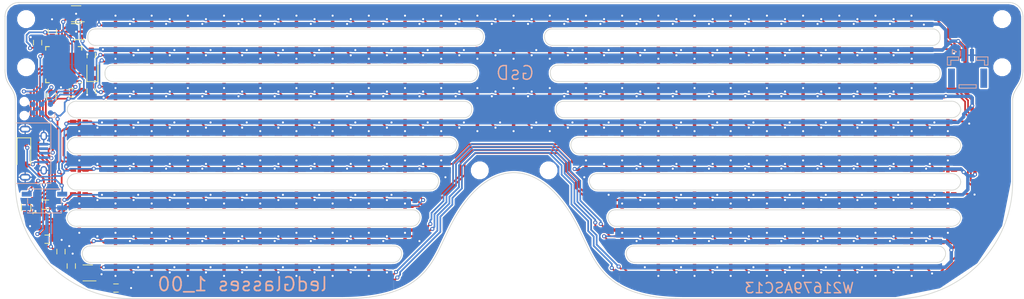
<source format=kicad_pcb>
(kicad_pcb (version 20170123) (host pcbnew "(2017-09-07 revision 90668f9ef)-makepkg")
  (title_block (date 2017-11-25) (rev 1.00) (comment 1 "Design: Gregory Davill"))
  (layers (0 F.Cu signal) (31 B.Cu signal) (34 B.Paste user) (35 F.Paste user) (36 B.SilkS user) (37 F.SilkS user) (38 B.Mask user) (39 F.Mask user) (44 Edge.Cuts user))
  (net 0 "")
  (net 1 GND)
  (net 2 RESET)
  (net 3 +5V)
  (net 4 SWDIO)
  (net 5 SWCLK)
  (net 6 +3V3)
  (net 7 "Net-(C3-Pad1)")
  (net 8 "Net-(LED1-Pad2)")
  (net 9 "Net-(LED1-Pad5)")
  (net 10 "Net-(LED10-Pad2)")
  (net 11 "Net-(LED10-Pad5)")
  (net 12 "Net-(LED21-Pad2)")
  (net 13 "Net-(LED41-Pad2)")
  (net 14 "Net-(LED61-Pad2)")
  (net 15 "Net-(LED81-Pad2)")
  (net 16 "Net-(LED100-Pad2)")
  (net 17 "Net-(LED100-Pad5)")
  (net 18 "Net-(LED105-Pad2)")
  (net 19 "Net-(LED129-Pad2)")
  (net 20 "Net-(LED153-Pad2)")
  (net 21 ACC_SDA)
  (net 22 ACC_SCL)
  (net 23 "Net-(LED1-Pad3)")
  (net 24 "Net-(LED1-Pad4)")
  (net 25 "Net-(LED2-Pad3)")
  (net 26 "Net-(LED2-Pad2)")
  (net 27 "Net-(LED3-Pad2)")
  (net 28 "Net-(LED3-Pad3)")
  (net 29 "Net-(LED4-Pad3)")
  (net 30 "Net-(LED4-Pad2)")
  (net 31 "Net-(LED5-Pad2)")
  (net 32 "Net-(LED5-Pad3)")
  (net 33 "Net-(LED6-Pad3)")
  (net 34 "Net-(LED6-Pad2)")
  (net 35 "Net-(LED7-Pad2)")
  (net 36 "Net-(LED7-Pad3)")
  (net 37 "Net-(LED8-Pad3)")
  (net 38 "Net-(LED8-Pad2)")
  (net 39 "Net-(LED10-Pad4)")
  (net 40 "Net-(LED10-Pad3)")
  (net 41 "Net-(LED11-Pad2)")
  (net 42 "Net-(LED11-Pad3)")
  (net 43 "Net-(LED12-Pad3)")
  (net 44 "Net-(LED12-Pad2)")
  (net 45 "Net-(LED13-Pad2)")
  (net 46 "Net-(LED13-Pad3)")
  (net 47 "Net-(LED14-Pad3)")
  (net 48 "Net-(LED14-Pad2)")
  (net 49 "Net-(LED15-Pad2)")
  (net 50 "Net-(LED15-Pad3)")
  (net 51 "Net-(LED16-Pad3)")
  (net 52 "Net-(LED16-Pad2)")
  (net 53 "Net-(LED17-Pad2)")
  (net 54 "Net-(LED17-Pad3)")
  (net 55 "Net-(LED18-Pad3)")
  (net 56 "Net-(LED18-Pad2)")
  (net 57 "Net-(LED19-Pad2)")
  (net 58 "Net-(LED19-Pad3)")
  (net 59 "Net-(LED21-Pad3)")
  (net 60 "Net-(LED22-Pad2)")
  (net 61 "Net-(LED22-Pad3)")
  (net 62 "Net-(LED23-Pad3)")
  (net 63 "Net-(LED23-Pad2)")
  (net 64 "Net-(LED24-Pad2)")
  (net 65 "Net-(LED24-Pad3)")
  (net 66 "Net-(LED25-Pad3)")
  (net 67 "Net-(LED25-Pad2)")
  (net 68 "Net-(LED26-Pad2)")
  (net 69 "Net-(LED26-Pad3)")
  (net 70 "Net-(LED27-Pad3)")
  (net 71 "Net-(LED27-Pad2)")
  (net 72 "Net-(LED28-Pad2)")
  (net 73 "Net-(LED28-Pad3)")
  (net 74 "Net-(LED29-Pad3)")
  (net 75 "Net-(LED29-Pad2)")
  (net 76 "Net-(LED30-Pad2)")
  (net 77 "Net-(LED30-Pad3)")
  (net 78 "Net-(LED31-Pad2)")
  (net 79 "Net-(LED31-Pad3)")
  (net 80 "Net-(LED32-Pad2)")
  (net 81 "Net-(LED32-Pad3)")
  (net 82 "Net-(LED33-Pad3)")
  (net 83 "Net-(LED33-Pad2)")
  (net 84 "Net-(LED34-Pad2)")
  (net 85 "Net-(LED34-Pad3)")
  (net 86 "Net-(LED35-Pad3)")
  (net 87 "Net-(LED35-Pad2)")
  (net 88 "Net-(LED36-Pad2)")
  (net 89 "Net-(LED36-Pad3)")
  (net 90 "Net-(LED37-Pad3)")
  (net 91 "Net-(LED37-Pad2)")
  (net 92 "Net-(LED38-Pad2)")
  (net 93 "Net-(LED38-Pad3)")
  (net 94 "Net-(LED39-Pad3)")
  (net 95 "Net-(LED39-Pad2)")
  (net 96 "Net-(LED41-Pad3)")
  (net 97 "Net-(LED42-Pad3)")
  (net 98 "Net-(LED42-Pad2)")
  (net 99 "Net-(LED43-Pad2)")
  (net 100 "Net-(LED43-Pad3)")
  (net 101 "Net-(LED44-Pad3)")
  (net 102 "Net-(LED44-Pad2)")
  (net 103 "Net-(LED45-Pad2)")
  (net 104 "Net-(LED45-Pad3)")
  (net 105 "Net-(LED46-Pad3)")
  (net 106 "Net-(LED46-Pad2)")
  (net 107 "Net-(LED47-Pad2)")
  (net 108 "Net-(LED47-Pad3)")
  (net 109 "Net-(LED48-Pad3)")
  (net 110 "Net-(LED48-Pad2)")
  (net 111 "Net-(LED49-Pad2)")
  (net 112 "Net-(LED49-Pad3)")
  (net 113 "Net-(LED50-Pad3)")
  (net 114 "Net-(LED50-Pad2)")
  (net 115 "Net-(LED51-Pad2)")
  (net 116 "Net-(LED51-Pad3)")
  (net 117 "Net-(LED52-Pad2)")
  (net 118 "Net-(LED52-Pad3)")
  (net 119 "Net-(LED53-Pad3)")
  (net 120 "Net-(LED53-Pad2)")
  (net 121 "Net-(LED54-Pad2)")
  (net 122 "Net-(LED54-Pad3)")
  (net 123 "Net-(LED55-Pad3)")
  (net 124 "Net-(LED55-Pad2)")
  (net 125 "Net-(LED56-Pad2)")
  (net 126 "Net-(LED56-Pad3)")
  (net 127 "Net-(LED57-Pad3)")
  (net 128 "Net-(LED57-Pad2)")
  (net 129 "Net-(LED58-Pad2)")
  (net 130 "Net-(LED58-Pad3)")
  (net 131 "Net-(LED59-Pad3)")
  (net 132 "Net-(LED59-Pad2)")
  (net 133 "Net-(LED61-Pad3)")
  (net 134 "Net-(LED62-Pad2)")
  (net 135 "Net-(LED62-Pad3)")
  (net 136 "Net-(LED63-Pad3)")
  (net 137 "Net-(LED63-Pad2)")
  (net 138 "Net-(LED64-Pad2)")
  (net 139 "Net-(LED64-Pad3)")
  (net 140 "Net-(LED65-Pad3)")
  (net 141 "Net-(LED65-Pad2)")
  (net 142 "Net-(LED66-Pad2)")
  (net 143 "Net-(LED66-Pad3)")
  (net 144 "Net-(LED67-Pad3)")
  (net 145 "Net-(LED67-Pad2)")
  (net 146 "Net-(LED68-Pad2)")
  (net 147 "Net-(LED68-Pad3)")
  (net 148 "Net-(LED69-Pad3)")
  (net 149 "Net-(LED69-Pad2)")
  (net 150 "Net-(LED70-Pad2)")
  (net 151 "Net-(LED70-Pad3)")
  (net 152 "Net-(LED71-Pad3)")
  (net 153 "Net-(LED71-Pad2)")
  (net 154 "Net-(LED72-Pad3)")
  (net 155 "Net-(LED72-Pad2)")
  (net 156 "Net-(LED73-Pad3)")
  (net 157 "Net-(LED73-Pad2)")
  (net 158 "Net-(LED74-Pad2)")
  (net 159 "Net-(LED74-Pad3)")
  (net 160 "Net-(LED75-Pad3)")
  (net 161 "Net-(LED75-Pad2)")
  (net 162 "Net-(LED76-Pad2)")
  (net 163 "Net-(LED76-Pad3)")
  (net 164 "Net-(LED77-Pad3)")
  (net 165 "Net-(LED77-Pad2)")
  (net 166 "Net-(LED78-Pad2)")
  (net 167 "Net-(LED78-Pad3)")
  (net 168 "Net-(LED79-Pad3)")
  (net 169 "Net-(LED79-Pad2)")
  (net 170 "Net-(LED81-Pad3)")
  (net 171 "Net-(LED82-Pad3)")
  (net 172 "Net-(LED82-Pad2)")
  (net 173 "Net-(LED83-Pad2)")
  (net 174 "Net-(LED83-Pad3)")
  (net 175 "Net-(LED84-Pad3)")
  (net 176 "Net-(LED84-Pad2)")
  (net 177 "Net-(LED85-Pad2)")
  (net 178 "Net-(LED85-Pad3)")
  (net 179 "Net-(LED86-Pad3)")
  (net 180 "Net-(LED86-Pad2)")
  (net 181 "Net-(LED87-Pad3)")
  (net 182 "Net-(LED87-Pad2)")
  (net 183 "Net-(LED88-Pad2)")
  (net 184 "Net-(LED88-Pad3)")
  (net 185 "Net-(LED89-Pad3)")
  (net 186 "Net-(LED89-Pad2)")
  (net 187 "Net-(LED90-Pad2)")
  (net 188 "Net-(LED90-Pad3)")
  (net 189 "Net-(LED91-Pad3)")
  (net 190 "Net-(LED91-Pad2)")
  (net 191 "Net-(LED92-Pad2)")
  (net 192 "Net-(LED92-Pad3)")
  (net 193 "Net-(LED93-Pad3)")
  (net 194 "Net-(LED93-Pad2)")
  (net 195 "Net-(LED94-Pad2)")
  (net 196 "Net-(LED94-Pad3)")
  (net 197 "Net-(LED95-Pad3)")
  (net 198 "Net-(LED95-Pad2)")
  (net 199 "Net-(LED96-Pad2)")
  (net 200 "Net-(LED96-Pad3)")
  (net 201 "Net-(LED97-Pad3)")
  (net 202 "Net-(LED97-Pad2)")
  (net 203 "Net-(LED98-Pad2)")
  (net 204 "Net-(LED98-Pad3)")
  (net 205 "Net-(LED100-Pad4)")
  (net 206 "Net-(LED100-Pad3)")
  (net 207 "Net-(LED101-Pad3)")
  (net 208 "Net-(LED101-Pad2)")
  (net 209 "Net-(LED102-Pad2)")
  (net 210 "Net-(LED102-Pad3)")
  (net 211 "Net-(LED103-Pad3)")
  (net 212 "Net-(LED103-Pad2)")
  (net 213 "Net-(LED105-Pad3)")
  (net 214 "Net-(LED106-Pad3)")
  (net 215 "Net-(LED106-Pad2)")
  (net 216 "Net-(LED107-Pad2)")
  (net 217 "Net-(LED107-Pad3)")
  (net 218 "Net-(LED108-Pad3)")
  (net 219 "Net-(LED108-Pad2)")
  (net 220 "Net-(LED109-Pad3)")
  (net 221 "Net-(LED109-Pad2)")
  (net 222 "Net-(LED110-Pad2)")
  (net 223 "Net-(LED110-Pad3)")
  (net 224 "Net-(LED111-Pad3)")
  (net 225 "Net-(LED111-Pad2)")
  (net 226 "Net-(LED112-Pad2)")
  (net 227 "Net-(LED112-Pad3)")
  (net 228 "Net-(LED113-Pad3)")
  (net 229 "Net-(LED113-Pad2)")
  (net 230 "Net-(LED114-Pad2)")
  (net 231 "Net-(LED114-Pad3)")
  (net 232 "Net-(LED115-Pad3)")
  (net 233 "Net-(LED115-Pad2)")
  (net 234 "Net-(LED116-Pad2)")
  (net 235 "Net-(LED116-Pad3)")
  (net 236 "Net-(LED117-Pad3)")
  (net 237 "Net-(LED117-Pad2)")
  (net 238 "Net-(LED118-Pad2)")
  (net 239 "Net-(LED118-Pad3)")
  (net 240 "Net-(LED119-Pad3)")
  (net 241 "Net-(LED119-Pad2)")
  (net 242 "Net-(LED120-Pad2)")
  (net 243 "Net-(LED120-Pad3)")
  (net 244 "Net-(LED121-Pad3)")
  (net 245 "Net-(LED121-Pad2)")
  (net 246 "Net-(LED122-Pad2)")
  (net 247 "Net-(LED122-Pad3)")
  (net 248 "Net-(LED123-Pad3)")
  (net 249 "Net-(LED123-Pad2)")
  (net 250 "Net-(LED124-Pad2)")
  (net 251 "Net-(LED124-Pad3)")
  (net 252 "Net-(LED125-Pad3)")
  (net 253 "Net-(LED125-Pad2)")
  (net 254 "Net-(LED126-Pad2)")
  (net 255 "Net-(LED126-Pad3)")
  (net 256 "Net-(LED127-Pad3)")
  (net 257 "Net-(LED127-Pad2)")
  (net 258 "Net-(LED129-Pad3)")
  (net 259 "Net-(LED130-Pad2)")
  (net 260 "Net-(LED130-Pad3)")
  (net 261 "Net-(LED131-Pad3)")
  (net 262 "Net-(LED131-Pad2)")
  (net 263 "Net-(LED132-Pad2)")
  (net 264 "Net-(LED132-Pad3)")
  (net 265 "Net-(LED133-Pad3)")
  (net 266 "Net-(LED133-Pad2)")
  (net 267 "Net-(LED134-Pad2)")
  (net 268 "Net-(LED134-Pad3)")
  (net 269 "Net-(LED135-Pad3)")
  (net 270 "Net-(LED135-Pad2)")
  (net 271 "Net-(LED136-Pad2)")
  (net 272 "Net-(LED136-Pad3)")
  (net 273 "Net-(LED137-Pad3)")
  (net 274 "Net-(LED137-Pad2)")
  (net 275 "Net-(LED138-Pad2)")
  (net 276 "Net-(LED138-Pad3)")
  (net 277 "Net-(LED139-Pad3)")
  (net 278 "Net-(LED139-Pad2)")
  (net 279 "Net-(LED140-Pad2)")
  (net 280 "Net-(LED140-Pad3)")
  (net 281 "Net-(LED141-Pad3)")
  (net 282 "Net-(LED141-Pad2)")
  (net 283 "Net-(LED142-Pad2)")
  (net 284 "Net-(LED142-Pad3)")
  (net 285 "Net-(LED143-Pad3)")
  (net 286 "Net-(LED143-Pad2)")
  (net 287 "Net-(LED144-Pad2)")
  (net 288 "Net-(LED144-Pad3)")
  (net 289 "Net-(LED145-Pad3)")
  (net 290 "Net-(LED145-Pad2)")
  (net 291 "Net-(LED146-Pad2)")
  (net 292 "Net-(LED146-Pad3)")
  (net 293 "Net-(LED147-Pad3)")
  (net 294 "Net-(LED147-Pad2)")
  (net 295 "Net-(LED148-Pad2)")
  (net 296 "Net-(LED148-Pad3)")
  (net 297 "Net-(LED149-Pad3)")
  (net 298 "Net-(LED149-Pad2)")
  (net 299 "Net-(LED150-Pad2)")
  (net 300 "Net-(LED150-Pad3)")
  (net 301 "Net-(LED151-Pad3)")
  (net 302 "Net-(LED151-Pad2)")
  (net 303 "Net-(LED153-Pad3)")
  (net 304 "Net-(LED154-Pad3)")
  (net 305 "Net-(LED154-Pad2)")
  (net 306 "Net-(LED155-Pad2)")
  (net 307 "Net-(LED155-Pad3)")
  (net 308 "Net-(LED156-Pad3)")
  (net 309 "Net-(LED156-Pad2)")
  (net 310 "Net-(LED157-Pad3)")
  (net 311 "Net-(LED157-Pad2)")
  (net 312 "Net-(LED158-Pad2)")
  (net 313 "Net-(LED158-Pad3)")
  (net 314 "Net-(LED159-Pad3)")
  (net 315 "Net-(LED159-Pad2)")
  (net 316 "Net-(LED160-Pad2)")
  (net 317 "Net-(LED160-Pad3)")
  (net 318 "Net-(LED161-Pad3)")
  (net 319 "Net-(LED161-Pad2)")
  (net 320 "Net-(LED162-Pad2)")
  (net 321 "Net-(LED162-Pad3)")
  (net 322 "Net-(LED163-Pad3)")
  (net 323 "Net-(LED163-Pad2)")
  (net 324 "Net-(LED164-Pad2)")
  (net 325 "Net-(LED164-Pad3)")
  (net 326 "Net-(LED165-Pad3)")
  (net 327 "Net-(LED165-Pad2)")
  (net 328 "Net-(LED166-Pad2)")
  (net 329 "Net-(LED166-Pad3)")
  (net 330 "Net-(LED167-Pad3)")
  (net 331 "Net-(LED167-Pad2)")
  (net 332 "Net-(LED168-Pad2)")
  (net 333 "Net-(LED168-Pad3)")
  (net 334 "Net-(LED169-Pad2)")
  (net 335 "Net-(LED169-Pad3)")
  (net 336 "Net-(LED170-Pad3)")
  (net 337 "Net-(LED170-Pad2)")
  (net 338 "Net-(LED171-Pad2)")
  (net 339 "Net-(LED171-Pad3)")
  (net 340 /dat20)
  (net 341 /clk20)
  (net 342 /clk40)
  (net 343 /dat40)
  (net 344 /clk60)
  (net 345 /dat60)
  (net 346 /clk80)
  (net 347 /dat80)
  (net 348 /clk104)
  (net 349 /dat104)
  (net 350 /dat128)
  (net 351 /clk128)
  (net 352 /clk152)
  (net 353 /dat152)
  (net 354 ACC_INT2)
  (net 355 APA_CLK)
  (net 356 APA_DAT)
  (net 357 "Net-(C4-Pad2)")
  (net 358 "Net-(C5-Pad2)")
  (net 359 USB_D+)
  (net 360 USB_D-)
  (net 361 "Net-(D1-Pad2)")
  (net 362 "Net-(LED172-Pad3)")
  (net 363 "Net-(LED172-Pad2)")
  (net 364 "Net-(U2-Pad27)")
  (net 365 "Net-(U2-Pad25)")
  (net 366 "Net-(U2-Pad20)")
  (net 367 "Net-(U2-Pad19)")
  (net 368 "Net-(U2-Pad18)")
  (net 369 "Net-(U2-Pad15)")
  (net 370 "Net-(U2-Pad11)")
  (net 371 "Net-(U2-Pad8)")
  (net 372 "Net-(U2-Pad7)")
  (net 373 "Net-(U2-Pad4)")
  (net 374 "Net-(U2-Pad3)")
  (net 375 "Net-(U5-Pad4)")
  (module Connect:USB_Micro-B (layer B.Cu) (at 78.74 104.88 90)
    (fp_text reference J2 (at 0 3.24 90) (layer B.SilkS) (effects (font (size 0 0)) (justify mirror)))
    (fp_text value USB_OTG)
    (pad 6 thru_hole oval (at 3.5 -1.35) (size 1.55 1) (drill oval 1.15 0.5) (layers *.Cu *.Mask) (net 1 GND))
    (pad 6 thru_hole oval (at -3.5 -1.35) (size 1.55 1) (drill oval 1.15 0.5) (layers *.Cu *.Mask) (net 1 GND))
    (pad 6 thru_hole oval (at 2.5 1.35) (size 0.95 1.25) (drill oval 0.55 0.85) (layers *.Cu *.Mask) (net 1 GND))
    (pad 6 thru_hole oval (at -2.5 1.35) (size 0.95 1.25) (drill oval 0.55 0.85) (layers *.Cu *.Mask) (net 1 GND))
    (pad 5 smd rect (at 1.3 1.35) (size 1.35 0.4) (layers B.Cu B.Paste B.Mask) (net 1 GND))
    (pad 4 smd rect (at 0.65 1.35) (size 1.35 0.4) (layers B.Cu B.Paste B.Mask))
    (pad 3 smd rect (at 0 1.35) (size 1.35 0.4) (layers B.Cu B.Paste B.Mask) (net 359 USB_D+))
    (pad 2 smd rect (at -0.65 1.35) (size 1.35 0.4) (layers B.Cu B.Paste B.Mask) (net 360 USB_D-))
    (pad 1 smd rect (at -1.3 1.35) (size 1.35 0.4) (layers B.Cu B.Paste B.Mask) (net 361 "Net-(D1-Pad2)"))
  )
  (module Capacitors_SMD:C_0603 (layer F.Cu) (at 81.34 87.18 90)
    (fp_text reference C1 (at 0 -1.5 90) (layer F.SilkS) (effects (font (size 0 0))))
    (fp_text value 100nF)
    (pad 1 smd rect (at -0.75 0 90) (size 0.8 0.75) (layers F.Cu F.Paste F.Mask) (net 6 +3V3))
    (pad 2 smd rect (at 0.75 0 90) (size 0.8 0.75) (layers F.Cu F.Paste F.Mask) (net 1 GND))
  )
  (module Capacitors_SMD:C_0603 (layer F.Cu) (at 79.2 88.8 90)
    (fp_text reference C2 (at 0 -1.5 90) (layer F.SilkS) (effects (font (size 0 0))))
    (fp_text value 100nF)
    (pad 2 smd rect (at 0.75 0 90) (size 0.8 0.75) (layers F.Cu F.Paste F.Mask) (net 1 GND))
    (pad 1 smd rect (at -0.75 0 90) (size 0.8 0.75) (layers F.Cu F.Paste F.Mask) (net 6 +3V3))
  )
  (module Capacitors_SMD:C_0603 (layer F.Cu) (at 84.1 96.1)
    (fp_text reference C3 (at 0 -1.5) (layer F.SilkS) (effects (font (size 0 0))))
    (fp_text value 1uF)
    (pad 2 smd rect (at 0.75 0) (size 0.8 0.75) (layers F.Cu F.Paste F.Mask) (net 1 GND))
    (pad 1 smd rect (at -0.75 0) (size 0.8 0.75) (layers F.Cu F.Paste F.Mask) (net 7 "Net-(C3-Pad1)"))
  )
  (module Capacitors_SMD:C_0603 (layer F.Cu) (at 82.6 119.2 270)
    (fp_text reference C7 (at 0 -1.5 270) (layer F.SilkS) (effects (font (size 0 0))))
    (fp_text value 100nF)
    (pad 2 smd rect (at 0.75 0 270) (size 0.8 0.75) (layers F.Cu F.Paste F.Mask) (net 6 +3V3))
    (pad 1 smd rect (at -0.75 0 270) (size 0.8 0.75) (layers F.Cu F.Paste F.Mask) (net 1 GND))
  )
  (module Capacitors_SMD:C_0603 (layer F.Cu) (at 80.6 117.4 180)
    (fp_text reference C8 (at 0 -1.5 180) (layer F.SilkS) (effects (font (size 0 0))))
    (fp_text value 100nF)
    (pad 1 smd rect (at -0.75 0 180) (size 0.8 0.75) (layers F.Cu F.Paste F.Mask) (net 1 GND))
    (pad 2 smd rect (at 0.75 0 180) (size 0.8 0.75) (layers F.Cu F.Paste F.Mask) (net 6 +3V3))
  )
  (module Resistors_SMD:R_0603 (layer F.Cu) (at 77.53 112.8 270)
    (fp_text reference R1 (at 0 -1.45 270) (layer F.SilkS) (effects (font (size 0 0))))
    (fp_text value 4K7)
    (pad 1 smd rect (at -0.75 0 270) (size 0.5 0.9) (layers F.Cu F.Paste F.Mask) (net 21 ACC_SDA))
    (pad 2 smd rect (at 0.75 0 270) (size 0.5 0.9) (layers F.Cu F.Paste F.Mask) (net 6 +3V3))
  )
  (module Resistors_SMD:R_0603 (layer F.Cu) (at 80.33 112.38)
    (fp_text reference R2 (at 0 -1.45) (layer F.SilkS) (effects (font (size 0 0))))
    (fp_text value 4K7)
    (pad 2 smd rect (at 0.75 0) (size 0.5 0.9) (layers F.Cu F.Paste F.Mask) (net 6 +3V3))
    (pad 1 smd rect (at -0.75 0) (size 0.5 0.9) (layers F.Cu F.Paste F.Mask) (net 22 ACC_SCL))
  )
  (module Resistors_SMD:R_0603 (layer F.Cu) (at 81.2 96.7 90)
    (fp_text reference R4 (at 0 -1.45 90) (layer F.SilkS) (effects (font (size 0 0))))
    (fp_text value 1K)
    (pad 1 smd rect (at -0.75 0 90) (size 0.5 0.9) (layers F.Cu F.Paste F.Mask) (net 6 +3V3))
    (pad 2 smd rect (at 0.75 0 90) (size 0.5 0.9) (layers F.Cu F.Paste F.Mask) (net 5 SWCLK))
  )
  (module ledGlasses:BMA255 (layer F.Cu) (at 79.93 114.68)
    (fp_text reference U1 (at 0.2 -2.15) (layer F.SilkS) (effects (font (size 0 0))))
    (fp_text value BMA255)
    (pad 1 smd rect (at -0.905 -0.75) (size 0.51 0.28) (layers F.Cu F.Paste F.Mask) (net 1 GND))
    (pad 2 smd rect (at -0.905 -0.25) (size 0.51 0.28) (layers F.Cu F.Paste F.Mask) (net 21 ACC_SDA))
    (pad 3 smd rect (at -0.905 0.25) (size 0.51 0.28) (layers F.Cu F.Paste F.Mask) (net 6 +3V3))
    (pad 4 smd rect (at -0.905 0.75) (size 0.51 0.28) (layers F.Cu F.Paste F.Mask) (net 1 GND))
    (pad 7 smd rect (at 0.905 0.75) (size 0.51 0.28) (layers F.Cu F.Paste F.Mask) (net 6 +3V3))
    (pad 10 smd rect (at 0.905 -0.75) (size 0.51 0.28) (layers F.Cu F.Paste F.Mask))
    (pad 8 smd rect (at 0.905 0.25) (size 0.51 0.28) (layers F.Cu F.Paste F.Mask) (net 1 GND))
    (pad 9 smd rect (at 0.905 -0.25) (size 0.51 0.28) (layers F.Cu F.Paste F.Mask) (net 1 GND))
    (pad 6 smd rect (at 0.25 0.894796 90) (size 0.51 0.28) (layers F.Cu F.Paste F.Mask) (net 354 ACC_INT2))
    (pad 5 smd rect (at -0.25 0.894796 90) (size 0.51 0.28) (layers F.Cu F.Paste F.Mask))
    (pad 11 smd rect (at 0.25 -0.85 90) (size 0.51 0.28) (layers F.Cu F.Paste F.Mask) (net 6 +3V3))
    (pad 12 smd rect (at -0.25 -0.85 90) (size 0.51 0.28) (layers F.Cu F.Paste F.Mask) (net 22 ACC_SCL))
  )
  (module TO_SOT_Packages_SMD:SOT-363_SC-70-6 (layer F.Cu) (at 84.8 84.6 180)
    (fp_text reference U3 (at 0 -2 180) (layer F.SilkS) (effects (font (size 0 0))))
    (fp_text value SN74LVC1T45)
    (pad 6 smd rect (at 0.95 -0.65 180) (size 0.65 0.4) (layers F.Cu F.Paste F.Mask) (net 6 +3V3))
    (pad 4 smd rect (at 0.95 0.65 180) (size 0.65 0.4) (layers F.Cu F.Paste F.Mask) (net 356 APA_DAT))
    (pad 2 smd rect (at -0.95 0 180) (size 0.65 0.4) (layers F.Cu F.Paste F.Mask) (net 1 GND))
    (pad 5 smd rect (at 0.95 0 180) (size 0.65 0.4) (layers F.Cu F.Paste F.Mask) (net 1 GND))
    (pad 3 smd rect (at -0.95 0.65 180) (size 0.65 0.4) (layers F.Cu F.Paste F.Mask) (net 24 "Net-(LED1-Pad4)"))
    (pad 1 smd rect (at -0.95 -0.65 180) (size 0.65 0.4) (layers F.Cu F.Paste F.Mask) (net 3 +5V))
  )
  (module TO_SOT_Packages_SMD:SOT-363_SC-70-6 (layer F.Cu) (at 84.8 87.2 180)
    (fp_text reference U4 (at 0 -2 180) (layer F.SilkS) (effects (font (size 0 0))))
    (fp_text value SN74LVC1T45)
    (pad 1 smd rect (at -0.95 -0.65 180) (size 0.65 0.4) (layers F.Cu F.Paste F.Mask) (net 3 +5V))
    (pad 3 smd rect (at -0.95 0.65 180) (size 0.65 0.4) (layers F.Cu F.Paste F.Mask) (net 9 "Net-(LED1-Pad5)"))
    (pad 5 smd rect (at 0.95 0 180) (size 0.65 0.4) (layers F.Cu F.Paste F.Mask) (net 1 GND))
    (pad 2 smd rect (at -0.95 0 180) (size 0.65 0.4) (layers F.Cu F.Paste F.Mask) (net 1 GND))
    (pad 4 smd rect (at 0.95 0.65 180) (size 0.65 0.4) (layers F.Cu F.Paste F.Mask) (net 355 APA_CLK))
    (pad 6 smd rect (at 0.95 -0.65 180) (size 0.65 0.4) (layers F.Cu F.Paste F.Mask) (net 6 +3V3))
  )
  (module ledGlasses:APA102_2020 (layer F.Cu) (at 90.53 85.38 180)
    (fp_text reference LED1 hide)
    (fp_text value APA102 hide)
    (pad 1 smd rect (at -0.9 -0.9 180) (size 0.9 0.5) (layers F.Cu F.Paste F.Mask) (net 3 +5V))
    (pad 2 smd rect (at -0.85 0 180) (size 0.8 0.3) (layers F.Cu F.Paste F.Mask) (net 8 "Net-(LED1-Pad2)"))
    (pad 3 smd rect (at -0.85 0.9 180) (size 0.8 0.5) (layers F.Cu F.Paste F.Mask) (net 23 "Net-(LED1-Pad3)"))
    (pad 4 smd rect (at 0.85 0.9 180) (size 0.8 0.5) (layers F.Cu F.Paste F.Mask) (net 24 "Net-(LED1-Pad4)"))
    (pad 5 smd rect (at 0.85 0 180) (size 0.8 0.3) (layers F.Cu F.Paste F.Mask) (net 9 "Net-(LED1-Pad5)"))
    (pad 6 smd rect (at 0.85 -0.9 180) (size 0.8 0.5) (layers F.Cu F.Paste F.Mask) (net 1 GND))
    (pad 7 smd rect (at 0 -0.75 180) (size 0.5 1) (layers F.Cu F.Paste F.Mask) (net 3 +5V))
    (pad 8 smd rect (at 0 0.75 180) (size 0.5 1) (layers F.Cu F.Paste F.Mask) (net 1 GND))
  )
  (module ledGlasses:APA102_2020 (layer F.Cu) (at 95.795 85.38 180)
    (fp_text reference LED2 hide)
    (fp_text value APA102 hide)
    (pad 8 smd rect (at 0 0.75 180) (size 0.5 1) (layers F.Cu F.Paste F.Mask) (net 1 GND))
    (pad 7 smd rect (at 0 -0.75 180) (size 0.5 1) (layers F.Cu F.Paste F.Mask) (net 3 +5V))
    (pad 6 smd rect (at 0.85 -0.9 180) (size 0.8 0.5) (layers F.Cu F.Paste F.Mask) (net 1 GND))
    (pad 5 smd rect (at 0.85 0 180) (size 0.8 0.3) (layers F.Cu F.Paste F.Mask) (net 8 "Net-(LED1-Pad2)"))
    (pad 4 smd rect (at 0.85 0.9 180) (size 0.8 0.5) (layers F.Cu F.Paste F.Mask) (net 23 "Net-(LED1-Pad3)"))
    (pad 3 smd rect (at -0.85 0.9 180) (size 0.8 0.5) (layers F.Cu F.Paste F.Mask) (net 25 "Net-(LED2-Pad3)"))
    (pad 2 smd rect (at -0.85 0 180) (size 0.8 0.3) (layers F.Cu F.Paste F.Mask) (net 26 "Net-(LED2-Pad2)"))
    (pad 1 smd rect (at -0.9 -0.9 180) (size 0.9 0.5) (layers F.Cu F.Paste F.Mask) (net 3 +5V))
  )
  (module ledGlasses:APA102_2020 (layer F.Cu) (at 101.06 85.38 180)
    (fp_text reference LED3 hide)
    (fp_text value APA102 hide)
    (pad 1 smd rect (at -0.9 -0.9 180) (size 0.9 0.5) (layers F.Cu F.Paste F.Mask) (net 3 +5V))
    (pad 2 smd rect (at -0.85 0 180) (size 0.8 0.3) (layers F.Cu F.Paste F.Mask) (net 27 "Net-(LED3-Pad2)"))
    (pad 3 smd rect (at -0.85 0.9 180) (size 0.8 0.5) (layers F.Cu F.Paste F.Mask) (net 28 "Net-(LED3-Pad3)"))
    (pad 4 smd rect (at 0.85 0.9 180) (size 0.8 0.5) (layers F.Cu F.Paste F.Mask) (net 25 "Net-(LED2-Pad3)"))
    (pad 5 smd rect (at 0.85 0 180) (size 0.8 0.3) (layers F.Cu F.Paste F.Mask) (net 26 "Net-(LED2-Pad2)"))
    (pad 6 smd rect (at 0.85 -0.9 180) (size 0.8 0.5) (layers F.Cu F.Paste F.Mask) (net 1 GND))
    (pad 7 smd rect (at 0 -0.75 180) (size 0.5 1) (layers F.Cu F.Paste F.Mask) (net 3 +5V))
    (pad 8 smd rect (at 0 0.75 180) (size 0.5 1) (layers F.Cu F.Paste F.Mask) (net 1 GND))
  )
  (module ledGlasses:APA102_2020 (layer F.Cu) (at 106.325 85.38 180)
    (fp_text reference LED4 hide)
    (fp_text value APA102 hide)
    (pad 8 smd rect (at 0 0.75 180) (size 0.5 1) (layers F.Cu F.Paste F.Mask) (net 1 GND))
    (pad 7 smd rect (at 0 -0.75 180) (size 0.5 1) (layers F.Cu F.Paste F.Mask) (net 3 +5V))
    (pad 6 smd rect (at 0.85 -0.9 180) (size 0.8 0.5) (layers F.Cu F.Paste F.Mask) (net 1 GND))
    (pad 5 smd rect (at 0.85 0 180) (size 0.8 0.3) (layers F.Cu F.Paste F.Mask) (net 27 "Net-(LED3-Pad2)"))
    (pad 4 smd rect (at 0.85 0.9 180) (size 0.8 0.5) (layers F.Cu F.Paste F.Mask) (net 28 "Net-(LED3-Pad3)"))
    (pad 3 smd rect (at -0.85 0.9 180) (size 0.8 0.5) (layers F.Cu F.Paste F.Mask) (net 29 "Net-(LED4-Pad3)"))
    (pad 2 smd rect (at -0.85 0 180) (size 0.8 0.3) (layers F.Cu F.Paste F.Mask) (net 30 "Net-(LED4-Pad2)"))
    (pad 1 smd rect (at -0.9 -0.9 180) (size 0.9 0.5) (layers F.Cu F.Paste F.Mask) (net 3 +5V))
  )
  (module ledGlasses:APA102_2020 (layer F.Cu) (at 111.59 85.38 180)
    (fp_text reference LED5 hide)
    (fp_text value APA102 hide)
    (pad 1 smd rect (at -0.9 -0.9 180) (size 0.9 0.5) (layers F.Cu F.Paste F.Mask) (net 3 +5V))
    (pad 2 smd rect (at -0.85 0 180) (size 0.8 0.3) (layers F.Cu F.Paste F.Mask) (net 31 "Net-(LED5-Pad2)"))
    (pad 3 smd rect (at -0.85 0.9 180) (size 0.8 0.5) (layers F.Cu F.Paste F.Mask) (net 32 "Net-(LED5-Pad3)"))
    (pad 4 smd rect (at 0.85 0.9 180) (size 0.8 0.5) (layers F.Cu F.Paste F.Mask) (net 29 "Net-(LED4-Pad3)"))
    (pad 5 smd rect (at 0.85 0 180) (size 0.8 0.3) (layers F.Cu F.Paste F.Mask) (net 30 "Net-(LED4-Pad2)"))
    (pad 6 smd rect (at 0.85 -0.9 180) (size 0.8 0.5) (layers F.Cu F.Paste F.Mask) (net 1 GND))
    (pad 7 smd rect (at 0 -0.75 180) (size 0.5 1) (layers F.Cu F.Paste F.Mask) (net 3 +5V))
    (pad 8 smd rect (at 0 0.75 180) (size 0.5 1) (layers F.Cu F.Paste F.Mask) (net 1 GND))
  )
  (module ledGlasses:APA102_2020 (layer F.Cu) (at 116.855 85.38 180)
    (fp_text reference LED6 hide)
    (fp_text value APA102 hide)
    (pad 8 smd rect (at 0 0.75 180) (size 0.5 1) (layers F.Cu F.Paste F.Mask) (net 1 GND))
    (pad 7 smd rect (at 0 -0.75 180) (size 0.5 1) (layers F.Cu F.Paste F.Mask) (net 3 +5V))
    (pad 6 smd rect (at 0.85 -0.9 180) (size 0.8 0.5) (layers F.Cu F.Paste F.Mask) (net 1 GND))
    (pad 5 smd rect (at 0.85 0 180) (size 0.8 0.3) (layers F.Cu F.Paste F.Mask) (net 31 "Net-(LED5-Pad2)"))
    (pad 4 smd rect (at 0.85 0.9 180) (size 0.8 0.5) (layers F.Cu F.Paste F.Mask) (net 32 "Net-(LED5-Pad3)"))
    (pad 3 smd rect (at -0.85 0.9 180) (size 0.8 0.5) (layers F.Cu F.Paste F.Mask) (net 33 "Net-(LED6-Pad3)"))
    (pad 2 smd rect (at -0.85 0 180) (size 0.8 0.3) (layers F.Cu F.Paste F.Mask) (net 34 "Net-(LED6-Pad2)"))
    (pad 1 smd rect (at -0.9 -0.9 180) (size 0.9 0.5) (layers F.Cu F.Paste F.Mask) (net 3 +5V))
  )
  (module ledGlasses:APA102_2020 (layer F.Cu) (at 122.12 85.38 180)
    (fp_text reference LED7 hide)
    (fp_text value APA102 hide)
    (pad 1 smd rect (at -0.9 -0.9 180) (size 0.9 0.5) (layers F.Cu F.Paste F.Mask) (net 3 +5V))
    (pad 2 smd rect (at -0.85 0 180) (size 0.8 0.3) (layers F.Cu F.Paste F.Mask) (net 35 "Net-(LED7-Pad2)"))
    (pad 3 smd rect (at -0.85 0.9 180) (size 0.8 0.5) (layers F.Cu F.Paste F.Mask) (net 36 "Net-(LED7-Pad3)"))
    (pad 4 smd rect (at 0.85 0.9 180) (size 0.8 0.5) (layers F.Cu F.Paste F.Mask) (net 33 "Net-(LED6-Pad3)"))
    (pad 5 smd rect (at 0.85 0 180) (size 0.8 0.3) (layers F.Cu F.Paste F.Mask) (net 34 "Net-(LED6-Pad2)"))
    (pad 6 smd rect (at 0.85 -0.9 180) (size 0.8 0.5) (layers F.Cu F.Paste F.Mask) (net 1 GND))
    (pad 7 smd rect (at 0 -0.75 180) (size 0.5 1) (layers F.Cu F.Paste F.Mask) (net 3 +5V))
    (pad 8 smd rect (at 0 0.75 180) (size 0.5 1) (layers F.Cu F.Paste F.Mask) (net 1 GND))
  )
  (module ledGlasses:APA102_2020 (layer F.Cu) (at 127.385 85.38 180)
    (fp_text reference LED8 hide)
    (fp_text value APA102 hide)
    (pad 8 smd rect (at 0 0.75 180) (size 0.5 1) (layers F.Cu F.Paste F.Mask) (net 1 GND))
    (pad 7 smd rect (at 0 -0.75 180) (size 0.5 1) (layers F.Cu F.Paste F.Mask) (net 3 +5V))
    (pad 6 smd rect (at 0.85 -0.9 180) (size 0.8 0.5) (layers F.Cu F.Paste F.Mask) (net 1 GND))
    (pad 5 smd rect (at 0.85 0 180) (size 0.8 0.3) (layers F.Cu F.Paste F.Mask) (net 35 "Net-(LED7-Pad2)"))
    (pad 4 smd rect (at 0.85 0.9 180) (size 0.8 0.5) (layers F.Cu F.Paste F.Mask) (net 36 "Net-(LED7-Pad3)"))
    (pad 3 smd rect (at -0.85 0.9 180) (size 0.8 0.5) (layers F.Cu F.Paste F.Mask) (net 37 "Net-(LED8-Pad3)"))
    (pad 2 smd rect (at -0.85 0 180) (size 0.8 0.3) (layers F.Cu F.Paste F.Mask) (net 38 "Net-(LED8-Pad2)"))
    (pad 1 smd rect (at -0.9 -0.9 180) (size 0.9 0.5) (layers F.Cu F.Paste F.Mask) (net 3 +5V))
  )
  (module ledGlasses:APA102_2020 (layer F.Cu) (at 132.65 85.38 180)
    (fp_text reference LED9 hide)
    (fp_text value APA102 hide)
    (pad 1 smd rect (at -0.9 -0.9 180) (size 0.9 0.5) (layers F.Cu F.Paste F.Mask) (net 3 +5V))
    (pad 2 smd rect (at -0.85 0 180) (size 0.8 0.3) (layers F.Cu F.Paste F.Mask) (net 11 "Net-(LED10-Pad5)"))
    (pad 3 smd rect (at -0.85 0.9 180) (size 0.8 0.5) (layers F.Cu F.Paste F.Mask) (net 39 "Net-(LED10-Pad4)"))
    (pad 4 smd rect (at 0.85 0.9 180) (size 0.8 0.5) (layers F.Cu F.Paste F.Mask) (net 37 "Net-(LED8-Pad3)"))
    (pad 5 smd rect (at 0.85 0 180) (size 0.8 0.3) (layers F.Cu F.Paste F.Mask) (net 38 "Net-(LED8-Pad2)"))
    (pad 6 smd rect (at 0.85 -0.9 180) (size 0.8 0.5) (layers F.Cu F.Paste F.Mask) (net 1 GND))
    (pad 7 smd rect (at 0 -0.75 180) (size 0.5 1) (layers F.Cu F.Paste F.Mask) (net 3 +5V))
    (pad 8 smd rect (at 0 0.75 180) (size 0.5 1) (layers F.Cu F.Paste F.Mask) (net 1 GND))
  )
  (module ledGlasses:APA102_2020 (layer F.Cu) (at 137.915 85.38 180)
    (fp_text reference LED10 hide)
    (fp_text value APA102 hide)
    (pad 8 smd rect (at 0 0.75 180) (size 0.5 1) (layers F.Cu F.Paste F.Mask) (net 1 GND))
    (pad 7 smd rect (at 0 -0.75 180) (size 0.5 1) (layers F.Cu F.Paste F.Mask) (net 3 +5V))
    (pad 6 smd rect (at 0.85 -0.9 180) (size 0.8 0.5) (layers F.Cu F.Paste F.Mask) (net 1 GND))
    (pad 5 smd rect (at 0.85 0 180) (size 0.8 0.3) (layers F.Cu F.Paste F.Mask) (net 11 "Net-(LED10-Pad5)"))
    (pad 4 smd rect (at 0.85 0.9 180) (size 0.8 0.5) (layers F.Cu F.Paste F.Mask) (net 39 "Net-(LED10-Pad4)"))
    (pad 3 smd rect (at -0.85 0.9 180) (size 0.8 0.5) (layers F.Cu F.Paste F.Mask) (net 40 "Net-(LED10-Pad3)"))
    (pad 2 smd rect (at -0.85 0 180) (size 0.8 0.3) (layers F.Cu F.Paste F.Mask) (net 10 "Net-(LED10-Pad2)"))
    (pad 1 smd rect (at -0.9 -0.9 180) (size 0.9 0.5) (layers F.Cu F.Paste F.Mask) (net 3 +5V))
  )
  (module ledGlasses:APA102_2020 (layer F.Cu) (at 143.18 85.38 180)
    (fp_text reference LED11 hide)
    (fp_text value APA102 hide)
    (pad 1 smd rect (at -0.9 -0.9 180) (size 0.9 0.5) (layers F.Cu F.Paste F.Mask) (net 3 +5V))
    (pad 2 smd rect (at -0.85 0 180) (size 0.8 0.3) (layers F.Cu F.Paste F.Mask) (net 41 "Net-(LED11-Pad2)"))
    (pad 3 smd rect (at -0.85 0.9 180) (size 0.8 0.5) (layers F.Cu F.Paste F.Mask) (net 42 "Net-(LED11-Pad3)"))
    (pad 4 smd rect (at 0.85 0.9 180) (size 0.8 0.5) (layers F.Cu F.Paste F.Mask) (net 40 "Net-(LED10-Pad3)"))
    (pad 5 smd rect (at 0.85 0 180) (size 0.8 0.3) (layers F.Cu F.Paste F.Mask) (net 10 "Net-(LED10-Pad2)"))
    (pad 6 smd rect (at 0.85 -0.9 180) (size 0.8 0.5) (layers F.Cu F.Paste F.Mask) (net 1 GND))
    (pad 7 smd rect (at 0 -0.75 180) (size 0.5 1) (layers F.Cu F.Paste F.Mask) (net 3 +5V))
    (pad 8 smd rect (at 0 0.75 180) (size 0.5 1) (layers F.Cu F.Paste F.Mask) (net 1 GND))
  )
  (module ledGlasses:APA102_2020 (layer F.Cu) (at 148.445 85.38 180)
    (fp_text reference LED12 hide)
    (fp_text value APA102 hide)
    (pad 8 smd rect (at 0 0.75 180) (size 0.5 1) (layers F.Cu F.Paste F.Mask) (net 1 GND))
    (pad 7 smd rect (at 0 -0.75 180) (size 0.5 1) (layers F.Cu F.Paste F.Mask) (net 3 +5V))
    (pad 6 smd rect (at 0.85 -0.9 180) (size 0.8 0.5) (layers F.Cu F.Paste F.Mask) (net 1 GND))
    (pad 5 smd rect (at 0.85 0 180) (size 0.8 0.3) (layers F.Cu F.Paste F.Mask) (net 41 "Net-(LED11-Pad2)"))
    (pad 4 smd rect (at 0.85 0.9 180) (size 0.8 0.5) (layers F.Cu F.Paste F.Mask) (net 42 "Net-(LED11-Pad3)"))
    (pad 3 smd rect (at -0.85 0.9 180) (size 0.8 0.5) (layers F.Cu F.Paste F.Mask) (net 43 "Net-(LED12-Pad3)"))
    (pad 2 smd rect (at -0.85 0 180) (size 0.8 0.3) (layers F.Cu F.Paste F.Mask) (net 44 "Net-(LED12-Pad2)"))
    (pad 1 smd rect (at -0.9 -0.9 180) (size 0.9 0.5) (layers F.Cu F.Paste F.Mask) (net 3 +5V))
  )
  (module ledGlasses:APA102_2020 (layer F.Cu) (at 153.71 85.38 180)
    (fp_text reference LED13 hide)
    (fp_text value APA102 hide)
    (pad 1 smd rect (at -0.9 -0.9 180) (size 0.9 0.5) (layers F.Cu F.Paste F.Mask) (net 3 +5V))
    (pad 2 smd rect (at -0.85 0 180) (size 0.8 0.3) (layers F.Cu F.Paste F.Mask) (net 45 "Net-(LED13-Pad2)"))
    (pad 3 smd rect (at -0.85 0.9 180) (size 0.8 0.5) (layers F.Cu F.Paste F.Mask) (net 46 "Net-(LED13-Pad3)"))
    (pad 4 smd rect (at 0.85 0.9 180) (size 0.8 0.5) (layers F.Cu F.Paste F.Mask) (net 43 "Net-(LED12-Pad3)"))
    (pad 5 smd rect (at 0.85 0 180) (size 0.8 0.3) (layers F.Cu F.Paste F.Mask) (net 44 "Net-(LED12-Pad2)"))
    (pad 6 smd rect (at 0.85 -0.9 180) (size 0.8 0.5) (layers F.Cu F.Paste F.Mask) (net 1 GND))
    (pad 7 smd rect (at 0 -0.75 180) (size 0.5 1) (layers F.Cu F.Paste F.Mask) (net 3 +5V))
    (pad 8 smd rect (at 0 0.75 180) (size 0.5 1) (layers F.Cu F.Paste F.Mask) (net 1 GND))
  )
  (module ledGlasses:APA102_2020 (layer F.Cu) (at 158.975 85.38 180)
    (fp_text reference LED14 hide)
    (fp_text value APA102 hide)
    (pad 8 smd rect (at 0 0.75 180) (size 0.5 1) (layers F.Cu F.Paste F.Mask) (net 1 GND))
    (pad 7 smd rect (at 0 -0.75 180) (size 0.5 1) (layers F.Cu F.Paste F.Mask) (net 3 +5V))
    (pad 6 smd rect (at 0.85 -0.9 180) (size 0.8 0.5) (layers F.Cu F.Paste F.Mask) (net 1 GND))
    (pad 5 smd rect (at 0.85 0 180) (size 0.8 0.3) (layers F.Cu F.Paste F.Mask) (net 45 "Net-(LED13-Pad2)"))
    (pad 4 smd rect (at 0.85 0.9 180) (size 0.8 0.5) (layers F.Cu F.Paste F.Mask) (net 46 "Net-(LED13-Pad3)"))
    (pad 3 smd rect (at -0.85 0.9 180) (size 0.8 0.5) (layers F.Cu F.Paste F.Mask) (net 47 "Net-(LED14-Pad3)"))
    (pad 2 smd rect (at -0.85 0 180) (size 0.8 0.3) (layers F.Cu F.Paste F.Mask) (net 48 "Net-(LED14-Pad2)"))
    (pad 1 smd rect (at -0.9 -0.9 180) (size 0.9 0.5) (layers F.Cu F.Paste F.Mask) (net 3 +5V))
  )
  (module ledGlasses:APA102_2020 (layer F.Cu) (at 164.24 85.38 180)
    (fp_text reference LED15 hide)
    (fp_text value APA102 hide)
    (pad 1 smd rect (at -0.9 -0.9 180) (size 0.9 0.5) (layers F.Cu F.Paste F.Mask) (net 3 +5V))
    (pad 2 smd rect (at -0.85 0 180) (size 0.8 0.3) (layers F.Cu F.Paste F.Mask) (net 49 "Net-(LED15-Pad2)"))
    (pad 3 smd rect (at -0.85 0.9 180) (size 0.8 0.5) (layers F.Cu F.Paste F.Mask) (net 50 "Net-(LED15-Pad3)"))
    (pad 4 smd rect (at 0.85 0.9 180) (size 0.8 0.5) (layers F.Cu F.Paste F.Mask) (net 47 "Net-(LED14-Pad3)"))
    (pad 5 smd rect (at 0.85 0 180) (size 0.8 0.3) (layers F.Cu F.Paste F.Mask) (net 48 "Net-(LED14-Pad2)"))
    (pad 6 smd rect (at 0.85 -0.9 180) (size 0.8 0.5) (layers F.Cu F.Paste F.Mask) (net 1 GND))
    (pad 7 smd rect (at 0 -0.75 180) (size 0.5 1) (layers F.Cu F.Paste F.Mask) (net 3 +5V))
    (pad 8 smd rect (at 0 0.75 180) (size 0.5 1) (layers F.Cu F.Paste F.Mask) (net 1 GND))
  )
  (module ledGlasses:APA102_2020 (layer F.Cu) (at 169.505 85.38 180)
    (fp_text reference LED16 hide)
    (fp_text value APA102 hide)
    (pad 8 smd rect (at 0 0.75 180) (size 0.5 1) (layers F.Cu F.Paste F.Mask) (net 1 GND))
    (pad 7 smd rect (at 0 -0.75 180) (size 0.5 1) (layers F.Cu F.Paste F.Mask) (net 3 +5V))
    (pad 6 smd rect (at 0.85 -0.9 180) (size 0.8 0.5) (layers F.Cu F.Paste F.Mask) (net 1 GND))
    (pad 5 smd rect (at 0.85 0 180) (size 0.8 0.3) (layers F.Cu F.Paste F.Mask) (net 49 "Net-(LED15-Pad2)"))
    (pad 4 smd rect (at 0.85 0.9 180) (size 0.8 0.5) (layers F.Cu F.Paste F.Mask) (net 50 "Net-(LED15-Pad3)"))
    (pad 3 smd rect (at -0.85 0.9 180) (size 0.8 0.5) (layers F.Cu F.Paste F.Mask) (net 51 "Net-(LED16-Pad3)"))
    (pad 2 smd rect (at -0.85 0 180) (size 0.8 0.3) (layers F.Cu F.Paste F.Mask) (net 52 "Net-(LED16-Pad2)"))
    (pad 1 smd rect (at -0.9 -0.9 180) (size 0.9 0.5) (layers F.Cu F.Paste F.Mask) (net 3 +5V))
  )
  (module ledGlasses:APA102_2020 (layer F.Cu) (at 174.77 85.38 180)
    (fp_text reference LED17 hide)
    (fp_text value APA102 hide)
    (pad 1 smd rect (at -0.9 -0.9 180) (size 0.9 0.5) (layers F.Cu F.Paste F.Mask) (net 3 +5V))
    (pad 2 smd rect (at -0.85 0 180) (size 0.8 0.3) (layers F.Cu F.Paste F.Mask) (net 53 "Net-(LED17-Pad2)"))
    (pad 3 smd rect (at -0.85 0.9 180) (size 0.8 0.5) (layers F.Cu F.Paste F.Mask) (net 54 "Net-(LED17-Pad3)"))
    (pad 4 smd rect (at 0.85 0.9 180) (size 0.8 0.5) (layers F.Cu F.Paste F.Mask) (net 51 "Net-(LED16-Pad3)"))
    (pad 5 smd rect (at 0.85 0 180) (size 0.8 0.3) (layers F.Cu F.Paste F.Mask) (net 52 "Net-(LED16-Pad2)"))
    (pad 6 smd rect (at 0.85 -0.9 180) (size 0.8 0.5) (layers F.Cu F.Paste F.Mask) (net 1 GND))
    (pad 7 smd rect (at 0 -0.75 180) (size 0.5 1) (layers F.Cu F.Paste F.Mask) (net 3 +5V))
    (pad 8 smd rect (at 0 0.75 180) (size 0.5 1) (layers F.Cu F.Paste F.Mask) (net 1 GND))
  )
  (module ledGlasses:APA102_2020 (layer F.Cu) (at 180.035 85.38 180)
    (fp_text reference LED18 hide)
    (fp_text value APA102 hide)
    (pad 8 smd rect (at 0 0.75 180) (size 0.5 1) (layers F.Cu F.Paste F.Mask) (net 1 GND))
    (pad 7 smd rect (at 0 -0.75 180) (size 0.5 1) (layers F.Cu F.Paste F.Mask) (net 3 +5V))
    (pad 6 smd rect (at 0.85 -0.9 180) (size 0.8 0.5) (layers F.Cu F.Paste F.Mask) (net 1 GND))
    (pad 5 smd rect (at 0.85 0 180) (size 0.8 0.3) (layers F.Cu F.Paste F.Mask) (net 53 "Net-(LED17-Pad2)"))
    (pad 4 smd rect (at 0.85 0.9 180) (size 0.8 0.5) (layers F.Cu F.Paste F.Mask) (net 54 "Net-(LED17-Pad3)"))
    (pad 3 smd rect (at -0.85 0.9 180) (size 0.8 0.5) (layers F.Cu F.Paste F.Mask) (net 55 "Net-(LED18-Pad3)"))
    (pad 2 smd rect (at -0.85 0 180) (size 0.8 0.3) (layers F.Cu F.Paste F.Mask) (net 56 "Net-(LED18-Pad2)"))
    (pad 1 smd rect (at -0.9 -0.9 180) (size 0.9 0.5) (layers F.Cu F.Paste F.Mask) (net 3 +5V))
  )
  (module ledGlasses:APA102_2020 (layer F.Cu) (at 185.3 85.38 180)
    (fp_text reference LED19 hide)
    (fp_text value APA102 hide)
    (pad 1 smd rect (at -0.9 -0.9 180) (size 0.9 0.5) (layers F.Cu F.Paste F.Mask) (net 3 +5V))
    (pad 2 smd rect (at -0.85 0 180) (size 0.8 0.3) (layers F.Cu F.Paste F.Mask) (net 57 "Net-(LED19-Pad2)"))
    (pad 3 smd rect (at -0.85 0.9 180) (size 0.8 0.5) (layers F.Cu F.Paste F.Mask) (net 58 "Net-(LED19-Pad3)"))
    (pad 4 smd rect (at 0.85 0.9 180) (size 0.8 0.5) (layers F.Cu F.Paste F.Mask) (net 55 "Net-(LED18-Pad3)"))
    (pad 5 smd rect (at 0.85 0 180) (size 0.8 0.3) (layers F.Cu F.Paste F.Mask) (net 56 "Net-(LED18-Pad2)"))
    (pad 6 smd rect (at 0.85 -0.9 180) (size 0.8 0.5) (layers F.Cu F.Paste F.Mask) (net 1 GND))
    (pad 7 smd rect (at 0 -0.75 180) (size 0.5 1) (layers F.Cu F.Paste F.Mask) (net 3 +5V))
    (pad 8 smd rect (at 0 0.75 180) (size 0.5 1) (layers F.Cu F.Paste F.Mask) (net 1 GND))
  )
  (module ledGlasses:APA102_2020 (layer F.Cu) (at 190.565 85.38 180)
    (fp_text reference LED20 hide)
    (fp_text value APA102 hide)
    (pad 8 smd rect (at 0 0.75 180) (size 0.5 1) (layers F.Cu F.Paste F.Mask) (net 1 GND))
    (pad 7 smd rect (at 0 -0.75 180) (size 0.5 1) (layers F.Cu F.Paste F.Mask) (net 3 +5V))
    (pad 6 smd rect (at 0.85 -0.9 180) (size 0.8 0.5) (layers F.Cu F.Paste F.Mask) (net 1 GND))
    (pad 5 smd rect (at 0.85 0 180) (size 0.8 0.3) (layers F.Cu F.Paste F.Mask) (net 57 "Net-(LED19-Pad2)"))
    (pad 4 smd rect (at 0.85 0.9 180) (size 0.8 0.5) (layers F.Cu F.Paste F.Mask) (net 58 "Net-(LED19-Pad3)"))
    (pad 3 smd rect (at -0.85 0.9 180) (size 0.8 0.5) (layers F.Cu F.Paste F.Mask) (net 340 /dat20))
    (pad 2 smd rect (at -0.85 0 180) (size 0.8 0.3) (layers F.Cu F.Paste F.Mask) (net 341 /clk20))
    (pad 1 smd rect (at -0.9 -0.9 180) (size 0.9 0.5) (layers F.Cu F.Paste F.Mask) (net 3 +5V))
  )
  (module ledGlasses:APA102_2020 (layer F.Cu) (at 195.83 85.38 180)
    (fp_text reference LED21 hide)
    (fp_text value APA102 hide)
    (pad 8 smd rect (at 0 0.75 180) (size 0.5 1) (layers F.Cu F.Paste F.Mask) (net 1 GND))
    (pad 7 smd rect (at 0 -0.75 180) (size 0.5 1) (layers F.Cu F.Paste F.Mask) (net 3 +5V))
    (pad 6 smd rect (at 0.85 -0.9 180) (size 0.8 0.5) (layers F.Cu F.Paste F.Mask) (net 1 GND))
    (pad 5 smd rect (at 0.85 0 180) (size 0.8 0.3) (layers F.Cu F.Paste F.Mask) (net 341 /clk20))
    (pad 4 smd rect (at 0.85 0.9 180) (size 0.8 0.5) (layers F.Cu F.Paste F.Mask) (net 340 /dat20))
    (pad 3 smd rect (at -0.85 0.9 180) (size 0.8 0.5) (layers F.Cu F.Paste F.Mask) (net 59 "Net-(LED21-Pad3)"))
    (pad 2 smd rect (at -0.85 0 180) (size 0.8 0.3) (layers F.Cu F.Paste F.Mask) (net 12 "Net-(LED21-Pad2)"))
    (pad 1 smd rect (at -0.9 -0.9 180) (size 0.9 0.5) (layers F.Cu F.Paste F.Mask) (net 3 +5V))
  )
  (module ledGlasses:APA102_2020 (layer F.Cu) (at 201.095 85.38 180)
    (fp_text reference LED22 hide)
    (fp_text value APA102 hide)
    (pad 1 smd rect (at -0.9 -0.9 180) (size 0.9 0.5) (layers F.Cu F.Paste F.Mask) (net 3 +5V))
    (pad 2 smd rect (at -0.85 0 180) (size 0.8 0.3) (layers F.Cu F.Paste F.Mask) (net 60 "Net-(LED22-Pad2)"))
    (pad 3 smd rect (at -0.85 0.9 180) (size 0.8 0.5) (layers F.Cu F.Paste F.Mask) (net 61 "Net-(LED22-Pad3)"))
    (pad 4 smd rect (at 0.85 0.9 180) (size 0.8 0.5) (layers F.Cu F.Paste F.Mask) (net 59 "Net-(LED21-Pad3)"))
    (pad 5 smd rect (at 0.85 0 180) (size 0.8 0.3) (layers F.Cu F.Paste F.Mask) (net 12 "Net-(LED21-Pad2)"))
    (pad 6 smd rect (at 0.85 -0.9 180) (size 0.8 0.5) (layers F.Cu F.Paste F.Mask) (net 1 GND))
    (pad 7 smd rect (at 0 -0.75 180) (size 0.5 1) (layers F.Cu F.Paste F.Mask) (net 3 +5V))
    (pad 8 smd rect (at 0 0.75 180) (size 0.5 1) (layers F.Cu F.Paste F.Mask) (net 1 GND))
  )
  (module ledGlasses:APA102_2020 (layer F.Cu) (at 206.36 85.38 180)
    (fp_text reference LED23 hide)
    (fp_text value APA102 hide)
    (pad 8 smd rect (at 0 0.75 180) (size 0.5 1) (layers F.Cu F.Paste F.Mask) (net 1 GND))
    (pad 7 smd rect (at 0 -0.75 180) (size 0.5 1) (layers F.Cu F.Paste F.Mask) (net 3 +5V))
    (pad 6 smd rect (at 0.85 -0.9 180) (size 0.8 0.5) (layers F.Cu F.Paste F.Mask) (net 1 GND))
    (pad 5 smd rect (at 0.85 0 180) (size 0.8 0.3) (layers F.Cu F.Paste F.Mask) (net 60 "Net-(LED22-Pad2)"))
    (pad 4 smd rect (at 0.85 0.9 180) (size 0.8 0.5) (layers F.Cu F.Paste F.Mask) (net 61 "Net-(LED22-Pad3)"))
    (pad 3 smd rect (at -0.85 0.9 180) (size 0.8 0.5) (layers F.Cu F.Paste F.Mask) (net 62 "Net-(LED23-Pad3)"))
    (pad 2 smd rect (at -0.85 0 180) (size 0.8 0.3) (layers F.Cu F.Paste F.Mask) (net 63 "Net-(LED23-Pad2)"))
    (pad 1 smd rect (at -0.9 -0.9 180) (size 0.9 0.5) (layers F.Cu F.Paste F.Mask) (net 3 +5V))
  )
  (module ledGlasses:APA102_2020 (layer F.Cu) (at 206.36 90.645)
    (fp_text reference LED24 hide)
    (fp_text value APA102 hide)
    (pad 1 smd rect (at -0.9 -0.9) (size 0.9 0.5) (layers F.Cu F.Paste F.Mask) (net 3 +5V))
    (pad 2 smd rect (at -0.85 0) (size 0.8 0.3) (layers F.Cu F.Paste F.Mask) (net 64 "Net-(LED24-Pad2)"))
    (pad 3 smd rect (at -0.85 0.9) (size 0.8 0.5) (layers F.Cu F.Paste F.Mask) (net 65 "Net-(LED24-Pad3)"))
    (pad 4 smd rect (at 0.85 0.9) (size 0.8 0.5) (layers F.Cu F.Paste F.Mask) (net 62 "Net-(LED23-Pad3)"))
    (pad 5 smd rect (at 0.85 0) (size 0.8 0.3) (layers F.Cu F.Paste F.Mask) (net 63 "Net-(LED23-Pad2)"))
    (pad 6 smd rect (at 0.85 -0.9) (size 0.8 0.5) (layers F.Cu F.Paste F.Mask) (net 1 GND))
    (pad 7 smd rect (at 0 -0.75) (size 0.5 1) (layers F.Cu F.Paste F.Mask) (net 3 +5V))
    (pad 8 smd rect (at 0 0.75) (size 0.5 1) (layers F.Cu F.Paste F.Mask) (net 1 GND))
  )
  (module ledGlasses:APA102_2020 (layer F.Cu) (at 201.095 90.645)
    (fp_text reference LED25 hide)
    (fp_text value APA102 hide)
    (pad 8 smd rect (at 0 0.75) (size 0.5 1) (layers F.Cu F.Paste F.Mask) (net 1 GND))
    (pad 7 smd rect (at 0 -0.75) (size 0.5 1) (layers F.Cu F.Paste F.Mask) (net 3 +5V))
    (pad 6 smd rect (at 0.85 -0.9) (size 0.8 0.5) (layers F.Cu F.Paste F.Mask) (net 1 GND))
    (pad 5 smd rect (at 0.85 0) (size 0.8 0.3) (layers F.Cu F.Paste F.Mask) (net 64 "Net-(LED24-Pad2)"))
    (pad 4 smd rect (at 0.85 0.9) (size 0.8 0.5) (layers F.Cu F.Paste F.Mask) (net 65 "Net-(LED24-Pad3)"))
    (pad 3 smd rect (at -0.85 0.9) (size 0.8 0.5) (layers F.Cu F.Paste F.Mask) (net 66 "Net-(LED25-Pad3)"))
    (pad 2 smd rect (at -0.85 0) (size 0.8 0.3) (layers F.Cu F.Paste F.Mask) (net 67 "Net-(LED25-Pad2)"))
    (pad 1 smd rect (at -0.9 -0.9) (size 0.9 0.5) (layers F.Cu F.Paste F.Mask) (net 3 +5V))
  )
  (module ledGlasses:APA102_2020 (layer F.Cu) (at 195.83 90.645)
    (fp_text reference LED26 hide)
    (fp_text value APA102 hide)
    (pad 1 smd rect (at -0.9 -0.9) (size 0.9 0.5) (layers F.Cu F.Paste F.Mask) (net 3 +5V))
    (pad 2 smd rect (at -0.85 0) (size 0.8 0.3) (layers F.Cu F.Paste F.Mask) (net 68 "Net-(LED26-Pad2)"))
    (pad 3 smd rect (at -0.85 0.9) (size 0.8 0.5) (layers F.Cu F.Paste F.Mask) (net 69 "Net-(LED26-Pad3)"))
    (pad 4 smd rect (at 0.85 0.9) (size 0.8 0.5) (layers F.Cu F.Paste F.Mask) (net 66 "Net-(LED25-Pad3)"))
    (pad 5 smd rect (at 0.85 0) (size 0.8 0.3) (layers F.Cu F.Paste F.Mask) (net 67 "Net-(LED25-Pad2)"))
    (pad 6 smd rect (at 0.85 -0.9) (size 0.8 0.5) (layers F.Cu F.Paste F.Mask) (net 1 GND))
    (pad 7 smd rect (at 0 -0.75) (size 0.5 1) (layers F.Cu F.Paste F.Mask) (net 3 +5V))
    (pad 8 smd rect (at 0 0.75) (size 0.5 1) (layers F.Cu F.Paste F.Mask) (net 1 GND))
  )
  (module ledGlasses:APA102_2020 (layer F.Cu) (at 190.565 90.645)
    (fp_text reference LED27 hide)
    (fp_text value APA102 hide)
    (pad 8 smd rect (at 0 0.75) (size 0.5 1) (layers F.Cu F.Paste F.Mask) (net 1 GND))
    (pad 7 smd rect (at 0 -0.75) (size 0.5 1) (layers F.Cu F.Paste F.Mask) (net 3 +5V))
    (pad 6 smd rect (at 0.85 -0.9) (size 0.8 0.5) (layers F.Cu F.Paste F.Mask) (net 1 GND))
    (pad 5 smd rect (at 0.85 0) (size 0.8 0.3) (layers F.Cu F.Paste F.Mask) (net 68 "Net-(LED26-Pad2)"))
    (pad 4 smd rect (at 0.85 0.9) (size 0.8 0.5) (layers F.Cu F.Paste F.Mask) (net 69 "Net-(LED26-Pad3)"))
    (pad 3 smd rect (at -0.85 0.9) (size 0.8 0.5) (layers F.Cu F.Paste F.Mask) (net 70 "Net-(LED27-Pad3)"))
    (pad 2 smd rect (at -0.85 0) (size 0.8 0.3) (layers F.Cu F.Paste F.Mask) (net 71 "Net-(LED27-Pad2)"))
    (pad 1 smd rect (at -0.9 -0.9) (size 0.9 0.5) (layers F.Cu F.Paste F.Mask) (net 3 +5V))
  )
  (module ledGlasses:APA102_2020 (layer F.Cu) (at 185.3 90.645)
    (fp_text reference LED28 hide)
    (fp_text value APA102 hide)
    (pad 1 smd rect (at -0.9 -0.9) (size 0.9 0.5) (layers F.Cu F.Paste F.Mask) (net 3 +5V))
    (pad 2 smd rect (at -0.85 0) (size 0.8 0.3) (layers F.Cu F.Paste F.Mask) (net 72 "Net-(LED28-Pad2)"))
    (pad 3 smd rect (at -0.85 0.9) (size 0.8 0.5) (layers F.Cu F.Paste F.Mask) (net 73 "Net-(LED28-Pad3)"))
    (pad 4 smd rect (at 0.85 0.9) (size 0.8 0.5) (layers F.Cu F.Paste F.Mask) (net 70 "Net-(LED27-Pad3)"))
    (pad 5 smd rect (at 0.85 0) (size 0.8 0.3) (layers F.Cu F.Paste F.Mask) (net 71 "Net-(LED27-Pad2)"))
    (pad 6 smd rect (at 0.85 -0.9) (size 0.8 0.5) (layers F.Cu F.Paste F.Mask) (net 1 GND))
    (pad 7 smd rect (at 0 -0.75) (size 0.5 1) (layers F.Cu F.Paste F.Mask) (net 3 +5V))
    (pad 8 smd rect (at 0 0.75) (size 0.5 1) (layers F.Cu F.Paste F.Mask) (net 1 GND))
  )
  (module ledGlasses:APA102_2020 (layer F.Cu) (at 180.035 90.645)
    (fp_text reference LED29 hide)
    (fp_text value APA102 hide)
    (pad 8 smd rect (at 0 0.75) (size 0.5 1) (layers F.Cu F.Paste F.Mask) (net 1 GND))
    (pad 7 smd rect (at 0 -0.75) (size 0.5 1) (layers F.Cu F.Paste F.Mask) (net 3 +5V))
    (pad 6 smd rect (at 0.85 -0.9) (size 0.8 0.5) (layers F.Cu F.Paste F.Mask) (net 1 GND))
    (pad 5 smd rect (at 0.85 0) (size 0.8 0.3) (layers F.Cu F.Paste F.Mask) (net 72 "Net-(LED28-Pad2)"))
    (pad 4 smd rect (at 0.85 0.9) (size 0.8 0.5) (layers F.Cu F.Paste F.Mask) (net 73 "Net-(LED28-Pad3)"))
    (pad 3 smd rect (at -0.85 0.9) (size 0.8 0.5) (layers F.Cu F.Paste F.Mask) (net 74 "Net-(LED29-Pad3)"))
    (pad 2 smd rect (at -0.85 0) (size 0.8 0.3) (layers F.Cu F.Paste F.Mask) (net 75 "Net-(LED29-Pad2)"))
    (pad 1 smd rect (at -0.9 -0.9) (size 0.9 0.5) (layers F.Cu F.Paste F.Mask) (net 3 +5V))
  )
  (module ledGlasses:APA102_2020 (layer F.Cu) (at 174.77 90.645)
    (fp_text reference LED30 hide)
    (fp_text value APA102 hide)
    (pad 1 smd rect (at -0.9 -0.9) (size 0.9 0.5) (layers F.Cu F.Paste F.Mask) (net 3 +5V))
    (pad 2 smd rect (at -0.85 0) (size 0.8 0.3) (layers F.Cu F.Paste F.Mask) (net 76 "Net-(LED30-Pad2)"))
    (pad 3 smd rect (at -0.85 0.9) (size 0.8 0.5) (layers F.Cu F.Paste F.Mask) (net 77 "Net-(LED30-Pad3)"))
    (pad 4 smd rect (at 0.85 0.9) (size 0.8 0.5) (layers F.Cu F.Paste F.Mask) (net 74 "Net-(LED29-Pad3)"))
    (pad 5 smd rect (at 0.85 0) (size 0.8 0.3) (layers F.Cu F.Paste F.Mask) (net 75 "Net-(LED29-Pad2)"))
    (pad 6 smd rect (at 0.85 -0.9) (size 0.8 0.5) (layers F.Cu F.Paste F.Mask) (net 1 GND))
    (pad 7 smd rect (at 0 -0.75) (size 0.5 1) (layers F.Cu F.Paste F.Mask) (net 3 +5V))
    (pad 8 smd rect (at 0 0.75) (size 0.5 1) (layers F.Cu F.Paste F.Mask) (net 1 GND))
  )
  (module ledGlasses:APA102_2020 (layer F.Cu) (at 169.505 90.645)
    (fp_text reference LED31 hide)
    (fp_text value APA102 hide)
    (pad 1 smd rect (at -0.9 -0.9) (size 0.9 0.5) (layers F.Cu F.Paste F.Mask) (net 3 +5V))
    (pad 2 smd rect (at -0.85 0) (size 0.8 0.3) (layers F.Cu F.Paste F.Mask) (net 78 "Net-(LED31-Pad2)"))
    (pad 3 smd rect (at -0.85 0.9) (size 0.8 0.5) (layers F.Cu F.Paste F.Mask) (net 79 "Net-(LED31-Pad3)"))
    (pad 4 smd rect (at 0.85 0.9) (size 0.8 0.5) (layers F.Cu F.Paste F.Mask) (net 77 "Net-(LED30-Pad3)"))
    (pad 5 smd rect (at 0.85 0) (size 0.8 0.3) (layers F.Cu F.Paste F.Mask) (net 76 "Net-(LED30-Pad2)"))
    (pad 6 smd rect (at 0.85 -0.9) (size 0.8 0.5) (layers F.Cu F.Paste F.Mask) (net 1 GND))
    (pad 7 smd rect (at 0 -0.75) (size 0.5 1) (layers F.Cu F.Paste F.Mask) (net 3 +5V))
    (pad 8 smd rect (at 0 0.75) (size 0.5 1) (layers F.Cu F.Paste F.Mask) (net 1 GND))
  )
  (module ledGlasses:APA102_2020 (layer F.Cu) (at 164.24 90.645)
    (fp_text reference LED32 hide)
    (fp_text value APA102 hide)
    (pad 1 smd rect (at -0.9 -0.9) (size 0.9 0.5) (layers F.Cu F.Paste F.Mask) (net 3 +5V))
    (pad 2 smd rect (at -0.85 0) (size 0.8 0.3) (layers F.Cu F.Paste F.Mask) (net 80 "Net-(LED32-Pad2)"))
    (pad 3 smd rect (at -0.85 0.9) (size 0.8 0.5) (layers F.Cu F.Paste F.Mask) (net 81 "Net-(LED32-Pad3)"))
    (pad 4 smd rect (at 0.85 0.9) (size 0.8 0.5) (layers F.Cu F.Paste F.Mask) (net 79 "Net-(LED31-Pad3)"))
    (pad 5 smd rect (at 0.85 0) (size 0.8 0.3) (layers F.Cu F.Paste F.Mask) (net 78 "Net-(LED31-Pad2)"))
    (pad 6 smd rect (at 0.85 -0.9) (size 0.8 0.5) (layers F.Cu F.Paste F.Mask) (net 1 GND))
    (pad 7 smd rect (at 0 -0.75) (size 0.5 1) (layers F.Cu F.Paste F.Mask) (net 3 +5V))
    (pad 8 smd rect (at 0 0.75) (size 0.5 1) (layers F.Cu F.Paste F.Mask) (net 1 GND))
  )
  (module ledGlasses:APA102_2020 (layer F.Cu) (at 158.975 90.645)
    (fp_text reference LED33 hide)
    (fp_text value APA102 hide)
    (pad 8 smd rect (at 0 0.75) (size 0.5 1) (layers F.Cu F.Paste F.Mask) (net 1 GND))
    (pad 7 smd rect (at 0 -0.75) (size 0.5 1) (layers F.Cu F.Paste F.Mask) (net 3 +5V))
    (pad 6 smd rect (at 0.85 -0.9) (size 0.8 0.5) (layers F.Cu F.Paste F.Mask) (net 1 GND))
    (pad 5 smd rect (at 0.85 0) (size 0.8 0.3) (layers F.Cu F.Paste F.Mask) (net 80 "Net-(LED32-Pad2)"))
    (pad 4 smd rect (at 0.85 0.9) (size 0.8 0.5) (layers F.Cu F.Paste F.Mask) (net 81 "Net-(LED32-Pad3)"))
    (pad 3 smd rect (at -0.85 0.9) (size 0.8 0.5) (layers F.Cu F.Paste F.Mask) (net 82 "Net-(LED33-Pad3)"))
    (pad 2 smd rect (at -0.85 0) (size 0.8 0.3) (layers F.Cu F.Paste F.Mask) (net 83 "Net-(LED33-Pad2)"))
    (pad 1 smd rect (at -0.9 -0.9) (size 0.9 0.5) (layers F.Cu F.Paste F.Mask) (net 3 +5V))
  )
  (module ledGlasses:APA102_2020 (layer F.Cu) (at 153.71 90.645)
    (fp_text reference LED34 hide)
    (fp_text value APA102 hide)
    (pad 1 smd rect (at -0.9 -0.9) (size 0.9 0.5) (layers F.Cu F.Paste F.Mask) (net 3 +5V))
    (pad 2 smd rect (at -0.85 0) (size 0.8 0.3) (layers F.Cu F.Paste F.Mask) (net 84 "Net-(LED34-Pad2)"))
    (pad 3 smd rect (at -0.85 0.9) (size 0.8 0.5) (layers F.Cu F.Paste F.Mask) (net 85 "Net-(LED34-Pad3)"))
    (pad 4 smd rect (at 0.85 0.9) (size 0.8 0.5) (layers F.Cu F.Paste F.Mask) (net 82 "Net-(LED33-Pad3)"))
    (pad 5 smd rect (at 0.85 0) (size 0.8 0.3) (layers F.Cu F.Paste F.Mask) (net 83 "Net-(LED33-Pad2)"))
    (pad 6 smd rect (at 0.85 -0.9) (size 0.8 0.5) (layers F.Cu F.Paste F.Mask) (net 1 GND))
    (pad 7 smd rect (at 0 -0.75) (size 0.5 1) (layers F.Cu F.Paste F.Mask) (net 3 +5V))
    (pad 8 smd rect (at 0 0.75) (size 0.5 1) (layers F.Cu F.Paste F.Mask) (net 1 GND))
  )
  (module ledGlasses:APA102_2020 (layer F.Cu) (at 148.445 90.645)
    (fp_text reference LED35 hide)
    (fp_text value APA102 hide)
    (pad 8 smd rect (at 0 0.75) (size 0.5 1) (layers F.Cu F.Paste F.Mask) (net 1 GND))
    (pad 7 smd rect (at 0 -0.75) (size 0.5 1) (layers F.Cu F.Paste F.Mask) (net 3 +5V))
    (pad 6 smd rect (at 0.85 -0.9) (size 0.8 0.5) (layers F.Cu F.Paste F.Mask) (net 1 GND))
    (pad 5 smd rect (at 0.85 0) (size 0.8 0.3) (layers F.Cu F.Paste F.Mask) (net 84 "Net-(LED34-Pad2)"))
    (pad 4 smd rect (at 0.85 0.9) (size 0.8 0.5) (layers F.Cu F.Paste F.Mask) (net 85 "Net-(LED34-Pad3)"))
    (pad 3 smd rect (at -0.85 0.9) (size 0.8 0.5) (layers F.Cu F.Paste F.Mask) (net 86 "Net-(LED35-Pad3)"))
    (pad 2 smd rect (at -0.85 0) (size 0.8 0.3) (layers F.Cu F.Paste F.Mask) (net 87 "Net-(LED35-Pad2)"))
    (pad 1 smd rect (at -0.9 -0.9) (size 0.9 0.5) (layers F.Cu F.Paste F.Mask) (net 3 +5V))
  )
  (module ledGlasses:APA102_2020 (layer F.Cu) (at 143.18 90.645)
    (fp_text reference LED36 hide)
    (fp_text value APA102 hide)
    (pad 1 smd rect (at -0.9 -0.9) (size 0.9 0.5) (layers F.Cu F.Paste F.Mask) (net 3 +5V))
    (pad 2 smd rect (at -0.85 0) (size 0.8 0.3) (layers F.Cu F.Paste F.Mask) (net 88 "Net-(LED36-Pad2)"))
    (pad 3 smd rect (at -0.85 0.9) (size 0.8 0.5) (layers F.Cu F.Paste F.Mask) (net 89 "Net-(LED36-Pad3)"))
    (pad 4 smd rect (at 0.85 0.9) (size 0.8 0.5) (layers F.Cu F.Paste F.Mask) (net 86 "Net-(LED35-Pad3)"))
    (pad 5 smd rect (at 0.85 0) (size 0.8 0.3) (layers F.Cu F.Paste F.Mask) (net 87 "Net-(LED35-Pad2)"))
    (pad 6 smd rect (at 0.85 -0.9) (size 0.8 0.5) (layers F.Cu F.Paste F.Mask) (net 1 GND))
    (pad 7 smd rect (at 0 -0.75) (size 0.5 1) (layers F.Cu F.Paste F.Mask) (net 3 +5V))
    (pad 8 smd rect (at 0 0.75) (size 0.5 1) (layers F.Cu F.Paste F.Mask) (net 1 GND))
  )
  (module ledGlasses:APA102_2020 (layer F.Cu) (at 137.915 90.645)
    (fp_text reference LED37 hide)
    (fp_text value APA102 hide)
    (pad 8 smd rect (at 0 0.75) (size 0.5 1) (layers F.Cu F.Paste F.Mask) (net 1 GND))
    (pad 7 smd rect (at 0 -0.75) (size 0.5 1) (layers F.Cu F.Paste F.Mask) (net 3 +5V))
    (pad 6 smd rect (at 0.85 -0.9) (size 0.8 0.5) (layers F.Cu F.Paste F.Mask) (net 1 GND))
    (pad 5 smd rect (at 0.85 0) (size 0.8 0.3) (layers F.Cu F.Paste F.Mask) (net 88 "Net-(LED36-Pad2)"))
    (pad 4 smd rect (at 0.85 0.9) (size 0.8 0.5) (layers F.Cu F.Paste F.Mask) (net 89 "Net-(LED36-Pad3)"))
    (pad 3 smd rect (at -0.85 0.9) (size 0.8 0.5) (layers F.Cu F.Paste F.Mask) (net 90 "Net-(LED37-Pad3)"))
    (pad 2 smd rect (at -0.85 0) (size 0.8 0.3) (layers F.Cu F.Paste F.Mask) (net 91 "Net-(LED37-Pad2)"))
    (pad 1 smd rect (at -0.9 -0.9) (size 0.9 0.5) (layers F.Cu F.Paste F.Mask) (net 3 +5V))
  )
  (module ledGlasses:APA102_2020 (layer F.Cu) (at 132.65 90.645)
    (fp_text reference LED38 hide)
    (fp_text value APA102 hide)
    (pad 1 smd rect (at -0.9 -0.9) (size 0.9 0.5) (layers F.Cu F.Paste F.Mask) (net 3 +5V))
    (pad 2 smd rect (at -0.85 0) (size 0.8 0.3) (layers F.Cu F.Paste F.Mask) (net 92 "Net-(LED38-Pad2)"))
    (pad 3 smd rect (at -0.85 0.9) (size 0.8 0.5) (layers F.Cu F.Paste F.Mask) (net 93 "Net-(LED38-Pad3)"))
    (pad 4 smd rect (at 0.85 0.9) (size 0.8 0.5) (layers F.Cu F.Paste F.Mask) (net 90 "Net-(LED37-Pad3)"))
    (pad 5 smd rect (at 0.85 0) (size 0.8 0.3) (layers F.Cu F.Paste F.Mask) (net 91 "Net-(LED37-Pad2)"))
    (pad 6 smd rect (at 0.85 -0.9) (size 0.8 0.5) (layers F.Cu F.Paste F.Mask) (net 1 GND))
    (pad 7 smd rect (at 0 -0.75) (size 0.5 1) (layers F.Cu F.Paste F.Mask) (net 3 +5V))
    (pad 8 smd rect (at 0 0.75) (size 0.5 1) (layers F.Cu F.Paste F.Mask) (net 1 GND))
  )
  (module ledGlasses:APA102_2020 (layer F.Cu) (at 127.385 90.645)
    (fp_text reference LED39 hide)
    (fp_text value APA102 hide)
    (pad 8 smd rect (at 0 0.75) (size 0.5 1) (layers F.Cu F.Paste F.Mask) (net 1 GND))
    (pad 7 smd rect (at 0 -0.75) (size 0.5 1) (layers F.Cu F.Paste F.Mask) (net 3 +5V))
    (pad 6 smd rect (at 0.85 -0.9) (size 0.8 0.5) (layers F.Cu F.Paste F.Mask) (net 1 GND))
    (pad 5 smd rect (at 0.85 0) (size 0.8 0.3) (layers F.Cu F.Paste F.Mask) (net 92 "Net-(LED38-Pad2)"))
    (pad 4 smd rect (at 0.85 0.9) (size 0.8 0.5) (layers F.Cu F.Paste F.Mask) (net 93 "Net-(LED38-Pad3)"))
    (pad 3 smd rect (at -0.85 0.9) (size 0.8 0.5) (layers F.Cu F.Paste F.Mask) (net 94 "Net-(LED39-Pad3)"))
    (pad 2 smd rect (at -0.85 0) (size 0.8 0.3) (layers F.Cu F.Paste F.Mask) (net 95 "Net-(LED39-Pad2)"))
    (pad 1 smd rect (at -0.9 -0.9) (size 0.9 0.5) (layers F.Cu F.Paste F.Mask) (net 3 +5V))
  )
  (module ledGlasses:APA102_2020 (layer F.Cu) (at 122.12 90.645)
    (fp_text reference LED40 hide)
    (fp_text value APA102 hide)
    (pad 1 smd rect (at -0.9 -0.9) (size 0.9 0.5) (layers F.Cu F.Paste F.Mask) (net 3 +5V))
    (pad 2 smd rect (at -0.85 0) (size 0.8 0.3) (layers F.Cu F.Paste F.Mask) (net 342 /clk40))
    (pad 3 smd rect (at -0.85 0.9) (size 0.8 0.5) (layers F.Cu F.Paste F.Mask) (net 343 /dat40))
    (pad 4 smd rect (at 0.85 0.9) (size 0.8 0.5) (layers F.Cu F.Paste F.Mask) (net 94 "Net-(LED39-Pad3)"))
    (pad 5 smd rect (at 0.85 0) (size 0.8 0.3) (layers F.Cu F.Paste F.Mask) (net 95 "Net-(LED39-Pad2)"))
    (pad 6 smd rect (at 0.85 -0.9) (size 0.8 0.5) (layers F.Cu F.Paste F.Mask) (net 1 GND))
    (pad 7 smd rect (at 0 -0.75) (size 0.5 1) (layers F.Cu F.Paste F.Mask) (net 3 +5V))
    (pad 8 smd rect (at 0 0.75) (size 0.5 1) (layers F.Cu F.Paste F.Mask) (net 1 GND))
  )
  (module ledGlasses:APA102_2020 (layer F.Cu) (at 116.855 90.645)
    (fp_text reference LED41 hide)
    (fp_text value APA102 hide)
    (pad 8 smd rect (at 0 0.75) (size 0.5 1) (layers F.Cu F.Paste F.Mask) (net 1 GND))
    (pad 7 smd rect (at 0 -0.75) (size 0.5 1) (layers F.Cu F.Paste F.Mask) (net 3 +5V))
    (pad 6 smd rect (at 0.85 -0.9) (size 0.8 0.5) (layers F.Cu F.Paste F.Mask) (net 1 GND))
    (pad 5 smd rect (at 0.85 0) (size 0.8 0.3) (layers F.Cu F.Paste F.Mask) (net 342 /clk40))
    (pad 4 smd rect (at 0.85 0.9) (size 0.8 0.5) (layers F.Cu F.Paste F.Mask) (net 343 /dat40))
    (pad 3 smd rect (at -0.85 0.9) (size 0.8 0.5) (layers F.Cu F.Paste F.Mask) (net 96 "Net-(LED41-Pad3)"))
    (pad 2 smd rect (at -0.85 0) (size 0.8 0.3) (layers F.Cu F.Paste F.Mask) (net 13 "Net-(LED41-Pad2)"))
    (pad 1 smd rect (at -0.9 -0.9) (size 0.9 0.5) (layers F.Cu F.Paste F.Mask) (net 3 +5V))
  )
  (module ledGlasses:APA102_2020 (layer F.Cu) (at 111.59 90.645)
    (fp_text reference LED42 hide)
    (fp_text value APA102 hide)
    (pad 8 smd rect (at 0 0.75) (size 0.5 1) (layers F.Cu F.Paste F.Mask) (net 1 GND))
    (pad 7 smd rect (at 0 -0.75) (size 0.5 1) (layers F.Cu F.Paste F.Mask) (net 3 +5V))
    (pad 6 smd rect (at 0.85 -0.9) (size 0.8 0.5) (layers F.Cu F.Paste F.Mask) (net 1 GND))
    (pad 5 smd rect (at 0.85 0) (size 0.8 0.3) (layers F.Cu F.Paste F.Mask) (net 13 "Net-(LED41-Pad2)"))
    (pad 4 smd rect (at 0.85 0.9) (size 0.8 0.5) (layers F.Cu F.Paste F.Mask) (net 96 "Net-(LED41-Pad3)"))
    (pad 3 smd rect (at -0.85 0.9) (size 0.8 0.5) (layers F.Cu F.Paste F.Mask) (net 97 "Net-(LED42-Pad3)"))
    (pad 2 smd rect (at -0.85 0) (size 0.8 0.3) (layers F.Cu F.Paste F.Mask) (net 98 "Net-(LED42-Pad2)"))
    (pad 1 smd rect (at -0.9 -0.9) (size 0.9 0.5) (layers F.Cu F.Paste F.Mask) (net 3 +5V))
  )
  (module ledGlasses:APA102_2020 (layer F.Cu) (at 106.325 90.645)
    (fp_text reference LED43 hide)
    (fp_text value APA102 hide)
    (pad 1 smd rect (at -0.9 -0.9) (size 0.9 0.5) (layers F.Cu F.Paste F.Mask) (net 3 +5V))
    (pad 2 smd rect (at -0.85 0) (size 0.8 0.3) (layers F.Cu F.Paste F.Mask) (net 99 "Net-(LED43-Pad2)"))
    (pad 3 smd rect (at -0.85 0.9) (size 0.8 0.5) (layers F.Cu F.Paste F.Mask) (net 100 "Net-(LED43-Pad3)"))
    (pad 4 smd rect (at 0.85 0.9) (size 0.8 0.5) (layers F.Cu F.Paste F.Mask) (net 97 "Net-(LED42-Pad3)"))
    (pad 5 smd rect (at 0.85 0) (size 0.8 0.3) (layers F.Cu F.Paste F.Mask) (net 98 "Net-(LED42-Pad2)"))
    (pad 6 smd rect (at 0.85 -0.9) (size 0.8 0.5) (layers F.Cu F.Paste F.Mask) (net 1 GND))
    (pad 7 smd rect (at 0 -0.75) (size 0.5 1) (layers F.Cu F.Paste F.Mask) (net 3 +5V))
    (pad 8 smd rect (at 0 0.75) (size 0.5 1) (layers F.Cu F.Paste F.Mask) (net 1 GND))
  )
  (module ledGlasses:APA102_2020 (layer F.Cu) (at 101.06 90.645)
    (fp_text reference LED44 hide)
    (fp_text value APA102 hide)
    (pad 8 smd rect (at 0 0.75) (size 0.5 1) (layers F.Cu F.Paste F.Mask) (net 1 GND))
    (pad 7 smd rect (at 0 -0.75) (size 0.5 1) (layers F.Cu F.Paste F.Mask) (net 3 +5V))
    (pad 6 smd rect (at 0.85 -0.9) (size 0.8 0.5) (layers F.Cu F.Paste F.Mask) (net 1 GND))
    (pad 5 smd rect (at 0.85 0) (size 0.8 0.3) (layers F.Cu F.Paste F.Mask) (net 99 "Net-(LED43-Pad2)"))
    (pad 4 smd rect (at 0.85 0.9) (size 0.8 0.5) (layers F.Cu F.Paste F.Mask) (net 100 "Net-(LED43-Pad3)"))
    (pad 3 smd rect (at -0.85 0.9) (size 0.8 0.5) (layers F.Cu F.Paste F.Mask) (net 101 "Net-(LED44-Pad3)"))
    (pad 2 smd rect (at -0.85 0) (size 0.8 0.3) (layers F.Cu F.Paste F.Mask) (net 102 "Net-(LED44-Pad2)"))
    (pad 1 smd rect (at -0.9 -0.9) (size 0.9 0.5) (layers F.Cu F.Paste F.Mask) (net 3 +5V))
  )
  (module ledGlasses:APA102_2020 (layer F.Cu) (at 95.795 90.645)
    (fp_text reference LED45 hide)
    (fp_text value APA102 hide)
    (pad 1 smd rect (at -0.9 -0.9) (size 0.9 0.5) (layers F.Cu F.Paste F.Mask) (net 3 +5V))
    (pad 2 smd rect (at -0.85 0) (size 0.8 0.3) (layers F.Cu F.Paste F.Mask) (net 103 "Net-(LED45-Pad2)"))
    (pad 3 smd rect (at -0.85 0.9) (size 0.8 0.5) (layers F.Cu F.Paste F.Mask) (net 104 "Net-(LED45-Pad3)"))
    (pad 4 smd rect (at 0.85 0.9) (size 0.8 0.5) (layers F.Cu F.Paste F.Mask) (net 101 "Net-(LED44-Pad3)"))
    (pad 5 smd rect (at 0.85 0) (size 0.8 0.3) (layers F.Cu F.Paste F.Mask) (net 102 "Net-(LED44-Pad2)"))
    (pad 6 smd rect (at 0.85 -0.9) (size 0.8 0.5) (layers F.Cu F.Paste F.Mask) (net 1 GND))
    (pad 7 smd rect (at 0 -0.75) (size 0.5 1) (layers F.Cu F.Paste F.Mask) (net 3 +5V))
    (pad 8 smd rect (at 0 0.75) (size 0.5 1) (layers F.Cu F.Paste F.Mask) (net 1 GND))
  )
  (module ledGlasses:APA102_2020 (layer F.Cu) (at 90.53 90.645)
    (fp_text reference LED46 hide)
    (fp_text value APA102 hide)
    (pad 8 smd rect (at 0 0.75) (size 0.5 1) (layers F.Cu F.Paste F.Mask) (net 1 GND))
    (pad 7 smd rect (at 0 -0.75) (size 0.5 1) (layers F.Cu F.Paste F.Mask) (net 3 +5V))
    (pad 6 smd rect (at 0.85 -0.9) (size 0.8 0.5) (layers F.Cu F.Paste F.Mask) (net 1 GND))
    (pad 5 smd rect (at 0.85 0) (size 0.8 0.3) (layers F.Cu F.Paste F.Mask) (net 103 "Net-(LED45-Pad2)"))
    (pad 4 smd rect (at 0.85 0.9) (size 0.8 0.5) (layers F.Cu F.Paste F.Mask) (net 104 "Net-(LED45-Pad3)"))
    (pad 3 smd rect (at -0.85 0.9) (size 0.8 0.5) (layers F.Cu F.Paste F.Mask) (net 105 "Net-(LED46-Pad3)"))
    (pad 2 smd rect (at -0.85 0) (size 0.8 0.3) (layers F.Cu F.Paste F.Mask) (net 106 "Net-(LED46-Pad2)"))
    (pad 1 smd rect (at -0.9 -0.9) (size 0.9 0.5) (layers F.Cu F.Paste F.Mask) (net 3 +5V))
  )
  (module ledGlasses:APA102_2020 (layer F.Cu) (at 90.53 95.91 180)
    (fp_text reference LED47 hide)
    (fp_text value APA102 hide)
    (pad 1 smd rect (at -0.9 -0.9 180) (size 0.9 0.5) (layers F.Cu F.Paste F.Mask) (net 3 +5V))
    (pad 2 smd rect (at -0.85 0 180) (size 0.8 0.3) (layers F.Cu F.Paste F.Mask) (net 107 "Net-(LED47-Pad2)"))
    (pad 3 smd rect (at -0.85 0.9 180) (size 0.8 0.5) (layers F.Cu F.Paste F.Mask) (net 108 "Net-(LED47-Pad3)"))
    (pad 4 smd rect (at 0.85 0.9 180) (size 0.8 0.5) (layers F.Cu F.Paste F.Mask) (net 105 "Net-(LED46-Pad3)"))
    (pad 5 smd rect (at 0.85 0 180) (size 0.8 0.3) (layers F.Cu F.Paste F.Mask) (net 106 "Net-(LED46-Pad2)"))
    (pad 6 smd rect (at 0.85 -0.9 180) (size 0.8 0.5) (layers F.Cu F.Paste F.Mask) (net 1 GND))
    (pad 7 smd rect (at 0 -0.75 180) (size 0.5 1) (layers F.Cu F.Paste F.Mask) (net 3 +5V))
    (pad 8 smd rect (at 0 0.75 180) (size 0.5 1) (layers F.Cu F.Paste F.Mask) (net 1 GND))
  )
  (module ledGlasses:APA102_2020 (layer F.Cu) (at 95.795 95.91 180)
    (fp_text reference LED48 hide)
    (fp_text value APA102 hide)
    (pad 8 smd rect (at 0 0.75 180) (size 0.5 1) (layers F.Cu F.Paste F.Mask) (net 1 GND))
    (pad 7 smd rect (at 0 -0.75 180) (size 0.5 1) (layers F.Cu F.Paste F.Mask) (net 3 +5V))
    (pad 6 smd rect (at 0.85 -0.9 180) (size 0.8 0.5) (layers F.Cu F.Paste F.Mask) (net 1 GND))
    (pad 5 smd rect (at 0.85 0 180) (size 0.8 0.3) (layers F.Cu F.Paste F.Mask) (net 107 "Net-(LED47-Pad2)"))
    (pad 4 smd rect (at 0.85 0.9 180) (size 0.8 0.5) (layers F.Cu F.Paste F.Mask) (net 108 "Net-(LED47-Pad3)"))
    (pad 3 smd rect (at -0.85 0.9 180) (size 0.8 0.5) (layers F.Cu F.Paste F.Mask) (net 109 "Net-(LED48-Pad3)"))
    (pad 2 smd rect (at -0.85 0 180) (size 0.8 0.3) (layers F.Cu F.Paste F.Mask) (net 110 "Net-(LED48-Pad2)"))
    (pad 1 smd rect (at -0.9 -0.9 180) (size 0.9 0.5) (layers F.Cu F.Paste F.Mask) (net 3 +5V))
  )
  (module ledGlasses:APA102_2020 (layer F.Cu) (at 101.06 95.91 180)
    (fp_text reference LED49 hide)
    (fp_text value APA102 hide)
    (pad 1 smd rect (at -0.9 -0.9 180) (size 0.9 0.5) (layers F.Cu F.Paste F.Mask) (net 3 +5V))
    (pad 2 smd rect (at -0.85 0 180) (size 0.8 0.3) (layers F.Cu F.Paste F.Mask) (net 111 "Net-(LED49-Pad2)"))
    (pad 3 smd rect (at -0.85 0.9 180) (size 0.8 0.5) (layers F.Cu F.Paste F.Mask) (net 112 "Net-(LED49-Pad3)"))
    (pad 4 smd rect (at 0.85 0.9 180) (size 0.8 0.5) (layers F.Cu F.Paste F.Mask) (net 109 "Net-(LED48-Pad3)"))
    (pad 5 smd rect (at 0.85 0 180) (size 0.8 0.3) (layers F.Cu F.Paste F.Mask) (net 110 "Net-(LED48-Pad2)"))
    (pad 6 smd rect (at 0.85 -0.9 180) (size 0.8 0.5) (layers F.Cu F.Paste F.Mask) (net 1 GND))
    (pad 7 smd rect (at 0 -0.75 180) (size 0.5 1) (layers F.Cu F.Paste F.Mask) (net 3 +5V))
    (pad 8 smd rect (at 0 0.75 180) (size 0.5 1) (layers F.Cu F.Paste F.Mask) (net 1 GND))
  )
  (module ledGlasses:APA102_2020 (layer F.Cu) (at 106.325 95.91 180)
    (fp_text reference LED50 hide)
    (fp_text value APA102 hide)
    (pad 8 smd rect (at 0 0.75 180) (size 0.5 1) (layers F.Cu F.Paste F.Mask) (net 1 GND))
    (pad 7 smd rect (at 0 -0.75 180) (size 0.5 1) (layers F.Cu F.Paste F.Mask) (net 3 +5V))
    (pad 6 smd rect (at 0.85 -0.9 180) (size 0.8 0.5) (layers F.Cu F.Paste F.Mask) (net 1 GND))
    (pad 5 smd rect (at 0.85 0 180) (size 0.8 0.3) (layers F.Cu F.Paste F.Mask) (net 111 "Net-(LED49-Pad2)"))
    (pad 4 smd rect (at 0.85 0.9 180) (size 0.8 0.5) (layers F.Cu F.Paste F.Mask) (net 112 "Net-(LED49-Pad3)"))
    (pad 3 smd rect (at -0.85 0.9 180) (size 0.8 0.5) (layers F.Cu F.Paste F.Mask) (net 113 "Net-(LED50-Pad3)"))
    (pad 2 smd rect (at -0.85 0 180) (size 0.8 0.3) (layers F.Cu F.Paste F.Mask) (net 114 "Net-(LED50-Pad2)"))
    (pad 1 smd rect (at -0.9 -0.9 180) (size 0.9 0.5) (layers F.Cu F.Paste F.Mask) (net 3 +5V))
  )
  (module ledGlasses:APA102_2020 (layer F.Cu) (at 111.59 95.91 180)
    (fp_text reference LED51 hide)
    (fp_text value APA102 hide)
    (pad 1 smd rect (at -0.9 -0.9 180) (size 0.9 0.5) (layers F.Cu F.Paste F.Mask) (net 3 +5V))
    (pad 2 smd rect (at -0.85 0 180) (size 0.8 0.3) (layers F.Cu F.Paste F.Mask) (net 115 "Net-(LED51-Pad2)"))
    (pad 3 smd rect (at -0.85 0.9 180) (size 0.8 0.5) (layers F.Cu F.Paste F.Mask) (net 116 "Net-(LED51-Pad3)"))
    (pad 4 smd rect (at 0.85 0.9 180) (size 0.8 0.5) (layers F.Cu F.Paste F.Mask) (net 113 "Net-(LED50-Pad3)"))
    (pad 5 smd rect (at 0.85 0 180) (size 0.8 0.3) (layers F.Cu F.Paste F.Mask) (net 114 "Net-(LED50-Pad2)"))
    (pad 6 smd rect (at 0.85 -0.9 180) (size 0.8 0.5) (layers F.Cu F.Paste F.Mask) (net 1 GND))
    (pad 7 smd rect (at 0 -0.75 180) (size 0.5 1) (layers F.Cu F.Paste F.Mask) (net 3 +5V))
    (pad 8 smd rect (at 0 0.75 180) (size 0.5 1) (layers F.Cu F.Paste F.Mask) (net 1 GND))
  )
  (module ledGlasses:APA102_2020 (layer F.Cu) (at 116.855 95.91 180)
    (fp_text reference LED52 hide)
    (fp_text value APA102 hide)
    (pad 1 smd rect (at -0.9 -0.9 180) (size 0.9 0.5) (layers F.Cu F.Paste F.Mask) (net 3 +5V))
    (pad 2 smd rect (at -0.85 0 180) (size 0.8 0.3) (layers F.Cu F.Paste F.Mask) (net 117 "Net-(LED52-Pad2)"))
    (pad 3 smd rect (at -0.85 0.9 180) (size 0.8 0.5) (layers F.Cu F.Paste F.Mask) (net 118 "Net-(LED52-Pad3)"))
    (pad 4 smd rect (at 0.85 0.9 180) (size 0.8 0.5) (layers F.Cu F.Paste F.Mask) (net 116 "Net-(LED51-Pad3)"))
    (pad 5 smd rect (at 0.85 0 180) (size 0.8 0.3) (layers F.Cu F.Paste F.Mask) (net 115 "Net-(LED51-Pad2)"))
    (pad 6 smd rect (at 0.85 -0.9 180) (size 0.8 0.5) (layers F.Cu F.Paste F.Mask) (net 1 GND))
    (pad 7 smd rect (at 0 -0.75 180) (size 0.5 1) (layers F.Cu F.Paste F.Mask) (net 3 +5V))
    (pad 8 smd rect (at 0 0.75 180) (size 0.5 1) (layers F.Cu F.Paste F.Mask) (net 1 GND))
  )
  (module ledGlasses:APA102_2020 (layer F.Cu) (at 122.12 95.91 180)
    (fp_text reference LED53 hide)
    (fp_text value APA102 hide)
    (pad 8 smd rect (at 0 0.75 180) (size 0.5 1) (layers F.Cu F.Paste F.Mask) (net 1 GND))
    (pad 7 smd rect (at 0 -0.75 180) (size 0.5 1) (layers F.Cu F.Paste F.Mask) (net 3 +5V))
    (pad 6 smd rect (at 0.85 -0.9 180) (size 0.8 0.5) (layers F.Cu F.Paste F.Mask) (net 1 GND))
    (pad 5 smd rect (at 0.85 0 180) (size 0.8 0.3) (layers F.Cu F.Paste F.Mask) (net 117 "Net-(LED52-Pad2)"))
    (pad 4 smd rect (at 0.85 0.9 180) (size 0.8 0.5) (layers F.Cu F.Paste F.Mask) (net 118 "Net-(LED52-Pad3)"))
    (pad 3 smd rect (at -0.85 0.9 180) (size 0.8 0.5) (layers F.Cu F.Paste F.Mask) (net 119 "Net-(LED53-Pad3)"))
    (pad 2 smd rect (at -0.85 0 180) (size 0.8 0.3) (layers F.Cu F.Paste F.Mask) (net 120 "Net-(LED53-Pad2)"))
    (pad 1 smd rect (at -0.9 -0.9 180) (size 0.9 0.5) (layers F.Cu F.Paste F.Mask) (net 3 +5V))
  )
  (module ledGlasses:APA102_2020 (layer F.Cu) (at 127.385 95.91 180)
    (fp_text reference LED54 hide)
    (fp_text value APA102 hide)
    (pad 1 smd rect (at -0.9 -0.9 180) (size 0.9 0.5) (layers F.Cu F.Paste F.Mask) (net 3 +5V))
    (pad 2 smd rect (at -0.85 0 180) (size 0.8 0.3) (layers F.Cu F.Paste F.Mask) (net 121 "Net-(LED54-Pad2)"))
    (pad 3 smd rect (at -0.85 0.9 180) (size 0.8 0.5) (layers F.Cu F.Paste F.Mask) (net 122 "Net-(LED54-Pad3)"))
    (pad 4 smd rect (at 0.85 0.9 180) (size 0.8 0.5) (layers F.Cu F.Paste F.Mask) (net 119 "Net-(LED53-Pad3)"))
    (pad 5 smd rect (at 0.85 0 180) (size 0.8 0.3) (layers F.Cu F.Paste F.Mask) (net 120 "Net-(LED53-Pad2)"))
    (pad 6 smd rect (at 0.85 -0.9 180) (size 0.8 0.5) (layers F.Cu F.Paste F.Mask) (net 1 GND))
    (pad 7 smd rect (at 0 -0.75 180) (size 0.5 1) (layers F.Cu F.Paste F.Mask) (net 3 +5V))
    (pad 8 smd rect (at 0 0.75 180) (size 0.5 1) (layers F.Cu F.Paste F.Mask) (net 1 GND))
  )
  (module ledGlasses:APA102_2020 (layer F.Cu) (at 132.65 95.91 180)
    (fp_text reference LED55 hide)
    (fp_text value APA102 hide)
    (pad 8 smd rect (at 0 0.75 180) (size 0.5 1) (layers F.Cu F.Paste F.Mask) (net 1 GND))
    (pad 7 smd rect (at 0 -0.75 180) (size 0.5 1) (layers F.Cu F.Paste F.Mask) (net 3 +5V))
    (pad 6 smd rect (at 0.85 -0.9 180) (size 0.8 0.5) (layers F.Cu F.Paste F.Mask) (net 1 GND))
    (pad 5 smd rect (at 0.85 0 180) (size 0.8 0.3) (layers F.Cu F.Paste F.Mask) (net 121 "Net-(LED54-Pad2)"))
    (pad 4 smd rect (at 0.85 0.9 180) (size 0.8 0.5) (layers F.Cu F.Paste F.Mask) (net 122 "Net-(LED54-Pad3)"))
    (pad 3 smd rect (at -0.85 0.9 180) (size 0.8 0.5) (layers F.Cu F.Paste F.Mask) (net 123 "Net-(LED55-Pad3)"))
    (pad 2 smd rect (at -0.85 0 180) (size 0.8 0.3) (layers F.Cu F.Paste F.Mask) (net 124 "Net-(LED55-Pad2)"))
    (pad 1 smd rect (at -0.9 -0.9 180) (size 0.9 0.5) (layers F.Cu F.Paste F.Mask) (net 3 +5V))
  )
  (module ledGlasses:APA102_2020 (layer F.Cu) (at 137.915 95.91 180)
    (fp_text reference LED56 hide)
    (fp_text value APA102 hide)
    (pad 1 smd rect (at -0.9 -0.9 180) (size 0.9 0.5) (layers F.Cu F.Paste F.Mask) (net 3 +5V))
    (pad 2 smd rect (at -0.85 0 180) (size 0.8 0.3) (layers F.Cu F.Paste F.Mask) (net 125 "Net-(LED56-Pad2)"))
    (pad 3 smd rect (at -0.85 0.9 180) (size 0.8 0.5) (layers F.Cu F.Paste F.Mask) (net 126 "Net-(LED56-Pad3)"))
    (pad 4 smd rect (at 0.85 0.9 180) (size 0.8 0.5) (layers F.Cu F.Paste F.Mask) (net 123 "Net-(LED55-Pad3)"))
    (pad 5 smd rect (at 0.85 0 180) (size 0.8 0.3) (layers F.Cu F.Paste F.Mask) (net 124 "Net-(LED55-Pad2)"))
    (pad 6 smd rect (at 0.85 -0.9 180) (size 0.8 0.5) (layers F.Cu F.Paste F.Mask) (net 1 GND))
    (pad 7 smd rect (at 0 -0.75 180) (size 0.5 1) (layers F.Cu F.Paste F.Mask) (net 3 +5V))
    (pad 8 smd rect (at 0 0.75 180) (size 0.5 1) (layers F.Cu F.Paste F.Mask) (net 1 GND))
  )
  (module ledGlasses:APA102_2020 (layer F.Cu) (at 143.18 95.91 180)
    (fp_text reference LED57 hide)
    (fp_text value APA102 hide)
    (pad 8 smd rect (at 0 0.75 180) (size 0.5 1) (layers F.Cu F.Paste F.Mask) (net 1 GND))
    (pad 7 smd rect (at 0 -0.75 180) (size 0.5 1) (layers F.Cu F.Paste F.Mask) (net 3 +5V))
    (pad 6 smd rect (at 0.85 -0.9 180) (size 0.8 0.5) (layers F.Cu F.Paste F.Mask) (net 1 GND))
    (pad 5 smd rect (at 0.85 0 180) (size 0.8 0.3) (layers F.Cu F.Paste F.Mask) (net 125 "Net-(LED56-Pad2)"))
    (pad 4 smd rect (at 0.85 0.9 180) (size 0.8 0.5) (layers F.Cu F.Paste F.Mask) (net 126 "Net-(LED56-Pad3)"))
    (pad 3 smd rect (at -0.85 0.9 180) (size 0.8 0.5) (layers F.Cu F.Paste F.Mask) (net 127 "Net-(LED57-Pad3)"))
    (pad 2 smd rect (at -0.85 0 180) (size 0.8 0.3) (layers F.Cu F.Paste F.Mask) (net 128 "Net-(LED57-Pad2)"))
    (pad 1 smd rect (at -0.9 -0.9 180) (size 0.9 0.5) (layers F.Cu F.Paste F.Mask) (net 3 +5V))
  )
  (module ledGlasses:APA102_2020 (layer F.Cu) (at 148.445 95.91 180)
    (fp_text reference LED58 hide)
    (fp_text value APA102 hide)
    (pad 1 smd rect (at -0.9 -0.9 180) (size 0.9 0.5) (layers F.Cu F.Paste F.Mask) (net 3 +5V))
    (pad 2 smd rect (at -0.85 0 180) (size 0.8 0.3) (layers F.Cu F.Paste F.Mask) (net 129 "Net-(LED58-Pad2)"))
    (pad 3 smd rect (at -0.85 0.9 180) (size 0.8 0.5) (layers F.Cu F.Paste F.Mask) (net 130 "Net-(LED58-Pad3)"))
    (pad 4 smd rect (at 0.85 0.9 180) (size 0.8 0.5) (layers F.Cu F.Paste F.Mask) (net 127 "Net-(LED57-Pad3)"))
    (pad 5 smd rect (at 0.85 0 180) (size 0.8 0.3) (layers F.Cu F.Paste F.Mask) (net 128 "Net-(LED57-Pad2)"))
    (pad 6 smd rect (at 0.85 -0.9 180) (size 0.8 0.5) (layers F.Cu F.Paste F.Mask) (net 1 GND))
    (pad 7 smd rect (at 0 -0.75 180) (size 0.5 1) (layers F.Cu F.Paste F.Mask) (net 3 +5V))
    (pad 8 smd rect (at 0 0.75 180) (size 0.5 1) (layers F.Cu F.Paste F.Mask) (net 1 GND))
  )
  (module ledGlasses:APA102_2020 (layer F.Cu) (at 153.71 95.91 180)
    (fp_text reference LED59 hide)
    (fp_text value APA102 hide)
    (pad 8 smd rect (at 0 0.75 180) (size 0.5 1) (layers F.Cu F.Paste F.Mask) (net 1 GND))
    (pad 7 smd rect (at 0 -0.75 180) (size 0.5 1) (layers F.Cu F.Paste F.Mask) (net 3 +5V))
    (pad 6 smd rect (at 0.85 -0.9 180) (size 0.8 0.5) (layers F.Cu F.Paste F.Mask) (net 1 GND))
    (pad 5 smd rect (at 0.85 0 180) (size 0.8 0.3) (layers F.Cu F.Paste F.Mask) (net 129 "Net-(LED58-Pad2)"))
    (pad 4 smd rect (at 0.85 0.9 180) (size 0.8 0.5) (layers F.Cu F.Paste F.Mask) (net 130 "Net-(LED58-Pad3)"))
    (pad 3 smd rect (at -0.85 0.9 180) (size 0.8 0.5) (layers F.Cu F.Paste F.Mask) (net 131 "Net-(LED59-Pad3)"))
    (pad 2 smd rect (at -0.85 0 180) (size 0.8 0.3) (layers F.Cu F.Paste F.Mask) (net 132 "Net-(LED59-Pad2)"))
    (pad 1 smd rect (at -0.9 -0.9 180) (size 0.9 0.5) (layers F.Cu F.Paste F.Mask) (net 3 +5V))
  )
  (module ledGlasses:APA102_2020 (layer F.Cu) (at 158.975 95.91 180)
    (fp_text reference LED60 hide)
    (fp_text value APA102 hide)
    (pad 1 smd rect (at -0.9 -0.9 180) (size 0.9 0.5) (layers F.Cu F.Paste F.Mask) (net 3 +5V))
    (pad 2 smd rect (at -0.85 0 180) (size 0.8 0.3) (layers F.Cu F.Paste F.Mask) (net 344 /clk60))
    (pad 3 smd rect (at -0.85 0.9 180) (size 0.8 0.5) (layers F.Cu F.Paste F.Mask) (net 345 /dat60))
    (pad 4 smd rect (at 0.85 0.9 180) (size 0.8 0.5) (layers F.Cu F.Paste F.Mask) (net 131 "Net-(LED59-Pad3)"))
    (pad 5 smd rect (at 0.85 0 180) (size 0.8 0.3) (layers F.Cu F.Paste F.Mask) (net 132 "Net-(LED59-Pad2)"))
    (pad 6 smd rect (at 0.85 -0.9 180) (size 0.8 0.5) (layers F.Cu F.Paste F.Mask) (net 1 GND))
    (pad 7 smd rect (at 0 -0.75 180) (size 0.5 1) (layers F.Cu F.Paste F.Mask) (net 3 +5V))
    (pad 8 smd rect (at 0 0.75 180) (size 0.5 1) (layers F.Cu F.Paste F.Mask) (net 1 GND))
  )
  (module ledGlasses:APA102_2020 (layer F.Cu) (at 164.24 95.91 180)
    (fp_text reference LED61 hide)
    (fp_text value APA102 hide)
    (pad 1 smd rect (at -0.9 -0.9 180) (size 0.9 0.5) (layers F.Cu F.Paste F.Mask) (net 3 +5V))
    (pad 2 smd rect (at -0.85 0 180) (size 0.8 0.3) (layers F.Cu F.Paste F.Mask) (net 14 "Net-(LED61-Pad2)"))
    (pad 3 smd rect (at -0.85 0.9 180) (size 0.8 0.5) (layers F.Cu F.Paste F.Mask) (net 133 "Net-(LED61-Pad3)"))
    (pad 4 smd rect (at 0.85 0.9 180) (size 0.8 0.5) (layers F.Cu F.Paste F.Mask) (net 345 /dat60))
    (pad 5 smd rect (at 0.85 0 180) (size 0.8 0.3) (layers F.Cu F.Paste F.Mask) (net 344 /clk60))
    (pad 6 smd rect (at 0.85 -0.9 180) (size 0.8 0.5) (layers F.Cu F.Paste F.Mask) (net 1 GND))
    (pad 7 smd rect (at 0 -0.75 180) (size 0.5 1) (layers F.Cu F.Paste F.Mask) (net 3 +5V))
    (pad 8 smd rect (at 0 0.75 180) (size 0.5 1) (layers F.Cu F.Paste F.Mask) (net 1 GND))
  )
  (module ledGlasses:APA102_2020 (layer F.Cu) (at 169.505 95.91 180)
    (fp_text reference LED62 hide)
    (fp_text value APA102 hide)
    (pad 1 smd rect (at -0.9 -0.9 180) (size 0.9 0.5) (layers F.Cu F.Paste F.Mask) (net 3 +5V))
    (pad 2 smd rect (at -0.85 0 180) (size 0.8 0.3) (layers F.Cu F.Paste F.Mask) (net 134 "Net-(LED62-Pad2)"))
    (pad 3 smd rect (at -0.85 0.9 180) (size 0.8 0.5) (layers F.Cu F.Paste F.Mask) (net 135 "Net-(LED62-Pad3)"))
    (pad 4 smd rect (at 0.85 0.9 180) (size 0.8 0.5) (layers F.Cu F.Paste F.Mask) (net 133 "Net-(LED61-Pad3)"))
    (pad 5 smd rect (at 0.85 0 180) (size 0.8 0.3) (layers F.Cu F.Paste F.Mask) (net 14 "Net-(LED61-Pad2)"))
    (pad 6 smd rect (at 0.85 -0.9 180) (size 0.8 0.5) (layers F.Cu F.Paste F.Mask) (net 1 GND))
    (pad 7 smd rect (at 0 -0.75 180) (size 0.5 1) (layers F.Cu F.Paste F.Mask) (net 3 +5V))
    (pad 8 smd rect (at 0 0.75 180) (size 0.5 1) (layers F.Cu F.Paste F.Mask) (net 1 GND))
  )
  (module ledGlasses:APA102_2020 (layer F.Cu) (at 174.77 95.91 180)
    (fp_text reference LED63 hide)
    (fp_text value APA102 hide)
    (pad 8 smd rect (at 0 0.75 180) (size 0.5 1) (layers F.Cu F.Paste F.Mask) (net 1 GND))
    (pad 7 smd rect (at 0 -0.75 180) (size 0.5 1) (layers F.Cu F.Paste F.Mask) (net 3 +5V))
    (pad 6 smd rect (at 0.85 -0.9 180) (size 0.8 0.5) (layers F.Cu F.Paste F.Mask) (net 1 GND))
    (pad 5 smd rect (at 0.85 0 180) (size 0.8 0.3) (layers F.Cu F.Paste F.Mask) (net 134 "Net-(LED62-Pad2)"))
    (pad 4 smd rect (at 0.85 0.9 180) (size 0.8 0.5) (layers F.Cu F.Paste F.Mask) (net 135 "Net-(LED62-Pad3)"))
    (pad 3 smd rect (at -0.85 0.9 180) (size 0.8 0.5) (layers F.Cu F.Paste F.Mask) (net 136 "Net-(LED63-Pad3)"))
    (pad 2 smd rect (at -0.85 0 180) (size 0.8 0.3) (layers F.Cu F.Paste F.Mask) (net 137 "Net-(LED63-Pad2)"))
    (pad 1 smd rect (at -0.9 -0.9 180) (size 0.9 0.5) (layers F.Cu F.Paste F.Mask) (net 3 +5V))
  )
  (module ledGlasses:APA102_2020 (layer F.Cu) (at 180.035 95.91 180)
    (fp_text reference LED64 hide)
    (fp_text value APA102 hide)
    (pad 1 smd rect (at -0.9 -0.9 180) (size 0.9 0.5) (layers F.Cu F.Paste F.Mask) (net 3 +5V))
    (pad 2 smd rect (at -0.85 0 180) (size 0.8 0.3) (layers F.Cu F.Paste F.Mask) (net 138 "Net-(LED64-Pad2)"))
    (pad 3 smd rect (at -0.85 0.9 180) (size 0.8 0.5) (layers F.Cu F.Paste F.Mask) (net 139 "Net-(LED64-Pad3)"))
    (pad 4 smd rect (at 0.85 0.9 180) (size 0.8 0.5) (layers F.Cu F.Paste F.Mask) (net 136 "Net-(LED63-Pad3)"))
    (pad 5 smd rect (at 0.85 0 180) (size 0.8 0.3) (layers F.Cu F.Paste F.Mask) (net 137 "Net-(LED63-Pad2)"))
    (pad 6 smd rect (at 0.85 -0.9 180) (size 0.8 0.5) (layers F.Cu F.Paste F.Mask) (net 1 GND))
    (pad 7 smd rect (at 0 -0.75 180) (size 0.5 1) (layers F.Cu F.Paste F.Mask) (net 3 +5V))
    (pad 8 smd rect (at 0 0.75 180) (size 0.5 1) (layers F.Cu F.Paste F.Mask) (net 1 GND))
  )
  (module ledGlasses:APA102_2020 (layer F.Cu) (at 185.3 95.91 180)
    (fp_text reference LED65 hide)
    (fp_text value APA102 hide)
    (pad 8 smd rect (at 0 0.75 180) (size 0.5 1) (layers F.Cu F.Paste F.Mask) (net 1 GND))
    (pad 7 smd rect (at 0 -0.75 180) (size 0.5 1) (layers F.Cu F.Paste F.Mask) (net 3 +5V))
    (pad 6 smd rect (at 0.85 -0.9 180) (size 0.8 0.5) (layers F.Cu F.Paste F.Mask) (net 1 GND))
    (pad 5 smd rect (at 0.85 0 180) (size 0.8 0.3) (layers F.Cu F.Paste F.Mask) (net 138 "Net-(LED64-Pad2)"))
    (pad 4 smd rect (at 0.85 0.9 180) (size 0.8 0.5) (layers F.Cu F.Paste F.Mask) (net 139 "Net-(LED64-Pad3)"))
    (pad 3 smd rect (at -0.85 0.9 180) (size 0.8 0.5) (layers F.Cu F.Paste F.Mask) (net 140 "Net-(LED65-Pad3)"))
    (pad 2 smd rect (at -0.85 0 180) (size 0.8 0.3) (layers F.Cu F.Paste F.Mask) (net 141 "Net-(LED65-Pad2)"))
    (pad 1 smd rect (at -0.9 -0.9 180) (size 0.9 0.5) (layers F.Cu F.Paste F.Mask) (net 3 +5V))
  )
  (module ledGlasses:APA102_2020 (layer F.Cu) (at 190.565 95.91 180)
    (fp_text reference LED66 hide)
    (fp_text value APA102 hide)
    (pad 1 smd rect (at -0.9 -0.9 180) (size 0.9 0.5) (layers F.Cu F.Paste F.Mask) (net 3 +5V))
    (pad 2 smd rect (at -0.85 0 180) (size 0.8 0.3) (layers F.Cu F.Paste F.Mask) (net 142 "Net-(LED66-Pad2)"))
    (pad 3 smd rect (at -0.85 0.9 180) (size 0.8 0.5) (layers F.Cu F.Paste F.Mask) (net 143 "Net-(LED66-Pad3)"))
    (pad 4 smd rect (at 0.85 0.9 180) (size 0.8 0.5) (layers F.Cu F.Paste F.Mask) (net 140 "Net-(LED65-Pad3)"))
    (pad 5 smd rect (at 0.85 0 180) (size 0.8 0.3) (layers F.Cu F.Paste F.Mask) (net 141 "Net-(LED65-Pad2)"))
    (pad 6 smd rect (at 0.85 -0.9 180) (size 0.8 0.5) (layers F.Cu F.Paste F.Mask) (net 1 GND))
    (pad 7 smd rect (at 0 -0.75 180) (size 0.5 1) (layers F.Cu F.Paste F.Mask) (net 3 +5V))
    (pad 8 smd rect (at 0 0.75 180) (size 0.5 1) (layers F.Cu F.Paste F.Mask) (net 1 GND))
  )
  (module ledGlasses:APA102_2020 (layer F.Cu) (at 195.83 95.91 180)
    (fp_text reference LED67 hide)
    (fp_text value APA102 hide)
    (pad 8 smd rect (at 0 0.75 180) (size 0.5 1) (layers F.Cu F.Paste F.Mask) (net 1 GND))
    (pad 7 smd rect (at 0 -0.75 180) (size 0.5 1) (layers F.Cu F.Paste F.Mask) (net 3 +5V))
    (pad 6 smd rect (at 0.85 -0.9 180) (size 0.8 0.5) (layers F.Cu F.Paste F.Mask) (net 1 GND))
    (pad 5 smd rect (at 0.85 0 180) (size 0.8 0.3) (layers F.Cu F.Paste F.Mask) (net 142 "Net-(LED66-Pad2)"))
    (pad 4 smd rect (at 0.85 0.9 180) (size 0.8 0.5) (layers F.Cu F.Paste F.Mask) (net 143 "Net-(LED66-Pad3)"))
    (pad 3 smd rect (at -0.85 0.9 180) (size 0.8 0.5) (layers F.Cu F.Paste F.Mask) (net 144 "Net-(LED67-Pad3)"))
    (pad 2 smd rect (at -0.85 0 180) (size 0.8 0.3) (layers F.Cu F.Paste F.Mask) (net 145 "Net-(LED67-Pad2)"))
    (pad 1 smd rect (at -0.9 -0.9 180) (size 0.9 0.5) (layers F.Cu F.Paste F.Mask) (net 3 +5V))
  )
  (module ledGlasses:APA102_2020 (layer F.Cu) (at 201.095 95.91 180)
    (fp_text reference LED68 hide)
    (fp_text value APA102 hide)
    (pad 1 smd rect (at -0.9 -0.9 180) (size 0.9 0.5) (layers F.Cu F.Paste F.Mask) (net 3 +5V))
    (pad 2 smd rect (at -0.85 0 180) (size 0.8 0.3) (layers F.Cu F.Paste F.Mask) (net 146 "Net-(LED68-Pad2)"))
    (pad 3 smd rect (at -0.85 0.9 180) (size 0.8 0.5) (layers F.Cu F.Paste F.Mask) (net 147 "Net-(LED68-Pad3)"))
    (pad 4 smd rect (at 0.85 0.9 180) (size 0.8 0.5) (layers F.Cu F.Paste F.Mask) (net 144 "Net-(LED67-Pad3)"))
    (pad 5 smd rect (at 0.85 0 180) (size 0.8 0.3) (layers F.Cu F.Paste F.Mask) (net 145 "Net-(LED67-Pad2)"))
    (pad 6 smd rect (at 0.85 -0.9 180) (size 0.8 0.5) (layers F.Cu F.Paste F.Mask) (net 1 GND))
    (pad 7 smd rect (at 0 -0.75 180) (size 0.5 1) (layers F.Cu F.Paste F.Mask) (net 3 +5V))
    (pad 8 smd rect (at 0 0.75 180) (size 0.5 1) (layers F.Cu F.Paste F.Mask) (net 1 GND))
  )
  (module ledGlasses:APA102_2020 (layer F.Cu) (at 206.36 95.91 180)
    (fp_text reference LED69 hide)
    (fp_text value APA102 hide)
    (pad 8 smd rect (at 0 0.75 180) (size 0.5 1) (layers F.Cu F.Paste F.Mask) (net 1 GND))
    (pad 7 smd rect (at 0 -0.75 180) (size 0.5 1) (layers F.Cu F.Paste F.Mask) (net 3 +5V))
    (pad 6 smd rect (at 0.85 -0.9 180) (size 0.8 0.5) (layers F.Cu F.Paste F.Mask) (net 1 GND))
    (pad 5 smd rect (at 0.85 0 180) (size 0.8 0.3) (layers F.Cu F.Paste F.Mask) (net 146 "Net-(LED68-Pad2)"))
    (pad 4 smd rect (at 0.85 0.9 180) (size 0.8 0.5) (layers F.Cu F.Paste F.Mask) (net 147 "Net-(LED68-Pad3)"))
    (pad 3 smd rect (at -0.85 0.9 180) (size 0.8 0.5) (layers F.Cu F.Paste F.Mask) (net 148 "Net-(LED69-Pad3)"))
    (pad 2 smd rect (at -0.85 0 180) (size 0.8 0.3) (layers F.Cu F.Paste F.Mask) (net 149 "Net-(LED69-Pad2)"))
    (pad 1 smd rect (at -0.9 -0.9 180) (size 0.9 0.5) (layers F.Cu F.Paste F.Mask) (net 3 +5V))
  )
  (module ledGlasses:APA102_2020 (layer F.Cu) (at 211.625 101.175)
    (fp_text reference LED70 hide)
    (fp_text value APA102 hide)
    (pad 1 smd rect (at -0.9 -0.9) (size 0.9 0.5) (layers F.Cu F.Paste F.Mask) (net 3 +5V))
    (pad 2 smd rect (at -0.85 0) (size 0.8 0.3) (layers F.Cu F.Paste F.Mask) (net 150 "Net-(LED70-Pad2)"))
    (pad 3 smd rect (at -0.85 0.9) (size 0.8 0.5) (layers F.Cu F.Paste F.Mask) (net 151 "Net-(LED70-Pad3)"))
    (pad 4 smd rect (at 0.85 0.9) (size 0.8 0.5) (layers F.Cu F.Paste F.Mask) (net 148 "Net-(LED69-Pad3)"))
    (pad 5 smd rect (at 0.85 0) (size 0.8 0.3) (layers F.Cu F.Paste F.Mask) (net 149 "Net-(LED69-Pad2)"))
    (pad 6 smd rect (at 0.85 -0.9) (size 0.8 0.5) (layers F.Cu F.Paste F.Mask) (net 1 GND))
    (pad 7 smd rect (at 0 -0.75) (size 0.5 1) (layers F.Cu F.Paste F.Mask) (net 3 +5V))
    (pad 8 smd rect (at 0 0.75) (size 0.5 1) (layers F.Cu F.Paste F.Mask) (net 1 GND))
  )
  (module ledGlasses:APA102_2020 (layer F.Cu) (at 206.36 101.175)
    (fp_text reference LED71 hide)
    (fp_text value APA102 hide)
    (pad 8 smd rect (at 0 0.75) (size 0.5 1) (layers F.Cu F.Paste F.Mask) (net 1 GND))
    (pad 7 smd rect (at 0 -0.75) (size 0.5 1) (layers F.Cu F.Paste F.Mask) (net 3 +5V))
    (pad 6 smd rect (at 0.85 -0.9) (size 0.8 0.5) (layers F.Cu F.Paste F.Mask) (net 1 GND))
    (pad 5 smd rect (at 0.85 0) (size 0.8 0.3) (layers F.Cu F.Paste F.Mask) (net 150 "Net-(LED70-Pad2)"))
    (pad 4 smd rect (at 0.85 0.9) (size 0.8 0.5) (layers F.Cu F.Paste F.Mask) (net 151 "Net-(LED70-Pad3)"))
    (pad 3 smd rect (at -0.85 0.9) (size 0.8 0.5) (layers F.Cu F.Paste F.Mask) (net 152 "Net-(LED71-Pad3)"))
    (pad 2 smd rect (at -0.85 0) (size 0.8 0.3) (layers F.Cu F.Paste F.Mask) (net 153 "Net-(LED71-Pad2)"))
    (pad 1 smd rect (at -0.9 -0.9) (size 0.9 0.5) (layers F.Cu F.Paste F.Mask) (net 3 +5V))
  )
  (module ledGlasses:APA102_2020 (layer F.Cu) (at 201.095 101.175)
    (fp_text reference LED72 hide)
    (fp_text value APA102 hide)
    (pad 8 smd rect (at 0 0.75) (size 0.5 1) (layers F.Cu F.Paste F.Mask) (net 1 GND))
    (pad 7 smd rect (at 0 -0.75) (size 0.5 1) (layers F.Cu F.Paste F.Mask) (net 3 +5V))
    (pad 6 smd rect (at 0.85 -0.9) (size 0.8 0.5) (layers F.Cu F.Paste F.Mask) (net 1 GND))
    (pad 5 smd rect (at 0.85 0) (size 0.8 0.3) (layers F.Cu F.Paste F.Mask) (net 153 "Net-(LED71-Pad2)"))
    (pad 4 smd rect (at 0.85 0.9) (size 0.8 0.5) (layers F.Cu F.Paste F.Mask) (net 152 "Net-(LED71-Pad3)"))
    (pad 3 smd rect (at -0.85 0.9) (size 0.8 0.5) (layers F.Cu F.Paste F.Mask) (net 154 "Net-(LED72-Pad3)"))
    (pad 2 smd rect (at -0.85 0) (size 0.8 0.3) (layers F.Cu F.Paste F.Mask) (net 155 "Net-(LED72-Pad2)"))
    (pad 1 smd rect (at -0.9 -0.9) (size 0.9 0.5) (layers F.Cu F.Paste F.Mask) (net 3 +5V))
  )
  (module ledGlasses:APA102_2020 (layer F.Cu) (at 195.83 101.175)
    (fp_text reference LED73 hide)
    (fp_text value APA102 hide)
    (pad 8 smd rect (at 0 0.75) (size 0.5 1) (layers F.Cu F.Paste F.Mask) (net 1 GND))
    (pad 7 smd rect (at 0 -0.75) (size 0.5 1) (layers F.Cu F.Paste F.Mask) (net 3 +5V))
    (pad 6 smd rect (at 0.85 -0.9) (size 0.8 0.5) (layers F.Cu F.Paste F.Mask) (net 1 GND))
    (pad 5 smd rect (at 0.85 0) (size 0.8 0.3) (layers F.Cu F.Paste F.Mask) (net 155 "Net-(LED72-Pad2)"))
    (pad 4 smd rect (at 0.85 0.9) (size 0.8 0.5) (layers F.Cu F.Paste F.Mask) (net 154 "Net-(LED72-Pad3)"))
    (pad 3 smd rect (at -0.85 0.9) (size 0.8 0.5) (layers F.Cu F.Paste F.Mask) (net 156 "Net-(LED73-Pad3)"))
    (pad 2 smd rect (at -0.85 0) (size 0.8 0.3) (layers F.Cu F.Paste F.Mask) (net 157 "Net-(LED73-Pad2)"))
    (pad 1 smd rect (at -0.9 -0.9) (size 0.9 0.5) (layers F.Cu F.Paste F.Mask) (net 3 +5V))
  )
  (module ledGlasses:APA102_2020 (layer F.Cu) (at 190.565 101.175)
    (fp_text reference LED74 hide)
    (fp_text value APA102 hide)
    (pad 1 smd rect (at -0.9 -0.9) (size 0.9 0.5) (layers F.Cu F.Paste F.Mask) (net 3 +5V))
    (pad 2 smd rect (at -0.85 0) (size 0.8 0.3) (layers F.Cu F.Paste F.Mask) (net 158 "Net-(LED74-Pad2)"))
    (pad 3 smd rect (at -0.85 0.9) (size 0.8 0.5) (layers F.Cu F.Paste F.Mask) (net 159 "Net-(LED74-Pad3)"))
    (pad 4 smd rect (at 0.85 0.9) (size 0.8 0.5) (layers F.Cu F.Paste F.Mask) (net 156 "Net-(LED73-Pad3)"))
    (pad 5 smd rect (at 0.85 0) (size 0.8 0.3) (layers F.Cu F.Paste F.Mask) (net 157 "Net-(LED73-Pad2)"))
    (pad 6 smd rect (at 0.85 -0.9) (size 0.8 0.5) (layers F.Cu F.Paste F.Mask) (net 1 GND))
    (pad 7 smd rect (at 0 -0.75) (size 0.5 1) (layers F.Cu F.Paste F.Mask) (net 3 +5V))
    (pad 8 smd rect (at 0 0.75) (size 0.5 1) (layers F.Cu F.Paste F.Mask) (net 1 GND))
  )
  (module ledGlasses:APA102_2020 (layer F.Cu) (at 185.3 101.175)
    (fp_text reference LED75 hide)
    (fp_text value APA102 hide)
    (pad 8 smd rect (at 0 0.75) (size 0.5 1) (layers F.Cu F.Paste F.Mask) (net 1 GND))
    (pad 7 smd rect (at 0 -0.75) (size 0.5 1) (layers F.Cu F.Paste F.Mask) (net 3 +5V))
    (pad 6 smd rect (at 0.85 -0.9) (size 0.8 0.5) (layers F.Cu F.Paste F.Mask) (net 1 GND))
    (pad 5 smd rect (at 0.85 0) (size 0.8 0.3) (layers F.Cu F.Paste F.Mask) (net 158 "Net-(LED74-Pad2)"))
    (pad 4 smd rect (at 0.85 0.9) (size 0.8 0.5) (layers F.Cu F.Paste F.Mask) (net 159 "Net-(LED74-Pad3)"))
    (pad 3 smd rect (at -0.85 0.9) (size 0.8 0.5) (layers F.Cu F.Paste F.Mask) (net 160 "Net-(LED75-Pad3)"))
    (pad 2 smd rect (at -0.85 0) (size 0.8 0.3) (layers F.Cu F.Paste F.Mask) (net 161 "Net-(LED75-Pad2)"))
    (pad 1 smd rect (at -0.9 -0.9) (size 0.9 0.5) (layers F.Cu F.Paste F.Mask) (net 3 +5V))
  )
  (module ledGlasses:APA102_2020 (layer F.Cu) (at 180.035 101.175)
    (fp_text reference LED76 hide)
    (fp_text value APA102 hide)
    (pad 1 smd rect (at -0.9 -0.9) (size 0.9 0.5) (layers F.Cu F.Paste F.Mask) (net 3 +5V))
    (pad 2 smd rect (at -0.85 0) (size 0.8 0.3) (layers F.Cu F.Paste F.Mask) (net 162 "Net-(LED76-Pad2)"))
    (pad 3 smd rect (at -0.85 0.9) (size 0.8 0.5) (layers F.Cu F.Paste F.Mask) (net 163 "Net-(LED76-Pad3)"))
    (pad 4 smd rect (at 0.85 0.9) (size 0.8 0.5) (layers F.Cu F.Paste F.Mask) (net 160 "Net-(LED75-Pad3)"))
    (pad 5 smd rect (at 0.85 0) (size 0.8 0.3) (layers F.Cu F.Paste F.Mask) (net 161 "Net-(LED75-Pad2)"))
    (pad 6 smd rect (at 0.85 -0.9) (size 0.8 0.5) (layers F.Cu F.Paste F.Mask) (net 1 GND))
    (pad 7 smd rect (at 0 -0.75) (size 0.5 1) (layers F.Cu F.Paste F.Mask) (net 3 +5V))
    (pad 8 smd rect (at 0 0.75) (size 0.5 1) (layers F.Cu F.Paste F.Mask) (net 1 GND))
  )
  (module ledGlasses:APA102_2020 (layer F.Cu) (at 174.77 101.175)
    (fp_text reference LED77 hide)
    (fp_text value APA102 hide)
    (pad 8 smd rect (at 0 0.75) (size 0.5 1) (layers F.Cu F.Paste F.Mask) (net 1 GND))
    (pad 7 smd rect (at 0 -0.75) (size 0.5 1) (layers F.Cu F.Paste F.Mask) (net 3 +5V))
    (pad 6 smd rect (at 0.85 -0.9) (size 0.8 0.5) (layers F.Cu F.Paste F.Mask) (net 1 GND))
    (pad 5 smd rect (at 0.85 0) (size 0.8 0.3) (layers F.Cu F.Paste F.Mask) (net 162 "Net-(LED76-Pad2)"))
    (pad 4 smd rect (at 0.85 0.9) (size 0.8 0.5) (layers F.Cu F.Paste F.Mask) (net 163 "Net-(LED76-Pad3)"))
    (pad 3 smd rect (at -0.85 0.9) (size 0.8 0.5) (layers F.Cu F.Paste F.Mask) (net 164 "Net-(LED77-Pad3)"))
    (pad 2 smd rect (at -0.85 0) (size 0.8 0.3) (layers F.Cu F.Paste F.Mask) (net 165 "Net-(LED77-Pad2)"))
    (pad 1 smd rect (at -0.9 -0.9) (size 0.9 0.5) (layers F.Cu F.Paste F.Mask) (net 3 +5V))
  )
  (module ledGlasses:APA102_2020 (layer F.Cu) (at 169.505 101.175)
    (fp_text reference LED78 hide)
    (fp_text value APA102 hide)
    (pad 1 smd rect (at -0.9 -0.9) (size 0.9 0.5) (layers F.Cu F.Paste F.Mask) (net 3 +5V))
    (pad 2 smd rect (at -0.85 0) (size 0.8 0.3) (layers F.Cu F.Paste F.Mask) (net 166 "Net-(LED78-Pad2)"))
    (pad 3 smd rect (at -0.85 0.9) (size 0.8 0.5) (layers F.Cu F.Paste F.Mask) (net 167 "Net-(LED78-Pad3)"))
    (pad 4 smd rect (at 0.85 0.9) (size 0.8 0.5) (layers F.Cu F.Paste F.Mask) (net 164 "Net-(LED77-Pad3)"))
    (pad 5 smd rect (at 0.85 0) (size 0.8 0.3) (layers F.Cu F.Paste F.Mask) (net 165 "Net-(LED77-Pad2)"))
    (pad 6 smd rect (at 0.85 -0.9) (size 0.8 0.5) (layers F.Cu F.Paste F.Mask) (net 1 GND))
    (pad 7 smd rect (at 0 -0.75) (size 0.5 1) (layers F.Cu F.Paste F.Mask) (net 3 +5V))
    (pad 8 smd rect (at 0 0.75) (size 0.5 1) (layers F.Cu F.Paste F.Mask) (net 1 GND))
  )
  (module ledGlasses:APA102_2020 (layer F.Cu) (at 164.24 101.175)
    (fp_text reference LED79 hide)
    (fp_text value APA102 hide)
    (pad 8 smd rect (at 0 0.75) (size 0.5 1) (layers F.Cu F.Paste F.Mask) (net 1 GND))
    (pad 7 smd rect (at 0 -0.75) (size 0.5 1) (layers F.Cu F.Paste F.Mask) (net 3 +5V))
    (pad 6 smd rect (at 0.85 -0.9) (size 0.8 0.5) (layers F.Cu F.Paste F.Mask) (net 1 GND))
    (pad 5 smd rect (at 0.85 0) (size 0.8 0.3) (layers F.Cu F.Paste F.Mask) (net 166 "Net-(LED78-Pad2)"))
    (pad 4 smd rect (at 0.85 0.9) (size 0.8 0.5) (layers F.Cu F.Paste F.Mask) (net 167 "Net-(LED78-Pad3)"))
    (pad 3 smd rect (at -0.85 0.9) (size 0.8 0.5) (layers F.Cu F.Paste F.Mask) (net 168 "Net-(LED79-Pad3)"))
    (pad 2 smd rect (at -0.85 0) (size 0.8 0.3) (layers F.Cu F.Paste F.Mask) (net 169 "Net-(LED79-Pad2)"))
    (pad 1 smd rect (at -0.9 -0.9) (size 0.9 0.5) (layers F.Cu F.Paste F.Mask) (net 3 +5V))
  )
  (module ledGlasses:APA102_2020 (layer F.Cu) (at 158.975 101.175)
    (fp_text reference LED80 hide)
    (fp_text value APA102 hide)
    (pad 1 smd rect (at -0.9 -0.9) (size 0.9 0.5) (layers F.Cu F.Paste F.Mask) (net 3 +5V))
    (pad 2 smd rect (at -0.85 0) (size 0.8 0.3) (layers F.Cu F.Paste F.Mask) (net 346 /clk80))
    (pad 3 smd rect (at -0.85 0.9) (size 0.8 0.5) (layers F.Cu F.Paste F.Mask) (net 347 /dat80))
    (pad 4 smd rect (at 0.85 0.9) (size 0.8 0.5) (layers F.Cu F.Paste F.Mask) (net 168 "Net-(LED79-Pad3)"))
    (pad 5 smd rect (at 0.85 0) (size 0.8 0.3) (layers F.Cu F.Paste F.Mask) (net 169 "Net-(LED79-Pad2)"))
    (pad 6 smd rect (at 0.85 -0.9) (size 0.8 0.5) (layers F.Cu F.Paste F.Mask) (net 1 GND))
    (pad 7 smd rect (at 0 -0.75) (size 0.5 1) (layers F.Cu F.Paste F.Mask) (net 3 +5V))
    (pad 8 smd rect (at 0 0.75) (size 0.5 1) (layers F.Cu F.Paste F.Mask) (net 1 GND))
  )
  (module ledGlasses:APA102_2020 (layer F.Cu) (at 153.71 101.175)
    (fp_text reference LED81 hide)
    (fp_text value APA102 hide)
    (pad 1 smd rect (at -0.9 -0.9) (size 0.9 0.5) (layers F.Cu F.Paste F.Mask) (net 3 +5V))
    (pad 2 smd rect (at -0.85 0) (size 0.8 0.3) (layers F.Cu F.Paste F.Mask) (net 15 "Net-(LED81-Pad2)"))
    (pad 3 smd rect (at -0.85 0.9) (size 0.8 0.5) (layers F.Cu F.Paste F.Mask) (net 170 "Net-(LED81-Pad3)"))
    (pad 4 smd rect (at 0.85 0.9) (size 0.8 0.5) (layers F.Cu F.Paste F.Mask) (net 347 /dat80))
    (pad 5 smd rect (at 0.85 0) (size 0.8 0.3) (layers F.Cu F.Paste F.Mask) (net 346 /clk80))
    (pad 6 smd rect (at 0.85 -0.9) (size 0.8 0.5) (layers F.Cu F.Paste F.Mask) (net 1 GND))
    (pad 7 smd rect (at 0 -0.75) (size 0.5 1) (layers F.Cu F.Paste F.Mask) (net 3 +5V))
    (pad 8 smd rect (at 0 0.75) (size 0.5 1) (layers F.Cu F.Paste F.Mask) (net 1 GND))
  )
  (module ledGlasses:APA102_2020 (layer F.Cu) (at 148.445 101.175)
    (fp_text reference LED82 hide)
    (fp_text value APA102 hide)
    (pad 8 smd rect (at 0 0.75) (size 0.5 1) (layers F.Cu F.Paste F.Mask) (net 1 GND))
    (pad 7 smd rect (at 0 -0.75) (size 0.5 1) (layers F.Cu F.Paste F.Mask) (net 3 +5V))
    (pad 6 smd rect (at 0.85 -0.9) (size 0.8 0.5) (layers F.Cu F.Paste F.Mask) (net 1 GND))
    (pad 5 smd rect (at 0.85 0) (size 0.8 0.3) (layers F.Cu F.Paste F.Mask) (net 15 "Net-(LED81-Pad2)"))
    (pad 4 smd rect (at 0.85 0.9) (size 0.8 0.5) (layers F.Cu F.Paste F.Mask) (net 170 "Net-(LED81-Pad3)"))
    (pad 3 smd rect (at -0.85 0.9) (size 0.8 0.5) (layers F.Cu F.Paste F.Mask) (net 171 "Net-(LED82-Pad3)"))
    (pad 2 smd rect (at -0.85 0) (size 0.8 0.3) (layers F.Cu F.Paste F.Mask) (net 172 "Net-(LED82-Pad2)"))
    (pad 1 smd rect (at -0.9 -0.9) (size 0.9 0.5) (layers F.Cu F.Paste F.Mask) (net 3 +5V))
  )
  (module ledGlasses:APA102_2020 (layer F.Cu) (at 143.18 101.175)
    (fp_text reference LED83 hide)
    (fp_text value APA102 hide)
    (pad 1 smd rect (at -0.9 -0.9) (size 0.9 0.5) (layers F.Cu F.Paste F.Mask) (net 3 +5V))
    (pad 2 smd rect (at -0.85 0) (size 0.8 0.3) (layers F.Cu F.Paste F.Mask) (net 173 "Net-(LED83-Pad2)"))
    (pad 3 smd rect (at -0.85 0.9) (size 0.8 0.5) (layers F.Cu F.Paste F.Mask) (net 174 "Net-(LED83-Pad3)"))
    (pad 4 smd rect (at 0.85 0.9) (size 0.8 0.5) (layers F.Cu F.Paste F.Mask) (net 171 "Net-(LED82-Pad3)"))
    (pad 5 smd rect (at 0.85 0) (size 0.8 0.3) (layers F.Cu F.Paste F.Mask) (net 172 "Net-(LED82-Pad2)"))
    (pad 6 smd rect (at 0.85 -0.9) (size 0.8 0.5) (layers F.Cu F.Paste F.Mask) (net 1 GND))
    (pad 7 smd rect (at 0 -0.75) (size 0.5 1) (layers F.Cu F.Paste F.Mask) (net 3 +5V))
    (pad 8 smd rect (at 0 0.75) (size 0.5 1) (layers F.Cu F.Paste F.Mask) (net 1 GND))
  )
  (module ledGlasses:APA102_2020 (layer F.Cu) (at 137.915 101.175)
    (fp_text reference LED84 hide)
    (fp_text value APA102 hide)
    (pad 8 smd rect (at 0 0.75) (size 0.5 1) (layers F.Cu F.Paste F.Mask) (net 1 GND))
    (pad 7 smd rect (at 0 -0.75) (size 0.5 1) (layers F.Cu F.Paste F.Mask) (net 3 +5V))
    (pad 6 smd rect (at 0.85 -0.9) (size 0.8 0.5) (layers F.Cu F.Paste F.Mask) (net 1 GND))
    (pad 5 smd rect (at 0.85 0) (size 0.8 0.3) (layers F.Cu F.Paste F.Mask) (net 173 "Net-(LED83-Pad2)"))
    (pad 4 smd rect (at 0.85 0.9) (size 0.8 0.5) (layers F.Cu F.Paste F.Mask) (net 174 "Net-(LED83-Pad3)"))
    (pad 3 smd rect (at -0.85 0.9) (size 0.8 0.5) (layers F.Cu F.Paste F.Mask) (net 175 "Net-(LED84-Pad3)"))
    (pad 2 smd rect (at -0.85 0) (size 0.8 0.3) (layers F.Cu F.Paste F.Mask) (net 176 "Net-(LED84-Pad2)"))
    (pad 1 smd rect (at -0.9 -0.9) (size 0.9 0.5) (layers F.Cu F.Paste F.Mask) (net 3 +5V))
  )
  (module ledGlasses:APA102_2020 (layer F.Cu) (at 132.65 101.175)
    (fp_text reference LED85 hide)
    (fp_text value APA102 hide)
    (pad 1 smd rect (at -0.9 -0.9) (size 0.9 0.5) (layers F.Cu F.Paste F.Mask) (net 3 +5V))
    (pad 2 smd rect (at -0.85 0) (size 0.8 0.3) (layers F.Cu F.Paste F.Mask) (net 177 "Net-(LED85-Pad2)"))
    (pad 3 smd rect (at -0.85 0.9) (size 0.8 0.5) (layers F.Cu F.Paste F.Mask) (net 178 "Net-(LED85-Pad3)"))
    (pad 4 smd rect (at 0.85 0.9) (size 0.8 0.5) (layers F.Cu F.Paste F.Mask) (net 175 "Net-(LED84-Pad3)"))
    (pad 5 smd rect (at 0.85 0) (size 0.8 0.3) (layers F.Cu F.Paste F.Mask) (net 176 "Net-(LED84-Pad2)"))
    (pad 6 smd rect (at 0.85 -0.9) (size 0.8 0.5) (layers F.Cu F.Paste F.Mask) (net 1 GND))
    (pad 7 smd rect (at 0 -0.75) (size 0.5 1) (layers F.Cu F.Paste F.Mask) (net 3 +5V))
    (pad 8 smd rect (at 0 0.75) (size 0.5 1) (layers F.Cu F.Paste F.Mask) (net 1 GND))
  )
  (module ledGlasses:APA102_2020 (layer F.Cu) (at 127.385 101.175)
    (fp_text reference LED86 hide)
    (fp_text value APA102 hide)
    (pad 8 smd rect (at 0 0.75) (size 0.5 1) (layers F.Cu F.Paste F.Mask) (net 1 GND))
    (pad 7 smd rect (at 0 -0.75) (size 0.5 1) (layers F.Cu F.Paste F.Mask) (net 3 +5V))
    (pad 6 smd rect (at 0.85 -0.9) (size 0.8 0.5) (layers F.Cu F.Paste F.Mask) (net 1 GND))
    (pad 5 smd rect (at 0.85 0) (size 0.8 0.3) (layers F.Cu F.Paste F.Mask) (net 177 "Net-(LED85-Pad2)"))
    (pad 4 smd rect (at 0.85 0.9) (size 0.8 0.5) (layers F.Cu F.Paste F.Mask) (net 178 "Net-(LED85-Pad3)"))
    (pad 3 smd rect (at -0.85 0.9) (size 0.8 0.5) (layers F.Cu F.Paste F.Mask) (net 179 "Net-(LED86-Pad3)"))
    (pad 2 smd rect (at -0.85 0) (size 0.8 0.3) (layers F.Cu F.Paste F.Mask) (net 180 "Net-(LED86-Pad2)"))
    (pad 1 smd rect (at -0.9 -0.9) (size 0.9 0.5) (layers F.Cu F.Paste F.Mask) (net 3 +5V))
  )
  (module ledGlasses:APA102_2020 (layer F.Cu) (at 122.12 101.175)
    (fp_text reference LED87 hide)
    (fp_text value APA102 hide)
    (pad 8 smd rect (at 0 0.75) (size 0.5 1) (layers F.Cu F.Paste F.Mask) (net 1 GND))
    (pad 7 smd rect (at 0 -0.75) (size 0.5 1) (layers F.Cu F.Paste F.Mask) (net 3 +5V))
    (pad 6 smd rect (at 0.85 -0.9) (size 0.8 0.5) (layers F.Cu F.Paste F.Mask) (net 1 GND))
    (pad 5 smd rect (at 0.85 0) (size 0.8 0.3) (layers F.Cu F.Paste F.Mask) (net 180 "Net-(LED86-Pad2)"))
    (pad 4 smd rect (at 0.85 0.9) (size 0.8 0.5) (layers F.Cu F.Paste F.Mask) (net 179 "Net-(LED86-Pad3)"))
    (pad 3 smd rect (at -0.85 0.9) (size 0.8 0.5) (layers F.Cu F.Paste F.Mask) (net 181 "Net-(LED87-Pad3)"))
    (pad 2 smd rect (at -0.85 0) (size 0.8 0.3) (layers F.Cu F.Paste F.Mask) (net 182 "Net-(LED87-Pad2)"))
    (pad 1 smd rect (at -0.9 -0.9) (size 0.9 0.5) (layers F.Cu F.Paste F.Mask) (net 3 +5V))
  )
  (module ledGlasses:APA102_2020 (layer F.Cu) (at 116.855 101.175)
    (fp_text reference LED88 hide)
    (fp_text value APA102 hide)
    (pad 1 smd rect (at -0.9 -0.9) (size 0.9 0.5) (layers F.Cu F.Paste F.Mask) (net 3 +5V))
    (pad 2 smd rect (at -0.85 0) (size 0.8 0.3) (layers F.Cu F.Paste F.Mask) (net 183 "Net-(LED88-Pad2)"))
    (pad 3 smd rect (at -0.85 0.9) (size 0.8 0.5) (layers F.Cu F.Paste F.Mask) (net 184 "Net-(LED88-Pad3)"))
    (pad 4 smd rect (at 0.85 0.9) (size 0.8 0.5) (layers F.Cu F.Paste F.Mask) (net 181 "Net-(LED87-Pad3)"))
    (pad 5 smd rect (at 0.85 0) (size 0.8 0.3) (layers F.Cu F.Paste F.Mask) (net 182 "Net-(LED87-Pad2)"))
    (pad 6 smd rect (at 0.85 -0.9) (size 0.8 0.5) (layers F.Cu F.Paste F.Mask) (net 1 GND))
    (pad 7 smd rect (at 0 -0.75) (size 0.5 1) (layers F.Cu F.Paste F.Mask) (net 3 +5V))
    (pad 8 smd rect (at 0 0.75) (size 0.5 1) (layers F.Cu F.Paste F.Mask) (net 1 GND))
  )
  (module ledGlasses:APA102_2020 (layer F.Cu) (at 111.59 101.175)
    (fp_text reference LED89 hide)
    (fp_text value APA102 hide)
    (pad 8 smd rect (at 0 0.75) (size 0.5 1) (layers F.Cu F.Paste F.Mask) (net 1 GND))
    (pad 7 smd rect (at 0 -0.75) (size 0.5 1) (layers F.Cu F.Paste F.Mask) (net 3 +5V))
    (pad 6 smd rect (at 0.85 -0.9) (size 0.8 0.5) (layers F.Cu F.Paste F.Mask) (net 1 GND))
    (pad 5 smd rect (at 0.85 0) (size 0.8 0.3) (layers F.Cu F.Paste F.Mask) (net 183 "Net-(LED88-Pad2)"))
    (pad 4 smd rect (at 0.85 0.9) (size 0.8 0.5) (layers F.Cu F.Paste F.Mask) (net 184 "Net-(LED88-Pad3)"))
    (pad 3 smd rect (at -0.85 0.9) (size 0.8 0.5) (layers F.Cu F.Paste F.Mask) (net 185 "Net-(LED89-Pad3)"))
    (pad 2 smd rect (at -0.85 0) (size 0.8 0.3) (layers F.Cu F.Paste F.Mask) (net 186 "Net-(LED89-Pad2)"))
    (pad 1 smd rect (at -0.9 -0.9) (size 0.9 0.5) (layers F.Cu F.Paste F.Mask) (net 3 +5V))
  )
  (module ledGlasses:APA102_2020 (layer F.Cu) (at 106.325 101.175)
    (fp_text reference LED90 hide)
    (fp_text value APA102 hide)
    (pad 1 smd rect (at -0.9 -0.9) (size 0.9 0.5) (layers F.Cu F.Paste F.Mask) (net 3 +5V))
    (pad 2 smd rect (at -0.85 0) (size 0.8 0.3) (layers F.Cu F.Paste F.Mask) (net 187 "Net-(LED90-Pad2)"))
    (pad 3 smd rect (at -0.85 0.9) (size 0.8 0.5) (layers F.Cu F.Paste F.Mask) (net 188 "Net-(LED90-Pad3)"))
    (pad 4 smd rect (at 0.85 0.9) (size 0.8 0.5) (layers F.Cu F.Paste F.Mask) (net 185 "Net-(LED89-Pad3)"))
    (pad 5 smd rect (at 0.85 0) (size 0.8 0.3) (layers F.Cu F.Paste F.Mask) (net 186 "Net-(LED89-Pad2)"))
    (pad 6 smd rect (at 0.85 -0.9) (size 0.8 0.5) (layers F.Cu F.Paste F.Mask) (net 1 GND))
    (pad 7 smd rect (at 0 -0.75) (size 0.5 1) (layers F.Cu F.Paste F.Mask) (net 3 +5V))
    (pad 8 smd rect (at 0 0.75) (size 0.5 1) (layers F.Cu F.Paste F.Mask) (net 1 GND))
  )
  (module ledGlasses:APA102_2020 (layer F.Cu) (at 101.06 101.175)
    (fp_text reference LED91 hide)
    (fp_text value APA102 hide)
    (pad 8 smd rect (at 0 0.75) (size 0.5 1) (layers F.Cu F.Paste F.Mask) (net 1 GND))
    (pad 7 smd rect (at 0 -0.75) (size 0.5 1) (layers F.Cu F.Paste F.Mask) (net 3 +5V))
    (pad 6 smd rect (at 0.85 -0.9) (size 0.8 0.5) (layers F.Cu F.Paste F.Mask) (net 1 GND))
    (pad 5 smd rect (at 0.85 0) (size 0.8 0.3) (layers F.Cu F.Paste F.Mask) (net 187 "Net-(LED90-Pad2)"))
    (pad 4 smd rect (at 0.85 0.9) (size 0.8 0.5) (layers F.Cu F.Paste F.Mask) (net 188 "Net-(LED90-Pad3)"))
    (pad 3 smd rect (at -0.85 0.9) (size 0.8 0.5) (layers F.Cu F.Paste F.Mask) (net 189 "Net-(LED91-Pad3)"))
    (pad 2 smd rect (at -0.85 0) (size 0.8 0.3) (layers F.Cu F.Paste F.Mask) (net 190 "Net-(LED91-Pad2)"))
    (pad 1 smd rect (at -0.9 -0.9) (size 0.9 0.5) (layers F.Cu F.Paste F.Mask) (net 3 +5V))
  )
  (module ledGlasses:APA102_2020 (layer F.Cu) (at 95.795 101.175)
    (fp_text reference LED92 hide)
    (fp_text value APA102 hide)
    (pad 1 smd rect (at -0.9 -0.9) (size 0.9 0.5) (layers F.Cu F.Paste F.Mask) (net 3 +5V))
    (pad 2 smd rect (at -0.85 0) (size 0.8 0.3) (layers F.Cu F.Paste F.Mask) (net 191 "Net-(LED92-Pad2)"))
    (pad 3 smd rect (at -0.85 0.9) (size 0.8 0.5) (layers F.Cu F.Paste F.Mask) (net 192 "Net-(LED92-Pad3)"))
    (pad 4 smd rect (at 0.85 0.9) (size 0.8 0.5) (layers F.Cu F.Paste F.Mask) (net 189 "Net-(LED91-Pad3)"))
    (pad 5 smd rect (at 0.85 0) (size 0.8 0.3) (layers F.Cu F.Paste F.Mask) (net 190 "Net-(LED91-Pad2)"))
    (pad 6 smd rect (at 0.85 -0.9) (size 0.8 0.5) (layers F.Cu F.Paste F.Mask) (net 1 GND))
    (pad 7 smd rect (at 0 -0.75) (size 0.5 1) (layers F.Cu F.Paste F.Mask) (net 3 +5V))
    (pad 8 smd rect (at 0 0.75) (size 0.5 1) (layers F.Cu F.Paste F.Mask) (net 1 GND))
  )
  (module ledGlasses:APA102_2020 (layer F.Cu) (at 90.53 101.175)
    (fp_text reference LED93 hide)
    (fp_text value APA102 hide)
    (pad 8 smd rect (at 0 0.75) (size 0.5 1) (layers F.Cu F.Paste F.Mask) (net 1 GND))
    (pad 7 smd rect (at 0 -0.75) (size 0.5 1) (layers F.Cu F.Paste F.Mask) (net 3 +5V))
    (pad 6 smd rect (at 0.85 -0.9) (size 0.8 0.5) (layers F.Cu F.Paste F.Mask) (net 1 GND))
    (pad 5 smd rect (at 0.85 0) (size 0.8 0.3) (layers F.Cu F.Paste F.Mask) (net 191 "Net-(LED92-Pad2)"))
    (pad 4 smd rect (at 0.85 0.9) (size 0.8 0.5) (layers F.Cu F.Paste F.Mask) (net 192 "Net-(LED92-Pad3)"))
    (pad 3 smd rect (at -0.85 0.9) (size 0.8 0.5) (layers F.Cu F.Paste F.Mask) (net 193 "Net-(LED93-Pad3)"))
    (pad 2 smd rect (at -0.85 0) (size 0.8 0.3) (layers F.Cu F.Paste F.Mask) (net 194 "Net-(LED93-Pad2)"))
    (pad 1 smd rect (at -0.9 -0.9) (size 0.9 0.5) (layers F.Cu F.Paste F.Mask) (net 3 +5V))
  )
  (module ledGlasses:APA102_2020 (layer F.Cu) (at 85.265 101.175)
    (fp_text reference LED94 hide)
    (fp_text value APA102 hide)
    (pad 1 smd rect (at -0.9 -0.9) (size 0.9 0.5) (layers F.Cu F.Paste F.Mask) (net 3 +5V))
    (pad 2 smd rect (at -0.85 0) (size 0.8 0.3) (layers F.Cu F.Paste F.Mask) (net 195 "Net-(LED94-Pad2)"))
    (pad 3 smd rect (at -0.85 0.9) (size 0.8 0.5) (layers F.Cu F.Paste F.Mask) (net 196 "Net-(LED94-Pad3)"))
    (pad 4 smd rect (at 0.85 0.9) (size 0.8 0.5) (layers F.Cu F.Paste F.Mask) (net 193 "Net-(LED93-Pad3)"))
    (pad 5 smd rect (at 0.85 0) (size 0.8 0.3) (layers F.Cu F.Paste F.Mask) (net 194 "Net-(LED93-Pad2)"))
    (pad 6 smd rect (at 0.85 -0.9) (size 0.8 0.5) (layers F.Cu F.Paste F.Mask) (net 1 GND))
    (pad 7 smd rect (at 0 -0.75) (size 0.5 1) (layers F.Cu F.Paste F.Mask) (net 3 +5V))
    (pad 8 smd rect (at 0 0.75) (size 0.5 1) (layers F.Cu F.Paste F.Mask) (net 1 GND))
  )
  (module ledGlasses:APA102_2020 (layer F.Cu) (at 85.265 106.44 180)
    (fp_text reference LED95 hide)
    (fp_text value APA102 hide)
    (pad 8 smd rect (at 0 0.75 180) (size 0.5 1) (layers F.Cu F.Paste F.Mask) (net 1 GND))
    (pad 7 smd rect (at 0 -0.75 180) (size 0.5 1) (layers F.Cu F.Paste F.Mask) (net 3 +5V))
    (pad 6 smd rect (at 0.85 -0.9 180) (size 0.8 0.5) (layers F.Cu F.Paste F.Mask) (net 1 GND))
    (pad 5 smd rect (at 0.85 0 180) (size 0.8 0.3) (layers F.Cu F.Paste F.Mask) (net 195 "Net-(LED94-Pad2)"))
    (pad 4 smd rect (at 0.85 0.9 180) (size 0.8 0.5) (layers F.Cu F.Paste F.Mask) (net 196 "Net-(LED94-Pad3)"))
    (pad 3 smd rect (at -0.85 0.9 180) (size 0.8 0.5) (layers F.Cu F.Paste F.Mask) (net 197 "Net-(LED95-Pad3)"))
    (pad 2 smd rect (at -0.85 0 180) (size 0.8 0.3) (layers F.Cu F.Paste F.Mask) (net 198 "Net-(LED95-Pad2)"))
    (pad 1 smd rect (at -0.9 -0.9 180) (size 0.9 0.5) (layers F.Cu F.Paste F.Mask) (net 3 +5V))
  )
  (module ledGlasses:APA102_2020 (layer F.Cu) (at 90.53 106.44 180)
    (fp_text reference LED96 hide)
    (fp_text value APA102 hide)
    (pad 1 smd rect (at -0.9 -0.9 180) (size 0.9 0.5) (layers F.Cu F.Paste F.Mask) (net 3 +5V))
    (pad 2 smd rect (at -0.85 0 180) (size 0.8 0.3) (layers F.Cu F.Paste F.Mask) (net 199 "Net-(LED96-Pad2)"))
    (pad 3 smd rect (at -0.85 0.9 180) (size 0.8 0.5) (layers F.Cu F.Paste F.Mask) (net 200 "Net-(LED96-Pad3)"))
    (pad 4 smd rect (at 0.85 0.9 180) (size 0.8 0.5) (layers F.Cu F.Paste F.Mask) (net 197 "Net-(LED95-Pad3)"))
    (pad 5 smd rect (at 0.85 0 180) (size 0.8 0.3) (layers F.Cu F.Paste F.Mask) (net 198 "Net-(LED95-Pad2)"))
    (pad 6 smd rect (at 0.85 -0.9 180) (size 0.8 0.5) (layers F.Cu F.Paste F.Mask) (net 1 GND))
    (pad 7 smd rect (at 0 -0.75 180) (size 0.5 1) (layers F.Cu F.Paste F.Mask) (net 3 +5V))
    (pad 8 smd rect (at 0 0.75 180) (size 0.5 1) (layers F.Cu F.Paste F.Mask) (net 1 GND))
  )
  (module ledGlasses:APA102_2020 (layer F.Cu) (at 95.795 106.44 180)
    (fp_text reference LED97 hide)
    (fp_text value APA102 hide)
    (pad 8 smd rect (at 0 0.75 180) (size 0.5 1) (layers F.Cu F.Paste F.Mask) (net 1 GND))
    (pad 7 smd rect (at 0 -0.75 180) (size 0.5 1) (layers F.Cu F.Paste F.Mask) (net 3 +5V))
    (pad 6 smd rect (at 0.85 -0.9 180) (size 0.8 0.5) (layers F.Cu F.Paste F.Mask) (net 1 GND))
    (pad 5 smd rect (at 0.85 0 180) (size 0.8 0.3) (layers F.Cu F.Paste F.Mask) (net 199 "Net-(LED96-Pad2)"))
    (pad 4 smd rect (at 0.85 0.9 180) (size 0.8 0.5) (layers F.Cu F.Paste F.Mask) (net 200 "Net-(LED96-Pad3)"))
    (pad 3 smd rect (at -0.85 0.9 180) (size 0.8 0.5) (layers F.Cu F.Paste F.Mask) (net 201 "Net-(LED97-Pad3)"))
    (pad 2 smd rect (at -0.85 0 180) (size 0.8 0.3) (layers F.Cu F.Paste F.Mask) (net 202 "Net-(LED97-Pad2)"))
    (pad 1 smd rect (at -0.9 -0.9 180) (size 0.9 0.5) (layers F.Cu F.Paste F.Mask) (net 3 +5V))
  )
  (module ledGlasses:APA102_2020 (layer F.Cu) (at 101.06 106.44 180)
    (fp_text reference LED98 hide)
    (fp_text value APA102 hide)
    (pad 1 smd rect (at -0.9 -0.9 180) (size 0.9 0.5) (layers F.Cu F.Paste F.Mask) (net 3 +5V))
    (pad 2 smd rect (at -0.85 0 180) (size 0.8 0.3) (layers F.Cu F.Paste F.Mask) (net 203 "Net-(LED98-Pad2)"))
    (pad 3 smd rect (at -0.85 0.9 180) (size 0.8 0.5) (layers F.Cu F.Paste F.Mask) (net 204 "Net-(LED98-Pad3)"))
    (pad 4 smd rect (at 0.85 0.9 180) (size 0.8 0.5) (layers F.Cu F.Paste F.Mask) (net 201 "Net-(LED97-Pad3)"))
    (pad 5 smd rect (at 0.85 0 180) (size 0.8 0.3) (layers F.Cu F.Paste F.Mask) (net 202 "Net-(LED97-Pad2)"))
    (pad 6 smd rect (at 0.85 -0.9 180) (size 0.8 0.5) (layers F.Cu F.Paste F.Mask) (net 1 GND))
    (pad 7 smd rect (at 0 -0.75 180) (size 0.5 1) (layers F.Cu F.Paste F.Mask) (net 3 +5V))
    (pad 8 smd rect (at 0 0.75 180) (size 0.5 1) (layers F.Cu F.Paste F.Mask) (net 1 GND))
  )
  (module ledGlasses:APA102_2020 (layer F.Cu) (at 106.325 106.44 180)
    (fp_text reference LED99 hide)
    (fp_text value APA102 hide)
    (pad 1 smd rect (at -0.9 -0.9 180) (size 0.9 0.5) (layers F.Cu F.Paste F.Mask) (net 3 +5V))
    (pad 2 smd rect (at -0.85 0 180) (size 0.8 0.3) (layers F.Cu F.Paste F.Mask) (net 17 "Net-(LED100-Pad5)"))
    (pad 3 smd rect (at -0.85 0.9 180) (size 0.8 0.5) (layers F.Cu F.Paste F.Mask) (net 205 "Net-(LED100-Pad4)"))
    (pad 4 smd rect (at 0.85 0.9 180) (size 0.8 0.5) (layers F.Cu F.Paste F.Mask) (net 204 "Net-(LED98-Pad3)"))
    (pad 5 smd rect (at 0.85 0 180) (size 0.8 0.3) (layers F.Cu F.Paste F.Mask) (net 203 "Net-(LED98-Pad2)"))
    (pad 6 smd rect (at 0.85 -0.9 180) (size 0.8 0.5) (layers F.Cu F.Paste F.Mask) (net 1 GND))
    (pad 7 smd rect (at 0 -0.75 180) (size 0.5 1) (layers F.Cu F.Paste F.Mask) (net 3 +5V))
    (pad 8 smd rect (at 0 0.75 180) (size 0.5 1) (layers F.Cu F.Paste F.Mask) (net 1 GND))
  )
  (module ledGlasses:APA102_2020 (layer F.Cu) (at 111.59 106.44 180)
    (fp_text reference LED100 hide)
    (fp_text value APA102 hide)
    (pad 1 smd rect (at -0.9 -0.9 180) (size 0.9 0.5) (layers F.Cu F.Paste F.Mask) (net 3 +5V))
    (pad 2 smd rect (at -0.85 0 180) (size 0.8 0.3) (layers F.Cu F.Paste F.Mask) (net 16 "Net-(LED100-Pad2)"))
    (pad 3 smd rect (at -0.85 0.9 180) (size 0.8 0.5) (layers F.Cu F.Paste F.Mask) (net 206 "Net-(LED100-Pad3)"))
    (pad 4 smd rect (at 0.85 0.9 180) (size 0.8 0.5) (layers F.Cu F.Paste F.Mask) (net 205 "Net-(LED100-Pad4)"))
    (pad 5 smd rect (at 0.85 0 180) (size 0.8 0.3) (layers F.Cu F.Paste F.Mask) (net 17 "Net-(LED100-Pad5)"))
    (pad 6 smd rect (at 0.85 -0.9 180) (size 0.8 0.5) (layers F.Cu F.Paste F.Mask) (net 1 GND))
    (pad 7 smd rect (at 0 -0.75 180) (size 0.5 1) (layers F.Cu F.Paste F.Mask) (net 3 +5V))
    (pad 8 smd rect (at 0 0.75 180) (size 0.5 1) (layers F.Cu F.Paste F.Mask) (net 1 GND))
  )
  (module ledGlasses:APA102_2020 (layer F.Cu) (at 116.855 106.44 180)
    (fp_text reference LED101 hide)
    (fp_text value APA102 hide)
    (pad 8 smd rect (at 0 0.75 180) (size 0.5 1) (layers F.Cu F.Paste F.Mask) (net 1 GND))
    (pad 7 smd rect (at 0 -0.75 180) (size 0.5 1) (layers F.Cu F.Paste F.Mask) (net 3 +5V))
    (pad 6 smd rect (at 0.85 -0.9 180) (size 0.8 0.5) (layers F.Cu F.Paste F.Mask) (net 1 GND))
    (pad 5 smd rect (at 0.85 0 180) (size 0.8 0.3) (layers F.Cu F.Paste F.Mask) (net 16 "Net-(LED100-Pad2)"))
    (pad 4 smd rect (at 0.85 0.9 180) (size 0.8 0.5) (layers F.Cu F.Paste F.Mask) (net 206 "Net-(LED100-Pad3)"))
    (pad 3 smd rect (at -0.85 0.9 180) (size 0.8 0.5) (layers F.Cu F.Paste F.Mask) (net 207 "Net-(LED101-Pad3)"))
    (pad 2 smd rect (at -0.85 0 180) (size 0.8 0.3) (layers F.Cu F.Paste F.Mask) (net 208 "Net-(LED101-Pad2)"))
    (pad 1 smd rect (at -0.9 -0.9 180) (size 0.9 0.5) (layers F.Cu F.Paste F.Mask) (net 3 +5V))
  )
  (module ledGlasses:APA102_2020 (layer F.Cu) (at 122.12 106.44 180)
    (fp_text reference LED102 hide)
    (fp_text value APA102 hide)
    (pad 1 smd rect (at -0.9 -0.9 180) (size 0.9 0.5) (layers F.Cu F.Paste F.Mask) (net 3 +5V))
    (pad 2 smd rect (at -0.85 0 180) (size 0.8 0.3) (layers F.Cu F.Paste F.Mask) (net 209 "Net-(LED102-Pad2)"))
    (pad 3 smd rect (at -0.85 0.9 180) (size 0.8 0.5) (layers F.Cu F.Paste F.Mask) (net 210 "Net-(LED102-Pad3)"))
    (pad 4 smd rect (at 0.85 0.9 180) (size 0.8 0.5) (layers F.Cu F.Paste F.Mask) (net 207 "Net-(LED101-Pad3)"))
    (pad 5 smd rect (at 0.85 0 180) (size 0.8 0.3) (layers F.Cu F.Paste F.Mask) (net 208 "Net-(LED101-Pad2)"))
    (pad 6 smd rect (at 0.85 -0.9 180) (size 0.8 0.5) (layers F.Cu F.Paste F.Mask) (net 1 GND))
    (pad 7 smd rect (at 0 -0.75 180) (size 0.5 1) (layers F.Cu F.Paste F.Mask) (net 3 +5V))
    (pad 8 smd rect (at 0 0.75 180) (size 0.5 1) (layers F.Cu F.Paste F.Mask) (net 1 GND))
  )
  (module ledGlasses:APA102_2020 (layer F.Cu) (at 127.385 106.44 180)
    (fp_text reference LED103 hide)
    (fp_text value APA102 hide)
    (pad 8 smd rect (at 0 0.75 180) (size 0.5 1) (layers F.Cu F.Paste F.Mask) (net 1 GND))
    (pad 7 smd rect (at 0 -0.75 180) (size 0.5 1) (layers F.Cu F.Paste F.Mask) (net 3 +5V))
    (pad 6 smd rect (at 0.85 -0.9 180) (size 0.8 0.5) (layers F.Cu F.Paste F.Mask) (net 1 GND))
    (pad 5 smd rect (at 0.85 0 180) (size 0.8 0.3) (layers F.Cu F.Paste F.Mask) (net 209 "Net-(LED102-Pad2)"))
    (pad 4 smd rect (at 0.85 0.9 180) (size 0.8 0.5) (layers F.Cu F.Paste F.Mask) (net 210 "Net-(LED102-Pad3)"))
    (pad 3 smd rect (at -0.85 0.9 180) (size 0.8 0.5) (layers F.Cu F.Paste F.Mask) (net 211 "Net-(LED103-Pad3)"))
    (pad 2 smd rect (at -0.85 0 180) (size 0.8 0.3) (layers F.Cu F.Paste F.Mask) (net 212 "Net-(LED103-Pad2)"))
    (pad 1 smd rect (at -0.9 -0.9 180) (size 0.9 0.5) (layers F.Cu F.Paste F.Mask) (net 3 +5V))
  )
  (module ledGlasses:APA102_2020 (layer F.Cu) (at 132.65 106.44 180)
    (fp_text reference LED104 hide)
    (fp_text value APA102 hide)
    (pad 1 smd rect (at -0.9 -0.9 180) (size 0.9 0.5) (layers F.Cu F.Paste F.Mask) (net 3 +5V))
    (pad 2 smd rect (at -0.85 0 180) (size 0.8 0.3) (layers F.Cu F.Paste F.Mask) (net 348 /clk104))
    (pad 3 smd rect (at -0.85 0.9 180) (size 0.8 0.5) (layers F.Cu F.Paste F.Mask) (net 349 /dat104))
    (pad 4 smd rect (at 0.85 0.9 180) (size 0.8 0.5) (layers F.Cu F.Paste F.Mask) (net 211 "Net-(LED103-Pad3)"))
    (pad 5 smd rect (at 0.85 0 180) (size 0.8 0.3) (layers F.Cu F.Paste F.Mask) (net 212 "Net-(LED103-Pad2)"))
    (pad 6 smd rect (at 0.85 -0.9 180) (size 0.8 0.5) (layers F.Cu F.Paste F.Mask) (net 1 GND))
    (pad 7 smd rect (at 0 -0.75 180) (size 0.5 1) (layers F.Cu F.Paste F.Mask) (net 3 +5V))
    (pad 8 smd rect (at 0 0.75 180) (size 0.5 1) (layers F.Cu F.Paste F.Mask) (net 1 GND))
  )
  (module ledGlasses:APA102_2020 (layer F.Cu) (at 137.915 106.44 180)
    (fp_text reference LED105 hide)
    (fp_text value APA102 hide)
    (pad 1 smd rect (at -0.9 -0.9 180) (size 0.9 0.5) (layers F.Cu F.Paste F.Mask) (net 3 +5V))
    (pad 2 smd rect (at -0.85 0 180) (size 0.8 0.3) (layers F.Cu F.Paste F.Mask) (net 18 "Net-(LED105-Pad2)"))
    (pad 3 smd rect (at -0.85 0.9 180) (size 0.8 0.5) (layers F.Cu F.Paste F.Mask) (net 213 "Net-(LED105-Pad3)"))
    (pad 4 smd rect (at 0.85 0.9 180) (size 0.8 0.5) (layers F.Cu F.Paste F.Mask) (net 349 /dat104))
    (pad 5 smd rect (at 0.85 0 180) (size 0.8 0.3) (layers F.Cu F.Paste F.Mask) (net 348 /clk104))
    (pad 6 smd rect (at 0.85 -0.9 180) (size 0.8 0.5) (layers F.Cu F.Paste F.Mask) (net 1 GND))
    (pad 7 smd rect (at 0 -0.75 180) (size 0.5 1) (layers F.Cu F.Paste F.Mask) (net 3 +5V))
    (pad 8 smd rect (at 0 0.75 180) (size 0.5 1) (layers F.Cu F.Paste F.Mask) (net 1 GND))
  )
  (module ledGlasses:APA102_2020 (layer F.Cu) (at 158.975 106.44 180)
    (fp_text reference LED106 hide)
    (fp_text value APA102 hide)
    (pad 8 smd rect (at 0 0.75 180) (size 0.5 1) (layers F.Cu F.Paste F.Mask) (net 1 GND))
    (pad 7 smd rect (at 0 -0.75 180) (size 0.5 1) (layers F.Cu F.Paste F.Mask) (net 3 +5V))
    (pad 6 smd rect (at 0.85 -0.9 180) (size 0.8 0.5) (layers F.Cu F.Paste F.Mask) (net 1 GND))
    (pad 5 smd rect (at 0.85 0 180) (size 0.8 0.3) (layers F.Cu F.Paste F.Mask) (net 18 "Net-(LED105-Pad2)"))
    (pad 4 smd rect (at 0.85 0.9 180) (size 0.8 0.5) (layers F.Cu F.Paste F.Mask) (net 213 "Net-(LED105-Pad3)"))
    (pad 3 smd rect (at -0.85 0.9 180) (size 0.8 0.5) (layers F.Cu F.Paste F.Mask) (net 214 "Net-(LED106-Pad3)"))
    (pad 2 smd rect (at -0.85 0 180) (size 0.8 0.3) (layers F.Cu F.Paste F.Mask) (net 215 "Net-(LED106-Pad2)"))
    (pad 1 smd rect (at -0.9 -0.9 180) (size 0.9 0.5) (layers F.Cu F.Paste F.Mask) (net 3 +5V))
  )
  (module ledGlasses:APA102_2020 (layer F.Cu) (at 164.24 106.44 180)
    (fp_text reference LED107 hide)
    (fp_text value APA102 hide)
    (pad 1 smd rect (at -0.9 -0.9 180) (size 0.9 0.5) (layers F.Cu F.Paste F.Mask) (net 3 +5V))
    (pad 2 smd rect (at -0.85 0 180) (size 0.8 0.3) (layers F.Cu F.Paste F.Mask) (net 216 "Net-(LED107-Pad2)"))
    (pad 3 smd rect (at -0.85 0.9 180) (size 0.8 0.5) (layers F.Cu F.Paste F.Mask) (net 217 "Net-(LED107-Pad3)"))
    (pad 4 smd rect (at 0.85 0.9 180) (size 0.8 0.5) (layers F.Cu F.Paste F.Mask) (net 214 "Net-(LED106-Pad3)"))
    (pad 5 smd rect (at 0.85 0 180) (size 0.8 0.3) (layers F.Cu F.Paste F.Mask) (net 215 "Net-(LED106-Pad2)"))
    (pad 6 smd rect (at 0.85 -0.9 180) (size 0.8 0.5) (layers F.Cu F.Paste F.Mask) (net 1 GND))
    (pad 7 smd rect (at 0 -0.75 180) (size 0.5 1) (layers F.Cu F.Paste F.Mask) (net 3 +5V))
    (pad 8 smd rect (at 0 0.75 180) (size 0.5 1) (layers F.Cu F.Paste F.Mask) (net 1 GND))
  )
  (module ledGlasses:APA102_2020 (layer F.Cu) (at 169.505 106.44 180)
    (fp_text reference LED108 hide)
    (fp_text value APA102 hide)
    (pad 8 smd rect (at 0 0.75 180) (size 0.5 1) (layers F.Cu F.Paste F.Mask) (net 1 GND))
    (pad 7 smd rect (at 0 -0.75 180) (size 0.5 1) (layers F.Cu F.Paste F.Mask) (net 3 +5V))
    (pad 6 smd rect (at 0.85 -0.9 180) (size 0.8 0.5) (layers F.Cu F.Paste F.Mask) (net 1 GND))
    (pad 5 smd rect (at 0.85 0 180) (size 0.8 0.3) (layers F.Cu F.Paste F.Mask) (net 216 "Net-(LED107-Pad2)"))
    (pad 4 smd rect (at 0.85 0.9 180) (size 0.8 0.5) (layers F.Cu F.Paste F.Mask) (net 217 "Net-(LED107-Pad3)"))
    (pad 3 smd rect (at -0.85 0.9 180) (size 0.8 0.5) (layers F.Cu F.Paste F.Mask) (net 218 "Net-(LED108-Pad3)"))
    (pad 2 smd rect (at -0.85 0 180) (size 0.8 0.3) (layers F.Cu F.Paste F.Mask) (net 219 "Net-(LED108-Pad2)"))
    (pad 1 smd rect (at -0.9 -0.9 180) (size 0.9 0.5) (layers F.Cu F.Paste F.Mask) (net 3 +5V))
  )
  (module ledGlasses:APA102_2020 (layer F.Cu) (at 174.77 106.44 180)
    (fp_text reference LED109 hide)
    (fp_text value APA102 hide)
    (pad 8 smd rect (at 0 0.75 180) (size 0.5 1) (layers F.Cu F.Paste F.Mask) (net 1 GND))
    (pad 7 smd rect (at 0 -0.75 180) (size 0.5 1) (layers F.Cu F.Paste F.Mask) (net 3 +5V))
    (pad 6 smd rect (at 0.85 -0.9 180) (size 0.8 0.5) (layers F.Cu F.Paste F.Mask) (net 1 GND))
    (pad 5 smd rect (at 0.85 0 180) (size 0.8 0.3) (layers F.Cu F.Paste F.Mask) (net 219 "Net-(LED108-Pad2)"))
    (pad 4 smd rect (at 0.85 0.9 180) (size 0.8 0.5) (layers F.Cu F.Paste F.Mask) (net 218 "Net-(LED108-Pad3)"))
    (pad 3 smd rect (at -0.85 0.9 180) (size 0.8 0.5) (layers F.Cu F.Paste F.Mask) (net 220 "Net-(LED109-Pad3)"))
    (pad 2 smd rect (at -0.85 0 180) (size 0.8 0.3) (layers F.Cu F.Paste F.Mask) (net 221 "Net-(LED109-Pad2)"))
    (pad 1 smd rect (at -0.9 -0.9 180) (size 0.9 0.5) (layers F.Cu F.Paste F.Mask) (net 3 +5V))
  )
  (module ledGlasses:APA102_2020 (layer F.Cu) (at 180.035 106.44 180)
    (fp_text reference LED110 hide)
    (fp_text value APA102 hide)
    (pad 1 smd rect (at -0.9 -0.9 180) (size 0.9 0.5) (layers F.Cu F.Paste F.Mask) (net 3 +5V))
    (pad 2 smd rect (at -0.85 0 180) (size 0.8 0.3) (layers F.Cu F.Paste F.Mask) (net 222 "Net-(LED110-Pad2)"))
    (pad 3 smd rect (at -0.85 0.9 180) (size 0.8 0.5) (layers F.Cu F.Paste F.Mask) (net 223 "Net-(LED110-Pad3)"))
    (pad 4 smd rect (at 0.85 0.9 180) (size 0.8 0.5) (layers F.Cu F.Paste F.Mask) (net 220 "Net-(LED109-Pad3)"))
    (pad 5 smd rect (at 0.85 0 180) (size 0.8 0.3) (layers F.Cu F.Paste F.Mask) (net 221 "Net-(LED109-Pad2)"))
    (pad 6 smd rect (at 0.85 -0.9 180) (size 0.8 0.5) (layers F.Cu F.Paste F.Mask) (net 1 GND))
    (pad 7 smd rect (at 0 -0.75 180) (size 0.5 1) (layers F.Cu F.Paste F.Mask) (net 3 +5V))
    (pad 8 smd rect (at 0 0.75 180) (size 0.5 1) (layers F.Cu F.Paste F.Mask) (net 1 GND))
  )
  (module ledGlasses:APA102_2020 (layer F.Cu) (at 185.3 106.44 180)
    (fp_text reference LED111 hide)
    (fp_text value APA102 hide)
    (pad 8 smd rect (at 0 0.75 180) (size 0.5 1) (layers F.Cu F.Paste F.Mask) (net 1 GND))
    (pad 7 smd rect (at 0 -0.75 180) (size 0.5 1) (layers F.Cu F.Paste F.Mask) (net 3 +5V))
    (pad 6 smd rect (at 0.85 -0.9 180) (size 0.8 0.5) (layers F.Cu F.Paste F.Mask) (net 1 GND))
    (pad 5 smd rect (at 0.85 0 180) (size 0.8 0.3) (layers F.Cu F.Paste F.Mask) (net 222 "Net-(LED110-Pad2)"))
    (pad 4 smd rect (at 0.85 0.9 180) (size 0.8 0.5) (layers F.Cu F.Paste F.Mask) (net 223 "Net-(LED110-Pad3)"))
    (pad 3 smd rect (at -0.85 0.9 180) (size 0.8 0.5) (layers F.Cu F.Paste F.Mask) (net 224 "Net-(LED111-Pad3)"))
    (pad 2 smd rect (at -0.85 0 180) (size 0.8 0.3) (layers F.Cu F.Paste F.Mask) (net 225 "Net-(LED111-Pad2)"))
    (pad 1 smd rect (at -0.9 -0.9 180) (size 0.9 0.5) (layers F.Cu F.Paste F.Mask) (net 3 +5V))
  )
  (module ledGlasses:APA102_2020 (layer F.Cu) (at 190.565 106.44 180)
    (fp_text reference LED112 hide)
    (fp_text value APA102 hide)
    (pad 1 smd rect (at -0.9 -0.9 180) (size 0.9 0.5) (layers F.Cu F.Paste F.Mask) (net 3 +5V))
    (pad 2 smd rect (at -0.85 0 180) (size 0.8 0.3) (layers F.Cu F.Paste F.Mask) (net 226 "Net-(LED112-Pad2)"))
    (pad 3 smd rect (at -0.85 0.9 180) (size 0.8 0.5) (layers F.Cu F.Paste F.Mask) (net 227 "Net-(LED112-Pad3)"))
    (pad 4 smd rect (at 0.85 0.9 180) (size 0.8 0.5) (layers F.Cu F.Paste F.Mask) (net 224 "Net-(LED111-Pad3)"))
    (pad 5 smd rect (at 0.85 0 180) (size 0.8 0.3) (layers F.Cu F.Paste F.Mask) (net 225 "Net-(LED111-Pad2)"))
    (pad 6 smd rect (at 0.85 -0.9 180) (size 0.8 0.5) (layers F.Cu F.Paste F.Mask) (net 1 GND))
    (pad 7 smd rect (at 0 -0.75 180) (size 0.5 1) (layers F.Cu F.Paste F.Mask) (net 3 +5V))
    (pad 8 smd rect (at 0 0.75 180) (size 0.5 1) (layers F.Cu F.Paste F.Mask) (net 1 GND))
  )
  (module ledGlasses:APA102_2020 (layer F.Cu) (at 195.83 106.44 180)
    (fp_text reference LED113 hide)
    (fp_text value APA102 hide)
    (pad 8 smd rect (at 0 0.75 180) (size 0.5 1) (layers F.Cu F.Paste F.Mask) (net 1 GND))
    (pad 7 smd rect (at 0 -0.75 180) (size 0.5 1) (layers F.Cu F.Paste F.Mask) (net 3 +5V))
    (pad 6 smd rect (at 0.85 -0.9 180) (size 0.8 0.5) (layers F.Cu F.Paste F.Mask) (net 1 GND))
    (pad 5 smd rect (at 0.85 0 180) (size 0.8 0.3) (layers F.Cu F.Paste F.Mask) (net 226 "Net-(LED112-Pad2)"))
    (pad 4 smd rect (at 0.85 0.9 180) (size 0.8 0.5) (layers F.Cu F.Paste F.Mask) (net 227 "Net-(LED112-Pad3)"))
    (pad 3 smd rect (at -0.85 0.9 180) (size 0.8 0.5) (layers F.Cu F.Paste F.Mask) (net 228 "Net-(LED113-Pad3)"))
    (pad 2 smd rect (at -0.85 0 180) (size 0.8 0.3) (layers F.Cu F.Paste F.Mask) (net 229 "Net-(LED113-Pad2)"))
    (pad 1 smd rect (at -0.9 -0.9 180) (size 0.9 0.5) (layers F.Cu F.Paste F.Mask) (net 3 +5V))
  )
  (module ledGlasses:APA102_2020 (layer F.Cu) (at 201.095 106.44 180)
    (fp_text reference LED114 hide)
    (fp_text value APA102 hide)
    (pad 1 smd rect (at -0.9 -0.9 180) (size 0.9 0.5) (layers F.Cu F.Paste F.Mask) (net 3 +5V))
    (pad 2 smd rect (at -0.85 0 180) (size 0.8 0.3) (layers F.Cu F.Paste F.Mask) (net 230 "Net-(LED114-Pad2)"))
    (pad 3 smd rect (at -0.85 0.9 180) (size 0.8 0.5) (layers F.Cu F.Paste F.Mask) (net 231 "Net-(LED114-Pad3)"))
    (pad 4 smd rect (at 0.85 0.9 180) (size 0.8 0.5) (layers F.Cu F.Paste F.Mask) (net 228 "Net-(LED113-Pad3)"))
    (pad 5 smd rect (at 0.85 0 180) (size 0.8 0.3) (layers F.Cu F.Paste F.Mask) (net 229 "Net-(LED113-Pad2)"))
    (pad 6 smd rect (at 0.85 -0.9 180) (size 0.8 0.5) (layers F.Cu F.Paste F.Mask) (net 1 GND))
    (pad 7 smd rect (at 0 -0.75 180) (size 0.5 1) (layers F.Cu F.Paste F.Mask) (net 3 +5V))
    (pad 8 smd rect (at 0 0.75 180) (size 0.5 1) (layers F.Cu F.Paste F.Mask) (net 1 GND))
  )
  (module ledGlasses:APA102_2020 (layer F.Cu) (at 206.36 106.44 180)
    (fp_text reference LED115 hide)
    (fp_text value APA102 hide)
    (pad 8 smd rect (at 0 0.75 180) (size 0.5 1) (layers F.Cu F.Paste F.Mask) (net 1 GND))
    (pad 7 smd rect (at 0 -0.75 180) (size 0.5 1) (layers F.Cu F.Paste F.Mask) (net 3 +5V))
    (pad 6 smd rect (at 0.85 -0.9 180) (size 0.8 0.5) (layers F.Cu F.Paste F.Mask) (net 1 GND))
    (pad 5 smd rect (at 0.85 0 180) (size 0.8 0.3) (layers F.Cu F.Paste F.Mask) (net 230 "Net-(LED114-Pad2)"))
    (pad 4 smd rect (at 0.85 0.9 180) (size 0.8 0.5) (layers F.Cu F.Paste F.Mask) (net 231 "Net-(LED114-Pad3)"))
    (pad 3 smd rect (at -0.85 0.9 180) (size 0.8 0.5) (layers F.Cu F.Paste F.Mask) (net 232 "Net-(LED115-Pad3)"))
    (pad 2 smd rect (at -0.85 0 180) (size 0.8 0.3) (layers F.Cu F.Paste F.Mask) (net 233 "Net-(LED115-Pad2)"))
    (pad 1 smd rect (at -0.9 -0.9 180) (size 0.9 0.5) (layers F.Cu F.Paste F.Mask) (net 3 +5V))
  )
  (module ledGlasses:APA102_2020 (layer F.Cu) (at 211.625 106.44 180)
    (fp_text reference LED116 hide)
    (fp_text value APA102 hide)
    (pad 1 smd rect (at -0.9 -0.9 180) (size 0.9 0.5) (layers F.Cu F.Paste F.Mask) (net 3 +5V))
    (pad 2 smd rect (at -0.85 0 180) (size 0.8 0.3) (layers F.Cu F.Paste F.Mask) (net 234 "Net-(LED116-Pad2)"))
    (pad 3 smd rect (at -0.85 0.9 180) (size 0.8 0.5) (layers F.Cu F.Paste F.Mask) (net 235 "Net-(LED116-Pad3)"))
    (pad 4 smd rect (at 0.85 0.9 180) (size 0.8 0.5) (layers F.Cu F.Paste F.Mask) (net 232 "Net-(LED115-Pad3)"))
    (pad 5 smd rect (at 0.85 0 180) (size 0.8 0.3) (layers F.Cu F.Paste F.Mask) (net 233 "Net-(LED115-Pad2)"))
    (pad 6 smd rect (at 0.85 -0.9 180) (size 0.8 0.5) (layers F.Cu F.Paste F.Mask) (net 1 GND))
    (pad 7 smd rect (at 0 -0.75 180) (size 0.5 1) (layers F.Cu F.Paste F.Mask) (net 3 +5V))
    (pad 8 smd rect (at 0 0.75 180) (size 0.5 1) (layers F.Cu F.Paste F.Mask) (net 1 GND))
  )
  (module ledGlasses:APA102_2020 (layer F.Cu) (at 211.625 111.705)
    (fp_text reference LED117 hide)
    (fp_text value APA102 hide)
    (pad 8 smd rect (at 0 0.75) (size 0.5 1) (layers F.Cu F.Paste F.Mask) (net 1 GND))
    (pad 7 smd rect (at 0 -0.75) (size 0.5 1) (layers F.Cu F.Paste F.Mask) (net 3 +5V))
    (pad 6 smd rect (at 0.85 -0.9) (size 0.8 0.5) (layers F.Cu F.Paste F.Mask) (net 1 GND))
    (pad 5 smd rect (at 0.85 0) (size 0.8 0.3) (layers F.Cu F.Paste F.Mask) (net 234 "Net-(LED116-Pad2)"))
    (pad 4 smd rect (at 0.85 0.9) (size 0.8 0.5) (layers F.Cu F.Paste F.Mask) (net 235 "Net-(LED116-Pad3)"))
    (pad 3 smd rect (at -0.85 0.9) (size 0.8 0.5) (layers F.Cu F.Paste F.Mask) (net 236 "Net-(LED117-Pad3)"))
    (pad 2 smd rect (at -0.85 0) (size 0.8 0.3) (layers F.Cu F.Paste F.Mask) (net 237 "Net-(LED117-Pad2)"))
    (pad 1 smd rect (at -0.9 -0.9) (size 0.9 0.5) (layers F.Cu F.Paste F.Mask) (net 3 +5V))
  )
  (module ledGlasses:APA102_2020 (layer F.Cu) (at 206.36 111.705)
    (fp_text reference LED118 hide)
    (fp_text value APA102 hide)
    (pad 1 smd rect (at -0.9 -0.9) (size 0.9 0.5) (layers F.Cu F.Paste F.Mask) (net 3 +5V))
    (pad 2 smd rect (at -0.85 0) (size 0.8 0.3) (layers F.Cu F.Paste F.Mask) (net 238 "Net-(LED118-Pad2)"))
    (pad 3 smd rect (at -0.85 0.9) (size 0.8 0.5) (layers F.Cu F.Paste F.Mask) (net 239 "Net-(LED118-Pad3)"))
    (pad 4 smd rect (at 0.85 0.9) (size 0.8 0.5) (layers F.Cu F.Paste F.Mask) (net 236 "Net-(LED117-Pad3)"))
    (pad 5 smd rect (at 0.85 0) (size 0.8 0.3) (layers F.Cu F.Paste F.Mask) (net 237 "Net-(LED117-Pad2)"))
    (pad 6 smd rect (at 0.85 -0.9) (size 0.8 0.5) (layers F.Cu F.Paste F.Mask) (net 1 GND))
    (pad 7 smd rect (at 0 -0.75) (size 0.5 1) (layers F.Cu F.Paste F.Mask) (net 3 +5V))
    (pad 8 smd rect (at 0 0.75) (size 0.5 1) (layers F.Cu F.Paste F.Mask) (net 1 GND))
  )
  (module ledGlasses:APA102_2020 (layer F.Cu) (at 201.095 111.705)
    (fp_text reference LED119 hide)
    (fp_text value APA102 hide)
    (pad 8 smd rect (at 0 0.75) (size 0.5 1) (layers F.Cu F.Paste F.Mask) (net 1 GND))
    (pad 7 smd rect (at 0 -0.75) (size 0.5 1) (layers F.Cu F.Paste F.Mask) (net 3 +5V))
    (pad 6 smd rect (at 0.85 -0.9) (size 0.8 0.5) (layers F.Cu F.Paste F.Mask) (net 1 GND))
    (pad 5 smd rect (at 0.85 0) (size 0.8 0.3) (layers F.Cu F.Paste F.Mask) (net 238 "Net-(LED118-Pad2)"))
    (pad 4 smd rect (at 0.85 0.9) (size 0.8 0.5) (layers F.Cu F.Paste F.Mask) (net 239 "Net-(LED118-Pad3)"))
    (pad 3 smd rect (at -0.85 0.9) (size 0.8 0.5) (layers F.Cu F.Paste F.Mask) (net 240 "Net-(LED119-Pad3)"))
    (pad 2 smd rect (at -0.85 0) (size 0.8 0.3) (layers F.Cu F.Paste F.Mask) (net 241 "Net-(LED119-Pad2)"))
    (pad 1 smd rect (at -0.9 -0.9) (size 0.9 0.5) (layers F.Cu F.Paste F.Mask) (net 3 +5V))
  )
  (module ledGlasses:APA102_2020 (layer F.Cu) (at 195.83 111.705)
    (fp_text reference LED120 hide)
    (fp_text value APA102 hide)
    (pad 1 smd rect (at -0.9 -0.9) (size 0.9 0.5) (layers F.Cu F.Paste F.Mask) (net 3 +5V))
    (pad 2 smd rect (at -0.85 0) (size 0.8 0.3) (layers F.Cu F.Paste F.Mask) (net 242 "Net-(LED120-Pad2)"))
    (pad 3 smd rect (at -0.85 0.9) (size 0.8 0.5) (layers F.Cu F.Paste F.Mask) (net 243 "Net-(LED120-Pad3)"))
    (pad 4 smd rect (at 0.85 0.9) (size 0.8 0.5) (layers F.Cu F.Paste F.Mask) (net 240 "Net-(LED119-Pad3)"))
    (pad 5 smd rect (at 0.85 0) (size 0.8 0.3) (layers F.Cu F.Paste F.Mask) (net 241 "Net-(LED119-Pad2)"))
    (pad 6 smd rect (at 0.85 -0.9) (size 0.8 0.5) (layers F.Cu F.Paste F.Mask) (net 1 GND))
    (pad 7 smd rect (at 0 -0.75) (size 0.5 1) (layers F.Cu F.Paste F.Mask) (net 3 +5V))
    (pad 8 smd rect (at 0 0.75) (size 0.5 1) (layers F.Cu F.Paste F.Mask) (net 1 GND))
  )
  (module ledGlasses:APA102_2020 (layer F.Cu) (at 190.565 111.705)
    (fp_text reference LED121 hide)
    (fp_text value APA102 hide)
    (pad 8 smd rect (at 0 0.75) (size 0.5 1) (layers F.Cu F.Paste F.Mask) (net 1 GND))
    (pad 7 smd rect (at 0 -0.75) (size 0.5 1) (layers F.Cu F.Paste F.Mask) (net 3 +5V))
    (pad 6 smd rect (at 0.85 -0.9) (size 0.8 0.5) (layers F.Cu F.Paste F.Mask) (net 1 GND))
    (pad 5 smd rect (at 0.85 0) (size 0.8 0.3) (layers F.Cu F.Paste F.Mask) (net 242 "Net-(LED120-Pad2)"))
    (pad 4 smd rect (at 0.85 0.9) (size 0.8 0.5) (layers F.Cu F.Paste F.Mask) (net 243 "Net-(LED120-Pad3)"))
    (pad 3 smd rect (at -0.85 0.9) (size 0.8 0.5) (layers F.Cu F.Paste F.Mask) (net 244 "Net-(LED121-Pad3)"))
    (pad 2 smd rect (at -0.85 0) (size 0.8 0.3) (layers F.Cu F.Paste F.Mask) (net 245 "Net-(LED121-Pad2)"))
    (pad 1 smd rect (at -0.9 -0.9) (size 0.9 0.5) (layers F.Cu F.Paste F.Mask) (net 3 +5V))
  )
  (module ledGlasses:APA102_2020 (layer F.Cu) (at 185.3 111.705)
    (fp_text reference LED122 hide)
    (fp_text value APA102 hide)
    (pad 1 smd rect (at -0.9 -0.9) (size 0.9 0.5) (layers F.Cu F.Paste F.Mask) (net 3 +5V))
    (pad 2 smd rect (at -0.85 0) (size 0.8 0.3) (layers F.Cu F.Paste F.Mask) (net 246 "Net-(LED122-Pad2)"))
    (pad 3 smd rect (at -0.85 0.9) (size 0.8 0.5) (layers F.Cu F.Paste F.Mask) (net 247 "Net-(LED122-Pad3)"))
    (pad 4 smd rect (at 0.85 0.9) (size 0.8 0.5) (layers F.Cu F.Paste F.Mask) (net 244 "Net-(LED121-Pad3)"))
    (pad 5 smd rect (at 0.85 0) (size 0.8 0.3) (layers F.Cu F.Paste F.Mask) (net 245 "Net-(LED121-Pad2)"))
    (pad 6 smd rect (at 0.85 -0.9) (size 0.8 0.5) (layers F.Cu F.Paste F.Mask) (net 1 GND))
    (pad 7 smd rect (at 0 -0.75) (size 0.5 1) (layers F.Cu F.Paste F.Mask) (net 3 +5V))
    (pad 8 smd rect (at 0 0.75) (size 0.5 1) (layers F.Cu F.Paste F.Mask) (net 1 GND))
  )
  (module ledGlasses:APA102_2020 (layer F.Cu) (at 180.035 111.705)
    (fp_text reference LED123 hide)
    (fp_text value APA102 hide)
    (pad 8 smd rect (at 0 0.75) (size 0.5 1) (layers F.Cu F.Paste F.Mask) (net 1 GND))
    (pad 7 smd rect (at 0 -0.75) (size 0.5 1) (layers F.Cu F.Paste F.Mask) (net 3 +5V))
    (pad 6 smd rect (at 0.85 -0.9) (size 0.8 0.5) (layers F.Cu F.Paste F.Mask) (net 1 GND))
    (pad 5 smd rect (at 0.85 0) (size 0.8 0.3) (layers F.Cu F.Paste F.Mask) (net 246 "Net-(LED122-Pad2)"))
    (pad 4 smd rect (at 0.85 0.9) (size 0.8 0.5) (layers F.Cu F.Paste F.Mask) (net 247 "Net-(LED122-Pad3)"))
    (pad 3 smd rect (at -0.85 0.9) (size 0.8 0.5) (layers F.Cu F.Paste F.Mask) (net 248 "Net-(LED123-Pad3)"))
    (pad 2 smd rect (at -0.85 0) (size 0.8 0.3) (layers F.Cu F.Paste F.Mask) (net 249 "Net-(LED123-Pad2)"))
    (pad 1 smd rect (at -0.9 -0.9) (size 0.9 0.5) (layers F.Cu F.Paste F.Mask) (net 3 +5V))
  )
  (module ledGlasses:APA102_2020 (layer F.Cu) (at 174.77 111.705)
    (fp_text reference LED124 hide)
    (fp_text value APA102 hide)
    (pad 1 smd rect (at -0.9 -0.9) (size 0.9 0.5) (layers F.Cu F.Paste F.Mask) (net 3 +5V))
    (pad 2 smd rect (at -0.85 0) (size 0.8 0.3) (layers F.Cu F.Paste F.Mask) (net 250 "Net-(LED124-Pad2)"))
    (pad 3 smd rect (at -0.85 0.9) (size 0.8 0.5) (layers F.Cu F.Paste F.Mask) (net 251 "Net-(LED124-Pad3)"))
    (pad 4 smd rect (at 0.85 0.9) (size 0.8 0.5) (layers F.Cu F.Paste F.Mask) (net 248 "Net-(LED123-Pad3)"))
    (pad 5 smd rect (at 0.85 0) (size 0.8 0.3) (layers F.Cu F.Paste F.Mask) (net 249 "Net-(LED123-Pad2)"))
    (pad 6 smd rect (at 0.85 -0.9) (size 0.8 0.5) (layers F.Cu F.Paste F.Mask) (net 1 GND))
    (pad 7 smd rect (at 0 -0.75) (size 0.5 1) (layers F.Cu F.Paste F.Mask) (net 3 +5V))
    (pad 8 smd rect (at 0 0.75) (size 0.5 1) (layers F.Cu F.Paste F.Mask) (net 1 GND))
  )
  (module ledGlasses:APA102_2020 (layer F.Cu) (at 169.505 111.705)
    (fp_text reference LED125 hide)
    (fp_text value APA102 hide)
    (pad 8 smd rect (at 0 0.75) (size 0.5 1) (layers F.Cu F.Paste F.Mask) (net 1 GND))
    (pad 7 smd rect (at 0 -0.75) (size 0.5 1) (layers F.Cu F.Paste F.Mask) (net 3 +5V))
    (pad 6 smd rect (at 0.85 -0.9) (size 0.8 0.5) (layers F.Cu F.Paste F.Mask) (net 1 GND))
    (pad 5 smd rect (at 0.85 0) (size 0.8 0.3) (layers F.Cu F.Paste F.Mask) (net 250 "Net-(LED124-Pad2)"))
    (pad 4 smd rect (at 0.85 0.9) (size 0.8 0.5) (layers F.Cu F.Paste F.Mask) (net 251 "Net-(LED124-Pad3)"))
    (pad 3 smd rect (at -0.85 0.9) (size 0.8 0.5) (layers F.Cu F.Paste F.Mask) (net 252 "Net-(LED125-Pad3)"))
    (pad 2 smd rect (at -0.85 0) (size 0.8 0.3) (layers F.Cu F.Paste F.Mask) (net 253 "Net-(LED125-Pad2)"))
    (pad 1 smd rect (at -0.9 -0.9) (size 0.9 0.5) (layers F.Cu F.Paste F.Mask) (net 3 +5V))
  )
  (module ledGlasses:APA102_2020 (layer F.Cu) (at 164.24 111.705)
    (fp_text reference LED126 hide)
    (fp_text value APA102 hide)
    (pad 1 smd rect (at -0.9 -0.9) (size 0.9 0.5) (layers F.Cu F.Paste F.Mask) (net 3 +5V))
    (pad 2 smd rect (at -0.85 0) (size 0.8 0.3) (layers F.Cu F.Paste F.Mask) (net 254 "Net-(LED126-Pad2)"))
    (pad 3 smd rect (at -0.85 0.9) (size 0.8 0.5) (layers F.Cu F.Paste F.Mask) (net 255 "Net-(LED126-Pad3)"))
    (pad 4 smd rect (at 0.85 0.9) (size 0.8 0.5) (layers F.Cu F.Paste F.Mask) (net 252 "Net-(LED125-Pad3)"))
    (pad 5 smd rect (at 0.85 0) (size 0.8 0.3) (layers F.Cu F.Paste F.Mask) (net 253 "Net-(LED125-Pad2)"))
    (pad 6 smd rect (at 0.85 -0.9) (size 0.8 0.5) (layers F.Cu F.Paste F.Mask) (net 1 GND))
    (pad 7 smd rect (at 0 -0.75) (size 0.5 1) (layers F.Cu F.Paste F.Mask) (net 3 +5V))
    (pad 8 smd rect (at 0 0.75) (size 0.5 1) (layers F.Cu F.Paste F.Mask) (net 1 GND))
  )
  (module ledGlasses:APA102_2020 (layer F.Cu) (at 132.65 111.705)
    (fp_text reference LED127 hide)
    (fp_text value APA102 hide)
    (pad 8 smd rect (at 0 0.75) (size 0.5 1) (layers F.Cu F.Paste F.Mask) (net 1 GND))
    (pad 7 smd rect (at 0 -0.75) (size 0.5 1) (layers F.Cu F.Paste F.Mask) (net 3 +5V))
    (pad 6 smd rect (at 0.85 -0.9) (size 0.8 0.5) (layers F.Cu F.Paste F.Mask) (net 1 GND))
    (pad 5 smd rect (at 0.85 0) (size 0.8 0.3) (layers F.Cu F.Paste F.Mask) (net 254 "Net-(LED126-Pad2)"))
    (pad 4 smd rect (at 0.85 0.9) (size 0.8 0.5) (layers F.Cu F.Paste F.Mask) (net 255 "Net-(LED126-Pad3)"))
    (pad 3 smd rect (at -0.85 0.9) (size 0.8 0.5) (layers F.Cu F.Paste F.Mask) (net 256 "Net-(LED127-Pad3)"))
    (pad 2 smd rect (at -0.85 0) (size 0.8 0.3) (layers F.Cu F.Paste F.Mask) (net 257 "Net-(LED127-Pad2)"))
    (pad 1 smd rect (at -0.9 -0.9) (size 0.9 0.5) (layers F.Cu F.Paste F.Mask) (net 3 +5V))
  )
  (module ledGlasses:APA102_2020 (layer F.Cu) (at 127.385 111.705)
    (fp_text reference LED128 hide)
    (fp_text value APA102 hide)
    (pad 8 smd rect (at 0 0.75) (size 0.5 1) (layers F.Cu F.Paste F.Mask) (net 1 GND))
    (pad 7 smd rect (at 0 -0.75) (size 0.5 1) (layers F.Cu F.Paste F.Mask) (net 3 +5V))
    (pad 6 smd rect (at 0.85 -0.9) (size 0.8 0.5) (layers F.Cu F.Paste F.Mask) (net 1 GND))
    (pad 5 smd rect (at 0.85 0) (size 0.8 0.3) (layers F.Cu F.Paste F.Mask) (net 257 "Net-(LED127-Pad2)"))
    (pad 4 smd rect (at 0.85 0.9) (size 0.8 0.5) (layers F.Cu F.Paste F.Mask) (net 256 "Net-(LED127-Pad3)"))
    (pad 3 smd rect (at -0.85 0.9) (size 0.8 0.5) (layers F.Cu F.Paste F.Mask) (net 350 /dat128))
    (pad 2 smd rect (at -0.85 0) (size 0.8 0.3) (layers F.Cu F.Paste F.Mask) (net 351 /clk128))
    (pad 1 smd rect (at -0.9 -0.9) (size 0.9 0.5) (layers F.Cu F.Paste F.Mask) (net 3 +5V))
  )
  (module ledGlasses:APA102_2020 (layer F.Cu) (at 122.12 111.705)
    (fp_text reference LED129 hide)
    (fp_text value APA102 hide)
    (pad 8 smd rect (at 0 0.75) (size 0.5 1) (layers F.Cu F.Paste F.Mask) (net 1 GND))
    (pad 7 smd rect (at 0 -0.75) (size 0.5 1) (layers F.Cu F.Paste F.Mask) (net 3 +5V))
    (pad 6 smd rect (at 0.85 -0.9) (size 0.8 0.5) (layers F.Cu F.Paste F.Mask) (net 1 GND))
    (pad 5 smd rect (at 0.85 0) (size 0.8 0.3) (layers F.Cu F.Paste F.Mask) (net 351 /clk128))
    (pad 4 smd rect (at 0.85 0.9) (size 0.8 0.5) (layers F.Cu F.Paste F.Mask) (net 350 /dat128))
    (pad 3 smd rect (at -0.85 0.9) (size 0.8 0.5) (layers F.Cu F.Paste F.Mask) (net 258 "Net-(LED129-Pad3)"))
    (pad 2 smd rect (at -0.85 0) (size 0.8 0.3) (layers F.Cu F.Paste F.Mask) (net 19 "Net-(LED129-Pad2)"))
    (pad 1 smd rect (at -0.9 -0.9) (size 0.9 0.5) (layers F.Cu F.Paste F.Mask) (net 3 +5V))
  )
  (module ledGlasses:APA102_2020 (layer F.Cu) (at 116.855 111.705)
    (fp_text reference LED130 hide)
    (fp_text value APA102 hide)
    (pad 1 smd rect (at -0.9 -0.9) (size 0.9 0.5) (layers F.Cu F.Paste F.Mask) (net 3 +5V))
    (pad 2 smd rect (at -0.85 0) (size 0.8 0.3) (layers F.Cu F.Paste F.Mask) (net 259 "Net-(LED130-Pad2)"))
    (pad 3 smd rect (at -0.85 0.9) (size 0.8 0.5) (layers F.Cu F.Paste F.Mask) (net 260 "Net-(LED130-Pad3)"))
    (pad 4 smd rect (at 0.85 0.9) (size 0.8 0.5) (layers F.Cu F.Paste F.Mask) (net 258 "Net-(LED129-Pad3)"))
    (pad 5 smd rect (at 0.85 0) (size 0.8 0.3) (layers F.Cu F.Paste F.Mask) (net 19 "Net-(LED129-Pad2)"))
    (pad 6 smd rect (at 0.85 -0.9) (size 0.8 0.5) (layers F.Cu F.Paste F.Mask) (net 1 GND))
    (pad 7 smd rect (at 0 -0.75) (size 0.5 1) (layers F.Cu F.Paste F.Mask) (net 3 +5V))
    (pad 8 smd rect (at 0 0.75) (size 0.5 1) (layers F.Cu F.Paste F.Mask) (net 1 GND))
  )
  (module ledGlasses:APA102_2020 (layer F.Cu) (at 111.59 111.705)
    (fp_text reference LED131 hide)
    (fp_text value APA102 hide)
    (pad 8 smd rect (at 0 0.75) (size 0.5 1) (layers F.Cu F.Paste F.Mask) (net 1 GND))
    (pad 7 smd rect (at 0 -0.75) (size 0.5 1) (layers F.Cu F.Paste F.Mask) (net 3 +5V))
    (pad 6 smd rect (at 0.85 -0.9) (size 0.8 0.5) (layers F.Cu F.Paste F.Mask) (net 1 GND))
    (pad 5 smd rect (at 0.85 0) (size 0.8 0.3) (layers F.Cu F.Paste F.Mask) (net 259 "Net-(LED130-Pad2)"))
    (pad 4 smd rect (at 0.85 0.9) (size 0.8 0.5) (layers F.Cu F.Paste F.Mask) (net 260 "Net-(LED130-Pad3)"))
    (pad 3 smd rect (at -0.85 0.9) (size 0.8 0.5) (layers F.Cu F.Paste F.Mask) (net 261 "Net-(LED131-Pad3)"))
    (pad 2 smd rect (at -0.85 0) (size 0.8 0.3) (layers F.Cu F.Paste F.Mask) (net 262 "Net-(LED131-Pad2)"))
    (pad 1 smd rect (at -0.9 -0.9) (size 0.9 0.5) (layers F.Cu F.Paste F.Mask) (net 3 +5V))
  )
  (module ledGlasses:APA102_2020 (layer F.Cu) (at 106.325 111.705)
    (fp_text reference LED132 hide)
    (fp_text value APA102 hide)
    (pad 1 smd rect (at -0.9 -0.9) (size 0.9 0.5) (layers F.Cu F.Paste F.Mask) (net 3 +5V))
    (pad 2 smd rect (at -0.85 0) (size 0.8 0.3) (layers F.Cu F.Paste F.Mask) (net 263 "Net-(LED132-Pad2)"))
    (pad 3 smd rect (at -0.85 0.9) (size 0.8 0.5) (layers F.Cu F.Paste F.Mask) (net 264 "Net-(LED132-Pad3)"))
    (pad 4 smd rect (at 0.85 0.9) (size 0.8 0.5) (layers F.Cu F.Paste F.Mask) (net 261 "Net-(LED131-Pad3)"))
    (pad 5 smd rect (at 0.85 0) (size 0.8 0.3) (layers F.Cu F.Paste F.Mask) (net 262 "Net-(LED131-Pad2)"))
    (pad 6 smd rect (at 0.85 -0.9) (size 0.8 0.5) (layers F.Cu F.Paste F.Mask) (net 1 GND))
    (pad 7 smd rect (at 0 -0.75) (size 0.5 1) (layers F.Cu F.Paste F.Mask) (net 3 +5V))
    (pad 8 smd rect (at 0 0.75) (size 0.5 1) (layers F.Cu F.Paste F.Mask) (net 1 GND))
  )
  (module ledGlasses:APA102_2020 (layer F.Cu) (at 101.06 111.705)
    (fp_text reference LED133 hide)
    (fp_text value APA102 hide)
    (pad 8 smd rect (at 0 0.75) (size 0.5 1) (layers F.Cu F.Paste F.Mask) (net 1 GND))
    (pad 7 smd rect (at 0 -0.75) (size 0.5 1) (layers F.Cu F.Paste F.Mask) (net 3 +5V))
    (pad 6 smd rect (at 0.85 -0.9) (size 0.8 0.5) (layers F.Cu F.Paste F.Mask) (net 1 GND))
    (pad 5 smd rect (at 0.85 0) (size 0.8 0.3) (layers F.Cu F.Paste F.Mask) (net 263 "Net-(LED132-Pad2)"))
    (pad 4 smd rect (at 0.85 0.9) (size 0.8 0.5) (layers F.Cu F.Paste F.Mask) (net 264 "Net-(LED132-Pad3)"))
    (pad 3 smd rect (at -0.85 0.9) (size 0.8 0.5) (layers F.Cu F.Paste F.Mask) (net 265 "Net-(LED133-Pad3)"))
    (pad 2 smd rect (at -0.85 0) (size 0.8 0.3) (layers F.Cu F.Paste F.Mask) (net 266 "Net-(LED133-Pad2)"))
    (pad 1 smd rect (at -0.9 -0.9) (size 0.9 0.5) (layers F.Cu F.Paste F.Mask) (net 3 +5V))
  )
  (module ledGlasses:APA102_2020 (layer F.Cu) (at 95.795 111.705)
    (fp_text reference LED134 hide)
    (fp_text value APA102 hide)
    (pad 1 smd rect (at -0.9 -0.9) (size 0.9 0.5) (layers F.Cu F.Paste F.Mask) (net 3 +5V))
    (pad 2 smd rect (at -0.85 0) (size 0.8 0.3) (layers F.Cu F.Paste F.Mask) (net 267 "Net-(LED134-Pad2)"))
    (pad 3 smd rect (at -0.85 0.9) (size 0.8 0.5) (layers F.Cu F.Paste F.Mask) (net 268 "Net-(LED134-Pad3)"))
    (pad 4 smd rect (at 0.85 0.9) (size 0.8 0.5) (layers F.Cu F.Paste F.Mask) (net 265 "Net-(LED133-Pad3)"))
    (pad 5 smd rect (at 0.85 0) (size 0.8 0.3) (layers F.Cu F.Paste F.Mask) (net 266 "Net-(LED133-Pad2)"))
    (pad 6 smd rect (at 0.85 -0.9) (size 0.8 0.5) (layers F.Cu F.Paste F.Mask) (net 1 GND))
    (pad 7 smd rect (at 0 -0.75) (size 0.5 1) (layers F.Cu F.Paste F.Mask) (net 3 +5V))
    (pad 8 smd rect (at 0 0.75) (size 0.5 1) (layers F.Cu F.Paste F.Mask) (net 1 GND))
  )
  (module ledGlasses:APA102_2020 (layer F.Cu) (at 90.53 111.705)
    (fp_text reference LED135 hide)
    (fp_text value APA102 hide)
    (pad 8 smd rect (at 0 0.75) (size 0.5 1) (layers F.Cu F.Paste F.Mask) (net 1 GND))
    (pad 7 smd rect (at 0 -0.75) (size 0.5 1) (layers F.Cu F.Paste F.Mask) (net 3 +5V))
    (pad 6 smd rect (at 0.85 -0.9) (size 0.8 0.5) (layers F.Cu F.Paste F.Mask) (net 1 GND))
    (pad 5 smd rect (at 0.85 0) (size 0.8 0.3) (layers F.Cu F.Paste F.Mask) (net 267 "Net-(LED134-Pad2)"))
    (pad 4 smd rect (at 0.85 0.9) (size 0.8 0.5) (layers F.Cu F.Paste F.Mask) (net 268 "Net-(LED134-Pad3)"))
    (pad 3 smd rect (at -0.85 0.9) (size 0.8 0.5) (layers F.Cu F.Paste F.Mask) (net 269 "Net-(LED135-Pad3)"))
    (pad 2 smd rect (at -0.85 0) (size 0.8 0.3) (layers F.Cu F.Paste F.Mask) (net 270 "Net-(LED135-Pad2)"))
    (pad 1 smd rect (at -0.9 -0.9) (size 0.9 0.5) (layers F.Cu F.Paste F.Mask) (net 3 +5V))
  )
  (module ledGlasses:APA102_2020 (layer F.Cu) (at 85.265 111.705)
    (fp_text reference LED136 hide)
    (fp_text value APA102 hide)
    (pad 1 smd rect (at -0.9 -0.9) (size 0.9 0.5) (layers F.Cu F.Paste F.Mask) (net 3 +5V))
    (pad 2 smd rect (at -0.85 0) (size 0.8 0.3) (layers F.Cu F.Paste F.Mask) (net 271 "Net-(LED136-Pad2)"))
    (pad 3 smd rect (at -0.85 0.9) (size 0.8 0.5) (layers F.Cu F.Paste F.Mask) (net 272 "Net-(LED136-Pad3)"))
    (pad 4 smd rect (at 0.85 0.9) (size 0.8 0.5) (layers F.Cu F.Paste F.Mask) (net 269 "Net-(LED135-Pad3)"))
    (pad 5 smd rect (at 0.85 0) (size 0.8 0.3) (layers F.Cu F.Paste F.Mask) (net 270 "Net-(LED135-Pad2)"))
    (pad 6 smd rect (at 0.85 -0.9) (size 0.8 0.5) (layers F.Cu F.Paste F.Mask) (net 1 GND))
    (pad 7 smd rect (at 0 -0.75) (size 0.5 1) (layers F.Cu F.Paste F.Mask) (net 3 +5V))
    (pad 8 smd rect (at 0 0.75) (size 0.5 1) (layers F.Cu F.Paste F.Mask) (net 1 GND))
  )
  (module ledGlasses:APA102_2020 (layer F.Cu) (at 85.265 116.97 180)
    (fp_text reference LED137 hide)
    (fp_text value APA102 hide)
    (pad 8 smd rect (at 0 0.75 180) (size 0.5 1) (layers F.Cu F.Paste F.Mask) (net 1 GND))
    (pad 7 smd rect (at 0 -0.75 180) (size 0.5 1) (layers F.Cu F.Paste F.Mask) (net 3 +5V))
    (pad 6 smd rect (at 0.85 -0.9 180) (size 0.8 0.5) (layers F.Cu F.Paste F.Mask) (net 1 GND))
    (pad 5 smd rect (at 0.85 0 180) (size 0.8 0.3) (layers F.Cu F.Paste F.Mask) (net 271 "Net-(LED136-Pad2)"))
    (pad 4 smd rect (at 0.85 0.9 180) (size 0.8 0.5) (layers F.Cu F.Paste F.Mask) (net 272 "Net-(LED136-Pad3)"))
    (pad 3 smd rect (at -0.85 0.9 180) (size 0.8 0.5) (layers F.Cu F.Paste F.Mask) (net 273 "Net-(LED137-Pad3)"))
    (pad 2 smd rect (at -0.85 0 180) (size 0.8 0.3) (layers F.Cu F.Paste F.Mask) (net 274 "Net-(LED137-Pad2)"))
    (pad 1 smd rect (at -0.9 -0.9 180) (size 0.9 0.5) (layers F.Cu F.Paste F.Mask) (net 3 +5V))
  )
  (module ledGlasses:APA102_2020 (layer F.Cu) (at 90.53 116.97 180)
    (fp_text reference LED138 hide)
    (fp_text value APA102 hide)
    (pad 1 smd rect (at -0.9 -0.9 180) (size 0.9 0.5) (layers F.Cu F.Paste F.Mask) (net 3 +5V))
    (pad 2 smd rect (at -0.85 0 180) (size 0.8 0.3) (layers F.Cu F.Paste F.Mask) (net 275 "Net-(LED138-Pad2)"))
    (pad 3 smd rect (at -0.85 0.9 180) (size 0.8 0.5) (layers F.Cu F.Paste F.Mask) (net 276 "Net-(LED138-Pad3)"))
    (pad 4 smd rect (at 0.85 0.9 180) (size 0.8 0.5) (layers F.Cu F.Paste F.Mask) (net 273 "Net-(LED137-Pad3)"))
    (pad 5 smd rect (at 0.85 0 180) (size 0.8 0.3) (layers F.Cu F.Paste F.Mask) (net 274 "Net-(LED137-Pad2)"))
    (pad 6 smd rect (at 0.85 -0.9 180) (size 0.8 0.5) (layers F.Cu F.Paste F.Mask) (net 1 GND))
    (pad 7 smd rect (at 0 -0.75 180) (size 0.5 1) (layers F.Cu F.Paste F.Mask) (net 3 +5V))
    (pad 8 smd rect (at 0 0.75 180) (size 0.5 1) (layers F.Cu F.Paste F.Mask) (net 1 GND))
  )
  (module ledGlasses:APA102_2020 (layer F.Cu) (at 95.795 116.97 180)
    (fp_text reference LED139 hide)
    (fp_text value APA102 hide)
    (pad 8 smd rect (at 0 0.75 180) (size 0.5 1) (layers F.Cu F.Paste F.Mask) (net 1 GND))
    (pad 7 smd rect (at 0 -0.75 180) (size 0.5 1) (layers F.Cu F.Paste F.Mask) (net 3 +5V))
    (pad 6 smd rect (at 0.85 -0.9 180) (size 0.8 0.5) (layers F.Cu F.Paste F.Mask) (net 1 GND))
    (pad 5 smd rect (at 0.85 0 180) (size 0.8 0.3) (layers F.Cu F.Paste F.Mask) (net 275 "Net-(LED138-Pad2)"))
    (pad 4 smd rect (at 0.85 0.9 180) (size 0.8 0.5) (layers F.Cu F.Paste F.Mask) (net 276 "Net-(LED138-Pad3)"))
    (pad 3 smd rect (at -0.85 0.9 180) (size 0.8 0.5) (layers F.Cu F.Paste F.Mask) (net 277 "Net-(LED139-Pad3)"))
    (pad 2 smd rect (at -0.85 0 180) (size 0.8 0.3) (layers F.Cu F.Paste F.Mask) (net 278 "Net-(LED139-Pad2)"))
    (pad 1 smd rect (at -0.9 -0.9 180) (size 0.9 0.5) (layers F.Cu F.Paste F.Mask) (net 3 +5V))
  )
  (module ledGlasses:APA102_2020 (layer F.Cu) (at 101.06 116.97 180)
    (fp_text reference LED140 hide)
    (fp_text value APA102 hide)
    (pad 1 smd rect (at -0.9 -0.9 180) (size 0.9 0.5) (layers F.Cu F.Paste F.Mask) (net 3 +5V))
    (pad 2 smd rect (at -0.85 0 180) (size 0.8 0.3) (layers F.Cu F.Paste F.Mask) (net 279 "Net-(LED140-Pad2)"))
    (pad 3 smd rect (at -0.85 0.9 180) (size 0.8 0.5) (layers F.Cu F.Paste F.Mask) (net 280 "Net-(LED140-Pad3)"))
    (pad 4 smd rect (at 0.85 0.9 180) (size 0.8 0.5) (layers F.Cu F.Paste F.Mask) (net 277 "Net-(LED139-Pad3)"))
    (pad 5 smd rect (at 0.85 0 180) (size 0.8 0.3) (layers F.Cu F.Paste F.Mask) (net 278 "Net-(LED139-Pad2)"))
    (pad 6 smd rect (at 0.85 -0.9 180) (size 0.8 0.5) (layers F.Cu F.Paste F.Mask) (net 1 GND))
    (pad 7 smd rect (at 0 -0.75 180) (size 0.5 1) (layers F.Cu F.Paste F.Mask) (net 3 +5V))
    (pad 8 smd rect (at 0 0.75 180) (size 0.5 1) (layers F.Cu F.Paste F.Mask) (net 1 GND))
  )
  (module ledGlasses:APA102_2020 (layer F.Cu) (at 106.325 116.97 180)
    (fp_text reference LED141 hide)
    (fp_text value APA102 hide)
    (pad 8 smd rect (at 0 0.75 180) (size 0.5 1) (layers F.Cu F.Paste F.Mask) (net 1 GND))
    (pad 7 smd rect (at 0 -0.75 180) (size 0.5 1) (layers F.Cu F.Paste F.Mask) (net 3 +5V))
    (pad 6 smd rect (at 0.85 -0.9 180) (size 0.8 0.5) (layers F.Cu F.Paste F.Mask) (net 1 GND))
    (pad 5 smd rect (at 0.85 0 180) (size 0.8 0.3) (layers F.Cu F.Paste F.Mask) (net 279 "Net-(LED140-Pad2)"))
    (pad 4 smd rect (at 0.85 0.9 180) (size 0.8 0.5) (layers F.Cu F.Paste F.Mask) (net 280 "Net-(LED140-Pad3)"))
    (pad 3 smd rect (at -0.85 0.9 180) (size 0.8 0.5) (layers F.Cu F.Paste F.Mask) (net 281 "Net-(LED141-Pad3)"))
    (pad 2 smd rect (at -0.85 0 180) (size 0.8 0.3) (layers F.Cu F.Paste F.Mask) (net 282 "Net-(LED141-Pad2)"))
    (pad 1 smd rect (at -0.9 -0.9 180) (size 0.9 0.5) (layers F.Cu F.Paste F.Mask) (net 3 +5V))
  )
  (module ledGlasses:APA102_2020 (layer F.Cu) (at 111.59 116.97 180)
    (fp_text reference LED142 hide)
    (fp_text value APA102 hide)
    (pad 1 smd rect (at -0.9 -0.9 180) (size 0.9 0.5) (layers F.Cu F.Paste F.Mask) (net 3 +5V))
    (pad 2 smd rect (at -0.85 0 180) (size 0.8 0.3) (layers F.Cu F.Paste F.Mask) (net 283 "Net-(LED142-Pad2)"))
    (pad 3 smd rect (at -0.85 0.9 180) (size 0.8 0.5) (layers F.Cu F.Paste F.Mask) (net 284 "Net-(LED142-Pad3)"))
    (pad 4 smd rect (at 0.85 0.9 180) (size 0.8 0.5) (layers F.Cu F.Paste F.Mask) (net 281 "Net-(LED141-Pad3)"))
    (pad 5 smd rect (at 0.85 0 180) (size 0.8 0.3) (layers F.Cu F.Paste F.Mask) (net 282 "Net-(LED141-Pad2)"))
    (pad 6 smd rect (at 0.85 -0.9 180) (size 0.8 0.5) (layers F.Cu F.Paste F.Mask) (net 1 GND))
    (pad 7 smd rect (at 0 -0.75 180) (size 0.5 1) (layers F.Cu F.Paste F.Mask) (net 3 +5V))
    (pad 8 smd rect (at 0 0.75 180) (size 0.5 1) (layers F.Cu F.Paste F.Mask) (net 1 GND))
  )
  (module ledGlasses:APA102_2020 (layer F.Cu) (at 116.855 116.97 180)
    (fp_text reference LED143 hide)
    (fp_text value APA102 hide)
    (pad 8 smd rect (at 0 0.75 180) (size 0.5 1) (layers F.Cu F.Paste F.Mask) (net 1 GND))
    (pad 7 smd rect (at 0 -0.75 180) (size 0.5 1) (layers F.Cu F.Paste F.Mask) (net 3 +5V))
    (pad 6 smd rect (at 0.85 -0.9 180) (size 0.8 0.5) (layers F.Cu F.Paste F.Mask) (net 1 GND))
    (pad 5 smd rect (at 0.85 0 180) (size 0.8 0.3) (layers F.Cu F.Paste F.Mask) (net 283 "Net-(LED142-Pad2)"))
    (pad 4 smd rect (at 0.85 0.9 180) (size 0.8 0.5) (layers F.Cu F.Paste F.Mask) (net 284 "Net-(LED142-Pad3)"))
    (pad 3 smd rect (at -0.85 0.9 180) (size 0.8 0.5) (layers F.Cu F.Paste F.Mask) (net 285 "Net-(LED143-Pad3)"))
    (pad 2 smd rect (at -0.85 0 180) (size 0.8 0.3) (layers F.Cu F.Paste F.Mask) (net 286 "Net-(LED143-Pad2)"))
    (pad 1 smd rect (at -0.9 -0.9 180) (size 0.9 0.5) (layers F.Cu F.Paste F.Mask) (net 3 +5V))
  )
  (module ledGlasses:APA102_2020 (layer F.Cu) (at 122.12 116.97 180)
    (fp_text reference LED144 hide)
    (fp_text value APA102 hide)
    (pad 1 smd rect (at -0.9 -0.9 180) (size 0.9 0.5) (layers F.Cu F.Paste F.Mask) (net 3 +5V))
    (pad 2 smd rect (at -0.85 0 180) (size 0.8 0.3) (layers F.Cu F.Paste F.Mask) (net 287 "Net-(LED144-Pad2)"))
    (pad 3 smd rect (at -0.85 0.9 180) (size 0.8 0.5) (layers F.Cu F.Paste F.Mask) (net 288 "Net-(LED144-Pad3)"))
    (pad 4 smd rect (at 0.85 0.9 180) (size 0.8 0.5) (layers F.Cu F.Paste F.Mask) (net 285 "Net-(LED143-Pad3)"))
    (pad 5 smd rect (at 0.85 0 180) (size 0.8 0.3) (layers F.Cu F.Paste F.Mask) (net 286 "Net-(LED143-Pad2)"))
    (pad 6 smd rect (at 0.85 -0.9 180) (size 0.8 0.5) (layers F.Cu F.Paste F.Mask) (net 1 GND))
    (pad 7 smd rect (at 0 -0.75 180) (size 0.5 1) (layers F.Cu F.Paste F.Mask) (net 3 +5V))
    (pad 8 smd rect (at 0 0.75 180) (size 0.5 1) (layers F.Cu F.Paste F.Mask) (net 1 GND))
  )
  (module ledGlasses:APA102_2020 (layer F.Cu) (at 127.385 116.97 180)
    (fp_text reference LED145 hide)
    (fp_text value APA102 hide)
    (pad 8 smd rect (at 0 0.75 180) (size 0.5 1) (layers F.Cu F.Paste F.Mask) (net 1 GND))
    (pad 7 smd rect (at 0 -0.75 180) (size 0.5 1) (layers F.Cu F.Paste F.Mask) (net 3 +5V))
    (pad 6 smd rect (at 0.85 -0.9 180) (size 0.8 0.5) (layers F.Cu F.Paste F.Mask) (net 1 GND))
    (pad 5 smd rect (at 0.85 0 180) (size 0.8 0.3) (layers F.Cu F.Paste F.Mask) (net 287 "Net-(LED144-Pad2)"))
    (pad 4 smd rect (at 0.85 0.9 180) (size 0.8 0.5) (layers F.Cu F.Paste F.Mask) (net 288 "Net-(LED144-Pad3)"))
    (pad 3 smd rect (at -0.85 0.9 180) (size 0.8 0.5) (layers F.Cu F.Paste F.Mask) (net 289 "Net-(LED145-Pad3)"))
    (pad 2 smd rect (at -0.85 0 180) (size 0.8 0.3) (layers F.Cu F.Paste F.Mask) (net 290 "Net-(LED145-Pad2)"))
    (pad 1 smd rect (at -0.9 -0.9 180) (size 0.9 0.5) (layers F.Cu F.Paste F.Mask) (net 3 +5V))
  )
  (module ledGlasses:APA102_2020 (layer F.Cu) (at 132.65 116.97 180)
    (fp_text reference LED146 hide)
    (fp_text value APA102 hide)
    (pad 1 smd rect (at -0.9 -0.9 180) (size 0.9 0.5) (layers F.Cu F.Paste F.Mask) (net 3 +5V))
    (pad 2 smd rect (at -0.85 0 180) (size 0.8 0.3) (layers F.Cu F.Paste F.Mask) (net 291 "Net-(LED146-Pad2)"))
    (pad 3 smd rect (at -0.85 0.9 180) (size 0.8 0.5) (layers F.Cu F.Paste F.Mask) (net 292 "Net-(LED146-Pad3)"))
    (pad 4 smd rect (at 0.85 0.9 180) (size 0.8 0.5) (layers F.Cu F.Paste F.Mask) (net 289 "Net-(LED145-Pad3)"))
    (pad 5 smd rect (at 0.85 0 180) (size 0.8 0.3) (layers F.Cu F.Paste F.Mask) (net 290 "Net-(LED145-Pad2)"))
    (pad 6 smd rect (at 0.85 -0.9 180) (size 0.8 0.5) (layers F.Cu F.Paste F.Mask) (net 1 GND))
    (pad 7 smd rect (at 0 -0.75 180) (size 0.5 1) (layers F.Cu F.Paste F.Mask) (net 3 +5V))
    (pad 8 smd rect (at 0 0.75 180) (size 0.5 1) (layers F.Cu F.Paste F.Mask) (net 1 GND))
  )
  (module ledGlasses:APA102_2020 (layer F.Cu) (at 164.24 116.97 180)
    (fp_text reference LED147 hide)
    (fp_text value APA102 hide)
    (pad 8 smd rect (at 0 0.75 180) (size 0.5 1) (layers F.Cu F.Paste F.Mask) (net 1 GND))
    (pad 7 smd rect (at 0 -0.75 180) (size 0.5 1) (layers F.Cu F.Paste F.Mask) (net 3 +5V))
    (pad 6 smd rect (at 0.85 -0.9 180) (size 0.8 0.5) (layers F.Cu F.Paste F.Mask) (net 1 GND))
    (pad 5 smd rect (at 0.85 0 180) (size 0.8 0.3) (layers F.Cu F.Paste F.Mask) (net 291 "Net-(LED146-Pad2)"))
    (pad 4 smd rect (at 0.85 0.9 180) (size 0.8 0.5) (layers F.Cu F.Paste F.Mask) (net 292 "Net-(LED146-Pad3)"))
    (pad 3 smd rect (at -0.85 0.9 180) (size 0.8 0.5) (layers F.Cu F.Paste F.Mask) (net 293 "Net-(LED147-Pad3)"))
    (pad 2 smd rect (at -0.85 0 180) (size 0.8 0.3) (layers F.Cu F.Paste F.Mask) (net 294 "Net-(LED147-Pad2)"))
    (pad 1 smd rect (at -0.9 -0.9 180) (size 0.9 0.5) (layers F.Cu F.Paste F.Mask) (net 3 +5V))
  )
  (module ledGlasses:APA102_2020 (layer F.Cu) (at 169.505 116.97 180)
    (fp_text reference LED148 hide)
    (fp_text value APA102 hide)
    (pad 1 smd rect (at -0.9 -0.9 180) (size 0.9 0.5) (layers F.Cu F.Paste F.Mask) (net 3 +5V))
    (pad 2 smd rect (at -0.85 0 180) (size 0.8 0.3) (layers F.Cu F.Paste F.Mask) (net 295 "Net-(LED148-Pad2)"))
    (pad 3 smd rect (at -0.85 0.9 180) (size 0.8 0.5) (layers F.Cu F.Paste F.Mask) (net 296 "Net-(LED148-Pad3)"))
    (pad 4 smd rect (at 0.85 0.9 180) (size 0.8 0.5) (layers F.Cu F.Paste F.Mask) (net 293 "Net-(LED147-Pad3)"))
    (pad 5 smd rect (at 0.85 0 180) (size 0.8 0.3) (layers F.Cu F.Paste F.Mask) (net 294 "Net-(LED147-Pad2)"))
    (pad 6 smd rect (at 0.85 -0.9 180) (size 0.8 0.5) (layers F.Cu F.Paste F.Mask) (net 1 GND))
    (pad 7 smd rect (at 0 -0.75 180) (size 0.5 1) (layers F.Cu F.Paste F.Mask) (net 3 +5V))
    (pad 8 smd rect (at 0 0.75 180) (size 0.5 1) (layers F.Cu F.Paste F.Mask) (net 1 GND))
  )
  (module ledGlasses:APA102_2020 (layer F.Cu) (at 174.77 116.97 180)
    (fp_text reference LED149 hide)
    (fp_text value APA102 hide)
    (pad 8 smd rect (at 0 0.75 180) (size 0.5 1) (layers F.Cu F.Paste F.Mask) (net 1 GND))
    (pad 7 smd rect (at 0 -0.75 180) (size 0.5 1) (layers F.Cu F.Paste F.Mask) (net 3 +5V))
    (pad 6 smd rect (at 0.85 -0.9 180) (size 0.8 0.5) (layers F.Cu F.Paste F.Mask) (net 1 GND))
    (pad 5 smd rect (at 0.85 0 180) (size 0.8 0.3) (layers F.Cu F.Paste F.Mask) (net 295 "Net-(LED148-Pad2)"))
    (pad 4 smd rect (at 0.85 0.9 180) (size 0.8 0.5) (layers F.Cu F.Paste F.Mask) (net 296 "Net-(LED148-Pad3)"))
    (pad 3 smd rect (at -0.85 0.9 180) (size 0.8 0.5) (layers F.Cu F.Paste F.Mask) (net 297 "Net-(LED149-Pad3)"))
    (pad 2 smd rect (at -0.85 0 180) (size 0.8 0.3) (layers F.Cu F.Paste F.Mask) (net 298 "Net-(LED149-Pad2)"))
    (pad 1 smd rect (at -0.9 -0.9 180) (size 0.9 0.5) (layers F.Cu F.Paste F.Mask) (net 3 +5V))
  )
  (module ledGlasses:APA102_2020 (layer F.Cu) (at 180.035 116.97 180)
    (fp_text reference LED150 hide)
    (fp_text value APA102 hide)
    (pad 1 smd rect (at -0.9 -0.9 180) (size 0.9 0.5) (layers F.Cu F.Paste F.Mask) (net 3 +5V))
    (pad 2 smd rect (at -0.85 0 180) (size 0.8 0.3) (layers F.Cu F.Paste F.Mask) (net 299 "Net-(LED150-Pad2)"))
    (pad 3 smd rect (at -0.85 0.9 180) (size 0.8 0.5) (layers F.Cu F.Paste F.Mask) (net 300 "Net-(LED150-Pad3)"))
    (pad 4 smd rect (at 0.85 0.9 180) (size 0.8 0.5) (layers F.Cu F.Paste F.Mask) (net 297 "Net-(LED149-Pad3)"))
    (pad 5 smd rect (at 0.85 0 180) (size 0.8 0.3) (layers F.Cu F.Paste F.Mask) (net 298 "Net-(LED149-Pad2)"))
    (pad 6 smd rect (at 0.85 -0.9 180) (size 0.8 0.5) (layers F.Cu F.Paste F.Mask) (net 1 GND))
    (pad 7 smd rect (at 0 -0.75 180) (size 0.5 1) (layers F.Cu F.Paste F.Mask) (net 3 +5V))
    (pad 8 smd rect (at 0 0.75 180) (size 0.5 1) (layers F.Cu F.Paste F.Mask) (net 1 GND))
  )
  (module ledGlasses:APA102_2020 (layer F.Cu) (at 185.3 116.97 180)
    (fp_text reference LED151 hide)
    (fp_text value APA102 hide)
    (pad 8 smd rect (at 0 0.75 180) (size 0.5 1) (layers F.Cu F.Paste F.Mask) (net 1 GND))
    (pad 7 smd rect (at 0 -0.75 180) (size 0.5 1) (layers F.Cu F.Paste F.Mask) (net 3 +5V))
    (pad 6 smd rect (at 0.85 -0.9 180) (size 0.8 0.5) (layers F.Cu F.Paste F.Mask) (net 1 GND))
    (pad 5 smd rect (at 0.85 0 180) (size 0.8 0.3) (layers F.Cu F.Paste F.Mask) (net 299 "Net-(LED150-Pad2)"))
    (pad 4 smd rect (at 0.85 0.9 180) (size 0.8 0.5) (layers F.Cu F.Paste F.Mask) (net 300 "Net-(LED150-Pad3)"))
    (pad 3 smd rect (at -0.85 0.9 180) (size 0.8 0.5) (layers F.Cu F.Paste F.Mask) (net 301 "Net-(LED151-Pad3)"))
    (pad 2 smd rect (at -0.85 0 180) (size 0.8 0.3) (layers F.Cu F.Paste F.Mask) (net 302 "Net-(LED151-Pad2)"))
    (pad 1 smd rect (at -0.9 -0.9 180) (size 0.9 0.5) (layers F.Cu F.Paste F.Mask) (net 3 +5V))
  )
  (module ledGlasses:APA102_2020 (layer F.Cu) (at 190.565 116.97 180)
    (fp_text reference LED152 hide)
    (fp_text value APA102 hide)
    (pad 1 smd rect (at -0.9 -0.9 180) (size 0.9 0.5) (layers F.Cu F.Paste F.Mask) (net 3 +5V))
    (pad 2 smd rect (at -0.85 0 180) (size 0.8 0.3) (layers F.Cu F.Paste F.Mask) (net 352 /clk152))
    (pad 3 smd rect (at -0.85 0.9 180) (size 0.8 0.5) (layers F.Cu F.Paste F.Mask) (net 353 /dat152))
    (pad 4 smd rect (at 0.85 0.9 180) (size 0.8 0.5) (layers F.Cu F.Paste F.Mask) (net 301 "Net-(LED151-Pad3)"))
    (pad 5 smd rect (at 0.85 0 180) (size 0.8 0.3) (layers F.Cu F.Paste F.Mask) (net 302 "Net-(LED151-Pad2)"))
    (pad 6 smd rect (at 0.85 -0.9 180) (size 0.8 0.5) (layers F.Cu F.Paste F.Mask) (net 1 GND))
    (pad 7 smd rect (at 0 -0.75 180) (size 0.5 1) (layers F.Cu F.Paste F.Mask) (net 3 +5V))
    (pad 8 smd rect (at 0 0.75 180) (size 0.5 1) (layers F.Cu F.Paste F.Mask) (net 1 GND))
  )
  (module ledGlasses:APA102_2020 (layer F.Cu) (at 195.83 116.97 180)
    (fp_text reference LED153 hide)
    (fp_text value APA102 hide)
    (pad 1 smd rect (at -0.9 -0.9 180) (size 0.9 0.5) (layers F.Cu F.Paste F.Mask) (net 3 +5V))
    (pad 2 smd rect (at -0.85 0 180) (size 0.8 0.3) (layers F.Cu F.Paste F.Mask) (net 20 "Net-(LED153-Pad2)"))
    (pad 3 smd rect (at -0.85 0.9 180) (size 0.8 0.5) (layers F.Cu F.Paste F.Mask) (net 303 "Net-(LED153-Pad3)"))
    (pad 4 smd rect (at 0.85 0.9 180) (size 0.8 0.5) (layers F.Cu F.Paste F.Mask) (net 353 /dat152))
    (pad 5 smd rect (at 0.85 0 180) (size 0.8 0.3) (layers F.Cu F.Paste F.Mask) (net 352 /clk152))
    (pad 6 smd rect (at 0.85 -0.9 180) (size 0.8 0.5) (layers F.Cu F.Paste F.Mask) (net 1 GND))
    (pad 7 smd rect (at 0 -0.75 180) (size 0.5 1) (layers F.Cu F.Paste F.Mask) (net 3 +5V))
    (pad 8 smd rect (at 0 0.75 180) (size 0.5 1) (layers F.Cu F.Paste F.Mask) (net 1 GND))
  )
  (module ledGlasses:APA102_2020 (layer F.Cu) (at 201.095 116.97 180)
    (fp_text reference LED154 hide)
    (fp_text value APA102 hide)
    (pad 8 smd rect (at 0 0.75 180) (size 0.5 1) (layers F.Cu F.Paste F.Mask) (net 1 GND))
    (pad 7 smd rect (at 0 -0.75 180) (size 0.5 1) (layers F.Cu F.Paste F.Mask) (net 3 +5V))
    (pad 6 smd rect (at 0.85 -0.9 180) (size 0.8 0.5) (layers F.Cu F.Paste F.Mask) (net 1 GND))
    (pad 5 smd rect (at 0.85 0 180) (size 0.8 0.3) (layers F.Cu F.Paste F.Mask) (net 20 "Net-(LED153-Pad2)"))
    (pad 4 smd rect (at 0.85 0.9 180) (size 0.8 0.5) (layers F.Cu F.Paste F.Mask) (net 303 "Net-(LED153-Pad3)"))
    (pad 3 smd rect (at -0.85 0.9 180) (size 0.8 0.5) (layers F.Cu F.Paste F.Mask) (net 304 "Net-(LED154-Pad3)"))
    (pad 2 smd rect (at -0.85 0 180) (size 0.8 0.3) (layers F.Cu F.Paste F.Mask) (net 305 "Net-(LED154-Pad2)"))
    (pad 1 smd rect (at -0.9 -0.9 180) (size 0.9 0.5) (layers F.Cu F.Paste F.Mask) (net 3 +5V))
  )
  (module ledGlasses:APA102_2020 (layer F.Cu) (at 206.36 116.97 180)
    (fp_text reference LED155 hide)
    (fp_text value APA102 hide)
    (pad 1 smd rect (at -0.9 -0.9 180) (size 0.9 0.5) (layers F.Cu F.Paste F.Mask) (net 3 +5V))
    (pad 2 smd rect (at -0.85 0 180) (size 0.8 0.3) (layers F.Cu F.Paste F.Mask) (net 306 "Net-(LED155-Pad2)"))
    (pad 3 smd rect (at -0.85 0.9 180) (size 0.8 0.5) (layers F.Cu F.Paste F.Mask) (net 307 "Net-(LED155-Pad3)"))
    (pad 4 smd rect (at 0.85 0.9 180) (size 0.8 0.5) (layers F.Cu F.Paste F.Mask) (net 304 "Net-(LED154-Pad3)"))
    (pad 5 smd rect (at 0.85 0 180) (size 0.8 0.3) (layers F.Cu F.Paste F.Mask) (net 305 "Net-(LED154-Pad2)"))
    (pad 6 smd rect (at 0.85 -0.9 180) (size 0.8 0.5) (layers F.Cu F.Paste F.Mask) (net 1 GND))
    (pad 7 smd rect (at 0 -0.75 180) (size 0.5 1) (layers F.Cu F.Paste F.Mask) (net 3 +5V))
    (pad 8 smd rect (at 0 0.75 180) (size 0.5 1) (layers F.Cu F.Paste F.Mask) (net 1 GND))
  )
  (module ledGlasses:APA102_2020 (layer F.Cu) (at 211.625 116.97 180)
    (fp_text reference LED156 hide)
    (fp_text value APA102 hide)
    (pad 8 smd rect (at 0 0.75 180) (size 0.5 1) (layers F.Cu F.Paste F.Mask) (net 1 GND))
    (pad 7 smd rect (at 0 -0.75 180) (size 0.5 1) (layers F.Cu F.Paste F.Mask) (net 3 +5V))
    (pad 6 smd rect (at 0.85 -0.9 180) (size 0.8 0.5) (layers F.Cu F.Paste F.Mask) (net 1 GND))
    (pad 5 smd rect (at 0.85 0 180) (size 0.8 0.3) (layers F.Cu F.Paste F.Mask) (net 306 "Net-(LED155-Pad2)"))
    (pad 4 smd rect (at 0.85 0.9 180) (size 0.8 0.5) (layers F.Cu F.Paste F.Mask) (net 307 "Net-(LED155-Pad3)"))
    (pad 3 smd rect (at -0.85 0.9 180) (size 0.8 0.5) (layers F.Cu F.Paste F.Mask) (net 308 "Net-(LED156-Pad3)"))
    (pad 2 smd rect (at -0.85 0 180) (size 0.8 0.3) (layers F.Cu F.Paste F.Mask) (net 309 "Net-(LED156-Pad2)"))
    (pad 1 smd rect (at -0.9 -0.9 180) (size 0.9 0.5) (layers F.Cu F.Paste F.Mask) (net 3 +5V))
  )
  (module ledGlasses:APA102_2020 (layer F.Cu) (at 206.36 122.235)
    (fp_text reference LED157 hide)
    (fp_text value APA102 hide)
    (pad 8 smd rect (at 0 0.75) (size 0.5 1) (layers F.Cu F.Paste F.Mask) (net 1 GND))
    (pad 7 smd rect (at 0 -0.75) (size 0.5 1) (layers F.Cu F.Paste F.Mask) (net 3 +5V))
    (pad 6 smd rect (at 0.85 -0.9) (size 0.8 0.5) (layers F.Cu F.Paste F.Mask) (net 1 GND))
    (pad 5 smd rect (at 0.85 0) (size 0.8 0.3) (layers F.Cu F.Paste F.Mask) (net 309 "Net-(LED156-Pad2)"))
    (pad 4 smd rect (at 0.85 0.9) (size 0.8 0.5) (layers F.Cu F.Paste F.Mask) (net 308 "Net-(LED156-Pad3)"))
    (pad 3 smd rect (at -0.85 0.9) (size 0.8 0.5) (layers F.Cu F.Paste F.Mask) (net 310 "Net-(LED157-Pad3)"))
    (pad 2 smd rect (at -0.85 0) (size 0.8 0.3) (layers F.Cu F.Paste F.Mask) (net 311 "Net-(LED157-Pad2)"))
    (pad 1 smd rect (at -0.9 -0.9) (size 0.9 0.5) (layers F.Cu F.Paste F.Mask) (net 3 +5V))
  )
  (module ledGlasses:APA102_2020 (layer F.Cu) (at 201.095 122.235)
    (fp_text reference LED158 hide)
    (fp_text value APA102 hide)
    (pad 1 smd rect (at -0.9 -0.9) (size 0.9 0.5) (layers F.Cu F.Paste F.Mask) (net 3 +5V))
    (pad 2 smd rect (at -0.85 0) (size 0.8 0.3) (layers F.Cu F.Paste F.Mask) (net 312 "Net-(LED158-Pad2)"))
    (pad 3 smd rect (at -0.85 0.9) (size 0.8 0.5) (layers F.Cu F.Paste F.Mask) (net 313 "Net-(LED158-Pad3)"))
    (pad 4 smd rect (at 0.85 0.9) (size 0.8 0.5) (layers F.Cu F.Paste F.Mask) (net 310 "Net-(LED157-Pad3)"))
    (pad 5 smd rect (at 0.85 0) (size 0.8 0.3) (layers F.Cu F.Paste F.Mask) (net 311 "Net-(LED157-Pad2)"))
    (pad 6 smd rect (at 0.85 -0.9) (size 0.8 0.5) (layers F.Cu F.Paste F.Mask) (net 1 GND))
    (pad 7 smd rect (at 0 -0.75) (size 0.5 1) (layers F.Cu F.Paste F.Mask) (net 3 +5V))
    (pad 8 smd rect (at 0 0.75) (size 0.5 1) (layers F.Cu F.Paste F.Mask) (net 1 GND))
  )
  (module ledGlasses:APA102_2020 (layer F.Cu) (at 195.83 122.235)
    (fp_text reference LED159 hide)
    (fp_text value APA102 hide)
    (pad 8 smd rect (at 0 0.75) (size 0.5 1) (layers F.Cu F.Paste F.Mask) (net 1 GND))
    (pad 7 smd rect (at 0 -0.75) (size 0.5 1) (layers F.Cu F.Paste F.Mask) (net 3 +5V))
    (pad 6 smd rect (at 0.85 -0.9) (size 0.8 0.5) (layers F.Cu F.Paste F.Mask) (net 1 GND))
    (pad 5 smd rect (at 0.85 0) (size 0.8 0.3) (layers F.Cu F.Paste F.Mask) (net 312 "Net-(LED158-Pad2)"))
    (pad 4 smd rect (at 0.85 0.9) (size 0.8 0.5) (layers F.Cu F.Paste F.Mask) (net 313 "Net-(LED158-Pad3)"))
    (pad 3 smd rect (at -0.85 0.9) (size 0.8 0.5) (layers F.Cu F.Paste F.Mask) (net 314 "Net-(LED159-Pad3)"))
    (pad 2 smd rect (at -0.85 0) (size 0.8 0.3) (layers F.Cu F.Paste F.Mask) (net 315 "Net-(LED159-Pad2)"))
    (pad 1 smd rect (at -0.9 -0.9) (size 0.9 0.5) (layers F.Cu F.Paste F.Mask) (net 3 +5V))
  )
  (module ledGlasses:APA102_2020 (layer F.Cu) (at 190.565 122.235)
    (fp_text reference LED160 hide)
    (fp_text value APA102 hide)
    (pad 1 smd rect (at -0.9 -0.9) (size 0.9 0.5) (layers F.Cu F.Paste F.Mask) (net 3 +5V))
    (pad 2 smd rect (at -0.85 0) (size 0.8 0.3) (layers F.Cu F.Paste F.Mask) (net 316 "Net-(LED160-Pad2)"))
    (pad 3 smd rect (at -0.85 0.9) (size 0.8 0.5) (layers F.Cu F.Paste F.Mask) (net 317 "Net-(LED160-Pad3)"))
    (pad 4 smd rect (at 0.85 0.9) (size 0.8 0.5) (layers F.Cu F.Paste F.Mask) (net 314 "Net-(LED159-Pad3)"))
    (pad 5 smd rect (at 0.85 0) (size 0.8 0.3) (layers F.Cu F.Paste F.Mask) (net 315 "Net-(LED159-Pad2)"))
    (pad 6 smd rect (at 0.85 -0.9) (size 0.8 0.5) (layers F.Cu F.Paste F.Mask) (net 1 GND))
    (pad 7 smd rect (at 0 -0.75) (size 0.5 1) (layers F.Cu F.Paste F.Mask) (net 3 +5V))
    (pad 8 smd rect (at 0 0.75) (size 0.5 1) (layers F.Cu F.Paste F.Mask) (net 1 GND))
  )
  (module ledGlasses:APA102_2020 (layer F.Cu) (at 185.3 122.235)
    (fp_text reference LED161 hide)
    (fp_text value APA102 hide)
    (pad 8 smd rect (at 0 0.75) (size 0.5 1) (layers F.Cu F.Paste F.Mask) (net 1 GND))
    (pad 7 smd rect (at 0 -0.75) (size 0.5 1) (layers F.Cu F.Paste F.Mask) (net 3 +5V))
    (pad 6 smd rect (at 0.85 -0.9) (size 0.8 0.5) (layers F.Cu F.Paste F.Mask) (net 1 GND))
    (pad 5 smd rect (at 0.85 0) (size 0.8 0.3) (layers F.Cu F.Paste F.Mask) (net 316 "Net-(LED160-Pad2)"))
    (pad 4 smd rect (at 0.85 0.9) (size 0.8 0.5) (layers F.Cu F.Paste F.Mask) (net 317 "Net-(LED160-Pad3)"))
    (pad 3 smd rect (at -0.85 0.9) (size 0.8 0.5) (layers F.Cu F.Paste F.Mask) (net 318 "Net-(LED161-Pad3)"))
    (pad 2 smd rect (at -0.85 0) (size 0.8 0.3) (layers F.Cu F.Paste F.Mask) (net 319 "Net-(LED161-Pad2)"))
    (pad 1 smd rect (at -0.9 -0.9) (size 0.9 0.5) (layers F.Cu F.Paste F.Mask) (net 3 +5V))
  )
  (module ledGlasses:APA102_2020 (layer F.Cu) (at 180.035 122.235)
    (fp_text reference LED162 hide)
    (fp_text value APA102 hide)
    (pad 1 smd rect (at -0.9 -0.9) (size 0.9 0.5) (layers F.Cu F.Paste F.Mask) (net 3 +5V))
    (pad 2 smd rect (at -0.85 0) (size 0.8 0.3) (layers F.Cu F.Paste F.Mask) (net 320 "Net-(LED162-Pad2)"))
    (pad 3 smd rect (at -0.85 0.9) (size 0.8 0.5) (layers F.Cu F.Paste F.Mask) (net 321 "Net-(LED162-Pad3)"))
    (pad 4 smd rect (at 0.85 0.9) (size 0.8 0.5) (layers F.Cu F.Paste F.Mask) (net 318 "Net-(LED161-Pad3)"))
    (pad 5 smd rect (at 0.85 0) (size 0.8 0.3) (layers F.Cu F.Paste F.Mask) (net 319 "Net-(LED161-Pad2)"))
    (pad 6 smd rect (at 0.85 -0.9) (size 0.8 0.5) (layers F.Cu F.Paste F.Mask) (net 1 GND))
    (pad 7 smd rect (at 0 -0.75) (size 0.5 1) (layers F.Cu F.Paste F.Mask) (net 3 +5V))
    (pad 8 smd rect (at 0 0.75) (size 0.5 1) (layers F.Cu F.Paste F.Mask) (net 1 GND))
  )
  (module ledGlasses:APA102_2020 (layer F.Cu) (at 174.77 122.235)
    (fp_text reference LED163 hide)
    (fp_text value APA102 hide)
    (pad 8 smd rect (at 0 0.75) (size 0.5 1) (layers F.Cu F.Paste F.Mask) (net 1 GND))
    (pad 7 smd rect (at 0 -0.75) (size 0.5 1) (layers F.Cu F.Paste F.Mask) (net 3 +5V))
    (pad 6 smd rect (at 0.85 -0.9) (size 0.8 0.5) (layers F.Cu F.Paste F.Mask) (net 1 GND))
    (pad 5 smd rect (at 0.85 0) (size 0.8 0.3) (layers F.Cu F.Paste F.Mask) (net 320 "Net-(LED162-Pad2)"))
    (pad 4 smd rect (at 0.85 0.9) (size 0.8 0.5) (layers F.Cu F.Paste F.Mask) (net 321 "Net-(LED162-Pad3)"))
    (pad 3 smd rect (at -0.85 0.9) (size 0.8 0.5) (layers F.Cu F.Paste F.Mask) (net 322 "Net-(LED163-Pad3)"))
    (pad 2 smd rect (at -0.85 0) (size 0.8 0.3) (layers F.Cu F.Paste F.Mask) (net 323 "Net-(LED163-Pad2)"))
    (pad 1 smd rect (at -0.9 -0.9) (size 0.9 0.5) (layers F.Cu F.Paste F.Mask) (net 3 +5V))
  )
  (module ledGlasses:APA102_2020 (layer F.Cu) (at 169.505 122.235)
    (fp_text reference LED164 hide)
    (fp_text value APA102 hide)
    (pad 1 smd rect (at -0.9 -0.9) (size 0.9 0.5) (layers F.Cu F.Paste F.Mask) (net 3 +5V))
    (pad 2 smd rect (at -0.85 0) (size 0.8 0.3) (layers F.Cu F.Paste F.Mask) (net 324 "Net-(LED164-Pad2)"))
    (pad 3 smd rect (at -0.85 0.9) (size 0.8 0.5) (layers F.Cu F.Paste F.Mask) (net 325 "Net-(LED164-Pad3)"))
    (pad 4 smd rect (at 0.85 0.9) (size 0.8 0.5) (layers F.Cu F.Paste F.Mask) (net 322 "Net-(LED163-Pad3)"))
    (pad 5 smd rect (at 0.85 0) (size 0.8 0.3) (layers F.Cu F.Paste F.Mask) (net 323 "Net-(LED163-Pad2)"))
    (pad 6 smd rect (at 0.85 -0.9) (size 0.8 0.5) (layers F.Cu F.Paste F.Mask) (net 1 GND))
    (pad 7 smd rect (at 0 -0.75) (size 0.5 1) (layers F.Cu F.Paste F.Mask) (net 3 +5V))
    (pad 8 smd rect (at 0 0.75) (size 0.5 1) (layers F.Cu F.Paste F.Mask) (net 1 GND))
  )
  (module ledGlasses:APA102_2020 (layer F.Cu) (at 127.385 122.235)
    (fp_text reference LED165 hide)
    (fp_text value APA102 hide)
    (pad 8 smd rect (at 0 0.75) (size 0.5 1) (layers F.Cu F.Paste F.Mask) (net 1 GND))
    (pad 7 smd rect (at 0 -0.75) (size 0.5 1) (layers F.Cu F.Paste F.Mask) (net 3 +5V))
    (pad 6 smd rect (at 0.85 -0.9) (size 0.8 0.5) (layers F.Cu F.Paste F.Mask) (net 1 GND))
    (pad 5 smd rect (at 0.85 0) (size 0.8 0.3) (layers F.Cu F.Paste F.Mask) (net 324 "Net-(LED164-Pad2)"))
    (pad 4 smd rect (at 0.85 0.9) (size 0.8 0.5) (layers F.Cu F.Paste F.Mask) (net 325 "Net-(LED164-Pad3)"))
    (pad 3 smd rect (at -0.85 0.9) (size 0.8 0.5) (layers F.Cu F.Paste F.Mask) (net 326 "Net-(LED165-Pad3)"))
    (pad 2 smd rect (at -0.85 0) (size 0.8 0.3) (layers F.Cu F.Paste F.Mask) (net 327 "Net-(LED165-Pad2)"))
    (pad 1 smd rect (at -0.9 -0.9) (size 0.9 0.5) (layers F.Cu F.Paste F.Mask) (net 3 +5V))
  )
  (module ledGlasses:APA102_2020 (layer F.Cu) (at 122.12 122.235)
    (fp_text reference LED166 hide)
    (fp_text value APA102 hide)
    (pad 1 smd rect (at -0.9 -0.9) (size 0.9 0.5) (layers F.Cu F.Paste F.Mask) (net 3 +5V))
    (pad 2 smd rect (at -0.85 0) (size 0.8 0.3) (layers F.Cu F.Paste F.Mask) (net 328 "Net-(LED166-Pad2)"))
    (pad 3 smd rect (at -0.85 0.9) (size 0.8 0.5) (layers F.Cu F.Paste F.Mask) (net 329 "Net-(LED166-Pad3)"))
    (pad 4 smd rect (at 0.85 0.9) (size 0.8 0.5) (layers F.Cu F.Paste F.Mask) (net 326 "Net-(LED165-Pad3)"))
    (pad 5 smd rect (at 0.85 0) (size 0.8 0.3) (layers F.Cu F.Paste F.Mask) (net 327 "Net-(LED165-Pad2)"))
    (pad 6 smd rect (at 0.85 -0.9) (size 0.8 0.5) (layers F.Cu F.Paste F.Mask) (net 1 GND))
    (pad 7 smd rect (at 0 -0.75) (size 0.5 1) (layers F.Cu F.Paste F.Mask) (net 3 +5V))
    (pad 8 smd rect (at 0 0.75) (size 0.5 1) (layers F.Cu F.Paste F.Mask) (net 1 GND))
  )
  (module ledGlasses:APA102_2020 (layer F.Cu) (at 116.855 122.235)
    (fp_text reference LED167 hide)
    (fp_text value APA102 hide)
    (pad 8 smd rect (at 0 0.75) (size 0.5 1) (layers F.Cu F.Paste F.Mask) (net 1 GND))
    (pad 7 smd rect (at 0 -0.75) (size 0.5 1) (layers F.Cu F.Paste F.Mask) (net 3 +5V))
    (pad 6 smd rect (at 0.85 -0.9) (size 0.8 0.5) (layers F.Cu F.Paste F.Mask) (net 1 GND))
    (pad 5 smd rect (at 0.85 0) (size 0.8 0.3) (layers F.Cu F.Paste F.Mask) (net 328 "Net-(LED166-Pad2)"))
    (pad 4 smd rect (at 0.85 0.9) (size 0.8 0.5) (layers F.Cu F.Paste F.Mask) (net 329 "Net-(LED166-Pad3)"))
    (pad 3 smd rect (at -0.85 0.9) (size 0.8 0.5) (layers F.Cu F.Paste F.Mask) (net 330 "Net-(LED167-Pad3)"))
    (pad 2 smd rect (at -0.85 0) (size 0.8 0.3) (layers F.Cu F.Paste F.Mask) (net 331 "Net-(LED167-Pad2)"))
    (pad 1 smd rect (at -0.9 -0.9) (size 0.9 0.5) (layers F.Cu F.Paste F.Mask) (net 3 +5V))
  )
  (module ledGlasses:APA102_2020 (layer F.Cu) (at 111.59 122.235)
    (fp_text reference LED168 hide)
    (fp_text value APA102 hide)
    (pad 1 smd rect (at -0.9 -0.9) (size 0.9 0.5) (layers F.Cu F.Paste F.Mask) (net 3 +5V))
    (pad 2 smd rect (at -0.85 0) (size 0.8 0.3) (layers F.Cu F.Paste F.Mask) (net 332 "Net-(LED168-Pad2)"))
    (pad 3 smd rect (at -0.85 0.9) (size 0.8 0.5) (layers F.Cu F.Paste F.Mask) (net 333 "Net-(LED168-Pad3)"))
    (pad 4 smd rect (at 0.85 0.9) (size 0.8 0.5) (layers F.Cu F.Paste F.Mask) (net 330 "Net-(LED167-Pad3)"))
    (pad 5 smd rect (at 0.85 0) (size 0.8 0.3) (layers F.Cu F.Paste F.Mask) (net 331 "Net-(LED167-Pad2)"))
    (pad 6 smd rect (at 0.85 -0.9) (size 0.8 0.5) (layers F.Cu F.Paste F.Mask) (net 1 GND))
    (pad 7 smd rect (at 0 -0.75) (size 0.5 1) (layers F.Cu F.Paste F.Mask) (net 3 +5V))
    (pad 8 smd rect (at 0 0.75) (size 0.5 1) (layers F.Cu F.Paste F.Mask) (net 1 GND))
  )
  (module ledGlasses:APA102_2020 (layer F.Cu) (at 106.325 122.235)
    (fp_text reference LED169 hide)
    (fp_text value APA102 hide)
    (pad 1 smd rect (at -0.9 -0.9) (size 0.9 0.5) (layers F.Cu F.Paste F.Mask) (net 3 +5V))
    (pad 2 smd rect (at -0.85 0) (size 0.8 0.3) (layers F.Cu F.Paste F.Mask) (net 334 "Net-(LED169-Pad2)"))
    (pad 3 smd rect (at -0.85 0.9) (size 0.8 0.5) (layers F.Cu F.Paste F.Mask) (net 335 "Net-(LED169-Pad3)"))
    (pad 4 smd rect (at 0.85 0.9) (size 0.8 0.5) (layers F.Cu F.Paste F.Mask) (net 333 "Net-(LED168-Pad3)"))
    (pad 5 smd rect (at 0.85 0) (size 0.8 0.3) (layers F.Cu F.Paste F.Mask) (net 332 "Net-(LED168-Pad2)"))
    (pad 6 smd rect (at 0.85 -0.9) (size 0.8 0.5) (layers F.Cu F.Paste F.Mask) (net 1 GND))
    (pad 7 smd rect (at 0 -0.75) (size 0.5 1) (layers F.Cu F.Paste F.Mask) (net 3 +5V))
    (pad 8 smd rect (at 0 0.75) (size 0.5 1) (layers F.Cu F.Paste F.Mask) (net 1 GND))
  )
  (module ledGlasses:APA102_2020 (layer F.Cu) (at 101.06 122.235)
    (fp_text reference LED170 hide)
    (fp_text value APA102 hide)
    (pad 8 smd rect (at 0 0.75) (size 0.5 1) (layers F.Cu F.Paste F.Mask) (net 1 GND))
    (pad 7 smd rect (at 0 -0.75) (size 0.5 1) (layers F.Cu F.Paste F.Mask) (net 3 +5V))
    (pad 6 smd rect (at 0.85 -0.9) (size 0.8 0.5) (layers F.Cu F.Paste F.Mask) (net 1 GND))
    (pad 5 smd rect (at 0.85 0) (size 0.8 0.3) (layers F.Cu F.Paste F.Mask) (net 334 "Net-(LED169-Pad2)"))
    (pad 4 smd rect (at 0.85 0.9) (size 0.8 0.5) (layers F.Cu F.Paste F.Mask) (net 335 "Net-(LED169-Pad3)"))
    (pad 3 smd rect (at -0.85 0.9) (size 0.8 0.5) (layers F.Cu F.Paste F.Mask) (net 336 "Net-(LED170-Pad3)"))
    (pad 2 smd rect (at -0.85 0) (size 0.8 0.3) (layers F.Cu F.Paste F.Mask) (net 337 "Net-(LED170-Pad2)"))
    (pad 1 smd rect (at -0.9 -0.9) (size 0.9 0.5) (layers F.Cu F.Paste F.Mask) (net 3 +5V))
  )
  (module ledGlasses:APA102_2020 (layer F.Cu) (at 95.795 122.235)
    (fp_text reference LED171 hide)
    (fp_text value APA102 hide)
    (pad 1 smd rect (at -0.9 -0.9) (size 0.9 0.5) (layers F.Cu F.Paste F.Mask) (net 3 +5V))
    (pad 2 smd rect (at -0.85 0) (size 0.8 0.3) (layers F.Cu F.Paste F.Mask) (net 338 "Net-(LED171-Pad2)"))
    (pad 3 smd rect (at -0.85 0.9) (size 0.8 0.5) (layers F.Cu F.Paste F.Mask) (net 339 "Net-(LED171-Pad3)"))
    (pad 4 smd rect (at 0.85 0.9) (size 0.8 0.5) (layers F.Cu F.Paste F.Mask) (net 336 "Net-(LED170-Pad3)"))
    (pad 5 smd rect (at 0.85 0) (size 0.8 0.3) (layers F.Cu F.Paste F.Mask) (net 337 "Net-(LED170-Pad2)"))
    (pad 6 smd rect (at 0.85 -0.9) (size 0.8 0.5) (layers F.Cu F.Paste F.Mask) (net 1 GND))
    (pad 7 smd rect (at 0 -0.75) (size 0.5 1) (layers F.Cu F.Paste F.Mask) (net 3 +5V))
    (pad 8 smd rect (at 0 0.75) (size 0.5 1) (layers F.Cu F.Paste F.Mask) (net 1 GND))
  )
  (module ledGlasses:APA102_2020 (layer F.Cu) (at 90.53 122.235)
    (fp_text reference LED172 hide)
    (fp_text value APA102 hide)
    (pad 8 smd rect (at 0 0.75) (size 0.5 1) (layers F.Cu F.Paste F.Mask) (net 1 GND))
    (pad 7 smd rect (at 0 -0.75) (size 0.5 1) (layers F.Cu F.Paste F.Mask) (net 3 +5V))
    (pad 6 smd rect (at 0.85 -0.9) (size 0.8 0.5) (layers F.Cu F.Paste F.Mask) (net 1 GND))
    (pad 5 smd rect (at 0.85 0) (size 0.8 0.3) (layers F.Cu F.Paste F.Mask) (net 338 "Net-(LED171-Pad2)"))
    (pad 4 smd rect (at 0.85 0.9) (size 0.8 0.5) (layers F.Cu F.Paste F.Mask) (net 339 "Net-(LED171-Pad3)"))
    (pad 3 smd rect (at -0.85 0.9) (size 0.8 0.5) (layers F.Cu F.Paste F.Mask) (net 362 "Net-(LED172-Pad3)"))
    (pad 2 smd rect (at -0.85 0) (size 0.8 0.3) (layers F.Cu F.Paste F.Mask) (net 363 "Net-(LED172-Pad2)"))
    (pad 1 smd rect (at -0.9 -0.9) (size 0.9 0.5) (layers F.Cu F.Paste F.Mask) (net 3 +5V))
  )
  (module Housings_DFN_QFN:QFN-32-1EP_5x5mm_Pitch0.5mm (layer F.Cu) (at 83 92 180)
    (fp_text reference U2 (at 0 -3.75 180) (layer F.SilkS) (effects (font (size 0 0))))
    (fp_text value SAMD20E17A-MU)
    (pad 33 smd rect (at -0.8625 -0.8625 180) (size 1.725 1.725) (layers F.Cu F.Paste F.Mask))
    (pad 33 smd rect (at -0.8625 0.8625 180) (size 1.725 1.725) (layers F.Cu F.Paste F.Mask))
    (pad 33 smd rect (at 0.8625 -0.8625 180) (size 1.725 1.725) (layers F.Cu F.Paste F.Mask))
    (pad 33 smd rect (at 0.8625 0.8625 180) (size 1.725 1.725) (layers F.Cu F.Paste F.Mask))
    (pad 32 smd rect (at -1.75 -2.4 270) (size 0.7 0.25) (layers F.Cu F.Paste F.Mask) (net 4 SWDIO))
    (pad 31 smd rect (at -1.25 -2.4 270) (size 0.7 0.25) (layers F.Cu F.Paste F.Mask) (net 5 SWCLK))
    (pad 30 smd rect (at -0.75 -2.4 270) (size 0.7 0.25) (layers F.Cu F.Paste F.Mask) (net 6 +3V3))
    (pad 29 smd rect (at -0.25 -2.4 270) (size 0.7 0.25) (layers F.Cu F.Paste F.Mask) (net 7 "Net-(C3-Pad1)"))
    (pad 28 smd rect (at 0.25 -2.4 270) (size 0.7 0.25) (layers F.Cu F.Paste F.Mask) (net 1 GND))
    (pad 27 smd rect (at 0.75 -2.4 270) (size 0.7 0.25) (layers F.Cu F.Paste F.Mask) (net 364 "Net-(U2-Pad27)"))
    (pad 26 smd rect (at 1.25 -2.4 270) (size 0.7 0.25) (layers F.Cu F.Paste F.Mask) (net 2 RESET))
    (pad 25 smd rect (at 1.75 -2.4 270) (size 0.7 0.25) (layers F.Cu F.Paste F.Mask) (net 365 "Net-(U2-Pad25)"))
    (pad 24 smd rect (at 2.4 -1.75 180) (size 0.7 0.25) (layers F.Cu F.Paste F.Mask) (net 359 USB_D+))
    (pad 23 smd rect (at 2.4 -1.25 180) (size 0.7 0.25) (layers F.Cu F.Paste F.Mask) (net 360 USB_D-))
    (pad 22 smd rect (at 2.4 -0.75 180) (size 0.7 0.25) (layers F.Cu F.Paste F.Mask) (net 22 ACC_SCL))
    (pad 21 smd rect (at 2.4 -0.25 180) (size 0.7 0.25) (layers F.Cu F.Paste F.Mask) (net 21 ACC_SDA))
    (pad 20 smd rect (at 2.4 0.25 180) (size 0.7 0.25) (layers F.Cu F.Paste F.Mask) (net 366 "Net-(U2-Pad20)"))
    (pad 19 smd rect (at 2.4 0.75 180) (size 0.7 0.25) (layers F.Cu F.Paste F.Mask) (net 367 "Net-(U2-Pad19)"))
    (pad 18 smd rect (at 2.4 1.25 180) (size 0.7 0.25) (layers F.Cu F.Paste F.Mask) (net 368 "Net-(U2-Pad18)"))
    (pad 17 smd rect (at 2.4 1.75 180) (size 0.7 0.25) (layers F.Cu F.Paste F.Mask) (net 354 ACC_INT2))
    (pad 16 smd rect (at 1.75 2.4 270) (size 0.7 0.25) (layers F.Cu F.Paste F.Mask))
    (pad 15 smd rect (at 1.25 2.4 270) (size 0.7 0.25) (layers F.Cu F.Paste F.Mask) (net 369 "Net-(U2-Pad15)"))
    (pad 14 smd rect (at 0.75 2.4 270) (size 0.7 0.25) (layers F.Cu F.Paste F.Mask) (net 356 APA_DAT))
    (pad 13 smd rect (at 0.25 2.4 270) (size 0.7 0.25) (layers F.Cu F.Paste F.Mask) (net 355 APA_CLK))
    (pad 12 smd rect (at -0.25 2.4 270) (size 0.7 0.25) (layers F.Cu F.Paste F.Mask))
    (pad 11 smd rect (at -0.75 2.4 270) (size 0.7 0.25) (layers F.Cu F.Paste F.Mask) (net 370 "Net-(U2-Pad11)"))
    (pad 10 smd rect (at -1.25 2.4 270) (size 0.7 0.25) (layers F.Cu F.Paste F.Mask) (net 1 GND))
    (pad 9 smd rect (at -1.75 2.4 270) (size 0.7 0.25) (layers F.Cu F.Paste F.Mask) (net 6 +3V3))
    (pad 8 smd rect (at -2.4 1.75 180) (size 0.7 0.25) (layers F.Cu F.Paste F.Mask) (net 371 "Net-(U2-Pad8)"))
    (pad 7 smd rect (at -2.4 1.25 180) (size 0.7 0.25) (layers F.Cu F.Paste F.Mask) (net 372 "Net-(U2-Pad7)"))
    (pad 6 smd rect (at -2.4 0.75 180) (size 0.7 0.25) (layers F.Cu F.Paste F.Mask))
    (pad 5 smd rect (at -2.4 0.25 180) (size 0.7 0.25) (layers F.Cu F.Paste F.Mask))
    (pad 4 smd rect (at -2.4 -0.25 180) (size 0.7 0.25) (layers F.Cu F.Paste F.Mask) (net 373 "Net-(U2-Pad4)"))
    (pad 3 smd rect (at -2.4 -0.75 180) (size 0.7 0.25) (layers F.Cu F.Paste F.Mask) (net 374 "Net-(U2-Pad3)"))
    (pad 2 smd rect (at -2.4 -1.25 180) (size 0.7 0.25) (layers F.Cu F.Paste F.Mask) (net 358 "Net-(C5-Pad2)"))
    (pad 1 smd rect (at -2.4 -1.75 180) (size 0.7 0.25) (layers F.Cu F.Paste F.Mask) (net 357 "Net-(C4-Pad2)"))
  )
  (module Capacitors_SMD:C_0603 (layer F.Cu) (at 87.01 95.84 90)
    (fp_text reference C4 (at 0 -1.5 90) (layer F.SilkS) (effects (font (size 0 0))))
    (fp_text value 16pF)
    (pad 1 smd rect (at -0.75 0 90) (size 0.8 0.75) (layers F.Cu F.Paste F.Mask) (net 1 GND))
    (pad 2 smd rect (at 0.75 0 90) (size 0.8 0.75) (layers F.Cu F.Paste F.Mask) (net 357 "Net-(C4-Pad2)"))
  )
  (module Capacitors_SMD:C_0603 (layer F.Cu) (at 87 90.68 270)
    (fp_text reference C5 (at 0 -1.5 270) (layer F.SilkS) (effects (font (size 0 0))))
    (fp_text value 16pF)
    (pad 2 smd rect (at 0.75 0 270) (size 0.8 0.75) (layers F.Cu F.Paste F.Mask) (net 358 "Net-(C5-Pad2)"))
    (pad 1 smd rect (at -0.75 0 270) (size 0.8 0.75) (layers F.Cu F.Paste F.Mask) (net 1 GND))
  )
  (module Connect:Tag-Connect_TC2030-IDC-NL (layer B.Cu) (at 79.8 98.4 180)
    (fp_text reference J1 (at 0 -2.7 180) (layer B.SilkS) (effects (font (size 0 0)) (justify mirror)))
    (fp_text value TC2030-CTX)
    (pad 6 connect circle (at 1.27 0.635 180) (size 0.7874 0.7874) (layers B.Cu B.Mask))
    (pad 5 connect circle (at 1.27 -0.635 180) (size 0.7874 0.7874) (layers B.Cu B.Mask) (net 1 GND))
    (pad 4 connect circle (at 0 0.635 180) (size 0.7874 0.7874) (layers B.Cu B.Mask) (net 5 SWCLK))
    (pad 3 connect circle (at 0 -0.635 180) (size 0.7874 0.7874) (layers B.Cu B.Mask) (net 2 RESET))
    (pad 2 connect circle (at -1.27 0.635 180) (size 0.7874 0.7874) (layers B.Cu B.Mask) (net 4 SWDIO))
    (pad 1 connect circle (at -1.27 -0.635 180) (size 0.7874 0.7874) (layers B.Cu B.Mask) (net 6 +3V3))
    (pad "" np_thru_hole circle (at -2.54 0 180) (size 0.9906 0.9906) (drill 0.9906) (layers *.Cu *.Mask))
    (pad "" np_thru_hole circle (at 2.54 -1.016 180) (size 0.9906 0.9906) (drill 0.9906) (layers *.Cu *.Mask))
    (pad "" np_thru_hole circle (at 2.54 1.016 180) (size 0.9906 0.9906) (drill 0.9906) (layers *.Cu *.Mask))
  )
  (module Buttons_Switches_SMD:SW_SPST_EVQP2 (layer B.Cu) (at 80.2 111.84 180)
    (fp_text reference SW1 (at 0 2.75 180) (layer B.SilkS) (effects (font (size 0 0)) (justify mirror)))
    (fp_text value TACT_SWITCH)
    (pad 1 smd rect (at 2.58 1 180) (size 1.45 0.7) (layers B.Cu B.Paste B.Mask) (net 2 RESET))
    (pad 1 smd rect (at -2.58 1 180) (size 1.45 0.7) (layers B.Cu B.Paste B.Mask) (net 2 RESET))
    (pad 2 smd rect (at -2.58 -1 180) (size 1.45 0.7) (layers B.Cu B.Paste B.Mask) (net 1 GND))
    (pad 2 smd rect (at 2.58 -1 180) (size 1.45 0.7) (layers B.Cu B.Paste B.Mask) (net 1 GND))
  )
  (module Crystals:Crystal_SMD_2012-2pin_2.0x1.2mm (layer F.Cu) (at 87.17 93.26 90)
    (fp_text reference Y1 (at 0 -1.8 90) (layer F.SilkS) (effects (font (size 0 0))))
    (fp_text value 32.768kHz)
    (pad 2 smd rect (at 0.7 0 90) (size 0.6 1.1) (layers F.Cu F.Paste F.Mask) (net 358 "Net-(C5-Pad2)"))
    (pad 1 smd rect (at -0.7 0 90) (size 0.6 1.1) (layers F.Cu F.Paste F.Mask) (net 357 "Net-(C4-Pad2)"))
  )
  (module Mounting_Holes:MountingHole_2.2mm_M2_DIN965 (layer F.Cu) (at 77.53 92.38)
    (fp_text reference MH1 hide)
    (fp_text value MountingHole hide)
    (pad 1 np_thru_hole circle (at 0 0) (size 2.2 2.2) (drill 2.2) (layers *.Cu *.Mask))
  )
  (module Mounting_Holes:MountingHole_2.2mm_M2_DIN965 (layer F.Cu) (at 77.53 85.38)
    (fp_text reference MH2 hide)
    (fp_text value MountingHole hide)
    (pad 1 np_thru_hole circle (at 0 0) (size 2.2 2.2) (drill 2.2) (layers *.Cu *.Mask))
  )
  (module Mounting_Holes:MountingHole_2.2mm_M2_DIN965 (layer F.Cu) (at 153.53 107.38)
    (fp_text reference MH3 hide)
    (fp_text value MountingHole hide)
    (pad 1 np_thru_hole circle (at 0 0) (size 2.2 2.2) (drill 2.2) (layers *.Cu *.Mask))
  )
  (module Mounting_Holes:MountingHole_2.2mm_M2_DIN965 (layer F.Cu) (at 143.53 107.38)
    (fp_text reference MH4 hide)
    (fp_text value MountingHole hide)
    (pad 1 np_thru_hole circle (at 0 0) (size 2.2 2.2) (drill 2.2) (layers *.Cu *.Mask))
  )
  (module Mounting_Holes:MountingHole_2.2mm_M2_DIN965 (layer F.Cu) (at 219.53 85.38)
    (fp_text reference MH5 hide)
    (fp_text value MountingHole hide)
    (pad 1 np_thru_hole circle (at 0 0) (size 2.2 2.2) (drill 2.2) (layers *.Cu *.Mask))
  )
  (module Mounting_Holes:MountingHole_2.2mm_M2_DIN965 (layer F.Cu) (at 219.53 92.38)
    (fp_text reference MH6 hide)
    (fp_text value MountingHole hide)
    (pad 1 np_thru_hole circle (at 0 0) (size 2.2 2.2) (drill 2.2) (layers *.Cu *.Mask))
  )
  (module Capacitors_SMD:C_0603 (layer F.Cu) (at 90.6 124.5)
    (fp_text reference C6 (at 0 -1.5) (layer F.SilkS) (effects (font (size 0 0))))
    (fp_text value 1uF)
    (pad 2 smd rect (at 0.75 0) (size 0.8 0.75) (layers F.Cu F.Paste F.Mask) (net 1 GND))
    (pad 1 smd rect (at -0.75 0) (size 0.8 0.75) (layers F.Cu F.Paste F.Mask) (net 3 +5V))
  )
  (module Capacitors_SMD:C_0603 (layer F.Cu) (at 84.1 121.3 90)
    (fp_text reference C9 (at 0 -1.5 90) (layer F.SilkS) (effects (font (size 0 0))))
    (fp_text value 1uF)
    (pad 1 smd rect (at -0.75 0 90) (size 0.8 0.75) (layers F.Cu F.Paste F.Mask) (net 6 +3V3))
    (pad 2 smd rect (at 0.75 0 90) (size 0.8 0.75) (layers F.Cu F.Paste F.Mask) (net 1 GND))
  )
  (module TO_SOT_Packages_SMD:SOT-353_SC-70-5 (layer F.Cu) (at 86.5 122.3 180)
    (fp_text reference U5 (at 0 -2 180) (layer F.SilkS) (effects (font (size 0 0))))
    (fp_text value MIC5365)
    (pad 5 smd rect (at 0.95 -0.65 180) (size 0.65 0.4) (layers F.Cu F.Paste F.Mask) (net 6 +3V3))
    (pad 4 smd rect (at 0.95 0.65 180) (size 0.65 0.4) (layers F.Cu F.Paste F.Mask) (net 375 "Net-(U5-Pad4)"))
    (pad 2 smd rect (at -0.95 0 180) (size 0.65 0.4) (layers F.Cu F.Paste F.Mask) (net 1 GND))
    (pad 3 smd rect (at -0.95 0.65 180) (size 0.65 0.4) (layers F.Cu F.Paste F.Mask) (net 3 +5V))
    (pad 1 smd rect (at -0.95 -0.65 180) (size 0.65 0.4) (layers F.Cu F.Paste F.Mask) (net 3 +5V))
  )
  (module Diodes_SMD:D_SOD-123 (layer F.Cu) (at 77.2 104.9 270)
    (fp_text reference D1 (at 0 -2 270) (layer F.SilkS) (effects (font (size 0 0))))
    (fp_text value Diode)
    (pad 2 smd rect (at 1.65 0 270) (size 0.9 1.2) (layers F.Cu F.Paste F.Mask) (net 361 "Net-(D1-Pad2)"))
    (pad 1 smd rect (at -1.65 0 270) (size 0.9 1.2) (layers F.Cu F.Paste F.Mask) (net 3 +5V))
  )
  (module Connectors_JST:JST_GH_BM02B-GHS-TBT_02x1.25mm_Straight (layer B.Cu) (at 214.5 92.3)
    (fp_text reference J3 (at 0 4.575) (layer B.SilkS) (effects (font (size 0 0)) (justify mirror)))
    (fp_text value "PWR IN")
    (pad 1 smd rect (at -0.625 -1.675) (size 0.6 1.8) (layers B.Cu B.Paste B.Mask) (net 3 +5V))
    (pad 2 smd rect (at 0.625 -1.675) (size 0.6 1.8) (layers B.Cu B.Paste B.Mask) (net 1 GND))
    (pad "" smd rect (at 2.35 1.675) (size 1 2.8) (layers B.Cu B.Paste B.Mask))
    (pad "" smd rect (at -2.35 1.675) (size 1 2.8) (layers B.Cu B.Paste B.Mask))
  )
  (gr_text W21679ASC13 (at 190 124.5) (layer B.SilkS) (effects (font (size 1.5 1.5) (thickness 0.2)) (justify mirror)))
  (gr_text "ledGlasses 1_00" (at 109.02 123.95) (layer B.SilkS) (effects (font (size 2 2) (thickness 0.25)) (justify mirror)))
  (gr_text GsD (at 148.67 93.22) (layer B.SilkS) (effects (font (size 2 2) (thickness 0.2)) (justify mirror)))
  (gr_line (start 163.120248 123.628828) (end 163.352918 123.789029) (layer Edge.Cuts) (width 0.1))
  (gr_line (start 170.112532 125.913275) (end 171.054584 125.991535) (layer Edge.Cuts) (width 0.1))
  (gr_line (start 167.233116 125.430234) (end 167.606829 125.518159) (layer Edge.Cuts) (width 0.1))
  (gr_line (start 169.662207 125.863812) (end 170.112532 125.913275) (layer Edge.Cuts) (width 0.1))
  (gr_line (start 162.469484 123.123361) (end 162.678801 123.295869) (layer Edge.Cuts) (width 0.1))
  (gr_line (start 161.356315 122.011777) (end 161.526198 122.205529) (layer Edge.Cuts) (width 0.1))
  (gr_line (start 171.054584 125.991535) (end 172.053639 126.04141) (layer Edge.Cuts) (width 0.1))
  (gr_line (start 168.390809 125.675588) (end 168.801615 125.744844) (layer Edge.Cuts) (width 0.1))
  (gr_line (start 160.730378 121.206977) (end 160.879361 121.412396) (layer Edge.Cuts) (width 0.1))
  (gr_line (start 164.369526 124.385071) (end 164.646507 124.522267) (layer Edge.Cuts) (width 0.1))
  (gr_line (start 163.593912 123.944879) (end 163.843498 124.096253) (layer Edge.Cuts) (width 0.1))
  (gr_line (start 162.072319 122.766912) (end 162.267413 122.947001) (layer Edge.Cuts) (width 0.1))
  (gr_line (start 160.585946 120.998953) (end 160.730378 121.206977) (layer Edge.Cuts) (width 0.1))
  (gr_line (start 166.181854 125.131117) (end 166.520898 125.236588) (layer Edge.Cuts) (width 0.1))
  (gr_line (start 161.701981 122.396052) (end 161.883931 122.583221) (layer Edge.Cuts) (width 0.1))
  (gr_line (start 165.229748 124.781607) (end 165.536548 124.903502) (layer Edge.Cuts) (width 0.1))
  (gr_line (start 167.992637 125.599985) (end 168.390809 125.675588) (layer Edge.Cuts) (width 0.1))
  (gr_line (start 167.606829 125.518159) (end 167.992637 125.599985) (layer Edge.Cuts) (width 0.1))
  (gr_line (start 161.19206 121.814921) (end 161.356315 122.011777) (layer Edge.Cuts) (width 0.1))
  (gr_line (start 160.177266 120.360499) (end 160.445796 120.788449) (layer Edge.Cuts) (width 0.1))
  (gr_line (start 161.526198 122.205529) (end 161.701981 122.396052) (layer Edge.Cuts) (width 0.1))
  (gr_line (start 166.871229 125.336336) (end 167.233116 125.430234) (layer Edge.Cuts) (width 0.1))
  (gr_line (start 166.520898 125.236588) (end 166.871229 125.336336) (layer Edge.Cuts) (width 0.1))
  (gr_line (start 164.646507 124.522267) (end 164.933158 124.654487) (layer Edge.Cuts) (width 0.1))
  (gr_line (start 163.843498 124.096253) (end 164.101946 124.243025) (layer Edge.Cuts) (width 0.1))
  (gr_line (start 162.678801 123.295869) (end 162.895632 123.464399) (layer Edge.Cuts) (width 0.1))
  (gr_line (start 164.933158 124.654487) (end 165.229748 124.781607) (layer Edge.Cuts) (width 0.1))
  (gr_line (start 162.895632 123.464399) (end 163.120248 123.628828) (layer Edge.Cuts) (width 0.1))
  (gr_line (start 165.536548 124.903502) (end 165.853827 125.020047) (layer Edge.Cuts) (width 0.1))
  (gr_line (start 160.879361 121.412396) (end 161.033165 121.615086) (layer Edge.Cuts) (width 0.1))
  (gr_line (start 164.101946 124.243025) (end 164.369526 124.385071) (layer Edge.Cuts) (width 0.1))
  (gr_line (start 160.445796 120.788449) (end 160.585946 120.998953) (layer Edge.Cuts) (width 0.1))
  (gr_line (start 161.883931 122.583221) (end 162.072319 122.766912) (layer Edge.Cuts) (width 0.1))
  (gr_line (start 159.922631 119.924125) (end 160.177266 120.360499) (layer Edge.Cuts) (width 0.1))
  (gr_line (start 172.053639 126.04141) (end 173.11185 126.0619) (layer Edge.Cuts) (width 0.1))
  (gr_line (start 168.801615 125.744844) (end 169.225325 125.807626) (layer Edge.Cuts) (width 0.1))
  (gr_line (start 162.267413 122.947001) (end 162.469484 123.123361) (layer Edge.Cuts) (width 0.1))
  (gr_line (start 169.225325 125.807626) (end 169.662207 125.863812) (layer Edge.Cuts) (width 0.1))
  (gr_line (start 161.033165 121.615086) (end 161.19206 121.814921) (layer Edge.Cuts) (width 0.1))
  (gr_line (start 165.853827 125.020047) (end 166.181854 125.131117) (layer Edge.Cuts) (width 0.1))
  (gr_line (start 163.352918 123.789029) (end 163.593912 123.944879) (layer Edge.Cuts) (width 0.1))
  (gr_line (start 149.928019 107.879508) (end 150.085735 107.917429) (layer Edge.Cuts) (width 0.1))
  (gr_line (start 149.454034 107.789486) (end 149.612151 107.815534) (layer Edge.Cuts) (width 0.1))
  (gr_line (start 147.395711 107.811921) (end 147.553786 107.786379) (layer Edge.Cuts) (width 0.1))
  (gr_line (start 147.553786 107.786379) (end 147.711966 107.764803) (layer Edge.Cuts) (width 0.1))
  (gr_line (start 156.614221 113.470861) (end 156.879458 113.902326) (layer Edge.Cuts) (width 0.1))
  (gr_line (start 155.517603 111.899701) (end 155.796832 112.269253) (layer Edge.Cuts) (width 0.1))
  (gr_line (start 155.235219 111.545669) (end 155.517603 111.899701) (layer Edge.Cuts) (width 0.1))
  (gr_line (start 154.370525 110.576851) (end 154.661543 110.884227) (layer Edge.Cuts) (width 0.1))
  (gr_line (start 153.780821 110.008869) (end 154.076906 110.285059) (layer Edge.Cuts) (width 0.1))
  (gr_line (start 148.028573 107.733555) (end 148.186965 107.723886) (layer Edge.Cuts) (width 0.1))
  (gr_line (start 146.293508 108.101664) (end 146.450385 108.048394) (layer Edge.Cuts) (width 0.1))
  (gr_line (start 151.339958 108.36295) (end 151.49554 108.436378) (layer Edge.Cuts) (width 0.1))
  (gr_line (start 150.871446 108.166295) (end 151.027894 108.227906) (layer Edge.Cuts) (width 0.1))
  (gr_line (start 149.770152 107.845542) (end 149.928019 107.879508) (layer Edge.Cuts) (width 0.1))
  (gr_line (start 149.295817 107.767399) (end 149.454034 107.789486) (layer Edge.Cuts) (width 0.1))
  (gr_line (start 148.820743 107.724929) (end 148.979155 107.735119) (layer Edge.Cuts) (width 0.1))
  (gr_line (start 147.237756 107.841429) (end 147.395711 107.811921) (layer Edge.Cuts) (width 0.1))
  (gr_line (start 156.879458 113.902326) (end 157.140852 114.349229) (layer Edge.Cuts) (width 0.1))
  (gr_line (start 157.140852 114.349229) (end 157.398266 114.811554) (layer Edge.Cuts) (width 0.1))
  (gr_line (start 153.030732 109.386755) (end 153.18181 109.503357) (layer Edge.Cuts) (width 0.1))
  (gr_line (start 151.805716 108.595039) (end 151.960276 108.680266) (layer Edge.Cuts) (width 0.1))
  (gr_line (start 152.421637 108.959515) (end 152.574594 109.060446) (layer Edge.Cuts) (width 0.1))
  (gr_line (start 147.711966 107.764803) (end 147.870234 107.747195) (layer Edge.Cuts) (width 0.1))
  (gr_line (start 156.34528 113.054849) (end 156.614221 113.470861) (layer Edge.Cuts) (width 0.1))
  (gr_line (start 154.661543 110.884227) (end 154.94982 111.207172) (layer Edge.Cuts) (width 0.1))
  (gr_line (start 150.243282 107.959303) (end 150.400644 108.005129) (layer Edge.Cuts) (width 0.1))
  (gr_line (start 152.574594 109.060446) (end 152.727107 109.165297) (layer Edge.Cuts) (width 0.1))
  (gr_line (start 146.450385 108.048394) (end 146.607483 107.999081) (layer Edge.Cuts) (width 0.1))
  (gr_line (start 154.076906 110.285059) (end 154.370525 110.576851) (layer Edge.Cuts) (width 0.1))
  (gr_line (start 153.18181 109.503357) (end 153.48241 109.748296) (layer Edge.Cuts) (width 0.1))
  (gr_line (start 152.879158 109.274068) (end 153.030732 109.386755) (layer Edge.Cuts) (width 0.1))
  (gr_line (start 150.085735 107.917429) (end 150.243282 107.959303) (layer Edge.Cuts) (width 0.1))
  (gr_line (start 151.027894 108.227906) (end 151.18407 108.293458) (layer Edge.Cuts) (width 0.1))
  (gr_line (start 150.400644 108.005129) (end 150.557804 108.054904) (layer Edge.Cuts) (width 0.1))
  (gr_line (start 147.079939 107.874899) (end 147.237756 107.841429) (layer Edge.Cuts) (width 0.1))
  (gr_line (start 150.557804 108.054904) (end 150.714744 108.108627) (layer Edge.Cuts) (width 0.1))
  (gr_line (start 148.345396 107.718187) (end 148.503847 107.716462) (layer Edge.Cuts) (width 0.1))
  (gr_line (start 146.764786 107.953727) (end 146.922277 107.912333) (layer Edge.Cuts) (width 0.1))
  (gr_line (start 148.186965 107.723886) (end 148.345396 107.718187) (layer Edge.Cuts) (width 0.1))
  (gr_line (start 150.714744 108.108627) (end 150.871446 108.166295) (layer Edge.Cuts) (width 0.1))
  (gr_line (start 154.94982 111.207172) (end 155.235219 111.545669) (layer Edge.Cuts) (width 0.1))
  (gr_line (start 151.960276 108.680266) (end 152.114461 108.769423) (layer Edge.Cuts) (width 0.1))
  (gr_line (start 146.607483 107.999081) (end 146.764786 107.953727) (layer Edge.Cuts) (width 0.1))
  (gr_line (start 159.679737 119.480327) (end 159.922631 119.924125) (layer Edge.Cuts) (width 0.1))
  (gr_line (start 149.612151 107.815534) (end 149.770152 107.845542) (layer Edge.Cuts) (width 0.1))
  (gr_line (start 153.48241 109.748296) (end 153.780821 110.008869) (layer Edge.Cuts) (width 0.1))
  (gr_line (start 159.446427 119.030101) (end 159.679737 119.480327) (layer Edge.Cuts) (width 0.1))
  (gr_line (start 152.727107 109.165297) (end 152.879158 109.274068) (layer Edge.Cuts) (width 0.1))
  (gr_line (start 146.922277 107.912333) (end 147.079939 107.874899) (layer Edge.Cuts) (width 0.1))
  (gr_line (start 148.979155 107.735119) (end 149.137518 107.749276) (layer Edge.Cuts) (width 0.1))
  (gr_line (start 156.072771 112.654308) (end 156.34528 113.054849) (layer Edge.Cuts) (width 0.1))
  (gr_line (start 157.9006 115.7824) (end 159.446427 119.030101) (layer Edge.Cuts) (width 0.1))
  (gr_line (start 157.651561 115.289283) (end 157.9006 115.7824) (layer Edge.Cuts) (width 0.1))
  (gr_line (start 152.114461 108.769423) (end 152.268254 108.862506) (layer Edge.Cuts) (width 0.1))
  (gr_line (start 147.870234 107.747195) (end 148.028573 107.733555) (layer Edge.Cuts) (width 0.1))
  (gr_line (start 151.49554 108.436378) (end 151.650798 108.513742) (layer Edge.Cuts) (width 0.1))
  (gr_line (start 151.18407 108.293458) (end 151.339958 108.36295) (layer Edge.Cuts) (width 0.1))
  (gr_line (start 148.662301 107.71871) (end 148.820743 107.724929) (layer Edge.Cuts) (width 0.1))
  (gr_line (start 148.503847 107.716462) (end 148.662301 107.71871) (layer Edge.Cuts) (width 0.1))
  (gr_line (start 155.796832 112.269253) (end 156.072771 112.654308) (layer Edge.Cuts) (width 0.1))
  (gr_line (start 157.398266 114.811554) (end 157.651561 115.289283) (layer Edge.Cuts) (width 0.1))
  (gr_line (start 151.650798 108.513742) (end 151.805716 108.595039) (layer Edge.Cuts) (width 0.1))
  (gr_line (start 149.137518 107.749276) (end 149.295817 107.767399) (layer Edge.Cuts) (width 0.1))
  (gr_line (start 152.268254 108.862506) (end 152.421637 108.959515) (layer Edge.Cuts) (width 0.1))
  (gr_line (start 139.605806 114.807758) (end 139.864021 114.343815) (layer Edge.Cuts) (width 0.1))
  (gr_line (start 145.824374 108.285205) (end 145.980486 108.220071) (layer Edge.Cuts) (width 0.1))
  (gr_line (start 144.740598 108.851733) (end 144.894341 108.75896) (layer Edge.Cuts) (width 0.1))
  (gr_line (start 143.526656 109.735759) (end 143.827241 109.491129) (layer Edge.Cuts) (width 0.1))
  (gr_line (start 145.980486 108.220071) (end 146.136869 108.15889) (layer Edge.Cuts) (width 0.1))
  (gr_line (start 144.587261 108.948448) (end 144.740598 108.851733) (layer Edge.Cuts) (width 0.1))
  (gr_line (start 134.683445 122.947001) (end 134.883067 122.766913) (layer Edge.Cuts) (width 0.1))
  (gr_line (start 145.513031 108.427328) (end 145.66855 108.354291) (layer Edge.Cuts) (width 0.1))
  (gr_line (start 145.357834 108.504315) (end 145.513031 108.427328) (layer Edge.Cuts) (width 0.1))
  (gr_line (start 136.252073 121.206977) (end 136.398872 120.998953) (layer Edge.Cuts) (width 0.1))
  (gr_line (start 144.894341 108.75896) (end 145.048472 108.670132) (layer Edge.Cuts) (width 0.1))
  (gr_line (start 132.242106 124.522267) (end 132.526828 124.385071) (layer Edge.Cuts) (width 0.1))
  (gr_line (start 144.129849 109.262241) (end 144.28187 109.153704) (layer Edge.Cuts) (width 0.1))
  (gr_line (start 135.261646 122.396052) (end 135.441158 122.205529) (layer Edge.Cuts) (width 0.1))
  (gr_line (start 140.934503 112.644131) (end 141.210861 112.258283) (layer Edge.Cuts) (width 0.1))
  (gr_line (start 136.67931 120.575589) (end 136.813505 120.360499) (layer Edge.Cuts) (width 0.1))
  (gr_line (start 134.883067 122.766913) (end 135.075708 122.583221) (layer Edge.Cuts) (width 0.1))
  (gr_line (start 133.067269 124.096253) (end 133.323542 123.944879) (layer Edge.Cuts) (width 0.1))
  (gr_line (start 134.039913 123.464399) (end 134.262146 123.295869) (layer Edge.Cuts) (width 0.1))
  (gr_line (start 131.947344 124.654487) (end 132.242106 124.522267) (layer Edge.Cuts) (width 0.1))
  (gr_line (start 132.80179 124.243025) (end 133.067269 124.096253) (layer Edge.Cuts) (width 0.1))
  (gr_line (start 140.126132 113.89547) (end 140.392005 113.462735) (layer Edge.Cuts) (width 0.1))
  (gr_line (start 136.398872 120.998953) (end 136.541191 120.788449) (layer Edge.Cuts) (width 0.1))
  (gr_line (start 145.66855 108.354291) (end 145.824374 108.285205) (layer Edge.Cuts) (width 0.1))
  (gr_line (start 142.638378 110.563999) (end 142.932091 110.272204) (layer Edge.Cuts) (width 0.1))
  (gr_line (start 134.262146 123.295869) (end 134.476564 123.123361) (layer Edge.Cuts) (width 0.1))
  (gr_line (start 141.773123 111.533548) (end 142.05876 111.194681) (layer Edge.Cuts) (width 0.1))
  (gr_line (start 137.316612 119.480327) (end 137.551852 119.030101) (layer Edge.Cuts) (width 0.1))
  (gr_line (start 143.978301 109.374717) (end 144.129849 109.262241) (layer Edge.Cuts) (width 0.1))
  (gr_line (start 143.827241 109.491129) (end 143.978301 109.374717) (layer Edge.Cuts) (width 0.1))
  (gr_line (start 143.228228 109.996121) (end 143.526656 109.735759) (layer Edge.Cuts) (width 0.1))
  (gr_line (start 131.642266 124.781607) (end 131.947344 124.654487) (layer Edge.Cuts) (width 0.1))
  (gr_line (start 136.813505 120.360499) (end 137.071237 119.924125) (layer Edge.Cuts) (width 0.1))
  (gr_line (start 142.932091 110.272204) (end 143.228228 109.996121) (layer Edge.Cuts) (width 0.1))
  (gr_line (start 137.551852 119.030101) (end 139.1016 115.7824) (layer Edge.Cuts) (width 0.1))
  (gr_line (start 135.78202 121.814921) (end 135.943925 121.615086) (layer Edge.Cuts) (width 0.1))
  (gr_line (start 137.071237 119.924125) (end 137.316612 119.480327) (layer Edge.Cuts) (width 0.1))
  (gr_line (start 131.000046 125.020047) (end 131.326593 124.903502) (layer Edge.Cuts) (width 0.1))
  (gr_line (start 141.490445 111.888086) (end 141.773123 111.533548) (layer Edge.Cuts) (width 0.1))
  (gr_line (start 141.210861 112.258283) (end 141.490445 111.888086) (layer Edge.Cuts) (width 0.1))
  (gr_line (start 140.392005 113.462735) (end 140.661507 113.045618) (layer Edge.Cuts) (width 0.1))
  (gr_line (start 133.323542 123.944879) (end 133.570889 123.789029) (layer Edge.Cuts) (width 0.1))
  (gr_line (start 139.1016 115.7824) (end 139.351621 115.28729) (layer Edge.Cuts) (width 0.1))
  (gr_line (start 133.809586 123.628828) (end 134.039913 123.464399) (layer Edge.Cuts) (width 0.1))
  (gr_line (start 134.476564 123.123361) (end 134.683445 122.947001) (layer Edge.Cuts) (width 0.1))
  (gr_line (start 139.351621 115.28729) (end 139.605806 114.807758) (layer Edge.Cuts) (width 0.1))
  (gr_line (start 146.136869 108.15889) (end 146.293508 108.101664) (layer Edge.Cuts) (width 0.1))
  (gr_line (start 142.05876 111.194681) (end 142.347223 110.871494) (layer Edge.Cuts) (width 0.1))
  (gr_line (start 133.570889 123.789029) (end 133.809586 123.628828) (layer Edge.Cuts) (width 0.1))
  (gr_line (start 135.441158 122.205529) (end 135.614524 122.011777) (layer Edge.Cuts) (width 0.1))
  (gr_line (start 145.202975 108.58525) (end 145.357834 108.504315) (layer Edge.Cuts) (width 0.1))
  (gr_line (start 145.048472 108.670132) (end 145.202975 108.58525) (layer Edge.Cuts) (width 0.1))
  (gr_line (start 132.526828 124.385071) (end 132.80179 124.243025) (layer Edge.Cuts) (width 0.1))
  (gr_line (start 135.614524 122.011777) (end 135.78202 121.814921) (layer Edge.Cuts) (width 0.1))
  (gr_line (start 140.661507 113.045618) (end 140.934503 112.644131) (layer Edge.Cuts) (width 0.1))
  (gr_line (start 135.075708 122.583221) (end 135.261646 122.396052) (layer Edge.Cuts) (width 0.1))
  (gr_line (start 144.434346 109.049106) (end 144.587261 108.948448) (layer Edge.Cuts) (width 0.1))
  (gr_line (start 144.28187 109.153704) (end 144.434346 109.049106) (layer Edge.Cuts) (width 0.1))
  (gr_line (start 142.347223 110.871494) (end 142.638378 110.563999) (layer Edge.Cuts) (width 0.1))
  (gr_line (start 136.541191 120.788449) (end 136.67931 120.575589) (layer Edge.Cuts) (width 0.1))
  (gr_line (start 135.943925 121.615086) (end 136.100516 121.412396) (layer Edge.Cuts) (width 0.1))
  (gr_line (start 131.326593 124.903502) (end 131.642266 124.781607) (layer Edge.Cuts) (width 0.1))
  (gr_line (start 136.100516 121.412396) (end 136.252073 121.206977) (layer Edge.Cuts) (width 0.1))
  (gr_line (start 139.864021 114.343815) (end 140.126132 113.89547) (layer Edge.Cuts) (width 0.1))
  (gr_line (start 75.00387 94.868075) (end 75.071879 94.97903) (layer Edge.Cuts) (width 0.1))
  (gr_line (start 74.648693 94.098637) (end 74.67319 94.172665) (layer Edge.Cuts) (width 0.1))
  (gr_line (start 74.515379 93.506815) (end 74.529854 93.600166) (layer Edge.Cuts) (width 0.1))
  (gr_line (start 75.071879 94.97903) (end 75.348941 95.410897) (layer Edge.Cuts) (width 0.1))
  (gr_line (start 126.610922 125.913275) (end 127.075417 125.863812) (layer Edge.Cuts) (width 0.1))
  (gr_line (start 74.502612 93.410181) (end 74.515379 93.506815) (layer Edge.Cuts) (width 0.1))
  (gr_line (start 75.9511 97.141577) (end 75.9511 109.0619) (layer Edge.Cuts) (width 0.1))
  (gr_line (start 75.887602 96.57993) (end 75.901936 96.646152) (layer Edge.Cuts) (width 0.1))
  (gr_line (start 75.546821 95.739487) (end 75.608021 95.851864) (layer Edge.Cuts) (width 0.1))
  (gr_line (start 74.603445 93.943348) (end 74.625422 94.022242) (layer Edge.Cuts) (width 0.1))
  (gr_line (start 74.725585 94.314138) (end 74.753346 94.381845) (layer Edge.Cuts) (width 0.1))
  (gr_line (start 127.075417 125.863812) (end 127.525981 125.807626) (layer Edge.Cuts) (width 0.1))
  (gr_line (start 124.608074 126.04141) (end 125.639027 125.991535) (layer Edge.Cuts) (width 0.1))
  (gr_arc (start 92.9511 109.0619) (end 75.9511 109.0619) (angle -90) (layer Edge.Cuts) (width 0.1))
  (gr_line (start 75.835117 96.387155) (end 75.854126 96.450474) (layer Edge.Cuts) (width 0.1))
  (gr_line (start 74.582831 93.861824) (end 74.603445 93.943348) (layer Edge.Cuts) (width 0.1))
  (gr_line (start 74.937462 94.753925) (end 75.00387 94.868075) (layer Edge.Cuts) (width 0.1))
  (gr_line (start 75.854126 96.450474) (end 75.871643 96.514718) (layer Edge.Cuts) (width 0.1))
  (gr_line (start 75.925456 96.781797) (end 75.934508 96.851306) (layer Edge.Cuts) (width 0.1))
  (gr_line (start 74.475237 93.099268) (end 74.482472 93.206538) (layer Edge.Cuts) (width 0.1))
  (gr_line (start 75.950029 97.067089) (end 75.9511 97.141577) (layer Edge.Cuts) (width 0.1))
  (gr_line (start 75.348941 95.410897) (end 75.482882 95.62876) (layer Edge.Cuts) (width 0.1))
  (gr_line (start 74.529854 93.600166) (end 74.545966 93.690364) (layer Edge.Cuts) (width 0.1))
  (gr_line (start 123.515838 126.0619) (end 124.608074 126.04141) (layer Edge.Cuts) (width 0.1))
  (gr_line (start 75.901936 96.646152) (end 75.914576 96.713427) (layer Edge.Cuts) (width 0.1))
  (gr_line (start 92.9511 126.0619) (end 123.515838 126.0619) (layer Edge.Cuts) (width 0.1))
  (gr_line (start 75.914576 96.713427) (end 75.925456 96.781797) (layer Edge.Cuts) (width 0.1))
  (gr_line (start 74.753346 94.381845) (end 74.782057 94.447708) (layer Edge.Cuts) (width 0.1))
  (gr_line (start 75.871643 96.514718) (end 75.887602 96.57993) (layer Edge.Cuts) (width 0.1))
  (gr_line (start 74.469985 92.98819) (end 74.475237 93.099268) (layer Edge.Cuts) (width 0.1))
  (gr_line (start 74.466783 92.873176) (end 74.469985 92.98819) (layer Edge.Cuts) (width 0.1))
  (gr_line (start 75.814684 96.324718) (end 75.835117 96.387155) (layer Edge.Cuts) (width 0.1))
  (gr_line (start 75.934508 96.851306) (end 75.941666 96.921996) (layer Edge.Cuts) (width 0.1))
  (gr_line (start 75.665946 95.966235) (end 75.693511 96.024274) (layer Edge.Cuts) (width 0.1))
  (gr_line (start 74.873205 94.635534) (end 74.937462 94.753925) (layer Edge.Cuts) (width 0.1))
  (gr_line (start 75.608021 95.851864) (end 75.665946 95.966235) (layer Edge.Cuts) (width 0.1))
  (gr_line (start 74.67319 94.172665) (end 74.698844 94.244454) (layer Edge.Cuts) (width 0.1))
  (gr_line (start 74.81165 94.511856) (end 74.842055 94.574421) (layer Edge.Cuts) (width 0.1))
  (gr_line (start 74.625422 94.022242) (end 74.648693 94.098637) (layer Edge.Cuts) (width 0.1))
  (gr_line (start 130.662349 125.131117) (end 131.000046 125.020047) (layer Edge.Cuts) (width 0.1))
  (gr_line (start 130.313223 125.236588) (end 130.662349 125.131117) (layer Edge.Cuts) (width 0.1))
  (gr_line (start 125.639027 125.991535) (end 126.610922 125.913275) (layer Edge.Cuts) (width 0.1))
  (gr_line (start 74.782057 94.447708) (end 74.81165 94.511856) (layer Edge.Cuts) (width 0.1))
  (gr_line (start 129.95239 125.336336) (end 130.313223 125.236588) (layer Edge.Cuts) (width 0.1))
  (gr_line (start 129.579572 125.430234) (end 129.95239 125.336336) (layer Edge.Cuts) (width 0.1))
  (gr_line (start 129.194492 125.518159) (end 129.579572 125.430234) (layer Edge.Cuts) (width 0.1))
  (gr_line (start 128.79687 125.599985) (end 129.194492 125.518159) (layer Edge.Cuts) (width 0.1))
  (gr_line (start 128.38643 125.675588) (end 128.79687 125.599985) (layer Edge.Cuts) (width 0.1))
  (gr_line (start 74.842055 94.574421) (end 74.873205 94.635534) (layer Edge.Cuts) (width 0.1))
  (gr_line (start 127.962893 125.744844) (end 128.38643 125.675588) (layer Edge.Cuts) (width 0.1))
  (gr_line (start 75.792894 96.263121) (end 75.814684 96.324718) (layer Edge.Cuts) (width 0.1))
  (gr_line (start 74.698844 94.244454) (end 74.725585 94.314138) (layer Edge.Cuts) (width 0.1))
  (gr_line (start 74.563648 93.77754) (end 74.582831 93.861824) (layer Edge.Cuts) (width 0.1))
  (gr_line (start 127.525981 125.807626) (end 127.962893 125.744844) (layer Edge.Cuts) (width 0.1))
  (gr_line (start 75.482882 95.62876) (end 75.546821 95.739487) (layer Edge.Cuts) (width 0.1))
  (gr_line (start 75.946862 96.993909) (end 75.950029 97.067089) (layer Edge.Cuts) (width 0.1))
  (gr_line (start 75.720056 96.08294) (end 75.745513 96.142275) (layer Edge.Cuts) (width 0.1))
  (gr_line (start 75.693511 96.024274) (end 75.720056 96.08294) (layer Edge.Cuts) (width 0.1))
  (gr_line (start 74.482472 93.206538) (end 74.49162 93.310132) (layer Edge.Cuts) (width 0.1))
  (gr_line (start 75.769815 96.202321) (end 75.792894 96.263121) (layer Edge.Cuts) (width 0.1))
  (gr_line (start 75.941666 96.921996) (end 75.946862 96.993909) (layer Edge.Cuts) (width 0.1))
  (gr_line (start 75.745513 96.142275) (end 75.769815 96.202321) (layer Edge.Cuts) (width 0.1))
  (gr_line (start 74.545966 93.690364) (end 74.563648 93.77754) (layer Edge.Cuts) (width 0.1))
  (gr_line (start 74.49162 93.310132) (end 74.502612 93.410181) (layer Edge.Cuts) (width 0.1))
  (gr_line (start 221.0511 109.0619) (end 221.0511 97.141577) (layer Edge.Cuts) (width 0.1))
  (gr_line (start 222.419369 93.861824) (end 222.438552 93.77754) (layer Edge.Cuts) (width 0.1))
  (gr_arc (start 142.963109 87.9036) (end 144.049294 88.07739) (angle -99.09027692) (layer Edge.Cuts) (width 0.1))
  (gr_line (start 222.519728 93.206538) (end 222.526963 93.099268) (layer Edge.Cuts) (width 0.1))
  (gr_line (start 221.455379 95.739487) (end 221.519318 95.628761) (layer Edge.Cuts) (width 0.1))
  (gr_arc (start 142.931109 88.1036) (end 142.931109 89.2036) (angle -80.90972308) (layer Edge.Cuts) (width 0.1))
  (gr_arc (start 87.6011 88.1036) (end 86.5011 88.1036) (angle -90) (layer Edge.Cuts) (width 0.1))
  (gr_line (start 221.076744 96.781798) (end 221.087624 96.713427) (layer Edge.Cuts) (width 0.1))
  (gr_line (start 222.472346 93.600166) (end 222.486821 93.506815) (layer Edge.Cuts) (width 0.1))
  (gr_line (start 222.220143 94.447708) (end 222.248854 94.381845) (layer Edge.Cuts) (width 0.1))
  (gr_line (start 222.499588 93.410181) (end 222.51058 93.310132) (layer Edge.Cuts) (width 0.1))
  (gr_line (start 221.148074 96.450475) (end 221.167083 96.387155) (layer Edge.Cuts) (width 0.1))
  (gr_line (start 222.303356 94.244454) (end 222.32901 94.172665) (layer Edge.Cuts) (width 0.1))
  (gr_line (start 221.930321 94.97903) (end 221.99833 94.868075) (layer Edge.Cuts) (width 0.1))
  (gr_line (start 221.519318 95.628761) (end 221.653259 95.410897) (layer Edge.Cuts) (width 0.1))
  (gr_line (start 221.308689 96.024275) (end 221.336254 95.966235) (layer Edge.Cuts) (width 0.1))
  (gr_line (start 221.209306 96.263121) (end 221.232385 96.202321) (layer Edge.Cuts) (width 0.1))
  (gr_line (start 221.187516 96.324719) (end 221.209306 96.263121) (layer Edge.Cuts) (width 0.1))
  (gr_line (start 221.130557 96.514719) (end 221.148074 96.450475) (layer Edge.Cuts) (width 0.1))
  (gr_arc (start 204.0511 109.0619) (end 204.0511 126.0619) (angle -90) (layer Edge.Cuts) (width 0.1))
  (gr_line (start 221.052171 97.067089) (end 221.055338 96.993909) (layer Edge.Cuts) (width 0.1))
  (gr_line (start 74.4657 92.754092) (end 74.466783 92.873176) (layer Edge.Cuts) (width 0.1))
  (gr_line (start 222.248854 94.381845) (end 222.276615 94.314138) (layer Edge.Cuts) (width 0.1))
  (gr_line (start 222.456234 93.690364) (end 222.472346 93.600166) (layer Edge.Cuts) (width 0.1))
  (gr_line (start 222.398755 93.943348) (end 222.419369 93.861824) (layer Edge.Cuts) (width 0.1))
  (gr_line (start 221.336254 95.966235) (end 221.394179 95.851865) (layer Edge.Cuts) (width 0.1))
  (gr_arc (start 220.5365 84.966) (end 222.5365 84.966) (angle -90) (layer Edge.Cuts) (width 0.1))
  (gr_line (start 222.32901 94.172665) (end 222.353507 94.098637) (layer Edge.Cuts) (width 0.1))
  (gr_line (start 221.114598 96.57993) (end 221.130557 96.514719) (layer Edge.Cuts) (width 0.1))
  (gr_line (start 221.067692 96.851306) (end 221.076744 96.781798) (layer Edge.Cuts) (width 0.1))
  (gr_line (start 221.060534 96.921996) (end 221.067692 96.851306) (layer Edge.Cuts) (width 0.1))
  (gr_line (start 142.963109 86.8036) (end 87.6011 86.8036) (layer Edge.Cuts) (width 0.1))
  (gr_line (start 86.5011 87.9036) (end 86.5011 88.1036) (layer Edge.Cuts) (width 0.1))
  (gr_line (start 221.055338 96.993909) (end 221.060534 96.921996) (layer Edge.Cuts) (width 0.1))
  (gr_line (start 221.0511 97.141577) (end 221.052171 97.067089) (layer Edge.Cuts) (width 0.1))
  (gr_line (start 222.128995 94.635534) (end 222.160145 94.574421) (layer Edge.Cuts) (width 0.1))
  (gr_line (start 74.4657 84.966) (end 74.4657 92.754092) (layer Edge.Cuts) (width 0.1))
  (gr_line (start 222.535417 92.873176) (end 222.5365 92.754092) (layer Edge.Cuts) (width 0.1))
  (gr_arc (start 76.4657 84.966) (end 76.4657 82.966) (angle -90) (layer Edge.Cuts) (width 0.1))
  (gr_line (start 221.232385 96.202321) (end 221.256687 96.142275) (layer Edge.Cuts) (width 0.1))
  (gr_line (start 221.087624 96.713427) (end 221.100264 96.646152) (layer Edge.Cuts) (width 0.1))
  (gr_arc (start 87.6011 87.9036) (end 87.6011 86.8036) (angle -90) (layer Edge.Cuts) (width 0.1))
  (gr_line (start 173.11185 126.0619) (end 204.0511 126.0619) (layer Edge.Cuts) (width 0.1))
  (gr_line (start 221.282144 96.08294) (end 221.308689 96.024275) (layer Edge.Cuts) (width 0.1))
  (gr_line (start 221.394179 95.851865) (end 221.455379 95.739487) (layer Edge.Cuts) (width 0.1))
  (gr_line (start 222.51058 93.310132) (end 222.519728 93.206538) (layer Edge.Cuts) (width 0.1))
  (gr_line (start 222.376778 94.022242) (end 222.398755 93.943348) (layer Edge.Cuts) (width 0.1))
  (gr_line (start 220.5365 82.966) (end 76.4657 82.966) (layer Edge.Cuts) (width 0.1))
  (gr_line (start 221.256687 96.142275) (end 221.282144 96.08294) (layer Edge.Cuts) (width 0.1))
  (gr_line (start 221.99833 94.868075) (end 222.064738 94.753925) (layer Edge.Cuts) (width 0.1))
  (gr_line (start 222.438552 93.77754) (end 222.456234 93.690364) (layer Edge.Cuts) (width 0.1))
  (gr_line (start 222.5365 92.754092) (end 222.5365 84.966) (layer Edge.Cuts) (width 0.1))
  (gr_line (start 221.167083 96.387155) (end 221.187516 96.324719) (layer Edge.Cuts) (width 0.1))
  (gr_line (start 222.064738 94.753925) (end 222.128995 94.635534) (layer Edge.Cuts) (width 0.1))
  (gr_line (start 222.353507 94.098637) (end 222.376778 94.022242) (layer Edge.Cuts) (width 0.1))
  (gr_line (start 221.653259 95.410897) (end 221.930321 94.97903) (layer Edge.Cuts) (width 0.1))
  (gr_line (start 222.532215 92.98819) (end 222.535417 92.873176) (layer Edge.Cuts) (width 0.1))
  (gr_line (start 222.526963 93.099268) (end 222.532215 92.98819) (layer Edge.Cuts) (width 0.1))
  (gr_line (start 222.276615 94.314138) (end 222.303356 94.244454) (layer Edge.Cuts) (width 0.1))
  (gr_line (start 87.6011 89.2036) (end 142.931109 89.2036) (layer Edge.Cuts) (width 0.1))
  (gr_line (start 222.160145 94.574421) (end 222.19055 94.511856) (layer Edge.Cuts) (width 0.1))
  (gr_line (start 221.100264 96.646152) (end 221.114598 96.57993) (layer Edge.Cuts) (width 0.1))
  (gr_line (start 222.19055 94.511856) (end 222.220143 94.447708) (layer Edge.Cuts) (width 0.1))
  (gr_line (start 222.486821 93.506815) (end 222.499588 93.410181) (layer Edge.Cuts) (width 0.1))
  (gr_arc (start 160.562984 108.956023) (end 160.562984 107.856023) (angle -117.050597) (layer Edge.Cuts) (width 0.1))
  (gr_line (start 212.056656 107.856023) (end 160.562984 107.856023) (layer Edge.Cuts) (width 0.1))
  (gr_arc (start 139.126759 103.692917) (end 140.106425 104.193172) (angle -117.050597) (layer Edge.Cuts) (width 0.1))
  (gr_arc (start 84.833664 98.395141) (end 83.5011 98.529812) (angle -89.02088544) (layer Edge.Cuts) (width 0.1))
  (gr_arc (start 163.250528 114.219129) (end 163.250528 113.119129) (angle -117.050597) (layer Edge.Cuts) (width 0.1))
  (gr_line (start 209.4011 92.066706) (end 154.881188 92.066706) (layer Edge.Cuts) (width 0.1))
  (gr_arc (start 155.755285 98.629812) (end 154.6691 98.803601) (angle -80.90972308) (layer Edge.Cuts) (width 0.1))
  (gr_line (start 212.056656 97.329812) (end 155.723285 97.329812) (layer Edge.Cuts) (width 0.1))
  (gr_line (start 134.62921 114.919384) (end 134.731338 114.719384) (layer Edge.Cuts) (width 0.1))
  (gr_line (start 153.795003 93.340495) (end 153.827003 93.540495) (layer Edge.Cuts) (width 0.1))
  (gr_line (start 156.895775 104.193172) (end 156.997903 104.393172) (layer Edge.Cuts) (width 0.1))
  (gr_arc (start 154.071091 88.1036) (end 152.984906 88.27739) (angle -80.90972308) (layer Edge.Cuts) (width 0.1))
  (gr_line (start 139.126759 102.592917) (end 84.945544 102.592917) (layer Edge.Cuts) (width 0.1))
  (gr_arc (start 209.4011 87.9036) (end 210.5011 87.9036) (angle -90) (layer Edge.Cuts) (width 0.1))
  (gr_arc (start 84.833664 103.927588) (end 84.945544 102.592917) (angle -89.02088544) (layer Edge.Cuts) (width 0.1))
  (gr_line (start 154.913188 94.466706) (end 209.4011 94.466706) (layer Edge.Cuts) (width 0.1))
  (gr_line (start 157.977569 104.992917) (end 212.056656 104.992917) (layer Edge.Cuts) (width 0.1))
  (gr_arc (start 212.168536 114.4538) (end 213.5011 114.319129) (angle -89.02088544) (layer Edge.Cuts) (width 0.1))
  (gr_line (start 163.352655 115.519129) (end 212.056656 115.519129) (layer Edge.Cuts) (width 0.1))
  (gr_line (start 154.071091 89.2036) (end 209.4011 89.2036) (layer Edge.Cuts) (width 0.1))
  (gr_line (start 141.278915 97.329812) (end 84.945544 97.329812) (layer Edge.Cuts) (width 0.1))
  (gr_arc (start 84.833664 103.658247) (end 83.5011 103.792917) (angle -89.02088544) (layer Edge.Cuts) (width 0.1))
  (gr_arc (start 84.833664 114.184458) (end 83.5011 114.319129) (angle -89.02088544) (layer Edge.Cuts) (width 0.1))
  (gr_line (start 210.5011 88.1036) (end 210.5011 87.9036) (layer Edge.Cuts) (width 0.1))
  (gr_line (start 84.945544 104.992917) (end 139.024631 104.992917) (layer Edge.Cuts) (width 0.1))
  (gr_arc (start 154.913188 93.366706) (end 153.827003 93.540495) (angle -80.90972308) (layer Edge.Cuts) (width 0.1))
  (gr_arc (start 141.246915 98.629812) (end 141.246915 99.729812) (angle -80.90972308) (layer Edge.Cuts) (width 0.1))
  (gr_arc (start 157.977569 103.892917) (end 156.997903 104.393172) (angle -62.94940299) (layer Edge.Cuts) (width 0.1))
  (gr_arc (start 212.168536 114.184458) (end 212.056656 115.519129) (angle -89.02088544) (layer Edge.Cuts) (width 0.1))
  (gr_arc (start 154.039091 87.9036) (end 154.039091 86.8036) (angle -99.09027692) (layer Edge.Cuts) (width 0.1))
  (gr_line (start 152.952906 88.07739) (end 152.984906 88.27739) (layer Edge.Cuts) (width 0.1))
  (gr_arc (start 209.4011 93.166706) (end 210.5011 93.166706) (angle -90) (layer Edge.Cuts) (width 0.1))
  (gr_line (start 154.6371 98.603601) (end 154.6691 98.803601) (layer Edge.Cuts) (width 0.1))
  (gr_arc (start 84.833664 98.664482) (end 84.945544 97.329812) (angle -89.02088544) (layer Edge.Cuts) (width 0.1))
  (gr_arc (start 141.278915 98.429812) (end 142.3651 98.603601) (angle -99.09027692) (layer Edge.Cuts) (width 0.1))
  (gr_arc (start 84.833664 114.4538) (end 84.945544 113.119129) (angle -89.02088544) (layer Edge.Cuts) (width 0.1))
  (gr_line (start 140.004297 104.393172) (end 140.106425 104.193172) (layer Edge.Cuts) (width 0.1))
  (gr_arc (start 155.723285 98.429812) (end 155.723285 97.329812) (angle -99.09027692) (layer Edge.Cuts) (width 0.1))
  (gr_arc (start 212.168536 109.190694) (end 213.5011 109.056023) (angle -89.02088544) (layer Edge.Cuts) (width 0.1))
  (gr_arc (start 133.649545 114.419129) (end 133.649545 115.519129) (angle -62.94940299) (layer Edge.Cuts) (width 0.1))
  (gr_arc (start 154.881188 93.166706) (end 154.881188 92.066706) (angle -99.09027692) (layer Edge.Cuts) (width 0.1))
  (gr_line (start 155.755285 99.729812) (end 212.056656 99.729812) (layer Edge.Cuts) (width 0.1))
  (gr_arc (start 163.352655 114.419129) (end 162.37299 114.919384) (angle -62.94940299) (layer Edge.Cuts) (width 0.1))
  (gr_arc (start 209.4011 88.1036) (end 209.4011 89.2036) (angle -90) (layer Edge.Cuts) (width 0.1))
  (gr_line (start 84.945544 99.729812) (end 141.246915 99.729812) (layer Edge.Cuts) (width 0.1))
  (gr_line (start 210.5011 93.366706) (end 210.5011 93.166706) (layer Edge.Cuts) (width 0.1))
  (gr_arc (start 139.024631 103.892917) (end 139.024631 104.992917) (angle -62.94940299) (layer Edge.Cuts) (width 0.1))
  (gr_line (start 142.3331 98.803601) (end 142.3651 98.603601) (layer Edge.Cuts) (width 0.1))
  (gr_line (start 162.270862 114.719384) (end 162.37299 114.919384) (layer Edge.Cuts) (width 0.1))
  (gr_arc (start 133.751672 114.219129) (end 134.731338 114.719384) (angle -117.050597) (layer Edge.Cuts) (width 0.1))
  (gr_line (start 212.056656 102.592917) (end 157.875441 102.592917) (layer Edge.Cuts) (width 0.1))
  (gr_arc (start 209.4011 93.366706) (end 209.4011 94.466706) (angle -90) (layer Edge.Cuts) (width 0.1))
  (gr_arc (start 212.168536 103.658247) (end 212.056656 104.992917) (angle -89.02088544) (layer Edge.Cuts) (width 0.1))
  (gr_line (start 144.017294 88.27739) (end 144.049294 88.07739) (layer Edge.Cuts) (width 0.1))
  (gr_arc (start 212.168536 108.921352) (end 212.056656 110.256023) (angle -89.02088544) (layer Edge.Cuts) (width 0.1))
  (gr_arc (start 157.875441 103.692917) (end 157.875441 102.592917) (angle -117.050597) (layer Edge.Cuts) (width 0.1))
  (gr_line (start 160.665112 110.256023) (end 212.056656 110.256023) (layer Edge.Cuts) (width 0.1))
  (gr_arc (start 160.665112 109.156023) (end 159.685446 109.656278) (angle -62.94940299) (layer Edge.Cuts) (width 0.1))
  (gr_line (start 84.945544 115.519129) (end 133.649545 115.519129) (layer Edge.Cuts) (width 0.1))
  (gr_arc (start 212.168536 103.927588) (end 213.5011 103.792917) (angle -89.02088544) (layer Edge.Cuts) (width 0.1))
  (gr_line (start 212.056656 113.119129) (end 163.250528 113.119129) (layer Edge.Cuts) (width 0.1))
  (gr_line (start 133.751672 113.119129) (end 84.945544 113.119129) (layer Edge.Cuts) (width 0.1))
  (gr_line (start 209.4011 86.8036) (end 154.039091 86.8036) (layer Edge.Cuts) (width 0.1))
  (gr_line (start 159.583319 109.456278) (end 159.685446 109.656278) (layer Edge.Cuts) (width 0.1))
  (gr_arc (start 210.087948 119.682235) (end 210.087948 120.782235) (angle -60.9453959) (layer Edge.Cuts) (width 0.1))
  (gr_arc (start 212.168536 98.395141) (end 212.056656 99.729812) (angle -89.02088544) (layer Edge.Cuts) (width 0.1))
  (gr_arc (start 136.337088 109.156023) (end 136.337088 110.256023) (angle -62.94940299) (layer Edge.Cuts) (width 0.1))
  (gr_line (start 84.945544 110.256023) (end 136.337088 110.256023) (layer Edge.Cuts) (width 0.1))
  (gr_line (start 137.316754 109.656278) (end 137.418881 109.456278) (layer Edge.Cuts) (width 0.1))
  (gr_arc (start 86.914252 119.682235) (end 85.952679 120.216442) (angle -60.9453959) (layer Edge.Cuts) (width 0.1))
  (gr_line (start 143.175197 93.540495) (end 143.207197 93.340495) (layer Edge.Cuts) (width 0.1))
  (gr_line (start 164.958405 119.98249) (end 165.060533 120.18249) (layer Edge.Cuts) (width 0.1))
  (gr_line (start 131.941667 120.18249) (end 132.043795 119.98249) (layer Edge.Cuts) (width 0.1))
  (gr_line (start 211.049521 120.216442) (end 211.160632 120.016442) (layer Edge.Cuts) (width 0.1))
  (gr_arc (start 130.962001 119.682235) (end 130.962001 120.782235) (angle -62.94940299) (layer Edge.Cuts) (width 0.1))
  (gr_line (start 85.841568 120.016442) (end 85.952679 120.216442) (layer Edge.Cuts) (width 0.1))
  (gr_arc (start 136.439216 108.956023) (end 137.418881 109.456278) (angle -117.050597) (layer Edge.Cuts) (width 0.1))
  (gr_arc (start 84.833664 108.921352) (end 83.5011 109.056023) (angle -89.02088544) (layer Edge.Cuts) (width 0.1))
  (gr_arc (start 166.040199 119.682235) (end 165.060533 120.18249) (angle -62.94940299) (layer Edge.Cuts) (width 0.1))
  (gr_arc (start 84.833664 109.190694) (end 84.945544 107.856023) (angle -89.02088544) (layer Edge.Cuts) (width 0.1))
  (gr_arc (start 90.1011 93.166706) (end 90.1011 92.066706) (angle -90) (layer Edge.Cuts) (width 0.1))
  (gr_arc (start 86.803141 119.482235) (end 86.803141 118.382235) (angle -119.0546041) (layer Edge.Cuts) (width 0.1))
  (gr_arc (start 142.121012 93.166706) (end 143.207197 93.340495) (angle -99.09027692) (layer Edge.Cuts) (width 0.1))
  (gr_line (start 166.040199 120.782235) (end 210.087948 120.782235) (layer Edge.Cuts) (width 0.1))
  (gr_arc (start 131.064129 119.482235) (end 132.043795 119.98249) (angle -117.050597) (layer Edge.Cuts) (width 0.1))
  (gr_arc (start 165.938071 119.482235) (end 165.938071 118.382235) (angle -117.050597) (layer Edge.Cuts) (width 0.1))
  (gr_line (start 210.199059 118.382235) (end 165.938071 118.382235) (layer Edge.Cuts) (width 0.1))
  (gr_arc (start 210.199059 119.482235) (end 211.160632 120.016442) (angle -119.0546041) (layer Edge.Cuts) (width 0.1))
  (gr_line (start 86.914252 120.782235) (end 130.962001 120.782235) (layer Edge.Cuts) (width 0.1))
  (gr_line (start 136.439216 107.856023) (end 84.945544 107.856023) (layer Edge.Cuts) (width 0.1))
  (gr_line (start 90.1011 94.466706) (end 142.089012 94.466706) (layer Edge.Cuts) (width 0.1))
  (gr_line (start 89.0011 93.166706) (end 89.0011 93.366706) (layer Edge.Cuts) (width 0.1))
  (gr_line (start 142.121012 92.066706) (end 90.1011 92.066706) (layer Edge.Cuts) (width 0.1))
  (gr_arc (start 142.089012 93.366706) (end 142.089012 94.466706) (angle -80.90972308) (layer Edge.Cuts) (width 0.1))
  (gr_line (start 131.064129 118.382235) (end 86.803141 118.382235) (layer Edge.Cuts) (width 0.1))
  (gr_arc (start 90.1011 93.366706) (end 89.0011 93.366706) (angle -90) (layer Edge.Cuts) (width 0.1))
  (gr_arc (start 212.168536 98.664482) (end 213.5011 98.529812) (angle -89.02088544) (layer Edge.Cuts) (width 0.1))
  (segment (start 77.2 111.6) (end 77.62 112.02) (width 0.25) (layer B.Cu) (net 1))
  (segment (start 77.62 112.02) (end 77.62 112.84) (width 0.25) (layer B.Cu) (net 1))
  (segment (start 79.025 113.434915) (end 78.890085 113.3) (width 0.25) (layer F.Cu) (net 1))
  (segment (start 79.025 113.93) (end 79.025 113.434915) (width 0.25) (layer F.Cu) (net 1))
  (segment (start 78.890085 113.135085) (end 78.890085 113.3) (width 0.25) (layer B.Cu) (net 1))
  (segment (start 78.1 115.5) (end 78.1 114.090085) (width 0.25) (layer B.Cu) (net 1))
  (segment (start 78.595 112.84) (end 78.890085 113.135085) (width 0.25) (layer B.Cu) (net 1))
  (segment (start 77.62 112.84) (end 78.595 112.84) (width 0.25) (layer B.Cu) (net 1))
  (segment (start 78.590086 113.599999) (end 78.890085 113.3) (width 0.25) (layer B.Cu) (net 1))
  (segment (start 78.1 114.090085) (end 78.590086 113.599999) (width 0.25) (layer B.Cu) (net 1))
  (via (at 78.890085 113.3) (size 0.6) (drill 0.3) (layers F.Cu B.Cu) (net 1))
  (segment (start 84.415 107.34) (end 83.460122 107.34) (width 0.25) (layer F.Cu) (net 1))
  (segment (start 83.460122 107.34) (end 83.372193 107.252071) (width 0.25) (layer F.Cu) (net 1))
  (segment (start 83.372193 107.252071) (end 83.372193 106.827807) (width 0.25) (layer F.Cu) (net 1))
  (segment (start 83.372193 106.827807) (end 84.26 105.94) (width 0.25) (layer B.Cu) (net 1))
  (segment (start 84.26 105.94) (end 85.265 105.94) (width 0.25) (layer B.Cu) (net 1))
  (via (at 83.372193 106.827807) (size 0.6) (drill 0.3) (layers F.Cu B.Cu) (net 1))
  (via (at 85.265 112.205) (size 0.55) (drill 0.3) (layers F.Cu B.Cu) (net 1))
  (segment (start 81.494999 88.494999) (end 81.494999 94.194999) (width 0.25) (layer B.Cu) (net 1))
  (segment (start 81.494999 94.194999) (end 82.6 95.3) (width 0.25) (layer B.Cu) (net 1))
  (segment (start 78.2 88) (end 78.694999 88.494999) (width 0.25) (layer B.Cu) (net 1))
  (segment (start 78.694999 88.494999) (end 81.494999 88.494999) (width 0.25) (layer B.Cu) (net 1))
  (segment (start 86.43 90.48) (end 86.43 96.37) (width 0.25) (layer B.Cu) (net 1))
  (segment (start 86.699999 96.699999) (end 86.4 96.4) (width 0.5) (layer B.Cu) (net 1))
  (segment (start 86.8 96.8) (end 86.699999 96.699999) (width 0.5) (layer B.Cu) (net 1))
  (segment (start 88.8 96.8) (end 86.8 96.8) (width 0.5) (layer B.Cu) (net 1))
  (segment (start 86.43 96.37) (end 86.4 96.4) (width 0.25) (layer B.Cu) (net 1))
  (segment (start 85.93 95.93) (end 86.100001 96.100001) (width 0.25) (layer F.Cu) (net 1))
  (segment (start 85.93 95.51) (end 85.93 95.93) (width 0.25) (layer F.Cu) (net 1))
  (segment (start 86.100001 96.100001) (end 86.4 96.4) (width 0.25) (layer F.Cu) (net 1))
  (via (at 86.4 96.4) (size 0.6) (drill 0.3) (layers F.Cu B.Cu) (net 1))
  (segment (start 79.2 88.05) (end 78.25 88.05) (width 0.25) (layer F.Cu) (net 1))
  (segment (start 78.25 88.05) (end 78.2 88) (width 0.25) (layer F.Cu) (net 1))
  (via (at 78.2 88) (size 0.6) (drill 0.3) (layers F.Cu B.Cu) (net 1))
  (segment (start 81.35 117.4) (end 82.6 117.4) (width 0.25) (layer F.Cu) (net 1))
  (segment (start 82.6 117.4) (end 82.7 117.5) (width 0.25) (layer F.Cu) (net 1))
  (segment (start 84.415 117.87) (end 84.33 117.87) (width 0.25) (layer F.Cu) (net 1))
  (segment (start 84.33 117.87) (end 83.8 118.4) (width 0.25) (layer F.Cu) (net 1))
  (via (at 83.8 118.4) (size 0.6) (drill 0.3) (layers F.Cu B.Cu) (net 1))
  (segment (start 82.6 118.45) (end 82.6 117.6) (width 0.25) (layer F.Cu) (net 1))
  (segment (start 82.6 117.6) (end 82.7 117.5) (width 0.25) (layer F.Cu) (net 1))
  (via (at 82.7 117.5) (size 0.6) (drill 0.3) (layers F.Cu B.Cu) (net 1))
  (segment (start 84.1 120.55) (end 84.1 119.7) (width 0.25) (layer F.Cu) (net 1))
  (segment (start 84.1 119.7) (end 84.3 119.5) (width 0.25) (layer F.Cu) (net 1))
  (via (at 84.3 119.5) (size 0.6) (drill 0.3) (layers F.Cu B.Cu) (net 1))
  (segment (start 91.35 124.5) (end 92.8 124.5) (width 0.25) (layer F.Cu) (net 1))
  (via (at 92.8 124.5) (size 0.6) (drill 0.3) (layers F.Cu B.Cu) (net 1))
  (segment (start 87.45 122.3) (end 88.3 122.3) (width 0.25) (layer F.Cu) (net 1))
  (segment (start 88.3 122.3) (end 88.5 122.5) (width 0.25) (layer F.Cu) (net 1))
  (via (at 88.5 122.5) (size 0.6) (drill 0.3) (layers F.Cu B.Cu) (net 1))
  (segment (start 82.75 94.4) (end 82.75 95.15) (width 0.25) (layer F.Cu) (net 1))
  (segment (start 82.75 95.15) (end 82.6 95.3) (width 0.25) (layer F.Cu) (net 1))
  (via (at 82.6 95.3) (size 0.6) (drill 0.3) (layers F.Cu B.Cu) (net 1))
  (segment (start 84.85 96.2) (end 84.875 96.2) (width 0.25) (layer F.Cu) (net 1))
  (segment (start 84.875 96.2) (end 85.565 95.51) (width 0.25) (layer F.Cu) (net 1))
  (segment (start 85.565 95.51) (end 85.93 95.51) (width 0.25) (layer F.Cu) (net 1))
  (segment (start 90.19 95.41) (end 89.1 96.5) (width 0.5) (layer B.Cu) (net 1))
  (segment (start 89.1 96.5) (end 88.8 96.8) (width 0.5) (layer B.Cu) (net 1))
  (segment (start 90.53 95.41) (end 90.19 95.41) (width 0.5) (layer B.Cu) (net 1))
  (segment (start 81.34 86.43) (end 81.34 85.44) (width 0.25) (layer F.Cu) (net 1))
  (segment (start 81.34 85.44) (end 81.3 85.4) (width 0.25) (layer F.Cu) (net 1))
  (via (at 81.3 85.4) (size 0.6) (drill 0.3) (layers F.Cu B.Cu) (net 1))
  (segment (start 161.6075 116.97) (end 163.74 116.97) (width 0.25) (layer B.Cu) (net 1))
  (segment (start 163.74 116.97) (end 164.24 116.47) (width 0.25) (layer B.Cu) (net 1))
  (segment (start 134.5075 112.48) (end 132.924999 112.479999) (width 0.25) (layer B.Cu) (net 1))
  (segment (start 132.924999 112.479999) (end 132.65 112.205) (width 0.25) (layer B.Cu) (net 1))
  (segment (start 135.2825 111.705) (end 134.5075 112.48) (width 0.25) (layer B.Cu) (net 1))
  (via (at 90.53 122.735) (size 0.55) (drill 0.3) (layers F.Cu B.Cu) (net 1))
  (segment (start 82.6 118.45) (end 82.4 118.45) (width 0.25) (layer F.Cu) (net 1))
  (via (at 78.1 115.5) (size 0.6) (drill 0.3) (layers F.Cu B.Cu) (net 1))
  (segment (start 78.17 115.43) (end 78.1 115.5) (width 0.25) (layer F.Cu) (net 1))
  (segment (start 79.025 115.43) (end 78.17 115.43) (width 0.25) (layer F.Cu) (net 1))
  (segment (start 81.43 114.52) (end 81.43 115.02) (width 0.25) (layer F.Cu) (net 1))
  (segment (start 80.835 114.43) (end 81.34 114.43) (width 0.25) (layer F.Cu) (net 1))
  (segment (start 81.34 114.43) (end 81.43 114.52) (width 0.25) (layer F.Cu) (net 1))
  (segment (start 81.43 115.02) (end 81.43 116.695) (width 0.25) (layer F.Cu) (net 1))
  (segment (start 81.43 116.695) (end 81.35 116.775) (width 0.25) (layer F.Cu) (net 1))
  (segment (start 81.35 116.775) (end 81.35 117.4) (width 0.25) (layer F.Cu) (net 1))
  (segment (start 80.835 114.93) (end 81.34 114.93) (width 0.25) (layer F.Cu) (net 1))
  (segment (start 81.34 114.93) (end 81.43 115.02) (width 0.25) (layer F.Cu) (net 1))
  (segment (start 84.8 87.2) (end 84.8 87.624264) (width 0.25) (layer B.Cu) (net 1))
  (segment (start 84.999989 87.824253) (end 84.999989 89.049989) (width 0.25) (layer B.Cu) (net 1))
  (segment (start 84.8 87.624264) (end 84.999989 87.824253) (width 0.25) (layer B.Cu) (net 1))
  (segment (start 84.999989 89.049989) (end 86.130001 90.180001) (width 0.25) (layer B.Cu) (net 1))
  (segment (start 86.130001 90.180001) (end 86.43 90.48) (width 0.25) (layer B.Cu) (net 1))
  (segment (start 83.275 87.2) (end 83.85 87.2) (width 0.25) (layer F.Cu) (net 1))
  (segment (start 83.18001 87.29499) (end 83.275 87.2) (width 0.25) (layer F.Cu) (net 1))
  (segment (start 83.18001 88.254012) (end 83.18001 87.29499) (width 0.25) (layer F.Cu) (net 1))
  (segment (start 83.870997 88.944999) (end 83.18001 88.254012) (width 0.25) (layer F.Cu) (net 1))
  (segment (start 84.25 89.075998) (end 84.119001 88.944999) (width 0.25) (layer F.Cu) (net 1))
  (segment (start 84.25 89.6) (end 84.25 89.075998) (width 0.25) (layer F.Cu) (net 1))
  (segment (start 84.119001 88.944999) (end 83.870997 88.944999) (width 0.25) (layer F.Cu) (net 1))
  (segment (start 85.93 95.51) (end 87.01 96.59) (width 0.25) (layer F.Cu) (net 1))
  (segment (start 87 89.93) (end 86.98 89.93) (width 0.25) (layer F.Cu) (net 1))
  (via (at 86.43 90.48) (size 0.6) (drill 0.3) (layers F.Cu B.Cu) (net 1))
  (segment (start 86.98 89.93) (end 86.43 90.48) (width 0.25) (layer F.Cu) (net 1))
  (segment (start 88.81 96.81) (end 88.8 96.8) (width 0.25) (layer F.Cu) (net 1))
  (segment (start 89.68 96.81) (end 88.81 96.81) (width 0.25) (layer F.Cu) (net 1))
  (via (at 88.8 96.8) (size 0.6) (drill 0.3) (layers F.Cu B.Cu) (net 1))
  (segment (start 84.524999 86.070401) (end 84.500001 86.045403) (width 0.25) (layer B.Cu) (net 1))
  (segment (start 84.500001 86.045403) (end 84.500001 84.899999) (width 0.25) (layer B.Cu) (net 1))
  (segment (start 84.500001 84.899999) (end 84.8 84.6) (width 0.25) (layer B.Cu) (net 1))
  (segment (start 84.8 87.2) (end 84.8 86.775736) (width 0.25) (layer B.Cu) (net 1))
  (segment (start 84.8 86.775736) (end 84.524999 86.500735) (width 0.25) (layer B.Cu) (net 1))
  (segment (start 84.524999 86.500735) (end 84.524999 86.070401) (width 0.25) (layer B.Cu) (net 1))
  (segment (start 84.8 84.6) (end 85.75 84.6) (width 0.25) (layer F.Cu) (net 1))
  (segment (start 83.85 84.6) (end 84.8 84.6) (width 0.25) (layer F.Cu) (net 1))
  (via (at 84.8 84.6) (size 0.6) (drill 0.3) (layers F.Cu B.Cu) (net 1))
  (segment (start 84.8 87.2) (end 83.85 87.2) (width 0.25) (layer F.Cu) (net 1))
  (segment (start 85.75 87.2) (end 84.8 87.2) (width 0.25) (layer F.Cu) (net 1))
  (via (at 84.8 87.2) (size 0.6) (drill 0.3) (layers F.Cu B.Cu) (net 1))
  (segment (start 88.33 84.78) (end 88.43 84.88) (width 0.25) (layer B.Cu) (net 1))
  (segment (start 88.43 84.88) (end 90.53 84.88) (width 0.25) (layer B.Cu) (net 1))
  (segment (start 88.13 84.98) (end 88.33 84.78) (width 0.25) (layer B.Cu) (net 1))
  (segment (start 88.13 86.18) (end 88.13 84.98) (width 0.25) (layer B.Cu) (net 1))
  (segment (start 89.68 86.28) (end 88.23 86.28) (width 0.25) (layer F.Cu) (net 1))
  (segment (start 88.23 86.28) (end 88.13 86.18) (width 0.25) (layer F.Cu) (net 1))
  (via (at 88.13 86.18) (size 0.6) (drill 0.3) (layers F.Cu B.Cu) (net 1))
  (via (at 206.36 91.145) (size 0.55) (drill 0.3) (layers F.Cu B.Cu) (net 1))
  (via (at 212.529996 90.38) (size 0.6) (drill 0.3) (layers F.Cu B.Cu) (net 1))
  (segment (start 207.21 89.745) (end 211.894996 89.745) (width 0.25) (layer F.Cu) (net 1))
  (segment (start 212.229997 90.080001) (end 212.529996 90.38) (width 0.25) (layer F.Cu) (net 1))
  (segment (start 211.894996 89.745) (end 212.229997 90.080001) (width 0.25) (layer F.Cu) (net 1))
  (segment (start 211.765 91.145) (end 212.53 90.38) (width 0.5) (layer B.Cu) (net 1))
  (segment (start 206.36 91.145) (end 211.765 91.145) (width 0.5) (layer B.Cu) (net 1))
  (via (at 211.625 101.675) (size 0.55) (drill 0.3) (layers F.Cu B.Cu) (net 1))
  (via (at 206.36 95.41) (size 0.55) (drill 0.3) (layers F.Cu B.Cu) (net 1))
  (segment (start 213.49 105.94) (end 214.73 104.7) (width 0.5) (layer B.Cu) (net 1))
  (segment (start 214.73 104.7) (end 214.73 102.38) (width 0.5) (layer B.Cu) (net 1))
  (segment (start 214.025 101.675) (end 211.625 101.675) (width 0.5) (layer B.Cu) (net 1))
  (segment (start 214.73 102.38) (end 214.025 101.675) (width 0.5) (layer B.Cu) (net 1))
  (via (at 214.73 100.58) (size 0.6) (drill 0.3) (layers F.Cu B.Cu) (net 1))
  (segment (start 213.635 101.675) (end 211.625 101.675) (width 0.5) (layer B.Cu) (net 1))
  (segment (start 214.93 99.58) (end 214.93 100.38) (width 0.5) (layer B.Cu) (net 1))
  (segment (start 214.93 100.38) (end 213.635 101.675) (width 0.5) (layer B.Cu) (net 1))
  (segment (start 215.895011 98.330401) (end 215.895011 96.583332) (width 0.5) (layer B.Cu) (net 1))
  (segment (start 215.33 98.895412) (end 215.895011 98.330401) (width 0.5) (layer B.Cu) (net 1))
  (segment (start 215.33 99.18) (end 215.33 98.895412) (width 0.5) (layer B.Cu) (net 1))
  (segment (start 215.33 99.18) (end 214.93 99.58) (width 0.5) (layer B.Cu) (net 1))
  (segment (start 204.3275 84.78) (end 203.7275 85.38) (width 0.5) (layer B.Cu) (net 1))
  (segment (start 215.53 110.43) (end 215.53 110.18) (width 0.5) (layer B.Cu) (net 1))
  (segment (start 217.13 107.78) (end 217.13 109.28) (width 0.5) (layer B.Cu) (net 1))
  (segment (start 217.13 109.28) (end 216.23 110.18) (width 0.5) (layer B.Cu) (net 1))
  (segment (start 216.23 110.18) (end 215.53 110.18) (width 0.5) (layer B.Cu) (net 1))
  (segment (start 215.29 105.94) (end 217.13 107.78) (width 0.5) (layer B.Cu) (net 1))
  (segment (start 213.49 105.94) (end 215.29 105.94) (width 0.5) (layer B.Cu) (net 1))
  (segment (start 157.33 107.18) (end 157.735 107.18) (width 0.25) (layer B.Cu) (net 1))
  (segment (start 157.735 107.18) (end 158.975 105.94) (width 0.25) (layer B.Cu) (net 1))
  (segment (start 158.125 107.34) (end 157.49 107.34) (width 0.25) (layer F.Cu) (net 1))
  (segment (start 157.49 107.34) (end 157.33 107.18) (width 0.25) (layer F.Cu) (net 1))
  (via (at 157.33 107.18) (size 0.6) (drill 0.3) (layers F.Cu B.Cu) (net 1))
  (segment (start 85.255 101.675) (end 85.529999 101.949999) (width 0.25) (layer B.Cu) (net 1))
  (segment (start 85.529999 101.949999) (end 87.122501 101.949999) (width 0.25) (layer B.Cu) (net 1))
  (segment (start 87.122501 101.949999) (end 87.597501 101.474999) (width 0.25) (layer B.Cu) (net 1))
  (segment (start 87.597501 101.474999) (end 87.8975 101.175) (width 0.25) (layer B.Cu) (net 1))
  (segment (start 206.33 84.88) (end 204.2275 84.88) (width 0.25) (layer B.Cu) (net 1))
  (segment (start 204.2275 84.88) (end 203.7275 85.38) (width 0.25) (layer B.Cu) (net 1))
  (segment (start 206.33 84.88) (end 206.33 84.66) (width 0.25) (layer F.Cu) (net 1))
  (segment (start 206.33 84.66) (end 206.36 84.63) (width 0.25) (layer F.Cu) (net 1))
  (segment (start 215.53 110.98) (end 215.53 110.43) (width 0.5) (layer B.Cu) (net 1))
  (segment (start 215.53 110.43) (end 215.505 110.455) (width 0.25) (layer B.Cu) (net 1))
  (segment (start 215.505 110.455) (end 215.505 110.905) (width 0.25) (layer B.Cu) (net 1))
  (segment (start 212.475 110.805) (end 215.405 110.805) (width 0.25) (layer F.Cu) (net 1))
  (segment (start 215.405 110.805) (end 215.505 110.905) (width 0.25) (layer F.Cu) (net 1))
  (via (at 215.505 110.905) (size 0.6) (drill 0.3) (layers F.Cu B.Cu) (net 1))
  (segment (start 87.8975 106.44) (end 88.3975 105.94) (width 0.25) (layer B.Cu) (net 1))
  (segment (start 88.3975 105.94) (end 90.53 105.94) (width 0.25) (layer B.Cu) (net 1))
  (segment (start 85.265 105.94) (end 87.3975 105.94) (width 0.25) (layer B.Cu) (net 1))
  (segment (start 87.3975 105.94) (end 87.8975 106.44) (width 0.25) (layer B.Cu) (net 1))
  (segment (start 90.53 112.205) (end 90.53 112.455) (width 0.25) (layer F.Cu) (net 1))
  (via (at 90.53 112.205) (size 0.55) (drill 0.3) (layers F.Cu B.Cu) (net 1))
  (via (at 206.33 84.88) (size 0.55) (drill 0.3) (layers F.Cu B.Cu) (net 1))
  (segment (start 212.475 100.275) (end 214.425 100.275) (width 0.25) (layer F.Cu) (net 1))
  (segment (start 214.425 100.275) (end 214.73 100.58) (width 0.25) (layer F.Cu) (net 1))
  (segment (start 214.33 112.18) (end 215.53 110.98) (width 0.5) (layer B.Cu) (net 1))
  (segment (start 213.73 112.18) (end 214.33 112.18) (width 0.5) (layer B.Cu) (net 1))
  (segment (start 211.625 105.94) (end 213.49 105.94) (width 0.5) (layer B.Cu) (net 1))
  (segment (start 208.9925 106.44) (end 209.4925 105.94) (width 0.5) (layer B.Cu) (net 1))
  (segment (start 209.4925 105.94) (end 211.625 105.94) (width 0.5) (layer B.Cu) (net 1))
  (segment (start 208.9925 111.705) (end 211.125 111.705) (width 0.5) (layer B.Cu) (net 1))
  (segment (start 211.125 111.705) (end 211.625 112.205) (width 0.5) (layer B.Cu) (net 1))
  (segment (start 213.73 112.18) (end 213.705 112.205) (width 0.5) (layer B.Cu) (net 1))
  (segment (start 213.705 112.205) (end 211.625 112.205) (width 0.5) (layer B.Cu) (net 1))
  (segment (start 214.73 113.18) (end 213.73 112.18) (width 0.5) (layer B.Cu) (net 1))
  (segment (start 214.73 114.98) (end 214.73 113.18) (width 0.5) (layer B.Cu) (net 1))
  (segment (start 213.24 116.47) (end 214.73 114.98) (width 0.5) (layer B.Cu) (net 1))
  (segment (start 211.625 116.47) (end 213.24 116.47) (width 0.5) (layer B.Cu) (net 1))
  (segment (start 211.625 116.47) (end 209.4925 116.47) (width 0.5) (layer B.Cu) (net 1))
  (segment (start 209.4925 116.47) (end 208.9925 116.97) (width 0.5) (layer B.Cu) (net 1))
  (segment (start 209.33 122.38) (end 211.93 122.38) (width 0.5) (layer B.Cu) (net 1))
  (segment (start 211.93 122.38) (end 213.53 120.78) (width 0.5) (layer B.Cu) (net 1))
  (segment (start 213.53 117.38) (end 212.62 116.47) (width 0.5) (layer B.Cu) (net 1))
  (segment (start 213.53 120.78) (end 213.53 117.38) (width 0.5) (layer B.Cu) (net 1))
  (segment (start 212.62 116.47) (end 211.625 116.47) (width 0.5) (layer B.Cu) (net 1))
  (segment (start 90.53 101.675) (end 90.53 101.925) (width 0.25) (layer F.Cu) (net 1))
  (via (at 85.255 101.675) (size 0.55) (drill 0.3) (layers F.Cu B.Cu) (net 1))
  (via (at 90.53 101.675) (size 0.55) (drill 0.3) (layers F.Cu B.Cu) (net 1))
  (segment (start 207.21 121.335) (end 208.285 121.335) (width 0.25) (layer F.Cu) (net 1))
  (segment (start 208.285 121.335) (end 209.33 122.38) (width 0.25) (layer F.Cu) (net 1))
  (via (at 209.33 122.38) (size 0.6) (drill 0.3) (layers F.Cu B.Cu) (net 1))
  (segment (start 209.8925 117.87) (end 208.9925 116.97) (width 0.25) (layer F.Cu) (net 1))
  (via (at 208.9925 116.97) (size 0.6) (drill 0.3) (layers F.Cu B.Cu) (net 1))
  (segment (start 210.775 117.87) (end 209.8925 117.87) (width 0.25) (layer F.Cu) (net 1))
  (via (at 211.625 116.47) (size 0.55) (drill 0.3) (layers F.Cu B.Cu) (net 1))
  (via (at 206.36 116.47) (size 0.55) (drill 0.3) (layers F.Cu B.Cu) (net 1))
  (via (at 211.625 105.94) (size 0.55) (drill 0.3) (layers F.Cu B.Cu) (net 1))
  (via (at 206.36 105.94) (size 0.55) (drill 0.3) (layers F.Cu B.Cu) (net 1))
  (via (at 211.625 112.205) (size 0.55) (drill 0.3) (layers F.Cu B.Cu) (net 1))
  (segment (start 209.8925 107.34) (end 208.9925 106.44) (width 0.25) (layer F.Cu) (net 1))
  (via (at 208.9925 106.44) (size 0.6) (drill 0.3) (layers F.Cu B.Cu) (net 1))
  (segment (start 210.775 107.34) (end 209.8925 107.34) (width 0.25) (layer F.Cu) (net 1))
  (segment (start 207.21 100.275) (end 208.0925 100.275) (width 0.25) (layer F.Cu) (net 1))
  (segment (start 207.21 110.805) (end 208.0925 110.805) (width 0.25) (layer F.Cu) (net 1))
  (segment (start 208.0925 100.275) (end 208.9925 101.175) (width 0.25) (layer F.Cu) (net 1))
  (segment (start 208.0925 110.805) (end 208.9925 111.705) (width 0.25) (layer F.Cu) (net 1))
  (via (at 208.9925 111.705) (size 0.6) (drill 0.3) (layers F.Cu B.Cu) (net 1))
  (via (at 208.9925 101.175) (size 0.6) (drill 0.3) (layers F.Cu B.Cu) (net 1))
  (via (at 85.265 116.47) (size 0.55) (drill 0.3) (layers F.Cu B.Cu) (net 1))
  (via (at 85.265 105.94) (size 0.55) (drill 0.3) (layers F.Cu B.Cu) (net 1))
  (segment (start 88.7975 117.87) (end 87.8975 116.97) (width 0.25) (layer F.Cu) (net 1))
  (segment (start 88.7975 107.34) (end 87.8975 106.44) (width 0.25) (layer F.Cu) (net 1))
  (via (at 87.8975 116.97) (size 0.6) (drill 0.3) (layers F.Cu B.Cu) (net 1))
  (via (at 87.8975 106.44) (size 0.6) (drill 0.3) (layers F.Cu B.Cu) (net 1))
  (segment (start 89.68 117.87) (end 88.7975 117.87) (width 0.25) (layer F.Cu) (net 1))
  (segment (start 89.68 107.34) (end 88.7975 107.34) (width 0.25) (layer F.Cu) (net 1))
  (segment (start 86.115 110.805) (end 86.9975 110.805) (width 0.25) (layer F.Cu) (net 1))
  (segment (start 86.115 100.275) (end 86.9975 100.275) (width 0.25) (layer F.Cu) (net 1))
  (segment (start 86.9975 100.275) (end 87.8975 101.175) (width 0.25) (layer F.Cu) (net 1))
  (segment (start 86.9975 110.805) (end 87.8975 111.705) (width 0.25) (layer F.Cu) (net 1))
  (via (at 87.8975 111.705) (size 0.6) (drill 0.3) (layers F.Cu B.Cu) (net 1))
  (via (at 87.8975 101.175) (size 0.6) (drill 0.3) (layers F.Cu B.Cu) (net 1))
  (via (at 201.095 116.47) (size 0.55) (drill 0.3) (layers F.Cu B.Cu) (net 1))
  (via (at 195.83 116.47) (size 0.55) (drill 0.3) (layers F.Cu B.Cu) (net 1))
  (via (at 190.565 116.47) (size 0.55) (drill 0.3) (layers F.Cu B.Cu) (net 1))
  (via (at 185.3 116.47) (size 0.55) (drill 0.3) (layers F.Cu B.Cu) (net 1))
  (via (at 180.035 116.47) (size 0.55) (drill 0.3) (layers F.Cu B.Cu) (net 1))
  (via (at 174.77 116.47) (size 0.55) (drill 0.3) (layers F.Cu B.Cu) (net 1))
  (via (at 169.505 116.47) (size 0.55) (drill 0.3) (layers F.Cu B.Cu) (net 1))
  (via (at 164.24 116.47) (size 0.55) (drill 0.3) (layers F.Cu B.Cu) (net 1))
  (via (at 132.65 116.47) (size 0.55) (drill 0.3) (layers F.Cu B.Cu) (net 1))
  (via (at 127.385 116.47) (size 0.55) (drill 0.3) (layers F.Cu B.Cu) (net 1))
  (via (at 122.12 116.47) (size 0.55) (drill 0.3) (layers F.Cu B.Cu) (net 1))
  (via (at 116.855 116.47) (size 0.55) (drill 0.3) (layers F.Cu B.Cu) (net 1))
  (via (at 111.59 116.47) (size 0.55) (drill 0.3) (layers F.Cu B.Cu) (net 1))
  (via (at 106.325 116.47) (size 0.55) (drill 0.3) (layers F.Cu B.Cu) (net 1))
  (via (at 101.06 116.47) (size 0.55) (drill 0.3) (layers F.Cu B.Cu) (net 1))
  (via (at 95.795 116.47) (size 0.55) (drill 0.3) (layers F.Cu B.Cu) (net 1))
  (via (at 90.53 116.47) (size 0.55) (drill 0.3) (layers F.Cu B.Cu) (net 1))
  (via (at 201.095 105.94) (size 0.55) (drill 0.3) (layers F.Cu B.Cu) (net 1))
  (via (at 195.83 105.94) (size 0.55) (drill 0.3) (layers F.Cu B.Cu) (net 1))
  (via (at 190.565 105.94) (size 0.55) (drill 0.3) (layers F.Cu B.Cu) (net 1))
  (via (at 185.3 105.94) (size 0.55) (drill 0.3) (layers F.Cu B.Cu) (net 1))
  (via (at 180.035 105.94) (size 0.55) (drill 0.3) (layers F.Cu B.Cu) (net 1))
  (via (at 174.77 105.94) (size 0.55) (drill 0.3) (layers F.Cu B.Cu) (net 1))
  (via (at 169.505 105.94) (size 0.55) (drill 0.3) (layers F.Cu B.Cu) (net 1))
  (via (at 164.24 105.94) (size 0.55) (drill 0.3) (layers F.Cu B.Cu) (net 1))
  (via (at 158.975 105.94) (size 0.55) (drill 0.3) (layers F.Cu B.Cu) (net 1))
  (via (at 137.915 105.94) (size 0.55) (drill 0.3) (layers F.Cu B.Cu) (net 1))
  (via (at 132.65 105.94) (size 0.55) (drill 0.3) (layers F.Cu B.Cu) (net 1))
  (via (at 127.385 105.94) (size 0.55) (drill 0.3) (layers F.Cu B.Cu) (net 1))
  (via (at 122.12 105.94) (size 0.55) (drill 0.3) (layers F.Cu B.Cu) (net 1))
  (via (at 116.855 105.94) (size 0.55) (drill 0.3) (layers F.Cu B.Cu) (net 1))
  (via (at 111.59 105.94) (size 0.55) (drill 0.3) (layers F.Cu B.Cu) (net 1))
  (via (at 106.325 105.94) (size 0.55) (drill 0.3) (layers F.Cu B.Cu) (net 1))
  (via (at 101.06 105.94) (size 0.55) (drill 0.3) (layers F.Cu B.Cu) (net 1))
  (via (at 95.795 105.94) (size 0.55) (drill 0.3) (layers F.Cu B.Cu) (net 1))
  (via (at 90.53 105.94) (size 0.55) (drill 0.3) (layers F.Cu B.Cu) (net 1))
  (via (at 201.095 95.41) (size 0.55) (drill 0.3) (layers F.Cu B.Cu) (net 1))
  (via (at 195.83 95.41) (size 0.55) (drill 0.3) (layers F.Cu B.Cu) (net 1))
  (via (at 190.565 95.41) (size 0.55) (drill 0.3) (layers F.Cu B.Cu) (net 1))
  (via (at 185.3 95.41) (size 0.55) (drill 0.3) (layers F.Cu B.Cu) (net 1))
  (via (at 180.035 95.41) (size 0.55) (drill 0.3) (layers F.Cu B.Cu) (net 1))
  (via (at 174.77 95.41) (size 0.55) (drill 0.3) (layers F.Cu B.Cu) (net 1))
  (via (at 169.505 95.41) (size 0.55) (drill 0.3) (layers F.Cu B.Cu) (net 1))
  (via (at 164.24 95.41) (size 0.55) (drill 0.3) (layers F.Cu B.Cu) (net 1))
  (via (at 158.975 95.41) (size 0.55) (drill 0.3) (layers F.Cu B.Cu) (net 1))
  (via (at 153.71 95.41) (size 0.55) (drill 0.3) (layers F.Cu B.Cu) (net 1))
  (via (at 148.445 95.41) (size 0.55) (drill 0.3) (layers F.Cu B.Cu) (net 1))
  (via (at 143.18 95.41) (size 0.55) (drill 0.3) (layers F.Cu B.Cu) (net 1))
  (via (at 137.915 95.41) (size 0.55) (drill 0.3) (layers F.Cu B.Cu) (net 1))
  (via (at 132.65 95.41) (size 0.55) (drill 0.3) (layers F.Cu B.Cu) (net 1))
  (via (at 127.385 95.41) (size 0.55) (drill 0.3) (layers F.Cu B.Cu) (net 1))
  (via (at 122.12 95.41) (size 0.55) (drill 0.3) (layers F.Cu B.Cu) (net 1))
  (via (at 116.855 95.41) (size 0.55) (drill 0.3) (layers F.Cu B.Cu) (net 1))
  (via (at 111.59 95.41) (size 0.55) (drill 0.3) (layers F.Cu B.Cu) (net 1))
  (via (at 106.325 95.41) (size 0.55) (drill 0.3) (layers F.Cu B.Cu) (net 1))
  (via (at 101.06 95.41) (size 0.55) (drill 0.3) (layers F.Cu B.Cu) (net 1))
  (via (at 95.795 95.41) (size 0.55) (drill 0.3) (layers F.Cu B.Cu) (net 1))
  (via (at 90.53 95.41) (size 0.55) (drill 0.3) (layers F.Cu B.Cu) (net 1))
  (via (at 201.095 84.88) (size 0.55) (drill 0.3) (layers F.Cu B.Cu) (net 1))
  (via (at 195.83 84.88) (size 0.55) (drill 0.3) (layers F.Cu B.Cu) (net 1))
  (via (at 190.565 84.88) (size 0.55) (drill 0.3) (layers F.Cu B.Cu) (net 1))
  (via (at 185.3 84.88) (size 0.55) (drill 0.3) (layers F.Cu B.Cu) (net 1))
  (via (at 180.035 84.88) (size 0.55) (drill 0.3) (layers F.Cu B.Cu) (net 1))
  (via (at 174.77 84.88) (size 0.55) (drill 0.3) (layers F.Cu B.Cu) (net 1))
  (via (at 169.505 84.88) (size 0.55) (drill 0.3) (layers F.Cu B.Cu) (net 1))
  (via (at 164.24 84.88) (size 0.55) (drill 0.3) (layers F.Cu B.Cu) (net 1))
  (via (at 158.975 84.88) (size 0.55) (drill 0.3) (layers F.Cu B.Cu) (net 1))
  (via (at 153.71 84.88) (size 0.55) (drill 0.3) (layers F.Cu B.Cu) (net 1))
  (via (at 148.445 84.88) (size 0.55) (drill 0.3) (layers F.Cu B.Cu) (net 1))
  (via (at 143.18 84.88) (size 0.55) (drill 0.3) (layers F.Cu B.Cu) (net 1))
  (via (at 137.915 84.88) (size 0.55) (drill 0.3) (layers F.Cu B.Cu) (net 1))
  (via (at 132.65 84.88) (size 0.55) (drill 0.3) (layers F.Cu B.Cu) (net 1))
  (via (at 127.385 84.88) (size 0.55) (drill 0.3) (layers F.Cu B.Cu) (net 1))
  (via (at 122.12 84.88) (size 0.55) (drill 0.3) (layers F.Cu B.Cu) (net 1))
  (via (at 116.855 84.88) (size 0.55) (drill 0.3) (layers F.Cu B.Cu) (net 1))
  (via (at 111.59 84.88) (size 0.55) (drill 0.3) (layers F.Cu B.Cu) (net 1))
  (via (at 106.325 84.88) (size 0.55) (drill 0.3) (layers F.Cu B.Cu) (net 1))
  (via (at 101.06 84.88) (size 0.55) (drill 0.3) (layers F.Cu B.Cu) (net 1))
  (via (at 95.795 84.88) (size 0.55) (drill 0.3) (layers F.Cu B.Cu) (net 1))
  (via (at 206.36 122.735) (size 0.55) (drill 0.3) (layers F.Cu B.Cu) (net 1))
  (via (at 201.095 122.735) (size 0.55) (drill 0.3) (layers F.Cu B.Cu) (net 1))
  (via (at 195.83 122.735) (size 0.55) (drill 0.3) (layers F.Cu B.Cu) (net 1))
  (via (at 190.565 122.735) (size 0.55) (drill 0.3) (layers F.Cu B.Cu) (net 1))
  (via (at 185.3 122.735) (size 0.55) (drill 0.3) (layers F.Cu B.Cu) (net 1))
  (via (at 180.035 122.735) (size 0.55) (drill 0.3) (layers F.Cu B.Cu) (net 1))
  (via (at 174.77 122.735) (size 0.55) (drill 0.3) (layers F.Cu B.Cu) (net 1))
  (via (at 169.505 122.735) (size 0.55) (drill 0.3) (layers F.Cu B.Cu) (net 1))
  (via (at 127.385 122.735) (size 0.55) (drill 0.3) (layers F.Cu B.Cu) (net 1))
  (via (at 122.12 122.735) (size 0.55) (drill 0.3) (layers F.Cu B.Cu) (net 1))
  (via (at 116.855 122.735) (size 0.55) (drill 0.3) (layers F.Cu B.Cu) (net 1))
  (via (at 111.59 122.735) (size 0.55) (drill 0.3) (layers F.Cu B.Cu) (net 1))
  (via (at 106.325 122.735) (size 0.55) (drill 0.3) (layers F.Cu B.Cu) (net 1))
  (via (at 101.06 122.735) (size 0.55) (drill 0.3) (layers F.Cu B.Cu) (net 1))
  (via (at 95.795 122.735) (size 0.55) (drill 0.3) (layers F.Cu B.Cu) (net 1))
  (via (at 206.36 112.205) (size 0.55) (drill 0.3) (layers F.Cu B.Cu) (net 1))
  (via (at 201.095 112.205) (size 0.55) (drill 0.3) (layers F.Cu B.Cu) (net 1))
  (via (at 195.83 112.205) (size 0.55) (drill 0.3) (layers F.Cu B.Cu) (net 1))
  (via (at 190.565 112.205) (size 0.55) (drill 0.3) (layers F.Cu B.Cu) (net 1))
  (via (at 185.3 112.205) (size 0.55) (drill 0.3) (layers F.Cu B.Cu) (net 1))
  (via (at 180.035 112.205) (size 0.55) (drill 0.3) (layers F.Cu B.Cu) (net 1))
  (via (at 174.77 112.205) (size 0.55) (drill 0.3) (layers F.Cu B.Cu) (net 1))
  (via (at 169.505 112.205) (size 0.55) (drill 0.3) (layers F.Cu B.Cu) (net 1))
  (via (at 164.24 112.205) (size 0.55) (drill 0.3) (layers F.Cu B.Cu) (net 1))
  (via (at 132.65 112.205) (size 0.55) (drill 0.3) (layers F.Cu B.Cu) (net 1))
  (via (at 127.385 112.205) (size 0.55) (drill 0.3) (layers F.Cu B.Cu) (net 1))
  (via (at 122.12 112.205) (size 0.55) (drill 0.3) (layers F.Cu B.Cu) (net 1))
  (via (at 116.855 112.205) (size 0.55) (drill 0.3) (layers F.Cu B.Cu) (net 1))
  (via (at 111.59 112.205) (size 0.55) (drill 0.3) (layers F.Cu B.Cu) (net 1))
  (via (at 106.325 112.205) (size 0.55) (drill 0.3) (layers F.Cu B.Cu) (net 1))
  (via (at 101.06 112.205) (size 0.55) (drill 0.3) (layers F.Cu B.Cu) (net 1))
  (via (at 95.795 112.205) (size 0.55) (drill 0.3) (layers F.Cu B.Cu) (net 1))
  (via (at 206.36 101.675) (size 0.55) (drill 0.3) (layers F.Cu B.Cu) (net 1))
  (via (at 201.095 101.675) (size 0.55) (drill 0.3) (layers F.Cu B.Cu) (net 1))
  (via (at 195.83 101.675) (size 0.55) (drill 0.3) (layers F.Cu B.Cu) (net 1))
  (via (at 190.565 101.675) (size 0.55) (drill 0.3) (layers F.Cu B.Cu) (net 1))
  (via (at 185.3 101.675) (size 0.55) (drill 0.3) (layers F.Cu B.Cu) (net 1))
  (via (at 180.035 101.675) (size 0.55) (drill 0.3) (layers F.Cu B.Cu) (net 1))
  (via (at 174.77 101.675) (size 0.55) (drill 0.3) (layers F.Cu B.Cu) (net 1))
  (via (at 169.505 101.675) (size 0.55) (drill 0.3) (layers F.Cu B.Cu) (net 1))
  (via (at 164.24 101.675) (size 0.55) (drill 0.3) (layers F.Cu B.Cu) (net 1))
  (via (at 158.975 101.675) (size 0.55) (drill 0.3) (layers F.Cu B.Cu) (net 1))
  (via (at 153.71 101.675) (size 0.55) (drill 0.3) (layers F.Cu B.Cu) (net 1))
  (via (at 148.445 101.675) (size 0.55) (drill 0.3) (layers F.Cu B.Cu) (net 1))
  (via (at 143.18 101.675) (size 0.55) (drill 0.3) (layers F.Cu B.Cu) (net 1))
  (via (at 137.915 101.675) (size 0.55) (drill 0.3) (layers F.Cu B.Cu) (net 1))
  (via (at 132.65 101.675) (size 0.55) (drill 0.3) (layers F.Cu B.Cu) (net 1))
  (via (at 127.385 101.675) (size 0.55) (drill 0.3) (layers F.Cu B.Cu) (net 1))
  (via (at 122.12 101.675) (size 0.55) (drill 0.3) (layers F.Cu B.Cu) (net 1))
  (via (at 116.855 101.675) (size 0.55) (drill 0.3) (layers F.Cu B.Cu) (net 1))
  (via (at 111.59 101.675) (size 0.55) (drill 0.3) (layers F.Cu B.Cu) (net 1))
  (via (at 106.325 101.675) (size 0.55) (drill 0.3) (layers F.Cu B.Cu) (net 1))
  (via (at 101.06 101.675) (size 0.55) (drill 0.3) (layers F.Cu B.Cu) (net 1))
  (via (at 95.795 101.675) (size 0.55) (drill 0.3) (layers F.Cu B.Cu) (net 1))
  (via (at 201.095 91.145) (size 0.55) (drill 0.3) (layers F.Cu B.Cu) (net 1))
  (via (at 195.83 91.145) (size 0.55) (drill 0.3) (layers F.Cu B.Cu) (net 1))
  (via (at 190.565 91.145) (size 0.55) (drill 0.3) (layers F.Cu B.Cu) (net 1))
  (via (at 185.3 91.145) (size 0.55) (drill 0.3) (layers F.Cu B.Cu) (net 1))
  (via (at 180.035 91.145) (size 0.55) (drill 0.3) (layers F.Cu B.Cu) (net 1))
  (via (at 174.77 91.145) (size 0.55) (drill 0.3) (layers F.Cu B.Cu) (net 1))
  (via (at 169.505 91.145) (size 0.55) (drill 0.3) (layers F.Cu B.Cu) (net 1))
  (via (at 164.24 91.145) (size 0.55) (drill 0.3) (layers F.Cu B.Cu) (net 1))
  (via (at 158.975 91.145) (size 0.55) (drill 0.3) (layers F.Cu B.Cu) (net 1))
  (via (at 153.71 91.145) (size 0.55) (drill 0.3) (layers F.Cu B.Cu) (net 1))
  (via (at 148.445 91.145) (size 0.55) (drill 0.3) (layers F.Cu B.Cu) (net 1))
  (via (at 143.18 91.145) (size 0.55) (drill 0.3) (layers F.Cu B.Cu) (net 1))
  (via (at 137.915 91.145) (size 0.55) (drill 0.3) (layers F.Cu B.Cu) (net 1))
  (via (at 132.65 91.145) (size 0.55) (drill 0.3) (layers F.Cu B.Cu) (net 1))
  (via (at 127.385 91.145) (size 0.55) (drill 0.3) (layers F.Cu B.Cu) (net 1))
  (via (at 122.12 91.145) (size 0.55) (drill 0.3) (layers F.Cu B.Cu) (net 1))
  (via (at 116.855 91.145) (size 0.55) (drill 0.3) (layers F.Cu B.Cu) (net 1))
  (via (at 111.59 91.145) (size 0.55) (drill 0.3) (layers F.Cu B.Cu) (net 1))
  (via (at 106.325 91.145) (size 0.55) (drill 0.3) (layers F.Cu B.Cu) (net 1))
  (via (at 101.06 91.145) (size 0.55) (drill 0.3) (layers F.Cu B.Cu) (net 1))
  (segment (start 204.6275 117.87) (end 203.7275 116.97) (width 0.25) (layer F.Cu) (net 1))
  (segment (start 199.3625 117.87) (end 198.4625 116.97) (width 0.25) (layer F.Cu) (net 1))
  (segment (start 194.0975 117.87) (end 193.1975 116.97) (width 0.25) (layer F.Cu) (net 1))
  (segment (start 188.8325 117.87) (end 187.9325 116.97) (width 0.25) (layer F.Cu) (net 1))
  (segment (start 183.5675 117.87) (end 182.6675 116.97) (width 0.25) (layer F.Cu) (net 1))
  (segment (start 178.3025 117.87) (end 177.4025 116.97) (width 0.25) (layer F.Cu) (net 1))
  (segment (start 173.0375 117.87) (end 172.1375 116.97) (width 0.25) (layer F.Cu) (net 1))
  (segment (start 167.7725 117.87) (end 166.8725 116.97) (width 0.25) (layer F.Cu) (net 1))
  (segment (start 162.5075 117.87) (end 161.6075 116.97) (width 0.25) (layer F.Cu) (net 1))
  (segment (start 130.9175 117.87) (end 130.0175 116.97) (width 0.25) (layer F.Cu) (net 1))
  (segment (start 125.6525 117.87) (end 124.7525 116.97) (width 0.25) (layer F.Cu) (net 1))
  (segment (start 120.3875 117.87) (end 119.4875 116.97) (width 0.25) (layer F.Cu) (net 1))
  (segment (start 115.1225 117.87) (end 114.2225 116.97) (width 0.25) (layer F.Cu) (net 1))
  (segment (start 109.8575 117.87) (end 108.9575 116.97) (width 0.25) (layer F.Cu) (net 1))
  (segment (start 104.5925 117.87) (end 103.6925 116.97) (width 0.25) (layer F.Cu) (net 1))
  (segment (start 99.3275 117.87) (end 98.4275 116.97) (width 0.25) (layer F.Cu) (net 1))
  (segment (start 94.0625 117.87) (end 93.1625 116.97) (width 0.25) (layer F.Cu) (net 1))
  (segment (start 204.6275 107.34) (end 203.7275 106.44) (width 0.25) (layer F.Cu) (net 1))
  (segment (start 199.3625 107.34) (end 198.4625 106.44) (width 0.25) (layer F.Cu) (net 1))
  (segment (start 194.0975 107.34) (end 193.1975 106.44) (width 0.25) (layer F.Cu) (net 1))
  (segment (start 188.8325 107.34) (end 187.9325 106.44) (width 0.25) (layer F.Cu) (net 1))
  (segment (start 183.5675 107.34) (end 182.6675 106.44) (width 0.25) (layer F.Cu) (net 1))
  (segment (start 178.3025 107.34) (end 177.4025 106.44) (width 0.25) (layer F.Cu) (net 1))
  (segment (start 173.0375 107.34) (end 172.1375 106.44) (width 0.25) (layer F.Cu) (net 1))
  (segment (start 167.7725 107.34) (end 166.8725 106.44) (width 0.25) (layer F.Cu) (net 1))
  (segment (start 162.5075 107.34) (end 161.6075 106.44) (width 0.25) (layer F.Cu) (net 1))
  (segment (start 136.1825 107.34) (end 135.2825 106.44) (width 0.25) (layer F.Cu) (net 1))
  (segment (start 130.9175 107.34) (end 130.0175 106.44) (width 0.25) (layer F.Cu) (net 1))
  (segment (start 125.6525 107.34) (end 124.7525 106.44) (width 0.25) (layer F.Cu) (net 1))
  (segment (start 120.3875 107.34) (end 119.4875 106.44) (width 0.25) (layer F.Cu) (net 1))
  (segment (start 115.1225 107.34) (end 114.2225 106.44) (width 0.25) (layer F.Cu) (net 1))
  (segment (start 109.8575 107.34) (end 108.9575 106.44) (width 0.25) (layer F.Cu) (net 1))
  (segment (start 104.5925 107.34) (end 103.6925 106.44) (width 0.25) (layer F.Cu) (net 1))
  (segment (start 99.3275 107.34) (end 98.4275 106.44) (width 0.25) (layer F.Cu) (net 1))
  (segment (start 94.0625 107.34) (end 93.1625 106.44) (width 0.25) (layer F.Cu) (net 1))
  (segment (start 204.6275 96.81) (end 203.7275 95.91) (width 0.25) (layer F.Cu) (net 1))
  (segment (start 199.3625 96.81) (end 198.4625 95.91) (width 0.25) (layer F.Cu) (net 1))
  (segment (start 194.0975 96.81) (end 193.1975 95.91) (width 0.25) (layer F.Cu) (net 1))
  (segment (start 188.8325 96.81) (end 187.9325 95.91) (width 0.25) (layer F.Cu) (net 1))
  (segment (start 183.5675 96.81) (end 182.6675 95.91) (width 0.25) (layer F.Cu) (net 1))
  (segment (start 178.3025 96.81) (end 177.4025 95.91) (width 0.25) (layer F.Cu) (net 1))
  (segment (start 173.0375 96.81) (end 172.1375 95.91) (width 0.25) (layer F.Cu) (net 1))
  (segment (start 167.7725 96.81) (end 166.8725 95.91) (width 0.25) (layer F.Cu) (net 1))
  (segment (start 162.5075 96.81) (end 161.6075 95.91) (width 0.25) (layer F.Cu) (net 1))
  (segment (start 157.2425 96.81) (end 156.3425 95.91) (width 0.25) (layer F.Cu) (net 1))
  (segment (start 151.9775 96.81) (end 151.0775 95.91) (width 0.25) (layer F.Cu) (net 1))
  (segment (start 146.7125 96.81) (end 145.8125 95.91) (width 0.25) (layer F.Cu) (net 1))
  (segment (start 141.4475 96.81) (end 140.5475 95.91) (width 0.25) (layer F.Cu) (net 1))
  (segment (start 136.1825 96.81) (end 135.2825 95.91) (width 0.25) (layer F.Cu) (net 1))
  (segment (start 130.9175 96.81) (end 130.0175 95.91) (width 0.25) (layer F.Cu) (net 1))
  (segment (start 125.6525 96.81) (end 124.7525 95.91) (width 0.25) (layer F.Cu) (net 1))
  (segment (start 120.3875 96.81) (end 119.4875 95.91) (width 0.25) (layer F.Cu) (net 1))
  (segment (start 115.1225 96.81) (end 114.2225 95.91) (width 0.25) (layer F.Cu) (net 1))
  (segment (start 109.8575 96.81) (end 108.9575 95.91) (width 0.25) (layer F.Cu) (net 1))
  (segment (start 104.5925 96.81) (end 103.6925 95.91) (width 0.25) (layer F.Cu) (net 1))
  (segment (start 99.3275 96.81) (end 98.4275 95.91) (width 0.25) (layer F.Cu) (net 1))
  (segment (start 94.0625 96.81) (end 93.1625 95.91) (width 0.25) (layer F.Cu) (net 1))
  (segment (start 204.6275 86.28) (end 203.7275 85.38) (width 0.25) (layer F.Cu) (net 1))
  (segment (start 199.3625 86.28) (end 198.4625 85.38) (width 0.25) (layer F.Cu) (net 1))
  (segment (start 194.0975 86.28) (end 193.1975 85.38) (width 0.25) (layer F.Cu) (net 1))
  (segment (start 188.8325 86.28) (end 187.9325 85.38) (width 0.25) (layer F.Cu) (net 1))
  (segment (start 183.5675 86.28) (end 182.6675 85.38) (width 0.25) (layer F.Cu) (net 1))
  (segment (start 178.3025 86.28) (end 177.4025 85.38) (width 0.25) (layer F.Cu) (net 1))
  (segment (start 173.0375 86.28) (end 172.1375 85.38) (width 0.25) (layer F.Cu) (net 1))
  (segment (start 167.7725 86.28) (end 166.8725 85.38) (width 0.25) (layer F.Cu) (net 1))
  (segment (start 162.5075 86.28) (end 161.6075 85.38) (width 0.25) (layer F.Cu) (net 1))
  (segment (start 157.2425 86.28) (end 156.3425 85.38) (width 0.25) (layer F.Cu) (net 1))
  (segment (start 151.9775 86.28) (end 151.0775 85.38) (width 0.25) (layer F.Cu) (net 1))
  (segment (start 146.7125 86.28) (end 145.8125 85.38) (width 0.25) (layer F.Cu) (net 1))
  (segment (start 141.4475 86.28) (end 140.5475 85.38) (width 0.25) (layer F.Cu) (net 1))
  (segment (start 136.1825 86.28) (end 135.2825 85.38) (width 0.25) (layer F.Cu) (net 1))
  (segment (start 130.9175 86.28) (end 130.0175 85.38) (width 0.25) (layer F.Cu) (net 1))
  (segment (start 125.6525 86.28) (end 124.7525 85.38) (width 0.25) (layer F.Cu) (net 1))
  (segment (start 120.3875 86.28) (end 119.4875 85.38) (width 0.25) (layer F.Cu) (net 1))
  (segment (start 115.1225 86.28) (end 114.2225 85.38) (width 0.25) (layer F.Cu) (net 1))
  (segment (start 109.8575 86.28) (end 108.9575 85.38) (width 0.25) (layer F.Cu) (net 1))
  (segment (start 104.5925 86.28) (end 103.6925 85.38) (width 0.25) (layer F.Cu) (net 1))
  (segment (start 99.3275 86.28) (end 98.4275 85.38) (width 0.25) (layer F.Cu) (net 1))
  (via (at 203.7275 116.97) (size 0.6) (drill 0.3) (layers F.Cu B.Cu) (net 1))
  (via (at 198.4625 116.97) (size 0.6) (drill 0.3) (layers F.Cu B.Cu) (net 1))
  (via (at 193.1975 116.97) (size 0.6) (drill 0.3) (layers F.Cu B.Cu) (net 1))
  (via (at 187.9325 116.97) (size 0.6) (drill 0.3) (layers F.Cu B.Cu) (net 1))
  (via (at 182.6675 116.97) (size 0.6) (drill 0.3) (layers F.Cu B.Cu) (net 1))
  (via (at 177.4025 116.97) (size 0.6) (drill 0.3) (layers F.Cu B.Cu) (net 1))
  (via (at 172.1375 116.97) (size 0.6) (drill 0.3) (layers F.Cu B.Cu) (net 1))
  (via (at 166.8725 116.97) (size 0.6) (drill 0.3) (layers F.Cu B.Cu) (net 1))
  (via (at 161.6075 116.97) (size 0.6) (drill 0.3) (layers F.Cu B.Cu) (net 1))
  (via (at 130.0175 116.97) (size 0.6) (drill 0.3) (layers F.Cu B.Cu) (net 1))
  (via (at 124.7525 116.97) (size 0.6) (drill 0.3) (layers F.Cu B.Cu) (net 1))
  (via (at 119.4875 116.97) (size 0.6) (drill 0.3) (layers F.Cu B.Cu) (net 1))
  (via (at 114.2225 116.97) (size 0.6) (drill 0.3) (layers F.Cu B.Cu) (net 1))
  (via (at 108.9575 116.97) (size 0.6) (drill 0.3) (layers F.Cu B.Cu) (net 1))
  (via (at 103.6925 116.97) (size 0.6) (drill 0.3) (layers F.Cu B.Cu) (net 1))
  (via (at 98.4275 116.97) (size 0.6) (drill 0.3) (layers F.Cu B.Cu) (net 1))
  (via (at 93.1625 116.97) (size 0.6) (drill 0.3) (layers F.Cu B.Cu) (net 1))
  (via (at 203.7275 106.44) (size 0.6) (drill 0.3) (layers F.Cu B.Cu) (net 1))
  (via (at 198.4625 106.44) (size 0.6) (drill 0.3) (layers F.Cu B.Cu) (net 1))
  (via (at 193.1975 106.44) (size 0.6) (drill 0.3) (layers F.Cu B.Cu) (net 1))
  (via (at 187.9325 106.44) (size 0.6) (drill 0.3) (layers F.Cu B.Cu) (net 1))
  (via (at 182.6675 106.44) (size 0.6) (drill 0.3) (layers F.Cu B.Cu) (net 1))
  (via (at 177.4025 106.44) (size 0.6) (drill 0.3) (layers F.Cu B.Cu) (net 1))
  (via (at 172.1375 106.44) (size 0.6) (drill 0.3) (layers F.Cu B.Cu) (net 1))
  (via (at 166.8725 106.44) (size 0.6) (drill 0.3) (layers F.Cu B.Cu) (net 1))
  (via (at 161.6075 106.44) (size 0.6) (drill 0.3) (layers F.Cu B.Cu) (net 1))
  (via (at 135.2825 106.44) (size 0.6) (drill 0.3) (layers F.Cu B.Cu) (net 1))
  (via (at 130.0175 106.44) (size 0.6) (drill 0.3) (layers F.Cu B.Cu) (net 1))
  (via (at 124.7525 106.44) (size 0.6) (drill 0.3) (layers F.Cu B.Cu) (net 1))
  (via (at 119.4875 106.44) (size 0.6) (drill 0.3) (layers F.Cu B.Cu) (net 1))
  (via (at 114.2225 106.44) (size 0.6) (drill 0.3) (layers F.Cu B.Cu) (net 1))
  (via (at 108.9575 106.44) (size 0.6) (drill 0.3) (layers F.Cu B.Cu) (net 1))
  (via (at 103.6925 106.44) (size 0.6) (drill 0.3) (layers F.Cu B.Cu) (net 1))
  (via (at 98.4275 106.44) (size 0.6) (drill 0.3) (layers F.Cu B.Cu) (net 1))
  (via (at 93.1625 106.44) (size 0.6) (drill 0.3) (layers F.Cu B.Cu) (net 1))
  (via (at 203.7275 95.91) (size 0.6) (drill 0.3) (layers F.Cu B.Cu) (net 1))
  (via (at 198.4625 95.91) (size 0.6) (drill 0.3) (layers F.Cu B.Cu) (net 1))
  (via (at 193.1975 95.91) (size 0.6) (drill 0.3) (layers F.Cu B.Cu) (net 1))
  (via (at 187.9325 95.91) (size 0.6) (drill 0.3) (layers F.Cu B.Cu) (net 1))
  (via (at 182.6675 95.91) (size 0.6) (drill 0.3) (layers F.Cu B.Cu) (net 1))
  (via (at 177.4025 95.91) (size 0.6) (drill 0.3) (layers F.Cu B.Cu) (net 1))
  (via (at 172.1375 95.91) (size 0.6) (drill 0.3) (layers F.Cu B.Cu) (net 1))
  (via (at 166.8725 95.91) (size 0.6) (drill 0.3) (layers F.Cu B.Cu) (net 1))
  (via (at 161.6075 95.91) (size 0.6) (drill 0.3) (layers F.Cu B.Cu) (net 1))
  (via (at 156.3425 95.91) (size 0.6) (drill 0.3) (layers F.Cu B.Cu) (net 1))
  (via (at 151.0775 95.91) (size 0.6) (drill 0.3) (layers F.Cu B.Cu) (net 1))
  (via (at 145.8125 95.91) (size 0.6) (drill 0.3) (layers F.Cu B.Cu) (net 1))
  (via (at 140.5475 95.91) (size 0.6) (drill 0.3) (layers F.Cu B.Cu) (net 1))
  (via (at 135.2825 95.91) (size 0.6) (drill 0.3) (layers F.Cu B.Cu) (net 1))
  (via (at 130.0175 95.91) (size 0.6) (drill 0.3) (layers F.Cu B.Cu) (net 1))
  (via (at 124.7525 95.91) (size 0.6) (drill 0.3) (layers F.Cu B.Cu) (net 1))
  (via (at 119.4875 95.91) (size 0.6) (drill 0.3) (layers F.Cu B.Cu) (net 1))
  (via (at 114.2225 95.91) (size 0.6) (drill 0.3) (layers F.Cu B.Cu) (net 1))
  (via (at 108.9575 95.91) (size 0.6) (drill 0.3) (layers F.Cu B.Cu) (net 1))
  (via (at 103.6925 95.91) (size 0.6) (drill 0.3) (layers F.Cu B.Cu) (net 1))
  (via (at 98.4275 95.91) (size 0.6) (drill 0.3) (layers F.Cu B.Cu) (net 1))
  (via (at 93.1625 95.91) (size 0.6) (drill 0.3) (layers F.Cu B.Cu) (net 1))
  (via (at 203.7275 85.38) (size 0.6) (drill 0.3) (layers F.Cu B.Cu) (net 1))
  (via (at 198.4625 85.38) (size 0.6) (drill 0.3) (layers F.Cu B.Cu) (net 1))
  (via (at 193.1975 85.38) (size 0.6) (drill 0.3) (layers F.Cu B.Cu) (net 1))
  (via (at 187.9325 85.38) (size 0.6) (drill 0.3) (layers F.Cu B.Cu) (net 1))
  (via (at 182.6675 85.38) (size 0.6) (drill 0.3) (layers F.Cu B.Cu) (net 1))
  (via (at 177.4025 85.38) (size 0.6) (drill 0.3) (layers F.Cu B.Cu) (net 1))
  (via (at 172.1375 85.38) (size 0.6) (drill 0.3) (layers F.Cu B.Cu) (net 1))
  (via (at 166.8725 85.38) (size 0.6) (drill 0.3) (layers F.Cu B.Cu) (net 1))
  (via (at 161.6075 85.38) (size 0.6) (drill 0.3) (layers F.Cu B.Cu) (net 1))
  (via (at 156.3425 85.38) (size 0.6) (drill 0.3) (layers F.Cu B.Cu) (net 1))
  (via (at 151.0775 85.38) (size 0.6) (drill 0.3) (layers F.Cu B.Cu) (net 1))
  (via (at 145.8125 85.38) (size 0.6) (drill 0.3) (layers F.Cu B.Cu) (net 1))
  (via (at 140.5475 85.38) (size 0.6) (drill 0.3) (layers F.Cu B.Cu) (net 1))
  (via (at 135.2825 85.38) (size 0.6) (drill 0.3) (layers F.Cu B.Cu) (net 1))
  (via (at 130.0175 85.38) (size 0.6) (drill 0.3) (layers F.Cu B.Cu) (net 1))
  (via (at 124.7525 85.38) (size 0.6) (drill 0.3) (layers F.Cu B.Cu) (net 1))
  (via (at 119.4875 85.38) (size 0.6) (drill 0.3) (layers F.Cu B.Cu) (net 1))
  (via (at 114.2225 85.38) (size 0.6) (drill 0.3) (layers F.Cu B.Cu) (net 1))
  (via (at 108.9575 85.38) (size 0.6) (drill 0.3) (layers F.Cu B.Cu) (net 1))
  (via (at 103.6925 85.38) (size 0.6) (drill 0.3) (layers F.Cu B.Cu) (net 1))
  (via (at 98.4275 85.38) (size 0.6) (drill 0.3) (layers F.Cu B.Cu) (net 1))
  (segment (start 205.51 117.87) (end 204.6275 117.87) (width 0.25) (layer F.Cu) (net 1))
  (segment (start 200.245 117.87) (end 199.3625 117.87) (width 0.25) (layer F.Cu) (net 1))
  (segment (start 194.98 117.87) (end 194.0975 117.87) (width 0.25) (layer F.Cu) (net 1))
  (segment (start 189.715 117.87) (end 188.8325 117.87) (width 0.25) (layer F.Cu) (net 1))
  (segment (start 184.45 117.87) (end 183.5675 117.87) (width 0.25) (layer F.Cu) (net 1))
  (segment (start 179.185 117.87) (end 178.3025 117.87) (width 0.25) (layer F.Cu) (net 1))
  (segment (start 173.92 117.87) (end 173.0375 117.87) (width 0.25) (layer F.Cu) (net 1))
  (segment (start 168.655 117.87) (end 167.7725 117.87) (width 0.25) (layer F.Cu) (net 1))
  (segment (start 163.39 117.87) (end 162.5075 117.87) (width 0.25) (layer F.Cu) (net 1))
  (segment (start 131.8 117.87) (end 130.9175 117.87) (width 0.25) (layer F.Cu) (net 1))
  (segment (start 126.535 117.87) (end 125.6525 117.87) (width 0.25) (layer F.Cu) (net 1))
  (segment (start 121.27 117.87) (end 120.3875 117.87) (width 0.25) (layer F.Cu) (net 1))
  (segment (start 116.005 117.87) (end 115.1225 117.87) (width 0.25) (layer F.Cu) (net 1))
  (segment (start 110.74 117.87) (end 109.8575 117.87) (width 0.25) (layer F.Cu) (net 1))
  (segment (start 105.475 117.87) (end 104.5925 117.87) (width 0.25) (layer F.Cu) (net 1))
  (segment (start 100.21 117.87) (end 99.3275 117.87) (width 0.25) (layer F.Cu) (net 1))
  (segment (start 94.945 117.87) (end 94.0625 117.87) (width 0.25) (layer F.Cu) (net 1))
  (segment (start 205.51 107.34) (end 204.6275 107.34) (width 0.25) (layer F.Cu) (net 1))
  (segment (start 200.245 107.34) (end 199.3625 107.34) (width 0.25) (layer F.Cu) (net 1))
  (segment (start 194.98 107.34) (end 194.0975 107.34) (width 0.25) (layer F.Cu) (net 1))
  (segment (start 189.715 107.34) (end 188.8325 107.34) (width 0.25) (layer F.Cu) (net 1))
  (segment (start 184.45 107.34) (end 183.5675 107.34) (width 0.25) (layer F.Cu) (net 1))
  (segment (start 179.185 107.34) (end 178.3025 107.34) (width 0.25) (layer F.Cu) (net 1))
  (segment (start 173.92 107.34) (end 173.0375 107.34) (width 0.25) (layer F.Cu) (net 1))
  (segment (start 168.655 107.34) (end 167.7725 107.34) (width 0.25) (layer F.Cu) (net 1))
  (segment (start 163.39 107.34) (end 162.5075 107.34) (width 0.25) (layer F.Cu) (net 1))
  (segment (start 137.065 107.34) (end 136.1825 107.34) (width 0.25) (layer F.Cu) (net 1))
  (segment (start 131.8 107.34) (end 130.9175 107.34) (width 0.25) (layer F.Cu) (net 1))
  (segment (start 126.535 107.34) (end 125.6525 107.34) (width 0.25) (layer F.Cu) (net 1))
  (segment (start 121.27 107.34) (end 120.3875 107.34) (width 0.25) (layer F.Cu) (net 1))
  (segment (start 116.005 107.34) (end 115.1225 107.34) (width 0.25) (layer F.Cu) (net 1))
  (segment (start 110.74 107.34) (end 109.8575 107.34) (width 0.25) (layer F.Cu) (net 1))
  (segment (start 105.475 107.34) (end 104.5925 107.34) (width 0.25) (layer F.Cu) (net 1))
  (segment (start 100.21 107.34) (end 99.3275 107.34) (width 0.25) (layer F.Cu) (net 1))
  (segment (start 94.945 107.34) (end 94.0625 107.34) (width 0.25) (layer F.Cu) (net 1))
  (segment (start 205.51 96.81) (end 204.6275 96.81) (width 0.25) (layer F.Cu) (net 1))
  (segment (start 200.245 96.81) (end 199.3625 96.81) (width 0.25) (layer F.Cu) (net 1))
  (segment (start 194.98 96.81) (end 194.0975 96.81) (width 0.25) (layer F.Cu) (net 1))
  (segment (start 189.715 96.81) (end 188.8325 96.81) (width 0.25) (layer F.Cu) (net 1))
  (segment (start 184.45 96.81) (end 183.5675 96.81) (width 0.25) (layer F.Cu) (net 1))
  (segment (start 179.185 96.81) (end 178.3025 96.81) (width 0.25) (layer F.Cu) (net 1))
  (segment (start 173.92 96.81) (end 173.0375 96.81) (width 0.25) (layer F.Cu) (net 1))
  (segment (start 168.655 96.81) (end 167.7725 96.81) (width 0.25) (layer F.Cu) (net 1))
  (segment (start 163.39 96.81) (end 162.5075 96.81) (width 0.25) (layer F.Cu) (net 1))
  (segment (start 158.125 96.81) (end 157.2425 96.81) (width 0.25) (layer F.Cu) (net 1))
  (segment (start 152.86 96.81) (end 151.9775 96.81) (width 0.25) (layer F.Cu) (net 1))
  (segment (start 147.595 96.81) (end 146.7125 96.81) (width 0.25) (layer F.Cu) (net 1))
  (segment (start 142.33 96.81) (end 141.4475 96.81) (width 0.25) (layer F.Cu) (net 1))
  (segment (start 137.065 96.81) (end 136.1825 96.81) (width 0.25) (layer F.Cu) (net 1))
  (segment (start 131.8 96.81) (end 130.9175 96.81) (width 0.25) (layer F.Cu) (net 1))
  (segment (start 126.535 96.81) (end 125.6525 96.81) (width 0.25) (layer F.Cu) (net 1))
  (segment (start 121.27 96.81) (end 120.3875 96.81) (width 0.25) (layer F.Cu) (net 1))
  (segment (start 116.005 96.81) (end 115.1225 96.81) (width 0.25) (layer F.Cu) (net 1))
  (segment (start 110.74 96.81) (end 109.8575 96.81) (width 0.25) (layer F.Cu) (net 1))
  (segment (start 105.475 96.81) (end 104.5925 96.81) (width 0.25) (layer F.Cu) (net 1))
  (segment (start 100.21 96.81) (end 99.3275 96.81) (width 0.25) (layer F.Cu) (net 1))
  (segment (start 94.945 96.81) (end 94.0625 96.81) (width 0.25) (layer F.Cu) (net 1))
  (segment (start 205.51 86.28) (end 204.6275 86.28) (width 0.25) (layer F.Cu) (net 1))
  (segment (start 200.245 86.28) (end 199.3625 86.28) (width 0.25) (layer F.Cu) (net 1))
  (segment (start 194.98 86.28) (end 194.0975 86.28) (width 0.25) (layer F.Cu) (net 1))
  (segment (start 189.715 86.28) (end 188.8325 86.28) (width 0.25) (layer F.Cu) (net 1))
  (segment (start 184.45 86.28) (end 183.5675 86.28) (width 0.25) (layer F.Cu) (net 1))
  (segment (start 179.185 86.28) (end 178.3025 86.28) (width 0.25) (layer F.Cu) (net 1))
  (segment (start 173.92 86.28) (end 173.0375 86.28) (width 0.25) (layer F.Cu) (net 1))
  (segment (start 168.655 86.28) (end 167.7725 86.28) (width 0.25) (layer F.Cu) (net 1))
  (segment (start 163.39 86.28) (end 162.5075 86.28) (width 0.25) (layer F.Cu) (net 1))
  (segment (start 158.125 86.28) (end 157.2425 86.28) (width 0.25) (layer F.Cu) (net 1))
  (segment (start 152.86 86.28) (end 151.9775 86.28) (width 0.25) (layer F.Cu) (net 1))
  (segment (start 147.595 86.28) (end 146.7125 86.28) (width 0.25) (layer F.Cu) (net 1))
  (segment (start 142.33 86.28) (end 141.4475 86.28) (width 0.25) (layer F.Cu) (net 1))
  (segment (start 137.065 86.28) (end 136.1825 86.28) (width 0.25) (layer F.Cu) (net 1))
  (segment (start 131.8 86.28) (end 130.9175 86.28) (width 0.25) (layer F.Cu) (net 1))
  (segment (start 126.535 86.28) (end 125.6525 86.28) (width 0.25) (layer F.Cu) (net 1))
  (segment (start 121.27 86.28) (end 120.3875 86.28) (width 0.25) (layer F.Cu) (net 1))
  (segment (start 116.005 86.28) (end 115.1225 86.28) (width 0.25) (layer F.Cu) (net 1))
  (segment (start 110.74 86.28) (end 109.8575 86.28) (width 0.25) (layer F.Cu) (net 1))
  (segment (start 105.475 86.28) (end 104.5925 86.28) (width 0.25) (layer F.Cu) (net 1))
  (segment (start 100.21 86.28) (end 99.3275 86.28) (width 0.25) (layer F.Cu) (net 1))
  (segment (start 201.945 121.335) (end 202.8275 121.335) (width 0.25) (layer F.Cu) (net 1))
  (segment (start 196.68 121.335) (end 197.5625 121.335) (width 0.25) (layer F.Cu) (net 1))
  (segment (start 191.415 121.335) (end 192.2975 121.335) (width 0.25) (layer F.Cu) (net 1))
  (segment (start 186.15 121.335) (end 187.0325 121.335) (width 0.25) (layer F.Cu) (net 1))
  (segment (start 180.885 121.335) (end 181.7675 121.335) (width 0.25) (layer F.Cu) (net 1))
  (segment (start 175.62 121.335) (end 176.5025 121.335) (width 0.25) (layer F.Cu) (net 1))
  (segment (start 170.355 121.335) (end 171.2375 121.335) (width 0.25) (layer F.Cu) (net 1))
  (segment (start 128.235 121.335) (end 129.1175 121.335) (width 0.25) (layer F.Cu) (net 1))
  (segment (start 122.97 121.335) (end 123.8525 121.335) (width 0.25) (layer F.Cu) (net 1))
  (segment (start 117.705 121.335) (end 118.5875 121.335) (width 0.25) (layer F.Cu) (net 1))
  (segment (start 112.44 121.335) (end 113.3225 121.335) (width 0.25) (layer F.Cu) (net 1))
  (segment (start 107.175 121.335) (end 108.0575 121.335) (width 0.25) (layer F.Cu) (net 1))
  (segment (start 101.91 121.335) (end 102.7925 121.335) (width 0.25) (layer F.Cu) (net 1))
  (segment (start 96.645 121.335) (end 97.5275 121.335) (width 0.25) (layer F.Cu) (net 1))
  (segment (start 91.38 121.335) (end 92.2625 121.335) (width 0.25) (layer F.Cu) (net 1))
  (segment (start 201.945 110.805) (end 202.8275 110.805) (width 0.25) (layer F.Cu) (net 1))
  (segment (start 196.68 110.805) (end 197.5625 110.805) (width 0.25) (layer F.Cu) (net 1))
  (segment (start 191.415 110.805) (end 192.2975 110.805) (width 0.25) (layer F.Cu) (net 1))
  (segment (start 186.15 110.805) (end 187.0325 110.805) (width 0.25) (layer F.Cu) (net 1))
  (segment (start 180.885 110.805) (end 181.7675 110.805) (width 0.25) (layer F.Cu) (net 1))
  (segment (start 175.62 110.805) (end 176.5025 110.805) (width 0.25) (layer F.Cu) (net 1))
  (segment (start 170.355 110.805) (end 171.2375 110.805) (width 0.25) (layer F.Cu) (net 1))
  (segment (start 165.09 110.805) (end 165.9725 110.805) (width 0.25) (layer F.Cu) (net 1))
  (segment (start 133.5 110.805) (end 134.3825 110.805) (width 0.25) (layer F.Cu) (net 1))
  (segment (start 128.235 110.805) (end 129.1175 110.805) (width 0.25) (layer F.Cu) (net 1))
  (segment (start 122.97 110.805) (end 123.8525 110.805) (width 0.25) (layer F.Cu) (net 1))
  (segment (start 117.705 110.805) (end 118.5875 110.805) (width 0.25) (layer F.Cu) (net 1))
  (segment (start 112.44 110.805) (end 113.3225 110.805) (width 0.25) (layer F.Cu) (net 1))
  (segment (start 107.175 110.805) (end 108.0575 110.805) (width 0.25) (layer F.Cu) (net 1))
  (segment (start 101.91 110.805) (end 102.7925 110.805) (width 0.25) (layer F.Cu) (net 1))
  (segment (start 96.645 110.805) (end 97.5275 110.805) (width 0.25) (layer F.Cu) (net 1))
  (segment (start 91.38 110.805) (end 92.2625 110.805) (width 0.25) (layer F.Cu) (net 1))
  (segment (start 201.945 100.275) (end 202.8275 100.275) (width 0.25) (layer F.Cu) (net 1))
  (segment (start 196.68 100.275) (end 197.5625 100.275) (width 0.25) (layer F.Cu) (net 1))
  (segment (start 191.415 100.275) (end 192.2975 100.275) (width 0.25) (layer F.Cu) (net 1))
  (segment (start 186.15 100.275) (end 187.0325 100.275) (width 0.25) (layer F.Cu) (net 1))
  (segment (start 180.885 100.275) (end 181.7675 100.275) (width 0.25) (layer F.Cu) (net 1))
  (segment (start 175.62 100.275) (end 176.5025 100.275) (width 0.25) (layer F.Cu) (net 1))
  (segment (start 170.355 100.275) (end 171.2375 100.275) (width 0.25) (layer F.Cu) (net 1))
  (segment (start 165.09 100.275) (end 165.9725 100.275) (width 0.25) (layer F.Cu) (net 1))
  (segment (start 159.825 100.275) (end 160.7075 100.275) (width 0.25) (layer F.Cu) (net 1))
  (segment (start 154.56 100.275) (end 155.4425 100.275) (width 0.25) (layer F.Cu) (net 1))
  (segment (start 149.295 100.275) (end 150.1775 100.275) (width 0.25) (layer F.Cu) (net 1))
  (segment (start 144.03 100.275) (end 144.9125 100.275) (width 0.25) (layer F.Cu) (net 1))
  (segment (start 138.765 100.275) (end 139.6475 100.275) (width 0.25) (layer F.Cu) (net 1))
  (segment (start 133.5 100.275) (end 134.3825 100.275) (width 0.25) (layer F.Cu) (net 1))
  (segment (start 128.235 100.275) (end 129.1175 100.275) (width 0.25) (layer F.Cu) (net 1))
  (segment (start 122.97 100.275) (end 123.8525 100.275) (width 0.25) (layer F.Cu) (net 1))
  (segment (start 117.705 100.275) (end 118.5875 100.275) (width 0.25) (layer F.Cu) (net 1))
  (segment (start 112.44 100.275) (end 113.3225 100.275) (width 0.25) (layer F.Cu) (net 1))
  (segment (start 107.175 100.275) (end 108.0575 100.275) (width 0.25) (layer F.Cu) (net 1))
  (segment (start 101.91 100.275) (end 102.7925 100.275) (width 0.25) (layer F.Cu) (net 1))
  (segment (start 96.645 100.275) (end 97.5275 100.275) (width 0.25) (layer F.Cu) (net 1))
  (segment (start 91.38 100.275) (end 92.2625 100.275) (width 0.25) (layer F.Cu) (net 1))
  (segment (start 201.945 89.745) (end 202.8275 89.745) (width 0.25) (layer F.Cu) (net 1))
  (segment (start 196.68 89.745) (end 197.5625 89.745) (width 0.25) (layer F.Cu) (net 1))
  (segment (start 191.415 89.745) (end 192.2975 89.745) (width 0.25) (layer F.Cu) (net 1))
  (segment (start 186.15 89.745) (end 187.0325 89.745) (width 0.25) (layer F.Cu) (net 1))
  (segment (start 180.885 89.745) (end 181.7675 89.745) (width 0.25) (layer F.Cu) (net 1))
  (segment (start 175.62 89.745) (end 176.5025 89.745) (width 0.25) (layer F.Cu) (net 1))
  (segment (start 170.355 89.745) (end 171.2375 89.745) (width 0.25) (layer F.Cu) (net 1))
  (segment (start 165.09 89.745) (end 165.9725 89.745) (width 0.25) (layer F.Cu) (net 1))
  (segment (start 159.825 89.745) (end 160.7075 89.745) (width 0.25) (layer F.Cu) (net 1))
  (segment (start 154.56 89.745) (end 155.4425 89.745) (width 0.25) (layer F.Cu) (net 1))
  (segment (start 149.295 89.745) (end 150.1775 89.745) (width 0.25) (layer F.Cu) (net 1))
  (segment (start 144.03 89.745) (end 144.9125 89.745) (width 0.25) (layer F.Cu) (net 1))
  (segment (start 138.765 89.745) (end 139.6475 89.745) (width 0.25) (layer F.Cu) (net 1))
  (segment (start 133.5 89.745) (end 134.3825 89.745) (width 0.25) (layer F.Cu) (net 1))
  (segment (start 128.235 89.745) (end 129.1175 89.745) (width 0.25) (layer F.Cu) (net 1))
  (segment (start 122.97 89.745) (end 123.8525 89.745) (width 0.25) (layer F.Cu) (net 1))
  (segment (start 117.705 89.745) (end 118.5875 89.745) (width 0.25) (layer F.Cu) (net 1))
  (segment (start 112.44 89.745) (end 113.3225 89.745) (width 0.25) (layer F.Cu) (net 1))
  (segment (start 107.175 89.745) (end 108.0575 89.745) (width 0.25) (layer F.Cu) (net 1))
  (segment (start 101.91 89.745) (end 102.7925 89.745) (width 0.25) (layer F.Cu) (net 1))
  (segment (start 96.645 89.745) (end 97.5275 89.745) (width 0.25) (layer F.Cu) (net 1))
  (segment (start 202.8275 121.335) (end 203.7275 122.235) (width 0.25) (layer F.Cu) (net 1))
  (segment (start 197.5625 121.335) (end 198.4625 122.235) (width 0.25) (layer F.Cu) (net 1))
  (segment (start 192.2975 121.335) (end 193.1975 122.235) (width 0.25) (layer F.Cu) (net 1))
  (segment (start 187.0325 121.335) (end 187.9325 122.235) (width 0.25) (layer F.Cu) (net 1))
  (segment (start 181.7675 121.335) (end 182.6675 122.235) (width 0.25) (layer F.Cu) (net 1))
  (segment (start 176.5025 121.335) (end 177.4025 122.235) (width 0.25) (layer F.Cu) (net 1))
  (segment (start 171.2375 121.335) (end 172.1375 122.235) (width 0.25) (layer F.Cu) (net 1))
  (segment (start 129.1175 121.335) (end 130.0175 122.235) (width 0.25) (layer F.Cu) (net 1))
  (segment (start 123.8525 121.335) (end 124.7525 122.235) (width 0.25) (layer F.Cu) (net 1))
  (segment (start 118.5875 121.335) (end 119.4875 122.235) (width 0.25) (layer F.Cu) (net 1))
  (segment (start 113.3225 121.335) (end 114.2225 122.235) (width 0.25) (layer F.Cu) (net 1))
  (segment (start 108.0575 121.335) (end 108.9575 122.235) (width 0.25) (layer F.Cu) (net 1))
  (segment (start 102.7925 121.335) (end 103.6925 122.235) (width 0.25) (layer F.Cu) (net 1))
  (segment (start 97.5275 121.335) (end 98.4275 122.235) (width 0.25) (layer F.Cu) (net 1))
  (segment (start 92.2625 121.335) (end 93.1625 122.235) (width 0.25) (layer F.Cu) (net 1))
  (segment (start 202.8275 110.805) (end 203.7275 111.705) (width 0.25) (layer F.Cu) (net 1))
  (segment (start 197.5625 110.805) (end 198.4625 111.705) (width 0.25) (layer F.Cu) (net 1))
  (segment (start 192.2975 110.805) (end 193.1975 111.705) (width 0.25) (layer F.Cu) (net 1))
  (segment (start 187.0325 110.805) (end 187.9325 111.705) (width 0.25) (layer F.Cu) (net 1))
  (segment (start 181.7675 110.805) (end 182.6675 111.705) (width 0.25) (layer F.Cu) (net 1))
  (segment (start 176.5025 110.805) (end 177.4025 111.705) (width 0.25) (layer F.Cu) (net 1))
  (segment (start 171.2375 110.805) (end 172.1375 111.705) (width 0.25) (layer F.Cu) (net 1))
  (segment (start 165.9725 110.805) (end 166.8725 111.705) (width 0.25) (layer F.Cu) (net 1))
  (segment (start 134.3825 110.805) (end 135.2825 111.705) (width 0.25) (layer F.Cu) (net 1))
  (segment (start 129.1175 110.805) (end 130.0175 111.705) (width 0.25) (layer F.Cu) (net 1))
  (segment (start 123.8525 110.805) (end 124.7525 111.705) (width 0.25) (layer F.Cu) (net 1))
  (segment (start 118.5875 110.805) (end 119.4875 111.705) (width 0.25) (layer F.Cu) (net 1))
  (segment (start 113.3225 110.805) (end 114.2225 111.705) (width 0.25) (layer F.Cu) (net 1))
  (segment (start 108.0575 110.805) (end 108.9575 111.705) (width 0.25) (layer F.Cu) (net 1))
  (segment (start 102.7925 110.805) (end 103.6925 111.705) (width 0.25) (layer F.Cu) (net 1))
  (segment (start 97.5275 110.805) (end 98.4275 111.705) (width 0.25) (layer F.Cu) (net 1))
  (segment (start 92.2625 110.805) (end 93.1625 111.705) (width 0.25) (layer F.Cu) (net 1))
  (segment (start 202.8275 100.275) (end 203.7275 101.175) (width 0.25) (layer F.Cu) (net 1))
  (segment (start 197.5625 100.275) (end 198.4625 101.175) (width 0.25) (layer F.Cu) (net 1))
  (segment (start 192.2975 100.275) (end 193.1975 101.175) (width 0.25) (layer F.Cu) (net 1))
  (segment (start 187.0325 100.275) (end 187.9325 101.175) (width 0.25) (layer F.Cu) (net 1))
  (segment (start 181.7675 100.275) (end 182.6675 101.175) (width 0.25) (layer F.Cu) (net 1))
  (segment (start 176.5025 100.275) (end 177.4025 101.175) (width 0.25) (layer F.Cu) (net 1))
  (segment (start 171.2375 100.275) (end 172.1375 101.175) (width 0.25) (layer F.Cu) (net 1))
  (segment (start 165.9725 100.275) (end 166.8725 101.175) (width 0.25) (layer F.Cu) (net 1))
  (segment (start 160.7075 100.275) (end 161.6075 101.175) (width 0.25) (layer F.Cu) (net 1))
  (segment (start 155.4425 100.275) (end 156.3425 101.175) (width 0.25) (layer F.Cu) (net 1))
  (segment (start 150.1775 100.275) (end 151.0775 101.175) (width 0.25) (layer F.Cu) (net 1))
  (segment (start 144.9125 100.275) (end 145.8125 101.175) (width 0.25) (layer F.Cu) (net 1))
  (segment (start 139.6475 100.275) (end 140.5475 101.175) (width 0.25) (layer F.Cu) (net 1))
  (segment (start 134.3825 100.275) (end 135.2825 101.175) (width 0.25) (layer F.Cu) (net 1))
  (segment (start 129.1175 100.275) (end 130.0175 101.175) (width 0.25) (layer F.Cu) (net 1))
  (segment (start 123.8525 100.275) (end 124.7525 101.175) (width 0.25) (layer F.Cu) (net 1))
  (segment (start 118.5875 100.275) (end 119.4875 101.175) (width 0.25) (layer F.Cu) (net 1))
  (segment (start 113.3225 100.275) (end 114.2225 101.175) (width 0.25) (layer F.Cu) (net 1))
  (segment (start 108.0575 100.275) (end 108.9575 101.175) (width 0.25) (layer F.Cu) (net 1))
  (segment (start 102.7925 100.275) (end 103.6925 101.175) (width 0.25) (layer F.Cu) (net 1))
  (segment (start 97.5275 100.275) (end 98.4275 101.175) (width 0.25) (layer F.Cu) (net 1))
  (segment (start 92.2625 100.275) (end 93.1625 101.175) (width 0.25) (layer F.Cu) (net 1))
  (segment (start 202.8275 89.745) (end 203.7275 90.645) (width 0.25) (layer F.Cu) (net 1))
  (segment (start 197.5625 89.745) (end 198.4625 90.645) (width 0.25) (layer F.Cu) (net 1))
  (segment (start 192.2975 89.745) (end 193.1975 90.645) (width 0.25) (layer F.Cu) (net 1))
  (segment (start 187.0325 89.745) (end 187.9325 90.645) (width 0.25) (layer F.Cu) (net 1))
  (segment (start 181.7675 89.745) (end 182.6675 90.645) (width 0.25) (layer F.Cu) (net 1))
  (segment (start 176.5025 89.745) (end 177.4025 90.645) (width 0.25) (layer F.Cu) (net 1))
  (segment (start 171.2375 89.745) (end 172.1375 90.645) (width 0.25) (layer F.Cu) (net 1))
  (segment (start 165.9725 89.745) (end 166.8725 90.645) (width 0.25) (layer F.Cu) (net 1))
  (segment (start 160.7075 89.745) (end 161.6075 90.645) (width 0.25) (layer F.Cu) (net 1))
  (segment (start 155.4425 89.745) (end 156.3425 90.645) (width 0.25) (layer F.Cu) (net 1))
  (segment (start 150.1775 89.745) (end 151.0775 90.645) (width 0.25) (layer F.Cu) (net 1))
  (segment (start 144.9125 89.745) (end 145.8125 90.645) (width 0.25) (layer F.Cu) (net 1))
  (segment (start 139.6475 89.745) (end 140.5475 90.645) (width 0.25) (layer F.Cu) (net 1))
  (segment (start 134.3825 89.745) (end 135.2825 90.645) (width 0.25) (layer F.Cu) (net 1))
  (segment (start 129.1175 89.745) (end 130.0175 90.645) (width 0.25) (layer F.Cu) (net 1))
  (segment (start 123.8525 89.745) (end 124.7525 90.645) (width 0.25) (layer F.Cu) (net 1))
  (segment (start 118.5875 89.745) (end 119.4875 90.645) (width 0.25) (layer F.Cu) (net 1))
  (segment (start 113.3225 89.745) (end 114.2225 90.645) (width 0.25) (layer F.Cu) (net 1))
  (segment (start 108.0575 89.745) (end 108.9575 90.645) (width 0.25) (layer F.Cu) (net 1))
  (segment (start 102.7925 89.745) (end 103.6925 90.645) (width 0.25) (layer F.Cu) (net 1))
  (segment (start 97.5275 89.745) (end 98.4275 90.645) (width 0.25) (layer F.Cu) (net 1))
  (via (at 203.7275 122.235) (size 0.6) (drill 0.3) (layers F.Cu B.Cu) (net 1))
  (via (at 198.4625 122.235) (size 0.6) (drill 0.3) (layers F.Cu B.Cu) (net 1))
  (via (at 193.1975 122.235) (size 0.6) (drill 0.3) (layers F.Cu B.Cu) (net 1))
  (via (at 187.9325 122.235) (size 0.6) (drill 0.3) (layers F.Cu B.Cu) (net 1))
  (via (at 182.6675 122.235) (size 0.6) (drill 0.3) (layers F.Cu B.Cu) (net 1))
  (via (at 177.4025 122.235) (size 0.6) (drill 0.3) (layers F.Cu B.Cu) (net 1))
  (via (at 172.1375 122.235) (size 0.6) (drill 0.3) (layers F.Cu B.Cu) (net 1))
  (via (at 130.0175 122.235) (size 0.6) (drill 0.3) (layers F.Cu B.Cu) (net 1))
  (via (at 124.7525 122.235) (size 0.6) (drill 0.3) (layers F.Cu B.Cu) (net 1))
  (via (at 119.4875 122.235) (size 0.6) (drill 0.3) (layers F.Cu B.Cu) (net 1))
  (via (at 114.2225 122.235) (size 0.6) (drill 0.3) (layers F.Cu B.Cu) (net 1))
  (via (at 108.9575 122.235) (size 0.6) (drill 0.3) (layers F.Cu B.Cu) (net 1))
  (via (at 103.6925 122.235) (size 0.6) (drill 0.3) (layers F.Cu B.Cu) (net 1))
  (via (at 98.4275 122.235) (size 0.6) (drill 0.3) (layers F.Cu B.Cu) (net 1))
  (via (at 93.1625 122.235) (size 0.6) (drill 0.3) (layers F.Cu B.Cu) (net 1))
  (via (at 203.7275 111.705) (size 0.6) (drill 0.3) (layers F.Cu B.Cu) (net 1))
  (via (at 198.4625 111.705) (size 0.6) (drill 0.3) (layers F.Cu B.Cu) (net 1))
  (via (at 193.1975 111.705) (size 0.6) (drill 0.3) (layers F.Cu B.Cu) (net 1))
  (via (at 187.9325 111.705) (size 0.6) (drill 0.3) (layers F.Cu B.Cu) (net 1))
  (via (at 182.6675 111.705) (size 0.6) (drill 0.3) (layers F.Cu B.Cu) (net 1))
  (via (at 177.4025 111.705) (size 0.6) (drill 0.3) (layers F.Cu B.Cu) (net 1))
  (via (at 172.1375 111.705) (size 0.6) (drill 0.3) (layers F.Cu B.Cu) (net 1))
  (via (at 166.8725 111.705) (size 0.6) (drill 0.3) (layers F.Cu B.Cu) (net 1))
  (via (at 135.2825 111.705) (size 0.6) (drill 0.3) (layers F.Cu B.Cu) (net 1))
  (via (at 130.0175 111.705) (size 0.6) (drill 0.3) (layers F.Cu B.Cu) (net 1))
  (via (at 124.7525 111.705) (size 0.6) (drill 0.3) (layers F.Cu B.Cu) (net 1))
  (via (at 119.4875 111.705) (size 0.6) (drill 0.3) (layers F.Cu B.Cu) (net 1))
  (via (at 114.2225 111.705) (size 0.6) (drill 0.3) (layers F.Cu B.Cu) (net 1))
  (via (at 108.9575 111.705) (size 0.6) (drill 0.3) (layers F.Cu B.Cu) (net 1))
  (via (at 103.6925 111.705) (size 0.6) (drill 0.3) (layers F.Cu B.Cu) (net 1))
  (via (at 98.4275 111.705) (size 0.6) (drill 0.3) (layers F.Cu B.Cu) (net 1))
  (via (at 93.1625 111.705) (size 0.6) (drill 0.3) (layers F.Cu B.Cu) (net 1))
  (via (at 203.7275 101.175) (size 0.6) (drill 0.3) (layers F.Cu B.Cu) (net 1))
  (via (at 198.4625 101.175) (size 0.6) (drill 0.3) (layers F.Cu B.Cu) (net 1))
  (via (at 193.1975 101.175) (size 0.6) (drill 0.3) (layers F.Cu B.Cu) (net 1))
  (via (at 187.9325 101.175) (size 0.6) (drill 0.3) (layers F.Cu B.Cu) (net 1))
  (via (at 182.6675 101.175) (size 0.6) (drill 0.3) (layers F.Cu B.Cu) (net 1))
  (via (at 177.4025 101.175) (size 0.6) (drill 0.3) (layers F.Cu B.Cu) (net 1))
  (via (at 172.1375 101.175) (size 0.6) (drill 0.3) (layers F.Cu B.Cu) (net 1))
  (via (at 166.8725 101.175) (size 0.6) (drill 0.3) (layers F.Cu B.Cu) (net 1))
  (via (at 161.6075 101.175) (size 0.6) (drill 0.3) (layers F.Cu B.Cu) (net 1))
  (via (at 156.3425 101.175) (size 0.6) (drill 0.3) (layers F.Cu B.Cu) (net 1))
  (via (at 151.0775 101.175) (size 0.6) (drill 0.3) (layers F.Cu B.Cu) (net 1))
  (via (at 145.8125 101.175) (size 0.6) (drill 0.3) (layers F.Cu B.Cu) (net 1))
  (via (at 140.5475 101.175) (size 0.6) (drill 0.3) (layers F.Cu B.Cu) (net 1))
  (via (at 135.2825 101.175) (size 0.6) (drill 0.3) (layers F.Cu B.Cu) (net 1))
  (via (at 130.0175 101.175) (size 0.6) (drill 0.3) (layers F.Cu B.Cu) (net 1))
  (via (at 124.7525 101.175) (size 0.6) (drill 0.3) (layers F.Cu B.Cu) (net 1))
  (via (at 119.4875 101.175) (size 0.6) (drill 0.3) (layers F.Cu B.Cu) (net 1))
  (via (at 114.2225 101.175) (size 0.6) (drill 0.3) (layers F.Cu B.Cu) (net 1))
  (via (at 108.9575 101.175) (size 0.6) (drill 0.3) (layers F.Cu B.Cu) (net 1))
  (via (at 103.6925 101.175) (size 0.6) (drill 0.3) (layers F.Cu B.Cu) (net 1))
  (via (at 98.4275 101.175) (size 0.6) (drill 0.3) (layers F.Cu B.Cu) (net 1))
  (via (at 93.1625 101.175) (size 0.6) (drill 0.3) (layers F.Cu B.Cu) (net 1))
  (via (at 203.7275 90.645) (size 0.6) (drill 0.3) (layers F.Cu B.Cu) (net 1))
  (via (at 198.4625 90.645) (size 0.6) (drill 0.3) (layers F.Cu B.Cu) (net 1))
  (via (at 193.1975 90.645) (size 0.6) (drill 0.3) (layers F.Cu B.Cu) (net 1))
  (via (at 187.9325 90.645) (size 0.6) (drill 0.3) (layers F.Cu B.Cu) (net 1))
  (via (at 182.6675 90.645) (size 0.6) (drill 0.3) (layers F.Cu B.Cu) (net 1))
  (via (at 177.4025 90.645) (size 0.6) (drill 0.3) (layers F.Cu B.Cu) (net 1))
  (via (at 172.1375 90.645) (size 0.6) (drill 0.3) (layers F.Cu B.Cu) (net 1))
  (via (at 166.8725 90.645) (size 0.6) (drill 0.3) (layers F.Cu B.Cu) (net 1))
  (via (at 161.6075 90.645) (size 0.6) (drill 0.3) (layers F.Cu B.Cu) (net 1))
  (via (at 156.3425 90.645) (size 0.6) (drill 0.3) (layers F.Cu B.Cu) (net 1))
  (via (at 151.0775 90.645) (size 0.6) (drill 0.3) (layers F.Cu B.Cu) (net 1))
  (via (at 145.8125 90.645) (size 0.6) (drill 0.3) (layers F.Cu B.Cu) (net 1))
  (via (at 140.5475 90.645) (size 0.6) (drill 0.3) (layers F.Cu B.Cu) (net 1))
  (via (at 135.2825 90.645) (size 0.6) (drill 0.3) (layers F.Cu B.Cu) (net 1))
  (via (at 130.0175 90.645) (size 0.6) (drill 0.3) (layers F.Cu B.Cu) (net 1))
  (via (at 124.7525 90.645) (size 0.6) (drill 0.3) (layers F.Cu B.Cu) (net 1))
  (via (at 119.4875 90.645) (size 0.6) (drill 0.3) (layers F.Cu B.Cu) (net 1))
  (via (at 114.2225 90.645) (size 0.6) (drill 0.3) (layers F.Cu B.Cu) (net 1))
  (via (at 108.9575 90.645) (size 0.6) (drill 0.3) (layers F.Cu B.Cu) (net 1))
  (via (at 103.6925 90.645) (size 0.6) (drill 0.3) (layers F.Cu B.Cu) (net 1))
  (via (at 98.4275 90.645) (size 0.6) (drill 0.3) (layers F.Cu B.Cu) (net 1))
  (segment (start 94.0625 86.28) (end 93.1625 85.38) (width 0.25) (layer F.Cu) (net 1))
  (segment (start 94.945 86.28) (end 94.0625 86.28) (width 0.25) (layer F.Cu) (net 1))
  (via (at 93.1625 85.38) (size 0.6) (drill 0.3) (layers F.Cu B.Cu) (net 1))
  (segment (start 91.38 89.745) (end 92.2625 89.745) (width 0.25) (layer F.Cu) (net 1))
  (segment (start 92.2625 89.745) (end 93.1625 90.645) (width 0.25) (layer F.Cu) (net 1))
  (via (at 93.1625 90.645) (size 0.6) (drill 0.3) (layers F.Cu B.Cu) (net 1))
  (segment (start 206.085 122.735) (end 206.36 122.735) (width 0.5) (layer B.Cu) (net 1))
  (segment (start 127.385 122.735) (end 126.996092 122.735) (width 0.5) (layer B.Cu) (net 1))
  (segment (start 90.53 95.41) (end 90.918908 95.41) (width 0.5) (layer B.Cu) (net 1))
  (via (at 95.795 91.145) (size 0.55) (drill 0.3) (layers F.Cu B.Cu) (net 1))
  (via (at 90.53 91.145) (size 0.55) (drill 0.3) (layers F.Cu B.Cu) (net 1))
  (via (at 90.53 84.88) (size 0.55) (drill 0.3) (layers F.Cu B.Cu) (net 1))
  (segment (start 79.276818 108.899111) (end 79.805487 108.899111) (width 0.25) (layer B.Cu) (net 2))
  (segment (start 79.805487 108.899111) (end 79.964578 108.74002) (width 0.25) (layer B.Cu) (net 2))
  (segment (start 78.2 110.2) (end 78.2 109.975929) (width 0.25) (layer F.Cu) (net 2))
  (via (at 79.276818 108.899111) (size 0.6) (drill 0.3) (layers F.Cu B.Cu) (net 2))
  (segment (start 78.2 109.975929) (end 79.276818 108.899111) (width 0.25) (layer F.Cu) (net 2))
  (segment (start 77.62 110.84) (end 77.62 110.78) (width 0.25) (layer B.Cu) (net 2))
  (segment (start 77.62 110.78) (end 78.2 110.2) (width 0.25) (layer B.Cu) (net 2))
  (via (at 78.2 110.2) (size 0.6) (drill 0.3) (layers F.Cu B.Cu) (net 2))
  (segment (start 79.964578 108.74002) (end 81.84002 108.74002) (width 0.25) (layer B.Cu) (net 2))
  (segment (start 81.84002 108.74002) (end 82.7 109.6) (width 0.25) (layer B.Cu) (net 2))
  (segment (start 82.339608 107.6) (end 82.339608 107.175736) (width 0.25) (layer B.Cu) (net 2))
  (segment (start 82.339608 107.175736) (end 82.3 107.136128) (width 0.25) (layer B.Cu) (net 2))
  (segment (start 82.3 107.136128) (end 82.3 106.3) (width 0.25) (layer B.Cu) (net 2))
  (segment (start 82.7 109.6) (end 82.7 107.960392) (width 0.25) (layer F.Cu) (net 2))
  (segment (start 82.7 107.960392) (end 82.339608 107.6) (width 0.25) (layer F.Cu) (net 2))
  (via (at 82.339608 107.6) (size 0.6) (drill 0.3) (layers F.Cu B.Cu) (net 2))
  (segment (start 82.78 110.84) (end 82.78 109.68) (width 0.25) (layer B.Cu) (net 2))
  (segment (start 82.78 109.68) (end 82.7 109.6) (width 0.25) (layer B.Cu) (net 2))
  (via (at 82.7 109.6) (size 0.6) (drill 0.3) (layers F.Cu B.Cu) (net 2))
  (segment (start 82.3 106.3) (end 82.5 106.1) (width 0.25) (layer B.Cu) (net 2))
  (segment (start 82.5 106.1) (end 82.5 101.399998) (width 0.25) (layer B.Cu) (net 2))
  (segment (start 82.5 101.399998) (end 81.1 99.999998) (width 0.25) (layer B.Cu) (net 2))
  (segment (start 80.800001 99.699999) (end 81.1 99.999998) (width 0.25) (layer F.Cu) (net 2))
  (segment (start 80.400001 99.299999) (end 80.800001 99.699999) (width 0.25) (layer F.Cu) (net 2))
  (segment (start 80.400001 97.000997) (end 80.400001 99.299999) (width 0.25) (layer F.Cu) (net 2))
  (segment (start 80.505999 96.894999) (end 80.400001 97.000997) (width 0.25) (layer F.Cu) (net 2))
  (segment (start 81.955001 96.444001) (end 81.504003 96.894999) (width 0.25) (layer F.Cu) (net 2))
  (segment (start 81.955001 95.159597) (end 81.955001 96.444001) (width 0.25) (layer F.Cu) (net 2))
  (segment (start 81.75 94.954596) (end 81.955001 95.159597) (width 0.25) (layer F.Cu) (net 2))
  (segment (start 81.75 94.4) (end 81.75 94.954596) (width 0.25) (layer F.Cu) (net 2))
  (segment (start 81.504003 96.894999) (end 80.505999 96.894999) (width 0.25) (layer F.Cu) (net 2))
  (via (at 81.1 99.999998) (size 0.6) (drill 0.3) (layers F.Cu B.Cu) (net 2))
  (segment (start 79.8 99.035) (end 80.764998 99.999998) (width 0.25) (layer B.Cu) (net 2))
  (segment (start 80.764998 99.999998) (end 81.1 99.999998) (width 0.25) (layer B.Cu) (net 2))
  (segment (start 213.875 90.625) (end 213.875 89.325) (width 0.25) (layer B.Cu) (net 3))
  (segment (start 213.875 89.325) (end 213.13 88.58) (width 0.25) (layer B.Cu) (net 3))
  (segment (start 77.7 104.1) (end 77.7 106.595402) (width 0.25) (layer B.Cu) (net 3))
  (segment (start 79.414608 108.31001) (end 81.394991 108.31001) (width 0.25) (layer B.Cu) (net 3))
  (segment (start 77.7 106.595402) (end 79.414608 108.31001) (width 0.25) (layer B.Cu) (net 3))
  (segment (start 81.5 108.205001) (end 82.630009 108.205001) (width 0.25) (layer B.Cu) (net 3))
  (segment (start 81.394991 108.31001) (end 81.5 108.205001) (width 0.25) (layer B.Cu) (net 3))
  (segment (start 82.630009 108.205001) (end 83.081792 107.753218) (width 0.25) (layer B.Cu) (net 3))
  (segment (start 83.081792 107.753218) (end 83.081792 107.432808) (width 0.25) (layer B.Cu) (net 3))
  (segment (start 83.29998 111.67002) (end 83.1 111.67002) (width 0.25) (layer F.Cu) (net 3))
  (segment (start 84.165 110.805) (end 83.29998 111.67002) (width 0.25) (layer F.Cu) (net 3))
  (segment (start 83.524264 111.67002) (end 83.1 111.67002) (width 0.25) (layer B.Cu) (net 3))
  (segment (start 84.304002 110.94) (end 83.573982 111.67002) (width 0.25) (layer B.Cu) (net 3))
  (segment (start 83.573982 111.67002) (end 83.524264 111.67002) (width 0.25) (layer B.Cu) (net 3))
  (segment (start 88.565 110.94) (end 84.304002 110.94) (width 0.25) (layer B.Cu) (net 3))
  (via (at 83.1 111.67002) (size 0.6) (drill 0.3) (layers F.Cu B.Cu) (net 3))
  (segment (start 84.365 110.805) (end 84.165 110.805) (width 0.25) (layer F.Cu) (net 3))
  (segment (start 87.365 107.14) (end 83.955402 107.14) (width 0.25) (layer B.Cu) (net 3))
  (segment (start 83.955402 107.14) (end 83.662594 107.432808) (width 0.25) (layer B.Cu) (net 3))
  (segment (start 83.662594 107.432808) (end 83.081792 107.432808) (width 0.25) (layer B.Cu) (net 3))
  (segment (start 83.081792 107.432808) (end 82.767192 107.118208) (width 0.25) (layer B.Cu) (net 3))
  (segment (start 82.767192 107.118208) (end 82.767192 106.440933) (width 0.25) (layer B.Cu) (net 3))
  (segment (start 83.38 101.12) (end 83.38 100.605) (width 0.25) (layer B.Cu) (net 3))
  (segment (start 82.767192 106.440933) (end 83.1 106.108125) (width 0.25) (layer B.Cu) (net 3))
  (segment (start 83.1 106.108125) (end 83.1 101.4) (width 0.25) (layer B.Cu) (net 3))
  (segment (start 83.1 101.4) (end 83.38 101.12) (width 0.25) (layer B.Cu) (net 3))
  (segment (start 77.2 103.25) (end 77.2 103.6) (width 0.25) (layer F.Cu) (net 3))
  (segment (start 77.2 103.6) (end 77.7 104.1) (width 0.25) (layer F.Cu) (net 3))
  (via (at 77.7 104.1) (size 0.6) (drill 0.3) (layers F.Cu B.Cu) (net 3))
  (segment (start 88.025 122.95) (end 88.4 123.325) (width 0.25) (layer F.Cu) (net 3))
  (segment (start 89.1 124.5) (end 88.4 123.8) (width 0.25) (layer F.Cu) (net 3))
  (segment (start 88.4 123.8) (end 88.4 123.325) (width 0.25) (layer F.Cu) (net 3))
  (segment (start 89.85 124.5) (end 89.1 124.5) (width 0.25) (layer F.Cu) (net 3))
  (segment (start 87.45 122.95) (end 88.025 122.95) (width 0.25) (layer F.Cu) (net 3))
  (segment (start 87.45 121.65) (end 86.95 121.65) (width 0.25) (layer F.Cu) (net 3))
  (segment (start 86.7 121.9) (end 86.7 122.775) (width 0.25) (layer F.Cu) (net 3))
  (segment (start 86.95 121.65) (end 86.7 121.9) (width 0.25) (layer F.Cu) (net 3))
  (segment (start 86.7 122.775) (end 86.875 122.95) (width 0.25) (layer F.Cu) (net 3))
  (segment (start 86.875 122.95) (end 87.45 122.95) (width 0.25) (layer F.Cu) (net 3))
  (segment (start 88.83 121.48) (end 88.3 121.48) (width 0.25) (layer F.Cu) (net 3))
  (segment (start 87.45 121.65) (end 88.13 121.65) (width 0.25) (layer F.Cu) (net 3))
  (segment (start 88.13 121.65) (end 88.3 121.48) (width 0.25) (layer F.Cu) (net 3))
  (segment (start 205.1 96.8) (end 204.91 96.61) (width 0.25) (layer B.Cu) (net 3))
  (segment (start 204.91 96.61) (end 203.195 96.61) (width 0.25) (layer B.Cu) (net 3))
  (segment (start 210.685736 96.8) (end 205.1 96.8) (width 0.25) (layer B.Cu) (net 3))
  (segment (start 211.33 96.58) (end 210.905736 96.58) (width 0.25) (layer B.Cu) (net 3))
  (segment (start 210.905736 96.58) (end 210.685736 96.8) (width 0.25) (layer B.Cu) (net 3))
  (segment (start 207.26 96.81) (end 211.1 96.81) (width 0.25) (layer F.Cu) (net 3))
  (segment (start 211.1 96.81) (end 211.33 96.58) (width 0.25) (layer F.Cu) (net 3))
  (segment (start 203.195 96.61) (end 207.5 96.61) (width 0.2) (layer B.Cu) (net 3))
  (segment (start 207.5 96.61) (end 209.93 96.61) (width 0.2) (layer B.Cu) (net 3))
  (segment (start 210.1 96.61) (end 207.5 96.61) (width 0.5) (layer B.Cu) (net 3))
  (segment (start 212.3 96.61) (end 214.96 96.61) (width 0.5) (layer B.Cu) (net 3))
  (segment (start 209.93 96.61) (end 212.3 96.61) (width 0.5) (layer B.Cu) (net 3))
  (segment (start 209.93 96.61) (end 210.1 96.61) (width 0.2) (layer B.Cu) (net 3))
  (segment (start 210.1 96.61) (end 211.7 96.61) (width 0.2) (layer B.Cu) (net 3))
  (segment (start 212.3 96.61) (end 210.1 96.61) (width 0.5) (layer B.Cu) (net 3))
  (segment (start 93.83 121.47) (end 88.84 121.47) (width 0.25) (layer B.Cu) (net 3))
  (segment (start 88.84 121.47) (end 88.83 121.48) (width 0.25) (layer B.Cu) (net 3))
  (segment (start 92.63 117.67) (end 87.365 117.67) (width 0.25) (layer B.Cu) (net 3))
  (segment (start 93.83 110.94) (end 88.565 110.94) (width 0.25) (layer B.Cu) (net 3))
  (segment (start 93.83 89.88) (end 90.5 89.88) (width 0.25) (layer B.Cu) (net 3))
  (segment (start 88.7 89.78) (end 90.4 89.78) (width 0.25) (layer B.Cu) (net 3))
  (segment (start 90.4 89.78) (end 90.5 89.88) (width 0.25) (layer B.Cu) (net 3))
  (segment (start 89.63 121.335) (end 88.975 121.335) (width 0.25) (layer F.Cu) (net 3))
  (segment (start 88.975 121.335) (end 88.83 121.48) (width 0.25) (layer F.Cu) (net 3))
  (via (at 88.83 121.48) (size 0.6) (drill 0.3) (layers F.Cu B.Cu) (net 3))
  (segment (start 89.63 121.335) (end 90.38 121.335) (width 0.25) (layer F.Cu) (net 3))
  (segment (start 90.38 121.335) (end 90.53 121.485) (width 0.25) (layer F.Cu) (net 3))
  (segment (start 85.73 88.58) (end 85.73 89.004264) (width 0.25) (layer B.Cu) (net 3))
  (segment (start 85.73 89.004264) (end 86.505736 89.78) (width 0.25) (layer B.Cu) (net 3))
  (segment (start 86.505736 89.78) (end 88.7 89.78) (width 0.25) (layer B.Cu) (net 3))
  (segment (start 85.73 88.58) (end 85.73 87.87) (width 0.25) (layer F.Cu) (net 3))
  (segment (start 85.73 87.87) (end 85.75 87.85) (width 0.25) (layer F.Cu) (net 3))
  (segment (start 85.13 85.78) (end 85.429999 86.079999) (width 0.25) (layer B.Cu) (net 3))
  (segment (start 85.429999 86.079999) (end 85.429999 88.279999) (width 0.25) (layer B.Cu) (net 3))
  (segment (start 85.429999 88.279999) (end 85.73 88.58) (width 0.25) (layer B.Cu) (net 3))
  (via (at 85.73 88.58) (size 0.6) (drill 0.3) (layers F.Cu B.Cu) (net 3))
  (segment (start 85.75 85.25) (end 85.66 85.25) (width 0.25) (layer F.Cu) (net 3))
  (segment (start 85.66 85.25) (end 85.13 85.78) (width 0.25) (layer F.Cu) (net 3))
  (via (at 85.13 85.78) (size 0.6) (drill 0.3) (layers F.Cu B.Cu) (net 3))
  (segment (start 214.433486 96.283486) (end 215.16501 97.01501) (width 0.5) (layer F.Cu) (net 3))
  (segment (start 215.16501 97.01501) (end 215.16501 97.98) (width 0.5) (layer F.Cu) (net 3))
  (segment (start 214.426512 96.283486) (end 214.433486 96.283486) (width 0.5) (layer F.Cu) (net 3))
  (segment (start 213.13 88.58) (end 214.13 89.58) (width 0.5) (layer F.Cu) (net 3))
  (segment (start 214.13 89.58) (end 214.13 95.986973) (width 0.5) (layer F.Cu) (net 3))
  (segment (start 214.13 95.986973) (end 214.426512 96.283486) (width 0.5) (layer F.Cu) (net 3))
  (segment (start 211.33 89.38) (end 212.13 88.58) (width 0.5) (layer B.Cu) (net 3))
  (segment (start 212.13 88.58) (end 213.13 88.58) (width 0.5) (layer B.Cu) (net 3))
  (via (at 213.13 88.58) (size 0.6) (drill 0.3) (layers F.Cu B.Cu) (net 3))
  (segment (start 214.96 96.61) (end 215.16501 96.81501) (width 0.5) (layer B.Cu) (net 3))
  (segment (start 215.16501 96.81501) (end 215.16501 97.98) (width 0.5) (layer B.Cu) (net 3))
  (segment (start 213.1 100.41) (end 213.93 99.58) (width 0.5) (layer B.Cu) (net 3))
  (segment (start 215.16501 97.98) (end 215.16501 98.726581) (width 0.5) (layer F.Cu) (net 3))
  (segment (start 215.16501 98.726581) (end 216.320021 99.881592) (width 0.5) (layer F.Cu) (net 3))
  (segment (start 216.320021 99.881592) (end 216.320021 101.589979) (width 0.5) (layer F.Cu) (net 3))
  (segment (start 216.320021 101.589979) (end 215.570011 102.339989) (width 0.5) (layer F.Cu) (net 3))
  (segment (start 215.570011 102.339989) (end 215.570011 107.98) (width 0.5) (layer F.Cu) (net 3))
  (segment (start 213.93 99.58) (end 213.93 99.21501) (width 0.5) (layer B.Cu) (net 3))
  (segment (start 213.93 99.21501) (end 215.16501 97.98) (width 0.5) (layer B.Cu) (net 3))
  (via (at 215.16501 97.98) (size 0.6) (drill 0.3) (layers F.Cu B.Cu) (net 3))
  (segment (start 214.53 108.18) (end 215.370011 108.18) (width 0.5) (layer B.Cu) (net 3))
  (segment (start 215.370011 108.18) (end 215.570011 107.98) (width 0.5) (layer B.Cu) (net 3))
  (via (at 215.570011 107.98) (size 0.6) (drill 0.3) (layers F.Cu B.Cu) (net 3))
  (segment (start 212.525 117.87) (end 211.775 117.87) (width 0.25) (layer F.Cu) (net 3))
  (segment (start 211.775 117.87) (end 211.625 117.72) (width 0.25) (layer F.Cu) (net 3))
  (segment (start 158.73 108.38) (end 158.73 107.955736) (width 0.25) (layer B.Cu) (net 3))
  (segment (start 158.73 107.955736) (end 159.545736 107.14) (width 0.25) (layer B.Cu) (net 3))
  (segment (start 159.545736 107.14) (end 166.34 107.14) (width 0.25) (layer B.Cu) (net 3))
  (segment (start 158.73 108.38) (end 158.975 108.135) (width 0.25) (layer F.Cu) (net 3))
  (segment (start 158.975 108.135) (end 158.975 107.19) (width 0.25) (layer F.Cu) (net 3))
  (segment (start 159.69 110.94) (end 159.33 110.58) (width 0.5) (layer B.Cu) (net 3))
  (segment (start 158.73 108.38) (end 158.93 108.58) (width 0.25) (layer B.Cu) (net 3))
  (segment (start 158.93 108.58) (end 158.93 110.18) (width 0.25) (layer B.Cu) (net 3))
  (segment (start 158.93 110.18) (end 159.33 110.58) (width 0.25) (layer B.Cu) (net 3))
  (segment (start 138.53 108.38) (end 138.53 109.38) (width 0.25) (layer B.Cu) (net 3))
  (segment (start 138.53 109.38) (end 136.97 110.94) (width 0.25) (layer B.Cu) (net 3))
  (segment (start 136.97 110.94) (end 130.685 110.94) (width 0.25) (layer B.Cu) (net 3))
  (segment (start 138.53 108.38) (end 137.29 107.14) (width 0.25) (layer B.Cu) (net 3))
  (segment (start 137.29 107.14) (end 134.75 107.14) (width 0.25) (layer B.Cu) (net 3))
  (segment (start 138.815 107.34) (end 138.815 108.095) (width 0.25) (layer F.Cu) (net 3))
  (segment (start 138.815 108.095) (end 138.53 108.38) (width 0.25) (layer F.Cu) (net 3))
  (segment (start 213.53 107.18) (end 213.53 107.23) (width 0.25) (layer B.Cu) (net 3))
  (segment (start 213.53 107.23) (end 213.93 107.63) (width 0.25) (layer B.Cu) (net 3))
  (segment (start 212.525 107.34) (end 213.64 107.34) (width 0.25) (layer F.Cu) (net 3))
  (segment (start 213.64 107.34) (end 213.93 107.63) (width 0.25) (layer F.Cu) (net 3))
  (via (at 213.93 107.63) (size 0.6) (drill 0.3) (layers F.Cu B.Cu) (net 3))
  (segment (start 212.525 107.34) (end 211.775 107.34) (width 0.25) (layer F.Cu) (net 3))
  (segment (start 211.775 107.34) (end 211.625 107.19) (width 0.25) (layer F.Cu) (net 3))
  (segment (start 85.13 100.605) (end 85.325 100.41) (width 0.25) (layer B.Cu) (net 3))
  (segment (start 85.325 100.41) (end 88.565 100.41) (width 0.25) (layer B.Cu) (net 3))
  (segment (start 83.38 100.605) (end 85.13 100.605) (width 0.25) (layer B.Cu) (net 3))
  (segment (start 84.365 100.275) (end 83.71 100.275) (width 0.25) (layer F.Cu) (net 3))
  (segment (start 83.71 100.275) (end 83.38 100.605) (width 0.25) (layer F.Cu) (net 3))
  (via (at 83.38 100.605) (size 0.6) (drill 0.3) (layers F.Cu B.Cu) (net 3))
  (segment (start 88.74 107.14) (end 92.63 107.14) (width 0.25) (layer B.Cu) (net 3))
  (segment (start 87.365 107.14) (end 88.74 107.14) (width 0.25) (layer B.Cu) (net 3))
  (segment (start 88.455 110.83) (end 88.565 110.94) (width 0.25) (layer B.Cu) (net 3))
  (segment (start 84.365 110.805) (end 85.115 110.805) (width 0.25) (layer F.Cu) (net 3))
  (segment (start 85.115 110.805) (end 85.265 110.955) (width 0.25) (layer F.Cu) (net 3))
  (segment (start 89.63 110.805) (end 90.38 110.805) (width 0.25) (layer F.Cu) (net 3))
  (segment (start 90.38 110.805) (end 90.53 110.955) (width 0.25) (layer F.Cu) (net 3))
  (segment (start 207.26 86.28) (end 208.03 86.28) (width 0.25) (layer F.Cu) (net 3))
  (segment (start 208.03 86.28) (end 208.13 86.18) (width 0.25) (layer F.Cu) (net 3))
  (via (at 208.13 86.18) (size 0.6) (drill 0.3) (layers F.Cu B.Cu) (net 3))
  (segment (start 207.26 86.28) (end 206.51 86.28) (width 0.25) (layer F.Cu) (net 3))
  (segment (start 206.51 86.28) (end 206.36 86.13) (width 0.25) (layer F.Cu) (net 3))
  (segment (start 207.26 96.81) (end 206.51 96.81) (width 0.25) (layer F.Cu) (net 3))
  (segment (start 206.51 96.81) (end 206.36 96.66) (width 0.25) (layer F.Cu) (net 3))
  (via (at 211.33 96.58) (size 0.6) (drill 0.3) (layers F.Cu B.Cu) (net 3))
  (segment (start 162.275 110.94) (end 159.69 110.94) (width 0.5) (layer B.Cu) (net 3))
  (segment (start 166.14 117.87) (end 166.34 117.67) (width 0.25) (layer F.Cu) (net 3))
  (via (at 166.34 117.67) (size 0.6) (drill 0.3) (layers F.Cu B.Cu) (net 3))
  (segment (start 165.14 117.87) (end 166.14 117.87) (width 0.25) (layer F.Cu) (net 3))
  (segment (start 211.354264 117.78) (end 210.33 117.78) (width 0.5) (layer B.Cu) (net 3))
  (segment (start 212.13 118.98) (end 212.13 118.555736) (width 0.5) (layer B.Cu) (net 3))
  (segment (start 212.13 118.555736) (end 211.354264 117.78) (width 0.5) (layer B.Cu) (net 3))
  (segment (start 212.13 120.58) (end 212.13 118.98) (width 0.5) (layer B.Cu) (net 3))
  (segment (start 211.24 121.47) (end 212.13 120.58) (width 0.5) (layer B.Cu) (net 3))
  (segment (start 204.395 121.47) (end 211.24 121.47) (width 0.5) (layer B.Cu) (net 3))
  (segment (start 213.53 107.18) (end 210.33 107.18) (width 0.5) (layer B.Cu) (net 3))
  (segment (start 214.53 108.18) (end 213.53 107.18) (width 0.5) (layer B.Cu) (net 3))
  (segment (start 214.53 110.18) (end 214.53 108.18) (width 0.5) (layer B.Cu) (net 3))
  (segment (start 213.77 110.94) (end 214.53 110.18) (width 0.5) (layer B.Cu) (net 3))
  (segment (start 213.37 110.94) (end 213.77 110.94) (width 0.5) (layer B.Cu) (net 3))
  (segment (start 209.66 110.94) (end 213.37 110.94) (width 0.5) (layer B.Cu) (net 3))
  (segment (start 213.1 100.41) (end 209.66 100.41) (width 0.5) (layer B.Cu) (net 3))
  (segment (start 204.077901 86.110001) (end 204.0479 86.08) (width 0.2) (layer B.Cu) (net 3))
  (segment (start 204.0479 86.08) (end 203.195 86.08) (width 0.2) (layer B.Cu) (net 3))
  (segment (start 210.53 86.18) (end 210.460001 86.110001) (width 0.5) (layer B.Cu) (net 3))
  (segment (start 210.460001 86.110001) (end 204.077901 86.110001) (width 0.5) (layer B.Cu) (net 3))
  (segment (start 211.33 86.98) (end 210.53 86.18) (width 0.5) (layer B.Cu) (net 3))
  (segment (start 211.33 89.38) (end 211.33 86.98) (width 0.5) (layer B.Cu) (net 3))
  (segment (start 210.83 89.88) (end 211.33 89.38) (width 0.5) (layer B.Cu) (net 3))
  (segment (start 204.395 89.88) (end 210.83 89.88) (width 0.5) (layer B.Cu) (net 3))
  (segment (start 84.365 100.275) (end 85.115 100.275) (width 0.25) (layer F.Cu) (net 3))
  (segment (start 85.115 100.275) (end 85.265 100.425) (width 0.25) (layer F.Cu) (net 3))
  (segment (start 89.63 100.275) (end 90.38 100.275) (width 0.25) (layer F.Cu) (net 3))
  (segment (start 90.38 100.275) (end 90.53 100.425) (width 0.25) (layer F.Cu) (net 3))
  (segment (start 135.93 111.952902) (end 135.93 111.457098) (width 0.25) (layer B.Cu) (net 3))
  (segment (start 135.93 111.457098) (end 135.412902 110.94) (width 0.25) (layer B.Cu) (net 3))
  (segment (start 135.412902 110.94) (end 131.109264 110.94) (width 0.25) (layer B.Cu) (net 3))
  (segment (start 131.109264 110.94) (end 130.685 110.94) (width 0.25) (layer B.Cu) (net 3))
  (segment (start 135.53 115.78) (end 135.53 112.352902) (width 0.25) (layer B.Cu) (net 3))
  (segment (start 135.53 112.352902) (end 135.93 111.952902) (width 0.25) (layer B.Cu) (net 3))
  (segment (start 134.75 116.56) (end 135.53 115.78) (width 0.25) (layer B.Cu) (net 3))
  (segment (start 134.75 117.67) (end 134.75 116.56) (width 0.25) (layer B.Cu) (net 3))
  (segment (start 125.555 121.335) (end 125.42 121.47) (width 0.25) (layer F.Cu) (net 3))
  (segment (start 126.485 121.335) (end 125.555 121.335) (width 0.25) (layer F.Cu) (net 3))
  (via (at 125.42 121.47) (size 0.6) (drill 0.3) (layers F.Cu B.Cu) (net 3))
  (segment (start 212.525 117.87) (end 212.525 118.585) (width 0.25) (layer F.Cu) (net 3))
  (segment (start 212.525 118.585) (end 212.13 118.98) (width 0.25) (layer F.Cu) (net 3))
  (via (at 212.13 118.98) (size 0.6) (drill 0.3) (layers F.Cu B.Cu) (net 3))
  (segment (start 207.26 117.87) (end 206.51 117.87) (width 0.25) (layer F.Cu) (net 3))
  (segment (start 206.51 117.87) (end 206.36 117.72) (width 0.25) (layer F.Cu) (net 3))
  (segment (start 207.26 117.87) (end 208.26 117.87) (width 0.25) (layer F.Cu) (net 3))
  (via (at 208.46 117.67) (size 0.6) (drill 0.3) (layers F.Cu B.Cu) (net 3))
  (segment (start 208.26 117.87) (end 208.46 117.67) (width 0.25) (layer F.Cu) (net 3))
  (segment (start 207.26 107.34) (end 206.51 107.34) (width 0.25) (layer F.Cu) (net 3))
  (segment (start 206.51 107.34) (end 206.36 107.19) (width 0.25) (layer F.Cu) (net 3))
  (segment (start 209.795 110.805) (end 209.66 110.94) (width 0.25) (layer F.Cu) (net 3))
  (segment (start 209.795 100.275) (end 209.66 100.41) (width 0.25) (layer F.Cu) (net 3))
  (via (at 209.66 110.94) (size 0.6) (drill 0.3) (layers F.Cu B.Cu) (net 3))
  (via (at 209.66 100.41) (size 0.6) (drill 0.3) (layers F.Cu B.Cu) (net 3))
  (segment (start 210.725 100.275) (end 209.795 100.275) (width 0.25) (layer F.Cu) (net 3))
  (segment (start 210.725 110.805) (end 209.795 110.805) (width 0.25) (layer F.Cu) (net 3))
  (segment (start 211.475 100.275) (end 211.625 100.425) (width 0.25) (layer F.Cu) (net 3))
  (segment (start 211.475 110.805) (end 211.625 110.955) (width 0.25) (layer F.Cu) (net 3))
  (segment (start 210.725 100.275) (end 211.475 100.275) (width 0.25) (layer F.Cu) (net 3))
  (segment (start 210.725 110.805) (end 211.475 110.805) (width 0.25) (layer F.Cu) (net 3))
  (segment (start 207.26 107.34) (end 208.26 107.34) (width 0.25) (layer F.Cu) (net 3))
  (via (at 208.46 107.14) (size 0.6) (drill 0.3) (layers F.Cu B.Cu) (net 3))
  (segment (start 208.26 107.34) (end 208.46 107.14) (width 0.25) (layer F.Cu) (net 3))
  (segment (start 86.165 117.87) (end 85.415 117.87) (width 0.25) (layer F.Cu) (net 3))
  (segment (start 86.165 107.34) (end 85.415 107.34) (width 0.25) (layer F.Cu) (net 3))
  (segment (start 88.7 100.275) (end 88.565 100.41) (width 0.25) (layer F.Cu) (net 3))
  (segment (start 88.7 110.805) (end 88.565 110.94) (width 0.25) (layer F.Cu) (net 3))
  (via (at 88.565 110.94) (size 0.6) (drill 0.3) (layers F.Cu B.Cu) (net 3))
  (via (at 88.565 100.41) (size 0.6) (drill 0.3) (layers F.Cu B.Cu) (net 3))
  (segment (start 89.63 100.275) (end 88.7 100.275) (width 0.25) (layer F.Cu) (net 3))
  (segment (start 89.63 110.805) (end 88.7 110.805) (width 0.25) (layer F.Cu) (net 3))
  (segment (start 85.415 117.87) (end 85.265 117.72) (width 0.25) (layer F.Cu) (net 3))
  (segment (start 85.415 107.34) (end 85.265 107.19) (width 0.25) (layer F.Cu) (net 3))
  (segment (start 86.165 117.87) (end 87.165 117.87) (width 0.25) (layer F.Cu) (net 3))
  (segment (start 86.165 107.34) (end 87.165 107.34) (width 0.25) (layer F.Cu) (net 3))
  (via (at 87.365 117.67) (size 0.6) (drill 0.3) (layers F.Cu B.Cu) (net 3))
  (via (at 87.365 107.14) (size 0.6) (drill 0.3) (layers F.Cu B.Cu) (net 3))
  (segment (start 87.165 117.87) (end 87.365 117.67) (width 0.25) (layer F.Cu) (net 3))
  (segment (start 87.165 107.34) (end 87.365 107.14) (width 0.25) (layer F.Cu) (net 3))
  (segment (start 201.245 117.87) (end 201.095 117.72) (width 0.25) (layer F.Cu) (net 3))
  (segment (start 195.98 117.87) (end 195.83 117.72) (width 0.25) (layer F.Cu) (net 3))
  (segment (start 190.715 117.87) (end 190.565 117.72) (width 0.25) (layer F.Cu) (net 3))
  (segment (start 185.45 117.87) (end 185.3 117.72) (width 0.25) (layer F.Cu) (net 3))
  (segment (start 180.185 117.87) (end 180.035 117.72) (width 0.25) (layer F.Cu) (net 3))
  (segment (start 174.92 117.87) (end 174.77 117.72) (width 0.25) (layer F.Cu) (net 3))
  (segment (start 169.655 117.87) (end 169.505 117.72) (width 0.25) (layer F.Cu) (net 3))
  (segment (start 164.39 117.87) (end 164.24 117.72) (width 0.25) (layer F.Cu) (net 3))
  (segment (start 132.8 117.87) (end 132.65 117.72) (width 0.25) (layer F.Cu) (net 3))
  (segment (start 127.535 117.87) (end 127.385 117.72) (width 0.25) (layer F.Cu) (net 3))
  (segment (start 122.27 117.87) (end 122.12 117.72) (width 0.25) (layer F.Cu) (net 3))
  (segment (start 117.005 117.87) (end 116.855 117.72) (width 0.25) (layer F.Cu) (net 3))
  (segment (start 111.74 117.87) (end 111.59 117.72) (width 0.25) (layer F.Cu) (net 3))
  (segment (start 106.475 117.87) (end 106.325 117.72) (width 0.25) (layer F.Cu) (net 3))
  (segment (start 101.21 117.87) (end 101.06 117.72) (width 0.25) (layer F.Cu) (net 3))
  (segment (start 95.945 117.87) (end 95.795 117.72) (width 0.25) (layer F.Cu) (net 3))
  (segment (start 90.68 117.87) (end 90.53 117.72) (width 0.25) (layer F.Cu) (net 3))
  (segment (start 201.245 107.34) (end 201.095 107.19) (width 0.25) (layer F.Cu) (net 3))
  (segment (start 195.98 107.34) (end 195.83 107.19) (width 0.25) (layer F.Cu) (net 3))
  (segment (start 190.715 107.34) (end 190.565 107.19) (width 0.25) (layer F.Cu) (net 3))
  (segment (start 185.45 107.34) (end 185.3 107.19) (width 0.25) (layer F.Cu) (net 3))
  (segment (start 180.185 107.34) (end 180.035 107.19) (width 0.25) (layer F.Cu) (net 3))
  (segment (start 174.92 107.34) (end 174.77 107.19) (width 0.25) (layer F.Cu) (net 3))
  (segment (start 169.655 107.34) (end 169.505 107.19) (width 0.25) (layer F.Cu) (net 3))
  (segment (start 164.39 107.34) (end 164.24 107.19) (width 0.25) (layer F.Cu) (net 3))
  (segment (start 159.125 107.34) (end 158.975 107.19) (width 0.25) (layer F.Cu) (net 3))
  (segment (start 138.065 107.34) (end 137.915 107.19) (width 0.25) (layer F.Cu) (net 3))
  (segment (start 132.8 107.34) (end 132.65 107.19) (width 0.25) (layer F.Cu) (net 3))
  (segment (start 127.535 107.34) (end 127.385 107.19) (width 0.25) (layer F.Cu) (net 3))
  (segment (start 122.27 107.34) (end 122.12 107.19) (width 0.25) (layer F.Cu) (net 3))
  (segment (start 117.005 107.34) (end 116.855 107.19) (width 0.25) (layer F.Cu) (net 3))
  (segment (start 111.74 107.34) (end 111.59 107.19) (width 0.25) (layer F.Cu) (net 3))
  (segment (start 106.475 107.34) (end 106.325 107.19) (width 0.25) (layer F.Cu) (net 3))
  (segment (start 101.21 107.34) (end 101.06 107.19) (width 0.25) (layer F.Cu) (net 3))
  (segment (start 95.945 107.34) (end 95.795 107.19) (width 0.25) (layer F.Cu) (net 3))
  (segment (start 90.68 107.34) (end 90.53 107.19) (width 0.25) (layer F.Cu) (net 3))
  (segment (start 201.245 96.81) (end 201.095 96.66) (width 0.25) (layer F.Cu) (net 3))
  (segment (start 195.98 96.81) (end 195.83 96.66) (width 0.25) (layer F.Cu) (net 3))
  (segment (start 190.715 96.81) (end 190.565 96.66) (width 0.25) (layer F.Cu) (net 3))
  (segment (start 185.45 96.81) (end 185.3 96.66) (width 0.25) (layer F.Cu) (net 3))
  (segment (start 180.185 96.81) (end 180.035 96.66) (width 0.25) (layer F.Cu) (net 3))
  (segment (start 174.92 96.81) (end 174.77 96.66) (width 0.25) (layer F.Cu) (net 3))
  (segment (start 169.655 96.81) (end 169.505 96.66) (width 0.25) (layer F.Cu) (net 3))
  (segment (start 164.39 96.81) (end 164.24 96.66) (width 0.25) (layer F.Cu) (net 3))
  (segment (start 159.125 96.81) (end 158.975 96.66) (width 0.25) (layer F.Cu) (net 3))
  (segment (start 153.86 96.81) (end 153.71 96.66) (width 0.25) (layer F.Cu) (net 3))
  (segment (start 148.595 96.81) (end 148.445 96.66) (width 0.25) (layer F.Cu) (net 3))
  (segment (start 143.33 96.81) (end 143.18 96.66) (width 0.25) (layer F.Cu) (net 3))
  (segment (start 138.065 96.81) (end 137.915 96.66) (width 0.25) (layer F.Cu) (net 3))
  (segment (start 132.8 96.81) (end 132.65 96.66) (width 0.25) (layer F.Cu) (net 3))
  (segment (start 127.535 96.81) (end 127.385 96.66) (width 0.25) (layer F.Cu) (net 3))
  (segment (start 122.27 96.81) (end 122.12 96.66) (width 0.25) (layer F.Cu) (net 3))
  (segment (start 117.005 96.81) (end 116.855 96.66) (width 0.25) (layer F.Cu) (net 3))
  (segment (start 111.74 96.81) (end 111.59 96.66) (width 0.25) (layer F.Cu) (net 3))
  (segment (start 106.475 96.81) (end 106.325 96.66) (width 0.25) (layer F.Cu) (net 3))
  (segment (start 101.21 96.81) (end 101.06 96.66) (width 0.25) (layer F.Cu) (net 3))
  (segment (start 95.945 96.81) (end 95.795 96.66) (width 0.25) (layer F.Cu) (net 3))
  (segment (start 90.68 96.81) (end 90.53 96.66) (width 0.25) (layer F.Cu) (net 3))
  (segment (start 201.245 86.28) (end 201.095 86.13) (width 0.25) (layer F.Cu) (net 3))
  (segment (start 195.98 86.28) (end 195.83 86.13) (width 0.25) (layer F.Cu) (net 3))
  (segment (start 190.715 86.28) (end 190.565 86.13) (width 0.25) (layer F.Cu) (net 3))
  (segment (start 185.45 86.28) (end 185.3 86.13) (width 0.25) (layer F.Cu) (net 3))
  (segment (start 180.185 86.28) (end 180.035 86.13) (width 0.25) (layer F.Cu) (net 3))
  (segment (start 174.92 86.28) (end 174.77 86.13) (width 0.25) (layer F.Cu) (net 3))
  (segment (start 169.655 86.28) (end 169.505 86.13) (width 0.25) (layer F.Cu) (net 3))
  (segment (start 164.39 86.28) (end 164.24 86.13) (width 0.25) (layer F.Cu) (net 3))
  (segment (start 159.125 86.28) (end 158.975 86.13) (width 0.25) (layer F.Cu) (net 3))
  (segment (start 153.86 86.28) (end 153.71 86.13) (width 0.25) (layer F.Cu) (net 3))
  (segment (start 148.595 86.28) (end 148.445 86.13) (width 0.25) (layer F.Cu) (net 3))
  (segment (start 143.33 86.28) (end 143.18 86.13) (width 0.25) (layer F.Cu) (net 3))
  (segment (start 138.065 86.28) (end 137.915 86.13) (width 0.25) (layer F.Cu) (net 3))
  (segment (start 132.8 86.28) (end 132.65 86.13) (width 0.25) (layer F.Cu) (net 3))
  (segment (start 127.535 86.28) (end 127.385 86.13) (width 0.25) (layer F.Cu) (net 3))
  (segment (start 122.27 86.28) (end 122.12 86.13) (width 0.25) (layer F.Cu) (net 3))
  (segment (start 117.005 86.28) (end 116.855 86.13) (width 0.25) (layer F.Cu) (net 3))
  (segment (start 111.74 86.28) (end 111.59 86.13) (width 0.25) (layer F.Cu) (net 3))
  (segment (start 106.475 86.28) (end 106.325 86.13) (width 0.25) (layer F.Cu) (net 3))
  (segment (start 101.21 86.28) (end 101.06 86.13) (width 0.25) (layer F.Cu) (net 3))
  (segment (start 95.945 86.28) (end 95.795 86.13) (width 0.25) (layer F.Cu) (net 3))
  (segment (start 201.995 117.87) (end 201.245 117.87) (width 0.25) (layer F.Cu) (net 3))
  (segment (start 196.73 117.87) (end 195.98 117.87) (width 0.25) (layer F.Cu) (net 3))
  (segment (start 191.465 117.87) (end 190.715 117.87) (width 0.25) (layer F.Cu) (net 3))
  (segment (start 186.2 117.87) (end 185.45 117.87) (width 0.25) (layer F.Cu) (net 3))
  (segment (start 180.935 117.87) (end 180.185 117.87) (width 0.25) (layer F.Cu) (net 3))
  (segment (start 175.67 117.87) (end 174.92 117.87) (width 0.25) (layer F.Cu) (net 3))
  (segment (start 170.405 117.87) (end 169.655 117.87) (width 0.25) (layer F.Cu) (net 3))
  (segment (start 165.14 117.87) (end 164.39 117.87) (width 0.25) (layer F.Cu) (net 3))
  (segment (start 133.55 117.87) (end 132.8 117.87) (width 0.25) (layer F.Cu) (net 3))
  (segment (start 128.285 117.87) (end 127.535 117.87) (width 0.25) (layer F.Cu) (net 3))
  (segment (start 123.02 117.87) (end 122.27 117.87) (width 0.25) (layer F.Cu) (net 3))
  (segment (start 117.755 117.87) (end 117.005 117.87) (width 0.25) (layer F.Cu) (net 3))
  (segment (start 112.49 117.87) (end 111.74 117.87) (width 0.25) (layer F.Cu) (net 3))
  (segment (start 107.225 117.87) (end 106.475 117.87) (width 0.25) (layer F.Cu) (net 3))
  (segment (start 101.96 117.87) (end 101.21 117.87) (width 0.25) (layer F.Cu) (net 3))
  (segment (start 96.695 117.87) (end 95.945 117.87) (width 0.25) (layer F.Cu) (net 3))
  (segment (start 91.43 117.87) (end 90.68 117.87) (width 0.25) (layer F.Cu) (net 3))
  (segment (start 201.995 107.34) (end 201.245 107.34) (width 0.25) (layer F.Cu) (net 3))
  (segment (start 196.73 107.34) (end 195.98 107.34) (width 0.25) (layer F.Cu) (net 3))
  (segment (start 191.465 107.34) (end 190.715 107.34) (width 0.25) (layer F.Cu) (net 3))
  (segment (start 186.2 107.34) (end 185.45 107.34) (width 0.25) (layer F.Cu) (net 3))
  (segment (start 180.935 107.34) (end 180.185 107.34) (width 0.25) (layer F.Cu) (net 3))
  (segment (start 175.67 107.34) (end 174.92 107.34) (width 0.25) (layer F.Cu) (net 3))
  (segment (start 170.405 107.34) (end 169.655 107.34) (width 0.25) (layer F.Cu) (net 3))
  (segment (start 165.14 107.34) (end 164.39 107.34) (width 0.25) (layer F.Cu) (net 3))
  (segment (start 159.875 107.34) (end 159.125 107.34) (width 0.25) (layer F.Cu) (net 3))
  (segment (start 138.815 107.34) (end 138.065 107.34) (width 0.25) (layer F.Cu) (net 3))
  (segment (start 133.55 107.34) (end 132.8 107.34) (width 0.25) (layer F.Cu) (net 3))
  (segment (start 128.285 107.34) (end 127.535 107.34) (width 0.25) (layer F.Cu) (net 3))
  (segment (start 123.02 107.34) (end 122.27 107.34) (width 0.25) (layer F.Cu) (net 3))
  (segment (start 117.755 107.34) (end 117.005 107.34) (width 0.25) (layer F.Cu) (net 3))
  (segment (start 112.49 107.34) (end 111.74 107.34) (width 0.25) (layer F.Cu) (net 3))
  (segment (start 107.225 107.34) (end 106.475 107.34) (width 0.25) (layer F.Cu) (net 3))
  (segment (start 101.96 107.34) (end 101.21 107.34) (width 0.25) (layer F.Cu) (net 3))
  (segment (start 96.695 107.34) (end 95.945 107.34) (width 0.25) (layer F.Cu) (net 3))
  (segment (start 91.43 107.34) (end 90.68 107.34) (width 0.25) (layer F.Cu) (net 3))
  (segment (start 201.995 96.81) (end 201.245 96.81) (width 0.25) (layer F.Cu) (net 3))
  (segment (start 196.73 96.81) (end 195.98 96.81) (width 0.25) (layer F.Cu) (net 3))
  (segment (start 191.465 96.81) (end 190.715 96.81) (width 0.25) (layer F.Cu) (net 3))
  (segment (start 186.2 96.81) (end 185.45 96.81) (width 0.25) (layer F.Cu) (net 3))
  (segment (start 180.935 96.81) (end 180.185 96.81) (width 0.25) (layer F.Cu) (net 3))
  (segment (start 175.67 96.81) (end 174.92 96.81) (width 0.25) (layer F.Cu) (net 3))
  (segment (start 170.405 96.81) (end 169.655 96.81) (width 0.25) (layer F.Cu) (net 3))
  (segment (start 165.14 96.81) (end 164.39 96.81) (width 0.25) (layer F.Cu) (net 3))
  (segment (start 159.875 96.81) (end 159.125 96.81) (width 0.25) (layer F.Cu) (net 3))
  (segment (start 154.61 96.81) (end 153.86 96.81) (width 0.25) (layer F.Cu) (net 3))
  (segment (start 149.345 96.81) (end 148.595 96.81) (width 0.25) (layer F.Cu) (net 3))
  (segment (start 144.08 96.81) (end 143.33 96.81) (width 0.25) (layer F.Cu) (net 3))
  (segment (start 138.815 96.81) (end 138.065 96.81) (width 0.25) (layer F.Cu) (net 3))
  (segment (start 133.55 96.81) (end 132.8 96.81) (width 0.25) (layer F.Cu) (net 3))
  (segment (start 128.285 96.81) (end 127.535 96.81) (width 0.25) (layer F.Cu) (net 3))
  (segment (start 123.02 96.81) (end 122.27 96.81) (width 0.25) (layer F.Cu) (net 3))
  (segment (start 117.755 96.81) (end 117.005 96.81) (width 0.25) (layer F.Cu) (net 3))
  (segment (start 112.49 96.81) (end 111.74 96.81) (width 0.25) (layer F.Cu) (net 3))
  (segment (start 107.225 96.81) (end 106.475 96.81) (width 0.25) (layer F.Cu) (net 3))
  (segment (start 101.96 96.81) (end 101.21 96.81) (width 0.25) (layer F.Cu) (net 3))
  (segment (start 96.695 96.81) (end 95.945 96.81) (width 0.25) (layer F.Cu) (net 3))
  (segment (start 91.43 96.81) (end 90.68 96.81) (width 0.25) (layer F.Cu) (net 3))
  (segment (start 201.995 86.28) (end 201.245 86.28) (width 0.25) (layer F.Cu) (net 3))
  (segment (start 196.73 86.28) (end 195.98 86.28) (width 0.25) (layer F.Cu) (net 3))
  (segment (start 191.465 86.28) (end 190.715 86.28) (width 0.25) (layer F.Cu) (net 3))
  (segment (start 186.2 86.28) (end 185.45 86.28) (width 0.25) (layer F.Cu) (net 3))
  (segment (start 180.935 86.28) (end 180.185 86.28) (width 0.25) (layer F.Cu) (net 3))
  (segment (start 175.67 86.28) (end 174.92 86.28) (width 0.25) (layer F.Cu) (net 3))
  (segment (start 170.405 86.28) (end 169.655 86.28) (width 0.25) (layer F.Cu) (net 3))
  (segment (start 165.14 86.28) (end 164.39 86.28) (width 0.25) (layer F.Cu) (net 3))
  (segment (start 159.875 86.28) (end 159.125 86.28) (width 0.25) (layer F.Cu) (net 3))
  (segment (start 154.61 86.28) (end 153.86 86.28) (width 0.25) (layer F.Cu) (net 3))
  (segment (start 149.345 86.28) (end 148.595 86.28) (width 0.25) (layer F.Cu) (net 3))
  (segment (start 144.08 86.28) (end 143.33 86.28) (width 0.25) (layer F.Cu) (net 3))
  (segment (start 138.815 86.28) (end 138.065 86.28) (width 0.25) (layer F.Cu) (net 3))
  (segment (start 133.55 86.28) (end 132.8 86.28) (width 0.25) (layer F.Cu) (net 3))
  (segment (start 128.285 86.28) (end 127.535 86.28) (width 0.25) (layer F.Cu) (net 3))
  (segment (start 123.02 86.28) (end 122.27 86.28) (width 0.25) (layer F.Cu) (net 3))
  (segment (start 117.755 86.28) (end 117.005 86.28) (width 0.25) (layer F.Cu) (net 3))
  (segment (start 112.49 86.28) (end 111.74 86.28) (width 0.25) (layer F.Cu) (net 3))
  (segment (start 107.225 86.28) (end 106.475 86.28) (width 0.25) (layer F.Cu) (net 3))
  (segment (start 101.96 86.28) (end 101.21 86.28) (width 0.25) (layer F.Cu) (net 3))
  (segment (start 96.695 86.28) (end 95.945 86.28) (width 0.25) (layer F.Cu) (net 3))
  (segment (start 204.53 121.335) (end 204.395 121.47) (width 0.25) (layer F.Cu) (net 3))
  (segment (start 199.265 121.335) (end 199.13 121.47) (width 0.25) (layer F.Cu) (net 3))
  (segment (start 194 121.335) (end 193.865 121.47) (width 0.25) (layer F.Cu) (net 3))
  (segment (start 188.735 121.335) (end 188.6 121.47) (width 0.25) (layer F.Cu) (net 3))
  (segment (start 183.47 121.335) (end 183.335 121.47) (width 0.25) (layer F.Cu) (net 3))
  (segment (start 178.205 121.335) (end 178.07 121.47) (width 0.25) (layer F.Cu) (net 3))
  (segment (start 172.94 121.335) (end 172.805 121.47) (width 0.25) (layer F.Cu) (net 3))
  (segment (start 167.675 121.335) (end 167.54 121.47) (width 0.25) (layer F.Cu) (net 3))
  (segment (start 120.29 121.335) (end 120.155 121.47) (width 0.25) (layer F.Cu) (net 3))
  (segment (start 115.025 121.335) (end 114.89 121.47) (width 0.25) (layer F.Cu) (net 3))
  (segment (start 109.76 121.335) (end 109.625 121.47) (width 0.25) (layer F.Cu) (net 3))
  (segment (start 104.495 121.335) (end 104.36 121.47) (width 0.25) (layer F.Cu) (net 3))
  (segment (start 99.23 121.335) (end 99.095 121.47) (width 0.25) (layer F.Cu) (net 3))
  (segment (start 93.965 121.335) (end 93.83 121.47) (width 0.25) (layer F.Cu) (net 3))
  (segment (start 204.53 110.805) (end 204.395 110.94) (width 0.25) (layer F.Cu) (net 3))
  (segment (start 199.265 110.805) (end 199.13 110.94) (width 0.25) (layer F.Cu) (net 3))
  (segment (start 194 110.805) (end 193.865 110.94) (width 0.25) (layer F.Cu) (net 3))
  (segment (start 188.735 110.805) (end 188.6 110.94) (width 0.25) (layer F.Cu) (net 3))
  (segment (start 183.47 110.805) (end 183.335 110.94) (width 0.25) (layer F.Cu) (net 3))
  (segment (start 178.205 110.805) (end 178.07 110.94) (width 0.25) (layer F.Cu) (net 3))
  (segment (start 172.94 110.805) (end 172.805 110.94) (width 0.25) (layer F.Cu) (net 3))
  (segment (start 167.675 110.805) (end 167.54 110.94) (width 0.25) (layer F.Cu) (net 3))
  (segment (start 162.41 110.805) (end 162.275 110.94) (width 0.25) (layer F.Cu) (net 3))
  (segment (start 130.82 110.805) (end 130.685 110.94) (width 0.25) (layer F.Cu) (net 3))
  (segment (start 125.555 110.805) (end 125.42 110.94) (width 0.25) (layer F.Cu) (net 3))
  (segment (start 120.29 110.805) (end 120.155 110.94) (width 0.25) (layer F.Cu) (net 3))
  (segment (start 115.025 110.805) (end 114.89 110.94) (width 0.25) (layer F.Cu) (net 3))
  (segment (start 109.76 110.805) (end 109.625 110.94) (width 0.25) (layer F.Cu) (net 3))
  (segment (start 104.495 110.805) (end 104.36 110.94) (width 0.25) (layer F.Cu) (net 3))
  (segment (start 99.23 110.805) (end 99.095 110.94) (width 0.25) (layer F.Cu) (net 3))
  (segment (start 93.965 110.805) (end 93.83 110.94) (width 0.25) (layer F.Cu) (net 3))
  (segment (start 204.53 100.275) (end 204.395 100.41) (width 0.25) (layer F.Cu) (net 3))
  (segment (start 199.265 100.275) (end 199.13 100.41) (width 0.25) (layer F.Cu) (net 3))
  (segment (start 194 100.275) (end 193.865 100.41) (width 0.25) (layer F.Cu) (net 3))
  (segment (start 188.735 100.275) (end 188.6 100.41) (width 0.25) (layer F.Cu) (net 3))
  (segment (start 183.47 100.275) (end 183.335 100.41) (width 0.25) (layer F.Cu) (net 3))
  (segment (start 178.205 100.275) (end 178.07 100.41) (width 0.25) (layer F.Cu) (net 3))
  (segment (start 172.94 100.275) (end 172.805 100.41) (width 0.25) (layer F.Cu) (net 3))
  (segment (start 167.675 100.275) (end 167.54 100.41) (width 0.25) (layer F.Cu) (net 3))
  (segment (start 162.41 100.275) (end 162.275 100.41) (width 0.25) (layer F.Cu) (net 3))
  (segment (start 157.145 100.275) (end 157.01 100.41) (width 0.25) (layer F.Cu) (net 3))
  (segment (start 151.88 100.275) (end 151.745 100.41) (width 0.25) (layer F.Cu) (net 3))
  (segment (start 146.615 100.275) (end 146.48 100.41) (width 0.25) (layer F.Cu) (net 3))
  (segment (start 141.35 100.275) (end 141.215 100.41) (width 0.25) (layer F.Cu) (net 3))
  (segment (start 136.085 100.275) (end 135.95 100.41) (width 0.25) (layer F.Cu) (net 3))
  (segment (start 130.82 100.275) (end 130.685 100.41) (width 0.25) (layer F.Cu) (net 3))
  (segment (start 125.555 100.275) (end 125.42 100.41) (width 0.25) (layer F.Cu) (net 3))
  (segment (start 120.29 100.275) (end 120.155 100.41) (width 0.25) (layer F.Cu) (net 3))
  (segment (start 115.025 100.275) (end 114.89 100.41) (width 0.25) (layer F.Cu) (net 3))
  (segment (start 109.76 100.275) (end 109.625 100.41) (width 0.25) (layer F.Cu) (net 3))
  (segment (start 104.495 100.275) (end 104.36 100.41) (width 0.25) (layer F.Cu) (net 3))
  (segment (start 99.23 100.275) (end 99.095 100.41) (width 0.25) (layer F.Cu) (net 3))
  (segment (start 93.965 100.275) (end 93.83 100.41) (width 0.25) (layer F.Cu) (net 3))
  (segment (start 204.53 89.745) (end 204.395 89.88) (width 0.25) (layer F.Cu) (net 3))
  (segment (start 199.265 89.745) (end 199.13 89.88) (width 0.25) (layer F.Cu) (net 3))
  (segment (start 194 89.745) (end 193.865 89.88) (width 0.25) (layer F.Cu) (net 3))
  (segment (start 188.735 89.745) (end 188.6 89.88) (width 0.25) (layer F.Cu) (net 3))
  (segment (start 183.47 89.745) (end 183.335 89.88) (width 0.25) (layer F.Cu) (net 3))
  (segment (start 178.205 89.745) (end 178.07 89.88) (width 0.25) (layer F.Cu) (net 3))
  (segment (start 172.94 89.745) (end 172.805 89.88) (width 0.25) (layer F.Cu) (net 3))
  (segment (start 167.675 89.745) (end 167.54 89.88) (width 0.25) (layer F.Cu) (net 3))
  (segment (start 162.41 89.745) (end 162.275 89.88) (width 0.25) (layer F.Cu) (net 3))
  (segment (start 157.145 89.745) (end 157.01 89.88) (width 0.25) (layer F.Cu) (net 3))
  (segment (start 151.88 89.745) (end 151.745 89.88) (width 0.25) (layer F.Cu) (net 3))
  (segment (start 146.615 89.745) (end 146.48 89.88) (width 0.25) (layer F.Cu) (net 3))
  (segment (start 141.35 89.745) (end 141.215 89.88) (width 0.25) (layer F.Cu) (net 3))
  (segment (start 136.085 89.745) (end 135.95 89.88) (width 0.25) (layer F.Cu) (net 3))
  (segment (start 130.82 89.745) (end 130.685 89.88) (width 0.25) (layer F.Cu) (net 3))
  (segment (start 125.555 89.745) (end 125.42 89.88) (width 0.25) (layer F.Cu) (net 3))
  (segment (start 120.29 89.745) (end 120.155 89.88) (width 0.25) (layer F.Cu) (net 3))
  (segment (start 115.025 89.745) (end 114.89 89.88) (width 0.25) (layer F.Cu) (net 3))
  (segment (start 109.76 89.745) (end 109.625 89.88) (width 0.25) (layer F.Cu) (net 3))
  (segment (start 104.495 89.745) (end 104.36 89.88) (width 0.25) (layer F.Cu) (net 3))
  (segment (start 99.23 89.745) (end 99.095 89.88) (width 0.25) (layer F.Cu) (net 3))
  (segment (start 205.46 121.335) (end 204.53 121.335) (width 0.25) (layer F.Cu) (net 3))
  (segment (start 200.195 121.335) (end 199.265 121.335) (width 0.25) (layer F.Cu) (net 3))
  (segment (start 194.93 121.335) (end 194 121.335) (width 0.25) (layer F.Cu) (net 3))
  (segment (start 189.665 121.335) (end 188.735 121.335) (width 0.25) (layer F.Cu) (net 3))
  (segment (start 184.4 121.335) (end 183.47 121.335) (width 0.25) (layer F.Cu) (net 3))
  (segment (start 179.135 121.335) (end 178.205 121.335) (width 0.25) (layer F.Cu) (net 3))
  (segment (start 173.87 121.335) (end 172.94 121.335) (width 0.25) (layer F.Cu) (net 3))
  (segment (start 168.605 121.335) (end 167.675 121.335) (width 0.25) (layer F.Cu) (net 3))
  (segment (start 121.22 121.335) (end 120.29 121.335) (width 0.25) (layer F.Cu) (net 3))
  (segment (start 115.955 121.335) (end 115.025 121.335) (width 0.25) (layer F.Cu) (net 3))
  (segment (start 110.69 121.335) (end 109.76 121.335) (width 0.25) (layer F.Cu) (net 3))
  (segment (start 105.425 121.335) (end 104.495 121.335) (width 0.25) (layer F.Cu) (net 3))
  (segment (start 100.16 121.335) (end 99.23 121.335) (width 0.25) (layer F.Cu) (net 3))
  (segment (start 94.895 121.335) (end 93.965 121.335) (width 0.25) (layer F.Cu) (net 3))
  (segment (start 205.46 110.805) (end 204.53 110.805) (width 0.25) (layer F.Cu) (net 3))
  (segment (start 200.195 110.805) (end 199.265 110.805) (width 0.25) (layer F.Cu) (net 3))
  (segment (start 194.93 110.805) (end 194 110.805) (width 0.25) (layer F.Cu) (net 3))
  (segment (start 189.665 110.805) (end 188.735 110.805) (width 0.25) (layer F.Cu) (net 3))
  (segment (start 184.4 110.805) (end 183.47 110.805) (width 0.25) (layer F.Cu) (net 3))
  (segment (start 179.135 110.805) (end 178.205 110.805) (width 0.25) (layer F.Cu) (net 3))
  (segment (start 173.87 110.805) (end 172.94 110.805) (width 0.25) (layer F.Cu) (net 3))
  (segment (start 168.605 110.805) (end 167.675 110.805) (width 0.25) (layer F.Cu) (net 3))
  (segment (start 163.34 110.805) (end 162.41 110.805) (width 0.25) (layer F.Cu) (net 3))
  (segment (start 131.75 110.805) (end 130.82 110.805) (width 0.25) (layer F.Cu) (net 3))
  (segment (start 126.485 110.805) (end 125.555 110.805) (width 0.25) (layer F.Cu) (net 3))
  (segment (start 121.22 110.805) (end 120.29 110.805) (width 0.25) (layer F.Cu) (net 3))
  (segment (start 115.955 110.805) (end 115.025 110.805) (width 0.25) (layer F.Cu) (net 3))
  (segment (start 110.69 110.805) (end 109.76 110.805) (width 0.25) (layer F.Cu) (net 3))
  (segment (start 105.425 110.805) (end 104.495 110.805) (width 0.25) (layer F.Cu) (net 3))
  (segment (start 100.16 110.805) (end 99.23 110.805) (width 0.25) (layer F.Cu) (net 3))
  (segment (start 94.895 110.805) (end 93.965 110.805) (width 0.25) (layer F.Cu) (net 3))
  (segment (start 205.46 100.275) (end 204.53 100.275) (width 0.25) (layer F.Cu) (net 3))
  (segment (start 200.195 100.275) (end 199.265 100.275) (width 0.25) (layer F.Cu) (net 3))
  (segment (start 194.93 100.275) (end 194 100.275) (width 0.25) (layer F.Cu) (net 3))
  (segment (start 189.665 100.275) (end 188.735 100.275) (width 0.25) (layer F.Cu) (net 3))
  (segment (start 184.4 100.275) (end 183.47 100.275) (width 0.25) (layer F.Cu) (net 3))
  (segment (start 179.135 100.275) (end 178.205 100.275) (width 0.25) (layer F.Cu) (net 3))
  (segment (start 173.87 100.275) (end 172.94 100.275) (width 0.25) (layer F.Cu) (net 3))
  (segment (start 168.605 100.275) (end 167.675 100.275) (width 0.25) (layer F.Cu) (net 3))
  (segment (start 163.34 100.275) (end 162.41 100.275) (width 0.25) (layer F.Cu) (net 3))
  (segment (start 158.075 100.275) (end 157.145 100.275) (width 0.25) (layer F.Cu) (net 3))
  (segment (start 152.81 100.275) (end 151.88 100.275) (width 0.25) (layer F.Cu) (net 3))
  (segment (start 147.545 100.275) (end 146.615 100.275) (width 0.25) (layer F.Cu) (net 3))
  (segment (start 142.28 100.275) (end 141.35 100.275) (width 0.25) (layer F.Cu) (net 3))
  (segment (start 137.015 100.275) (end 136.085 100.275) (width 0.25) (layer F.Cu) (net 3))
  (segment (start 131.75 100.275) (end 130.82 100.275) (width 0.25) (layer F.Cu) (net 3))
  (segment (start 126.485 100.275) (end 125.555 100.275) (width 0.25) (layer F.Cu) (net 3))
  (segment (start 121.22 100.275) (end 120.29 100.275) (width 0.25) (layer F.Cu) (net 3))
  (segment (start 115.955 100.275) (end 115.025 100.275) (width 0.25) (layer F.Cu) (net 3))
  (segment (start 110.69 100.275) (end 109.76 100.275) (width 0.25) (layer F.Cu) (net 3))
  (segment (start 105.425 100.275) (end 104.495 100.275) (width 0.25) (layer F.Cu) (net 3))
  (segment (start 100.16 100.275) (end 99.23 100.275) (width 0.25) (layer F.Cu) (net 3))
  (segment (start 94.895 100.275) (end 93.965 100.275) (width 0.25) (layer F.Cu) (net 3))
  (segment (start 205.46 89.745) (end 204.53 89.745) (width 0.25) (layer F.Cu) (net 3))
  (segment (start 200.195 89.745) (end 199.265 89.745) (width 0.25) (layer F.Cu) (net 3))
  (segment (start 194.93 89.745) (end 194 89.745) (width 0.25) (layer F.Cu) (net 3))
  (segment (start 189.665 89.745) (end 188.735 89.745) (width 0.25) (layer F.Cu) (net 3))
  (segment (start 184.4 89.745) (end 183.47 89.745) (width 0.25) (layer F.Cu) (net 3))
  (segment (start 179.135 89.745) (end 178.205 89.745) (width 0.25) (layer F.Cu) (net 3))
  (segment (start 173.87 89.745) (end 172.94 89.745) (width 0.25) (layer F.Cu) (net 3))
  (segment (start 168.605 89.745) (end 167.675 89.745) (width 0.25) (layer F.Cu) (net 3))
  (segment (start 163.34 89.745) (end 162.41 89.745) (width 0.25) (layer F.Cu) (net 3))
  (segment (start 158.075 89.745) (end 157.145 89.745) (width 0.25) (layer F.Cu) (net 3))
  (segment (start 152.81 89.745) (end 151.88 89.745) (width 0.25) (layer F.Cu) (net 3))
  (segment (start 147.545 89.745) (end 146.615 89.745) (width 0.25) (layer F.Cu) (net 3))
  (segment (start 142.28 89.745) (end 141.35 89.745) (width 0.25) (layer F.Cu) (net 3))
  (segment (start 137.015 89.745) (end 136.085 89.745) (width 0.25) (layer F.Cu) (net 3))
  (segment (start 131.75 89.745) (end 130.82 89.745) (width 0.25) (layer F.Cu) (net 3))
  (segment (start 126.485 89.745) (end 125.555 89.745) (width 0.25) (layer F.Cu) (net 3))
  (segment (start 121.22 89.745) (end 120.29 89.745) (width 0.25) (layer F.Cu) (net 3))
  (segment (start 115.955 89.745) (end 115.025 89.745) (width 0.25) (layer F.Cu) (net 3))
  (segment (start 110.69 89.745) (end 109.76 89.745) (width 0.25) (layer F.Cu) (net 3))
  (segment (start 105.425 89.745) (end 104.495 89.745) (width 0.25) (layer F.Cu) (net 3))
  (segment (start 100.16 89.745) (end 99.23 89.745) (width 0.25) (layer F.Cu) (net 3))
  (via (at 204.395 121.47) (size 0.6) (drill 0.3) (layers F.Cu B.Cu) (net 3))
  (via (at 199.13 121.47) (size 0.6) (drill 0.3) (layers F.Cu B.Cu) (net 3))
  (via (at 193.865 121.47) (size 0.6) (drill 0.3) (layers F.Cu B.Cu) (net 3))
  (via (at 188.6 121.47) (size 0.6) (drill 0.3) (layers F.Cu B.Cu) (net 3))
  (via (at 183.335 121.47) (size 0.6) (drill 0.3) (layers F.Cu B.Cu) (net 3))
  (via (at 178.07 121.47) (size 0.6) (drill 0.3) (layers F.Cu B.Cu) (net 3))
  (via (at 172.805 121.47) (size 0.6) (drill 0.3) (layers F.Cu B.Cu) (net 3))
  (via (at 167.54 121.47) (size 0.6) (drill 0.3) (layers F.Cu B.Cu) (net 3))
  (via (at 120.155 121.47) (size 0.6) (drill 0.3) (layers F.Cu B.Cu) (net 3))
  (via (at 114.89 121.47) (size 0.6) (drill 0.3) (layers F.Cu B.Cu) (net 3))
  (via (at 109.625 121.47) (size 0.6) (drill 0.3) (layers F.Cu B.Cu) (net 3))
  (via (at 104.36 121.47) (size 0.6) (drill 0.3) (layers F.Cu B.Cu) (net 3))
  (via (at 99.095 121.47) (size 0.6) (drill 0.3) (layers F.Cu B.Cu) (net 3))
  (via (at 93.83 121.47) (size 0.6) (drill 0.3) (layers F.Cu B.Cu) (net 3))
  (via (at 204.395 110.94) (size 0.6) (drill 0.3) (layers F.Cu B.Cu) (net 3))
  (via (at 199.13 110.94) (size 0.6) (drill 0.3) (layers F.Cu B.Cu) (net 3))
  (via (at 193.865 110.94) (size 0.6) (drill 0.3) (layers F.Cu B.Cu) (net 3))
  (via (at 188.6 110.94) (size 0.6) (drill 0.3) (layers F.Cu B.Cu) (net 3))
  (via (at 183.335 110.94) (size 0.6) (drill 0.3) (layers F.Cu B.Cu) (net 3))
  (via (at 178.07 110.94) (size 0.6) (drill 0.3) (layers F.Cu B.Cu) (net 3))
  (via (at 172.805 110.94) (size 0.6) (drill 0.3) (layers F.Cu B.Cu) (net 3))
  (via (at 167.54 110.94) (size 0.6) (drill 0.3) (layers F.Cu B.Cu) (net 3))
  (via (at 162.275 110.94) (size 0.6) (drill 0.3) (layers F.Cu B.Cu) (net 3))
  (via (at 130.685 110.94) (size 0.6) (drill 0.3) (layers F.Cu B.Cu) (net 3))
  (via (at 125.42 110.94) (size 0.6) (drill 0.3) (layers F.Cu B.Cu) (net 3))
  (via (at 120.155 110.94) (size 0.6) (drill 0.3) (layers F.Cu B.Cu) (net 3))
  (via (at 114.89 110.94) (size 0.6) (drill 0.3) (layers F.Cu B.Cu) (net 3))
  (via (at 109.625 110.94) (size 0.6) (drill 0.3) (layers F.Cu B.Cu) (net 3))
  (via (at 104.36 110.94) (size 0.6) (drill 0.3) (layers F.Cu B.Cu) (net 3))
  (via (at 99.095 110.94) (size 0.6) (drill 0.3) (layers F.Cu B.Cu) (net 3))
  (via (at 93.83 110.94) (size 0.6) (drill 0.3) (layers F.Cu B.Cu) (net 3))
  (via (at 204.395 100.41) (size 0.6) (drill 0.3) (layers F.Cu B.Cu) (net 3))
  (via (at 199.13 100.41) (size 0.6) (drill 0.3) (layers F.Cu B.Cu) (net 3))
  (via (at 193.865 100.41) (size 0.6) (drill 0.3) (layers F.Cu B.Cu) (net 3))
  (via (at 188.6 100.41) (size 0.6) (drill 0.3) (layers F.Cu B.Cu) (net 3))
  (via (at 183.335 100.41) (size 0.6) (drill 0.3) (layers F.Cu B.Cu) (net 3))
  (via (at 178.07 100.41) (size 0.6) (drill 0.3) (layers F.Cu B.Cu) (net 3))
  (via (at 172.805 100.41) (size 0.6) (drill 0.3) (layers F.Cu B.Cu) (net 3))
  (via (at 167.54 100.41) (size 0.6) (drill 0.3) (layers F.Cu B.Cu) (net 3))
  (via (at 162.275 100.41) (size 0.6) (drill 0.3) (layers F.Cu B.Cu) (net 3))
  (via (at 157.01 100.41) (size 0.6) (drill 0.3) (layers F.Cu B.Cu) (net 3))
  (via (at 151.745 100.41) (size 0.6) (drill 0.3) (layers F.Cu B.Cu) (net 3))
  (via (at 146.48 100.41) (size 0.6) (drill 0.3) (layers F.Cu B.Cu) (net 3))
  (via (at 141.215 100.41) (size 0.6) (drill 0.3) (layers F.Cu B.Cu) (net 3))
  (via (at 135.95 100.41) (size 0.6) (drill 0.3) (layers F.Cu B.Cu) (net 3))
  (via (at 130.685 100.41) (size 0.6) (drill 0.3) (layers F.Cu B.Cu) (net 3))
  (via (at 125.42 100.41) (size 0.6) (drill 0.3) (layers F.Cu B.Cu) (net 3))
  (via (at 120.155 100.41) (size 0.6) (drill 0.3) (layers F.Cu B.Cu) (net 3))
  (via (at 114.89 100.41) (size 0.6) (drill 0.3) (layers F.Cu B.Cu) (net 3))
  (via (at 109.625 100.41) (size 0.6) (drill 0.3) (layers F.Cu B.Cu) (net 3))
  (via (at 104.36 100.41) (size 0.6) (drill 0.3) (layers F.Cu B.Cu) (net 3))
  (via (at 99.095 100.41) (size 0.6) (drill 0.3) (layers F.Cu B.Cu) (net 3))
  (via (at 93.83 100.41) (size 0.6) (drill 0.3) (layers F.Cu B.Cu) (net 3))
  (via (at 204.395 89.88) (size 0.6) (drill 0.3) (layers F.Cu B.Cu) (net 3))
  (via (at 199.13 89.88) (size 0.6) (drill 0.3) (layers F.Cu B.Cu) (net 3))
  (via (at 193.865 89.88) (size 0.6) (drill 0.3) (layers F.Cu B.Cu) (net 3))
  (via (at 188.6 89.88) (size 0.6) (drill 0.3) (layers F.Cu B.Cu) (net 3))
  (via (at 183.335 89.88) (size 0.6) (drill 0.3) (layers F.Cu B.Cu) (net 3))
  (via (at 178.07 89.88) (size 0.6) (drill 0.3) (layers F.Cu B.Cu) (net 3))
  (via (at 172.805 89.88) (size 0.6) (drill 0.3) (layers F.Cu B.Cu) (net 3))
  (via (at 167.54 89.88) (size 0.6) (drill 0.3) (layers F.Cu B.Cu) (net 3))
  (via (at 162.275 89.88) (size 0.6) (drill 0.3) (layers F.Cu B.Cu) (net 3))
  (via (at 157.01 89.88) (size 0.6) (drill 0.3) (layers F.Cu B.Cu) (net 3))
  (via (at 151.745 89.88) (size 0.6) (drill 0.3) (layers F.Cu B.Cu) (net 3))
  (via (at 146.48 89.88) (size 0.6) (drill 0.3) (layers F.Cu B.Cu) (net 3))
  (via (at 141.215 89.88) (size 0.6) (drill 0.3) (layers F.Cu B.Cu) (net 3))
  (via (at 135.95 89.88) (size 0.6) (drill 0.3) (layers F.Cu B.Cu) (net 3))
  (via (at 130.685 89.88) (size 0.6) (drill 0.3) (layers F.Cu B.Cu) (net 3))
  (via (at 125.42 89.88) (size 0.6) (drill 0.3) (layers F.Cu B.Cu) (net 3))
  (via (at 120.155 89.88) (size 0.6) (drill 0.3) (layers F.Cu B.Cu) (net 3))
  (via (at 114.89 89.88) (size 0.6) (drill 0.3) (layers F.Cu B.Cu) (net 3))
  (via (at 109.625 89.88) (size 0.6) (drill 0.3) (layers F.Cu B.Cu) (net 3))
  (via (at 104.36 89.88) (size 0.6) (drill 0.3) (layers F.Cu B.Cu) (net 3))
  (via (at 99.095 89.88) (size 0.6) (drill 0.3) (layers F.Cu B.Cu) (net 3))
  (segment (start 206.21 121.335) (end 206.36 121.485) (width 0.25) (layer F.Cu) (net 3))
  (segment (start 200.945 121.335) (end 201.095 121.485) (width 0.25) (layer F.Cu) (net 3))
  (segment (start 195.68 121.335) (end 195.83 121.485) (width 0.25) (layer F.Cu) (net 3))
  (segment (start 190.415 121.335) (end 190.565 121.485) (width 0.25) (layer F.Cu) (net 3))
  (segment (start 185.15 121.335) (end 185.3 121.485) (width 0.25) (layer F.Cu) (net 3))
  (segment (start 179.885 121.335) (end 180.035 121.485) (width 0.25) (layer F.Cu) (net 3))
  (segment (start 174.62 121.335) (end 174.77 121.485) (width 0.25) (layer F.Cu) (net 3))
  (segment (start 169.355 121.335) (end 169.505 121.485) (width 0.25) (layer F.Cu) (net 3))
  (segment (start 127.235 121.335) (end 127.385 121.485) (width 0.25) (layer F.Cu) (net 3))
  (segment (start 121.97 121.335) (end 122.12 121.485) (width 0.25) (layer F.Cu) (net 3))
  (segment (start 116.705 121.335) (end 116.855 121.485) (width 0.25) (layer F.Cu) (net 3))
  (segment (start 111.44 121.335) (end 111.59 121.485) (width 0.25) (layer F.Cu) (net 3))
  (segment (start 106.175 121.335) (end 106.325 121.485) (width 0.25) (layer F.Cu) (net 3))
  (segment (start 100.91 121.335) (end 101.06 121.485) (width 0.25) (layer F.Cu) (net 3))
  (segment (start 95.645 121.335) (end 95.795 121.485) (width 0.25) (layer F.Cu) (net 3))
  (segment (start 206.21 110.805) (end 206.36 110.955) (width 0.25) (layer F.Cu) (net 3))
  (segment (start 200.945 110.805) (end 201.095 110.955) (width 0.25) (layer F.Cu) (net 3))
  (segment (start 195.68 110.805) (end 195.83 110.955) (width 0.25) (layer F.Cu) (net 3))
  (segment (start 190.415 110.805) (end 190.565 110.955) (width 0.25) (layer F.Cu) (net 3))
  (segment (start 185.15 110.805) (end 185.3 110.955) (width 0.25) (layer F.Cu) (net 3))
  (segment (start 179.885 110.805) (end 180.035 110.955) (width 0.25) (layer F.Cu) (net 3))
  (segment (start 174.62 110.805) (end 174.77 110.955) (width 0.25) (layer F.Cu) (net 3))
  (segment (start 169.355 110.805) (end 169.505 110.955) (width 0.25) (layer F.Cu) (net 3))
  (segment (start 164.09 110.805) (end 164.24 110.955) (width 0.25) (layer F.Cu) (net 3))
  (segment (start 132.5 110.805) (end 132.65 110.955) (width 0.25) (layer F.Cu) (net 3))
  (segment (start 127.235 110.805) (end 127.385 110.955) (width 0.25) (layer F.Cu) (net 3))
  (segment (start 121.97 110.805) (end 122.12 110.955) (width 0.25) (layer F.Cu) (net 3))
  (segment (start 116.705 110.805) (end 116.855 110.955) (width 0.25) (layer F.Cu) (net 3))
  (segment (start 111.44 110.805) (end 111.59 110.955) (width 0.25) (layer F.Cu) (net 3))
  (segment (start 106.175 110.805) (end 106.325 110.955) (width 0.25) (layer F.Cu) (net 3))
  (segment (start 100.91 110.805) (end 101.06 110.955) (width 0.25) (layer F.Cu) (net 3))
  (segment (start 95.645 110.805) (end 95.795 110.955) (width 0.25) (layer F.Cu) (net 3))
  (segment (start 206.21 100.275) (end 206.36 100.425) (width 0.25) (layer F.Cu) (net 3))
  (segment (start 200.945 100.275) (end 201.095 100.425) (width 0.25) (layer F.Cu) (net 3))
  (segment (start 195.68 100.275) (end 195.83 100.425) (width 0.25) (layer F.Cu) (net 3))
  (segment (start 190.415 100.275) (end 190.565 100.425) (width 0.25) (layer F.Cu) (net 3))
  (segment (start 185.15 100.275) (end 185.3 100.425) (width 0.25) (layer F.Cu) (net 3))
  (segment (start 179.885 100.275) (end 180.035 100.425) (width 0.25) (layer F.Cu) (net 3))
  (segment (start 174.62 100.275) (end 174.77 100.425) (width 0.25) (layer F.Cu) (net 3))
  (segment (start 169.355 100.275) (end 169.505 100.425) (width 0.25) (layer F.Cu) (net 3))
  (segment (start 164.09 100.275) (end 164.24 100.425) (width 0.25) (layer F.Cu) (net 3))
  (segment (start 158.825 100.275) (end 158.975 100.425) (width 0.25) (layer F.Cu) (net 3))
  (segment (start 153.56 100.275) (end 153.71 100.425) (width 0.25) (layer F.Cu) (net 3))
  (segment (start 148.295 100.275) (end 148.445 100.425) (width 0.25) (layer F.Cu) (net 3))
  (segment (start 143.03 100.275) (end 143.18 100.425) (width 0.25) (layer F.Cu) (net 3))
  (segment (start 137.765 100.275) (end 137.915 100.425) (width 0.25) (layer F.Cu) (net 3))
  (segment (start 132.5 100.275) (end 132.65 100.425) (width 0.25) (layer F.Cu) (net 3))
  (segment (start 127.235 100.275) (end 127.385 100.425) (width 0.25) (layer F.Cu) (net 3))
  (segment (start 121.97 100.275) (end 122.12 100.425) (width 0.25) (layer F.Cu) (net 3))
  (segment (start 116.705 100.275) (end 116.855 100.425) (width 0.25) (layer F.Cu) (net 3))
  (segment (start 111.44 100.275) (end 111.59 100.425) (width 0.25) (layer F.Cu) (net 3))
  (segment (start 106.175 100.275) (end 106.325 100.425) (width 0.25) (layer F.Cu) (net 3))
  (segment (start 100.91 100.275) (end 101.06 100.425) (width 0.25) (layer F.Cu) (net 3))
  (segment (start 95.645 100.275) (end 95.795 100.425) (width 0.25) (layer F.Cu) (net 3))
  (segment (start 206.21 89.745) (end 206.36 89.895) (width 0.25) (layer F.Cu) (net 3))
  (segment (start 200.945 89.745) (end 201.095 89.895) (width 0.25) (layer F.Cu) (net 3))
  (segment (start 195.68 89.745) (end 195.83 89.895) (width 0.25) (layer F.Cu) (net 3))
  (segment (start 190.415 89.745) (end 190.565 89.895) (width 0.25) (layer F.Cu) (net 3))
  (segment (start 185.15 89.745) (end 185.3 89.895) (width 0.25) (layer F.Cu) (net 3))
  (segment (start 179.885 89.745) (end 180.035 89.895) (width 0.25) (layer F.Cu) (net 3))
  (segment (start 174.62 89.745) (end 174.77 89.895) (width 0.25) (layer F.Cu) (net 3))
  (segment (start 169.355 89.745) (end 169.505 89.895) (width 0.25) (layer F.Cu) (net 3))
  (segment (start 164.09 89.745) (end 164.24 89.895) (width 0.25) (layer F.Cu) (net 3))
  (segment (start 158.825 89.745) (end 158.975 89.895) (width 0.25) (layer F.Cu) (net 3))
  (segment (start 153.56 89.745) (end 153.71 89.895) (width 0.25) (layer F.Cu) (net 3))
  (segment (start 148.295 89.745) (end 148.445 89.895) (width 0.25) (layer F.Cu) (net 3))
  (segment (start 143.03 89.745) (end 143.18 89.895) (width 0.25) (layer F.Cu) (net 3))
  (segment (start 137.765 89.745) (end 137.915 89.895) (width 0.25) (layer F.Cu) (net 3))
  (segment (start 132.5 89.745) (end 132.65 89.895) (width 0.25) (layer F.Cu) (net 3))
  (segment (start 127.235 89.745) (end 127.385 89.895) (width 0.25) (layer F.Cu) (net 3))
  (segment (start 121.97 89.745) (end 122.12 89.895) (width 0.25) (layer F.Cu) (net 3))
  (segment (start 116.705 89.745) (end 116.855 89.895) (width 0.25) (layer F.Cu) (net 3))
  (segment (start 111.44 89.745) (end 111.59 89.895) (width 0.25) (layer F.Cu) (net 3))
  (segment (start 106.175 89.745) (end 106.325 89.895) (width 0.25) (layer F.Cu) (net 3))
  (segment (start 100.91 89.745) (end 101.06 89.895) (width 0.25) (layer F.Cu) (net 3))
  (segment (start 205.46 121.335) (end 206.21 121.335) (width 0.25) (layer F.Cu) (net 3))
  (segment (start 200.195 121.335) (end 200.945 121.335) (width 0.25) (layer F.Cu) (net 3))
  (segment (start 194.93 121.335) (end 195.68 121.335) (width 0.25) (layer F.Cu) (net 3))
  (segment (start 189.665 121.335) (end 190.415 121.335) (width 0.25) (layer F.Cu) (net 3))
  (segment (start 184.4 121.335) (end 185.15 121.335) (width 0.25) (layer F.Cu) (net 3))
  (segment (start 179.135 121.335) (end 179.885 121.335) (width 0.25) (layer F.Cu) (net 3))
  (segment (start 173.87 121.335) (end 174.62 121.335) (width 0.25) (layer F.Cu) (net 3))
  (segment (start 168.605 121.335) (end 169.355 121.335) (width 0.25) (layer F.Cu) (net 3))
  (segment (start 126.485 121.335) (end 127.235 121.335) (width 0.25) (layer F.Cu) (net 3))
  (segment (start 121.22 121.335) (end 121.97 121.335) (width 0.25) (layer F.Cu) (net 3))
  (segment (start 115.955 121.335) (end 116.705 121.335) (width 0.25) (layer F.Cu) (net 3))
  (segment (start 110.69 121.335) (end 111.44 121.335) (width 0.25) (layer F.Cu) (net 3))
  (segment (start 105.425 121.335) (end 106.175 121.335) (width 0.25) (layer F.Cu) (net 3))
  (segment (start 100.16 121.335) (end 100.91 121.335) (width 0.25) (layer F.Cu) (net 3))
  (segment (start 94.895 121.335) (end 95.645 121.335) (width 0.25) (layer F.Cu) (net 3))
  (segment (start 205.46 110.805) (end 206.21 110.805) (width 0.25) (layer F.Cu) (net 3))
  (segment (start 200.195 110.805) (end 200.945 110.805) (width 0.25) (layer F.Cu) (net 3))
  (segment (start 194.93 110.805) (end 195.68 110.805) (width 0.25) (layer F.Cu) (net 3))
  (segment (start 189.665 110.805) (end 190.415 110.805) (width 0.25) (layer F.Cu) (net 3))
  (segment (start 184.4 110.805) (end 185.15 110.805) (width 0.25) (layer F.Cu) (net 3))
  (segment (start 179.135 110.805) (end 179.885 110.805) (width 0.25) (layer F.Cu) (net 3))
  (segment (start 173.87 110.805) (end 174.62 110.805) (width 0.25) (layer F.Cu) (net 3))
  (segment (start 168.605 110.805) (end 169.355 110.805) (width 0.25) (layer F.Cu) (net 3))
  (segment (start 163.34 110.805) (end 164.09 110.805) (width 0.25) (layer F.Cu) (net 3))
  (segment (start 131.75 110.805) (end 132.5 110.805) (width 0.25) (layer F.Cu) (net 3))
  (segment (start 126.485 110.805) (end 127.235 110.805) (width 0.25) (layer F.Cu) (net 3))
  (segment (start 121.22 110.805) (end 121.97 110.805) (width 0.25) (layer F.Cu) (net 3))
  (segment (start 115.955 110.805) (end 116.705 110.805) (width 0.25) (layer F.Cu) (net 3))
  (segment (start 110.69 110.805) (end 111.44 110.805) (width 0.25) (layer F.Cu) (net 3))
  (segment (start 105.425 110.805) (end 106.175 110.805) (width 0.25) (layer F.Cu) (net 3))
  (segment (start 100.16 110.805) (end 100.91 110.805) (width 0.25) (layer F.Cu) (net 3))
  (segment (start 94.895 110.805) (end 95.645 110.805) (width 0.25) (layer F.Cu) (net 3))
  (segment (start 205.46 100.275) (end 206.21 100.275) (width 0.25) (layer F.Cu) (net 3))
  (segment (start 200.195 100.275) (end 200.945 100.275) (width 0.25) (layer F.Cu) (net 3))
  (segment (start 194.93 100.275) (end 195.68 100.275) (width 0.25) (layer F.Cu) (net 3))
  (segment (start 189.665 100.275) (end 190.415 100.275) (width 0.25) (layer F.Cu) (net 3))
  (segment (start 184.4 100.275) (end 185.15 100.275) (width 0.25) (layer F.Cu) (net 3))
  (segment (start 179.135 100.275) (end 179.885 100.275) (width 0.25) (layer F.Cu) (net 3))
  (segment (start 173.87 100.275) (end 174.62 100.275) (width 0.25) (layer F.Cu) (net 3))
  (segment (start 168.605 100.275) (end 169.355 100.275) (width 0.25) (layer F.Cu) (net 3))
  (segment (start 163.34 100.275) (end 164.09 100.275) (width 0.25) (layer F.Cu) (net 3))
  (segment (start 158.075 100.275) (end 158.825 100.275) (width 0.25) (layer F.Cu) (net 3))
  (segment (start 152.81 100.275) (end 153.56 100.275) (width 0.25) (layer F.Cu) (net 3))
  (segment (start 147.545 100.275) (end 148.295 100.275) (width 0.25) (layer F.Cu) (net 3))
  (segment (start 142.28 100.275) (end 143.03 100.275) (width 0.25) (layer F.Cu) (net 3))
  (segment (start 137.015 100.275) (end 137.765 100.275) (width 0.25) (layer F.Cu) (net 3))
  (segment (start 131.75 100.275) (end 132.5 100.275) (width 0.25) (layer F.Cu) (net 3))
  (segment (start 126.485 100.275) (end 127.235 100.275) (width 0.25) (layer F.Cu) (net 3))
  (segment (start 121.22 100.275) (end 121.97 100.275) (width 0.25) (layer F.Cu) (net 3))
  (segment (start 115.955 100.275) (end 116.705 100.275) (width 0.25) (layer F.Cu) (net 3))
  (segment (start 110.69 100.275) (end 111.44 100.275) (width 0.25) (layer F.Cu) (net 3))
  (segment (start 105.425 100.275) (end 106.175 100.275) (width 0.25) (layer F.Cu) (net 3))
  (segment (start 100.16 100.275) (end 100.91 100.275) (width 0.25) (layer F.Cu) (net 3))
  (segment (start 94.895 100.275) (end 95.645 100.275) (width 0.25) (layer F.Cu) (net 3))
  (segment (start 205.46 89.745) (end 206.21 89.745) (width 0.25) (layer F.Cu) (net 3))
  (segment (start 200.195 89.745) (end 200.945 89.745) (width 0.25) (layer F.Cu) (net 3))
  (segment (start 194.93 89.745) (end 195.68 89.745) (width 0.25) (layer F.Cu) (net 3))
  (segment (start 189.665 89.745) (end 190.415 89.745) (width 0.25) (layer F.Cu) (net 3))
  (segment (start 184.4 89.745) (end 185.15 89.745) (width 0.25) (layer F.Cu) (net 3))
  (segment (start 179.135 89.745) (end 179.885 89.745) (width 0.25) (layer F.Cu) (net 3))
  (segment (start 173.87 89.745) (end 174.62 89.745) (width 0.25) (layer F.Cu) (net 3))
  (segment (start 168.605 89.745) (end 169.355 89.745) (width 0.25) (layer F.Cu) (net 3))
  (segment (start 163.34 89.745) (end 164.09 89.745) (width 0.25) (layer F.Cu) (net 3))
  (segment (start 158.075 89.745) (end 158.825 89.745) (width 0.25) (layer F.Cu) (net 3))
  (segment (start 152.81 89.745) (end 153.56 89.745) (width 0.25) (layer F.Cu) (net 3))
  (segment (start 147.545 89.745) (end 148.295 89.745) (width 0.25) (layer F.Cu) (net 3))
  (segment (start 142.28 89.745) (end 143.03 89.745) (width 0.25) (layer F.Cu) (net 3))
  (segment (start 137.015 89.745) (end 137.765 89.745) (width 0.25) (layer F.Cu) (net 3))
  (segment (start 131.75 89.745) (end 132.5 89.745) (width 0.25) (layer F.Cu) (net 3))
  (segment (start 126.485 89.745) (end 127.235 89.745) (width 0.25) (layer F.Cu) (net 3))
  (segment (start 121.22 89.745) (end 121.97 89.745) (width 0.25) (layer F.Cu) (net 3))
  (segment (start 115.955 89.745) (end 116.705 89.745) (width 0.25) (layer F.Cu) (net 3))
  (segment (start 110.69 89.745) (end 111.44 89.745) (width 0.25) (layer F.Cu) (net 3))
  (segment (start 105.425 89.745) (end 106.175 89.745) (width 0.25) (layer F.Cu) (net 3))
  (segment (start 100.16 89.745) (end 100.91 89.745) (width 0.25) (layer F.Cu) (net 3))
  (segment (start 201.995 117.87) (end 202.995 117.87) (width 0.25) (layer F.Cu) (net 3))
  (segment (start 196.73 117.87) (end 197.73 117.87) (width 0.25) (layer F.Cu) (net 3))
  (segment (start 191.465 117.87) (end 192.465 117.87) (width 0.25) (layer F.Cu) (net 3))
  (segment (start 186.2 117.87) (end 187.2 117.87) (width 0.25) (layer F.Cu) (net 3))
  (segment (start 180.935 117.87) (end 181.935 117.87) (width 0.25) (layer F.Cu) (net 3))
  (segment (start 175.67 117.87) (end 176.67 117.87) (width 0.25) (layer F.Cu) (net 3))
  (segment (start 170.405 117.87) (end 171.405 117.87) (width 0.25) (layer F.Cu) (net 3))
  (segment (start 133.55 117.87) (end 134.55 117.87) (width 0.25) (layer F.Cu) (net 3))
  (segment (start 128.285 117.87) (end 129.285 117.87) (width 0.25) (layer F.Cu) (net 3))
  (segment (start 123.02 117.87) (end 124.02 117.87) (width 0.25) (layer F.Cu) (net 3))
  (segment (start 117.755 117.87) (end 118.755 117.87) (width 0.25) (layer F.Cu) (net 3))
  (segment (start 112.49 117.87) (end 113.49 117.87) (width 0.25) (layer F.Cu) (net 3))
  (segment (start 107.225 117.87) (end 108.225 117.87) (width 0.25) (layer F.Cu) (net 3))
  (segment (start 101.96 117.87) (end 102.96 117.87) (width 0.25) (layer F.Cu) (net 3))
  (segment (start 96.695 117.87) (end 97.695 117.87) (width 0.25) (layer F.Cu) (net 3))
  (segment (start 91.43 117.87) (end 92.43 117.87) (width 0.25) (layer F.Cu) (net 3))
  (segment (start 201.995 107.34) (end 202.995 107.34) (width 0.25) (layer F.Cu) (net 3))
  (segment (start 196.73 107.34) (end 197.73 107.34) (width 0.25) (layer F.Cu) (net 3))
  (segment (start 191.465 107.34) (end 192.465 107.34) (width 0.25) (layer F.Cu) (net 3))
  (segment (start 186.2 107.34) (end 187.2 107.34) (width 0.25) (layer F.Cu) (net 3))
  (segment (start 180.935 107.34) (end 181.935 107.34) (width 0.25) (layer F.Cu) (net 3))
  (segment (start 175.67 107.34) (end 176.67 107.34) (width 0.25) (layer F.Cu) (net 3))
  (segment (start 170.405 107.34) (end 171.405 107.34) (width 0.25) (layer F.Cu) (net 3))
  (segment (start 165.14 107.34) (end 166.14 107.34) (width 0.25) (layer F.Cu) (net 3))
  (segment (start 133.55 107.34) (end 134.55 107.34) (width 0.25) (layer F.Cu) (net 3))
  (segment (start 128.285 107.34) (end 129.285 107.34) (width 0.25) (layer F.Cu) (net 3))
  (segment (start 123.02 107.34) (end 124.02 107.34) (width 0.25) (layer F.Cu) (net 3))
  (segment (start 117.755 107.34) (end 118.755 107.34) (width 0.25) (layer F.Cu) (net 3))
  (segment (start 112.49 107.34) (end 113.49 107.34) (width 0.25) (layer F.Cu) (net 3))
  (segment (start 107.225 107.34) (end 108.225 107.34) (width 0.25) (layer F.Cu) (net 3))
  (segment (start 101.96 107.34) (end 102.96 107.34) (width 0.25) (layer F.Cu) (net 3))
  (segment (start 96.695 107.34) (end 97.695 107.34) (width 0.25) (layer F.Cu) (net 3))
  (segment (start 91.43 107.34) (end 92.43 107.34) (width 0.25) (layer F.Cu) (net 3))
  (segment (start 201.995 96.81) (end 202.995 96.81) (width 0.25) (layer F.Cu) (net 3))
  (segment (start 196.73 96.81) (end 197.73 96.81) (width 0.25) (layer F.Cu) (net 3))
  (segment (start 191.465 96.81) (end 192.465 96.81) (width 0.25) (layer F.Cu) (net 3))
  (segment (start 186.2 96.81) (end 187.2 96.81) (width 0.25) (layer F.Cu) (net 3))
  (segment (start 180.935 96.81) (end 181.935 96.81) (width 0.25) (layer F.Cu) (net 3))
  (segment (start 175.67 96.81) (end 176.67 96.81) (width 0.25) (layer F.Cu) (net 3))
  (segment (start 170.405 96.81) (end 171.405 96.81) (width 0.25) (layer F.Cu) (net 3))
  (segment (start 165.14 96.81) (end 166.14 96.81) (width 0.25) (layer F.Cu) (net 3))
  (segment (start 159.875 96.81) (end 160.875 96.81) (width 0.25) (layer F.Cu) (net 3))
  (segment (start 154.61 96.81) (end 155.61 96.81) (width 0.25) (layer F.Cu) (net 3))
  (segment (start 149.345 96.81) (end 150.345 96.81) (width 0.25) (layer F.Cu) (net 3))
  (segment (start 144.08 96.81) (end 145.08 96.81) (width 0.25) (layer F.Cu) (net 3))
  (segment (start 138.815 96.81) (end 139.815 96.81) (width 0.25) (layer F.Cu) (net 3))
  (segment (start 133.55 96.81) (end 134.55 96.81) (width 0.25) (layer F.Cu) (net 3))
  (segment (start 128.285 96.81) (end 129.285 96.81) (width 0.25) (layer F.Cu) (net 3))
  (segment (start 123.02 96.81) (end 124.02 96.81) (width 0.25) (layer F.Cu) (net 3))
  (segment (start 117.755 96.81) (end 118.755 96.81) (width 0.25) (layer F.Cu) (net 3))
  (segment (start 112.49 96.81) (end 113.49 96.81) (width 0.25) (layer F.Cu) (net 3))
  (segment (start 107.225 96.81) (end 108.225 96.81) (width 0.25) (layer F.Cu) (net 3))
  (segment (start 101.96 96.81) (end 102.96 96.81) (width 0.25) (layer F.Cu) (net 3))
  (segment (start 96.695 96.81) (end 97.695 96.81) (width 0.25) (layer F.Cu) (net 3))
  (segment (start 91.43 96.81) (end 92.43 96.81) (width 0.25) (layer F.Cu) (net 3))
  (segment (start 201.995 86.28) (end 202.995 86.28) (width 0.25) (layer F.Cu) (net 3))
  (segment (start 196.73 86.28) (end 197.73 86.28) (width 0.25) (layer F.Cu) (net 3))
  (segment (start 191.465 86.28) (end 192.465 86.28) (width 0.25) (layer F.Cu) (net 3))
  (segment (start 186.2 86.28) (end 187.2 86.28) (width 0.25) (layer F.Cu) (net 3))
  (segment (start 180.935 86.28) (end 181.935 86.28) (width 0.25) (layer F.Cu) (net 3))
  (segment (start 175.67 86.28) (end 176.67 86.28) (width 0.25) (layer F.Cu) (net 3))
  (segment (start 170.405 86.28) (end 171.405 86.28) (width 0.25) (layer F.Cu) (net 3))
  (segment (start 165.14 86.28) (end 166.14 86.28) (width 0.25) (layer F.Cu) (net 3))
  (segment (start 159.875 86.28) (end 160.875 86.28) (width 0.25) (layer F.Cu) (net 3))
  (segment (start 154.61 86.28) (end 155.61 86.28) (width 0.25) (layer F.Cu) (net 3))
  (segment (start 149.345 86.28) (end 150.345 86.28) (width 0.25) (layer F.Cu) (net 3))
  (segment (start 144.08 86.28) (end 145.08 86.28) (width 0.25) (layer F.Cu) (net 3))
  (segment (start 138.815 86.28) (end 139.815 86.28) (width 0.25) (layer F.Cu) (net 3))
  (segment (start 133.55 86.28) (end 134.55 86.28) (width 0.25) (layer F.Cu) (net 3))
  (segment (start 128.285 86.28) (end 129.285 86.28) (width 0.25) (layer F.Cu) (net 3))
  (segment (start 123.02 86.28) (end 124.02 86.28) (width 0.25) (layer F.Cu) (net 3))
  (segment (start 117.755 86.28) (end 118.755 86.28) (width 0.25) (layer F.Cu) (net 3))
  (segment (start 112.49 86.28) (end 113.49 86.28) (width 0.25) (layer F.Cu) (net 3))
  (segment (start 107.225 86.28) (end 108.225 86.28) (width 0.25) (layer F.Cu) (net 3))
  (segment (start 101.96 86.28) (end 102.96 86.28) (width 0.25) (layer F.Cu) (net 3))
  (segment (start 96.695 86.28) (end 97.695 86.28) (width 0.25) (layer F.Cu) (net 3))
  (via (at 203.195 117.67) (size 0.6) (drill 0.3) (layers F.Cu B.Cu) (net 3))
  (via (at 197.93 117.67) (size 0.6) (drill 0.3) (layers F.Cu B.Cu) (net 3))
  (via (at 192.665 117.67) (size 0.6) (drill 0.3) (layers F.Cu B.Cu) (net 3))
  (via (at 187.4 117.67) (size 0.6) (drill 0.3) (layers F.Cu B.Cu) (net 3))
  (via (at 182.135 117.67) (size 0.6) (drill 0.3) (layers F.Cu B.Cu) (net 3))
  (via (at 176.87 117.67) (size 0.6) (drill 0.3) (layers F.Cu B.Cu) (net 3))
  (via (at 171.605 117.67) (size 0.6) (drill 0.3) (layers F.Cu B.Cu) (net 3))
  (via (at 134.75 117.67) (size 0.6) (drill 0.3) (layers F.Cu B.Cu) (net 3))
  (via (at 129.485 117.67) (size 0.6) (drill 0.3) (layers F.Cu B.Cu) (net 3))
  (via (at 124.22 117.67) (size 0.6) (drill 0.3) (layers F.Cu B.Cu) (net 3))
  (via (at 118.955 117.67) (size 0.6) (drill 0.3) (layers F.Cu B.Cu) (net 3))
  (via (at 113.69 117.67) (size 0.6) (drill 0.3) (layers F.Cu B.Cu) (net 3))
  (via (at 108.425 117.67) (size 0.6) (drill 0.3) (layers F.Cu B.Cu) (net 3))
  (via (at 103.16 117.67) (size 0.6) (drill 0.3) (layers F.Cu B.Cu) (net 3))
  (via (at 97.895 117.67) (size 0.6) (drill 0.3) (layers F.Cu B.Cu) (net 3))
  (via (at 92.63 117.67) (size 0.6) (drill 0.3) (layers F.Cu B.Cu) (net 3))
  (via (at 203.195 107.14) (size 0.6) (drill 0.3) (layers F.Cu B.Cu) (net 3))
  (via (at 197.93 107.14) (size 0.6) (drill 0.3) (layers F.Cu B.Cu) (net 3))
  (via (at 192.665 107.14) (size 0.6) (drill 0.3) (layers F.Cu B.Cu) (net 3))
  (via (at 187.4 107.14) (size 0.6) (drill 0.3) (layers F.Cu B.Cu) (net 3))
  (via (at 182.135 107.14) (size 0.6) (drill 0.3) (layers F.Cu B.Cu) (net 3))
  (via (at 176.87 107.14) (size 0.6) (drill 0.3) (layers F.Cu B.Cu) (net 3))
  (via (at 171.605 107.14) (size 0.6) (drill 0.3) (layers F.Cu B.Cu) (net 3))
  (via (at 166.34 107.14) (size 0.6) (drill 0.3) (layers F.Cu B.Cu) (net 3))
  (via (at 158.73 108.38) (size 0.6) (drill 0.3) (layers F.Cu B.Cu) (net 3))
  (via (at 138.53 108.38) (size 0.6) (drill 0.3) (layers F.Cu B.Cu) (net 3))
  (via (at 134.75 107.14) (size 0.6) (drill 0.3) (layers F.Cu B.Cu) (net 3))
  (via (at 129.485 107.14) (size 0.6) (drill 0.3) (layers F.Cu B.Cu) (net 3))
  (via (at 124.22 107.14) (size 0.6) (drill 0.3) (layers F.Cu B.Cu) (net 3))
  (via (at 118.955 107.14) (size 0.6) (drill 0.3) (layers F.Cu B.Cu) (net 3))
  (via (at 113.69 107.14) (size 0.6) (drill 0.3) (layers F.Cu B.Cu) (net 3))
  (via (at 108.425 107.14) (size 0.6) (drill 0.3) (layers F.Cu B.Cu) (net 3))
  (via (at 103.16 107.14) (size 0.6) (drill 0.3) (layers F.Cu B.Cu) (net 3))
  (via (at 97.895 107.14) (size 0.6) (drill 0.3) (layers F.Cu B.Cu) (net 3))
  (via (at 92.63 107.14) (size 0.6) (drill 0.3) (layers F.Cu B.Cu) (net 3))
  (via (at 203.195 96.61) (size 0.6) (drill 0.3) (layers F.Cu B.Cu) (net 3))
  (via (at 197.93 96.61) (size 0.6) (drill 0.3) (layers F.Cu B.Cu) (net 3))
  (via (at 192.665 96.61) (size 0.6) (drill 0.3) (layers F.Cu B.Cu) (net 3))
  (via (at 187.4 96.61) (size 0.6) (drill 0.3) (layers F.Cu B.Cu) (net 3))
  (via (at 182.135 96.61) (size 0.6) (drill 0.3) (layers F.Cu B.Cu) (net 3))
  (via (at 176.87 96.61) (size 0.6) (drill 0.3) (layers F.Cu B.Cu) (net 3))
  (via (at 171.605 96.61) (size 0.6) (drill 0.3) (layers F.Cu B.Cu) (net 3))
  (via (at 166.34 96.61) (size 0.6) (drill 0.3) (layers F.Cu B.Cu) (net 3))
  (via (at 161.075 96.61) (size 0.6) (drill 0.3) (layers F.Cu B.Cu) (net 3))
  (via (at 155.81 96.61) (size 0.6) (drill 0.3) (layers F.Cu B.Cu) (net 3))
  (via (at 150.545 96.61) (size 0.6) (drill 0.3) (layers F.Cu B.Cu) (net 3))
  (via (at 145.28 96.61) (size 0.6) (drill 0.3) (layers F.Cu B.Cu) (net 3))
  (via (at 140.015 96.61) (size 0.6) (drill 0.3) (layers F.Cu B.Cu) (net 3))
  (via (at 134.75 96.61) (size 0.6) (drill 0.3) (layers F.Cu B.Cu) (net 3))
  (via (at 129.485 96.61) (size 0.6) (drill 0.3) (layers F.Cu B.Cu) (net 3))
  (via (at 124.22 96.61) (size 0.6) (drill 0.3) (layers F.Cu B.Cu) (net 3))
  (via (at 118.955 96.61) (size 0.6) (drill 0.3) (layers F.Cu B.Cu) (net 3))
  (via (at 113.69 96.61) (size 0.6) (drill 0.3) (layers F.Cu B.Cu) (net 3))
  (via (at 108.425 96.61) (size 0.6) (drill 0.3) (layers F.Cu B.Cu) (net 3))
  (via (at 103.16 96.61) (size 0.6) (drill 0.3) (layers F.Cu B.Cu) (net 3))
  (via (at 97.895 96.61) (size 0.6) (drill 0.3) (layers F.Cu B.Cu) (net 3))
  (via (at 92.63 96.61) (size 0.6) (drill 0.3) (layers F.Cu B.Cu) (net 3))
  (via (at 203.195 86.08) (size 0.6) (drill 0.3) (layers F.Cu B.Cu) (net 3))
  (via (at 197.93 86.08) (size 0.6) (drill 0.3) (layers F.Cu B.Cu) (net 3))
  (via (at 192.665 86.08) (size 0.6) (drill 0.3) (layers F.Cu B.Cu) (net 3))
  (via (at 187.4 86.08) (size 0.6) (drill 0.3) (layers F.Cu B.Cu) (net 3))
  (via (at 182.135 86.08) (size 0.6) (drill 0.3) (layers F.Cu B.Cu) (net 3))
  (via (at 176.87 86.08) (size 0.6) (drill 0.3) (layers F.Cu B.Cu) (net 3))
  (via (at 171.605 86.08) (size 0.6) (drill 0.3) (layers F.Cu B.Cu) (net 3))
  (via (at 166.34 86.08) (size 0.6) (drill 0.3) (layers F.Cu B.Cu) (net 3))
  (via (at 161.075 86.08) (size 0.6) (drill 0.3) (layers F.Cu B.Cu) (net 3))
  (via (at 155.81 86.08) (size 0.6) (drill 0.3) (layers F.Cu B.Cu) (net 3))
  (via (at 150.545 86.08) (size 0.6) (drill 0.3) (layers F.Cu B.Cu) (net 3))
  (via (at 145.28 86.08) (size 0.6) (drill 0.3) (layers F.Cu B.Cu) (net 3))
  (via (at 140.015 86.08) (size 0.6) (drill 0.3) (layers F.Cu B.Cu) (net 3))
  (via (at 134.75 86.08) (size 0.6) (drill 0.3) (layers F.Cu B.Cu) (net 3))
  (via (at 129.485 86.08) (size 0.6) (drill 0.3) (layers F.Cu B.Cu) (net 3))
  (via (at 124.22 86.08) (size 0.6) (drill 0.3) (layers F.Cu B.Cu) (net 3))
  (via (at 118.955 86.08) (size 0.6) (drill 0.3) (layers F.Cu B.Cu) (net 3))
  (via (at 113.69 86.08) (size 0.6) (drill 0.3) (layers F.Cu B.Cu) (net 3))
  (via (at 108.425 86.08) (size 0.6) (drill 0.3) (layers F.Cu B.Cu) (net 3))
  (via (at 103.16 86.08) (size 0.6) (drill 0.3) (layers F.Cu B.Cu) (net 3))
  (via (at 97.895 86.08) (size 0.6) (drill 0.3) (layers F.Cu B.Cu) (net 3))
  (segment (start 202.995 117.87) (end 203.195 117.67) (width 0.25) (layer F.Cu) (net 3))
  (segment (start 197.73 117.87) (end 197.93 117.67) (width 0.25) (layer F.Cu) (net 3))
  (segment (start 192.465 117.87) (end 192.665 117.67) (width 0.25) (layer F.Cu) (net 3))
  (segment (start 187.2 117.87) (end 187.4 117.67) (width 0.25) (layer F.Cu) (net 3))
  (segment (start 181.935 117.87) (end 182.135 117.67) (width 0.25) (layer F.Cu) (net 3))
  (segment (start 176.67 117.87) (end 176.87 117.67) (width 0.25) (layer F.Cu) (net 3))
  (segment (start 171.405 117.87) (end 171.605 117.67) (width 0.25) (layer F.Cu) (net 3))
  (segment (start 134.55 117.87) (end 134.75 117.67) (width 0.25) (layer F.Cu) (net 3))
  (segment (start 129.285 117.87) (end 129.485 117.67) (width 0.25) (layer F.Cu) (net 3))
  (segment (start 124.02 117.87) (end 124.22 117.67) (width 0.25) (layer F.Cu) (net 3))
  (segment (start 118.755 117.87) (end 118.955 117.67) (width 0.25) (layer F.Cu) (net 3))
  (segment (start 113.49 117.87) (end 113.69 117.67) (width 0.25) (layer F.Cu) (net 3))
  (segment (start 108.225 117.87) (end 108.425 117.67) (width 0.25) (layer F.Cu) (net 3))
  (segment (start 102.96 117.87) (end 103.16 117.67) (width 0.25) (layer F.Cu) (net 3))
  (segment (start 97.695 117.87) (end 97.895 117.67) (width 0.25) (layer F.Cu) (net 3))
  (segment (start 92.43 117.87) (end 92.63 117.67) (width 0.25) (layer F.Cu) (net 3))
  (segment (start 202.995 107.34) (end 203.195 107.14) (width 0.25) (layer F.Cu) (net 3))
  (segment (start 197.73 107.34) (end 197.93 107.14) (width 0.25) (layer F.Cu) (net 3))
  (segment (start 192.465 107.34) (end 192.665 107.14) (width 0.25) (layer F.Cu) (net 3))
  (segment (start 187.2 107.34) (end 187.4 107.14) (width 0.25) (layer F.Cu) (net 3))
  (segment (start 181.935 107.34) (end 182.135 107.14) (width 0.25) (layer F.Cu) (net 3))
  (segment (start 176.67 107.34) (end 176.87 107.14) (width 0.25) (layer F.Cu) (net 3))
  (segment (start 171.405 107.34) (end 171.605 107.14) (width 0.25) (layer F.Cu) (net 3))
  (segment (start 166.14 107.34) (end 166.34 107.14) (width 0.25) (layer F.Cu) (net 3))
  (segment (start 134.55 107.34) (end 134.75 107.14) (width 0.25) (layer F.Cu) (net 3))
  (segment (start 129.285 107.34) (end 129.485 107.14) (width 0.25) (layer F.Cu) (net 3))
  (segment (start 124.02 107.34) (end 124.22 107.14) (width 0.25) (layer F.Cu) (net 3))
  (segment (start 118.755 107.34) (end 118.955 107.14) (width 0.25) (layer F.Cu) (net 3))
  (segment (start 113.49 107.34) (end 113.69 107.14) (width 0.25) (layer F.Cu) (net 3))
  (segment (start 108.225 107.34) (end 108.425 107.14) (width 0.25) (layer F.Cu) (net 3))
  (segment (start 102.96 107.34) (end 103.16 107.14) (width 0.25) (layer F.Cu) (net 3))
  (segment (start 97.695 107.34) (end 97.895 107.14) (width 0.25) (layer F.Cu) (net 3))
  (segment (start 92.43 107.34) (end 92.63 107.14) (width 0.25) (layer F.Cu) (net 3))
  (segment (start 202.995 96.81) (end 203.195 96.61) (width 0.25) (layer F.Cu) (net 3))
  (segment (start 197.73 96.81) (end 197.93 96.61) (width 0.25) (layer F.Cu) (net 3))
  (segment (start 192.465 96.81) (end 192.665 96.61) (width 0.25) (layer F.Cu) (net 3))
  (segment (start 187.2 96.81) (end 187.4 96.61) (width 0.25) (layer F.Cu) (net 3))
  (segment (start 181.935 96.81) (end 182.135 96.61) (width 0.25) (layer F.Cu) (net 3))
  (segment (start 176.67 96.81) (end 176.87 96.61) (width 0.25) (layer F.Cu) (net 3))
  (segment (start 171.405 96.81) (end 171.605 96.61) (width 0.25) (layer F.Cu) (net 3))
  (segment (start 166.14 96.81) (end 166.34 96.61) (width 0.25) (layer F.Cu) (net 3))
  (segment (start 160.875 96.81) (end 161.075 96.61) (width 0.25) (layer F.Cu) (net 3))
  (segment (start 155.61 96.81) (end 155.81 96.61) (width 0.25) (layer F.Cu) (net 3))
  (segment (start 150.345 96.81) (end 150.545 96.61) (width 0.25) (layer F.Cu) (net 3))
  (segment (start 145.08 96.81) (end 145.28 96.61) (width 0.25) (layer F.Cu) (net 3))
  (segment (start 139.815 96.81) (end 140.015 96.61) (width 0.25) (layer F.Cu) (net 3))
  (segment (start 134.55 96.81) (end 134.75 96.61) (width 0.25) (layer F.Cu) (net 3))
  (segment (start 129.285 96.81) (end 129.485 96.61) (width 0.25) (layer F.Cu) (net 3))
  (segment (start 124.02 96.81) (end 124.22 96.61) (width 0.25) (layer F.Cu) (net 3))
  (segment (start 118.755 96.81) (end 118.955 96.61) (width 0.25) (layer F.Cu) (net 3))
  (segment (start 113.49 96.81) (end 113.69 96.61) (width 0.25) (layer F.Cu) (net 3))
  (segment (start 108.225 96.81) (end 108.425 96.61) (width 0.25) (layer F.Cu) (net 3))
  (segment (start 102.96 96.81) (end 103.16 96.61) (width 0.25) (layer F.Cu) (net 3))
  (segment (start 97.695 96.81) (end 97.895 96.61) (width 0.25) (layer F.Cu) (net 3))
  (segment (start 92.43 96.81) (end 92.63 96.61) (width 0.25) (layer F.Cu) (net 3))
  (segment (start 202.995 86.28) (end 203.195 86.08) (width 0.25) (layer F.Cu) (net 3))
  (segment (start 197.73 86.28) (end 197.93 86.08) (width 0.25) (layer F.Cu) (net 3))
  (segment (start 192.465 86.28) (end 192.665 86.08) (width 0.25) (layer F.Cu) (net 3))
  (segment (start 187.2 86.28) (end 187.4 86.08) (width 0.25) (layer F.Cu) (net 3))
  (segment (start 181.935 86.28) (end 182.135 86.08) (width 0.25) (layer F.Cu) (net 3))
  (segment (start 176.67 86.28) (end 176.87 86.08) (width 0.25) (layer F.Cu) (net 3))
  (segment (start 171.405 86.28) (end 171.605 86.08) (width 0.25) (layer F.Cu) (net 3))
  (segment (start 166.14 86.28) (end 166.34 86.08) (width 0.25) (layer F.Cu) (net 3))
  (segment (start 160.875 86.28) (end 161.075 86.08) (width 0.25) (layer F.Cu) (net 3))
  (segment (start 155.61 86.28) (end 155.81 86.08) (width 0.25) (layer F.Cu) (net 3))
  (segment (start 150.345 86.28) (end 150.545 86.08) (width 0.25) (layer F.Cu) (net 3))
  (segment (start 145.08 86.28) (end 145.28 86.08) (width 0.25) (layer F.Cu) (net 3))
  (segment (start 139.815 86.28) (end 140.015 86.08) (width 0.25) (layer F.Cu) (net 3))
  (segment (start 134.55 86.28) (end 134.75 86.08) (width 0.25) (layer F.Cu) (net 3))
  (segment (start 129.285 86.28) (end 129.485 86.08) (width 0.25) (layer F.Cu) (net 3))
  (segment (start 124.02 86.28) (end 124.22 86.08) (width 0.25) (layer F.Cu) (net 3))
  (segment (start 118.755 86.28) (end 118.955 86.08) (width 0.25) (layer F.Cu) (net 3))
  (segment (start 113.49 86.28) (end 113.69 86.08) (width 0.25) (layer F.Cu) (net 3))
  (segment (start 108.225 86.28) (end 108.425 86.08) (width 0.25) (layer F.Cu) (net 3))
  (segment (start 102.96 86.28) (end 103.16 86.08) (width 0.25) (layer F.Cu) (net 3))
  (segment (start 97.695 86.28) (end 97.895 86.08) (width 0.25) (layer F.Cu) (net 3))
  (segment (start 93.965 89.745) (end 93.83 89.88) (width 0.25) (layer F.Cu) (net 3))
  (segment (start 94.895 89.745) (end 93.965 89.745) (width 0.25) (layer F.Cu) (net 3))
  (via (at 93.83 89.88) (size 0.6) (drill 0.3) (layers F.Cu B.Cu) (net 3))
  (segment (start 91.43 86.28) (end 92.43 86.28) (width 0.25) (layer F.Cu) (net 3))
  (segment (start 92.43 86.28) (end 92.63 86.08) (width 0.25) (layer F.Cu) (net 3))
  (via (at 92.63 86.08) (size 0.6) (drill 0.3) (layers F.Cu B.Cu) (net 3))
  (segment (start 90.38 89.745) (end 90.53 89.895) (width 0.25) (layer F.Cu) (net 3))
  (segment (start 88.735 89.745) (end 88.7 89.78) (width 0.25) (layer F.Cu) (net 3))
  (segment (start 89.63 89.745) (end 90.38 89.745) (width 0.25) (layer F.Cu) (net 3))
  (segment (start 89.63 89.745) (end 88.735 89.745) (width 0.25) (layer F.Cu) (net 3))
  (via (at 88.7 89.78) (size 0.6) (drill 0.3) (layers F.Cu B.Cu) (net 3))
  (segment (start 94.895 89.745) (end 95.645 89.745) (width 0.25) (layer F.Cu) (net 3))
  (segment (start 95.645 89.745) (end 95.795 89.895) (width 0.25) (layer F.Cu) (net 3))
  (segment (start 91.43 86.28) (end 90.68 86.28) (width 0.25) (layer F.Cu) (net 3))
  (segment (start 90.68 86.28) (end 90.53 86.13) (width 0.25) (layer F.Cu) (net 3))
  (segment (start 85.325 94.563484) (end 85.325 95.515384) (width 0.25) (layer B.Cu) (net 4))
  (segment (start 85.325 95.515384) (end 84.490383 96.350001) (width 0.25) (layer B.Cu) (net 4))
  (segment (start 84.490383 96.350001) (end 82.484999 96.350001) (width 0.25) (layer B.Cu) (net 4))
  (segment (start 82.484999 96.350001) (end 81.07 97.765) (width 0.25) (layer B.Cu) (net 4))
  (segment (start 84.75 94.4) (end 85.161516 94.4) (width 0.25) (layer F.Cu) (net 4))
  (segment (start 85.161516 94.4) (end 85.325 94.563484) (width 0.25) (layer F.Cu) (net 4))
  (via (at 85.325 94.563484) (size 0.6) (drill 0.3) (layers F.Cu B.Cu) (net 4))
  (segment (start 80.498701 96.001299) (end 80.900001 95.599999) (width 0.25) (layer B.Cu) (net 5))
  (segment (start 81.2 95.95) (end 81.2 95.3) (width 0.25) (layer F.Cu) (net 5))
  (via (at 81.2 95.3) (size 0.6) (drill 0.3) (layers F.Cu B.Cu) (net 5))
  (segment (start 80.900001 95.599999) (end 81.2 95.3) (width 0.25) (layer B.Cu) (net 5))
  (segment (start 80.498701 97.066299) (end 80.498701 96.001299) (width 0.25) (layer B.Cu) (net 5))
  (segment (start 82.306884 95.919991) (end 81.160576 97.066299) (width 0.25) (layer B.Cu) (net 5))
  (segment (start 84.280009 95.919991) (end 82.306884 95.919991) (width 0.25) (layer B.Cu) (net 5))
  (segment (start 81.160576 97.066299) (end 80.498701 97.066299) (width 0.25) (layer B.Cu) (net 5))
  (segment (start 80.498701 97.066299) (end 80.193699 97.371301) (width 0.25) (layer B.Cu) (net 5))
  (segment (start 80.193699 97.371301) (end 79.8 97.765) (width 0.25) (layer B.Cu) (net 5))
  (segment (start 84.7 95.244982) (end 84.400001 95.544981) (width 0.25) (layer B.Cu) (net 5))
  (segment (start 84.400001 95.544981) (end 84.400001 95.799999) (width 0.25) (layer B.Cu) (net 5))
  (segment (start 84.400001 95.799999) (end 84.280009 95.919991) (width 0.25) (layer B.Cu) (net 5))
  (segment (start 84.494982 95.244982) (end 84.7 95.244982) (width 0.25) (layer F.Cu) (net 5))
  (segment (start 84.25 95) (end 84.494982 95.244982) (width 0.25) (layer F.Cu) (net 5))
  (segment (start 84.25 94.4) (end 84.25 95) (width 0.25) (layer F.Cu) (net 5))
  (via (at 84.7 95.244982) (size 0.6) (drill 0.3) (layers F.Cu B.Cu) (net 5))
  (segment (start 80.3 87.3) (end 78.004598 87.3) (width 0.25) (layer B.Cu) (net 6))
  (segment (start 78.004598 87.3) (end 77.594999 87.709599) (width 0.25) (layer B.Cu) (net 6))
  (segment (start 77.594999 88.670735) (end 78.1 89.175736) (width 0.25) (layer B.Cu) (net 6))
  (segment (start 77.594999 87.709599) (end 77.594999 88.670735) (width 0.25) (layer B.Cu) (net 6))
  (segment (start 78.1 89.175736) (end 78.1 89.6) (width 0.25) (layer B.Cu) (net 6))
  (segment (start 82.1 99.9) (end 82.1 106.1) (width 0.25) (layer F.Cu) (net 6))
  (segment (start 82.1 106.1) (end 81.734608 106.465392) (width 0.25) (layer F.Cu) (net 6))
  (segment (start 81.734608 106.465392) (end 81.734608 110.053517) (width 0.25) (layer F.Cu) (net 6))
  (segment (start 81.734608 110.053517) (end 80.2 111.588124) (width 0.25) (layer F.Cu) (net 6))
  (segment (start 80.2 111.588124) (end 80.2 112.94) (width 0.25) (layer F.Cu) (net 6))
  (segment (start 80.2 112.94) (end 80.36 113.1) (width 0.25) (layer F.Cu) (net 6))
  (segment (start 82.1 99.9) (end 82.1 99.475736) (width 0.25) (layer B.Cu) (net 6))
  (via (at 82.1 99.9) (size 0.6) (drill 0.3) (layers F.Cu B.Cu) (net 6))
  (segment (start 82.1 99.475736) (end 82.1 99.428699) (width 0.25) (layer B.Cu) (net 6))
  (segment (start 81.13 113.63) (end 80.999999 113.499999) (width 0.25) (layer B.Cu) (net 6))
  (segment (start 80.999999 113.499999) (end 80.7 113.2) (width 0.25) (layer B.Cu) (net 6))
  (segment (start 81.13 118.48) (end 81.13 113.63) (width 0.25) (layer B.Cu) (net 6))
  (via (at 80.7 113.2) (size 0.6) (drill 0.3) (layers F.Cu B.Cu) (net 6))
  (segment (start 80.305 118.48) (end 81 118.48) (width 0.25) (layer F.Cu) (net 6))
  (segment (start 81 118.48) (end 81.13 118.48) (width 0.25) (layer F.Cu) (net 6))
  (via (at 81.13 118.48) (size 0.6) (drill 0.3) (layers F.Cu B.Cu) (net 6))
  (segment (start 83.861384 88) (end 84.207946 88.346562) (width 0.25) (layer B.Cu) (net 6))
  (segment (start 84.207946 92.507946) (end 84.207946 89.1) (width 0.25) (layer B.Cu) (net 6))
  (segment (start 84.207946 89.1) (end 84.207946 88.346562) (width 0.25) (layer B.Cu) (net 6))
  (segment (start 83.7 96.955002) (end 84.493506 96.955002) (width 0.25) (layer B.Cu) (net 6))
  (segment (start 84.493506 96.955002) (end 85.930001 95.518507) (width 0.25) (layer B.Cu) (net 6))
  (segment (start 85.930001 95.518507) (end 85.930001 94.230001) (width 0.25) (layer B.Cu) (net 6))
  (segment (start 85.930001 94.230001) (end 84.207946 92.507946) (width 0.25) (layer B.Cu) (net 6))
  (segment (start 79.2 89.55) (end 78.15 89.55) (width 0.25) (layer F.Cu) (net 6))
  (segment (start 78.15 89.55) (end 78.1 89.6) (width 0.25) (layer F.Cu) (net 6))
  (via (at 78.1 89.6) (size 0.6) (drill 0.3) (layers F.Cu B.Cu) (net 6))
  (segment (start 84.1 122.05) (end 83.475 122.05) (width 0.25) (layer F.Cu) (net 6))
  (segment (start 83.475 122.05) (end 82.6 121.175) (width 0.25) (layer F.Cu) (net 6))
  (segment (start 82.6 121.175) (end 82.6 119.95) (width 0.25) (layer F.Cu) (net 6))
  (segment (start 84.1 122.05) (end 84.725 122.05) (width 0.25) (layer F.Cu) (net 6))
  (segment (start 85.55 122.5) (end 85.55 122.95) (width 0.25) (layer F.Cu) (net 6))
  (segment (start 84.725 122.05) (end 84.975 122.3) (width 0.25) (layer F.Cu) (net 6))
  (segment (start 84.975 122.3) (end 85.35 122.3) (width 0.25) (layer F.Cu) (net 6))
  (segment (start 85.35 122.3) (end 85.55 122.5) (width 0.25) (layer F.Cu) (net 6))
  (segment (start 82.1 99.428699) (end 81.706301 99.035) (width 0.25) (layer B.Cu) (net 6))
  (segment (start 81.626775 99.035) (end 81.07 99.035) (width 0.25) (layer B.Cu) (net 6))
  (segment (start 81.706301 99.035) (end 81.626775 99.035) (width 0.25) (layer B.Cu) (net 6))
  (segment (start 81.2 97.45) (end 81.557126 97.45) (width 0.25) (layer F.Cu) (net 6))
  (segment (start 81.557126 97.45) (end 82.052124 96.955002) (width 0.25) (layer F.Cu) (net 6))
  (segment (start 82.052124 96.955002) (end 83.7 96.955002) (width 0.25) (layer F.Cu) (net 6))
  (segment (start 82.495747 99.428699) (end 82.1 99.428699) (width 0.25) (layer B.Cu) (net 6))
  (segment (start 83.7 96.955002) (end 83.140301 97.514701) (width 0.25) (layer B.Cu) (net 6))
  (segment (start 83.140301 97.514701) (end 83.140301 98.784145) (width 0.25) (layer B.Cu) (net 6))
  (segment (start 83.140301 98.784145) (end 82.495747 99.428699) (width 0.25) (layer B.Cu) (net 6))
  (via (at 83.7 96.955002) (size 0.6) (drill 0.3) (layers F.Cu B.Cu) (net 6))
  (segment (start 83.75 94.4) (end 83.75 95.175998) (width 0.25) (layer F.Cu) (net 6))
  (segment (start 83.819 96.955002) (end 83.7 96.955002) (width 0.25) (layer F.Cu) (net 6))
  (segment (start 84.055001 96.719001) (end 83.819 96.955002) (width 0.25) (layer F.Cu) (net 6))
  (segment (start 84.055001 95.480999) (end 84.055001 96.719001) (width 0.25) (layer F.Cu) (net 6))
  (segment (start 83.75 95.175998) (end 84.055001 95.480999) (width 0.25) (layer F.Cu) (net 6))
  (segment (start 80.3 87.3) (end 82.698616 87.3) (width 0.25) (layer B.Cu) (net 6))
  (segment (start 82.698616 87.3) (end 82.93 87.068616) (width 0.25) (layer B.Cu) (net 6))
  (segment (start 81.34 87.93) (end 80.93 87.93) (width 0.25) (layer F.Cu) (net 6))
  (segment (start 80.93 87.93) (end 80.3 87.3) (width 0.25) (layer F.Cu) (net 6))
  (via (at 80.3 87.3) (size 0.6) (drill 0.3) (layers F.Cu B.Cu) (net 6))
  (segment (start 79.85 117.4) (end 79.85 118.025) (width 0.25) (layer F.Cu) (net 6))
  (segment (start 79.85 118.025) (end 80.305 118.48) (width 0.25) (layer F.Cu) (net 6))
  (segment (start 81.53 118.88) (end 81.53 119.505) (width 0.25) (layer F.Cu) (net 6))
  (segment (start 81.13 118.48) (end 81.53 118.88) (width 0.25) (layer F.Cu) (net 6))
  (segment (start 81.975 119.95) (end 82.6 119.95) (width 0.25) (layer F.Cu) (net 6))
  (segment (start 81.53 119.505) (end 81.975 119.95) (width 0.25) (layer F.Cu) (net 6))
  (segment (start 80.18 113.28) (end 80.36 113.1) (width 0.25) (layer F.Cu) (net 6))
  (segment (start 81.08 112.93) (end 80.91 113.1) (width 0.25) (layer F.Cu) (net 6))
  (segment (start 80.91 113.1) (end 80.36 113.1) (width 0.25) (layer F.Cu) (net 6))
  (segment (start 81.08 112.38) (end 81.08 112.93) (width 0.25) (layer F.Cu) (net 6))
  (segment (start 80.18 113.83) (end 80.18 113.28) (width 0.25) (layer F.Cu) (net 6))
  (segment (start 79.78 114.93) (end 80.18 114.53) (width 0.25) (layer F.Cu) (net 6))
  (segment (start 80.18 114.53) (end 80.18 113.83) (width 0.25) (layer F.Cu) (net 6))
  (segment (start 79.025 114.93) (end 79.78 114.93) (width 0.25) (layer F.Cu) (net 6))
  (segment (start 78.41 114.93) (end 77.53 114.05) (width 0.25) (layer F.Cu) (net 6))
  (segment (start 79.025 114.93) (end 78.41 114.93) (width 0.25) (layer F.Cu) (net 6))
  (segment (start 77.53 114.05) (end 77.53 113.55) (width 0.25) (layer F.Cu) (net 6))
  (segment (start 79.85 117.4) (end 80.835 116.415) (width 0.25) (layer F.Cu) (net 6))
  (segment (start 80.835 116.415) (end 80.835 115.43) (width 0.25) (layer F.Cu) (net 6))
  (segment (start 84.207946 88.346562) (end 84.207946 88.207946) (width 0.25) (layer F.Cu) (net 6))
  (segment (start 84.207946 88.207946) (end 83.85 87.85) (width 0.25) (layer F.Cu) (net 6))
  (segment (start 82.93 87.068616) (end 83.907947 88.046563) (width 0.25) (layer B.Cu) (net 6))
  (segment (start 82.93 85.78) (end 82.93 87.068616) (width 0.25) (layer B.Cu) (net 6))
  (segment (start 84.75 88.888616) (end 84.507945 88.646561) (width 0.25) (layer F.Cu) (net 6))
  (segment (start 84.507945 88.646561) (end 84.207946 88.346562) (width 0.25) (layer F.Cu) (net 6))
  (segment (start 84.75 89.6) (end 84.75 88.888616) (width 0.25) (layer F.Cu) (net 6))
  (segment (start 83.907947 88.046563) (end 84.207946 88.346562) (width 0.25) (layer B.Cu) (net 6))
  (via (at 84.207946 88.346562) (size 0.6) (drill 0.3) (layers F.Cu B.Cu) (net 6))
  (segment (start 83.85 85.25) (end 83.46 85.25) (width 0.25) (layer F.Cu) (net 6))
  (segment (start 83.46 85.25) (end 82.93 85.78) (width 0.25) (layer F.Cu) (net 6))
  (via (at 82.93 85.78) (size 0.6) (drill 0.3) (layers F.Cu B.Cu) (net 6))
  (segment (start 83.35 96.2) (end 83.25 96.1) (width 0.25) (layer F.Cu) (net 7))
  (segment (start 83.25 96.1) (end 83.25 94.4) (width 0.25) (layer F.Cu) (net 7))
  (segment (start 86.07 85.78) (end 87.095 85.78) (width 0.25) (layer F.Cu) (net 9))
  (segment (start 87.095 85.78) (end 87.495 85.38) (width 0.25) (layer F.Cu) (net 9))
  (segment (start 85.75 86.55) (end 85.75 86.1) (width 0.25) (layer F.Cu) (net 9))
  (segment (start 85.75 86.1) (end 86.07 85.78) (width 0.25) (layer F.Cu) (net 9))
  (segment (start 87.495 85.38) (end 89.03 85.38) (width 0.25) (layer F.Cu) (net 9))
  (segment (start 89.03 85.38) (end 89.68 85.38) (width 0.25) (layer F.Cu) (net 9))
  (segment (start 138.765 106.44) (end 139.652096 106.44) (width 0.25) (layer F.Cu) (net 18))
  (segment (start 139.652096 106.44) (end 142.082086 104.01001) (width 0.25) (layer F.Cu) (net 18))
  (segment (start 142.082086 104.01001) (end 155.151886 104.01001) (width 0.25) (layer F.Cu) (net 18))
  (segment (start 155.151886 104.01001) (end 156.93 105.788124) (width 0.25) (layer F.Cu) (net 18))
  (segment (start 156.93 105.788124) (end 156.93 106.132096) (width 0.25) (layer F.Cu) (net 18))
  (segment (start 156.93 106.132096) (end 157.237904 106.44) (width 0.25) (layer F.Cu) (net 18))
  (segment (start 157.237904 106.44) (end 158.125 106.44) (width 0.25) (layer F.Cu) (net 18))
  (segment (start 78.285001 112.605001) (end 77.73 112.05) (width 0.25) (layer F.Cu) (net 21))
  (segment (start 78.285001 114.195001) (end 78.285001 112.605001) (width 0.25) (layer F.Cu) (net 21))
  (segment (start 79.025 114.43) (end 78.52 114.43) (width 0.25) (layer F.Cu) (net 21))
  (segment (start 78.52 114.43) (end 78.285001 114.195001) (width 0.25) (layer F.Cu) (net 21))
  (segment (start 78.86999 102.33001) (end 78.87002 102.32998) (width 0.25) (layer F.Cu) (net 21))
  (segment (start 78.87002 102.32998) (end 78.87002 101.72998) (width 0.25) (layer F.Cu) (net 21))
  (segment (start 78.93001 100.549757) (end 78.66999 100.289737) (width 0.25) (layer F.Cu) (net 21))
  (segment (start 78.87002 101.72998) (end 78.93001 101.66999) (width 0.25) (layer F.Cu) (net 21))
  (segment (start 78.93001 101.66999) (end 78.93001 100.549757) (width 0.25) (layer F.Cu) (net 21))
  (segment (start 80.6 92.25) (end 79.783749 92.25) (width 0.25) (layer F.Cu) (net 21))
  (segment (start 78.669989 93.36376) (end 78.66999 100.289737) (width 0.25) (layer F.Cu) (net 21))
  (segment (start 79.783749 92.25) (end 78.669989 93.36376) (width 0.25) (layer F.Cu) (net 21))
  (segment (start 80.874588 106.778115) (end 80.874588 109.697288) (width 0.25) (layer F.Cu) (net 21))
  (segment (start 80.874588 109.697288) (end 79.191876 111.38) (width 0.25) (layer F.Cu) (net 21))
  (segment (start 78.86999 102.33001) (end 78.86999 104.773517) (width 0.25) (layer F.Cu) (net 21))
  (segment (start 78.86999 104.773517) (end 80.874588 106.778115) (width 0.25) (layer F.Cu) (net 21))
  (segment (start 79.191876 111.38) (end 78.4 111.38) (width 0.25) (layer F.Cu) (net 21))
  (segment (start 78.4 111.38) (end 77.73 112.05) (width 0.25) (layer F.Cu) (net 21))
  (segment (start 77.73 112.05) (end 77.53 112.05) (width 0.25) (layer F.Cu) (net 21))
  (segment (start 79.58 112.38) (end 79.58 111.6) (width 0.25) (layer F.Cu) (net 22))
  (segment (start 79.30999 101.898135) (end 79.36002 101.848105) (width 0.25) (layer F.Cu) (net 22))
  (segment (start 79.58 111.6) (end 81.304598 109.875402) (width 0.25) (layer F.Cu) (net 22))
  (segment (start 81.304598 109.875402) (end 81.304598 106.6) (width 0.25) (layer F.Cu) (net 22))
  (segment (start 81.304598 106.6) (end 79.3 104.595402) (width 0.25) (layer F.Cu) (net 22))
  (segment (start 79.3 104.595402) (end 79.3 103.2) (width 0.25) (layer F.Cu) (net 22))
  (segment (start 79.3 103.2) (end 79.30999 103.19001) (width 0.25) (layer F.Cu) (net 22))
  (segment (start 79.1 100.111622) (end 79.1 93.541876) (width 0.25) (layer F.Cu) (net 22))
  (segment (start 79.30999 103.19001) (end 79.30999 101.898135) (width 0.25) (layer F.Cu) (net 22))
  (segment (start 79.1 93.541876) (end 79.891876 92.75) (width 0.25) (layer F.Cu) (net 22))
  (segment (start 79.36002 101.848105) (end 79.36002 100.371642) (width 0.25) (layer F.Cu) (net 22))
  (segment (start 79.36002 100.371642) (end 79.1 100.111622) (width 0.25) (layer F.Cu) (net 22))
  (segment (start 79.891876 92.75) (end 80.6 92.75) (width 0.25) (layer F.Cu) (net 22))
  (segment (start 79.68 113.83) (end 79.68 112.48) (width 0.25) (layer F.Cu) (net 22))
  (segment (start 79.68 112.48) (end 79.58 112.38) (width 0.25) (layer F.Cu) (net 22))
  (segment (start 87 83.95) (end 86.325 83.95) (width 0.25) (layer F.Cu) (net 24))
  (segment (start 89.68 84.48) (end 87.53 84.48) (width 0.25) (layer F.Cu) (net 24))
  (segment (start 87.53 84.48) (end 87 83.95) (width 0.25) (layer F.Cu) (net 24))
  (segment (start 86.325 83.95) (end 85.75 83.95) (width 0.25) (layer F.Cu) (net 24))
  (segment (start 207.21 84.48) (end 207.86 84.48) (width 0.25) (layer F.Cu) (net 62))
  (segment (start 207.86 84.48) (end 208.32999 84.94999) (width 0.25) (layer F.Cu) (net 62))
  (segment (start 208.32999 84.94999) (end 210.108115 84.94999) (width 0.25) (layer F.Cu) (net 62))
  (segment (start 211.72148 91.07501) (end 208.32999 91.07501) (width 0.25) (layer F.Cu) (net 62))
  (segment (start 210.108115 84.94999) (end 211.655416 86.497291) (width 0.25) (layer F.Cu) (net 62))
  (segment (start 213.565015 89.911485) (end 213.565015 90.848516) (width 0.25) (layer F.Cu) (net 62))
  (segment (start 211.655416 86.497291) (end 211.655416 88.001886) (width 0.25) (layer F.Cu) (net 62))
  (segment (start 211.655416 88.001886) (end 213.565015 89.911485) (width 0.25) (layer F.Cu) (net 62))
  (segment (start 213.565015 90.848516) (end 212.99852 91.415011) (width 0.25) (layer F.Cu) (net 62))
  (segment (start 212.99852 91.415011) (end 212.06148 91.415011) (width 0.25) (layer F.Cu) (net 62))
  (segment (start 212.06148 91.415011) (end 211.72148 91.07501) (width 0.25) (layer F.Cu) (net 62))
  (segment (start 208.32999 91.07501) (end 207.86 91.545) (width 0.25) (layer F.Cu) (net 62))
  (segment (start 207.86 91.545) (end 207.21 91.545) (width 0.25) (layer F.Cu) (net 62))
  (segment (start 211.225406 86.675406) (end 209.93 85.38) (width 0.25) (layer F.Cu) (net 63))
  (segment (start 209.93 85.38) (end 207.21 85.38) (width 0.25) (layer F.Cu) (net 63))
  (segment (start 213.135004 90.089598) (end 211.225406 88.18) (width 0.25) (layer F.Cu) (net 63))
  (segment (start 211.225406 88.18) (end 211.225406 86.675406) (width 0.25) (layer F.Cu) (net 63))
  (segment (start 207.21 90.645) (end 211.899594 90.645) (width 0.25) (layer F.Cu) (net 63))
  (segment (start 212.239595 90.985001) (end 212.820405 90.985001) (width 0.25) (layer F.Cu) (net 63))
  (segment (start 211.899594 90.645) (end 212.239595 90.985001) (width 0.25) (layer F.Cu) (net 63))
  (segment (start 213.135004 90.670402) (end 213.135004 90.089598) (width 0.25) (layer F.Cu) (net 63))
  (segment (start 212.820405 90.985001) (end 213.135004 90.670402) (width 0.25) (layer F.Cu) (net 63))
  (segment (start 88.2 95.2) (end 88.2 91.71) (width 0.25) (layer B.Cu) (net 105))
  (segment (start 88.2 91.71) (end 88.53 91.38) (width 0.25) (layer B.Cu) (net 105))
  (segment (start 89.03 95.01) (end 88.84 95.2) (width 0.25) (layer F.Cu) (net 105))
  (segment (start 88.84 95.2) (end 88.2 95.2) (width 0.25) (layer F.Cu) (net 105))
  (segment (start 89.68 95.01) (end 89.03 95.01) (width 0.25) (layer F.Cu) (net 105))
  (via (at 88.2 95.2) (size 0.6) (drill 0.3) (layers F.Cu B.Cu) (net 105))
  (segment (start 89.68 91.545) (end 88.695 91.545) (width 0.25) (layer F.Cu) (net 105))
  (segment (start 88.695 91.545) (end 88.53 91.38) (width 0.25) (layer F.Cu) (net 105))
  (via (at 88.53 91.38) (size 0.6) (drill 0.3) (layers F.Cu B.Cu) (net 105))
  (segment (start 88.33 90.58) (end 87.76999 91.14001) (width 0.25) (layer B.Cu) (net 106))
  (segment (start 87.76999 91.14001) (end 87.76999 94.65001) (width 0.25) (layer B.Cu) (net 106))
  (segment (start 87.594999 95.619263) (end 87.975736 96) (width 0.25) (layer B.Cu) (net 106))
  (segment (start 87.76999 94.65001) (end 87.594999 94.825001) (width 0.25) (layer B.Cu) (net 106))
  (segment (start 87.594999 94.825001) (end 87.594999 95.619263) (width 0.25) (layer B.Cu) (net 106))
  (segment (start 87.975736 96) (end 88.4 96) (width 0.25) (layer B.Cu) (net 106))
  (segment (start 89.68 95.91) (end 88.49 95.91) (width 0.25) (layer F.Cu) (net 106))
  (segment (start 88.49 95.91) (end 88.4 96) (width 0.25) (layer F.Cu) (net 106))
  (via (at 88.4 96) (size 0.6) (drill 0.3) (layers F.Cu B.Cu) (net 106))
  (segment (start 89.68 90.645) (end 88.395 90.645) (width 0.25) (layer F.Cu) (net 106))
  (segment (start 88.395 90.645) (end 88.33 90.58) (width 0.25) (layer F.Cu) (net 106))
  (via (at 88.33 90.58) (size 0.6) (drill 0.3) (layers F.Cu B.Cu) (net 106))
  (segment (start 212.475 102.075) (end 214.738527 102.075) (width 0.25) (layer F.Cu) (net 148))
  (segment (start 215.765011 101.048516) (end 215.765011 100.111484) (width 0.25) (layer F.Cu) (net 148))
  (segment (start 214.738527 102.075) (end 215.765011 101.048516) (width 0.25) (layer F.Cu) (net 148))
  (segment (start 215.765011 100.111484) (end 214.56001 98.906484) (width 0.25) (layer F.Cu) (net 148))
  (segment (start 214.56001 98.906484) (end 214.56001 97.201885) (width 0.25) (layer F.Cu) (net 148))
  (segment (start 214.56001 97.201885) (end 212.838114 95.47999) (width 0.25) (layer F.Cu) (net 148))
  (segment (start 212.838114 95.47999) (end 209.82999 95.47999) (width 0.25) (layer F.Cu) (net 148))
  (segment (start 209.82999 95.47999) (end 209.36 95.01) (width 0.25) (layer F.Cu) (net 148))
  (segment (start 209.36 95.01) (end 207.21 95.01) (width 0.25) (layer F.Cu) (net 148))
  (segment (start 207.21 95.91) (end 212.66 95.91) (width 0.25) (layer F.Cu) (net 149))
  (segment (start 212.66 95.91) (end 214.13 97.38) (width 0.25) (layer F.Cu) (net 149))
  (segment (start 214.13 97.38) (end 214.13 99.084598) (width 0.25) (layer F.Cu) (net 149))
  (segment (start 214.13 99.084598) (end 215.335001 100.289599) (width 0.25) (layer F.Cu) (net 149))
  (segment (start 215.335001 100.289599) (end 215.335001 100.870401) (width 0.25) (layer F.Cu) (net 149))
  (segment (start 215.335001 100.870401) (end 215.020401 101.185001) (width 0.25) (layer F.Cu) (net 149))
  (segment (start 215.020401 101.185001) (end 214.439599 101.185001) (width 0.25) (layer F.Cu) (net 149))
  (segment (start 214.439599 101.185001) (end 214.429598 101.175) (width 0.25) (layer F.Cu) (net 149))
  (segment (start 214.429598 101.175) (end 212.475 101.175) (width 0.25) (layer F.Cu) (net 149))
  (segment (start 209.461017 102.210012) (end 209.596029 102.075) (width 0.25) (layer F.Cu) (net 151))
  (segment (start 208.388971 102.075) (end 208.523983 102.210012) (width 0.25) (layer F.Cu) (net 151))
  (segment (start 208.523983 102.210012) (end 209.461017 102.210012) (width 0.25) (layer F.Cu) (net 151))
  (segment (start 209.596029 102.075) (end 210.775 102.075) (width 0.25) (layer F.Cu) (net 151))
  (segment (start 207.21 102.075) (end 208.388971 102.075) (width 0.25) (layer F.Cu) (net 151))
  (segment (start 209.887904 101.175) (end 210.125 101.175) (width 0.25) (layer F.Cu) (net 150))
  (segment (start 208.097096 101.175) (end 208.702098 101.780002) (width 0.25) (layer F.Cu) (net 150))
  (segment (start 207.21 101.175) (end 208.097096 101.175) (width 0.25) (layer F.Cu) (net 150))
  (segment (start 210.125 101.175) (end 210.775 101.175) (width 0.25) (layer F.Cu) (net 150))
  (segment (start 208.702098 101.780002) (end 209.282902 101.780002) (width 0.25) (layer F.Cu) (net 150))
  (segment (start 209.282902 101.780002) (end 209.887904 101.175) (width 0.25) (layer F.Cu) (net 150))
  (segment (start 88.792904 101.175) (end 89.03 101.175) (width 0.25) (layer F.Cu) (net 194))
  (segment (start 87.002096 101.175) (end 87.607098 101.780002) (width 0.25) (layer F.Cu) (net 194))
  (segment (start 86.115 101.175) (end 87.002096 101.175) (width 0.25) (layer F.Cu) (net 194))
  (segment (start 89.03 101.175) (end 89.68 101.175) (width 0.25) (layer F.Cu) (net 194))
  (segment (start 87.607098 101.780002) (end 88.187902 101.780002) (width 0.25) (layer F.Cu) (net 194))
  (segment (start 88.187902 101.780002) (end 88.792904 101.175) (width 0.25) (layer F.Cu) (net 194))
  (segment (start 88.366017 102.210012) (end 88.501029 102.075) (width 0.25) (layer F.Cu) (net 193))
  (segment (start 87.293971 102.075) (end 87.428983 102.210012) (width 0.25) (layer F.Cu) (net 193))
  (segment (start 87.428983 102.210012) (end 88.366017 102.210012) (width 0.25) (layer F.Cu) (net 193))
  (segment (start 88.501029 102.075) (end 89.68 102.075) (width 0.25) (layer F.Cu) (net 193))
  (segment (start 86.115 102.075) (end 87.293971 102.075) (width 0.25) (layer F.Cu) (net 193))
  (segment (start 83.5 101.4) (end 83.725 101.175) (width 0.25) (layer F.Cu) (net 195))
  (segment (start 83.5 101.4) (end 83 101.4) (width 0.25) (layer F.Cu) (net 195))
  (segment (start 83 101.4) (end 82.53001 101.86999) (width 0.25) (layer F.Cu) (net 195))
  (segment (start 84.415 106.44) (end 83.84 106.44) (width 0.25) (layer F.Cu) (net 195))
  (segment (start 83.84 106.44) (end 83.5 106.1) (width 0.25) (layer F.Cu) (net 195))
  (segment (start 83.5 106.1) (end 82.8 106.1) (width 0.25) (layer F.Cu) (net 195))
  (segment (start 82.8 106.1) (end 82.53001 105.83001) (width 0.25) (layer F.Cu) (net 195))
  (segment (start 82.53001 105.83001) (end 82.53001 101.86999) (width 0.25) (layer F.Cu) (net 195))
  (segment (start 83.725 101.175) (end 84.415 101.175) (width 0.25) (layer F.Cu) (net 195))
  (segment (start 82.96002 102.63998) (end 83.525 102.075) (width 0.25) (layer F.Cu) (net 196))
  (segment (start 83.525 102.075) (end 84.415 102.075) (width 0.25) (layer F.Cu) (net 196))
  (segment (start 82.96002 105.2) (end 82.96002 102.63998) (width 0.25) (layer F.Cu) (net 196))
  (segment (start 83.30002 105.54) (end 82.96002 105.2) (width 0.25) (layer F.Cu) (net 196))
  (segment (start 84.415 105.54) (end 83.30002 105.54) (width 0.25) (layer F.Cu) (net 196))
  (segment (start 89.03 106.44) (end 89.68 106.44) (width 0.25) (layer F.Cu) (net 198))
  (segment (start 88.187902 105.834998) (end 88.792904 106.44) (width 0.25) (layer F.Cu) (net 198))
  (segment (start 87.002096 106.44) (end 87.607098 105.834998) (width 0.25) (layer F.Cu) (net 198))
  (segment (start 88.792904 106.44) (end 89.03 106.44) (width 0.25) (layer F.Cu) (net 198))
  (segment (start 86.115 106.44) (end 87.002096 106.44) (width 0.25) (layer F.Cu) (net 198))
  (segment (start 87.607098 105.834998) (end 88.187902 105.834998) (width 0.25) (layer F.Cu) (net 198))
  (segment (start 88.501029 105.54) (end 88.366017 105.404988) (width 0.25) (layer F.Cu) (net 197))
  (segment (start 89.68 105.54) (end 88.501029 105.54) (width 0.25) (layer F.Cu) (net 197))
  (segment (start 87.428983 105.404988) (end 88.366017 105.404988) (width 0.25) (layer F.Cu) (net 197))
  (segment (start 86.115 105.54) (end 87.293971 105.54) (width 0.25) (layer F.Cu) (net 197))
  (segment (start 87.293971 105.54) (end 87.428983 105.404988) (width 0.25) (layer F.Cu) (net 197))
  (segment (start 138.765 105.54) (end 139.943971 105.54) (width 0.25) (layer F.Cu) (net 213))
  (segment (start 139.943971 105.54) (end 141.903971 103.58) (width 0.25) (layer F.Cu) (net 213))
  (segment (start 141.903971 103.58) (end 155.33 103.58) (width 0.25) (layer F.Cu) (net 213))
  (segment (start 155.33 103.58) (end 157.29 105.54) (width 0.25) (layer F.Cu) (net 213))
  (segment (start 157.29 105.54) (end 157.33 105.54) (width 0.25) (layer F.Cu) (net 213))
  (segment (start 157.33 105.54) (end 158.125 105.54) (width 0.25) (layer F.Cu) (net 213))
  (segment (start 210.125 106.44) (end 210.775 106.44) (width 0.25) (layer F.Cu) (net 233))
  (segment (start 209.282902 105.834998) (end 209.887904 106.44) (width 0.25) (layer F.Cu) (net 233))
  (segment (start 208.097096 106.44) (end 208.702098 105.834998) (width 0.25) (layer F.Cu) (net 233))
  (segment (start 209.887904 106.44) (end 210.125 106.44) (width 0.25) (layer F.Cu) (net 233))
  (segment (start 207.21 106.44) (end 208.097096 106.44) (width 0.25) (layer F.Cu) (net 233))
  (segment (start 208.702098 105.834998) (end 209.282902 105.834998) (width 0.25) (layer F.Cu) (net 233))
  (segment (start 209.596029 105.54) (end 209.461017 105.404988) (width 0.25) (layer F.Cu) (net 232))
  (segment (start 210.775 105.54) (end 209.596029 105.54) (width 0.25) (layer F.Cu) (net 232))
  (segment (start 208.523983 105.404988) (end 209.461017 105.404988) (width 0.25) (layer F.Cu) (net 232))
  (segment (start 207.21 105.54) (end 208.388971 105.54) (width 0.25) (layer F.Cu) (net 232))
  (segment (start 208.388971 105.54) (end 208.523983 105.404988) (width 0.25) (layer F.Cu) (net 232))
  (segment (start 212.475 106.44) (end 213.635402 106.44) (width 0.25) (layer F.Cu) (net 234))
  (segment (start 216.110001 110.614599) (end 216.110001 111.274999) (width 0.25) (layer F.Cu) (net 234))
  (segment (start 213.635402 106.44) (end 214.535001 107.339599) (width 0.25) (layer F.Cu) (net 234))
  (segment (start 214.535001 107.339599) (end 214.535001 109.039599) (width 0.25) (layer F.Cu) (net 234))
  (segment (start 215.68 111.705) (end 212.475 111.705) (width 0.25) (layer F.Cu) (net 234))
  (segment (start 214.535001 109.039599) (end 216.110001 110.614599) (width 0.25) (layer F.Cu) (net 234))
  (segment (start 216.110001 111.274999) (end 215.68 111.705) (width 0.25) (layer F.Cu) (net 234))
  (segment (start 212.475 112.605) (end 213.33 112.605) (width 0.25) (layer F.Cu) (net 235))
  (segment (start 213.33 112.605) (end 213.73 112.205) (width 0.25) (layer F.Cu) (net 235))
  (segment (start 214.965011 107.161485) (end 213.343527 105.54) (width 0.25) (layer F.Cu) (net 235))
  (segment (start 213.73 112.205) (end 215.788125 112.205) (width 0.25) (layer F.Cu) (net 235))
  (segment (start 215.788125 112.205) (end 216.540011 111.453114) (width 0.25) (layer F.Cu) (net 235))
  (segment (start 216.540011 111.453114) (end 216.540011 110.436484) (width 0.25) (layer F.Cu) (net 235))
  (segment (start 214.965011 108.861484) (end 214.965011 107.161485) (width 0.25) (layer F.Cu) (net 235))
  (segment (start 216.540011 110.436484) (end 214.965011 108.861484) (width 0.25) (layer F.Cu) (net 235))
  (segment (start 213.343527 105.54) (end 212.475 105.54) (width 0.25) (layer F.Cu) (net 235))
  (segment (start 208.097096 111.705) (end 208.702098 112.310002) (width 0.25) (layer F.Cu) (net 237))
  (segment (start 207.21 111.705) (end 208.097096 111.705) (width 0.25) (layer F.Cu) (net 237))
  (segment (start 210.125 111.705) (end 210.775 111.705) (width 0.25) (layer F.Cu) (net 237))
  (segment (start 209.887904 111.705) (end 210.125 111.705) (width 0.25) (layer F.Cu) (net 237))
  (segment (start 208.702098 112.310002) (end 209.282902 112.310002) (width 0.25) (layer F.Cu) (net 237))
  (segment (start 209.282902 112.310002) (end 209.887904 111.705) (width 0.25) (layer F.Cu) (net 237))
  (segment (start 209.461017 112.740012) (end 209.596029 112.605) (width 0.25) (layer F.Cu) (net 236))
  (segment (start 208.388971 112.605) (end 208.523983 112.740012) (width 0.25) (layer F.Cu) (net 236))
  (segment (start 208.523983 112.740012) (end 209.461017 112.740012) (width 0.25) (layer F.Cu) (net 236))
  (segment (start 209.596029 112.605) (end 210.775 112.605) (width 0.25) (layer F.Cu) (net 236))
  (segment (start 207.21 112.605) (end 208.388971 112.605) (width 0.25) (layer F.Cu) (net 236))
  (segment (start 133.5 111.705) (end 134.387096 111.705) (width 0.25) (layer F.Cu) (net 254))
  (segment (start 137.065 111.705) (end 140.73 108.04) (width 0.25) (layer F.Cu) (net 254))
  (segment (start 134.387096 111.705) (end 134.992098 112.310002) (width 0.25) (layer F.Cu) (net 254))
  (segment (start 134.992098 112.310002) (end 135.572902 112.310002) (width 0.25) (layer F.Cu) (net 254))
  (segment (start 140.73 108.04) (end 140.73 106.18) (width 0.25) (layer F.Cu) (net 254))
  (segment (start 135.572902 112.310002) (end 136.177904 111.705) (width 0.25) (layer F.Cu) (net 254))
  (segment (start 136.177904 111.705) (end 137.065 111.705) (width 0.25) (layer F.Cu) (net 254))
  (segment (start 140.73 106.18) (end 142.46998 104.44002) (width 0.25) (layer F.Cu) (net 254))
  (segment (start 159.855 111.705) (end 163.39 111.705) (width 0.25) (layer F.Cu) (net 254))
  (segment (start 142.46998 104.44002) (end 154.973772 104.44002) (width 0.25) (layer F.Cu) (net 254))
  (segment (start 154.973772 104.44002) (end 156.49999 105.966238) (width 0.25) (layer F.Cu) (net 254))
  (segment (start 156.49999 105.966238) (end 156.49999 107.34999) (width 0.25) (layer F.Cu) (net 254))
  (segment (start 156.49999 107.34999) (end 157.93 108.78) (width 0.25) (layer F.Cu) (net 254))
  (segment (start 157.93 108.78) (end 157.93 109.78) (width 0.25) (layer F.Cu) (net 254))
  (segment (start 157.93 109.78) (end 159.855 111.705) (width 0.25) (layer F.Cu) (net 254))
  (segment (start 142.83997 104.87003) (end 154.795658 104.87003) (width 0.25) (layer F.Cu) (net 255))
  (segment (start 133.5 112.605) (end 134.678971 112.605) (width 0.25) (layer F.Cu) (net 255))
  (segment (start 134.678971 112.605) (end 134.813983 112.740012) (width 0.25) (layer F.Cu) (net 255))
  (segment (start 162.69999 112.605) (end 163.39 112.605) (width 0.25) (layer F.Cu) (net 255))
  (segment (start 156.06998 106.144352) (end 156.06998 107.528105) (width 0.25) (layer F.Cu) (net 255))
  (segment (start 134.813983 112.740012) (end 135.751016 112.740012) (width 0.25) (layer F.Cu) (net 255))
  (segment (start 156.06998 107.528105) (end 156.321876 107.78) (width 0.25) (layer F.Cu) (net 255))
  (segment (start 135.751016 112.740012) (end 136.356018 112.13501) (width 0.25) (layer F.Cu) (net 255))
  (segment (start 136.356018 112.13501) (end 137.243114 112.13501) (width 0.25) (layer F.Cu) (net 255))
  (segment (start 141.33 108.048124) (end 141.33 106.38) (width 0.25) (layer F.Cu) (net 255))
  (segment (start 137.243114 112.13501) (end 141.33 108.048124) (width 0.25) (layer F.Cu) (net 255))
  (segment (start 156.321876 107.78) (end 157.49999 108.958114) (width 0.25) (layer F.Cu) (net 255))
  (segment (start 141.33 106.38) (end 142.83997 104.87003) (width 0.25) (layer F.Cu) (net 255))
  (segment (start 154.795658 104.87003) (end 156.06998 106.144352) (width 0.25) (layer F.Cu) (net 255))
  (segment (start 159.676886 112.13501) (end 162.23 112.13501) (width 0.25) (layer F.Cu) (net 255))
  (segment (start 157.49999 108.958114) (end 157.49999 109.958114) (width 0.25) (layer F.Cu) (net 255))
  (segment (start 157.49999 109.958114) (end 159.676886 112.13501) (width 0.25) (layer F.Cu) (net 255))
  (segment (start 162.23 112.13501) (end 162.69999 112.605) (width 0.25) (layer F.Cu) (net 255))
  (segment (start 88.792904 111.705) (end 89.03 111.705) (width 0.25) (layer F.Cu) (net 270))
  (segment (start 87.002096 111.705) (end 87.607098 112.310002) (width 0.25) (layer F.Cu) (net 270))
  (segment (start 86.115 111.705) (end 87.002096 111.705) (width 0.25) (layer F.Cu) (net 270))
  (segment (start 89.03 111.705) (end 89.68 111.705) (width 0.25) (layer F.Cu) (net 270))
  (segment (start 87.607098 112.310002) (end 88.187902 112.310002) (width 0.25) (layer F.Cu) (net 270))
  (segment (start 88.187902 112.310002) (end 88.792904 111.705) (width 0.25) (layer F.Cu) (net 270))
  (segment (start 88.366017 112.740012) (end 88.501029 112.605) (width 0.25) (layer F.Cu) (net 269))
  (segment (start 87.293971 112.605) (end 87.428983 112.740012) (width 0.25) (layer F.Cu) (net 269))
  (segment (start 87.428983 112.740012) (end 88.366017 112.740012) (width 0.25) (layer F.Cu) (net 269))
  (segment (start 88.501029 112.605) (end 89.68 112.605) (width 0.25) (layer F.Cu) (net 269))
  (segment (start 86.115 112.605) (end 87.293971 112.605) (width 0.25) (layer F.Cu) (net 269))
  (segment (start 83.311875 116.97) (end 83.765 116.97) (width 0.25) (layer F.Cu) (net 271))
  (segment (start 83.765 116.97) (end 84.415 116.97) (width 0.25) (layer F.Cu) (net 271))
  (segment (start 82.13 113.535414) (end 82.13 115.788125) (width 0.25) (layer F.Cu) (net 271))
  (segment (start 83.560414 112.105) (end 82.13 113.535414) (width 0.25) (layer F.Cu) (net 271))
  (segment (start 84.165 111.705) (end 83.765 112.105) (width 0.25) (layer F.Cu) (net 271))
  (segment (start 84.415 111.705) (end 84.165 111.705) (width 0.25) (layer F.Cu) (net 271))
  (segment (start 82.13 115.788125) (end 83.311875 116.97) (width 0.25) (layer F.Cu) (net 271))
  (segment (start 83.765 112.105) (end 83.560414 112.105) (width 0.25) (layer F.Cu) (net 271))
  (segment (start 82.73 113.58) (end 83.705 112.605) (width 0.25) (layer F.Cu) (net 272))
  (segment (start 83.705 112.605) (end 84.415 112.605) (width 0.25) (layer F.Cu) (net 272))
  (segment (start 82.73 115.78) (end 82.73 113.58) (width 0.25) (layer F.Cu) (net 272))
  (segment (start 83.02 116.07) (end 82.73 115.78) (width 0.25) (layer F.Cu) (net 272))
  (segment (start 84.415 116.07) (end 83.02 116.07) (width 0.25) (layer F.Cu) (net 272))
  (segment (start 89.03 116.97) (end 89.68 116.97) (width 0.25) (layer F.Cu) (net 274))
  (segment (start 88.187902 116.364998) (end 88.792904 116.97) (width 0.25) (layer F.Cu) (net 274))
  (segment (start 87.002096 116.97) (end 87.607098 116.364998) (width 0.25) (layer F.Cu) (net 274))
  (segment (start 88.792904 116.97) (end 89.03 116.97) (width 0.25) (layer F.Cu) (net 274))
  (segment (start 86.115 116.97) (end 87.002096 116.97) (width 0.25) (layer F.Cu) (net 274))
  (segment (start 87.607098 116.364998) (end 88.187902 116.364998) (width 0.25) (layer F.Cu) (net 274))
  (segment (start 88.501029 116.07) (end 88.366017 115.934988) (width 0.25) (layer F.Cu) (net 273))
  (segment (start 89.68 116.07) (end 88.501029 116.07) (width 0.25) (layer F.Cu) (net 273))
  (segment (start 87.428983 115.934988) (end 88.366017 115.934988) (width 0.25) (layer F.Cu) (net 273))
  (segment (start 86.115 116.07) (end 87.293971 116.07) (width 0.25) (layer F.Cu) (net 273))
  (segment (start 87.293971 116.07) (end 87.428983 115.934988) (width 0.25) (layer F.Cu) (net 273))
  (segment (start 136.616738 115.905396) (end 136.935001 115.587133) (width 0.25) (layer B.Cu) (net 291))
  (segment (start 136.935001 115.587133) (end 136.935001 113.758749) (width 0.25) (layer B.Cu) (net 291))
  (segment (start 140.06998 106.456267) (end 142.556238 103.97001) (width 0.25) (layer B.Cu) (net 291))
  (segment (start 136.935001 113.758749) (end 138.682504 112.011247) (width 0.25) (layer B.Cu) (net 291))
  (segment (start 156.294989 107.648516) (end 157.724254 109.077781) (width 0.25) (layer B.Cu) (net 291))
  (segment (start 138.682504 112.011247) (end 138.682504 111.027496) (width 0.25) (layer B.Cu) (net 291))
  (segment (start 138.682504 111.027496) (end 140.06998 109.64002) (width 0.25) (layer B.Cu) (net 291))
  (segment (start 140.06998 109.64002) (end 140.06998 106.456267) (width 0.25) (layer B.Cu) (net 291))
  (segment (start 156.294989 106.313115) (end 156.294989 107.648516) (width 0.25) (layer B.Cu) (net 291))
  (segment (start 142.556238 103.97001) (end 153.951884 103.97001) (width 0.25) (layer B.Cu) (net 291))
  (segment (start 153.951884 103.97001) (end 156.294989 106.313115) (width 0.25) (layer B.Cu) (net 291))
  (segment (start 160.33 114.56386) (end 160.33 114.98) (width 0.25) (layer B.Cu) (net 291))
  (segment (start 157.724254 109.077781) (end 157.724254 111.958115) (width 0.25) (layer B.Cu) (net 291))
  (segment (start 157.724254 111.958115) (end 160.33 114.56386) (width 0.25) (layer B.Cu) (net 291))
  (segment (start 135.811681 116.58) (end 136.27901 116.112671) (width 0.25) (layer F.Cu) (net 291))
  (segment (start 134.34 116.97) (end 134.73 116.58) (width 0.25) (layer F.Cu) (net 291))
  (segment (start 134.73 116.58) (end 135.811681 116.58) (width 0.25) (layer F.Cu) (net 291))
  (segment (start 133.5 116.97) (end 134.34 116.97) (width 0.25) (layer F.Cu) (net 291))
  (segment (start 136.278577 116.113104) (end 136.27901 116.112671) (width 0.25) (layer F.Cu) (net 291))
  (segment (start 136.27901 116.112671) (end 136.486285 115.905396) (width 0.25) (layer F.Cu) (net 291))
  (segment (start 136.486285 115.905396) (end 136.616738 115.905396) (width 0.25) (layer F.Cu) (net 291))
  (via (at 136.616738 115.905396) (size 0.6) (drill 0.3) (layers F.Cu B.Cu) (net 291))
  (segment (start 160.33 114.98) (end 160.33 115.404264) (width 0.25) (layer F.Cu) (net 291))
  (segment (start 160.33 115.404264) (end 161.290734 116.364998) (width 0.25) (layer F.Cu) (net 291))
  (segment (start 161.290734 116.364998) (end 161.897902 116.364998) (width 0.25) (layer F.Cu) (net 291))
  (segment (start 162.502904 116.97) (end 162.74 116.97) (width 0.25) (layer F.Cu) (net 291))
  (segment (start 161.897902 116.364998) (end 162.502904 116.97) (width 0.25) (layer F.Cu) (net 291))
  (segment (start 162.74 116.97) (end 163.39 116.97) (width 0.25) (layer F.Cu) (net 291))
  (via (at 160.33 114.98) (size 0.6) (drill 0.3) (layers F.Cu B.Cu) (net 291))
  (segment (start 136.33 115.180004) (end 136.33 114.654991) (width 0.25) (layer B.Cu) (net 292))
  (segment (start 139.63997 109.461905) (end 139.63997 106.278154) (width 0.25) (layer B.Cu) (net 292))
  (segment (start 136.33 114.654991) (end 136.504991 114.48) (width 0.25) (layer B.Cu) (net 292))
  (segment (start 136.504991 114.48) (end 136.504991 113.580634) (width 0.25) (layer B.Cu) (net 292))
  (segment (start 158.154264 111.78) (end 161.13 114.755736) (width 0.25) (layer B.Cu) (net 292))
  (segment (start 136.504991 113.580634) (end 138.252494 111.833132) (width 0.25) (layer B.Cu) (net 292))
  (segment (start 138.252494 111.833132) (end 138.252494 110.849381) (width 0.25) (layer B.Cu) (net 292))
  (segment (start 138.252494 110.849381) (end 139.63997 109.461905) (width 0.25) (layer B.Cu) (net 292))
  (segment (start 154.129998 103.54) (end 156.724999 106.135001) (width 0.25) (layer B.Cu) (net 292))
  (segment (start 161.13 114.755736) (end 161.13 115.18) (width 0.25) (layer B.Cu) (net 292))
  (segment (start 139.63997 106.278154) (end 142.378124 103.54) (width 0.25) (layer B.Cu) (net 292))
  (segment (start 158.154264 108.899666) (end 158.154264 111.78) (width 0.25) (layer B.Cu) (net 292))
  (segment (start 142.378124 103.54) (end 154.129998 103.54) (width 0.25) (layer B.Cu) (net 292))
  (segment (start 156.724999 106.135001) (end 156.724999 107.470401) (width 0.25) (layer B.Cu) (net 292))
  (segment (start 156.724999 107.470401) (end 158.154264 108.899666) (width 0.25) (layer B.Cu) (net 292))
  (segment (start 133.5 116.07) (end 135.440004 116.07) (width 0.25) (layer F.Cu) (net 292))
  (segment (start 135.440004 116.07) (end 136.33 115.180004) (width 0.25) (layer F.Cu) (net 292))
  (via (at 136.33 115.180004) (size 0.6) (drill 0.3) (layers F.Cu B.Cu) (net 292))
  (segment (start 162.076017 115.934988) (end 161.884988 115.934988) (width 0.25) (layer F.Cu) (net 292))
  (segment (start 161.884988 115.934988) (end 161.13 115.18) (width 0.25) (layer F.Cu) (net 292))
  (via (at 161.13 115.18) (size 0.6) (drill 0.3) (layers F.Cu B.Cu) (net 292))
  (segment (start 209.596029 116.07) (end 209.461017 115.934988) (width 0.25) (layer F.Cu) (net 307))
  (segment (start 210.775 116.07) (end 209.596029 116.07) (width 0.25) (layer F.Cu) (net 307))
  (segment (start 208.523983 115.934988) (end 209.461017 115.934988) (width 0.25) (layer F.Cu) (net 307))
  (segment (start 207.21 116.07) (end 208.388971 116.07) (width 0.25) (layer F.Cu) (net 307))
  (segment (start 208.388971 116.07) (end 208.523983 115.934988) (width 0.25) (layer F.Cu) (net 307))
  (segment (start 210.125 116.97) (end 210.775 116.97) (width 0.25) (layer F.Cu) (net 306))
  (segment (start 209.282902 116.364998) (end 209.887904 116.97) (width 0.25) (layer F.Cu) (net 306))
  (segment (start 208.097096 116.97) (end 208.702098 116.364998) (width 0.25) (layer F.Cu) (net 306))
  (segment (start 209.887904 116.97) (end 210.125 116.97) (width 0.25) (layer F.Cu) (net 306))
  (segment (start 207.21 116.97) (end 208.097096 116.97) (width 0.25) (layer F.Cu) (net 306))
  (segment (start 208.702098 116.364998) (end 209.282902 116.364998) (width 0.25) (layer F.Cu) (net 306))
  (segment (start 204.86 116.97) (end 205.51 116.97) (width 0.25) (layer F.Cu) (net 305))
  (segment (start 199.595 116.97) (end 200.245 116.97) (width 0.25) (layer F.Cu) (net 20))
  (segment (start 209.903113 123.415011) (end 213.710011 119.608114) (width 0.25) (layer F.Cu) (net 308))
  (segment (start 213.710011 119.608114) (end 213.710011 116.655011) (width 0.25) (layer F.Cu) (net 308))
  (segment (start 213.710011 116.655011) (end 213.125 116.07) (width 0.25) (layer F.Cu) (net 308))
  (segment (start 213.125 116.07) (end 212.475 116.07) (width 0.25) (layer F.Cu) (net 308))
  (segment (start 207.21 123.135) (end 207.86 123.135) (width 0.25) (layer F.Cu) (net 308))
  (segment (start 207.86 123.135) (end 208.140011 123.415011) (width 0.25) (layer F.Cu) (net 308))
  (segment (start 208.140011 123.415011) (end 209.903113 123.415011) (width 0.25) (layer F.Cu) (net 308))
  (segment (start 209.724999 122.985001) (end 213.280001 119.429999) (width 0.25) (layer F.Cu) (net 309))
  (segment (start 213.280001 119.429999) (end 213.280001 117.125001) (width 0.25) (layer F.Cu) (net 309))
  (segment (start 213.280001 117.125001) (end 213.125 116.97) (width 0.25) (layer F.Cu) (net 309))
  (segment (start 213.125 116.97) (end 212.475 116.97) (width 0.25) (layer F.Cu) (net 309))
  (segment (start 207.21 122.235) (end 207.86 122.235) (width 0.25) (layer F.Cu) (net 309))
  (segment (start 208.610001 122.985001) (end 209.724999 122.985001) (width 0.25) (layer F.Cu) (net 309))
  (segment (start 207.86 122.235) (end 208.610001 122.985001) (width 0.25) (layer F.Cu) (net 309))
  (segment (start 157.294244 109.255895) (end 157.294244 112.13623) (width 0.25) (layer B.Cu) (net 324))
  (segment (start 131.33 122.18) (end 137.365011 116.144989) (width 0.25) (layer B.Cu) (net 324))
  (segment (start 137.365011 116.144989) (end 137.365011 113.936864) (width 0.25) (layer B.Cu) (net 324))
  (segment (start 137.365011 113.936864) (end 139.112514 112.189361) (width 0.25) (layer B.Cu) (net 324))
  (segment (start 139.112514 112.189361) (end 139.112514 111.221885) (width 0.25) (layer B.Cu) (net 324))
  (segment (start 139.112514 111.221885) (end 140.49999 109.83441) (width 0.25) (layer B.Cu) (net 324))
  (segment (start 155.864981 106.491231) (end 155.864981 107.826632) (width 0.25) (layer B.Cu) (net 324))
  (segment (start 140.49999 109.83441) (end 140.49999 106.634382) (width 0.25) (layer B.Cu) (net 324))
  (segment (start 140.49999 106.634382) (end 142.734352 104.40002) (width 0.25) (layer B.Cu) (net 324))
  (segment (start 142.734352 104.40002) (end 153.77377 104.40002) (width 0.25) (layer B.Cu) (net 324))
  (segment (start 153.77377 104.40002) (end 155.864981 106.491231) (width 0.25) (layer B.Cu) (net 324))
  (segment (start 155.864981 107.826632) (end 157.294244 109.255895) (width 0.25) (layer B.Cu) (net 324))
  (segment (start 157.294244 112.13623) (end 157.73 112.571986) (width 0.25) (layer B.Cu) (net 324))
  (segment (start 159.724999 114.574999) (end 159.724999 116.024999) (width 0.25) (layer B.Cu) (net 324))
  (segment (start 157.73 112.571986) (end 157.73 112.58) (width 0.25) (layer B.Cu) (net 324))
  (segment (start 157.73 112.58) (end 159.724999 114.574999) (width 0.25) (layer B.Cu) (net 324))
  (segment (start 160.53 116.83) (end 160.53 118.18) (width 0.25) (layer B.Cu) (net 324))
  (segment (start 159.724999 116.024999) (end 160.53 116.83) (width 0.25) (layer B.Cu) (net 324))
  (segment (start 160.53 118.18) (end 163.73 121.38) (width 0.25) (layer B.Cu) (net 324))
  (segment (start 163.73 121.38) (end 164.029999 121.679999) (width 0.25) (layer F.Cu) (net 324))
  (segment (start 164.029999 121.679999) (end 164.534999 121.679999) (width 0.25) (layer F.Cu) (net 324))
  (segment (start 164.534999 121.679999) (end 165.09 122.235) (width 0.25) (layer F.Cu) (net 324))
  (via (at 163.73 121.38) (size 0.6) (drill 0.3) (layers F.Cu B.Cu) (net 324))
  (segment (start 130.307902 122.840002) (end 130.669998 122.840002) (width 0.25) (layer F.Cu) (net 324))
  (segment (start 130.669998 122.840002) (end 131.33 122.18) (width 0.25) (layer F.Cu) (net 324))
  (via (at 131.33 122.18) (size 0.6) (drill 0.3) (layers F.Cu B.Cu) (net 324))
  (segment (start 162.73 121.58) (end 162.73 120.988124) (width 0.25) (layer B.Cu) (net 325))
  (segment (start 159.294989 116.203113) (end 159.294989 114.753113) (width 0.25) (layer B.Cu) (net 325))
  (segment (start 162.73 120.988124) (end 160.09999 118.358115) (width 0.25) (layer B.Cu) (net 325))
  (segment (start 160.09999 118.358115) (end 160.09999 117.008114) (width 0.25) (layer B.Cu) (net 325))
  (segment (start 160.09999 117.008114) (end 159.294989 116.203113) (width 0.25) (layer B.Cu) (net 325))
  (segment (start 156.864234 112.322358) (end 156.864234 109.434009) (width 0.25) (layer B.Cu) (net 325))
  (segment (start 159.294989 114.753113) (end 156.864234 112.322358) (width 0.25) (layer B.Cu) (net 325))
  (segment (start 155.434971 106.669345) (end 153.595656 104.83003) (width 0.25) (layer B.Cu) (net 325))
  (segment (start 137.795021 116.323103) (end 131.935001 122.183123) (width 0.25) (layer B.Cu) (net 325))
  (segment (start 139.542524 112.367476) (end 137.795021 114.114979) (width 0.25) (layer B.Cu) (net 325))
  (segment (start 156.864234 109.434009) (end 155.434971 108.004747) (width 0.25) (layer B.Cu) (net 325))
  (segment (start 153.595656 104.83003) (end 142.912466 104.83003) (width 0.25) (layer B.Cu) (net 325))
  (segment (start 155.434971 108.004747) (end 155.434971 106.669345) (width 0.25) (layer B.Cu) (net 325))
  (segment (start 142.912466 104.83003) (end 140.93 106.812496) (width 0.25) (layer B.Cu) (net 325))
  (segment (start 140.93 106.812496) (end 140.93 110.012524) (width 0.25) (layer B.Cu) (net 325))
  (segment (start 140.93 110.012524) (end 139.542524 111.4) (width 0.25) (layer B.Cu) (net 325))
  (segment (start 139.542524 111.4) (end 139.542524 112.367476) (width 0.25) (layer B.Cu) (net 325))
  (segment (start 137.795021 114.114979) (end 137.795021 116.323103) (width 0.25) (layer B.Cu) (net 325))
  (segment (start 131.935001 122.183123) (end 131.935001 122.574999) (width 0.25) (layer B.Cu) (net 325))
  (segment (start 131.935001 122.574999) (end 131.53 122.98) (width 0.25) (layer B.Cu) (net 325))
  (segment (start 162.73 121.58) (end 163.33 122.18) (width 0.25) (layer F.Cu) (net 325))
  (segment (start 163.33 122.18) (end 164.33 122.18) (width 0.25) (layer F.Cu) (net 325))
  (segment (start 164.81501 122.66501) (end 165.798982 122.66501) (width 0.25) (layer F.Cu) (net 325))
  (segment (start 164.33 122.18) (end 164.81501 122.66501) (width 0.25) (layer F.Cu) (net 325))
  (segment (start 165.798982 122.66501) (end 166.403983 123.270012) (width 0.25) (layer F.Cu) (net 325))
  (segment (start 166.403983 123.270012) (end 167.341017 123.270012) (width 0.25) (layer F.Cu) (net 325))
  (segment (start 167.341017 123.270012) (end 167.476029 123.135) (width 0.25) (layer F.Cu) (net 325))
  (segment (start 167.476029 123.135) (end 168.655 123.135) (width 0.25) (layer F.Cu) (net 325))
  (via (at 162.73 121.58) (size 0.6) (drill 0.3) (layers F.Cu B.Cu) (net 325))
  (segment (start 130.486017 123.270012) (end 131.239988 123.270012) (width 0.25) (layer F.Cu) (net 325))
  (segment (start 131.239988 123.270012) (end 131.53 122.98) (width 0.25) (layer F.Cu) (net 325))
  (via (at 131.53 122.98) (size 0.6) (drill 0.3) (layers F.Cu B.Cu) (net 325))
  (segment (start 194.33 116.97) (end 194.98 116.97) (width 0.25) (layer F.Cu) (net 352))
  (segment (start 189.065 116.97) (end 189.715 116.97) (width 0.25) (layer F.Cu) (net 302))
  (segment (start 183.8 116.97) (end 184.45 116.97) (width 0.25) (layer F.Cu) (net 299))
  (segment (start 178.535 116.97) (end 179.185 116.97) (width 0.25) (layer F.Cu) (net 298))
  (segment (start 173.27 116.97) (end 173.92 116.97) (width 0.25) (layer F.Cu) (net 295))
  (segment (start 168.005 116.97) (end 168.655 116.97) (width 0.25) (layer F.Cu) (net 294))
  (segment (start 131.15 116.97) (end 131.8 116.97) (width 0.25) (layer F.Cu) (net 290))
  (segment (start 125.885 116.97) (end 126.535 116.97) (width 0.25) (layer F.Cu) (net 287))
  (segment (start 120.62 116.97) (end 121.27 116.97) (width 0.25) (layer F.Cu) (net 286))
  (segment (start 115.355 116.97) (end 116.005 116.97) (width 0.25) (layer F.Cu) (net 283))
  (segment (start 110.09 116.97) (end 110.74 116.97) (width 0.25) (layer F.Cu) (net 282))
  (segment (start 104.825 116.97) (end 105.475 116.97) (width 0.25) (layer F.Cu) (net 279))
  (segment (start 99.56 116.97) (end 100.21 116.97) (width 0.25) (layer F.Cu) (net 278))
  (segment (start 94.295 116.97) (end 94.945 116.97) (width 0.25) (layer F.Cu) (net 275))
  (segment (start 204.86 106.44) (end 205.51 106.44) (width 0.25) (layer F.Cu) (net 230))
  (segment (start 199.595 106.44) (end 200.245 106.44) (width 0.25) (layer F.Cu) (net 229))
  (segment (start 194.33 106.44) (end 194.98 106.44) (width 0.25) (layer F.Cu) (net 226))
  (segment (start 189.065 106.44) (end 189.715 106.44) (width 0.25) (layer F.Cu) (net 225))
  (segment (start 183.8 106.44) (end 184.45 106.44) (width 0.25) (layer F.Cu) (net 222))
  (segment (start 178.535 106.44) (end 179.185 106.44) (width 0.25) (layer F.Cu) (net 221))
  (segment (start 173.27 106.44) (end 173.92 106.44) (width 0.25) (layer F.Cu) (net 219))
  (segment (start 168.005 106.44) (end 168.655 106.44) (width 0.25) (layer F.Cu) (net 216))
  (segment (start 162.74 106.44) (end 163.39 106.44) (width 0.25) (layer F.Cu) (net 215))
  (segment (start 136.415 106.44) (end 137.065 106.44) (width 0.25) (layer F.Cu) (net 348))
  (segment (start 131.15 106.44) (end 131.8 106.44) (width 0.25) (layer F.Cu) (net 212))
  (segment (start 125.885 106.44) (end 126.535 106.44) (width 0.25) (layer F.Cu) (net 209))
  (segment (start 120.62 106.44) (end 121.27 106.44) (width 0.25) (layer F.Cu) (net 208))
  (segment (start 115.355 106.44) (end 116.005 106.44) (width 0.25) (layer F.Cu) (net 16))
  (segment (start 110.09 106.44) (end 110.74 106.44) (width 0.25) (layer F.Cu) (net 17))
  (segment (start 104.825 106.44) (end 105.475 106.44) (width 0.25) (layer F.Cu) (net 203))
  (segment (start 99.56 106.44) (end 100.21 106.44) (width 0.25) (layer F.Cu) (net 202))
  (segment (start 94.295 106.44) (end 94.945 106.44) (width 0.25) (layer F.Cu) (net 199))
  (segment (start 204.86 95.91) (end 205.51 95.91) (width 0.25) (layer F.Cu) (net 146))
  (segment (start 199.595 95.91) (end 200.245 95.91) (width 0.25) (layer F.Cu) (net 145))
  (segment (start 194.33 95.91) (end 194.98 95.91) (width 0.25) (layer F.Cu) (net 142))
  (segment (start 189.065 95.91) (end 189.715 95.91) (width 0.25) (layer F.Cu) (net 141))
  (segment (start 183.8 95.91) (end 184.45 95.91) (width 0.25) (layer F.Cu) (net 138))
  (segment (start 178.535 95.91) (end 179.185 95.91) (width 0.25) (layer F.Cu) (net 137))
  (segment (start 173.27 95.91) (end 173.92 95.91) (width 0.25) (layer F.Cu) (net 134))
  (segment (start 168.005 95.91) (end 168.655 95.91) (width 0.25) (layer F.Cu) (net 14))
  (segment (start 162.74 95.91) (end 163.39 95.91) (width 0.25) (layer F.Cu) (net 344))
  (segment (start 157.475 95.91) (end 158.125 95.91) (width 0.25) (layer F.Cu) (net 132))
  (segment (start 152.21 95.91) (end 152.86 95.91) (width 0.25) (layer F.Cu) (net 129))
  (segment (start 146.945 95.91) (end 147.595 95.91) (width 0.25) (layer F.Cu) (net 128))
  (segment (start 141.68 95.91) (end 142.33 95.91) (width 0.25) (layer F.Cu) (net 125))
  (segment (start 136.415 95.91) (end 137.065 95.91) (width 0.25) (layer F.Cu) (net 124))
  (segment (start 131.15 95.91) (end 131.8 95.91) (width 0.25) (layer F.Cu) (net 121))
  (segment (start 125.885 95.91) (end 126.535 95.91) (width 0.25) (layer F.Cu) (net 120))
  (segment (start 120.62 95.91) (end 121.27 95.91) (width 0.25) (layer F.Cu) (net 117))
  (segment (start 115.355 95.91) (end 116.005 95.91) (width 0.25) (layer F.Cu) (net 115))
  (segment (start 110.09 95.91) (end 110.74 95.91) (width 0.25) (layer F.Cu) (net 114))
  (segment (start 104.825 95.91) (end 105.475 95.91) (width 0.25) (layer F.Cu) (net 111))
  (segment (start 99.56 95.91) (end 100.21 95.91) (width 0.25) (layer F.Cu) (net 110))
  (segment (start 94.295 95.91) (end 94.945 95.91) (width 0.25) (layer F.Cu) (net 107))
  (segment (start 204.86 85.38) (end 205.51 85.38) (width 0.25) (layer F.Cu) (net 60))
  (segment (start 199.595 85.38) (end 200.245 85.38) (width 0.25) (layer F.Cu) (net 12))
  (segment (start 194.33 85.38) (end 194.98 85.38) (width 0.25) (layer F.Cu) (net 341))
  (segment (start 189.065 85.38) (end 189.715 85.38) (width 0.25) (layer F.Cu) (net 57))
  (segment (start 183.8 85.38) (end 184.45 85.38) (width 0.25) (layer F.Cu) (net 56))
  (segment (start 178.535 85.38) (end 179.185 85.38) (width 0.25) (layer F.Cu) (net 53))
  (segment (start 173.27 85.38) (end 173.92 85.38) (width 0.25) (layer F.Cu) (net 52))
  (segment (start 168.005 85.38) (end 168.655 85.38) (width 0.25) (layer F.Cu) (net 49))
  (segment (start 162.74 85.38) (end 163.39 85.38) (width 0.25) (layer F.Cu) (net 48))
  (segment (start 157.475 85.38) (end 158.125 85.38) (width 0.25) (layer F.Cu) (net 45))
  (segment (start 152.21 85.38) (end 152.86 85.38) (width 0.25) (layer F.Cu) (net 44))
  (segment (start 146.945 85.38) (end 147.595 85.38) (width 0.25) (layer F.Cu) (net 41))
  (segment (start 141.68 85.38) (end 142.33 85.38) (width 0.25) (layer F.Cu) (net 10))
  (segment (start 136.415 85.38) (end 137.065 85.38) (width 0.25) (layer F.Cu) (net 11))
  (segment (start 131.15 85.38) (end 131.8 85.38) (width 0.25) (layer F.Cu) (net 38))
  (segment (start 125.885 85.38) (end 126.535 85.38) (width 0.25) (layer F.Cu) (net 35))
  (segment (start 120.62 85.38) (end 121.27 85.38) (width 0.25) (layer F.Cu) (net 34))
  (segment (start 115.355 85.38) (end 116.005 85.38) (width 0.25) (layer F.Cu) (net 31))
  (segment (start 110.09 85.38) (end 110.74 85.38) (width 0.25) (layer F.Cu) (net 30))
  (segment (start 104.825 85.38) (end 105.475 85.38) (width 0.25) (layer F.Cu) (net 27))
  (segment (start 99.56 85.38) (end 100.21 85.38) (width 0.25) (layer F.Cu) (net 26))
  (segment (start 204.017902 116.364998) (end 204.622904 116.97) (width 0.25) (layer F.Cu) (net 305))
  (segment (start 198.752902 116.364998) (end 199.357904 116.97) (width 0.25) (layer F.Cu) (net 20))
  (segment (start 193.487902 116.364998) (end 194.092904 116.97) (width 0.25) (layer F.Cu) (net 352))
  (segment (start 188.222902 116.364998) (end 188.827904 116.97) (width 0.25) (layer F.Cu) (net 302))
  (segment (start 182.957902 116.364998) (end 183.562904 116.97) (width 0.25) (layer F.Cu) (net 299))
  (segment (start 177.692902 116.364998) (end 178.297904 116.97) (width 0.25) (layer F.Cu) (net 298))
  (segment (start 172.427902 116.364998) (end 173.032904 116.97) (width 0.25) (layer F.Cu) (net 295))
  (segment (start 167.162902 116.364998) (end 167.767904 116.97) (width 0.25) (layer F.Cu) (net 294))
  (segment (start 130.307902 116.364998) (end 130.912904 116.97) (width 0.25) (layer F.Cu) (net 290))
  (segment (start 125.042902 116.364998) (end 125.647904 116.97) (width 0.25) (layer F.Cu) (net 287))
  (segment (start 119.777902 116.364998) (end 120.382904 116.97) (width 0.25) (layer F.Cu) (net 286))
  (segment (start 114.512902 116.364998) (end 115.117904 116.97) (width 0.25) (layer F.Cu) (net 283))
  (segment (start 109.247902 116.364998) (end 109.852904 116.97) (width 0.25) (layer F.Cu) (net 282))
  (segment (start 103.982902 116.364998) (end 104.587904 116.97) (width 0.25) (layer F.Cu) (net 279))
  (segment (start 98.717902 116.364998) (end 99.322904 116.97) (width 0.25) (layer F.Cu) (net 278))
  (segment (start 93.452902 116.364998) (end 94.057904 116.97) (width 0.25) (layer F.Cu) (net 275))
  (segment (start 204.017902 105.834998) (end 204.622904 106.44) (width 0.25) (layer F.Cu) (net 230))
  (segment (start 198.752902 105.834998) (end 199.357904 106.44) (width 0.25) (layer F.Cu) (net 229))
  (segment (start 193.487902 105.834998) (end 194.092904 106.44) (width 0.25) (layer F.Cu) (net 226))
  (segment (start 188.222902 105.834998) (end 188.827904 106.44) (width 0.25) (layer F.Cu) (net 225))
  (segment (start 182.957902 105.834998) (end 183.562904 106.44) (width 0.25) (layer F.Cu) (net 222))
  (segment (start 177.692902 105.834998) (end 178.297904 106.44) (width 0.25) (layer F.Cu) (net 221))
  (segment (start 172.427902 105.834998) (end 173.032904 106.44) (width 0.25) (layer F.Cu) (net 219))
  (segment (start 167.162902 105.834998) (end 167.767904 106.44) (width 0.25) (layer F.Cu) (net 216))
  (segment (start 161.897902 105.834998) (end 162.502904 106.44) (width 0.25) (layer F.Cu) (net 215))
  (segment (start 135.572902 105.834998) (end 136.177904 106.44) (width 0.25) (layer F.Cu) (net 348))
  (segment (start 130.307902 105.834998) (end 130.912904 106.44) (width 0.25) (layer F.Cu) (net 212))
  (segment (start 125.042902 105.834998) (end 125.647904 106.44) (width 0.25) (layer F.Cu) (net 209))
  (segment (start 119.777902 105.834998) (end 120.382904 106.44) (width 0.25) (layer F.Cu) (net 208))
  (segment (start 114.512902 105.834998) (end 115.117904 106.44) (width 0.25) (layer F.Cu) (net 16))
  (segment (start 109.247902 105.834998) (end 109.852904 106.44) (width 0.25) (layer F.Cu) (net 17))
  (segment (start 103.982902 105.834998) (end 104.587904 106.44) (width 0.25) (layer F.Cu) (net 203))
  (segment (start 98.717902 105.834998) (end 99.322904 106.44) (width 0.25) (layer F.Cu) (net 202))
  (segment (start 93.452902 105.834998) (end 94.057904 106.44) (width 0.25) (layer F.Cu) (net 199))
  (segment (start 204.017902 95.304998) (end 204.622904 95.91) (width 0.25) (layer F.Cu) (net 146))
  (segment (start 198.752902 95.304998) (end 199.357904 95.91) (width 0.25) (layer F.Cu) (net 145))
  (segment (start 193.487902 95.304998) (end 194.092904 95.91) (width 0.25) (layer F.Cu) (net 142))
  (segment (start 188.222902 95.304998) (end 188.827904 95.91) (width 0.25) (layer F.Cu) (net 141))
  (segment (start 182.957902 95.304998) (end 183.562904 95.91) (width 0.25) (layer F.Cu) (net 138))
  (segment (start 177.692902 95.304998) (end 178.297904 95.91) (width 0.25) (layer F.Cu) (net 137))
  (segment (start 172.427902 95.304998) (end 173.032904 95.91) (width 0.25) (layer F.Cu) (net 134))
  (segment (start 167.162902 95.304998) (end 167.767904 95.91) (width 0.25) (layer F.Cu) (net 14))
  (segment (start 161.897902 95.304998) (end 162.502904 95.91) (width 0.25) (layer F.Cu) (net 344))
  (segment (start 156.632902 95.304998) (end 157.237904 95.91) (width 0.25) (layer F.Cu) (net 132))
  (segment (start 151.367902 95.304998) (end 151.972904 95.91) (width 0.25) (layer F.Cu) (net 129))
  (segment (start 146.102902 95.304998) (end 146.707904 95.91) (width 0.25) (layer F.Cu) (net 128))
  (segment (start 140.837902 95.304998) (end 141.442904 95.91) (width 0.25) (layer F.Cu) (net 125))
  (segment (start 135.572902 95.304998) (end 136.177904 95.91) (width 0.25) (layer F.Cu) (net 124))
  (segment (start 130.307902 95.304998) (end 130.912904 95.91) (width 0.25) (layer F.Cu) (net 121))
  (segment (start 125.042902 95.304998) (end 125.647904 95.91) (width 0.25) (layer F.Cu) (net 120))
  (segment (start 119.777902 95.304998) (end 120.382904 95.91) (width 0.25) (layer F.Cu) (net 117))
  (segment (start 114.512902 95.304998) (end 115.117904 95.91) (width 0.25) (layer F.Cu) (net 115))
  (segment (start 109.247902 95.304998) (end 109.852904 95.91) (width 0.25) (layer F.Cu) (net 114))
  (segment (start 103.982902 95.304998) (end 104.587904 95.91) (width 0.25) (layer F.Cu) (net 111))
  (segment (start 98.717902 95.304998) (end 99.322904 95.91) (width 0.25) (layer F.Cu) (net 110))
  (segment (start 93.452902 95.304998) (end 94.057904 95.91) (width 0.25) (layer F.Cu) (net 107))
  (segment (start 204.017902 84.774998) (end 204.622904 85.38) (width 0.25) (layer F.Cu) (net 60))
  (segment (start 198.752902 84.774998) (end 199.357904 85.38) (width 0.25) (layer F.Cu) (net 12))
  (segment (start 193.487902 84.774998) (end 194.092904 85.38) (width 0.25) (layer F.Cu) (net 341))
  (segment (start 188.222902 84.774998) (end 188.827904 85.38) (width 0.25) (layer F.Cu) (net 57))
  (segment (start 182.957902 84.774998) (end 183.562904 85.38) (width 0.25) (layer F.Cu) (net 56))
  (segment (start 177.692902 84.774998) (end 178.297904 85.38) (width 0.25) (layer F.Cu) (net 53))
  (segment (start 172.427902 84.774998) (end 173.032904 85.38) (width 0.25) (layer F.Cu) (net 52))
  (segment (start 167.162902 84.774998) (end 167.767904 85.38) (width 0.25) (layer F.Cu) (net 49))
  (segment (start 161.897902 84.774998) (end 162.502904 85.38) (width 0.25) (layer F.Cu) (net 48))
  (segment (start 156.632902 84.774998) (end 157.237904 85.38) (width 0.25) (layer F.Cu) (net 45))
  (segment (start 151.367902 84.774998) (end 151.972904 85.38) (width 0.25) (layer F.Cu) (net 44))
  (segment (start 146.102902 84.774998) (end 146.707904 85.38) (width 0.25) (layer F.Cu) (net 41))
  (segment (start 140.837902 84.774998) (end 141.442904 85.38) (width 0.25) (layer F.Cu) (net 10))
  (segment (start 135.572902 84.774998) (end 136.177904 85.38) (width 0.25) (layer F.Cu) (net 11))
  (segment (start 130.307902 84.774998) (end 130.912904 85.38) (width 0.25) (layer F.Cu) (net 38))
  (segment (start 125.042902 84.774998) (end 125.647904 85.38) (width 0.25) (layer F.Cu) (net 35))
  (segment (start 119.777902 84.774998) (end 120.382904 85.38) (width 0.25) (layer F.Cu) (net 34))
  (segment (start 114.512902 84.774998) (end 115.117904 85.38) (width 0.25) (layer F.Cu) (net 31))
  (segment (start 109.247902 84.774998) (end 109.852904 85.38) (width 0.25) (layer F.Cu) (net 30))
  (segment (start 103.982902 84.774998) (end 104.587904 85.38) (width 0.25) (layer F.Cu) (net 27))
  (segment (start 98.717902 84.774998) (end 99.322904 85.38) (width 0.25) (layer F.Cu) (net 26))
  (segment (start 202.832096 116.97) (end 203.437098 116.364998) (width 0.25) (layer F.Cu) (net 305))
  (segment (start 197.567096 116.97) (end 198.172098 116.364998) (width 0.25) (layer F.Cu) (net 20))
  (segment (start 192.302096 116.97) (end 192.907098 116.364998) (width 0.25) (layer F.Cu) (net 352))
  (segment (start 187.037096 116.97) (end 187.642098 116.364998) (width 0.25) (layer F.Cu) (net 302))
  (segment (start 181.772096 116.97) (end 182.377098 116.364998) (width 0.25) (layer F.Cu) (net 299))
  (segment (start 176.507096 116.97) (end 177.112098 116.364998) (width 0.25) (layer F.Cu) (net 298))
  (segment (start 171.242096 116.97) (end 171.847098 116.364998) (width 0.25) (layer F.Cu) (net 295))
  (segment (start 165.977096 116.97) (end 166.582098 116.364998) (width 0.25) (layer F.Cu) (net 294))
  (segment (start 129.122096 116.97) (end 129.727098 116.364998) (width 0.25) (layer F.Cu) (net 290))
  (segment (start 123.857096 116.97) (end 124.462098 116.364998) (width 0.25) (layer F.Cu) (net 287))
  (segment (start 118.592096 116.97) (end 119.197098 116.364998) (width 0.25) (layer F.Cu) (net 286))
  (segment (start 113.327096 116.97) (end 113.932098 116.364998) (width 0.25) (layer F.Cu) (net 283))
  (segment (start 108.062096 116.97) (end 108.667098 116.364998) (width 0.25) (layer F.Cu) (net 282))
  (segment (start 102.797096 116.97) (end 103.402098 116.364998) (width 0.25) (layer F.Cu) (net 279))
  (segment (start 97.532096 116.97) (end 98.137098 116.364998) (width 0.25) (layer F.Cu) (net 278))
  (segment (start 92.267096 116.97) (end 92.872098 116.364998) (width 0.25) (layer F.Cu) (net 275))
  (segment (start 202.832096 106.44) (end 203.437098 105.834998) (width 0.25) (layer F.Cu) (net 230))
  (segment (start 197.567096 106.44) (end 198.172098 105.834998) (width 0.25) (layer F.Cu) (net 229))
  (segment (start 192.302096 106.44) (end 192.907098 105.834998) (width 0.25) (layer F.Cu) (net 226))
  (segment (start 187.037096 106.44) (end 187.642098 105.834998) (width 0.25) (layer F.Cu) (net 225))
  (segment (start 181.772096 106.44) (end 182.377098 105.834998) (width 0.25) (layer F.Cu) (net 222))
  (segment (start 176.507096 106.44) (end 177.112098 105.834998) (width 0.25) (layer F.Cu) (net 221))
  (segment (start 171.242096 106.44) (end 171.847098 105.834998) (width 0.25) (layer F.Cu) (net 219))
  (segment (start 165.977096 106.44) (end 166.582098 105.834998) (width 0.25) (layer F.Cu) (net 216))
  (segment (start 160.712096 106.44) (end 161.317098 105.834998) (width 0.25) (layer F.Cu) (net 215))
  (segment (start 134.387096 106.44) (end 134.992098 105.834998) (width 0.25) (layer F.Cu) (net 348))
  (segment (start 129.122096 106.44) (end 129.727098 105.834998) (width 0.25) (layer F.Cu) (net 212))
  (segment (start 123.857096 106.44) (end 124.462098 105.834998) (width 0.25) (layer F.Cu) (net 209))
  (segment (start 118.592096 106.44) (end 119.197098 105.834998) (width 0.25) (layer F.Cu) (net 208))
  (segment (start 113.327096 106.44) (end 113.932098 105.834998) (width 0.25) (layer F.Cu) (net 16))
  (segment (start 108.062096 106.44) (end 108.667098 105.834998) (width 0.25) (layer F.Cu) (net 17))
  (segment (start 102.797096 106.44) (end 103.402098 105.834998) (width 0.25) (layer F.Cu) (net 203))
  (segment (start 97.532096 106.44) (end 98.137098 105.834998) (width 0.25) (layer F.Cu) (net 202))
  (segment (start 92.267096 106.44) (end 92.872098 105.834998) (width 0.25) (layer F.Cu) (net 199))
  (segment (start 202.832096 95.91) (end 203.437098 95.304998) (width 0.25) (layer F.Cu) (net 146))
  (segment (start 197.567096 95.91) (end 198.172098 95.304998) (width 0.25) (layer F.Cu) (net 145))
  (segment (start 192.302096 95.91) (end 192.907098 95.304998) (width 0.25) (layer F.Cu) (net 142))
  (segment (start 187.037096 95.91) (end 187.642098 95.304998) (width 0.25) (layer F.Cu) (net 141))
  (segment (start 181.772096 95.91) (end 182.377098 95.304998) (width 0.25) (layer F.Cu) (net 138))
  (segment (start 176.507096 95.91) (end 177.112098 95.304998) (width 0.25) (layer F.Cu) (net 137))
  (segment (start 171.242096 95.91) (end 171.847098 95.304998) (width 0.25) (layer F.Cu) (net 134))
  (segment (start 165.977096 95.91) (end 166.582098 95.304998) (width 0.25) (layer F.Cu) (net 14))
  (segment (start 160.712096 95.91) (end 161.317098 95.304998) (width 0.25) (layer F.Cu) (net 344))
  (segment (start 155.447096 95.91) (end 156.052098 95.304998) (width 0.25) (layer F.Cu) (net 132))
  (segment (start 150.182096 95.91) (end 150.787098 95.304998) (width 0.25) (layer F.Cu) (net 129))
  (segment (start 144.917096 95.91) (end 145.522098 95.304998) (width 0.25) (layer F.Cu) (net 128))
  (segment (start 139.652096 95.91) (end 140.257098 95.304998) (width 0.25) (layer F.Cu) (net 125))
  (segment (start 134.387096 95.91) (end 134.992098 95.304998) (width 0.25) (layer F.Cu) (net 124))
  (segment (start 129.122096 95.91) (end 129.727098 95.304998) (width 0.25) (layer F.Cu) (net 121))
  (segment (start 123.857096 95.91) (end 124.462098 95.304998) (width 0.25) (layer F.Cu) (net 120))
  (segment (start 118.592096 95.91) (end 119.197098 95.304998) (width 0.25) (layer F.Cu) (net 117))
  (segment (start 113.327096 95.91) (end 113.932098 95.304998) (width 0.25) (layer F.Cu) (net 115))
  (segment (start 108.062096 95.91) (end 108.667098 95.304998) (width 0.25) (layer F.Cu) (net 114))
  (segment (start 102.797096 95.91) (end 103.402098 95.304998) (width 0.25) (layer F.Cu) (net 111))
  (segment (start 97.532096 95.91) (end 98.137098 95.304998) (width 0.25) (layer F.Cu) (net 110))
  (segment (start 92.267096 95.91) (end 92.872098 95.304998) (width 0.25) (layer F.Cu) (net 107))
  (segment (start 202.832096 85.38) (end 203.437098 84.774998) (width 0.25) (layer F.Cu) (net 60))
  (segment (start 197.567096 85.38) (end 198.172098 84.774998) (width 0.25) (layer F.Cu) (net 12))
  (segment (start 192.302096 85.38) (end 192.907098 84.774998) (width 0.25) (layer F.Cu) (net 341))
  (segment (start 187.037096 85.38) (end 187.642098 84.774998) (width 0.25) (layer F.Cu) (net 57))
  (segment (start 181.772096 85.38) (end 182.377098 84.774998) (width 0.25) (layer F.Cu) (net 56))
  (segment (start 176.507096 85.38) (end 177.112098 84.774998) (width 0.25) (layer F.Cu) (net 53))
  (segment (start 171.242096 85.38) (end 171.847098 84.774998) (width 0.25) (layer F.Cu) (net 52))
  (segment (start 165.977096 85.38) (end 166.582098 84.774998) (width 0.25) (layer F.Cu) (net 49))
  (segment (start 160.712096 85.38) (end 161.317098 84.774998) (width 0.25) (layer F.Cu) (net 48))
  (segment (start 155.447096 85.38) (end 156.052098 84.774998) (width 0.25) (layer F.Cu) (net 45))
  (segment (start 150.182096 85.38) (end 150.787098 84.774998) (width 0.25) (layer F.Cu) (net 44))
  (segment (start 144.917096 85.38) (end 145.522098 84.774998) (width 0.25) (layer F.Cu) (net 41))
  (segment (start 139.652096 85.38) (end 140.257098 84.774998) (width 0.25) (layer F.Cu) (net 10))
  (segment (start 134.387096 85.38) (end 134.992098 84.774998) (width 0.25) (layer F.Cu) (net 11))
  (segment (start 129.122096 85.38) (end 129.727098 84.774998) (width 0.25) (layer F.Cu) (net 38))
  (segment (start 123.857096 85.38) (end 124.462098 84.774998) (width 0.25) (layer F.Cu) (net 35))
  (segment (start 118.592096 85.38) (end 119.197098 84.774998) (width 0.25) (layer F.Cu) (net 34))
  (segment (start 113.327096 85.38) (end 113.932098 84.774998) (width 0.25) (layer F.Cu) (net 31))
  (segment (start 108.062096 85.38) (end 108.667098 84.774998) (width 0.25) (layer F.Cu) (net 30))
  (segment (start 102.797096 85.38) (end 103.402098 84.774998) (width 0.25) (layer F.Cu) (net 27))
  (segment (start 97.532096 85.38) (end 98.137098 84.774998) (width 0.25) (layer F.Cu) (net 26))
  (segment (start 204.622904 116.97) (end 204.86 116.97) (width 0.25) (layer F.Cu) (net 305))
  (segment (start 199.357904 116.97) (end 199.595 116.97) (width 0.25) (layer F.Cu) (net 20))
  (segment (start 194.092904 116.97) (end 194.33 116.97) (width 0.25) (layer F.Cu) (net 352))
  (segment (start 188.827904 116.97) (end 189.065 116.97) (width 0.25) (layer F.Cu) (net 302))
  (segment (start 183.562904 116.97) (end 183.8 116.97) (width 0.25) (layer F.Cu) (net 299))
  (segment (start 178.297904 116.97) (end 178.535 116.97) (width 0.25) (layer F.Cu) (net 298))
  (segment (start 173.032904 116.97) (end 173.27 116.97) (width 0.25) (layer F.Cu) (net 295))
  (segment (start 167.767904 116.97) (end 168.005 116.97) (width 0.25) (layer F.Cu) (net 294))
  (segment (start 130.912904 116.97) (end 131.15 116.97) (width 0.25) (layer F.Cu) (net 290))
  (segment (start 125.647904 116.97) (end 125.885 116.97) (width 0.25) (layer F.Cu) (net 287))
  (segment (start 120.382904 116.97) (end 120.62 116.97) (width 0.25) (layer F.Cu) (net 286))
  (segment (start 115.117904 116.97) (end 115.355 116.97) (width 0.25) (layer F.Cu) (net 283))
  (segment (start 109.852904 116.97) (end 110.09 116.97) (width 0.25) (layer F.Cu) (net 282))
  (segment (start 104.587904 116.97) (end 104.825 116.97) (width 0.25) (layer F.Cu) (net 279))
  (segment (start 99.322904 116.97) (end 99.56 116.97) (width 0.25) (layer F.Cu) (net 278))
  (segment (start 94.057904 116.97) (end 94.295 116.97) (width 0.25) (layer F.Cu) (net 275))
  (segment (start 204.622904 106.44) (end 204.86 106.44) (width 0.25) (layer F.Cu) (net 230))
  (segment (start 199.357904 106.44) (end 199.595 106.44) (width 0.25) (layer F.Cu) (net 229))
  (segment (start 194.092904 106.44) (end 194.33 106.44) (width 0.25) (layer F.Cu) (net 226))
  (segment (start 188.827904 106.44) (end 189.065 106.44) (width 0.25) (layer F.Cu) (net 225))
  (segment (start 183.562904 106.44) (end 183.8 106.44) (width 0.25) (layer F.Cu) (net 222))
  (segment (start 178.297904 106.44) (end 178.535 106.44) (width 0.25) (layer F.Cu) (net 221))
  (segment (start 173.032904 106.44) (end 173.27 106.44) (width 0.25) (layer F.Cu) (net 219))
  (segment (start 167.767904 106.44) (end 168.005 106.44) (width 0.25) (layer F.Cu) (net 216))
  (segment (start 162.502904 106.44) (end 162.74 106.44) (width 0.25) (layer F.Cu) (net 215))
  (segment (start 136.177904 106.44) (end 136.415 106.44) (width 0.25) (layer F.Cu) (net 348))
  (segment (start 130.912904 106.44) (end 131.15 106.44) (width 0.25) (layer F.Cu) (net 212))
  (segment (start 125.647904 106.44) (end 125.885 106.44) (width 0.25) (layer F.Cu) (net 209))
  (segment (start 120.382904 106.44) (end 120.62 106.44) (width 0.25) (layer F.Cu) (net 208))
  (segment (start 115.117904 106.44) (end 115.355 106.44) (width 0.25) (layer F.Cu) (net 16))
  (segment (start 109.852904 106.44) (end 110.09 106.44) (width 0.25) (layer F.Cu) (net 17))
  (segment (start 104.587904 106.44) (end 104.825 106.44) (width 0.25) (layer F.Cu) (net 203))
  (segment (start 99.322904 106.44) (end 99.56 106.44) (width 0.25) (layer F.Cu) (net 202))
  (segment (start 94.057904 106.44) (end 94.295 106.44) (width 0.25) (layer F.Cu) (net 199))
  (segment (start 204.622904 95.91) (end 204.86 95.91) (width 0.25) (layer F.Cu) (net 146))
  (segment (start 199.357904 95.91) (end 199.595 95.91) (width 0.25) (layer F.Cu) (net 145))
  (segment (start 194.092904 95.91) (end 194.33 95.91) (width 0.25) (layer F.Cu) (net 142))
  (segment (start 188.827904 95.91) (end 189.065 95.91) (width 0.25) (layer F.Cu) (net 141))
  (segment (start 183.562904 95.91) (end 183.8 95.91) (width 0.25) (layer F.Cu) (net 138))
  (segment (start 178.297904 95.91) (end 178.535 95.91) (width 0.25) (layer F.Cu) (net 137))
  (segment (start 173.032904 95.91) (end 173.27 95.91) (width 0.25) (layer F.Cu) (net 134))
  (segment (start 167.767904 95.91) (end 168.005 95.91) (width 0.25) (layer F.Cu) (net 14))
  (segment (start 162.502904 95.91) (end 162.74 95.91) (width 0.25) (layer F.Cu) (net 344))
  (segment (start 157.237904 95.91) (end 157.475 95.91) (width 0.25) (layer F.Cu) (net 132))
  (segment (start 151.972904 95.91) (end 152.21 95.91) (width 0.25) (layer F.Cu) (net 129))
  (segment (start 146.707904 95.91) (end 146.945 95.91) (width 0.25) (layer F.Cu) (net 128))
  (segment (start 141.442904 95.91) (end 141.68 95.91) (width 0.25) (layer F.Cu) (net 125))
  (segment (start 136.177904 95.91) (end 136.415 95.91) (width 0.25) (layer F.Cu) (net 124))
  (segment (start 130.912904 95.91) (end 131.15 95.91) (width 0.25) (layer F.Cu) (net 121))
  (segment (start 125.647904 95.91) (end 125.885 95.91) (width 0.25) (layer F.Cu) (net 120))
  (segment (start 120.382904 95.91) (end 120.62 95.91) (width 0.25) (layer F.Cu) (net 117))
  (segment (start 115.117904 95.91) (end 115.355 95.91) (width 0.25) (layer F.Cu) (net 115))
  (segment (start 109.852904 95.91) (end 110.09 95.91) (width 0.25) (layer F.Cu) (net 114))
  (segment (start 104.587904 95.91) (end 104.825 95.91) (width 0.25) (layer F.Cu) (net 111))
  (segment (start 99.322904 95.91) (end 99.56 95.91) (width 0.25) (layer F.Cu) (net 110))
  (segment (start 94.057904 95.91) (end 94.295 95.91) (width 0.25) (layer F.Cu) (net 107))
  (segment (start 204.622904 85.38) (end 204.86 85.38) (width 0.25) (layer F.Cu) (net 60))
  (segment (start 199.357904 85.38) (end 199.595 85.38) (width 0.25) (layer F.Cu) (net 12))
  (segment (start 194.092904 85.38) (end 194.33 85.38) (width 0.25) (layer F.Cu) (net 341))
  (segment (start 188.827904 85.38) (end 189.065 85.38) (width 0.25) (layer F.Cu) (net 57))
  (segment (start 183.562904 85.38) (end 183.8 85.38) (width 0.25) (layer F.Cu) (net 56))
  (segment (start 178.297904 85.38) (end 178.535 85.38) (width 0.25) (layer F.Cu) (net 53))
  (segment (start 173.032904 85.38) (end 173.27 85.38) (width 0.25) (layer F.Cu) (net 52))
  (segment (start 167.767904 85.38) (end 168.005 85.38) (width 0.25) (layer F.Cu) (net 49))
  (segment (start 162.502904 85.38) (end 162.74 85.38) (width 0.25) (layer F.Cu) (net 48))
  (segment (start 157.237904 85.38) (end 157.475 85.38) (width 0.25) (layer F.Cu) (net 45))
  (segment (start 151.972904 85.38) (end 152.21 85.38) (width 0.25) (layer F.Cu) (net 44))
  (segment (start 146.707904 85.38) (end 146.945 85.38) (width 0.25) (layer F.Cu) (net 41))
  (segment (start 141.442904 85.38) (end 141.68 85.38) (width 0.25) (layer F.Cu) (net 10))
  (segment (start 136.177904 85.38) (end 136.415 85.38) (width 0.25) (layer F.Cu) (net 11))
  (segment (start 130.912904 85.38) (end 131.15 85.38) (width 0.25) (layer F.Cu) (net 38))
  (segment (start 125.647904 85.38) (end 125.885 85.38) (width 0.25) (layer F.Cu) (net 35))
  (segment (start 120.382904 85.38) (end 120.62 85.38) (width 0.25) (layer F.Cu) (net 34))
  (segment (start 115.117904 85.38) (end 115.355 85.38) (width 0.25) (layer F.Cu) (net 31))
  (segment (start 109.852904 85.38) (end 110.09 85.38) (width 0.25) (layer F.Cu) (net 30))
  (segment (start 104.587904 85.38) (end 104.825 85.38) (width 0.25) (layer F.Cu) (net 27))
  (segment (start 99.322904 85.38) (end 99.56 85.38) (width 0.25) (layer F.Cu) (net 26))
  (segment (start 201.945 116.97) (end 202.832096 116.97) (width 0.25) (layer F.Cu) (net 305))
  (segment (start 196.68 116.97) (end 197.567096 116.97) (width 0.25) (layer F.Cu) (net 20))
  (segment (start 191.415 116.97) (end 192.302096 116.97) (width 0.25) (layer F.Cu) (net 352))
  (segment (start 186.15 116.97) (end 187.037096 116.97) (width 0.25) (layer F.Cu) (net 302))
  (segment (start 180.885 116.97) (end 181.772096 116.97) (width 0.25) (layer F.Cu) (net 299))
  (segment (start 175.62 116.97) (end 176.507096 116.97) (width 0.25) (layer F.Cu) (net 298))
  (segment (start 170.355 116.97) (end 171.242096 116.97) (width 0.25) (layer F.Cu) (net 295))
  (segment (start 165.09 116.97) (end 165.977096 116.97) (width 0.25) (layer F.Cu) (net 294))
  (segment (start 128.235 116.97) (end 129.122096 116.97) (width 0.25) (layer F.Cu) (net 290))
  (segment (start 122.97 116.97) (end 123.857096 116.97) (width 0.25) (layer F.Cu) (net 287))
  (segment (start 117.705 116.97) (end 118.592096 116.97) (width 0.25) (layer F.Cu) (net 286))
  (segment (start 112.44 116.97) (end 113.327096 116.97) (width 0.25) (layer F.Cu) (net 283))
  (segment (start 107.175 116.97) (end 108.062096 116.97) (width 0.25) (layer F.Cu) (net 282))
  (segment (start 101.91 116.97) (end 102.797096 116.97) (width 0.25) (layer F.Cu) (net 279))
  (segment (start 96.645 116.97) (end 97.532096 116.97) (width 0.25) (layer F.Cu) (net 278))
  (segment (start 91.38 116.97) (end 92.267096 116.97) (width 0.25) (layer F.Cu) (net 275))
  (segment (start 201.945 106.44) (end 202.832096 106.44) (width 0.25) (layer F.Cu) (net 230))
  (segment (start 196.68 106.44) (end 197.567096 106.44) (width 0.25) (layer F.Cu) (net 229))
  (segment (start 191.415 106.44) (end 192.302096 106.44) (width 0.25) (layer F.Cu) (net 226))
  (segment (start 186.15 106.44) (end 187.037096 106.44) (width 0.25) (layer F.Cu) (net 225))
  (segment (start 180.885 106.44) (end 181.772096 106.44) (width 0.25) (layer F.Cu) (net 222))
  (segment (start 175.62 106.44) (end 176.507096 106.44) (width 0.25) (layer F.Cu) (net 221))
  (segment (start 170.355 106.44) (end 171.242096 106.44) (width 0.25) (layer F.Cu) (net 219))
  (segment (start 165.09 106.44) (end 165.977096 106.44) (width 0.25) (layer F.Cu) (net 216))
  (segment (start 159.825 106.44) (end 160.712096 106.44) (width 0.25) (layer F.Cu) (net 215))
  (segment (start 133.5 106.44) (end 134.387096 106.44) (width 0.25) (layer F.Cu) (net 348))
  (segment (start 128.235 106.44) (end 129.122096 106.44) (width 0.25) (layer F.Cu) (net 212))
  (segment (start 122.97 106.44) (end 123.857096 106.44) (width 0.25) (layer F.Cu) (net 209))
  (segment (start 117.705 106.44) (end 118.592096 106.44) (width 0.25) (layer F.Cu) (net 208))
  (segment (start 112.44 106.44) (end 113.327096 106.44) (width 0.25) (layer F.Cu) (net 16))
  (segment (start 107.175 106.44) (end 108.062096 106.44) (width 0.25) (layer F.Cu) (net 17))
  (segment (start 101.91 106.44) (end 102.797096 106.44) (width 0.25) (layer F.Cu) (net 203))
  (segment (start 96.645 106.44) (end 97.532096 106.44) (width 0.25) (layer F.Cu) (net 202))
  (segment (start 91.38 106.44) (end 92.267096 106.44) (width 0.25) (layer F.Cu) (net 199))
  (segment (start 201.945 95.91) (end 202.832096 95.91) (width 0.25) (layer F.Cu) (net 146))
  (segment (start 196.68 95.91) (end 197.567096 95.91) (width 0.25) (layer F.Cu) (net 145))
  (segment (start 191.415 95.91) (end 192.302096 95.91) (width 0.25) (layer F.Cu) (net 142))
  (segment (start 186.15 95.91) (end 187.037096 95.91) (width 0.25) (layer F.Cu) (net 141))
  (segment (start 180.885 95.91) (end 181.772096 95.91) (width 0.25) (layer F.Cu) (net 138))
  (segment (start 175.62 95.91) (end 176.507096 95.91) (width 0.25) (layer F.Cu) (net 137))
  (segment (start 170.355 95.91) (end 171.242096 95.91) (width 0.25) (layer F.Cu) (net 134))
  (segment (start 165.09 95.91) (end 165.977096 95.91) (width 0.25) (layer F.Cu) (net 14))
  (segment (start 159.825 95.91) (end 160.712096 95.91) (width 0.25) (layer F.Cu) (net 344))
  (segment (start 154.56 95.91) (end 155.447096 95.91) (width 0.25) (layer F.Cu) (net 132))
  (segment (start 149.295 95.91) (end 150.182096 95.91) (width 0.25) (layer F.Cu) (net 129))
  (segment (start 144.03 95.91) (end 144.917096 95.91) (width 0.25) (layer F.Cu) (net 128))
  (segment (start 138.765 95.91) (end 139.652096 95.91) (width 0.25) (layer F.Cu) (net 125))
  (segment (start 133.5 95.91) (end 134.387096 95.91) (width 0.25) (layer F.Cu) (net 124))
  (segment (start 128.235 95.91) (end 129.122096 95.91) (width 0.25) (layer F.Cu) (net 121))
  (segment (start 122.97 95.91) (end 123.857096 95.91) (width 0.25) (layer F.Cu) (net 120))
  (segment (start 117.705 95.91) (end 118.592096 95.91) (width 0.25) (layer F.Cu) (net 117))
  (segment (start 112.44 95.91) (end 113.327096 95.91) (width 0.25) (layer F.Cu) (net 115))
  (segment (start 107.175 95.91) (end 108.062096 95.91) (width 0.25) (layer F.Cu) (net 114))
  (segment (start 101.91 95.91) (end 102.797096 95.91) (width 0.25) (layer F.Cu) (net 111))
  (segment (start 96.645 95.91) (end 97.532096 95.91) (width 0.25) (layer F.Cu) (net 110))
  (segment (start 91.38 95.91) (end 92.267096 95.91) (width 0.25) (layer F.Cu) (net 107))
  (segment (start 201.945 85.38) (end 202.832096 85.38) (width 0.25) (layer F.Cu) (net 60))
  (segment (start 196.68 85.38) (end 197.567096 85.38) (width 0.25) (layer F.Cu) (net 12))
  (segment (start 191.415 85.38) (end 192.302096 85.38) (width 0.25) (layer F.Cu) (net 341))
  (segment (start 186.15 85.38) (end 187.037096 85.38) (width 0.25) (layer F.Cu) (net 57))
  (segment (start 180.885 85.38) (end 181.772096 85.38) (width 0.25) (layer F.Cu) (net 56))
  (segment (start 175.62 85.38) (end 176.507096 85.38) (width 0.25) (layer F.Cu) (net 53))
  (segment (start 170.355 85.38) (end 171.242096 85.38) (width 0.25) (layer F.Cu) (net 52))
  (segment (start 165.09 85.38) (end 165.977096 85.38) (width 0.25) (layer F.Cu) (net 49))
  (segment (start 159.825 85.38) (end 160.712096 85.38) (width 0.25) (layer F.Cu) (net 48))
  (segment (start 154.56 85.38) (end 155.447096 85.38) (width 0.25) (layer F.Cu) (net 45))
  (segment (start 149.295 85.38) (end 150.182096 85.38) (width 0.25) (layer F.Cu) (net 44))
  (segment (start 144.03 85.38) (end 144.917096 85.38) (width 0.25) (layer F.Cu) (net 41))
  (segment (start 138.765 85.38) (end 139.652096 85.38) (width 0.25) (layer F.Cu) (net 10))
  (segment (start 133.5 85.38) (end 134.387096 85.38) (width 0.25) (layer F.Cu) (net 11))
  (segment (start 128.235 85.38) (end 129.122096 85.38) (width 0.25) (layer F.Cu) (net 38))
  (segment (start 122.97 85.38) (end 123.857096 85.38) (width 0.25) (layer F.Cu) (net 35))
  (segment (start 117.705 85.38) (end 118.592096 85.38) (width 0.25) (layer F.Cu) (net 34))
  (segment (start 112.44 85.38) (end 113.327096 85.38) (width 0.25) (layer F.Cu) (net 31))
  (segment (start 107.175 85.38) (end 108.062096 85.38) (width 0.25) (layer F.Cu) (net 30))
  (segment (start 101.91 85.38) (end 102.797096 85.38) (width 0.25) (layer F.Cu) (net 27))
  (segment (start 96.645 85.38) (end 97.532096 85.38) (width 0.25) (layer F.Cu) (net 26))
  (segment (start 203.437098 116.364998) (end 204.017902 116.364998) (width 0.25) (layer F.Cu) (net 305))
  (segment (start 198.172098 116.364998) (end 198.752902 116.364998) (width 0.25) (layer F.Cu) (net 20))
  (segment (start 192.907098 116.364998) (end 193.487902 116.364998) (width 0.25) (layer F.Cu) (net 352))
  (segment (start 187.642098 116.364998) (end 188.222902 116.364998) (width 0.25) (layer F.Cu) (net 302))
  (segment (start 182.377098 116.364998) (end 182.957902 116.364998) (width 0.25) (layer F.Cu) (net 299))
  (segment (start 177.112098 116.364998) (end 177.692902 116.364998) (width 0.25) (layer F.Cu) (net 298))
  (segment (start 171.847098 116.364998) (end 172.427902 116.364998) (width 0.25) (layer F.Cu) (net 295))
  (segment (start 166.582098 116.364998) (end 167.162902 116.364998) (width 0.25) (layer F.Cu) (net 294))
  (segment (start 129.727098 116.364998) (end 130.307902 116.364998) (width 0.25) (layer F.Cu) (net 290))
  (segment (start 124.462098 116.364998) (end 125.042902 116.364998) (width 0.25) (layer F.Cu) (net 287))
  (segment (start 119.197098 116.364998) (end 119.777902 116.364998) (width 0.25) (layer F.Cu) (net 286))
  (segment (start 113.932098 116.364998) (end 114.512902 116.364998) (width 0.25) (layer F.Cu) (net 283))
  (segment (start 108.667098 116.364998) (end 109.247902 116.364998) (width 0.25) (layer F.Cu) (net 282))
  (segment (start 103.402098 116.364998) (end 103.982902 116.364998) (width 0.25) (layer F.Cu) (net 279))
  (segment (start 98.137098 116.364998) (end 98.717902 116.364998) (width 0.25) (layer F.Cu) (net 278))
  (segment (start 92.872098 116.364998) (end 93.452902 116.364998) (width 0.25) (layer F.Cu) (net 275))
  (segment (start 203.437098 105.834998) (end 204.017902 105.834998) (width 0.25) (layer F.Cu) (net 230))
  (segment (start 198.172098 105.834998) (end 198.752902 105.834998) (width 0.25) (layer F.Cu) (net 229))
  (segment (start 192.907098 105.834998) (end 193.487902 105.834998) (width 0.25) (layer F.Cu) (net 226))
  (segment (start 187.642098 105.834998) (end 188.222902 105.834998) (width 0.25) (layer F.Cu) (net 225))
  (segment (start 182.377098 105.834998) (end 182.957902 105.834998) (width 0.25) (layer F.Cu) (net 222))
  (segment (start 177.112098 105.834998) (end 177.692902 105.834998) (width 0.25) (layer F.Cu) (net 221))
  (segment (start 171.847098 105.834998) (end 172.427902 105.834998) (width 0.25) (layer F.Cu) (net 219))
  (segment (start 166.582098 105.834998) (end 167.162902 105.834998) (width 0.25) (layer F.Cu) (net 216))
  (segment (start 161.317098 105.834998) (end 161.897902 105.834998) (width 0.25) (layer F.Cu) (net 215))
  (segment (start 134.992098 105.834998) (end 135.572902 105.834998) (width 0.25) (layer F.Cu) (net 348))
  (segment (start 129.727098 105.834998) (end 130.307902 105.834998) (width 0.25) (layer F.Cu) (net 212))
  (segment (start 124.462098 105.834998) (end 125.042902 105.834998) (width 0.25) (layer F.Cu) (net 209))
  (segment (start 119.197098 105.834998) (end 119.777902 105.834998) (width 0.25) (layer F.Cu) (net 208))
  (segment (start 113.932098 105.834998) (end 114.512902 105.834998) (width 0.25) (layer F.Cu) (net 16))
  (segment (start 108.667098 105.834998) (end 109.247902 105.834998) (width 0.25) (layer F.Cu) (net 17))
  (segment (start 103.402098 105.834998) (end 103.982902 105.834998) (width 0.25) (layer F.Cu) (net 203))
  (segment (start 98.137098 105.834998) (end 98.717902 105.834998) (width 0.25) (layer F.Cu) (net 202))
  (segment (start 92.872098 105.834998) (end 93.452902 105.834998) (width 0.25) (layer F.Cu) (net 199))
  (segment (start 203.437098 95.304998) (end 204.017902 95.304998) (width 0.25) (layer F.Cu) (net 146))
  (segment (start 198.172098 95.304998) (end 198.752902 95.304998) (width 0.25) (layer F.Cu) (net 145))
  (segment (start 192.907098 95.304998) (end 193.487902 95.304998) (width 0.25) (layer F.Cu) (net 142))
  (segment (start 187.642098 95.304998) (end 188.222902 95.304998) (width 0.25) (layer F.Cu) (net 141))
  (segment (start 182.377098 95.304998) (end 182.957902 95.304998) (width 0.25) (layer F.Cu) (net 138))
  (segment (start 177.112098 95.304998) (end 177.692902 95.304998) (width 0.25) (layer F.Cu) (net 137))
  (segment (start 171.847098 95.304998) (end 172.427902 95.304998) (width 0.25) (layer F.Cu) (net 134))
  (segment (start 166.582098 95.304998) (end 167.162902 95.304998) (width 0.25) (layer F.Cu) (net 14))
  (segment (start 161.317098 95.304998) (end 161.897902 95.304998) (width 0.25) (layer F.Cu) (net 344))
  (segment (start 156.052098 95.304998) (end 156.632902 95.304998) (width 0.25) (layer F.Cu) (net 132))
  (segment (start 150.787098 95.304998) (end 151.367902 95.304998) (width 0.25) (layer F.Cu) (net 129))
  (segment (start 145.522098 95.304998) (end 146.102902 95.304998) (width 0.25) (layer F.Cu) (net 128))
  (segment (start 140.257098 95.304998) (end 140.837902 95.304998) (width 0.25) (layer F.Cu) (net 125))
  (segment (start 134.992098 95.304998) (end 135.572902 95.304998) (width 0.25) (layer F.Cu) (net 124))
  (segment (start 129.727098 95.304998) (end 130.307902 95.304998) (width 0.25) (layer F.Cu) (net 121))
  (segment (start 124.462098 95.304998) (end 125.042902 95.304998) (width 0.25) (layer F.Cu) (net 120))
  (segment (start 119.197098 95.304998) (end 119.777902 95.304998) (width 0.25) (layer F.Cu) (net 117))
  (segment (start 113.932098 95.304998) (end 114.512902 95.304998) (width 0.25) (layer F.Cu) (net 115))
  (segment (start 108.667098 95.304998) (end 109.247902 95.304998) (width 0.25) (layer F.Cu) (net 114))
  (segment (start 103.402098 95.304998) (end 103.982902 95.304998) (width 0.25) (layer F.Cu) (net 111))
  (segment (start 98.137098 95.304998) (end 98.717902 95.304998) (width 0.25) (layer F.Cu) (net 110))
  (segment (start 92.872098 95.304998) (end 93.452902 95.304998) (width 0.25) (layer F.Cu) (net 107))
  (segment (start 203.437098 84.774998) (end 204.017902 84.774998) (width 0.25) (layer F.Cu) (net 60))
  (segment (start 198.172098 84.774998) (end 198.752902 84.774998) (width 0.25) (layer F.Cu) (net 12))
  (segment (start 192.907098 84.774998) (end 193.487902 84.774998) (width 0.25) (layer F.Cu) (net 341))
  (segment (start 187.642098 84.774998) (end 188.222902 84.774998) (width 0.25) (layer F.Cu) (net 57))
  (segment (start 182.377098 84.774998) (end 182.957902 84.774998) (width 0.25) (layer F.Cu) (net 56))
  (segment (start 177.112098 84.774998) (end 177.692902 84.774998) (width 0.25) (layer F.Cu) (net 53))
  (segment (start 171.847098 84.774998) (end 172.427902 84.774998) (width 0.25) (layer F.Cu) (net 52))
  (segment (start 166.582098 84.774998) (end 167.162902 84.774998) (width 0.25) (layer F.Cu) (net 49))
  (segment (start 161.317098 84.774998) (end 161.897902 84.774998) (width 0.25) (layer F.Cu) (net 48))
  (segment (start 156.052098 84.774998) (end 156.632902 84.774998) (width 0.25) (layer F.Cu) (net 45))
  (segment (start 150.787098 84.774998) (end 151.367902 84.774998) (width 0.25) (layer F.Cu) (net 44))
  (segment (start 145.522098 84.774998) (end 146.102902 84.774998) (width 0.25) (layer F.Cu) (net 41))
  (segment (start 140.257098 84.774998) (end 140.837902 84.774998) (width 0.25) (layer F.Cu) (net 10))
  (segment (start 134.992098 84.774998) (end 135.572902 84.774998) (width 0.25) (layer F.Cu) (net 11))
  (segment (start 129.727098 84.774998) (end 130.307902 84.774998) (width 0.25) (layer F.Cu) (net 38))
  (segment (start 124.462098 84.774998) (end 125.042902 84.774998) (width 0.25) (layer F.Cu) (net 35))
  (segment (start 119.197098 84.774998) (end 119.777902 84.774998) (width 0.25) (layer F.Cu) (net 34))
  (segment (start 113.932098 84.774998) (end 114.512902 84.774998) (width 0.25) (layer F.Cu) (net 31))
  (segment (start 108.667098 84.774998) (end 109.247902 84.774998) (width 0.25) (layer F.Cu) (net 30))
  (segment (start 103.402098 84.774998) (end 103.982902 84.774998) (width 0.25) (layer F.Cu) (net 27))
  (segment (start 98.137098 84.774998) (end 98.717902 84.774998) (width 0.25) (layer F.Cu) (net 26))
  (segment (start 94.295 85.38) (end 94.945 85.38) (width 0.25) (layer F.Cu) (net 8))
  (segment (start 93.452902 84.774998) (end 94.057904 85.38) (width 0.25) (layer F.Cu) (net 8))
  (segment (start 92.267096 85.38) (end 92.872098 84.774998) (width 0.25) (layer F.Cu) (net 8))
  (segment (start 94.057904 85.38) (end 94.295 85.38) (width 0.25) (layer F.Cu) (net 8))
  (segment (start 91.38 85.38) (end 92.267096 85.38) (width 0.25) (layer F.Cu) (net 8))
  (segment (start 92.872098 84.774998) (end 93.452902 84.774998) (width 0.25) (layer F.Cu) (net 8))
  (segment (start 204.331029 116.07) (end 204.196017 115.934988) (width 0.25) (layer F.Cu) (net 304))
  (segment (start 199.066029 116.07) (end 198.931017 115.934988) (width 0.25) (layer F.Cu) (net 303))
  (segment (start 193.801029 116.07) (end 193.666017 115.934988) (width 0.25) (layer F.Cu) (net 353))
  (segment (start 188.536029 116.07) (end 188.401017 115.934988) (width 0.25) (layer F.Cu) (net 301))
  (segment (start 183.271029 116.07) (end 183.136017 115.934988) (width 0.25) (layer F.Cu) (net 300))
  (segment (start 178.006029 116.07) (end 177.871017 115.934988) (width 0.25) (layer F.Cu) (net 297))
  (segment (start 172.741029 116.07) (end 172.606017 115.934988) (width 0.25) (layer F.Cu) (net 296))
  (segment (start 167.476029 116.07) (end 167.341017 115.934988) (width 0.25) (layer F.Cu) (net 293))
  (segment (start 162.211029 116.07) (end 162.076017 115.934988) (width 0.25) (layer F.Cu) (net 292))
  (segment (start 130.621029 116.07) (end 130.486017 115.934988) (width 0.25) (layer F.Cu) (net 289))
  (segment (start 125.356029 116.07) (end 125.221017 115.934988) (width 0.25) (layer F.Cu) (net 288))
  (segment (start 120.091029 116.07) (end 119.956017 115.934988) (width 0.25) (layer F.Cu) (net 285))
  (segment (start 114.826029 116.07) (end 114.691017 115.934988) (width 0.25) (layer F.Cu) (net 284))
  (segment (start 109.561029 116.07) (end 109.426017 115.934988) (width 0.25) (layer F.Cu) (net 281))
  (segment (start 104.296029 116.07) (end 104.161017 115.934988) (width 0.25) (layer F.Cu) (net 280))
  (segment (start 99.031029 116.07) (end 98.896017 115.934988) (width 0.25) (layer F.Cu) (net 277))
  (segment (start 93.766029 116.07) (end 93.631017 115.934988) (width 0.25) (layer F.Cu) (net 276))
  (segment (start 204.331029 105.54) (end 204.196017 105.404988) (width 0.25) (layer F.Cu) (net 231))
  (segment (start 199.066029 105.54) (end 198.931017 105.404988) (width 0.25) (layer F.Cu) (net 228))
  (segment (start 193.801029 105.54) (end 193.666017 105.404988) (width 0.25) (layer F.Cu) (net 227))
  (segment (start 188.536029 105.54) (end 188.401017 105.404988) (width 0.25) (layer F.Cu) (net 224))
  (segment (start 183.271029 105.54) (end 183.136017 105.404988) (width 0.25) (layer F.Cu) (net 223))
  (segment (start 178.006029 105.54) (end 177.871017 105.404988) (width 0.25) (layer F.Cu) (net 220))
  (segment (start 172.741029 105.54) (end 172.606017 105.404988) (width 0.25) (layer F.Cu) (net 218))
  (segment (start 167.476029 105.54) (end 167.341017 105.404988) (width 0.25) (layer F.Cu) (net 217))
  (segment (start 162.211029 105.54) (end 162.076017 105.404988) (width 0.25) (layer F.Cu) (net 214))
  (segment (start 135.886029 105.54) (end 135.751017 105.404988) (width 0.25) (layer F.Cu) (net 349))
  (segment (start 130.621029 105.54) (end 130.486017 105.404988) (width 0.25) (layer F.Cu) (net 211))
  (segment (start 125.356029 105.54) (end 125.221017 105.404988) (width 0.25) (layer F.Cu) (net 210))
  (segment (start 120.091029 105.54) (end 119.956017 105.404988) (width 0.25) (layer F.Cu) (net 207))
  (segment (start 114.826029 105.54) (end 114.691017 105.404988) (width 0.25) (layer F.Cu) (net 206))
  (segment (start 109.561029 105.54) (end 109.426017 105.404988) (width 0.25) (layer F.Cu) (net 205))
  (segment (start 104.296029 105.54) (end 104.161017 105.404988) (width 0.25) (layer F.Cu) (net 204))
  (segment (start 99.031029 105.54) (end 98.896017 105.404988) (width 0.25) (layer F.Cu) (net 201))
  (segment (start 93.766029 105.54) (end 93.631017 105.404988) (width 0.25) (layer F.Cu) (net 200))
  (segment (start 204.331029 95.01) (end 204.196017 94.874988) (width 0.25) (layer F.Cu) (net 147))
  (segment (start 199.066029 95.01) (end 198.931017 94.874988) (width 0.25) (layer F.Cu) (net 144))
  (segment (start 193.801029 95.01) (end 193.666017 94.874988) (width 0.25) (layer F.Cu) (net 143))
  (segment (start 188.536029 95.01) (end 188.401017 94.874988) (width 0.25) (layer F.Cu) (net 140))
  (segment (start 183.271029 95.01) (end 183.136017 94.874988) (width 0.25) (layer F.Cu) (net 139))
  (segment (start 178.006029 95.01) (end 177.871017 94.874988) (width 0.25) (layer F.Cu) (net 136))
  (segment (start 172.741029 95.01) (end 172.606017 94.874988) (width 0.25) (layer F.Cu) (net 135))
  (segment (start 167.476029 95.01) (end 167.341017 94.874988) (width 0.25) (layer F.Cu) (net 133))
  (segment (start 162.211029 95.01) (end 162.076017 94.874988) (width 0.25) (layer F.Cu) (net 345))
  (segment (start 156.946029 95.01) (end 156.811017 94.874988) (width 0.25) (layer F.Cu) (net 131))
  (segment (start 151.681029 95.01) (end 151.546017 94.874988) (width 0.25) (layer F.Cu) (net 130))
  (segment (start 146.416029 95.01) (end 146.281017 94.874988) (width 0.25) (layer F.Cu) (net 127))
  (segment (start 141.151029 95.01) (end 141.016017 94.874988) (width 0.25) (layer F.Cu) (net 126))
  (segment (start 135.886029 95.01) (end 135.751017 94.874988) (width 0.25) (layer F.Cu) (net 123))
  (segment (start 130.621029 95.01) (end 130.486017 94.874988) (width 0.25) (layer F.Cu) (net 122))
  (segment (start 125.356029 95.01) (end 125.221017 94.874988) (width 0.25) (layer F.Cu) (net 119))
  (segment (start 120.091029 95.01) (end 119.956017 94.874988) (width 0.25) (layer F.Cu) (net 118))
  (segment (start 114.826029 95.01) (end 114.691017 94.874988) (width 0.25) (layer F.Cu) (net 116))
  (segment (start 109.561029 95.01) (end 109.426017 94.874988) (width 0.25) (layer F.Cu) (net 113))
  (segment (start 104.296029 95.01) (end 104.161017 94.874988) (width 0.25) (layer F.Cu) (net 112))
  (segment (start 99.031029 95.01) (end 98.896017 94.874988) (width 0.25) (layer F.Cu) (net 109))
  (segment (start 93.766029 95.01) (end 93.631017 94.874988) (width 0.25) (layer F.Cu) (net 108))
  (segment (start 204.331029 84.48) (end 204.196017 84.344988) (width 0.25) (layer F.Cu) (net 61))
  (segment (start 199.066029 84.48) (end 198.931017 84.344988) (width 0.25) (layer F.Cu) (net 59))
  (segment (start 193.801029 84.48) (end 193.666017 84.344988) (width 0.25) (layer F.Cu) (net 340))
  (segment (start 188.536029 84.48) (end 188.401017 84.344988) (width 0.25) (layer F.Cu) (net 58))
  (segment (start 183.271029 84.48) (end 183.136017 84.344988) (width 0.25) (layer F.Cu) (net 55))
  (segment (start 178.006029 84.48) (end 177.871017 84.344988) (width 0.25) (layer F.Cu) (net 54))
  (segment (start 172.741029 84.48) (end 172.606017 84.344988) (width 0.25) (layer F.Cu) (net 51))
  (segment (start 167.476029 84.48) (end 167.341017 84.344988) (width 0.25) (layer F.Cu) (net 50))
  (segment (start 162.211029 84.48) (end 162.076017 84.344988) (width 0.25) (layer F.Cu) (net 47))
  (segment (start 156.946029 84.48) (end 156.811017 84.344988) (width 0.25) (layer F.Cu) (net 46))
  (segment (start 151.681029 84.48) (end 151.546017 84.344988) (width 0.25) (layer F.Cu) (net 43))
  (segment (start 146.416029 84.48) (end 146.281017 84.344988) (width 0.25) (layer F.Cu) (net 42))
  (segment (start 141.151029 84.48) (end 141.016017 84.344988) (width 0.25) (layer F.Cu) (net 40))
  (segment (start 135.886029 84.48) (end 135.751017 84.344988) (width 0.25) (layer F.Cu) (net 39))
  (segment (start 130.621029 84.48) (end 130.486017 84.344988) (width 0.25) (layer F.Cu) (net 37))
  (segment (start 125.356029 84.48) (end 125.221017 84.344988) (width 0.25) (layer F.Cu) (net 36))
  (segment (start 120.091029 84.48) (end 119.956017 84.344988) (width 0.25) (layer F.Cu) (net 33))
  (segment (start 114.826029 84.48) (end 114.691017 84.344988) (width 0.25) (layer F.Cu) (net 32))
  (segment (start 109.561029 84.48) (end 109.426017 84.344988) (width 0.25) (layer F.Cu) (net 29))
  (segment (start 104.296029 84.48) (end 104.161017 84.344988) (width 0.25) (layer F.Cu) (net 28))
  (segment (start 99.031029 84.48) (end 98.896017 84.344988) (width 0.25) (layer F.Cu) (net 25))
  (segment (start 205.51 116.07) (end 204.331029 116.07) (width 0.25) (layer F.Cu) (net 304))
  (segment (start 200.245 116.07) (end 199.066029 116.07) (width 0.25) (layer F.Cu) (net 303))
  (segment (start 194.98 116.07) (end 193.801029 116.07) (width 0.25) (layer F.Cu) (net 353))
  (segment (start 189.715 116.07) (end 188.536029 116.07) (width 0.25) (layer F.Cu) (net 301))
  (segment (start 184.45 116.07) (end 183.271029 116.07) (width 0.25) (layer F.Cu) (net 300))
  (segment (start 179.185 116.07) (end 178.006029 116.07) (width 0.25) (layer F.Cu) (net 297))
  (segment (start 173.92 116.07) (end 172.741029 116.07) (width 0.25) (layer F.Cu) (net 296))
  (segment (start 168.655 116.07) (end 167.476029 116.07) (width 0.25) (layer F.Cu) (net 293))
  (segment (start 163.39 116.07) (end 162.211029 116.07) (width 0.25) (layer F.Cu) (net 292))
  (segment (start 131.8 116.07) (end 130.621029 116.07) (width 0.25) (layer F.Cu) (net 289))
  (segment (start 126.535 116.07) (end 125.356029 116.07) (width 0.25) (layer F.Cu) (net 288))
  (segment (start 121.27 116.07) (end 120.091029 116.07) (width 0.25) (layer F.Cu) (net 285))
  (segment (start 116.005 116.07) (end 114.826029 116.07) (width 0.25) (layer F.Cu) (net 284))
  (segment (start 110.74 116.07) (end 109.561029 116.07) (width 0.25) (layer F.Cu) (net 281))
  (segment (start 105.475 116.07) (end 104.296029 116.07) (width 0.25) (layer F.Cu) (net 280))
  (segment (start 100.21 116.07) (end 99.031029 116.07) (width 0.25) (layer F.Cu) (net 277))
  (segment (start 94.945 116.07) (end 93.766029 116.07) (width 0.25) (layer F.Cu) (net 276))
  (segment (start 205.51 105.54) (end 204.331029 105.54) (width 0.25) (layer F.Cu) (net 231))
  (segment (start 200.245 105.54) (end 199.066029 105.54) (width 0.25) (layer F.Cu) (net 228))
  (segment (start 194.98 105.54) (end 193.801029 105.54) (width 0.25) (layer F.Cu) (net 227))
  (segment (start 189.715 105.54) (end 188.536029 105.54) (width 0.25) (layer F.Cu) (net 224))
  (segment (start 184.45 105.54) (end 183.271029 105.54) (width 0.25) (layer F.Cu) (net 223))
  (segment (start 179.185 105.54) (end 178.006029 105.54) (width 0.25) (layer F.Cu) (net 220))
  (segment (start 173.92 105.54) (end 172.741029 105.54) (width 0.25) (layer F.Cu) (net 218))
  (segment (start 168.655 105.54) (end 167.476029 105.54) (width 0.25) (layer F.Cu) (net 217))
  (segment (start 163.39 105.54) (end 162.211029 105.54) (width 0.25) (layer F.Cu) (net 214))
  (segment (start 137.065 105.54) (end 135.886029 105.54) (width 0.25) (layer F.Cu) (net 349))
  (segment (start 131.8 105.54) (end 130.621029 105.54) (width 0.25) (layer F.Cu) (net 211))
  (segment (start 126.535 105.54) (end 125.356029 105.54) (width 0.25) (layer F.Cu) (net 210))
  (segment (start 121.27 105.54) (end 120.091029 105.54) (width 0.25) (layer F.Cu) (net 207))
  (segment (start 116.005 105.54) (end 114.826029 105.54) (width 0.25) (layer F.Cu) (net 206))
  (segment (start 110.74 105.54) (end 109.561029 105.54) (width 0.25) (layer F.Cu) (net 205))
  (segment (start 105.475 105.54) (end 104.296029 105.54) (width 0.25) (layer F.Cu) (net 204))
  (segment (start 100.21 105.54) (end 99.031029 105.54) (width 0.25) (layer F.Cu) (net 201))
  (segment (start 94.945 105.54) (end 93.766029 105.54) (width 0.25) (layer F.Cu) (net 200))
  (segment (start 205.51 95.01) (end 204.331029 95.01) (width 0.25) (layer F.Cu) (net 147))
  (segment (start 200.245 95.01) (end 199.066029 95.01) (width 0.25) (layer F.Cu) (net 144))
  (segment (start 194.98 95.01) (end 193.801029 95.01) (width 0.25) (layer F.Cu) (net 143))
  (segment (start 189.715 95.01) (end 188.536029 95.01) (width 0.25) (layer F.Cu) (net 140))
  (segment (start 184.45 95.01) (end 183.271029 95.01) (width 0.25) (layer F.Cu) (net 139))
  (segment (start 179.185 95.01) (end 178.006029 95.01) (width 0.25) (layer F.Cu) (net 136))
  (segment (start 173.92 95.01) (end 172.741029 95.01) (width 0.25) (layer F.Cu) (net 135))
  (segment (start 168.655 95.01) (end 167.476029 95.01) (width 0.25) (layer F.Cu) (net 133))
  (segment (start 163.39 95.01) (end 162.211029 95.01) (width 0.25) (layer F.Cu) (net 345))
  (segment (start 158.125 95.01) (end 156.946029 95.01) (width 0.25) (layer F.Cu) (net 131))
  (segment (start 152.86 95.01) (end 151.681029 95.01) (width 0.25) (layer F.Cu) (net 130))
  (segment (start 147.595 95.01) (end 146.416029 95.01) (width 0.25) (layer F.Cu) (net 127))
  (segment (start 142.33 95.01) (end 141.151029 95.01) (width 0.25) (layer F.Cu) (net 126))
  (segment (start 137.065 95.01) (end 135.886029 95.01) (width 0.25) (layer F.Cu) (net 123))
  (segment (start 131.8 95.01) (end 130.621029 95.01) (width 0.25) (layer F.Cu) (net 122))
  (segment (start 126.535 95.01) (end 125.356029 95.01) (width 0.25) (layer F.Cu) (net 119))
  (segment (start 121.27 95.01) (end 120.091029 95.01) (width 0.25) (layer F.Cu) (net 118))
  (segment (start 116.005 95.01) (end 114.826029 95.01) (width 0.25) (layer F.Cu) (net 116))
  (segment (start 110.74 95.01) (end 109.561029 95.01) (width 0.25) (layer F.Cu) (net 113))
  (segment (start 105.475 95.01) (end 104.296029 95.01) (width 0.25) (layer F.Cu) (net 112))
  (segment (start 100.21 95.01) (end 99.031029 95.01) (width 0.25) (layer F.Cu) (net 109))
  (segment (start 94.945 95.01) (end 93.766029 95.01) (width 0.25) (layer F.Cu) (net 108))
  (segment (start 205.51 84.48) (end 204.331029 84.48) (width 0.25) (layer F.Cu) (net 61))
  (segment (start 200.245 84.48) (end 199.066029 84.48) (width 0.25) (layer F.Cu) (net 59))
  (segment (start 194.98 84.48) (end 193.801029 84.48) (width 0.25) (layer F.Cu) (net 340))
  (segment (start 189.715 84.48) (end 188.536029 84.48) (width 0.25) (layer F.Cu) (net 58))
  (segment (start 184.45 84.48) (end 183.271029 84.48) (width 0.25) (layer F.Cu) (net 55))
  (segment (start 179.185 84.48) (end 178.006029 84.48) (width 0.25) (layer F.Cu) (net 54))
  (segment (start 173.92 84.48) (end 172.741029 84.48) (width 0.25) (layer F.Cu) (net 51))
  (segment (start 168.655 84.48) (end 167.476029 84.48) (width 0.25) (layer F.Cu) (net 50))
  (segment (start 163.39 84.48) (end 162.211029 84.48) (width 0.25) (layer F.Cu) (net 47))
  (segment (start 158.125 84.48) (end 156.946029 84.48) (width 0.25) (layer F.Cu) (net 46))
  (segment (start 152.86 84.48) (end 151.681029 84.48) (width 0.25) (layer F.Cu) (net 43))
  (segment (start 147.595 84.48) (end 146.416029 84.48) (width 0.25) (layer F.Cu) (net 42))
  (segment (start 142.33 84.48) (end 141.151029 84.48) (width 0.25) (layer F.Cu) (net 40))
  (segment (start 137.065 84.48) (end 135.886029 84.48) (width 0.25) (layer F.Cu) (net 39))
  (segment (start 131.8 84.48) (end 130.621029 84.48) (width 0.25) (layer F.Cu) (net 37))
  (segment (start 126.535 84.48) (end 125.356029 84.48) (width 0.25) (layer F.Cu) (net 36))
  (segment (start 121.27 84.48) (end 120.091029 84.48) (width 0.25) (layer F.Cu) (net 33))
  (segment (start 116.005 84.48) (end 114.826029 84.48) (width 0.25) (layer F.Cu) (net 32))
  (segment (start 110.74 84.48) (end 109.561029 84.48) (width 0.25) (layer F.Cu) (net 29))
  (segment (start 105.475 84.48) (end 104.296029 84.48) (width 0.25) (layer F.Cu) (net 28))
  (segment (start 100.21 84.48) (end 99.031029 84.48) (width 0.25) (layer F.Cu) (net 25))
  (segment (start 203.258983 115.934988) (end 204.196017 115.934988) (width 0.25) (layer F.Cu) (net 304))
  (segment (start 197.993983 115.934988) (end 198.931017 115.934988) (width 0.25) (layer F.Cu) (net 303))
  (segment (start 192.728983 115.934988) (end 193.666017 115.934988) (width 0.25) (layer F.Cu) (net 353))
  (segment (start 187.463983 115.934988) (end 188.401017 115.934988) (width 0.25) (layer F.Cu) (net 301))
  (segment (start 182.198983 115.934988) (end 183.136017 115.934988) (width 0.25) (layer F.Cu) (net 300))
  (segment (start 176.933983 115.934988) (end 177.871017 115.934988) (width 0.25) (layer F.Cu) (net 297))
  (segment (start 171.668983 115.934988) (end 172.606017 115.934988) (width 0.25) (layer F.Cu) (net 296))
  (segment (start 166.403983 115.934988) (end 167.341017 115.934988) (width 0.25) (layer F.Cu) (net 293))
  (segment (start 129.548983 115.934988) (end 130.486017 115.934988) (width 0.25) (layer F.Cu) (net 289))
  (segment (start 124.283983 115.934988) (end 125.221017 115.934988) (width 0.25) (layer F.Cu) (net 288))
  (segment (start 119.018983 115.934988) (end 119.956017 115.934988) (width 0.25) (layer F.Cu) (net 285))
  (segment (start 113.753983 115.934988) (end 114.691017 115.934988) (width 0.25) (layer F.Cu) (net 284))
  (segment (start 108.488983 115.934988) (end 109.426017 115.934988) (width 0.25) (layer F.Cu) (net 281))
  (segment (start 103.223983 115.934988) (end 104.161017 115.934988) (width 0.25) (layer F.Cu) (net 280))
  (segment (start 97.958983 115.934988) (end 98.896017 115.934988) (width 0.25) (layer F.Cu) (net 277))
  (segment (start 92.693983 115.934988) (end 93.631017 115.934988) (width 0.25) (layer F.Cu) (net 276))
  (segment (start 203.258983 105.404988) (end 204.196017 105.404988) (width 0.25) (layer F.Cu) (net 231))
  (segment (start 197.993983 105.404988) (end 198.931017 105.404988) (width 0.25) (layer F.Cu) (net 228))
  (segment (start 192.728983 105.404988) (end 193.666017 105.404988) (width 0.25) (layer F.Cu) (net 227))
  (segment (start 187.463983 105.404988) (end 188.401017 105.404988) (width 0.25) (layer F.Cu) (net 224))
  (segment (start 182.198983 105.404988) (end 183.136017 105.404988) (width 0.25) (layer F.Cu) (net 223))
  (segment (start 176.933983 105.404988) (end 177.871017 105.404988) (width 0.25) (layer F.Cu) (net 220))
  (segment (start 171.668983 105.404988) (end 172.606017 105.404988) (width 0.25) (layer F.Cu) (net 218))
  (segment (start 166.403983 105.404988) (end 167.341017 105.404988) (width 0.25) (layer F.Cu) (net 217))
  (segment (start 161.138983 105.404988) (end 162.076017 105.404988) (width 0.25) (layer F.Cu) (net 214))
  (segment (start 134.813983 105.404988) (end 135.751017 105.404988) (width 0.25) (layer F.Cu) (net 349))
  (segment (start 129.548983 105.404988) (end 130.486017 105.404988) (width 0.25) (layer F.Cu) (net 211))
  (segment (start 124.283983 105.404988) (end 125.221017 105.404988) (width 0.25) (layer F.Cu) (net 210))
  (segment (start 119.018983 105.404988) (end 119.956017 105.404988) (width 0.25) (layer F.Cu) (net 207))
  (segment (start 113.753983 105.404988) (end 114.691017 105.404988) (width 0.25) (layer F.Cu) (net 206))
  (segment (start 108.488983 105.404988) (end 109.426017 105.404988) (width 0.25) (layer F.Cu) (net 205))
  (segment (start 103.223983 105.404988) (end 104.161017 105.404988) (width 0.25) (layer F.Cu) (net 204))
  (segment (start 97.958983 105.404988) (end 98.896017 105.404988) (width 0.25) (layer F.Cu) (net 201))
  (segment (start 92.693983 105.404988) (end 93.631017 105.404988) (width 0.25) (layer F.Cu) (net 200))
  (segment (start 203.258983 94.874988) (end 204.196017 94.874988) (width 0.25) (layer F.Cu) (net 147))
  (segment (start 197.993983 94.874988) (end 198.931017 94.874988) (width 0.25) (layer F.Cu) (net 144))
  (segment (start 192.728983 94.874988) (end 193.666017 94.874988) (width 0.25) (layer F.Cu) (net 143))
  (segment (start 187.463983 94.874988) (end 188.401017 94.874988) (width 0.25) (layer F.Cu) (net 140))
  (segment (start 182.198983 94.874988) (end 183.136017 94.874988) (width 0.25) (layer F.Cu) (net 139))
  (segment (start 176.933983 94.874988) (end 177.871017 94.874988) (width 0.25) (layer F.Cu) (net 136))
  (segment (start 171.668983 94.874988) (end 172.606017 94.874988) (width 0.25) (layer F.Cu) (net 135))
  (segment (start 166.403983 94.874988) (end 167.341017 94.874988) (width 0.25) (layer F.Cu) (net 133))
  (segment (start 161.138983 94.874988) (end 162.076017 94.874988) (width 0.25) (layer F.Cu) (net 345))
  (segment (start 155.873983 94.874988) (end 156.811017 94.874988) (width 0.25) (layer F.Cu) (net 131))
  (segment (start 150.608983 94.874988) (end 151.546017 94.874988) (width 0.25) (layer F.Cu) (net 130))
  (segment (start 145.343983 94.874988) (end 146.281017 94.874988) (width 0.25) (layer F.Cu) (net 127))
  (segment (start 140.078983 94.874988) (end 141.016017 94.874988) (width 0.25) (layer F.Cu) (net 126))
  (segment (start 134.813983 94.874988) (end 135.751017 94.874988) (width 0.25) (layer F.Cu) (net 123))
  (segment (start 129.548983 94.874988) (end 130.486017 94.874988) (width 0.25) (layer F.Cu) (net 122))
  (segment (start 124.283983 94.874988) (end 125.221017 94.874988) (width 0.25) (layer F.Cu) (net 119))
  (segment (start 119.018983 94.874988) (end 119.956017 94.874988) (width 0.25) (layer F.Cu) (net 118))
  (segment (start 113.753983 94.874988) (end 114.691017 94.874988) (width 0.25) (layer F.Cu) (net 116))
  (segment (start 108.488983 94.874988) (end 109.426017 94.874988) (width 0.25) (layer F.Cu) (net 113))
  (segment (start 103.223983 94.874988) (end 104.161017 94.874988) (width 0.25) (layer F.Cu) (net 112))
  (segment (start 97.958983 94.874988) (end 98.896017 94.874988) (width 0.25) (layer F.Cu) (net 109))
  (segment (start 92.693983 94.874988) (end 93.631017 94.874988) (width 0.25) (layer F.Cu) (net 108))
  (segment (start 203.258983 84.344988) (end 204.196017 84.344988) (width 0.25) (layer F.Cu) (net 61))
  (segment (start 197.993983 84.344988) (end 198.931017 84.344988) (width 0.25) (layer F.Cu) (net 59))
  (segment (start 192.728983 84.344988) (end 193.666017 84.344988) (width 0.25) (layer F.Cu) (net 340))
  (segment (start 187.463983 84.344988) (end 188.401017 84.344988) (width 0.25) (layer F.Cu) (net 58))
  (segment (start 182.198983 84.344988) (end 183.136017 84.344988) (width 0.25) (layer F.Cu) (net 55))
  (segment (start 176.933983 84.344988) (end 177.871017 84.344988) (width 0.25) (layer F.Cu) (net 54))
  (segment (start 171.668983 84.344988) (end 172.606017 84.344988) (width 0.25) (layer F.Cu) (net 51))
  (segment (start 166.403983 84.344988) (end 167.341017 84.344988) (width 0.25) (layer F.Cu) (net 50))
  (segment (start 161.138983 84.344988) (end 162.076017 84.344988) (width 0.25) (layer F.Cu) (net 47))
  (segment (start 155.873983 84.344988) (end 156.811017 84.344988) (width 0.25) (layer F.Cu) (net 46))
  (segment (start 150.608983 84.344988) (end 151.546017 84.344988) (width 0.25) (layer F.Cu) (net 43))
  (segment (start 145.343983 84.344988) (end 146.281017 84.344988) (width 0.25) (layer F.Cu) (net 42))
  (segment (start 140.078983 84.344988) (end 141.016017 84.344988) (width 0.25) (layer F.Cu) (net 40))
  (segment (start 134.813983 84.344988) (end 135.751017 84.344988) (width 0.25) (layer F.Cu) (net 39))
  (segment (start 129.548983 84.344988) (end 130.486017 84.344988) (width 0.25) (layer F.Cu) (net 37))
  (segment (start 124.283983 84.344988) (end 125.221017 84.344988) (width 0.25) (layer F.Cu) (net 36))
  (segment (start 119.018983 84.344988) (end 119.956017 84.344988) (width 0.25) (layer F.Cu) (net 33))
  (segment (start 113.753983 84.344988) (end 114.691017 84.344988) (width 0.25) (layer F.Cu) (net 32))
  (segment (start 108.488983 84.344988) (end 109.426017 84.344988) (width 0.25) (layer F.Cu) (net 29))
  (segment (start 103.223983 84.344988) (end 104.161017 84.344988) (width 0.25) (layer F.Cu) (net 28))
  (segment (start 97.958983 84.344988) (end 98.896017 84.344988) (width 0.25) (layer F.Cu) (net 25))
  (segment (start 201.945 116.07) (end 203.123971 116.07) (width 0.25) (layer F.Cu) (net 304))
  (segment (start 196.68 116.07) (end 197.858971 116.07) (width 0.25) (layer F.Cu) (net 303))
  (segment (start 191.415 116.07) (end 192.593971 116.07) (width 0.25) (layer F.Cu) (net 353))
  (segment (start 186.15 116.07) (end 187.328971 116.07) (width 0.25) (layer F.Cu) (net 301))
  (segment (start 180.885 116.07) (end 182.063971 116.07) (width 0.25) (layer F.Cu) (net 300))
  (segment (start 175.62 116.07) (end 176.798971 116.07) (width 0.25) (layer F.Cu) (net 297))
  (segment (start 170.355 116.07) (end 171.533971 116.07) (width 0.25) (layer F.Cu) (net 296))
  (segment (start 165.09 116.07) (end 166.268971 116.07) (width 0.25) (layer F.Cu) (net 293))
  (segment (start 128.235 116.07) (end 129.413971 116.07) (width 0.25) (layer F.Cu) (net 289))
  (segment (start 122.97 116.07) (end 124.148971 116.07) (width 0.25) (layer F.Cu) (net 288))
  (segment (start 117.705 116.07) (end 118.883971 116.07) (width 0.25) (layer F.Cu) (net 285))
  (segment (start 112.44 116.07) (end 113.618971 116.07) (width 0.25) (layer F.Cu) (net 284))
  (segment (start 107.175 116.07) (end 108.353971 116.07) (width 0.25) (layer F.Cu) (net 281))
  (segment (start 101.91 116.07) (end 103.088971 116.07) (width 0.25) (layer F.Cu) (net 280))
  (segment (start 96.645 116.07) (end 97.823971 116.07) (width 0.25) (layer F.Cu) (net 277))
  (segment (start 91.38 116.07) (end 92.558971 116.07) (width 0.25) (layer F.Cu) (net 276))
  (segment (start 201.945 105.54) (end 203.123971 105.54) (width 0.25) (layer F.Cu) (net 231))
  (segment (start 196.68 105.54) (end 197.858971 105.54) (width 0.25) (layer F.Cu) (net 228))
  (segment (start 191.415 105.54) (end 192.593971 105.54) (width 0.25) (layer F.Cu) (net 227))
  (segment (start 186.15 105.54) (end 187.328971 105.54) (width 0.25) (layer F.Cu) (net 224))
  (segment (start 180.885 105.54) (end 182.063971 105.54) (width 0.25) (layer F.Cu) (net 223))
  (segment (start 175.62 105.54) (end 176.798971 105.54) (width 0.25) (layer F.Cu) (net 220))
  (segment (start 170.355 105.54) (end 171.533971 105.54) (width 0.25) (layer F.Cu) (net 218))
  (segment (start 165.09 105.54) (end 166.268971 105.54) (width 0.25) (layer F.Cu) (net 217))
  (segment (start 159.825 105.54) (end 161.003971 105.54) (width 0.25) (layer F.Cu) (net 214))
  (segment (start 133.5 105.54) (end 134.678971 105.54) (width 0.25) (layer F.Cu) (net 349))
  (segment (start 128.235 105.54) (end 129.413971 105.54) (width 0.25) (layer F.Cu) (net 211))
  (segment (start 122.97 105.54) (end 124.148971 105.54) (width 0.25) (layer F.Cu) (net 210))
  (segment (start 117.705 105.54) (end 118.883971 105.54) (width 0.25) (layer F.Cu) (net 207))
  (segment (start 112.44 105.54) (end 113.618971 105.54) (width 0.25) (layer F.Cu) (net 206))
  (segment (start 107.175 105.54) (end 108.353971 105.54) (width 0.25) (layer F.Cu) (net 205))
  (segment (start 101.91 105.54) (end 103.088971 105.54) (width 0.25) (layer F.Cu) (net 204))
  (segment (start 96.645 105.54) (end 97.823971 105.54) (width 0.25) (layer F.Cu) (net 201))
  (segment (start 91.38 105.54) (end 92.558971 105.54) (width 0.25) (layer F.Cu) (net 200))
  (segment (start 201.945 95.01) (end 203.123971 95.01) (width 0.25) (layer F.Cu) (net 147))
  (segment (start 196.68 95.01) (end 197.858971 95.01) (width 0.25) (layer F.Cu) (net 144))
  (segment (start 191.415 95.01) (end 192.593971 95.01) (width 0.25) (layer F.Cu) (net 143))
  (segment (start 186.15 95.01) (end 187.328971 95.01) (width 0.25) (layer F.Cu) (net 140))
  (segment (start 180.885 95.01) (end 182.063971 95.01) (width 0.25) (layer F.Cu) (net 139))
  (segment (start 175.62 95.01) (end 176.798971 95.01) (width 0.25) (layer F.Cu) (net 136))
  (segment (start 170.355 95.01) (end 171.533971 95.01) (width 0.25) (layer F.Cu) (net 135))
  (segment (start 165.09 95.01) (end 166.268971 95.01) (width 0.25) (layer F.Cu) (net 133))
  (segment (start 159.825 95.01) (end 161.003971 95.01) (width 0.25) (layer F.Cu) (net 345))
  (segment (start 154.56 95.01) (end 155.738971 95.01) (width 0.25) (layer F.Cu) (net 131))
  (segment (start 149.295 95.01) (end 150.473971 95.01) (width 0.25) (layer F.Cu) (net 130))
  (segment (start 144.03 95.01) (end 145.208971 95.01) (width 0.25) (layer F.Cu) (net 127))
  (segment (start 138.765 95.01) (end 139.943971 95.01) (width 0.25) (layer F.Cu) (net 126))
  (segment (start 133.5 95.01) (end 134.678971 95.01) (width 0.25) (layer F.Cu) (net 123))
  (segment (start 128.235 95.01) (end 129.413971 95.01) (width 0.25) (layer F.Cu) (net 122))
  (segment (start 122.97 95.01) (end 124.148971 95.01) (width 0.25) (layer F.Cu) (net 119))
  (segment (start 117.705 95.01) (end 118.883971 95.01) (width 0.25) (layer F.Cu) (net 118))
  (segment (start 112.44 95.01) (end 113.618971 95.01) (width 0.25) (layer F.Cu) (net 116))
  (segment (start 107.175 95.01) (end 108.353971 95.01) (width 0.25) (layer F.Cu) (net 113))
  (segment (start 101.91 95.01) (end 103.088971 95.01) (width 0.25) (layer F.Cu) (net 112))
  (segment (start 96.645 95.01) (end 97.823971 95.01) (width 0.25) (layer F.Cu) (net 109))
  (segment (start 91.38 95.01) (end 92.558971 95.01) (width 0.25) (layer F.Cu) (net 108))
  (segment (start 201.945 84.48) (end 203.123971 84.48) (width 0.25) (layer F.Cu) (net 61))
  (segment (start 196.68 84.48) (end 197.858971 84.48) (width 0.25) (layer F.Cu) (net 59))
  (segment (start 191.415 84.48) (end 192.593971 84.48) (width 0.25) (layer F.Cu) (net 340))
  (segment (start 186.15 84.48) (end 187.328971 84.48) (width 0.25) (layer F.Cu) (net 58))
  (segment (start 180.885 84.48) (end 182.063971 84.48) (width 0.25) (layer F.Cu) (net 55))
  (segment (start 175.62 84.48) (end 176.798971 84.48) (width 0.25) (layer F.Cu) (net 54))
  (segment (start 170.355 84.48) (end 171.533971 84.48) (width 0.25) (layer F.Cu) (net 51))
  (segment (start 165.09 84.48) (end 166.268971 84.48) (width 0.25) (layer F.Cu) (net 50))
  (segment (start 159.825 84.48) (end 161.003971 84.48) (width 0.25) (layer F.Cu) (net 47))
  (segment (start 154.56 84.48) (end 155.738971 84.48) (width 0.25) (layer F.Cu) (net 46))
  (segment (start 149.295 84.48) (end 150.473971 84.48) (width 0.25) (layer F.Cu) (net 43))
  (segment (start 144.03 84.48) (end 145.208971 84.48) (width 0.25) (layer F.Cu) (net 42))
  (segment (start 138.765 84.48) (end 139.943971 84.48) (width 0.25) (layer F.Cu) (net 40))
  (segment (start 133.5 84.48) (end 134.678971 84.48) (width 0.25) (layer F.Cu) (net 39))
  (segment (start 128.235 84.48) (end 129.413971 84.48) (width 0.25) (layer F.Cu) (net 37))
  (segment (start 122.97 84.48) (end 124.148971 84.48) (width 0.25) (layer F.Cu) (net 36))
  (segment (start 117.705 84.48) (end 118.883971 84.48) (width 0.25) (layer F.Cu) (net 33))
  (segment (start 112.44 84.48) (end 113.618971 84.48) (width 0.25) (layer F.Cu) (net 32))
  (segment (start 107.175 84.48) (end 108.353971 84.48) (width 0.25) (layer F.Cu) (net 29))
  (segment (start 101.91 84.48) (end 103.088971 84.48) (width 0.25) (layer F.Cu) (net 28))
  (segment (start 96.645 84.48) (end 97.823971 84.48) (width 0.25) (layer F.Cu) (net 25))
  (segment (start 203.123971 116.07) (end 203.258983 115.934988) (width 0.25) (layer F.Cu) (net 304))
  (segment (start 197.858971 116.07) (end 197.993983 115.934988) (width 0.25) (layer F.Cu) (net 303))
  (segment (start 192.593971 116.07) (end 192.728983 115.934988) (width 0.25) (layer F.Cu) (net 353))
  (segment (start 187.328971 116.07) (end 187.463983 115.934988) (width 0.25) (layer F.Cu) (net 301))
  (segment (start 182.063971 116.07) (end 182.198983 115.934988) (width 0.25) (layer F.Cu) (net 300))
  (segment (start 176.798971 116.07) (end 176.933983 115.934988) (width 0.25) (layer F.Cu) (net 297))
  (segment (start 171.533971 116.07) (end 171.668983 115.934988) (width 0.25) (layer F.Cu) (net 296))
  (segment (start 166.268971 116.07) (end 166.403983 115.934988) (width 0.25) (layer F.Cu) (net 293))
  (segment (start 129.413971 116.07) (end 129.548983 115.934988) (width 0.25) (layer F.Cu) (net 289))
  (segment (start 124.148971 116.07) (end 124.283983 115.934988) (width 0.25) (layer F.Cu) (net 288))
  (segment (start 118.883971 116.07) (end 119.018983 115.934988) (width 0.25) (layer F.Cu) (net 285))
  (segment (start 113.618971 116.07) (end 113.753983 115.934988) (width 0.25) (layer F.Cu) (net 284))
  (segment (start 108.353971 116.07) (end 108.488983 115.934988) (width 0.25) (layer F.Cu) (net 281))
  (segment (start 103.088971 116.07) (end 103.223983 115.934988) (width 0.25) (layer F.Cu) (net 280))
  (segment (start 97.823971 116.07) (end 97.958983 115.934988) (width 0.25) (layer F.Cu) (net 277))
  (segment (start 92.558971 116.07) (end 92.693983 115.934988) (width 0.25) (layer F.Cu) (net 276))
  (segment (start 203.123971 105.54) (end 203.258983 105.404988) (width 0.25) (layer F.Cu) (net 231))
  (segment (start 197.858971 105.54) (end 197.993983 105.404988) (width 0.25) (layer F.Cu) (net 228))
  (segment (start 192.593971 105.54) (end 192.728983 105.404988) (width 0.25) (layer F.Cu) (net 227))
  (segment (start 187.328971 105.54) (end 187.463983 105.404988) (width 0.25) (layer F.Cu) (net 224))
  (segment (start 182.063971 105.54) (end 182.198983 105.404988) (width 0.25) (layer F.Cu) (net 223))
  (segment (start 176.798971 105.54) (end 176.933983 105.404988) (width 0.25) (layer F.Cu) (net 220))
  (segment (start 171.533971 105.54) (end 171.668983 105.404988) (width 0.25) (layer F.Cu) (net 218))
  (segment (start 166.268971 105.54) (end 166.403983 105.404988) (width 0.25) (layer F.Cu) (net 217))
  (segment (start 161.003971 105.54) (end 161.138983 105.404988) (width 0.25) (layer F.Cu) (net 214))
  (segment (start 134.678971 105.54) (end 134.813983 105.404988) (width 0.25) (layer F.Cu) (net 349))
  (segment (start 129.413971 105.54) (end 129.548983 105.404988) (width 0.25) (layer F.Cu) (net 211))
  (segment (start 124.148971 105.54) (end 124.283983 105.404988) (width 0.25) (layer F.Cu) (net 210))
  (segment (start 118.883971 105.54) (end 119.018983 105.404988) (width 0.25) (layer F.Cu) (net 207))
  (segment (start 113.618971 105.54) (end 113.753983 105.404988) (width 0.25) (layer F.Cu) (net 206))
  (segment (start 108.353971 105.54) (end 108.488983 105.404988) (width 0.25) (layer F.Cu) (net 205))
  (segment (start 103.088971 105.54) (end 103.223983 105.404988) (width 0.25) (layer F.Cu) (net 204))
  (segment (start 97.823971 105.54) (end 97.958983 105.404988) (width 0.25) (layer F.Cu) (net 201))
  (segment (start 92.558971 105.54) (end 92.693983 105.404988) (width 0.25) (layer F.Cu) (net 200))
  (segment (start 203.123971 95.01) (end 203.258983 94.874988) (width 0.25) (layer F.Cu) (net 147))
  (segment (start 197.858971 95.01) (end 197.993983 94.874988) (width 0.25) (layer F.Cu) (net 144))
  (segment (start 192.593971 95.01) (end 192.728983 94.874988) (width 0.25) (layer F.Cu) (net 143))
  (segment (start 187.328971 95.01) (end 187.463983 94.874988) (width 0.25) (layer F.Cu) (net 140))
  (segment (start 182.063971 95.01) (end 182.198983 94.874988) (width 0.25) (layer F.Cu) (net 139))
  (segment (start 176.798971 95.01) (end 176.933983 94.874988) (width 0.25) (layer F.Cu) (net 136))
  (segment (start 171.533971 95.01) (end 171.668983 94.874988) (width 0.25) (layer F.Cu) (net 135))
  (segment (start 166.268971 95.01) (end 166.403983 94.874988) (width 0.25) (layer F.Cu) (net 133))
  (segment (start 161.003971 95.01) (end 161.138983 94.874988) (width 0.25) (layer F.Cu) (net 345))
  (segment (start 155.738971 95.01) (end 155.873983 94.874988) (width 0.25) (layer F.Cu) (net 131))
  (segment (start 150.473971 95.01) (end 150.608983 94.874988) (width 0.25) (layer F.Cu) (net 130))
  (segment (start 145.208971 95.01) (end 145.343983 94.874988) (width 0.25) (layer F.Cu) (net 127))
  (segment (start 139.943971 95.01) (end 140.078983 94.874988) (width 0.25) (layer F.Cu) (net 126))
  (segment (start 134.678971 95.01) (end 134.813983 94.874988) (width 0.25) (layer F.Cu) (net 123))
  (segment (start 129.413971 95.01) (end 129.548983 94.874988) (width 0.25) (layer F.Cu) (net 122))
  (segment (start 124.148971 95.01) (end 124.283983 94.874988) (width 0.25) (layer F.Cu) (net 119))
  (segment (start 118.883971 95.01) (end 119.018983 94.874988) (width 0.25) (layer F.Cu) (net 118))
  (segment (start 113.618971 95.01) (end 113.753983 94.874988) (width 0.25) (layer F.Cu) (net 116))
  (segment (start 108.353971 95.01) (end 108.488983 94.874988) (width 0.25) (layer F.Cu) (net 113))
  (segment (start 103.088971 95.01) (end 103.223983 94.874988) (width 0.25) (layer F.Cu) (net 112))
  (segment (start 97.823971 95.01) (end 97.958983 94.874988) (width 0.25) (layer F.Cu) (net 109))
  (segment (start 92.558971 95.01) (end 92.693983 94.874988) (width 0.25) (layer F.Cu) (net 108))
  (segment (start 203.123971 84.48) (end 203.258983 84.344988) (width 0.25) (layer F.Cu) (net 61))
  (segment (start 197.858971 84.48) (end 197.993983 84.344988) (width 0.25) (layer F.Cu) (net 59))
  (segment (start 192.593971 84.48) (end 192.728983 84.344988) (width 0.25) (layer F.Cu) (net 340))
  (segment (start 187.328971 84.48) (end 187.463983 84.344988) (width 0.25) (layer F.Cu) (net 58))
  (segment (start 182.063971 84.48) (end 182.198983 84.344988) (width 0.25) (layer F.Cu) (net 55))
  (segment (start 176.798971 84.48) (end 176.933983 84.344988) (width 0.25) (layer F.Cu) (net 54))
  (segment (start 171.533971 84.48) (end 171.668983 84.344988) (width 0.25) (layer F.Cu) (net 51))
  (segment (start 166.268971 84.48) (end 166.403983 84.344988) (width 0.25) (layer F.Cu) (net 50))
  (segment (start 161.003971 84.48) (end 161.138983 84.344988) (width 0.25) (layer F.Cu) (net 47))
  (segment (start 155.738971 84.48) (end 155.873983 84.344988) (width 0.25) (layer F.Cu) (net 46))
  (segment (start 150.473971 84.48) (end 150.608983 84.344988) (width 0.25) (layer F.Cu) (net 43))
  (segment (start 145.208971 84.48) (end 145.343983 84.344988) (width 0.25) (layer F.Cu) (net 42))
  (segment (start 139.943971 84.48) (end 140.078983 84.344988) (width 0.25) (layer F.Cu) (net 40))
  (segment (start 134.678971 84.48) (end 134.813983 84.344988) (width 0.25) (layer F.Cu) (net 39))
  (segment (start 129.413971 84.48) (end 129.548983 84.344988) (width 0.25) (layer F.Cu) (net 37))
  (segment (start 124.148971 84.48) (end 124.283983 84.344988) (width 0.25) (layer F.Cu) (net 36))
  (segment (start 118.883971 84.48) (end 119.018983 84.344988) (width 0.25) (layer F.Cu) (net 33))
  (segment (start 113.618971 84.48) (end 113.753983 84.344988) (width 0.25) (layer F.Cu) (net 32))
  (segment (start 108.353971 84.48) (end 108.488983 84.344988) (width 0.25) (layer F.Cu) (net 29))
  (segment (start 103.088971 84.48) (end 103.223983 84.344988) (width 0.25) (layer F.Cu) (net 28))
  (segment (start 97.823971 84.48) (end 97.958983 84.344988) (width 0.25) (layer F.Cu) (net 25))
  (segment (start 94.945 84.48) (end 93.766029 84.48) (width 0.25) (layer F.Cu) (net 23))
  (segment (start 93.766029 84.48) (end 93.631017 84.344988) (width 0.25) (layer F.Cu) (net 23))
  (segment (start 92.693983 84.344988) (end 93.631017 84.344988) (width 0.25) (layer F.Cu) (net 23))
  (segment (start 91.38 84.48) (end 92.558971 84.48) (width 0.25) (layer F.Cu) (net 23))
  (segment (start 92.558971 84.48) (end 92.693983 84.344988) (width 0.25) (layer F.Cu) (net 23))
  (segment (start 202.832096 122.235) (end 203.437098 122.840002) (width 0.25) (layer F.Cu) (net 311))
  (segment (start 197.567096 122.235) (end 198.172098 122.840002) (width 0.25) (layer F.Cu) (net 312))
  (segment (start 192.302096 122.235) (end 192.907098 122.840002) (width 0.25) (layer F.Cu) (net 315))
  (segment (start 187.037096 122.235) (end 187.642098 122.840002) (width 0.25) (layer F.Cu) (net 316))
  (segment (start 181.772096 122.235) (end 182.377098 122.840002) (width 0.25) (layer F.Cu) (net 319))
  (segment (start 176.507096 122.235) (end 177.112098 122.840002) (width 0.25) (layer F.Cu) (net 320))
  (segment (start 171.242096 122.235) (end 171.847098 122.840002) (width 0.25) (layer F.Cu) (net 323))
  (segment (start 165.977096 122.235) (end 166.582098 122.840002) (width 0.25) (layer F.Cu) (net 324))
  (segment (start 129.122096 122.235) (end 129.727098 122.840002) (width 0.25) (layer F.Cu) (net 324))
  (segment (start 123.857096 122.235) (end 124.462098 122.840002) (width 0.25) (layer F.Cu) (net 327))
  (segment (start 118.592096 122.235) (end 119.197098 122.840002) (width 0.25) (layer F.Cu) (net 328))
  (segment (start 113.327096 122.235) (end 113.932098 122.840002) (width 0.25) (layer F.Cu) (net 331))
  (segment (start 108.062096 122.235) (end 108.667098 122.840002) (width 0.25) (layer F.Cu) (net 332))
  (segment (start 102.797096 122.235) (end 103.402098 122.840002) (width 0.25) (layer F.Cu) (net 334))
  (segment (start 97.532096 122.235) (end 98.137098 122.840002) (width 0.25) (layer F.Cu) (net 337))
  (segment (start 92.267096 122.235) (end 92.872098 122.840002) (width 0.25) (layer F.Cu) (net 338))
  (segment (start 202.832096 111.705) (end 203.437098 112.310002) (width 0.25) (layer F.Cu) (net 238))
  (segment (start 197.567096 111.705) (end 198.172098 112.310002) (width 0.25) (layer F.Cu) (net 241))
  (segment (start 192.302096 111.705) (end 192.907098 112.310002) (width 0.25) (layer F.Cu) (net 242))
  (segment (start 187.037096 111.705) (end 187.642098 112.310002) (width 0.25) (layer F.Cu) (net 245))
  (segment (start 181.772096 111.705) (end 182.377098 112.310002) (width 0.25) (layer F.Cu) (net 246))
  (segment (start 176.507096 111.705) (end 177.112098 112.310002) (width 0.25) (layer F.Cu) (net 249))
  (segment (start 171.242096 111.705) (end 171.847098 112.310002) (width 0.25) (layer F.Cu) (net 250))
  (segment (start 165.977096 111.705) (end 166.582098 112.310002) (width 0.25) (layer F.Cu) (net 253))
  (segment (start 129.122096 111.705) (end 129.727098 112.310002) (width 0.25) (layer F.Cu) (net 257))
  (segment (start 123.857096 111.705) (end 124.462098 112.310002) (width 0.25) (layer F.Cu) (net 351))
  (segment (start 118.592096 111.705) (end 119.197098 112.310002) (width 0.25) (layer F.Cu) (net 19))
  (segment (start 113.327096 111.705) (end 113.932098 112.310002) (width 0.25) (layer F.Cu) (net 259))
  (segment (start 108.062096 111.705) (end 108.667098 112.310002) (width 0.25) (layer F.Cu) (net 262))
  (segment (start 102.797096 111.705) (end 103.402098 112.310002) (width 0.25) (layer F.Cu) (net 263))
  (segment (start 97.532096 111.705) (end 98.137098 112.310002) (width 0.25) (layer F.Cu) (net 266))
  (segment (start 92.267096 111.705) (end 92.872098 112.310002) (width 0.25) (layer F.Cu) (net 267))
  (segment (start 202.832096 101.175) (end 203.437098 101.780002) (width 0.25) (layer F.Cu) (net 153))
  (segment (start 197.567096 101.175) (end 198.172098 101.780002) (width 0.25) (layer F.Cu) (net 155))
  (segment (start 192.302096 101.175) (end 192.907098 101.780002) (width 0.25) (layer F.Cu) (net 157))
  (segment (start 187.037096 101.175) (end 187.642098 101.780002) (width 0.25) (layer F.Cu) (net 158))
  (segment (start 181.772096 101.175) (end 182.377098 101.780002) (width 0.25) (layer F.Cu) (net 161))
  (segment (start 176.507096 101.175) (end 177.112098 101.780002) (width 0.25) (layer F.Cu) (net 162))
  (segment (start 171.242096 101.175) (end 171.847098 101.780002) (width 0.25) (layer F.Cu) (net 165))
  (segment (start 165.977096 101.175) (end 166.582098 101.780002) (width 0.25) (layer F.Cu) (net 166))
  (segment (start 160.712096 101.175) (end 161.317098 101.780002) (width 0.25) (layer F.Cu) (net 169))
  (segment (start 155.447096 101.175) (end 156.052098 101.780002) (width 0.25) (layer F.Cu) (net 346))
  (segment (start 150.182096 101.175) (end 150.787098 101.780002) (width 0.25) (layer F.Cu) (net 15))
  (segment (start 144.917096 101.175) (end 145.522098 101.780002) (width 0.25) (layer F.Cu) (net 172))
  (segment (start 139.652096 101.175) (end 140.257098 101.780002) (width 0.25) (layer F.Cu) (net 173))
  (segment (start 134.387096 101.175) (end 134.992098 101.780002) (width 0.25) (layer F.Cu) (net 176))
  (segment (start 129.122096 101.175) (end 129.727098 101.780002) (width 0.25) (layer F.Cu) (net 177))
  (segment (start 123.857096 101.175) (end 124.462098 101.780002) (width 0.25) (layer F.Cu) (net 180))
  (segment (start 118.592096 101.175) (end 119.197098 101.780002) (width 0.25) (layer F.Cu) (net 182))
  (segment (start 113.327096 101.175) (end 113.932098 101.780002) (width 0.25) (layer F.Cu) (net 183))
  (segment (start 108.062096 101.175) (end 108.667098 101.780002) (width 0.25) (layer F.Cu) (net 186))
  (segment (start 102.797096 101.175) (end 103.402098 101.780002) (width 0.25) (layer F.Cu) (net 187))
  (segment (start 97.532096 101.175) (end 98.137098 101.780002) (width 0.25) (layer F.Cu) (net 190))
  (segment (start 92.267096 101.175) (end 92.872098 101.780002) (width 0.25) (layer F.Cu) (net 191))
  (segment (start 202.832096 90.645) (end 203.437098 91.250002) (width 0.25) (layer F.Cu) (net 64))
  (segment (start 197.567096 90.645) (end 198.172098 91.250002) (width 0.25) (layer F.Cu) (net 67))
  (segment (start 192.302096 90.645) (end 192.907098 91.250002) (width 0.25) (layer F.Cu) (net 68))
  (segment (start 187.037096 90.645) (end 187.642098 91.250002) (width 0.25) (layer F.Cu) (net 71))
  (segment (start 181.772096 90.645) (end 182.377098 91.250002) (width 0.25) (layer F.Cu) (net 72))
  (segment (start 176.507096 90.645) (end 177.112098 91.250002) (width 0.25) (layer F.Cu) (net 75))
  (segment (start 171.242096 90.645) (end 171.847098 91.250002) (width 0.25) (layer F.Cu) (net 76))
  (segment (start 165.977096 90.645) (end 166.582098 91.250002) (width 0.25) (layer F.Cu) (net 78))
  (segment (start 160.712096 90.645) (end 161.317098 91.250002) (width 0.25) (layer F.Cu) (net 80))
  (segment (start 155.447096 90.645) (end 156.052098 91.250002) (width 0.25) (layer F.Cu) (net 83))
  (segment (start 150.182096 90.645) (end 150.787098 91.250002) (width 0.25) (layer F.Cu) (net 84))
  (segment (start 144.917096 90.645) (end 145.522098 91.250002) (width 0.25) (layer F.Cu) (net 87))
  (segment (start 139.652096 90.645) (end 140.257098 91.250002) (width 0.25) (layer F.Cu) (net 88))
  (segment (start 134.387096 90.645) (end 134.992098 91.250002) (width 0.25) (layer F.Cu) (net 91))
  (segment (start 129.122096 90.645) (end 129.727098 91.250002) (width 0.25) (layer F.Cu) (net 92))
  (segment (start 123.857096 90.645) (end 124.462098 91.250002) (width 0.25) (layer F.Cu) (net 95))
  (segment (start 118.592096 90.645) (end 119.197098 91.250002) (width 0.25) (layer F.Cu) (net 342))
  (segment (start 113.327096 90.645) (end 113.932098 91.250002) (width 0.25) (layer F.Cu) (net 13))
  (segment (start 108.062096 90.645) (end 108.667098 91.250002) (width 0.25) (layer F.Cu) (net 98))
  (segment (start 102.797096 90.645) (end 103.402098 91.250002) (width 0.25) (layer F.Cu) (net 99))
  (segment (start 97.532096 90.645) (end 98.137098 91.250002) (width 0.25) (layer F.Cu) (net 102))
  (segment (start 201.945 122.235) (end 202.832096 122.235) (width 0.25) (layer F.Cu) (net 311))
  (segment (start 196.68 122.235) (end 197.567096 122.235) (width 0.25) (layer F.Cu) (net 312))
  (segment (start 191.415 122.235) (end 192.302096 122.235) (width 0.25) (layer F.Cu) (net 315))
  (segment (start 186.15 122.235) (end 187.037096 122.235) (width 0.25) (layer F.Cu) (net 316))
  (segment (start 180.885 122.235) (end 181.772096 122.235) (width 0.25) (layer F.Cu) (net 319))
  (segment (start 175.62 122.235) (end 176.507096 122.235) (width 0.25) (layer F.Cu) (net 320))
  (segment (start 170.355 122.235) (end 171.242096 122.235) (width 0.25) (layer F.Cu) (net 323))
  (segment (start 165.09 122.235) (end 165.977096 122.235) (width 0.25) (layer F.Cu) (net 324))
  (segment (start 128.235 122.235) (end 129.122096 122.235) (width 0.25) (layer F.Cu) (net 324))
  (segment (start 122.97 122.235) (end 123.857096 122.235) (width 0.25) (layer F.Cu) (net 327))
  (segment (start 117.705 122.235) (end 118.592096 122.235) (width 0.25) (layer F.Cu) (net 328))
  (segment (start 112.44 122.235) (end 113.327096 122.235) (width 0.25) (layer F.Cu) (net 331))
  (segment (start 107.175 122.235) (end 108.062096 122.235) (width 0.25) (layer F.Cu) (net 332))
  (segment (start 101.91 122.235) (end 102.797096 122.235) (width 0.25) (layer F.Cu) (net 334))
  (segment (start 96.645 122.235) (end 97.532096 122.235) (width 0.25) (layer F.Cu) (net 337))
  (segment (start 91.38 122.235) (end 92.267096 122.235) (width 0.25) (layer F.Cu) (net 338))
  (segment (start 201.945 111.705) (end 202.832096 111.705) (width 0.25) (layer F.Cu) (net 238))
  (segment (start 196.68 111.705) (end 197.567096 111.705) (width 0.25) (layer F.Cu) (net 241))
  (segment (start 191.415 111.705) (end 192.302096 111.705) (width 0.25) (layer F.Cu) (net 242))
  (segment (start 186.15 111.705) (end 187.037096 111.705) (width 0.25) (layer F.Cu) (net 245))
  (segment (start 180.885 111.705) (end 181.772096 111.705) (width 0.25) (layer F.Cu) (net 246))
  (segment (start 175.62 111.705) (end 176.507096 111.705) (width 0.25) (layer F.Cu) (net 249))
  (segment (start 170.355 111.705) (end 171.242096 111.705) (width 0.25) (layer F.Cu) (net 250))
  (segment (start 165.09 111.705) (end 165.977096 111.705) (width 0.25) (layer F.Cu) (net 253))
  (segment (start 128.235 111.705) (end 129.122096 111.705) (width 0.25) (layer F.Cu) (net 257))
  (segment (start 122.97 111.705) (end 123.857096 111.705) (width 0.25) (layer F.Cu) (net 351))
  (segment (start 117.705 111.705) (end 118.592096 111.705) (width 0.25) (layer F.Cu) (net 19))
  (segment (start 112.44 111.705) (end 113.327096 111.705) (width 0.25) (layer F.Cu) (net 259))
  (segment (start 107.175 111.705) (end 108.062096 111.705) (width 0.25) (layer F.Cu) (net 262))
  (segment (start 101.91 111.705) (end 102.797096 111.705) (width 0.25) (layer F.Cu) (net 263))
  (segment (start 96.645 111.705) (end 97.532096 111.705) (width 0.25) (layer F.Cu) (net 266))
  (segment (start 91.38 111.705) (end 92.267096 111.705) (width 0.25) (layer F.Cu) (net 267))
  (segment (start 201.945 101.175) (end 202.832096 101.175) (width 0.25) (layer F.Cu) (net 153))
  (segment (start 196.68 101.175) (end 197.567096 101.175) (width 0.25) (layer F.Cu) (net 155))
  (segment (start 191.415 101.175) (end 192.302096 101.175) (width 0.25) (layer F.Cu) (net 157))
  (segment (start 186.15 101.175) (end 187.037096 101.175) (width 0.25) (layer F.Cu) (net 158))
  (segment (start 180.885 101.175) (end 181.772096 101.175) (width 0.25) (layer F.Cu) (net 161))
  (segment (start 175.62 101.175) (end 176.507096 101.175) (width 0.25) (layer F.Cu) (net 162))
  (segment (start 170.355 101.175) (end 171.242096 101.175) (width 0.25) (layer F.Cu) (net 165))
  (segment (start 165.09 101.175) (end 165.977096 101.175) (width 0.25) (layer F.Cu) (net 166))
  (segment (start 159.825 101.175) (end 160.712096 101.175) (width 0.25) (layer F.Cu) (net 169))
  (segment (start 154.56 101.175) (end 155.447096 101.175) (width 0.25) (layer F.Cu) (net 346))
  (segment (start 149.295 101.175) (end 150.182096 101.175) (width 0.25) (layer F.Cu) (net 15))
  (segment (start 144.03 101.175) (end 144.917096 101.175) (width 0.25) (layer F.Cu) (net 172))
  (segment (start 138.765 101.175) (end 139.652096 101.175) (width 0.25) (layer F.Cu) (net 173))
  (segment (start 133.5 101.175) (end 134.387096 101.175) (width 0.25) (layer F.Cu) (net 176))
  (segment (start 128.235 101.175) (end 129.122096 101.175) (width 0.25) (layer F.Cu) (net 177))
  (segment (start 122.97 101.175) (end 123.857096 101.175) (width 0.25) (layer F.Cu) (net 180))
  (segment (start 117.705 101.175) (end 118.592096 101.175) (width 0.25) (layer F.Cu) (net 182))
  (segment (start 112.44 101.175) (end 113.327096 101.175) (width 0.25) (layer F.Cu) (net 183))
  (segment (start 107.175 101.175) (end 108.062096 101.175) (width 0.25) (layer F.Cu) (net 186))
  (segment (start 101.91 101.175) (end 102.797096 101.175) (width 0.25) (layer F.Cu) (net 187))
  (segment (start 96.645 101.175) (end 97.532096 101.175) (width 0.25) (layer F.Cu) (net 190))
  (segment (start 91.38 101.175) (end 92.267096 101.175) (width 0.25) (layer F.Cu) (net 191))
  (segment (start 201.945 90.645) (end 202.832096 90.645) (width 0.25) (layer F.Cu) (net 64))
  (segment (start 196.68 90.645) (end 197.567096 90.645) (width 0.25) (layer F.Cu) (net 67))
  (segment (start 191.415 90.645) (end 192.302096 90.645) (width 0.25) (layer F.Cu) (net 68))
  (segment (start 186.15 90.645) (end 187.037096 90.645) (width 0.25) (layer F.Cu) (net 71))
  (segment (start 180.885 90.645) (end 181.772096 90.645) (width 0.25) (layer F.Cu) (net 72))
  (segment (start 175.62 90.645) (end 176.507096 90.645) (width 0.25) (layer F.Cu) (net 75))
  (segment (start 170.355 90.645) (end 171.242096 90.645) (width 0.25) (layer F.Cu) (net 76))
  (segment (start 165.09 90.645) (end 165.977096 90.645) (width 0.25) (layer F.Cu) (net 78))
  (segment (start 159.825 90.645) (end 160.712096 90.645) (width 0.25) (layer F.Cu) (net 80))
  (segment (start 154.56 90.645) (end 155.447096 90.645) (width 0.25) (layer F.Cu) (net 83))
  (segment (start 149.295 90.645) (end 150.182096 90.645) (width 0.25) (layer F.Cu) (net 84))
  (segment (start 144.03 90.645) (end 144.917096 90.645) (width 0.25) (layer F.Cu) (net 87))
  (segment (start 138.765 90.645) (end 139.652096 90.645) (width 0.25) (layer F.Cu) (net 88))
  (segment (start 133.5 90.645) (end 134.387096 90.645) (width 0.25) (layer F.Cu) (net 91))
  (segment (start 128.235 90.645) (end 129.122096 90.645) (width 0.25) (layer F.Cu) (net 92))
  (segment (start 122.97 90.645) (end 123.857096 90.645) (width 0.25) (layer F.Cu) (net 95))
  (segment (start 117.705 90.645) (end 118.592096 90.645) (width 0.25) (layer F.Cu) (net 342))
  (segment (start 112.44 90.645) (end 113.327096 90.645) (width 0.25) (layer F.Cu) (net 13))
  (segment (start 107.175 90.645) (end 108.062096 90.645) (width 0.25) (layer F.Cu) (net 98))
  (segment (start 101.91 90.645) (end 102.797096 90.645) (width 0.25) (layer F.Cu) (net 99))
  (segment (start 96.645 90.645) (end 97.532096 90.645) (width 0.25) (layer F.Cu) (net 102))
  (segment (start 204.86 122.235) (end 205.51 122.235) (width 0.25) (layer F.Cu) (net 311))
  (segment (start 199.595 122.235) (end 200.245 122.235) (width 0.25) (layer F.Cu) (net 312))
  (segment (start 194.33 122.235) (end 194.98 122.235) (width 0.25) (layer F.Cu) (net 315))
  (segment (start 189.065 122.235) (end 189.715 122.235) (width 0.25) (layer F.Cu) (net 316))
  (segment (start 183.8 122.235) (end 184.45 122.235) (width 0.25) (layer F.Cu) (net 319))
  (segment (start 178.535 122.235) (end 179.185 122.235) (width 0.25) (layer F.Cu) (net 320))
  (segment (start 173.27 122.235) (end 173.92 122.235) (width 0.25) (layer F.Cu) (net 323))
  (segment (start 168.005 122.235) (end 168.655 122.235) (width 0.25) (layer F.Cu) (net 324))
  (segment (start 125.885 122.235) (end 126.535 122.235) (width 0.25) (layer F.Cu) (net 327))
  (segment (start 120.62 122.235) (end 121.27 122.235) (width 0.25) (layer F.Cu) (net 328))
  (segment (start 115.355 122.235) (end 116.005 122.235) (width 0.25) (layer F.Cu) (net 331))
  (segment (start 110.09 122.235) (end 110.74 122.235) (width 0.25) (layer F.Cu) (net 332))
  (segment (start 104.825 122.235) (end 105.475 122.235) (width 0.25) (layer F.Cu) (net 334))
  (segment (start 99.56 122.235) (end 100.21 122.235) (width 0.25) (layer F.Cu) (net 337))
  (segment (start 94.295 122.235) (end 94.945 122.235) (width 0.25) (layer F.Cu) (net 338))
  (segment (start 204.86 111.705) (end 205.51 111.705) (width 0.25) (layer F.Cu) (net 238))
  (segment (start 199.595 111.705) (end 200.245 111.705) (width 0.25) (layer F.Cu) (net 241))
  (segment (start 194.33 111.705) (end 194.98 111.705) (width 0.25) (layer F.Cu) (net 242))
  (segment (start 189.065 111.705) (end 189.715 111.705) (width 0.25) (layer F.Cu) (net 245))
  (segment (start 183.8 111.705) (end 184.45 111.705) (width 0.25) (layer F.Cu) (net 246))
  (segment (start 178.535 111.705) (end 179.185 111.705) (width 0.25) (layer F.Cu) (net 249))
  (segment (start 173.27 111.705) (end 173.92 111.705) (width 0.25) (layer F.Cu) (net 250))
  (segment (start 168.005 111.705) (end 168.655 111.705) (width 0.25) (layer F.Cu) (net 253))
  (segment (start 131.15 111.705) (end 131.8 111.705) (width 0.25) (layer F.Cu) (net 257))
  (segment (start 125.885 111.705) (end 126.535 111.705) (width 0.25) (layer F.Cu) (net 351))
  (segment (start 120.62 111.705) (end 121.27 111.705) (width 0.25) (layer F.Cu) (net 19))
  (segment (start 115.355 111.705) (end 116.005 111.705) (width 0.25) (layer F.Cu) (net 259))
  (segment (start 110.09 111.705) (end 110.74 111.705) (width 0.25) (layer F.Cu) (net 262))
  (segment (start 104.825 111.705) (end 105.475 111.705) (width 0.25) (layer F.Cu) (net 263))
  (segment (start 99.56 111.705) (end 100.21 111.705) (width 0.25) (layer F.Cu) (net 266))
  (segment (start 94.295 111.705) (end 94.945 111.705) (width 0.25) (layer F.Cu) (net 267))
  (segment (start 204.86 101.175) (end 205.51 101.175) (width 0.25) (layer F.Cu) (net 153))
  (segment (start 199.595 101.175) (end 200.245 101.175) (width 0.25) (layer F.Cu) (net 155))
  (segment (start 194.33 101.175) (end 194.98 101.175) (width 0.25) (layer F.Cu) (net 157))
  (segment (start 189.065 101.175) (end 189.715 101.175) (width 0.25) (layer F.Cu) (net 158))
  (segment (start 183.8 101.175) (end 184.45 101.175) (width 0.25) (layer F.Cu) (net 161))
  (segment (start 178.535 101.175) (end 179.185 101.175) (width 0.25) (layer F.Cu) (net 162))
  (segment (start 173.27 101.175) (end 173.92 101.175) (width 0.25) (layer F.Cu) (net 165))
  (segment (start 168.005 101.175) (end 168.655 101.175) (width 0.25) (layer F.Cu) (net 166))
  (segment (start 162.74 101.175) (end 163.39 101.175) (width 0.25) (layer F.Cu) (net 169))
  (segment (start 157.475 101.175) (end 158.125 101.175) (width 0.25) (layer F.Cu) (net 346))
  (segment (start 152.21 101.175) (end 152.86 101.175) (width 0.25) (layer F.Cu) (net 15))
  (segment (start 146.945 101.175) (end 147.595 101.175) (width 0.25) (layer F.Cu) (net 172))
  (segment (start 141.68 101.175) (end 142.33 101.175) (width 0.25) (layer F.Cu) (net 173))
  (segment (start 136.415 101.175) (end 137.065 101.175) (width 0.25) (layer F.Cu) (net 176))
  (segment (start 131.15 101.175) (end 131.8 101.175) (width 0.25) (layer F.Cu) (net 177))
  (segment (start 125.885 101.175) (end 126.535 101.175) (width 0.25) (layer F.Cu) (net 180))
  (segment (start 120.62 101.175) (end 121.27 101.175) (width 0.25) (layer F.Cu) (net 182))
  (segment (start 115.355 101.175) (end 116.005 101.175) (width 0.25) (layer F.Cu) (net 183))
  (segment (start 110.09 101.175) (end 110.74 101.175) (width 0.25) (layer F.Cu) (net 186))
  (segment (start 104.825 101.175) (end 105.475 101.175) (width 0.25) (layer F.Cu) (net 187))
  (segment (start 99.56 101.175) (end 100.21 101.175) (width 0.25) (layer F.Cu) (net 190))
  (segment (start 94.295 101.175) (end 94.945 101.175) (width 0.25) (layer F.Cu) (net 191))
  (segment (start 204.86 90.645) (end 205.51 90.645) (width 0.25) (layer F.Cu) (net 64))
  (segment (start 199.595 90.645) (end 200.245 90.645) (width 0.25) (layer F.Cu) (net 67))
  (segment (start 194.33 90.645) (end 194.98 90.645) (width 0.25) (layer F.Cu) (net 68))
  (segment (start 189.065 90.645) (end 189.715 90.645) (width 0.25) (layer F.Cu) (net 71))
  (segment (start 183.8 90.645) (end 184.45 90.645) (width 0.25) (layer F.Cu) (net 72))
  (segment (start 178.535 90.645) (end 179.185 90.645) (width 0.25) (layer F.Cu) (net 75))
  (segment (start 173.27 90.645) (end 173.92 90.645) (width 0.25) (layer F.Cu) (net 76))
  (segment (start 168.005 90.645) (end 168.655 90.645) (width 0.25) (layer F.Cu) (net 78))
  (segment (start 162.74 90.645) (end 163.39 90.645) (width 0.25) (layer F.Cu) (net 80))
  (segment (start 157.475 90.645) (end 158.125 90.645) (width 0.25) (layer F.Cu) (net 83))
  (segment (start 152.21 90.645) (end 152.86 90.645) (width 0.25) (layer F.Cu) (net 84))
  (segment (start 146.945 90.645) (end 147.595 90.645) (width 0.25) (layer F.Cu) (net 87))
  (segment (start 141.68 90.645) (end 142.33 90.645) (width 0.25) (layer F.Cu) (net 88))
  (segment (start 136.415 90.645) (end 137.065 90.645) (width 0.25) (layer F.Cu) (net 91))
  (segment (start 131.15 90.645) (end 131.8 90.645) (width 0.25) (layer F.Cu) (net 92))
  (segment (start 125.885 90.645) (end 126.535 90.645) (width 0.25) (layer F.Cu) (net 95))
  (segment (start 120.62 90.645) (end 121.27 90.645) (width 0.25) (layer F.Cu) (net 342))
  (segment (start 115.355 90.645) (end 116.005 90.645) (width 0.25) (layer F.Cu) (net 13))
  (segment (start 110.09 90.645) (end 110.74 90.645) (width 0.25) (layer F.Cu) (net 98))
  (segment (start 104.825 90.645) (end 105.475 90.645) (width 0.25) (layer F.Cu) (net 99))
  (segment (start 99.56 90.645) (end 100.21 90.645) (width 0.25) (layer F.Cu) (net 102))
  (segment (start 204.622904 122.235) (end 204.86 122.235) (width 0.25) (layer F.Cu) (net 311))
  (segment (start 199.357904 122.235) (end 199.595 122.235) (width 0.25) (layer F.Cu) (net 312))
  (segment (start 194.092904 122.235) (end 194.33 122.235) (width 0.25) (layer F.Cu) (net 315))
  (segment (start 188.827904 122.235) (end 189.065 122.235) (width 0.25) (layer F.Cu) (net 316))
  (segment (start 183.562904 122.235) (end 183.8 122.235) (width 0.25) (layer F.Cu) (net 319))
  (segment (start 178.297904 122.235) (end 178.535 122.235) (width 0.25) (layer F.Cu) (net 320))
  (segment (start 173.032904 122.235) (end 173.27 122.235) (width 0.25) (layer F.Cu) (net 323))
  (segment (start 167.767904 122.235) (end 168.005 122.235) (width 0.25) (layer F.Cu) (net 324))
  (segment (start 125.647904 122.235) (end 125.885 122.235) (width 0.25) (layer F.Cu) (net 327))
  (segment (start 120.382904 122.235) (end 120.62 122.235) (width 0.25) (layer F.Cu) (net 328))
  (segment (start 115.117904 122.235) (end 115.355 122.235) (width 0.25) (layer F.Cu) (net 331))
  (segment (start 109.852904 122.235) (end 110.09 122.235) (width 0.25) (layer F.Cu) (net 332))
  (segment (start 104.587904 122.235) (end 104.825 122.235) (width 0.25) (layer F.Cu) (net 334))
  (segment (start 99.322904 122.235) (end 99.56 122.235) (width 0.25) (layer F.Cu) (net 337))
  (segment (start 94.057904 122.235) (end 94.295 122.235) (width 0.25) (layer F.Cu) (net 338))
  (segment (start 204.622904 111.705) (end 204.86 111.705) (width 0.25) (layer F.Cu) (net 238))
  (segment (start 199.357904 111.705) (end 199.595 111.705) (width 0.25) (layer F.Cu) (net 241))
  (segment (start 194.092904 111.705) (end 194.33 111.705) (width 0.25) (layer F.Cu) (net 242))
  (segment (start 188.827904 111.705) (end 189.065 111.705) (width 0.25) (layer F.Cu) (net 245))
  (segment (start 183.562904 111.705) (end 183.8 111.705) (width 0.25) (layer F.Cu) (net 246))
  (segment (start 178.297904 111.705) (end 178.535 111.705) (width 0.25) (layer F.Cu) (net 249))
  (segment (start 173.032904 111.705) (end 173.27 111.705) (width 0.25) (layer F.Cu) (net 250))
  (segment (start 167.767904 111.705) (end 168.005 111.705) (width 0.25) (layer F.Cu) (net 253))
  (segment (start 130.912904 111.705) (end 131.15 111.705) (width 0.25) (layer F.Cu) (net 257))
  (segment (start 125.647904 111.705) (end 125.885 111.705) (width 0.25) (layer F.Cu) (net 351))
  (segment (start 120.382904 111.705) (end 120.62 111.705) (width 0.25) (layer F.Cu) (net 19))
  (segment (start 115.117904 111.705) (end 115.355 111.705) (width 0.25) (layer F.Cu) (net 259))
  (segment (start 109.852904 111.705) (end 110.09 111.705) (width 0.25) (layer F.Cu) (net 262))
  (segment (start 104.587904 111.705) (end 104.825 111.705) (width 0.25) (layer F.Cu) (net 263))
  (segment (start 99.322904 111.705) (end 99.56 111.705) (width 0.25) (layer F.Cu) (net 266))
  (segment (start 94.057904 111.705) (end 94.295 111.705) (width 0.25) (layer F.Cu) (net 267))
  (segment (start 204.622904 101.175) (end 204.86 101.175) (width 0.25) (layer F.Cu) (net 153))
  (segment (start 199.357904 101.175) (end 199.595 101.175) (width 0.25) (layer F.Cu) (net 155))
  (segment (start 194.092904 101.175) (end 194.33 101.175) (width 0.25) (layer F.Cu) (net 157))
  (segment (start 188.827904 101.175) (end 189.065 101.175) (width 0.25) (layer F.Cu) (net 158))
  (segment (start 183.562904 101.175) (end 183.8 101.175) (width 0.25) (layer F.Cu) (net 161))
  (segment (start 178.297904 101.175) (end 178.535 101.175) (width 0.25) (layer F.Cu) (net 162))
  (segment (start 173.032904 101.175) (end 173.27 101.175) (width 0.25) (layer F.Cu) (net 165))
  (segment (start 167.767904 101.175) (end 168.005 101.175) (width 0.25) (layer F.Cu) (net 166))
  (segment (start 162.502904 101.175) (end 162.74 101.175) (width 0.25) (layer F.Cu) (net 169))
  (segment (start 157.237904 101.175) (end 157.475 101.175) (width 0.25) (layer F.Cu) (net 346))
  (segment (start 151.972904 101.175) (end 152.21 101.175) (width 0.25) (layer F.Cu) (net 15))
  (segment (start 146.707904 101.175) (end 146.945 101.175) (width 0.25) (layer F.Cu) (net 172))
  (segment (start 141.442904 101.175) (end 141.68 101.175) (width 0.25) (layer F.Cu) (net 173))
  (segment (start 136.177904 101.175) (end 136.415 101.175) (width 0.25) (layer F.Cu) (net 176))
  (segment (start 130.912904 101.175) (end 131.15 101.175) (width 0.25) (layer F.Cu) (net 177))
  (segment (start 125.647904 101.175) (end 125.885 101.175) (width 0.25) (layer F.Cu) (net 180))
  (segment (start 120.382904 101.175) (end 120.62 101.175) (width 0.25) (layer F.Cu) (net 182))
  (segment (start 115.117904 101.175) (end 115.355 101.175) (width 0.25) (layer F.Cu) (net 183))
  (segment (start 109.852904 101.175) (end 110.09 101.175) (width 0.25) (layer F.Cu) (net 186))
  (segment (start 104.587904 101.175) (end 104.825 101.175) (width 0.25) (layer F.Cu) (net 187))
  (segment (start 99.322904 101.175) (end 99.56 101.175) (width 0.25) (layer F.Cu) (net 190))
  (segment (start 94.057904 101.175) (end 94.295 101.175) (width 0.25) (layer F.Cu) (net 191))
  (segment (start 204.622904 90.645) (end 204.86 90.645) (width 0.25) (layer F.Cu) (net 64))
  (segment (start 199.357904 90.645) (end 199.595 90.645) (width 0.25) (layer F.Cu) (net 67))
  (segment (start 194.092904 90.645) (end 194.33 90.645) (width 0.25) (layer F.Cu) (net 68))
  (segment (start 188.827904 90.645) (end 189.065 90.645) (width 0.25) (layer F.Cu) (net 71))
  (segment (start 183.562904 90.645) (end 183.8 90.645) (width 0.25) (layer F.Cu) (net 72))
  (segment (start 178.297904 90.645) (end 178.535 90.645) (width 0.25) (layer F.Cu) (net 75))
  (segment (start 173.032904 90.645) (end 173.27 90.645) (width 0.25) (layer F.Cu) (net 76))
  (segment (start 167.767904 90.645) (end 168.005 90.645) (width 0.25) (layer F.Cu) (net 78))
  (segment (start 162.502904 90.645) (end 162.74 90.645) (width 0.25) (layer F.Cu) (net 80))
  (segment (start 157.237904 90.645) (end 157.475 90.645) (width 0.25) (layer F.Cu) (net 83))
  (segment (start 151.972904 90.645) (end 152.21 90.645) (width 0.25) (layer F.Cu) (net 84))
  (segment (start 146.707904 90.645) (end 146.945 90.645) (width 0.25) (layer F.Cu) (net 87))
  (segment (start 141.442904 90.645) (end 141.68 90.645) (width 0.25) (layer F.Cu) (net 88))
  (segment (start 136.177904 90.645) (end 136.415 90.645) (width 0.25) (layer F.Cu) (net 91))
  (segment (start 130.912904 90.645) (end 131.15 90.645) (width 0.25) (layer F.Cu) (net 92))
  (segment (start 125.647904 90.645) (end 125.885 90.645) (width 0.25) (layer F.Cu) (net 95))
  (segment (start 120.382904 90.645) (end 120.62 90.645) (width 0.25) (layer F.Cu) (net 342))
  (segment (start 115.117904 90.645) (end 115.355 90.645) (width 0.25) (layer F.Cu) (net 13))
  (segment (start 109.852904 90.645) (end 110.09 90.645) (width 0.25) (layer F.Cu) (net 98))
  (segment (start 104.587904 90.645) (end 104.825 90.645) (width 0.25) (layer F.Cu) (net 99))
  (segment (start 99.322904 90.645) (end 99.56 90.645) (width 0.25) (layer F.Cu) (net 102))
  (segment (start 203.437098 122.840002) (end 204.017902 122.840002) (width 0.25) (layer F.Cu) (net 311))
  (segment (start 198.172098 122.840002) (end 198.752902 122.840002) (width 0.25) (layer F.Cu) (net 312))
  (segment (start 192.907098 122.840002) (end 193.487902 122.840002) (width 0.25) (layer F.Cu) (net 315))
  (segment (start 187.642098 122.840002) (end 188.222902 122.840002) (width 0.25) (layer F.Cu) (net 316))
  (segment (start 182.377098 122.840002) (end 182.957902 122.840002) (width 0.25) (layer F.Cu) (net 319))
  (segment (start 177.112098 122.840002) (end 177.692902 122.840002) (width 0.25) (layer F.Cu) (net 320))
  (segment (start 171.847098 122.840002) (end 172.427902 122.840002) (width 0.25) (layer F.Cu) (net 323))
  (segment (start 166.582098 122.840002) (end 167.162902 122.840002) (width 0.25) (layer F.Cu) (net 324))
  (segment (start 129.727098 122.840002) (end 130.307902 122.840002) (width 0.25) (layer F.Cu) (net 324))
  (segment (start 124.462098 122.840002) (end 125.042902 122.840002) (width 0.25) (layer F.Cu) (net 327))
  (segment (start 119.197098 122.840002) (end 119.777902 122.840002) (width 0.25) (layer F.Cu) (net 328))
  (segment (start 113.932098 122.840002) (end 114.512902 122.840002) (width 0.25) (layer F.Cu) (net 331))
  (segment (start 108.667098 122.840002) (end 109.247902 122.840002) (width 0.25) (layer F.Cu) (net 332))
  (segment (start 103.402098 122.840002) (end 103.982902 122.840002) (width 0.25) (layer F.Cu) (net 334))
  (segment (start 98.137098 122.840002) (end 98.717902 122.840002) (width 0.25) (layer F.Cu) (net 337))
  (segment (start 92.872098 122.840002) (end 93.452902 122.840002) (width 0.25) (layer F.Cu) (net 338))
  (segment (start 203.437098 112.310002) (end 204.017902 112.310002) (width 0.25) (layer F.Cu) (net 238))
  (segment (start 198.172098 112.310002) (end 198.752902 112.310002) (width 0.25) (layer F.Cu) (net 241))
  (segment (start 192.907098 112.310002) (end 193.487902 112.310002) (width 0.25) (layer F.Cu) (net 242))
  (segment (start 187.642098 112.310002) (end 188.222902 112.310002) (width 0.25) (layer F.Cu) (net 245))
  (segment (start 182.377098 112.310002) (end 182.957902 112.310002) (width 0.25) (layer F.Cu) (net 246))
  (segment (start 177.112098 112.310002) (end 177.692902 112.310002) (width 0.25) (layer F.Cu) (net 249))
  (segment (start 171.847098 112.310002) (end 172.427902 112.310002) (width 0.25) (layer F.Cu) (net 250))
  (segment (start 166.582098 112.310002) (end 167.162902 112.310002) (width 0.25) (layer F.Cu) (net 253))
  (segment (start 129.727098 112.310002) (end 130.307902 112.310002) (width 0.25) (layer F.Cu) (net 257))
  (segment (start 124.462098 112.310002) (end 125.042902 112.310002) (width 0.25) (layer F.Cu) (net 351))
  (segment (start 119.197098 112.310002) (end 119.777902 112.310002) (width 0.25) (layer F.Cu) (net 19))
  (segment (start 113.932098 112.310002) (end 114.512902 112.310002) (width 0.25) (layer F.Cu) (net 259))
  (segment (start 108.667098 112.310002) (end 109.247902 112.310002) (width 0.25) (layer F.Cu) (net 262))
  (segment (start 103.402098 112.310002) (end 103.982902 112.310002) (width 0.25) (layer F.Cu) (net 263))
  (segment (start 98.137098 112.310002) (end 98.717902 112.310002) (width 0.25) (layer F.Cu) (net 266))
  (segment (start 92.872098 112.310002) (end 93.452902 112.310002) (width 0.25) (layer F.Cu) (net 267))
  (segment (start 203.437098 101.780002) (end 204.017902 101.780002) (width 0.25) (layer F.Cu) (net 153))
  (segment (start 198.172098 101.780002) (end 198.752902 101.780002) (width 0.25) (layer F.Cu) (net 155))
  (segment (start 192.907098 101.780002) (end 193.487902 101.780002) (width 0.25) (layer F.Cu) (net 157))
  (segment (start 187.642098 101.780002) (end 188.222902 101.780002) (width 0.25) (layer F.Cu) (net 158))
  (segment (start 182.377098 101.780002) (end 182.957902 101.780002) (width 0.25) (layer F.Cu) (net 161))
  (segment (start 177.112098 101.780002) (end 177.692902 101.780002) (width 0.25) (layer F.Cu) (net 162))
  (segment (start 171.847098 101.780002) (end 172.427902 101.780002) (width 0.25) (layer F.Cu) (net 165))
  (segment (start 166.582098 101.780002) (end 167.162902 101.780002) (width 0.25) (layer F.Cu) (net 166))
  (segment (start 161.317098 101.780002) (end 161.897902 101.780002) (width 0.25) (layer F.Cu) (net 169))
  (segment (start 156.052098 101.780002) (end 156.632902 101.780002) (width 0.25) (layer F.Cu) (net 346))
  (segment (start 150.787098 101.780002) (end 151.367902 101.780002) (width 0.25) (layer F.Cu) (net 15))
  (segment (start 145.522098 101.780002) (end 146.102902 101.780002) (width 0.25) (layer F.Cu) (net 172))
  (segment (start 140.257098 101.780002) (end 140.837902 101.780002) (width 0.25) (layer F.Cu) (net 173))
  (segment (start 134.992098 101.780002) (end 135.572902 101.780002) (width 0.25) (layer F.Cu) (net 176))
  (segment (start 129.727098 101.780002) (end 130.307902 101.780002) (width 0.25) (layer F.Cu) (net 177))
  (segment (start 124.462098 101.780002) (end 125.042902 101.780002) (width 0.25) (layer F.Cu) (net 180))
  (segment (start 119.197098 101.780002) (end 119.777902 101.780002) (width 0.25) (layer F.Cu) (net 182))
  (segment (start 113.932098 101.780002) (end 114.512902 101.780002) (width 0.25) (layer F.Cu) (net 183))
  (segment (start 108.667098 101.780002) (end 109.247902 101.780002) (width 0.25) (layer F.Cu) (net 186))
  (segment (start 103.402098 101.780002) (end 103.982902 101.780002) (width 0.25) (layer F.Cu) (net 187))
  (segment (start 98.137098 101.780002) (end 98.717902 101.780002) (width 0.25) (layer F.Cu) (net 190))
  (segment (start 92.872098 101.780002) (end 93.452902 101.780002) (width 0.25) (layer F.Cu) (net 191))
  (segment (start 203.437098 91.250002) (end 204.017902 91.250002) (width 0.25) (layer F.Cu) (net 64))
  (segment (start 198.172098 91.250002) (end 198.752902 91.250002) (width 0.25) (layer F.Cu) (net 67))
  (segment (start 192.907098 91.250002) (end 193.487902 91.250002) (width 0.25) (layer F.Cu) (net 68))
  (segment (start 187.642098 91.250002) (end 188.222902 91.250002) (width 0.25) (layer F.Cu) (net 71))
  (segment (start 182.377098 91.250002) (end 182.957902 91.250002) (width 0.25) (layer F.Cu) (net 72))
  (segment (start 177.112098 91.250002) (end 177.692902 91.250002) (width 0.25) (layer F.Cu) (net 75))
  (segment (start 171.847098 91.250002) (end 172.427902 91.250002) (width 0.25) (layer F.Cu) (net 76))
  (segment (start 166.582098 91.250002) (end 167.162902 91.250002) (width 0.25) (layer F.Cu) (net 78))
  (segment (start 161.317098 91.250002) (end 161.897902 91.250002) (width 0.25) (layer F.Cu) (net 80))
  (segment (start 156.052098 91.250002) (end 156.632902 91.250002) (width 0.25) (layer F.Cu) (net 83))
  (segment (start 150.787098 91.250002) (end 151.367902 91.250002) (width 0.25) (layer F.Cu) (net 84))
  (segment (start 145.522098 91.250002) (end 146.102902 91.250002) (width 0.25) (layer F.Cu) (net 87))
  (segment (start 140.257098 91.250002) (end 140.837902 91.250002) (width 0.25) (layer F.Cu) (net 88))
  (segment (start 134.992098 91.250002) (end 135.572902 91.250002) (width 0.25) (layer F.Cu) (net 91))
  (segment (start 129.727098 91.250002) (end 130.307902 91.250002) (width 0.25) (layer F.Cu) (net 92))
  (segment (start 124.462098 91.250002) (end 125.042902 91.250002) (width 0.25) (layer F.Cu) (net 95))
  (segment (start 119.197098 91.250002) (end 119.777902 91.250002) (width 0.25) (layer F.Cu) (net 342))
  (segment (start 113.932098 91.250002) (end 114.512902 91.250002) (width 0.25) (layer F.Cu) (net 13))
  (segment (start 108.667098 91.250002) (end 109.247902 91.250002) (width 0.25) (layer F.Cu) (net 98))
  (segment (start 103.402098 91.250002) (end 103.982902 91.250002) (width 0.25) (layer F.Cu) (net 99))
  (segment (start 98.137098 91.250002) (end 98.717902 91.250002) (width 0.25) (layer F.Cu) (net 102))
  (segment (start 204.017902 122.840002) (end 204.622904 122.235) (width 0.25) (layer F.Cu) (net 311))
  (segment (start 198.752902 122.840002) (end 199.357904 122.235) (width 0.25) (layer F.Cu) (net 312))
  (segment (start 193.487902 122.840002) (end 194.092904 122.235) (width 0.25) (layer F.Cu) (net 315))
  (segment (start 188.222902 122.840002) (end 188.827904 122.235) (width 0.25) (layer F.Cu) (net 316))
  (segment (start 182.957902 122.840002) (end 183.562904 122.235) (width 0.25) (layer F.Cu) (net 319))
  (segment (start 177.692902 122.840002) (end 178.297904 122.235) (width 0.25) (layer F.Cu) (net 320))
  (segment (start 172.427902 122.840002) (end 173.032904 122.235) (width 0.25) (layer F.Cu) (net 323))
  (segment (start 167.162902 122.840002) (end 167.767904 122.235) (width 0.25) (layer F.Cu) (net 324))
  (segment (start 125.042902 122.840002) (end 125.647904 122.235) (width 0.25) (layer F.Cu) (net 327))
  (segment (start 119.777902 122.840002) (end 120.382904 122.235) (width 0.25) (layer F.Cu) (net 328))
  (segment (start 114.512902 122.840002) (end 115.117904 122.235) (width 0.25) (layer F.Cu) (net 331))
  (segment (start 109.247902 122.840002) (end 109.852904 122.235) (width 0.25) (layer F.Cu) (net 332))
  (segment (start 103.982902 122.840002) (end 104.587904 122.235) (width 0.25) (layer F.Cu) (net 334))
  (segment (start 98.717902 122.840002) (end 99.322904 122.235) (width 0.25) (layer F.Cu) (net 337))
  (segment (start 93.452902 122.840002) (end 94.057904 122.235) (width 0.25) (layer F.Cu) (net 338))
  (segment (start 204.017902 112.310002) (end 204.622904 111.705) (width 0.25) (layer F.Cu) (net 238))
  (segment (start 198.752902 112.310002) (end 199.357904 111.705) (width 0.25) (layer F.Cu) (net 241))
  (segment (start 193.487902 112.310002) (end 194.092904 111.705) (width 0.25) (layer F.Cu) (net 242))
  (segment (start 188.222902 112.310002) (end 188.827904 111.705) (width 0.25) (layer F.Cu) (net 245))
  (segment (start 182.957902 112.310002) (end 183.562904 111.705) (width 0.25) (layer F.Cu) (net 246))
  (segment (start 177.692902 112.310002) (end 178.297904 111.705) (width 0.25) (layer F.Cu) (net 249))
  (segment (start 172.427902 112.310002) (end 173.032904 111.705) (width 0.25) (layer F.Cu) (net 250))
  (segment (start 167.162902 112.310002) (end 167.767904 111.705) (width 0.25) (layer F.Cu) (net 253))
  (segment (start 130.307902 112.310002) (end 130.912904 111.705) (width 0.25) (layer F.Cu) (net 257))
  (segment (start 125.042902 112.310002) (end 125.647904 111.705) (width 0.25) (layer F.Cu) (net 351))
  (segment (start 119.777902 112.310002) (end 120.382904 111.705) (width 0.25) (layer F.Cu) (net 19))
  (segment (start 114.512902 112.310002) (end 115.117904 111.705) (width 0.25) (layer F.Cu) (net 259))
  (segment (start 109.247902 112.310002) (end 109.852904 111.705) (width 0.25) (layer F.Cu) (net 262))
  (segment (start 103.982902 112.310002) (end 104.587904 111.705) (width 0.25) (layer F.Cu) (net 263))
  (segment (start 98.717902 112.310002) (end 99.322904 111.705) (width 0.25) (layer F.Cu) (net 266))
  (segment (start 93.452902 112.310002) (end 94.057904 111.705) (width 0.25) (layer F.Cu) (net 267))
  (segment (start 204.017902 101.780002) (end 204.622904 101.175) (width 0.25) (layer F.Cu) (net 153))
  (segment (start 198.752902 101.780002) (end 199.357904 101.175) (width 0.25) (layer F.Cu) (net 155))
  (segment (start 193.487902 101.780002) (end 194.092904 101.175) (width 0.25) (layer F.Cu) (net 157))
  (segment (start 188.222902 101.780002) (end 188.827904 101.175) (width 0.25) (layer F.Cu) (net 158))
  (segment (start 182.957902 101.780002) (end 183.562904 101.175) (width 0.25) (layer F.Cu) (net 161))
  (segment (start 177.692902 101.780002) (end 178.297904 101.175) (width 0.25) (layer F.Cu) (net 162))
  (segment (start 172.427902 101.780002) (end 173.032904 101.175) (width 0.25) (layer F.Cu) (net 165))
  (segment (start 167.162902 101.780002) (end 167.767904 101.175) (width 0.25) (layer F.Cu) (net 166))
  (segment (start 161.897902 101.780002) (end 162.502904 101.175) (width 0.25) (layer F.Cu) (net 169))
  (segment (start 156.632902 101.780002) (end 157.237904 101.175) (width 0.25) (layer F.Cu) (net 346))
  (segment (start 151.367902 101.780002) (end 151.972904 101.175) (width 0.25) (layer F.Cu) (net 15))
  (segment (start 146.102902 101.780002) (end 146.707904 101.175) (width 0.25) (layer F.Cu) (net 172))
  (segment (start 140.837902 101.780002) (end 141.442904 101.175) (width 0.25) (layer F.Cu) (net 173))
  (segment (start 135.572902 101.780002) (end 136.177904 101.175) (width 0.25) (layer F.Cu) (net 176))
  (segment (start 130.307902 101.780002) (end 130.912904 101.175) (width 0.25) (layer F.Cu) (net 177))
  (segment (start 125.042902 101.780002) (end 125.647904 101.175) (width 0.25) (layer F.Cu) (net 180))
  (segment (start 119.777902 101.780002) (end 120.382904 101.175) (width 0.25) (layer F.Cu) (net 182))
  (segment (start 114.512902 101.780002) (end 115.117904 101.175) (width 0.25) (layer F.Cu) (net 183))
  (segment (start 109.247902 101.780002) (end 109.852904 101.175) (width 0.25) (layer F.Cu) (net 186))
  (segment (start 103.982902 101.780002) (end 104.587904 101.175) (width 0.25) (layer F.Cu) (net 187))
  (segment (start 98.717902 101.780002) (end 99.322904 101.175) (width 0.25) (layer F.Cu) (net 190))
  (segment (start 93.452902 101.780002) (end 94.057904 101.175) (width 0.25) (layer F.Cu) (net 191))
  (segment (start 204.017902 91.250002) (end 204.622904 90.645) (width 0.25) (layer F.Cu) (net 64))
  (segment (start 198.752902 91.250002) (end 199.357904 90.645) (width 0.25) (layer F.Cu) (net 67))
  (segment (start 193.487902 91.250002) (end 194.092904 90.645) (width 0.25) (layer F.Cu) (net 68))
  (segment (start 188.222902 91.250002) (end 188.827904 90.645) (width 0.25) (layer F.Cu) (net 71))
  (segment (start 182.957902 91.250002) (end 183.562904 90.645) (width 0.25) (layer F.Cu) (net 72))
  (segment (start 177.692902 91.250002) (end 178.297904 90.645) (width 0.25) (layer F.Cu) (net 75))
  (segment (start 172.427902 91.250002) (end 173.032904 90.645) (width 0.25) (layer F.Cu) (net 76))
  (segment (start 167.162902 91.250002) (end 167.767904 90.645) (width 0.25) (layer F.Cu) (net 78))
  (segment (start 161.897902 91.250002) (end 162.502904 90.645) (width 0.25) (layer F.Cu) (net 80))
  (segment (start 156.632902 91.250002) (end 157.237904 90.645) (width 0.25) (layer F.Cu) (net 83))
  (segment (start 151.367902 91.250002) (end 151.972904 90.645) (width 0.25) (layer F.Cu) (net 84))
  (segment (start 146.102902 91.250002) (end 146.707904 90.645) (width 0.25) (layer F.Cu) (net 87))
  (segment (start 140.837902 91.250002) (end 141.442904 90.645) (width 0.25) (layer F.Cu) (net 88))
  (segment (start 135.572902 91.250002) (end 136.177904 90.645) (width 0.25) (layer F.Cu) (net 91))
  (segment (start 130.307902 91.250002) (end 130.912904 90.645) (width 0.25) (layer F.Cu) (net 92))
  (segment (start 125.042902 91.250002) (end 125.647904 90.645) (width 0.25) (layer F.Cu) (net 95))
  (segment (start 119.777902 91.250002) (end 120.382904 90.645) (width 0.25) (layer F.Cu) (net 342))
  (segment (start 114.512902 91.250002) (end 115.117904 90.645) (width 0.25) (layer F.Cu) (net 13))
  (segment (start 109.247902 91.250002) (end 109.852904 90.645) (width 0.25) (layer F.Cu) (net 98))
  (segment (start 103.982902 91.250002) (end 104.587904 90.645) (width 0.25) (layer F.Cu) (net 99))
  (segment (start 98.717902 91.250002) (end 99.322904 90.645) (width 0.25) (layer F.Cu) (net 102))
  (segment (start 92.267096 90.645) (end 92.872098 91.250002) (width 0.25) (layer F.Cu) (net 103))
  (segment (start 91.38 90.645) (end 92.267096 90.645) (width 0.25) (layer F.Cu) (net 103))
  (segment (start 94.295 90.645) (end 94.945 90.645) (width 0.25) (layer F.Cu) (net 103))
  (segment (start 94.057904 90.645) (end 94.295 90.645) (width 0.25) (layer F.Cu) (net 103))
  (segment (start 92.872098 91.250002) (end 93.452902 91.250002) (width 0.25) (layer F.Cu) (net 103))
  (segment (start 93.452902 91.250002) (end 94.057904 90.645) (width 0.25) (layer F.Cu) (net 103))
  (segment (start 204.196017 123.270012) (end 204.331029 123.135) (width 0.25) (layer F.Cu) (net 310))
  (segment (start 198.931017 123.270012) (end 199.066029 123.135) (width 0.25) (layer F.Cu) (net 313))
  (segment (start 193.666017 123.270012) (end 193.801029 123.135) (width 0.25) (layer F.Cu) (net 314))
  (segment (start 188.401017 123.270012) (end 188.536029 123.135) (width 0.25) (layer F.Cu) (net 317))
  (segment (start 183.136017 123.270012) (end 183.271029 123.135) (width 0.25) (layer F.Cu) (net 318))
  (segment (start 177.871017 123.270012) (end 178.006029 123.135) (width 0.25) (layer F.Cu) (net 321))
  (segment (start 172.606017 123.270012) (end 172.741029 123.135) (width 0.25) (layer F.Cu) (net 322))
  (segment (start 125.221017 123.270012) (end 125.356029 123.135) (width 0.25) (layer F.Cu) (net 326))
  (segment (start 119.956017 123.270012) (end 120.091029 123.135) (width 0.25) (layer F.Cu) (net 329))
  (segment (start 114.691017 123.270012) (end 114.826029 123.135) (width 0.25) (layer F.Cu) (net 330))
  (segment (start 109.426017 123.270012) (end 109.561029 123.135) (width 0.25) (layer F.Cu) (net 333))
  (segment (start 104.161017 123.270012) (end 104.296029 123.135) (width 0.25) (layer F.Cu) (net 335))
  (segment (start 98.896017 123.270012) (end 99.031029 123.135) (width 0.25) (layer F.Cu) (net 336))
  (segment (start 93.631017 123.270012) (end 93.766029 123.135) (width 0.25) (layer F.Cu) (net 339))
  (segment (start 204.196017 112.740012) (end 204.331029 112.605) (width 0.25) (layer F.Cu) (net 239))
  (segment (start 198.931017 112.740012) (end 199.066029 112.605) (width 0.25) (layer F.Cu) (net 240))
  (segment (start 193.666017 112.740012) (end 193.801029 112.605) (width 0.25) (layer F.Cu) (net 243))
  (segment (start 188.401017 112.740012) (end 188.536029 112.605) (width 0.25) (layer F.Cu) (net 244))
  (segment (start 183.136017 112.740012) (end 183.271029 112.605) (width 0.25) (layer F.Cu) (net 247))
  (segment (start 177.871017 112.740012) (end 178.006029 112.605) (width 0.25) (layer F.Cu) (net 248))
  (segment (start 172.606017 112.740012) (end 172.741029 112.605) (width 0.25) (layer F.Cu) (net 251))
  (segment (start 167.341017 112.740012) (end 167.476029 112.605) (width 0.25) (layer F.Cu) (net 252))
  (segment (start 130.486017 112.740012) (end 130.621029 112.605) (width 0.25) (layer F.Cu) (net 256))
  (segment (start 125.221017 112.740012) (end 125.356029 112.605) (width 0.25) (layer F.Cu) (net 350))
  (segment (start 119.956017 112.740012) (end 120.091029 112.605) (width 0.25) (layer F.Cu) (net 258))
  (segment (start 114.691017 112.740012) (end 114.826029 112.605) (width 0.25) (layer F.Cu) (net 260))
  (segment (start 109.426017 112.740012) (end 109.561029 112.605) (width 0.25) (layer F.Cu) (net 261))
  (segment (start 104.161017 112.740012) (end 104.296029 112.605) (width 0.25) (layer F.Cu) (net 264))
  (segment (start 98.896017 112.740012) (end 99.031029 112.605) (width 0.25) (layer F.Cu) (net 265))
  (segment (start 93.631017 112.740012) (end 93.766029 112.605) (width 0.25) (layer F.Cu) (net 268))
  (segment (start 204.196017 102.210012) (end 204.331029 102.075) (width 0.25) (layer F.Cu) (net 152))
  (segment (start 198.931017 102.210012) (end 199.066029 102.075) (width 0.25) (layer F.Cu) (net 154))
  (segment (start 193.666017 102.210012) (end 193.801029 102.075) (width 0.25) (layer F.Cu) (net 156))
  (segment (start 188.401017 102.210012) (end 188.536029 102.075) (width 0.25) (layer F.Cu) (net 159))
  (segment (start 183.136017 102.210012) (end 183.271029 102.075) (width 0.25) (layer F.Cu) (net 160))
  (segment (start 177.871017 102.210012) (end 178.006029 102.075) (width 0.25) (layer F.Cu) (net 163))
  (segment (start 172.606017 102.210012) (end 172.741029 102.075) (width 0.25) (layer F.Cu) (net 164))
  (segment (start 167.341017 102.210012) (end 167.476029 102.075) (width 0.25) (layer F.Cu) (net 167))
  (segment (start 162.076017 102.210012) (end 162.211029 102.075) (width 0.25) (layer F.Cu) (net 168))
  (segment (start 156.811017 102.210012) (end 156.946029 102.075) (width 0.25) (layer F.Cu) (net 347))
  (segment (start 151.546017 102.210012) (end 151.681029 102.075) (width 0.25) (layer F.Cu) (net 170))
  (segment (start 146.281017 102.210012) (end 146.416029 102.075) (width 0.25) (layer F.Cu) (net 171))
  (segment (start 141.016017 102.210012) (end 141.151029 102.075) (width 0.25) (layer F.Cu) (net 174))
  (segment (start 135.751017 102.210012) (end 135.886029 102.075) (width 0.25) (layer F.Cu) (net 175))
  (segment (start 130.486017 102.210012) (end 130.621029 102.075) (width 0.25) (layer F.Cu) (net 178))
  (segment (start 125.221017 102.210012) (end 125.356029 102.075) (width 0.25) (layer F.Cu) (net 179))
  (segment (start 119.956017 102.210012) (end 120.091029 102.075) (width 0.25) (layer F.Cu) (net 181))
  (segment (start 114.691017 102.210012) (end 114.826029 102.075) (width 0.25) (layer F.Cu) (net 184))
  (segment (start 109.426017 102.210012) (end 109.561029 102.075) (width 0.25) (layer F.Cu) (net 185))
  (segment (start 104.161017 102.210012) (end 104.296029 102.075) (width 0.25) (layer F.Cu) (net 188))
  (segment (start 98.896017 102.210012) (end 99.031029 102.075) (width 0.25) (layer F.Cu) (net 189))
  (segment (start 93.631017 102.210012) (end 93.766029 102.075) (width 0.25) (layer F.Cu) (net 192))
  (segment (start 204.196017 91.680012) (end 204.331029 91.545) (width 0.25) (layer F.Cu) (net 65))
  (segment (start 198.931017 91.680012) (end 199.066029 91.545) (width 0.25) (layer F.Cu) (net 66))
  (segment (start 193.666017 91.680012) (end 193.801029 91.545) (width 0.25) (layer F.Cu) (net 69))
  (segment (start 188.401017 91.680012) (end 188.536029 91.545) (width 0.25) (layer F.Cu) (net 70))
  (segment (start 183.136017 91.680012) (end 183.271029 91.545) (width 0.25) (layer F.Cu) (net 73))
  (segment (start 177.871017 91.680012) (end 178.006029 91.545) (width 0.25) (layer F.Cu) (net 74))
  (segment (start 172.606017 91.680012) (end 172.741029 91.545) (width 0.25) (layer F.Cu) (net 77))
  (segment (start 167.341017 91.680012) (end 167.476029 91.545) (width 0.25) (layer F.Cu) (net 79))
  (segment (start 162.076017 91.680012) (end 162.211029 91.545) (width 0.25) (layer F.Cu) (net 81))
  (segment (start 156.811017 91.680012) (end 156.946029 91.545) (width 0.25) (layer F.Cu) (net 82))
  (segment (start 151.546017 91.680012) (end 151.681029 91.545) (width 0.25) (layer F.Cu) (net 85))
  (segment (start 146.281017 91.680012) (end 146.416029 91.545) (width 0.25) (layer F.Cu) (net 86))
  (segment (start 141.016017 91.680012) (end 141.151029 91.545) (width 0.25) (layer F.Cu) (net 89))
  (segment (start 135.751017 91.680012) (end 135.886029 91.545) (width 0.25) (layer F.Cu) (net 90))
  (segment (start 130.486017 91.680012) (end 130.621029 91.545) (width 0.25) (layer F.Cu) (net 93))
  (segment (start 125.221017 91.680012) (end 125.356029 91.545) (width 0.25) (layer F.Cu) (net 94))
  (segment (start 119.956017 91.680012) (end 120.091029 91.545) (width 0.25) (layer F.Cu) (net 343))
  (segment (start 114.691017 91.680012) (end 114.826029 91.545) (width 0.25) (layer F.Cu) (net 96))
  (segment (start 109.426017 91.680012) (end 109.561029 91.545) (width 0.25) (layer F.Cu) (net 97))
  (segment (start 104.161017 91.680012) (end 104.296029 91.545) (width 0.25) (layer F.Cu) (net 100))
  (segment (start 98.896017 91.680012) (end 99.031029 91.545) (width 0.25) (layer F.Cu) (net 101))
  (segment (start 203.123971 123.135) (end 203.258983 123.270012) (width 0.25) (layer F.Cu) (net 310))
  (segment (start 197.858971 123.135) (end 197.993983 123.270012) (width 0.25) (layer F.Cu) (net 313))
  (segment (start 192.593971 123.135) (end 192.728983 123.270012) (width 0.25) (layer F.Cu) (net 314))
  (segment (start 187.328971 123.135) (end 187.463983 123.270012) (width 0.25) (layer F.Cu) (net 317))
  (segment (start 182.063971 123.135) (end 182.198983 123.270012) (width 0.25) (layer F.Cu) (net 318))
  (segment (start 176.798971 123.135) (end 176.933983 123.270012) (width 0.25) (layer F.Cu) (net 321))
  (segment (start 171.533971 123.135) (end 171.668983 123.270012) (width 0.25) (layer F.Cu) (net 322))
  (segment (start 129.413971 123.135) (end 129.548983 123.270012) (width 0.25) (layer F.Cu) (net 325))
  (segment (start 124.148971 123.135) (end 124.283983 123.270012) (width 0.25) (layer F.Cu) (net 326))
  (segment (start 118.883971 123.135) (end 119.018983 123.270012) (width 0.25) (layer F.Cu) (net 329))
  (segment (start 113.618971 123.135) (end 113.753983 123.270012) (width 0.25) (layer F.Cu) (net 330))
  (segment (start 108.353971 123.135) (end 108.488983 123.270012) (width 0.25) (layer F.Cu) (net 333))
  (segment (start 103.088971 123.135) (end 103.223983 123.270012) (width 0.25) (layer F.Cu) (net 335))
  (segment (start 97.823971 123.135) (end 97.958983 123.270012) (width 0.25) (layer F.Cu) (net 336))
  (segment (start 92.558971 123.135) (end 92.693983 123.270012) (width 0.25) (layer F.Cu) (net 339))
  (segment (start 203.123971 112.605) (end 203.258983 112.740012) (width 0.25) (layer F.Cu) (net 239))
  (segment (start 197.858971 112.605) (end 197.993983 112.740012) (width 0.25) (layer F.Cu) (net 240))
  (segment (start 192.593971 112.605) (end 192.728983 112.740012) (width 0.25) (layer F.Cu) (net 243))
  (segment (start 187.328971 112.605) (end 187.463983 112.740012) (width 0.25) (layer F.Cu) (net 244))
  (segment (start 182.063971 112.605) (end 182.198983 112.740012) (width 0.25) (layer F.Cu) (net 247))
  (segment (start 176.798971 112.605) (end 176.933983 112.740012) (width 0.25) (layer F.Cu) (net 248))
  (segment (start 171.533971 112.605) (end 171.668983 112.740012) (width 0.25) (layer F.Cu) (net 251))
  (segment (start 166.268971 112.605) (end 166.403983 112.740012) (width 0.25) (layer F.Cu) (net 252))
  (segment (start 129.413971 112.605) (end 129.548983 112.740012) (width 0.25) (layer F.Cu) (net 256))
  (segment (start 124.148971 112.605) (end 124.283983 112.740012) (width 0.25) (layer F.Cu) (net 350))
  (segment (start 118.883971 112.605) (end 119.018983 112.740012) (width 0.25) (layer F.Cu) (net 258))
  (segment (start 113.618971 112.605) (end 113.753983 112.740012) (width 0.25) (layer F.Cu) (net 260))
  (segment (start 108.353971 112.605) (end 108.488983 112.740012) (width 0.25) (layer F.Cu) (net 261))
  (segment (start 103.088971 112.605) (end 103.223983 112.740012) (width 0.25) (layer F.Cu) (net 264))
  (segment (start 97.823971 112.605) (end 97.958983 112.740012) (width 0.25) (layer F.Cu) (net 265))
  (segment (start 92.558971 112.605) (end 92.693983 112.740012) (width 0.25) (layer F.Cu) (net 268))
  (segment (start 203.123971 102.075) (end 203.258983 102.210012) (width 0.25) (layer F.Cu) (net 152))
  (segment (start 197.858971 102.075) (end 197.993983 102.210012) (width 0.25) (layer F.Cu) (net 154))
  (segment (start 192.593971 102.075) (end 192.728983 102.210012) (width 0.25) (layer F.Cu) (net 156))
  (segment (start 187.328971 102.075) (end 187.463983 102.210012) (width 0.25) (layer F.Cu) (net 159))
  (segment (start 182.063971 102.075) (end 182.198983 102.210012) (width 0.25) (layer F.Cu) (net 160))
  (segment (start 176.798971 102.075) (end 176.933983 102.210012) (width 0.25) (layer F.Cu) (net 163))
  (segment (start 171.533971 102.075) (end 171.668983 102.210012) (width 0.25) (layer F.Cu) (net 164))
  (segment (start 166.268971 102.075) (end 166.403983 102.210012) (width 0.25) (layer F.Cu) (net 167))
  (segment (start 161.003971 102.075) (end 161.138983 102.210012) (width 0.25) (layer F.Cu) (net 168))
  (segment (start 155.738971 102.075) (end 155.873983 102.210012) (width 0.25) (layer F.Cu) (net 347))
  (segment (start 150.473971 102.075) (end 150.608983 102.210012) (width 0.25) (layer F.Cu) (net 170))
  (segment (start 145.208971 102.075) (end 145.343983 102.210012) (width 0.25) (layer F.Cu) (net 171))
  (segment (start 139.943971 102.075) (end 140.078983 102.210012) (width 0.25) (layer F.Cu) (net 174))
  (segment (start 134.678971 102.075) (end 134.813983 102.210012) (width 0.25) (layer F.Cu) (net 175))
  (segment (start 129.413971 102.075) (end 129.548983 102.210012) (width 0.25) (layer F.Cu) (net 178))
  (segment (start 124.148971 102.075) (end 124.283983 102.210012) (width 0.25) (layer F.Cu) (net 179))
  (segment (start 118.883971 102.075) (end 119.018983 102.210012) (width 0.25) (layer F.Cu) (net 181))
  (segment (start 113.618971 102.075) (end 113.753983 102.210012) (width 0.25) (layer F.Cu) (net 184))
  (segment (start 108.353971 102.075) (end 108.488983 102.210012) (width 0.25) (layer F.Cu) (net 185))
  (segment (start 103.088971 102.075) (end 103.223983 102.210012) (width 0.25) (layer F.Cu) (net 188))
  (segment (start 97.823971 102.075) (end 97.958983 102.210012) (width 0.25) (layer F.Cu) (net 189))
  (segment (start 92.558971 102.075) (end 92.693983 102.210012) (width 0.25) (layer F.Cu) (net 192))
  (segment (start 203.123971 91.545) (end 203.258983 91.680012) (width 0.25) (layer F.Cu) (net 65))
  (segment (start 197.858971 91.545) (end 197.993983 91.680012) (width 0.25) (layer F.Cu) (net 66))
  (segment (start 192.593971 91.545) (end 192.728983 91.680012) (width 0.25) (layer F.Cu) (net 69))
  (segment (start 187.328971 91.545) (end 187.463983 91.680012) (width 0.25) (layer F.Cu) (net 70))
  (segment (start 182.063971 91.545) (end 182.198983 91.680012) (width 0.25) (layer F.Cu) (net 73))
  (segment (start 176.798971 91.545) (end 176.933983 91.680012) (width 0.25) (layer F.Cu) (net 74))
  (segment (start 171.533971 91.545) (end 171.668983 91.680012) (width 0.25) (layer F.Cu) (net 77))
  (segment (start 166.268971 91.545) (end 166.403983 91.680012) (width 0.25) (layer F.Cu) (net 79))
  (segment (start 161.003971 91.545) (end 161.138983 91.680012) (width 0.25) (layer F.Cu) (net 81))
  (segment (start 155.738971 91.545) (end 155.873983 91.680012) (width 0.25) (layer F.Cu) (net 82))
  (segment (start 150.473971 91.545) (end 150.608983 91.680012) (width 0.25) (layer F.Cu) (net 85))
  (segment (start 145.208971 91.545) (end 145.343983 91.680012) (width 0.25) (layer F.Cu) (net 86))
  (segment (start 139.943971 91.545) (end 140.078983 91.680012) (width 0.25) (layer F.Cu) (net 89))
  (segment (start 134.678971 91.545) (end 134.813983 91.680012) (width 0.25) (layer F.Cu) (net 90))
  (segment (start 129.413971 91.545) (end 129.548983 91.680012) (width 0.25) (layer F.Cu) (net 93))
  (segment (start 124.148971 91.545) (end 124.283983 91.680012) (width 0.25) (layer F.Cu) (net 94))
  (segment (start 118.883971 91.545) (end 119.018983 91.680012) (width 0.25) (layer F.Cu) (net 343))
  (segment (start 113.618971 91.545) (end 113.753983 91.680012) (width 0.25) (layer F.Cu) (net 96))
  (segment (start 108.353971 91.545) (end 108.488983 91.680012) (width 0.25) (layer F.Cu) (net 97))
  (segment (start 103.088971 91.545) (end 103.223983 91.680012) (width 0.25) (layer F.Cu) (net 100))
  (segment (start 97.823971 91.545) (end 97.958983 91.680012) (width 0.25) (layer F.Cu) (net 101))
  (segment (start 203.258983 123.270012) (end 204.196017 123.270012) (width 0.25) (layer F.Cu) (net 310))
  (segment (start 197.993983 123.270012) (end 198.931017 123.270012) (width 0.25) (layer F.Cu) (net 313))
  (segment (start 192.728983 123.270012) (end 193.666017 123.270012) (width 0.25) (layer F.Cu) (net 314))
  (segment (start 187.463983 123.270012) (end 188.401017 123.270012) (width 0.25) (layer F.Cu) (net 317))
  (segment (start 182.198983 123.270012) (end 183.136017 123.270012) (width 0.25) (layer F.Cu) (net 318))
  (segment (start 176.933983 123.270012) (end 177.871017 123.270012) (width 0.25) (layer F.Cu) (net 321))
  (segment (start 171.668983 123.270012) (end 172.606017 123.270012) (width 0.25) (layer F.Cu) (net 322))
  (segment (start 129.548983 123.270012) (end 130.486017 123.270012) (width 0.25) (layer F.Cu) (net 325))
  (segment (start 124.283983 123.270012) (end 125.221017 123.270012) (width 0.25) (layer F.Cu) (net 326))
  (segment (start 119.018983 123.270012) (end 119.956017 123.270012) (width 0.25) (layer F.Cu) (net 329))
  (segment (start 113.753983 123.270012) (end 114.691017 123.270012) (width 0.25) (layer F.Cu) (net 330))
  (segment (start 108.488983 123.270012) (end 109.426017 123.270012) (width 0.25) (layer F.Cu) (net 333))
  (segment (start 103.223983 123.270012) (end 104.161017 123.270012) (width 0.25) (layer F.Cu) (net 335))
  (segment (start 97.958983 123.270012) (end 98.896017 123.270012) (width 0.25) (layer F.Cu) (net 336))
  (segment (start 92.693983 123.270012) (end 93.631017 123.270012) (width 0.25) (layer F.Cu) (net 339))
  (segment (start 203.258983 112.740012) (end 204.196017 112.740012) (width 0.25) (layer F.Cu) (net 239))
  (segment (start 197.993983 112.740012) (end 198.931017 112.740012) (width 0.25) (layer F.Cu) (net 240))
  (segment (start 192.728983 112.740012) (end 193.666017 112.740012) (width 0.25) (layer F.Cu) (net 243))
  (segment (start 187.463983 112.740012) (end 188.401017 112.740012) (width 0.25) (layer F.Cu) (net 244))
  (segment (start 182.198983 112.740012) (end 183.136017 112.740012) (width 0.25) (layer F.Cu) (net 247))
  (segment (start 176.933983 112.740012) (end 177.871017 112.740012) (width 0.25) (layer F.Cu) (net 248))
  (segment (start 171.668983 112.740012) (end 172.606017 112.740012) (width 0.25) (layer F.Cu) (net 251))
  (segment (start 166.403983 112.740012) (end 167.341017 112.740012) (width 0.25) (layer F.Cu) (net 252))
  (segment (start 129.548983 112.740012) (end 130.486017 112.740012) (width 0.25) (layer F.Cu) (net 256))
  (segment (start 124.283983 112.740012) (end 125.221017 112.740012) (width 0.25) (layer F.Cu) (net 350))
  (segment (start 119.018983 112.740012) (end 119.956017 112.740012) (width 0.25) (layer F.Cu) (net 258))
  (segment (start 113.753983 112.740012) (end 114.691017 112.740012) (width 0.25) (layer F.Cu) (net 260))
  (segment (start 108.488983 112.740012) (end 109.426017 112.740012) (width 0.25) (layer F.Cu) (net 261))
  (segment (start 103.223983 112.740012) (end 104.161017 112.740012) (width 0.25) (layer F.Cu) (net 264))
  (segment (start 97.958983 112.740012) (end 98.896017 112.740012) (width 0.25) (layer F.Cu) (net 265))
  (segment (start 92.693983 112.740012) (end 93.631017 112.740012) (width 0.25) (layer F.Cu) (net 268))
  (segment (start 203.258983 102.210012) (end 204.196017 102.210012) (width 0.25) (layer F.Cu) (net 152))
  (segment (start 197.993983 102.210012) (end 198.931017 102.210012) (width 0.25) (layer F.Cu) (net 154))
  (segment (start 192.728983 102.210012) (end 193.666017 102.210012) (width 0.25) (layer F.Cu) (net 156))
  (segment (start 187.463983 102.210012) (end 188.401017 102.210012) (width 0.25) (layer F.Cu) (net 159))
  (segment (start 182.198983 102.210012) (end 183.136017 102.210012) (width 0.25) (layer F.Cu) (net 160))
  (segment (start 176.933983 102.210012) (end 177.871017 102.210012) (width 0.25) (layer F.Cu) (net 163))
  (segment (start 171.668983 102.210012) (end 172.606017 102.210012) (width 0.25) (layer F.Cu) (net 164))
  (segment (start 166.403983 102.210012) (end 167.341017 102.210012) (width 0.25) (layer F.Cu) (net 167))
  (segment (start 161.138983 102.210012) (end 162.076017 102.210012) (width 0.25) (layer F.Cu) (net 168))
  (segment (start 155.873983 102.210012) (end 156.811017 102.210012) (width 0.25) (layer F.Cu) (net 347))
  (segment (start 150.608983 102.210012) (end 151.546017 102.210012) (width 0.25) (layer F.Cu) (net 170))
  (segment (start 145.343983 102.210012) (end 146.281017 102.210012) (width 0.25) (layer F.Cu) (net 171))
  (segment (start 140.078983 102.210012) (end 141.016017 102.210012) (width 0.25) (layer F.Cu) (net 174))
  (segment (start 134.813983 102.210012) (end 135.751017 102.210012) (width 0.25) (layer F.Cu) (net 175))
  (segment (start 129.548983 102.210012) (end 130.486017 102.210012) (width 0.25) (layer F.Cu) (net 178))
  (segment (start 124.283983 102.210012) (end 125.221017 102.210012) (width 0.25) (layer F.Cu) (net 179))
  (segment (start 119.018983 102.210012) (end 119.956017 102.210012) (width 0.25) (layer F.Cu) (net 181))
  (segment (start 113.753983 102.210012) (end 114.691017 102.210012) (width 0.25) (layer F.Cu) (net 184))
  (segment (start 108.488983 102.210012) (end 109.426017 102.210012) (width 0.25) (layer F.Cu) (net 185))
  (segment (start 103.223983 102.210012) (end 104.161017 102.210012) (width 0.25) (layer F.Cu) (net 188))
  (segment (start 97.958983 102.210012) (end 98.896017 102.210012) (width 0.25) (layer F.Cu) (net 189))
  (segment (start 92.693983 102.210012) (end 93.631017 102.210012) (width 0.25) (layer F.Cu) (net 192))
  (segment (start 203.258983 91.680012) (end 204.196017 91.680012) (width 0.25) (layer F.Cu) (net 65))
  (segment (start 197.993983 91.680012) (end 198.931017 91.680012) (width 0.25) (layer F.Cu) (net 66))
  (segment (start 192.728983 91.680012) (end 193.666017 91.680012) (width 0.25) (layer F.Cu) (net 69))
  (segment (start 187.463983 91.680012) (end 188.401017 91.680012) (width 0.25) (layer F.Cu) (net 70))
  (segment (start 182.198983 91.680012) (end 183.136017 91.680012) (width 0.25) (layer F.Cu) (net 73))
  (segment (start 176.933983 91.680012) (end 177.871017 91.680012) (width 0.25) (layer F.Cu) (net 74))
  (segment (start 171.668983 91.680012) (end 172.606017 91.680012) (width 0.25) (layer F.Cu) (net 77))
  (segment (start 166.403983 91.680012) (end 167.341017 91.680012) (width 0.25) (layer F.Cu) (net 79))
  (segment (start 161.138983 91.680012) (end 162.076017 91.680012) (width 0.25) (layer F.Cu) (net 81))
  (segment (start 155.873983 91.680012) (end 156.811017 91.680012) (width 0.25) (layer F.Cu) (net 82))
  (segment (start 150.608983 91.680012) (end 151.546017 91.680012) (width 0.25) (layer F.Cu) (net 85))
  (segment (start 145.343983 91.680012) (end 146.281017 91.680012) (width 0.25) (layer F.Cu) (net 86))
  (segment (start 140.078983 91.680012) (end 141.016017 91.680012) (width 0.25) (layer F.Cu) (net 89))
  (segment (start 134.813983 91.680012) (end 135.751017 91.680012) (width 0.25) (layer F.Cu) (net 90))
  (segment (start 129.548983 91.680012) (end 130.486017 91.680012) (width 0.25) (layer F.Cu) (net 93))
  (segment (start 124.283983 91.680012) (end 125.221017 91.680012) (width 0.25) (layer F.Cu) (net 94))
  (segment (start 119.018983 91.680012) (end 119.956017 91.680012) (width 0.25) (layer F.Cu) (net 343))
  (segment (start 113.753983 91.680012) (end 114.691017 91.680012) (width 0.25) (layer F.Cu) (net 96))
  (segment (start 108.488983 91.680012) (end 109.426017 91.680012) (width 0.25) (layer F.Cu) (net 97))
  (segment (start 103.223983 91.680012) (end 104.161017 91.680012) (width 0.25) (layer F.Cu) (net 100))
  (segment (start 97.958983 91.680012) (end 98.896017 91.680012) (width 0.25) (layer F.Cu) (net 101))
  (segment (start 204.331029 123.135) (end 205.51 123.135) (width 0.25) (layer F.Cu) (net 310))
  (segment (start 199.066029 123.135) (end 200.245 123.135) (width 0.25) (layer F.Cu) (net 313))
  (segment (start 193.801029 123.135) (end 194.98 123.135) (width 0.25) (layer F.Cu) (net 314))
  (segment (start 188.536029 123.135) (end 189.715 123.135) (width 0.25) (layer F.Cu) (net 317))
  (segment (start 183.271029 123.135) (end 184.45 123.135) (width 0.25) (layer F.Cu) (net 318))
  (segment (start 178.006029 123.135) (end 179.185 123.135) (width 0.25) (layer F.Cu) (net 321))
  (segment (start 172.741029 123.135) (end 173.92 123.135) (width 0.25) (layer F.Cu) (net 322))
  (segment (start 125.356029 123.135) (end 126.535 123.135) (width 0.25) (layer F.Cu) (net 326))
  (segment (start 120.091029 123.135) (end 121.27 123.135) (width 0.25) (layer F.Cu) (net 329))
  (segment (start 114.826029 123.135) (end 116.005 123.135) (width 0.25) (layer F.Cu) (net 330))
  (segment (start 109.561029 123.135) (end 110.74 123.135) (width 0.25) (layer F.Cu) (net 333))
  (segment (start 104.296029 123.135) (end 105.475 123.135) (width 0.25) (layer F.Cu) (net 335))
  (segment (start 99.031029 123.135) (end 100.21 123.135) (width 0.25) (layer F.Cu) (net 336))
  (segment (start 93.766029 123.135) (end 94.945 123.135) (width 0.25) (layer F.Cu) (net 339))
  (segment (start 204.331029 112.605) (end 205.51 112.605) (width 0.25) (layer F.Cu) (net 239))
  (segment (start 199.066029 112.605) (end 200.245 112.605) (width 0.25) (layer F.Cu) (net 240))
  (segment (start 193.801029 112.605) (end 194.98 112.605) (width 0.25) (layer F.Cu) (net 243))
  (segment (start 188.536029 112.605) (end 189.715 112.605) (width 0.25) (layer F.Cu) (net 244))
  (segment (start 183.271029 112.605) (end 184.45 112.605) (width 0.25) (layer F.Cu) (net 247))
  (segment (start 178.006029 112.605) (end 179.185 112.605) (width 0.25) (layer F.Cu) (net 248))
  (segment (start 172.741029 112.605) (end 173.92 112.605) (width 0.25) (layer F.Cu) (net 251))
  (segment (start 167.476029 112.605) (end 168.655 112.605) (width 0.25) (layer F.Cu) (net 252))
  (segment (start 130.621029 112.605) (end 131.8 112.605) (width 0.25) (layer F.Cu) (net 256))
  (segment (start 125.356029 112.605) (end 126.535 112.605) (width 0.25) (layer F.Cu) (net 350))
  (segment (start 120.091029 112.605) (end 121.27 112.605) (width 0.25) (layer F.Cu) (net 258))
  (segment (start 114.826029 112.605) (end 116.005 112.605) (width 0.25) (layer F.Cu) (net 260))
  (segment (start 109.561029 112.605) (end 110.74 112.605) (width 0.25) (layer F.Cu) (net 261))
  (segment (start 104.296029 112.605) (end 105.475 112.605) (width 0.25) (layer F.Cu) (net 264))
  (segment (start 99.031029 112.605) (end 100.21 112.605) (width 0.25) (layer F.Cu) (net 265))
  (segment (start 93.766029 112.605) (end 94.945 112.605) (width 0.25) (layer F.Cu) (net 268))
  (segment (start 204.331029 102.075) (end 205.51 102.075) (width 0.25) (layer F.Cu) (net 152))
  (segment (start 199.066029 102.075) (end 200.245 102.075) (width 0.25) (layer F.Cu) (net 154))
  (segment (start 193.801029 102.075) (end 194.98 102.075) (width 0.25) (layer F.Cu) (net 156))
  (segment (start 188.536029 102.075) (end 189.715 102.075) (width 0.25) (layer F.Cu) (net 159))
  (segment (start 183.271029 102.075) (end 184.45 102.075) (width 0.25) (layer F.Cu) (net 160))
  (segment (start 178.006029 102.075) (end 179.185 102.075) (width 0.25) (layer F.Cu) (net 163))
  (segment (start 172.741029 102.075) (end 173.92 102.075) (width 0.25) (layer F.Cu) (net 164))
  (segment (start 167.476029 102.075) (end 168.655 102.075) (width 0.25) (layer F.Cu) (net 167))
  (segment (start 162.211029 102.075) (end 163.39 102.075) (width 0.25) (layer F.Cu) (net 168))
  (segment (start 156.946029 102.075) (end 158.125 102.075) (width 0.25) (layer F.Cu) (net 347))
  (segment (start 151.681029 102.075) (end 152.86 102.075) (width 0.25) (layer F.Cu) (net 170))
  (segment (start 146.416029 102.075) (end 147.595 102.075) (width 0.25) (layer F.Cu) (net 171))
  (segment (start 141.151029 102.075) (end 142.33 102.075) (width 0.25) (layer F.Cu) (net 174))
  (segment (start 135.886029 102.075) (end 137.065 102.075) (width 0.25) (layer F.Cu) (net 175))
  (segment (start 130.621029 102.075) (end 131.8 102.075) (width 0.25) (layer F.Cu) (net 178))
  (segment (start 125.356029 102.075) (end 126.535 102.075) (width 0.25) (layer F.Cu) (net 179))
  (segment (start 120.091029 102.075) (end 121.27 102.075) (width 0.25) (layer F.Cu) (net 181))
  (segment (start 114.826029 102.075) (end 116.005 102.075) (width 0.25) (layer F.Cu) (net 184))
  (segment (start 109.561029 102.075) (end 110.74 102.075) (width 0.25) (layer F.Cu) (net 185))
  (segment (start 104.296029 102.075) (end 105.475 102.075) (width 0.25) (layer F.Cu) (net 188))
  (segment (start 99.031029 102.075) (end 100.21 102.075) (width 0.25) (layer F.Cu) (net 189))
  (segment (start 93.766029 102.075) (end 94.945 102.075) (width 0.25) (layer F.Cu) (net 192))
  (segment (start 204.331029 91.545) (end 205.51 91.545) (width 0.25) (layer F.Cu) (net 65))
  (segment (start 199.066029 91.545) (end 200.245 91.545) (width 0.25) (layer F.Cu) (net 66))
  (segment (start 193.801029 91.545) (end 194.98 91.545) (width 0.25) (layer F.Cu) (net 69))
  (segment (start 188.536029 91.545) (end 189.715 91.545) (width 0.25) (layer F.Cu) (net 70))
  (segment (start 183.271029 91.545) (end 184.45 91.545) (width 0.25) (layer F.Cu) (net 73))
  (segment (start 178.006029 91.545) (end 179.185 91.545) (width 0.25) (layer F.Cu) (net 74))
  (segment (start 172.741029 91.545) (end 173.92 91.545) (width 0.25) (layer F.Cu) (net 77))
  (segment (start 167.476029 91.545) (end 168.655 91.545) (width 0.25) (layer F.Cu) (net 79))
  (segment (start 162.211029 91.545) (end 163.39 91.545) (width 0.25) (layer F.Cu) (net 81))
  (segment (start 156.946029 91.545) (end 158.125 91.545) (width 0.25) (layer F.Cu) (net 82))
  (segment (start 151.681029 91.545) (end 152.86 91.545) (width 0.25) (layer F.Cu) (net 85))
  (segment (start 146.416029 91.545) (end 147.595 91.545) (width 0.25) (layer F.Cu) (net 86))
  (segment (start 141.151029 91.545) (end 142.33 91.545) (width 0.25) (layer F.Cu) (net 89))
  (segment (start 135.886029 91.545) (end 137.065 91.545) (width 0.25) (layer F.Cu) (net 90))
  (segment (start 130.621029 91.545) (end 131.8 91.545) (width 0.25) (layer F.Cu) (net 93))
  (segment (start 125.356029 91.545) (end 126.535 91.545) (width 0.25) (layer F.Cu) (net 94))
  (segment (start 120.091029 91.545) (end 121.27 91.545) (width 0.25) (layer F.Cu) (net 343))
  (segment (start 114.826029 91.545) (end 116.005 91.545) (width 0.25) (layer F.Cu) (net 96))
  (segment (start 109.561029 91.545) (end 110.74 91.545) (width 0.25) (layer F.Cu) (net 97))
  (segment (start 104.296029 91.545) (end 105.475 91.545) (width 0.25) (layer F.Cu) (net 100))
  (segment (start 99.031029 91.545) (end 100.21 91.545) (width 0.25) (layer F.Cu) (net 101))
  (segment (start 201.945 123.135) (end 203.123971 123.135) (width 0.25) (layer F.Cu) (net 310))
  (segment (start 196.68 123.135) (end 197.858971 123.135) (width 0.25) (layer F.Cu) (net 313))
  (segment (start 191.415 123.135) (end 192.593971 123.135) (width 0.25) (layer F.Cu) (net 314))
  (segment (start 186.15 123.135) (end 187.328971 123.135) (width 0.25) (layer F.Cu) (net 317))
  (segment (start 180.885 123.135) (end 182.063971 123.135) (width 0.25) (layer F.Cu) (net 318))
  (segment (start 175.62 123.135) (end 176.798971 123.135) (width 0.25) (layer F.Cu) (net 321))
  (segment (start 170.355 123.135) (end 171.533971 123.135) (width 0.25) (layer F.Cu) (net 322))
  (segment (start 128.235 123.135) (end 129.413971 123.135) (width 0.25) (layer F.Cu) (net 325))
  (segment (start 122.97 123.135) (end 124.148971 123.135) (width 0.25) (layer F.Cu) (net 326))
  (segment (start 117.705 123.135) (end 118.883971 123.135) (width 0.25) (layer F.Cu) (net 329))
  (segment (start 112.44 123.135) (end 113.618971 123.135) (width 0.25) (layer F.Cu) (net 330))
  (segment (start 107.175 123.135) (end 108.353971 123.135) (width 0.25) (layer F.Cu) (net 333))
  (segment (start 101.91 123.135) (end 103.088971 123.135) (width 0.25) (layer F.Cu) (net 335))
  (segment (start 96.645 123.135) (end 97.823971 123.135) (width 0.25) (layer F.Cu) (net 336))
  (segment (start 91.38 123.135) (end 92.558971 123.135) (width 0.25) (layer F.Cu) (net 339))
  (segment (start 201.945 112.605) (end 203.123971 112.605) (width 0.25) (layer F.Cu) (net 239))
  (segment (start 196.68 112.605) (end 197.858971 112.605) (width 0.25) (layer F.Cu) (net 240))
  (segment (start 191.415 112.605) (end 192.593971 112.605) (width 0.25) (layer F.Cu) (net 243))
  (segment (start 186.15 112.605) (end 187.328971 112.605) (width 0.25) (layer F.Cu) (net 244))
  (segment (start 180.885 112.605) (end 182.063971 112.605) (width 0.25) (layer F.Cu) (net 247))
  (segment (start 175.62 112.605) (end 176.798971 112.605) (width 0.25) (layer F.Cu) (net 248))
  (segment (start 170.355 112.605) (end 171.533971 112.605) (width 0.25) (layer F.Cu) (net 251))
  (segment (start 165.09 112.605) (end 166.268971 112.605) (width 0.25) (layer F.Cu) (net 252))
  (segment (start 128.235 112.605) (end 129.413971 112.605) (width 0.25) (layer F.Cu) (net 256))
  (segment (start 122.97 112.605) (end 124.148971 112.605) (width 0.25) (layer F.Cu) (net 350))
  (segment (start 117.705 112.605) (end 118.883971 112.605) (width 0.25) (layer F.Cu) (net 258))
  (segment (start 112.44 112.605) (end 113.618971 112.605) (width 0.25) (layer F.Cu) (net 260))
  (segment (start 107.175 112.605) (end 108.353971 112.605) (width 0.25) (layer F.Cu) (net 261))
  (segment (start 101.91 112.605) (end 103.088971 112.605) (width 0.25) (layer F.Cu) (net 264))
  (segment (start 96.645 112.605) (end 97.823971 112.605) (width 0.25) (layer F.Cu) (net 265))
  (segment (start 91.38 112.605) (end 92.558971 112.605) (width 0.25) (layer F.Cu) (net 268))
  (segment (start 201.945 102.075) (end 203.123971 102.075) (width 0.25) (layer F.Cu) (net 152))
  (segment (start 196.68 102.075) (end 197.858971 102.075) (width 0.25) (layer F.Cu) (net 154))
  (segment (start 191.415 102.075) (end 192.593971 102.075) (width 0.25) (layer F.Cu) (net 156))
  (segment (start 186.15 102.075) (end 187.328971 102.075) (width 0.25) (layer F.Cu) (net 159))
  (segment (start 180.885 102.075) (end 182.063971 102.075) (width 0.25) (layer F.Cu) (net 160))
  (segment (start 175.62 102.075) (end 176.798971 102.075) (width 0.25) (layer F.Cu) (net 163))
  (segment (start 170.355 102.075) (end 171.533971 102.075) (width 0.25) (layer F.Cu) (net 164))
  (segment (start 165.09 102.075) (end 166.268971 102.075) (width 0.25) (layer F.Cu) (net 167))
  (segment (start 159.825 102.075) (end 161.003971 102.075) (width 0.25) (layer F.Cu) (net 168))
  (segment (start 154.56 102.075) (end 155.738971 102.075) (width 0.25) (layer F.Cu) (net 347))
  (segment (start 149.295 102.075) (end 150.473971 102.075) (width 0.25) (layer F.Cu) (net 170))
  (segment (start 144.03 102.075) (end 145.208971 102.075) (width 0.25) (layer F.Cu) (net 171))
  (segment (start 138.765 102.075) (end 139.943971 102.075) (width 0.25) (layer F.Cu) (net 174))
  (segment (start 133.5 102.075) (end 134.678971 102.075) (width 0.25) (layer F.Cu) (net 175))
  (segment (start 128.235 102.075) (end 129.413971 102.075) (width 0.25) (layer F.Cu) (net 178))
  (segment (start 122.97 102.075) (end 124.148971 102.075) (width 0.25) (layer F.Cu) (net 179))
  (segment (start 117.705 102.075) (end 118.883971 102.075) (width 0.25) (layer F.Cu) (net 181))
  (segment (start 112.44 102.075) (end 113.618971 102.075) (width 0.25) (layer F.Cu) (net 184))
  (segment (start 107.175 102.075) (end 108.353971 102.075) (width 0.25) (layer F.Cu) (net 185))
  (segment (start 101.91 102.075) (end 103.088971 102.075) (width 0.25) (layer F.Cu) (net 188))
  (segment (start 96.645 102.075) (end 97.823971 102.075) (width 0.25) (layer F.Cu) (net 189))
  (segment (start 91.38 102.075) (end 92.558971 102.075) (width 0.25) (layer F.Cu) (net 192))
  (segment (start 201.945 91.545) (end 203.123971 91.545) (width 0.25) (layer F.Cu) (net 65))
  (segment (start 196.68 91.545) (end 197.858971 91.545) (width 0.25) (layer F.Cu) (net 66))
  (segment (start 191.415 91.545) (end 192.593971 91.545) (width 0.25) (layer F.Cu) (net 69))
  (segment (start 186.15 91.545) (end 187.328971 91.545) (width 0.25) (layer F.Cu) (net 70))
  (segment (start 180.885 91.545) (end 182.063971 91.545) (width 0.25) (layer F.Cu) (net 73))
  (segment (start 175.62 91.545) (end 176.798971 91.545) (width 0.25) (layer F.Cu) (net 74))
  (segment (start 170.355 91.545) (end 171.533971 91.545) (width 0.25) (layer F.Cu) (net 77))
  (segment (start 165.09 91.545) (end 166.268971 91.545) (width 0.25) (layer F.Cu) (net 79))
  (segment (start 159.825 91.545) (end 161.003971 91.545) (width 0.25) (layer F.Cu) (net 81))
  (segment (start 154.56 91.545) (end 155.738971 91.545) (width 0.25) (layer F.Cu) (net 82))
  (segment (start 149.295 91.545) (end 150.473971 91.545) (width 0.25) (layer F.Cu) (net 85))
  (segment (start 144.03 91.545) (end 145.208971 91.545) (width 0.25) (layer F.Cu) (net 86))
  (segment (start 138.765 91.545) (end 139.943971 91.545) (width 0.25) (layer F.Cu) (net 89))
  (segment (start 133.5 91.545) (end 134.678971 91.545) (width 0.25) (layer F.Cu) (net 90))
  (segment (start 128.235 91.545) (end 129.413971 91.545) (width 0.25) (layer F.Cu) (net 93))
  (segment (start 122.97 91.545) (end 124.148971 91.545) (width 0.25) (layer F.Cu) (net 94))
  (segment (start 117.705 91.545) (end 118.883971 91.545) (width 0.25) (layer F.Cu) (net 343))
  (segment (start 112.44 91.545) (end 113.618971 91.545) (width 0.25) (layer F.Cu) (net 96))
  (segment (start 107.175 91.545) (end 108.353971 91.545) (width 0.25) (layer F.Cu) (net 97))
  (segment (start 101.91 91.545) (end 103.088971 91.545) (width 0.25) (layer F.Cu) (net 100))
  (segment (start 96.645 91.545) (end 97.823971 91.545) (width 0.25) (layer F.Cu) (net 101))
  (segment (start 91.38 91.545) (end 92.558971 91.545) (width 0.25) (layer F.Cu) (net 104))
  (segment (start 92.558971 91.545) (end 92.693983 91.680012) (width 0.25) (layer F.Cu) (net 104))
  (segment (start 93.631017 91.680012) (end 93.766029 91.545) (width 0.25) (layer F.Cu) (net 104))
  (segment (start 92.693983 91.680012) (end 93.631017 91.680012) (width 0.25) (layer F.Cu) (net 104))
  (segment (start 93.766029 91.545) (end 94.945 91.545) (width 0.25) (layer F.Cu) (net 104))
  (segment (start 78.2 96.1) (end 78.2 100.42787) (width 0.25) (layer F.Cu) (net 354))
  (segment (start 78.2 100.42787) (end 78.5 100.72787) (width 0.25) (layer F.Cu) (net 354))
  (segment (start 78 95.9) (end 78.2 96.1) (width 0.25) (layer F.Cu) (net 354))
  (segment (start 77.2 95.9) (end 78 95.9) (width 0.25) (layer F.Cu) (net 354))
  (segment (start 80.112401 109.487599) (end 80.112401 112.083001) (width 0.25) (layer B.Cu) (net 354))
  (segment (start 80.112401 112.083001) (end 80 112.195402) (width 0.25) (layer B.Cu) (net 354))
  (segment (start 79.30999 107.69001) (end 79.30999 107.85309) (width 0.25) (layer F.Cu) (net 354))
  (segment (start 79.30999 107.85309) (end 80.112401 108.655501) (width 0.25) (layer F.Cu) (net 354))
  (segment (start 80.112401 108.655501) (end 80.112401 109.487599) (width 0.25) (layer F.Cu) (net 354))
  (via (at 80.112401 109.487599) (size 0.6) (drill 0.3) (layers F.Cu B.Cu) (net 354))
  (segment (start 78.43998 105.03998) (end 79.30999 105.90999) (width 0.25) (layer F.Cu) (net 354))
  (segment (start 79.30999 105.90999) (end 79.30999 107.69001) (width 0.25) (layer F.Cu) (net 354))
  (segment (start 78.43998 102.14004) (end 78.43998 105.03998) (width 0.25) (layer F.Cu) (net 354))
  (segment (start 78.44001 102.14001) (end 78.44001 102.151865) (width 0.25) (layer F.Cu) (net 354))
  (segment (start 78.44001 102.151865) (end 78.43998 102.151895) (width 0.25) (layer F.Cu) (net 354))
  (segment (start 78.5 101.491875) (end 78.44001 101.551865) (width 0.19) (layer F.Cu) (net 354))
  (segment (start 78.44001 101.551865) (end 78.44001 102.14001) (width 0.19) (layer F.Cu) (net 354))
  (segment (start 78.44001 102.14001) (end 78.46998 102.16998) (width 0.19) (layer F.Cu) (net 354))
  (segment (start 78.5 100.72787) (end 78.5 101.491875) (width 0.25) (layer F.Cu) (net 354))
  (segment (start 80 115.804013) (end 80 112.195402) (width 0.25) (layer B.Cu) (net 354))
  (segment (start 79.165984 116.638029) (end 80 115.804013) (width 0.25) (layer B.Cu) (net 354))
  (segment (start 78.8 95.9) (end 77.2 95.9) (width 0.25) (layer B.Cu) (net 354))
  (via (at 77.2 95.9) (size 0.6) (drill 0.3) (layers F.Cu B.Cu) (net 354))
  (segment (start 79.6 95.1) (end 78.8 95.9) (width 0.25) (layer B.Cu) (net 354))
  (segment (start 79.6 90.8) (end 79.6 95.1) (width 0.25) (layer B.Cu) (net 354))
  (segment (start 80.6 90.25) (end 80.15 90.25) (width 0.25) (layer F.Cu) (net 354))
  (segment (start 80.15 90.25) (end 79.6 90.8) (width 0.25) (layer F.Cu) (net 354))
  (via (at 79.6 90.8) (size 0.6) (drill 0.3) (layers F.Cu B.Cu) (net 354))
  (segment (start 79.590248 116.638029) (end 79.165984 116.638029) (width 0.25) (layer F.Cu) (net 354))
  (segment (start 80.18 116.079796) (end 79.621767 116.638029) (width 0.25) (layer F.Cu) (net 354))
  (segment (start 80.18 115.574796) (end 80.18 116.079796) (width 0.25) (layer F.Cu) (net 354))
  (via (at 79.165984 116.638029) (size 0.6) (drill 0.3) (layers F.Cu B.Cu) (net 354))
  (segment (start 79.621767 116.638029) (end 79.590248 116.638029) (width 0.25) (layer F.Cu) (net 354))
  (segment (start 82.75 89.6) (end 82.75 87.075) (width 0.25) (layer F.Cu) (net 355))
  (segment (start 82.75 87.075) (end 83.275 86.55) (width 0.25) (layer F.Cu) (net 355))
  (segment (start 83.275 86.55) (end 83.85 86.55) (width 0.25) (layer F.Cu) (net 355))
  (segment (start 82.25 89.6) (end 82.25 84.975) (width 0.25) (layer F.Cu) (net 356))
  (segment (start 82.25 84.975) (end 83.275 83.95) (width 0.25) (layer F.Cu) (net 356))
  (segment (start 83.275 83.95) (end 83.85 83.95) (width 0.25) (layer F.Cu) (net 356))
  (segment (start 87.01 95.09) (end 87.01 94.5) (width 0.25) (layer F.Cu) (net 357))
  (segment (start 87.17 93.96) (end 87.17 94.34) (width 0.25) (layer F.Cu) (net 357))
  (segment (start 87.17 94.34) (end 87.01 94.5) (width 0.25) (layer F.Cu) (net 357))
  (segment (start 85.4 93.75) (end 86.08 93.75) (width 0.25) (layer F.Cu) (net 357))
  (segment (start 87.17 93.96) (end 86.29 93.96) (width 0.25) (layer F.Cu) (net 357))
  (segment (start 86.29 93.96) (end 86.08 93.75) (width 0.25) (layer F.Cu) (net 357))
  (segment (start 87.17 92.56) (end 87.17 92) (width 0.25) (layer F.Cu) (net 358))
  (segment (start 87 91.43) (end 87 91.83) (width 0.25) (layer F.Cu) (net 358))
  (segment (start 87 91.83) (end 87.17 92) (width 0.25) (layer F.Cu) (net 358))
  (segment (start 85.4 93.25) (end 86.23 93.25) (width 0.25) (layer F.Cu) (net 358))
  (segment (start 86.23 93.25) (end 86.92 92.56) (width 0.25) (layer F.Cu) (net 358))
  (segment (start 86.92 92.56) (end 87.17 92.56) (width 0.25) (layer F.Cu) (net 358))
  (segment (start 80.6 93.75) (end 80.6 94.125) (width 0.25) (layer F.Cu) (net 359))
  (segment (start 80.6 94.125) (end 79.969992 94.755008) (width 0.25) (layer F.Cu) (net 359))
  (segment (start 79.969992 94.755008) (end 79.969992 99.76539) (width 0.25) (layer F.Cu) (net 359))
  (segment (start 79.969992 99.76539) (end 81.66999 101.465388) (width 0.25) (layer F.Cu) (net 359))
  (segment (start 81.66999 101.465388) (end 81.66999 104.105764) (width 0.25) (layer F.Cu) (net 359))
  (segment (start 81.66999 104.105764) (end 81.400018 104.375736) (width 0.25) (layer F.Cu) (net 359))
  (segment (start 81.400018 104.375736) (end 81.400018 104.8) (width 0.25) (layer F.Cu) (net 359))
  (segment (start 81.320018 104.88) (end 81.400018 104.8) (width 0.25) (layer B.Cu) (net 359))
  (segment (start 80.09 104.88) (end 81.320018 104.88) (width 0.25) (layer B.Cu) (net 359))
  (via (at 81.400018 104.8) (size 0.6) (drill 0.3) (layers F.Cu B.Cu) (net 359))
  (segment (start 81.2 105.6) (end 80.795008 105.195008) (width 0.25) (layer F.Cu) (net 360))
  (segment (start 80 93.25) (end 80.6 93.25) (width 0.25) (layer F.Cu) (net 360))
  (segment (start 80.795008 105.195008) (end 80.795008 104.37265) (width 0.25) (layer F.Cu) (net 360))
  (segment (start 81.24 101.643494) (end 80.500003 100.903497) (width 0.25) (layer F.Cu) (net 360))
  (segment (start 80.795008 104.37265) (end 81.24 103.927658) (width 0.25) (layer F.Cu) (net 360))
  (segment (start 81.24 103.927658) (end 81.24 101.643494) (width 0.25) (layer F.Cu) (net 360))
  (segment (start 80.500003 100.903497) (end 80.5 100.903497) (width 0.25) (layer F.Cu) (net 360))
  (segment (start 80.5 100.903497) (end 79.540001 99.943498) (width 0.25) (layer F.Cu) (net 360))
  (segment (start 79.540001 99.943498) (end 79.540001 93.709999) (width 0.25) (layer F.Cu) (net 360))
  (segment (start 79.540001 93.709999) (end 80 93.25) (width 0.25) (layer F.Cu) (net 360))
  (segment (start 81.13 105.53) (end 81.2 105.6) (width 0.25) (layer B.Cu) (net 360))
  (segment (start 80.09 105.53) (end 81.13 105.53) (width 0.25) (layer B.Cu) (net 360))
  (via (at 81.2 105.6) (size 0.6) (drill 0.3) (layers F.Cu B.Cu) (net 360))
  (segment (start 77.2 106.55) (end 78.45 106.55) (width 0.25) (layer F.Cu) (net 361))
  (segment (start 78.45 106.55) (end 78.5 106.5) (width 0.25) (layer F.Cu) (net 361))
  (segment (start 80.09 106.18) (end 78.82 106.18) (width 0.25) (layer B.Cu) (net 361))
  (segment (start 78.82 106.18) (end 78.5 106.5) (width 0.25) (layer B.Cu) (net 361))
  (via (at 78.5 106.5) (size 0.6) (drill 0.3) (layers F.Cu B.Cu) (net 361))
  (segment (start 79.6 116) (end 79.1 116) (width 0.25) (layer F.Cu) (net 0))
  (segment (start 79.68 115.92) (end 79.6 116) (width 0.25) (layer F.Cu) (net 0))
  (segment (start 79.68 115.574796) (end 79.68 115.92) (width 0.25) (layer F.Cu) (net 0))
  (zone (net 1) (net_name GND) (layer B.Cu) (priority 5) (connect_pads (clearance 0.2)) (min_thickness 0.19) (fill yes (arc_segments 16) (thermal_gap 0.21) (thermal_bridge_width 0.2) (smoothing fillet) (radius 0.2))
    (polygon (pts (xy 222.7 94.1) (xy 221.2 96.9) (xy 221.1 113.6) (xy 217.2 122.7) (xy 212.5 124.5) (xy 212.5 124.202985) (xy 209.4 126.1) (xy 90.4 126.1) (xy 83.2 123.6) (xy 74.3 115.8) (xy 74.3 83) (xy 222.7 83)))
    (polygon (pts (xy 87.8 106.7) (xy 87.8 111.5) (xy 133.53 111.48) (xy 133.53 113.08) (xy 88.7 113.034185) (xy 88.7 115.58) (xy 133.53 115.58) (xy 133.53 117.18) (xy 88.7 117.18) (xy 88.7 121.97) (xy 210.98 122.02) (xy 210.98 117.128084) (xy 163.23 117.18) (xy 163.23 115.58) (xy 212.5 115.507236) (xy 212.5 113.00729) (xy 163.63 113.08) (xy 163.63 111.48) (xy 212.5 111.40729) (xy 212.5 106.7)))
    (polygon (pts (xy 158.673286 102.505) (xy 158.647428 105.05881) (xy 212.5 105.096565) (xy 212.5 102.500417)))
    (polygon (pts (xy 87.8 102.505) (xy 87.8 105.000458) (xy 138.786675 105.05881) (xy 138.812534 102.505)))
    (polygon (pts (xy 87.8 85.6) (xy 87.8 100.904917) (xy 212.5 100.900186) (xy 212.5 96.197301) (xy 88.140058 96.12881) (xy 88.140058 94.52881) (xy 137.730855 94.52881) (xy 137.756663 91.98) (xy 88.13 91.98) (xy 88.13 90.38) (xy 209.73 90.38) (xy 209.73 85.580758)))
    (polygon (pts (xy 157.591608 94.52881) (xy 209.64 94.58) (xy 209.64 91.984193) (xy 157.617416 91.98)))
  )
  (zone (net 3) (net_name +5V) (layer B.Cu) (priority 4) (connect_pads (clearance 0.2)) (min_thickness 0.19) (fill yes (arc_segments 16) (thermal_gap 0.21) (thermal_bridge_width 0.2) (smoothing fillet) (radius 0.2))
    (polygon (pts (xy 210.93 90.38) (xy 88.13 90.38) (xy 88.13 89.18) (xy 210.93 89.18)))
  )
  (zone (net 3) (net_name +5V) (layer B.Cu) (priority 4) (connect_pads (clearance 0.2)) (min_thickness 0.19) (fill yes (arc_segments 16) (thermal_gap 0.21) (thermal_bridge_width 0.2) (smoothing fillet) (radius 0.2))
    (polygon (pts (xy 88.140058 85.59881) (xy 210.940058 85.59881) (xy 210.940058 86.79881) (xy 88.140058 86.79881)))
  )
  (zone (net 3) (net_name +5V) (layer B.Cu) (priority 4) (connect_pads (clearance 0.2)) (min_thickness 0.19) (fill yes (arc_segments 16) (thermal_gap 0.21) (thermal_bridge_width 0.2) (smoothing fillet) (radius 0.2))
    (polygon (pts (xy 156.23 96.12881) (xy 210.940058 96.12881) (xy 210.940058 97.32881) (xy 156.23 97.32881) (xy 156.23 99.705) (xy 214.055 99.705) (xy 214.055 100.905) (xy 85.605 100.905) (xy 85.605 99.705) (xy 140.9 99.705) (xy 140.9 97.32881) (xy 88.140058 97.32881) (xy 88.140058 96.12881) (xy 140.9 96.12881) (xy 140.9 96.094592) (xy 156.23 96.08)))
  )
  (zone (net 3) (net_name +5V) (layer B.Cu) (priority 4) (connect_pads (clearance 0.2)) (min_thickness 0.19) (fill yes (arc_segments 16) (thermal_gap 0.21) (thermal_bridge_width 0.2) (smoothing fillet) (radius 0.2))
    (polygon (pts (xy 88.140058 106.65881) (xy 210.940058 106.65881) (xy 210.940058 107.85881) (xy 88.140058 107.85881)))
  )
  (zone (net 3) (net_name +5V) (layer B.Cu) (priority 4) (connect_pads (clearance 0.2)) (min_thickness 0.19) (fill yes (arc_segments 16) (thermal_gap 0.21) (thermal_bridge_width 0.2) (smoothing fillet) (radius 0.2))
    (polygon (pts (xy 84.33 117.18) (xy 210.940058 117.18881) (xy 210.940058 118.38881) (xy 84.33 118.38)))
  )
  (zone (net 3) (net_name +5V) (layer B.Cu) (priority 4) (connect_pads (clearance 0.2)) (min_thickness 0.19) (fill yes (arc_segments 16) (thermal_gap 0.21) (thermal_bridge_width 0.2) (smoothing fillet) (radius 0.2))
    (polygon (pts (xy 210.93 111.44) (xy 84.605 111.43) (xy 84.605 110.23) (xy 210.93 110.24)))
  )
  (zone (net 3) (net_name +5V) (layer B.Cu) (priority 4) (connect_pads (clearance 0.2)) (min_thickness 0.19) (fill yes (arc_segments 16) (thermal_gap 0.21) (thermal_bridge_width 0.2) (smoothing fillet) (radius 0.2))
    (polygon (pts (xy 210.93 121.98) (xy 88.13 121.97) (xy 88.13 120.77) (xy 210.93 120.78)))
  )
  (zone (net 3) (net_name +5V) (layer B.Cu) (priority 4) (connect_pads (clearance 0.2)) (min_thickness 0.19) (fill yes (arc_segments 16) (thermal_gap 0.21) (thermal_bridge_width 0.2) (smoothing fillet) (radius 0.2))
    (polygon (pts (xy 138.83 121.98) (xy 130.73 121.98) (xy 130.73 110.18) (xy 138.83 110.18)))
  )
  (zone (net 3) (net_name +5V) (layer B.Cu) (priority 4) (connect_pads (clearance 0.2)) (min_thickness 0.19) (fill yes (arc_segments 16) (thermal_gap 0.21) (thermal_bridge_width 0.2) (smoothing fillet) (radius 0.2))
    (polygon (pts (xy 144.2 111.438604) (xy 136.1 111.438604) (xy 136.1 106.638604) (xy 144.2 106.638604)))
  )
  (zone (net 3) (net_name +5V) (layer B.Cu) (priority 4) (connect_pads (clearance 0.2)) (min_thickness 0.19) (fill yes (arc_segments 16) (thermal_gap 0.21) (thermal_bridge_width 0.2) (smoothing fillet) (radius 0.2))
    (polygon (pts (xy 156.4 90.370857) (xy 141.07 90.385449) (xy 141.07 85.585449) (xy 156.4 85.570857)))
  )
  (zone (net 3) (net_name +5V) (layer B.Cu) (priority 4) (connect_pads (clearance 0.2)) (min_thickness 0.19) (fill yes (arc_segments 16) (thermal_gap 0.21) (thermal_bridge_width 0.2) (smoothing fillet) (radius 0.2))
    (polygon (pts (xy 166.4 121.893885) (xy 158.3 121.893885) (xy 158.3 110.093885) (xy 166.4 110.093885)))
  )
  (zone (net 3) (net_name +5V) (layer B.Cu) (priority 4) (connect_pads (clearance 0.2)) (min_thickness 0.19) (fill yes (arc_segments 16) (thermal_gap 0.21) (thermal_bridge_width 0.2) (smoothing fillet) (radius 0.2))
    (polygon (pts (xy 164.6 111.491751) (xy 156.5 111.491751) (xy 156.5 106.691751) (xy 164.6 106.691751)))
  )
  (zone (net 1) (net_name GND) (layer B.Cu) (priority 7) (connect_pads (clearance 0.2)) (min_thickness 0.19) (fill yes (arc_segments 16) (thermal_gap 0.2) (thermal_bridge_width 0.2) (smoothing fillet) (radius 0.5))
    (polygon (pts (xy 138.76 112.33) (xy 141.01 104.74) (xy 153.77 104.22) (xy 156.33 105.89) (xy 157.25 109.2) (xy 158.67 113.35) (xy 160.48 117.37) (xy 163.74 121.92) (xy 164 126) (xy 131 126) (xy 131 123) (xy 137.05 116.46)))
  )
)
</source>
